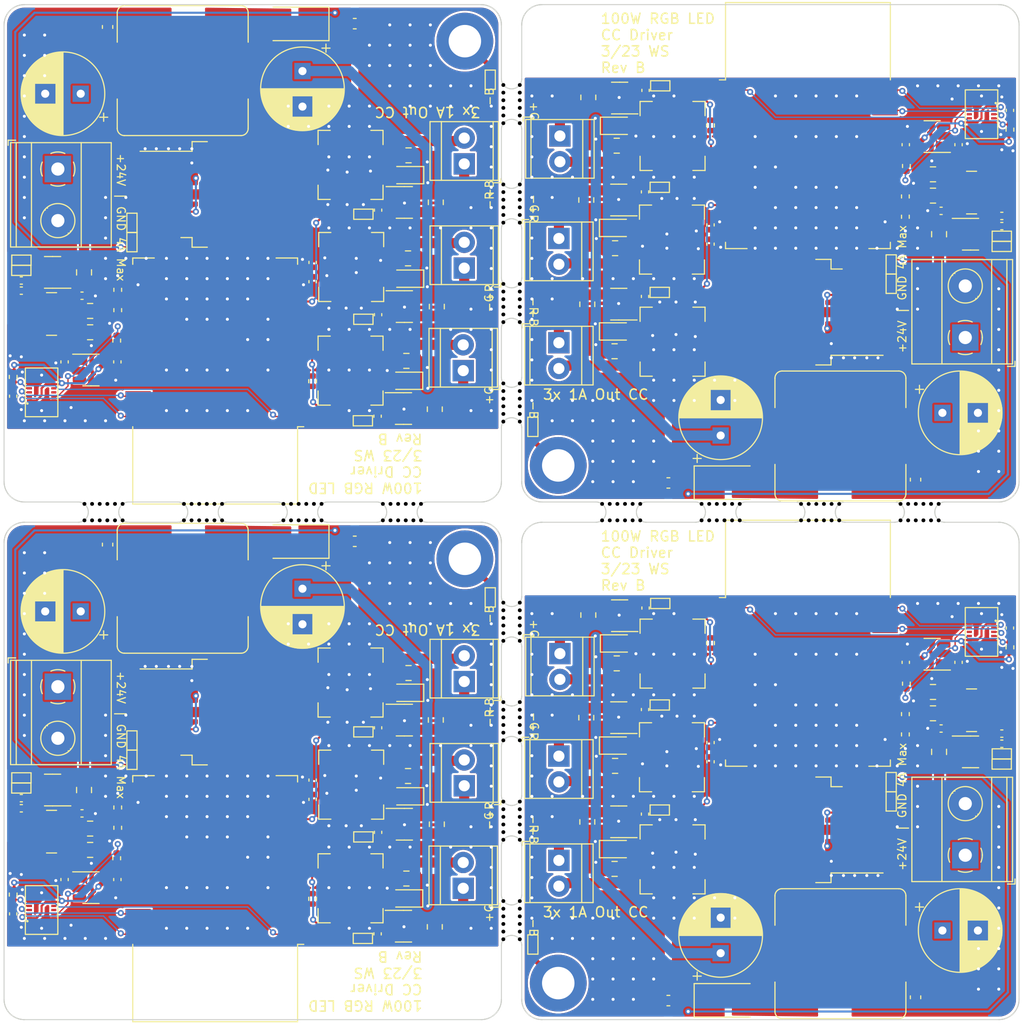
<source format=kicad_pcb>
(kicad_pcb (version 20221018) (generator pcbnew)
  (title_block (date "2023-03-06") (rev "A01"))
  (layers (0 "F.Cu" signal) (31 "B.Cu" signal) (34 "B.Paste" user) (35 "F.Paste" user) (36 "B.SilkS" user "B.Silkscreen") (37 "F.SilkS" user "F.Silkscreen") (38 "B.Mask" user) (39 "F.Mask" user) (44 "Edge.Cuts" user))
  (net 0 "")
  (net 1 "Board_0-+24V")
  (net 2 "Board_0-+3.3V")
  (net 3 "Board_0-+36V")
  (net 4 "Board_0-+5V")
  (net 5 "Board_0-/36VBoost/BOOST_SW")
  (net 6 "Board_0-/CCDriver_1Ch1/CTRL")
  (net 7 "Board_0-/CCDriver_1Ch1/LED+")
  (net 8 "Board_0-/CCDriver_1Ch1/LED-")
  (net 9 "Board_0-/CCDriver_1Ch2/CTRL")
  (net 10 "Board_0-/CCDriver_1Ch2/LED+")
  (net 11 "Board_0-/CCDriver_1Ch2/LED-")
  (net 12 "Board_0-/CCDriver_1Ch3/CTRL")
  (net 13 "Board_0-/CCDriver_1Ch3/LED+")
  (net 14 "Board_0-/CCDriver_1Ch3/LED-")
  (net 15 "Board_0-/ESP-12F/GPIO0")
  (net 16 "Board_0-/ESP-12F/RST")
  (net 17 "Board_0-/ESP-12F/RXD0")
  (net 18 "Board_0-/ESP-12F/TXD0")
  (net 19 "Board_0-GND")
  (net 20 "Board_0-Net-(H1-Pad1)")
  (net 21 "Board_0-Net-(U4-BOOT)")
  (net 22 "Board_0-Net-(U4-FB)")
  (net 23 "Board_0-Net-(U4-SW)")
  (net 24 "Board_0-Net-(U5-FB)")
  (net 25 "Board_0-Net-(U6-EN)")
  (net 26 "Board_0-Net-(U6-GPIO15)")
  (net 27 "Board_0-Net-(U6-GPIO2)")
  (net 28 "Board_0-unconnected-(J1-Pin_6-Pad6)")
  (net 29 "Board_0-unconnected-(J1-Pin_8-Pad8)")
  (net 30 "Board_0-unconnected-(U4-EN-Pad5)")
  (net 31 "Board_0-unconnected-(U6-ADC-Pad2)")
  (net 32 "Board_0-unconnected-(U6-GPIO16-Pad4)")
  (net 33 "Board_0-unconnected-(U6-GPIO4-Pad19)")
  (net 34 "Board_0-unconnected-(U6-GPIO5-Pad20)")
  (net 35 "Board_0-unconnected-(U7-NC-Pad4)")
  (net 36 "Board_1-+24V")
  (net 37 "Board_1-+3.3V")
  (net 38 "Board_1-+36V")
  (net 39 "Board_1-+5V")
  (net 40 "Board_1-/36VBoost/BOOST_SW")
  (net 41 "Board_1-/CCDriver_1Ch1/CTRL")
  (net 42 "Board_1-/CCDriver_1Ch1/LED+")
  (net 43 "Board_1-/CCDriver_1Ch1/LED-")
  (net 44 "Board_1-/CCDriver_1Ch2/CTRL")
  (net 45 "Board_1-/CCDriver_1Ch2/LED+")
  (net 46 "Board_1-/CCDriver_1Ch2/LED-")
  (net 47 "Board_1-/CCDriver_1Ch3/CTRL")
  (net 48 "Board_1-/CCDriver_1Ch3/LED+")
  (net 49 "Board_1-/CCDriver_1Ch3/LED-")
  (net 50 "Board_1-/ESP-12F/GPIO0")
  (net 51 "Board_1-/ESP-12F/RST")
  (net 52 "Board_1-/ESP-12F/RXD0")
  (net 53 "Board_1-/ESP-12F/TXD0")
  (net 54 "Board_1-GND")
  (net 55 "Board_1-Net-(H1-Pad1)")
  (net 56 "Board_1-Net-(U4-BOOT)")
  (net 57 "Board_1-Net-(U4-FB)")
  (net 58 "Board_1-Net-(U4-SW)")
  (net 59 "Board_1-Net-(U5-FB)")
  (net 60 "Board_1-Net-(U6-EN)")
  (net 61 "Board_1-Net-(U6-GPIO15)")
  (net 62 "Board_1-Net-(U6-GPIO2)")
  (net 63 "Board_1-unconnected-(J1-Pin_6-Pad6)")
  (net 64 "Board_1-unconnected-(J1-Pin_8-Pad8)")
  (net 65 "Board_1-unconnected-(U4-EN-Pad5)")
  (net 66 "Board_1-unconnected-(U6-ADC-Pad2)")
  (net 67 "Board_1-unconnected-(U6-GPIO16-Pad4)")
  (net 68 "Board_1-unconnected-(U6-GPIO4-Pad19)")
  (net 69 "Board_1-unconnected-(U6-GPIO5-Pad20)")
  (net 70 "Board_1-unconnected-(U7-NC-Pad4)")
  (net 71 "Board_2-+24V")
  (net 72 "Board_2-+3.3V")
  (net 73 "Board_2-+36V")
  (net 74 "Board_2-+5V")
  (net 75 "Board_2-/36VBoost/BOOST_SW")
  (net 76 "Board_2-/CCDriver_1Ch1/CTRL")
  (net 77 "Board_2-/CCDriver_1Ch1/LED+")
  (net 78 "Board_2-/CCDriver_1Ch1/LED-")
  (net 79 "Board_2-/CCDriver_1Ch2/CTRL")
  (net 80 "Board_2-/CCDriver_1Ch2/LED+")
  (net 81 "Board_2-/CCDriver_1Ch2/LED-")
  (net 82 "Board_2-/CCDriver_1Ch3/CTRL")
  (net 83 "Board_2-/CCDriver_1Ch3/LED+")
  (net 84 "Board_2-/CCDriver_1Ch3/LED-")
  (net 85 "Board_2-/ESP-12F/GPIO0")
  (net 86 "Board_2-/ESP-12F/RST")
  (net 87 "Board_2-/ESP-12F/RXD0")
  (net 88 "Board_2-/ESP-12F/TXD0")
  (net 89 "Board_2-GND")
  (net 90 "Board_2-Net-(H1-Pad1)")
  (net 91 "Board_2-Net-(U4-BOOT)")
  (net 92 "Board_2-Net-(U4-FB)")
  (net 93 "Board_2-Net-(U4-SW)")
  (net 94 "Board_2-Net-(U5-FB)")
  (net 95 "Board_2-Net-(U6-EN)")
  (net 96 "Board_2-Net-(U6-GPIO15)")
  (net 97 "Board_2-Net-(U6-GPIO2)")
  (net 98 "Board_2-unconnected-(J1-Pin_6-Pad6)")
  (net 99 "Board_2-unconnected-(J1-Pin_8-Pad8)")
  (net 100 "Board_2-unconnected-(U4-EN-Pad5)")
  (net 101 "Board_2-unconnected-(U6-ADC-Pad2)")
  (net 102 "Board_2-unconnected-(U6-GPIO16-Pad4)")
  (net 103 "Board_2-unconnected-(U6-GPIO4-Pad19)")
  (net 104 "Board_2-unconnected-(U6-GPIO5-Pad20)")
  (net 105 "Board_2-unconnected-(U7-NC-Pad4)")
  (net 106 "Board_3-+24V")
  (net 107 "Board_3-+3.3V")
  (net 108 "Board_3-+36V")
  (net 109 "Board_3-+5V")
  (net 110 "Board_3-/36VBoost/BOOST_SW")
  (net 111 "Board_3-/CCDriver_1Ch1/CTRL")
  (net 112 "Board_3-/CCDriver_1Ch1/LED+")
  (net 113 "Board_3-/CCDriver_1Ch1/LED-")
  (net 114 "Board_3-/CCDriver_1Ch2/CTRL")
  (net 115 "Board_3-/CCDriver_1Ch2/LED+")
  (net 116 "Board_3-/CCDriver_1Ch2/LED-")
  (net 117 "Board_3-/CCDriver_1Ch3/CTRL")
  (net 118 "Board_3-/CCDriver_1Ch3/LED+")
  (net 119 "Board_3-/CCDriver_1Ch3/LED-")
  (net 120 "Board_3-/ESP-12F/GPIO0")
  (net 121 "Board_3-/ESP-12F/RST")
  (net 122 "Board_3-/ESP-12F/RXD0")
  (net 123 "Board_3-/ESP-12F/TXD0")
  (net 124 "Board_3-GND")
  (net 125 "Board_3-Net-(H1-Pad1)")
  (net 126 "Board_3-Net-(U4-BOOT)")
  (net 127 "Board_3-Net-(U4-FB)")
  (net 128 "Board_3-Net-(U4-SW)")
  (net 129 "Board_3-Net-(U5-FB)")
  (net 130 "Board_3-Net-(U6-EN)")
  (net 131 "Board_3-Net-(U6-GPIO15)")
  (net 132 "Board_3-Net-(U6-GPIO2)")
  (net 133 "Board_3-unconnected-(J1-Pin_6-Pad6)")
  (net 134 "Board_3-unconnected-(J1-Pin_8-Pad8)")
  (net 135 "Board_3-unconnected-(U4-EN-Pad5)")
  (net 136 "Board_3-unconnected-(U6-ADC-Pad2)")
  (net 137 "Board_3-unconnected-(U6-GPIO16-Pad4)")
  (net 138 "Board_3-unconnected-(U6-GPIO4-Pad19)")
  (net 139 "Board_3-unconnected-(U6-GPIO5-Pad20)")
  (net 140 "Board_3-unconnected-(U7-NC-Pad4)")
  (net 141 "Board_0-/CCDriver_1Ch1/SW")
  (net 142 "Board_0-/CCDriver_1Ch2/SW")
  (net 143 "Board_0-/CCDriver_1Ch3/SW")
  (net 144 "Board_0-Net-(U1-CTRL)")
  (net 145 "Board_0-Net-(U2-CTRL)")
  (net 146 "Board_0-Net-(U3-CTRL)")
  (net 147 "Board_1-/CCDriver_1Ch1/SW")
  (net 148 "Board_1-/CCDriver_1Ch2/SW")
  (net 149 "Board_1-/CCDriver_1Ch3/SW")
  (net 150 "Board_1-Net-(U1-CTRL)")
  (net 151 "Board_1-Net-(U2-CTRL)")
  (net 152 "Board_1-Net-(U3-CTRL)")
  (net 153 "Board_2-/CCDriver_1Ch1/SW")
  (net 154 "Board_2-/CCDriver_1Ch2/SW")
  (net 155 "Board_2-/CCDriver_1Ch3/SW")
  (net 156 "Board_2-Net-(U1-CTRL)")
  (net 157 "Board_2-Net-(U2-CTRL)")
  (net 158 "Board_2-Net-(U3-CTRL)")
  (net 159 "Board_3-/CCDriver_1Ch1/SW")
  (net 160 "Board_3-/CCDriver_1Ch2/SW")
  (net 161 "Board_3-/CCDriver_1Ch3/SW")
  (net 162 "Board_3-Net-(U1-CTRL)")
  (net 163 "Board_3-Net-(U2-CTRL)")
  (net 164 "Board_3-Net-(U3-CTRL)")
  (footprint "Resistor_SMD:R_0402_1005Metric" (layer "F.Cu") (at 109.7 48.1 90)
    (fp_text reference "R16" hide)
    (fp_text value "10K" hide)
  )
  (footprint "Resistor_SMD:R_0402_1005Metric" (layer "F.Cu") (at 187.3 40.9 -90)
    (fp_text reference "R16" hide)
    (fp_text value "10K" hide)
  )
  (footprint "Resistor_SMD:R_0402_1005Metric" (layer "F.Cu") (at 187.3 91.900001 -90)
    (fp_text reference "R16" hide)
    (fp_text value "10K" hide)
  )
  (footprint "Resistor_SMD:R_0402_1005Metric" (layer "F.Cu") (at 109.7 99.100001 90)
    (fp_text reference "R16" hide)
    (fp_text value "10K" hide)
  )
  (footprint "NPTH" (layer "F.Cu") (at 117.724 70.810001)
    (fp_text reference "REF**" hide)
    (fp_text value "NPTH" hide)
  )
  (footprint "RF_Module:ESP-12E" (layer "F.Cu") (at 119.3 108.084001 180)
    (fp_text reference "U6" hide)
    (fp_text value "ESP-12F" hide)
  )
  (footprint "RF_Module:ESP-12E" (layer "F.Cu") (at 119.3 57.084 180)
    (fp_text reference "U6" hide)
    (fp_text value "ESP-12F" hide)
  )
  (footprint "RF_Module:ESP-12E" (layer "F.Cu") (at 177.7 82.916001)
    (fp_text reference "U6" hide)
    (fp_text value "ESP-12F" hide)
  )
  (footprint "RF_Module:ESP-12E" (layer "F.Cu") (at 177.7 31.916)
    (fp_text reference "U6" hide)
    (fp_text value "ESP-12F" hide)
  )
  (footprint "Diode_SMD:D_SMA" (layer "F.Cu") (at 127 72.900001 180)
    (fp_text reference "D4" hide)
    (fp_text value "SS54" hide)
  )
  (footprint "Diode_SMD:D_SMA" (layer "F.Cu") (at 170 118.100001)
    (fp_text reference "D4" hide)
    (fp_text value "SS54" hide)
  )
  (footprint "Diode_SMD:D_SMA" (layer "F.Cu") (at 170 67.1)
    (fp_text reference "D4" hide)
    (fp_text value "SS54" hide)
  )
  (footprint "Diode_SMD:D_SMA" (layer "F.Cu") (at 127 21.9 180)
    (fp_text reference "D4" hide)
    (fp_text value "SS54" hide)
  )
  (footprint "NPTH" (layer "F.Cu") (at 147.69 82.680001)
    (fp_text reference "REF**" hide)
    (fp_text value "NPTH" hide)
  )
  (footprint "NPTH" (layer "F.Cu") (at 149.31 102.280001)
    (fp_text reference "REF**" hide)
    (fp_text value "NPTH" hide)
  )
  (footprint "NPTH" (layer "F.Cu") (at 138.828 70.810001)
    (fp_text reference "REF**" hide)
    (fp_text value "NPTH" hide)
  )
  (footprint "Inductor_SMD:L_Bourns_SRP1245A" (layer "F.Cu") (at 116.1 77.500001)
    (fp_text reference "L5" hide)
    (fp_text value "47uH/5A" hide)
  )
  (footprint "Inductor_SMD:L_Bourns_SRP1245A" (layer "F.Cu") (at 116.1 26.5)
    (fp_text reference "L5" hide)
    (fp_text value "47uH/5A" hide)
  )
  (footprint "Inductor_SMD:L_Bourns_SRP1245A" (layer "F.Cu") (at 180.9 113.500001 180)
    (fp_text reference "L5" hide)
    (fp_text value "47uH/5A" hide)
  )
  (footprint "Inductor_SMD:L_Bourns_SRP1245A" (layer "F.Cu") (at 180.9 62.5 180)
    (fp_text reference "L5" hide)
    (fp_text value "47uH/5A" hide)
  )
  (footprint "NPTH" (layer "F.Cu") (at 160.428 70.810001)
    (fp_text reference "REF**" hide)
    (fp_text value "NPTH" hide)
  )
  (footprint "NPTH" (layer "F.Cu") (at 108.676 69.19)
    (fp_text reference "REF**" hide)
    (fp_text value "NPTH" hide)
  )
  (footprint "NPTH" (layer "F.Cu") (at 179.276 69.19)
    (fp_text reference "REF**" hide)
    (fp_text value "NPTH" hide)
  )
  (footprint "Capacitor_SMD:C_0805_2012Metric" (layer "F.Cu") (at 190.02 38.820001 180)
    (fp_text reference "C8" hide)
    (fp_text value "0805,47uF,6.3V,X5R " hide)
  )
  (footprint "Capacitor_SMD:C_0805_2012Metric" (layer "F.Cu") (at 106.98 101.18)
    (fp_text reference "C8" hide)
    (fp_text value "0805,47uF,6.3V,X5R " hide)
  )
  (footprint "Capacitor_SMD:C_0805_2012Metric" (layer "F.Cu") (at 190.02 89.820002 180)
    (fp_text reference "C8" hide)
    (fp_text value "0805,47uF,6.3V,X5R " hide)
  )
  (footprint "Capacitor_SMD:C_0805_2012Metric" (layer "F.Cu") (at 106.98 50.179999)
    (fp_text reference "C8" hide)
    (fp_text value "0805,47uF,6.3V,X5R " hide)
  )
  (footprint "NPTH" (layer "F.Cu") (at 118.476 70.810001)
    (fp_text reference "REF**" hide)
    (fp_text value "NPTH" hide)
  )
  (footprint "NPTH" (layer "F.Cu") (at 106.42 70.810001)
    (fp_text reference "REF**" hide)
    (fp_text value "NPTH" hide)
  )
  (footprint "NPTH" (layer "F.Cu") (at 147.69 91.728001)
    (fp_text reference "REF**" hide)
    (fp_text value "NPTH" hide)
  )
  (footprint "NPTH" (layer "F.Cu") (at 116.972 70.810001)
    (fp_text reference "REF**" hide)
    (fp_text value "NPTH" hide)
  )
  (footprint "NPTH" (layer "F.Cu") (at 138.076 69.19)
    (fp_text reference "REF**" hide)
    (fp_text value "NPTH" hide)
  )
  (footprint "NPTH" (layer "F.Cu") (at 178.524 70.810001)
    (fp_text reference "REF**" hide)
    (fp_text value "NPTH" hide)
  )
  (footprint "NPTH" (layer "F.Cu") (at 147.69 112.080001)
    (fp_text reference "REF**" hide)
    (fp_text value "NPTH" hide)
  )
  (footprint "NPTH" (layer "F.Cu") (at 147.69 61.08)
    (fp_text reference "REF**" hide)
    (fp_text value "NPTH" hide)
  )
  (footprint "NPTH" (layer "F.Cu") (at 158.172 69.19)
    (fp_text reference "REF**" hide)
    (fp_text value "NPTH" hide)
  )
  (footprint "NPTH" (layer "F.Cu") (at 177.772 69.19)
    (fp_text reference "REF**" hide)
    (fp_text value "NPTH" hide)
  )
  (footprint "NPTH" (layer "F.Cu") (at 149.31 30.176)
    (fp_text reference "REF**" hide)
    (fp_text value "NPTH" hide)
  )
  (footprint "Capacitor_THT:CP_Radial_D8.0mm_P3.50mm" (layer "F.Cu") (at 106.052651 28.779999 180)
    (fp_text reference "C10" hide)
    (fp_text value "220uF/50V" hide)
  )
  (footprint "Capacitor_THT:CP_Radial_D8.0mm_P3.50mm" (layer "F.Cu") (at 190.947349 111.220002)
    (fp_text reference "C10" hide)
    (fp_text value "220uF/50V" hide)
  )
  (footprint "Capacitor_THT:CP_Radial_D8.0mm_P3.50mm" (layer "F.Cu") (at 190.947349 60.220001)
    (fp_text reference "C10" hide)
    (fp_text value "220uF/50V" hide)
  )
  (footprint "Capacitor_THT:CP_Radial_D8.0mm_P3.50mm" (layer "F.Cu") (at 106.052651 79.78 180)
    (fp_text reference "C10" hide)
    (fp_text value "220uF/50V" hide)
  )
  (footprint "Inductor_SMD:L_Bourns-SRN6028" (layer "F.Cu") (at 132.6375 35.79 90)
    (fp_text reference "L3" hide)
    (fp_text value "33uH/1.45A" hide)
  )
  (footprint "Inductor_SMD:L_Bourns-SRN6028" (layer "F.Cu") (at 164.3625 53.21 -90)
    (fp_text reference "L3" hide)
    (fp_text value "33uH/1.45A" hide)
  )
  (footprint "Inductor_SMD:L_Bourns-SRN6028" (layer "F.Cu") (at 164.3625 104.210001 -90)
    (fp_text reference "L3" hide)
    (fp_text value "33uH/1.45A" hide)
  )
  (footprint "Inductor_SMD:L_Bourns-SRN6028" (layer "F.Cu") (at 132.6375 86.790001 90)
    (fp_text reference "L3" hide)
    (fp_text value "33uH/1.45A" hide)
  )
  (footprint "Capacitor_SMD:C_0805_2012Metric" (layer "F.Cu") (at 138.35 34.85 180)
    (fp_text reference "C3" hide)
    (fp_text value "0805,10uF,50V,X5R " hide)
  )
  (footprint "Capacitor_SMD:C_0805_2012Metric" (layer "F.Cu") (at 158.65 105.150001)
    (fp_text reference "C3" hide)
    (fp_text value "0805,10uF,50V,X5R " hide)
  )
  (footprint "Capacitor_SMD:C_0805_2012Metric" (layer "F.Cu") (at 158.65 54.15)
    (fp_text reference "C3" hide)
    (fp_text value "0805,10uF,50V,X5R " hide)
  )
  (footprint "Capacitor_SMD:C_0805_2012Metric" (layer "F.Cu") (at 138.35 85.850001 180)
    (fp_text reference "C3" hide)
    (fp_text value "0805,10uF,50V,X5R " hide)
  )
  (footprint "NPTH" (layer "F.Cu") (at 149.31 37.72)
    (fp_text reference "REF**" hide)
    (fp_text value "NPTH" hide)
  )
  (footprint "NPTH" (layer "F.Cu") (at 177.02 70.810001)
    (fp_text reference "REF**" hide)
    (fp_text value "NPTH" hide)
  )
  (footprint "NPTH" (layer "F.Cu") (at 149.31 51.28)
    (fp_text reference "REF**" hide)
    (fp_text value "NPTH" hide)
  )
  (footprint "NPTH" (layer "F.Cu") (at 149.31 30.928)
    (fp_text reference "REF**" hide)
    (fp_text value "NPTH" hide)
  )
  (footprint "NPTH" (layer "F.Cu") (at 137.324 69.19)
    (fp_text reference "REF**" hide)
    (fp_text value "NPTH" hide)
  )
  (footprint "NPTH" (layer "F.Cu") (at 149.31 100.776001)
    (fp_text reference "REF**" hide)
    (fp_text value "NPTH" hide)
  )
  (footprint "MountingHole:MountingHole_3.2mm_M3_DIN965_Pad" (layer "F.Cu") (at 143.9 23.6 180)
    (fp_text reference "H1" hide)
    (fp_text value "MountingHole_Pad" hide)
  )
  (footprint "MountingHole:MountingHole_3.2mm_M3_DIN965_Pad" (layer "F.Cu") (at 143.9 74.600001 180)
    (fp_text reference "H1" hide)
    (fp_text value "MountingHole_Pad" hide)
  )
  (footprint "MountingHole:MountingHole_3.2mm_M3_DIN965_Pad" (layer "F.Cu") (at 153.1 65.4)
    (fp_text reference "H1" hide)
    (fp_text value "MountingHole_Pad" hide)
  )
  (footprint "MountingHole:MountingHole_3.2mm_M3_DIN965_Pad" (layer "F.Cu") (at 153.1 116.400001)
    (fp_text reference "H1" hide)
    (fp_text value "MountingHole_Pad" hide)
  )
  (footprint "Diode_SMD:D_SOD-323" (layer "F.Cu") (at 158.7625 42)
    (fp_text reference "D2" hide)
    (fp_text value "1N5819WS" hide)
  )
  (footprint "Diode_SMD:D_SOD-323" (layer "F.Cu") (at 138.2375 98.000001 180)
    (fp_text reference "D2" hide)
    (fp_text value "1N5819WS" hide)
  )
  (footprint "Diode_SMD:D_SOD-323" (layer "F.Cu") (at 138.2375 47 180)
    (fp_text reference "D2" hide)
    (fp_text value "1N5819WS" hide)
  )
  (footprint "Diode_SMD:D_SOD-323" (layer "F.Cu") (at 158.7625 93.000001)
    (fp_text reference "D2" hide)
    (fp_text value "1N5819WS" hide)
  )
  (footprint "NPTH" (layer "F.Cu") (at 149.31 61.08)
    (fp_text reference "REF**" hide)
    (fp_text value "NPTH" hide)
  )
  (footprint "NPTH" (layer "F.Cu") (at 147.69 41.48)
    (fp_text reference "REF**" hide)
    (fp_text value "NPTH" hide)
  )
  (footprint "Capacitor_SMD:C_0402_1005Metric" (layer "F.Cu") (at 135.3 60.55 90)
    (fp_text reference "C19" hide)
    (fp_text value "0402,1uF,25V,X5R " hide)
  )
  (footprint "Capacitor_SMD:C_0402_1005Metric" (layer "F.Cu") (at 161.7 79.450001 -90)
    (fp_text reference "C19" hide)
    (fp_text value "0402,1uF,25V,X5R " hide)
  )
  (footprint "Capacitor_SMD:C_0402_1005Metric" (layer "F.Cu") (at 161.7 28.45 -90)
    (fp_text reference "C19" hide)
    (fp_text value "0402,1uF,25V,X5R " hide)
  )
  (footprint "Capacitor_SMD:C_0402_1005Metric" (layer "F.Cu") (at 135.3 111.550001 90)
    (fp_text reference "C19" hide)
    (fp_text value "0402,1uF,25V,X5R " hide)
  )
  (footprint "NPTH" (layer "F.Cu") (at 107.924 70.810001)
    (fp_text reference "REF**" hide)
    (fp_text value "NPTH" hide)
  )
  (footprint "NPTH" (layer "F.Cu") (at 149.31 50.528)
    (fp_text reference "REF**" hide)
    (fp_text value "NPTH" hide)
  )
  (footprint "NPTH" (layer "F.Cu") (at 139.58 70.810001)
    (fp_text reference "REF**" hide)
    (fp_text value "NPTH" hide)
  )
  (footprint "NPTH" (layer "F.Cu") (at 170.228 69.19)
    (fp_text reference "REF**" hide)
    (fp_text value "NPTH" hide)
  )
  (footprint "Inductor_SMD:L_Bourns-SRN6028" (layer "F.Cu") (at 132.7 45.85 90)
    (fp_text reference "L2" hide)
    (fp_text value "33uH/1.45A" hide)
  )
  (footprint "Inductor_SMD:L_Bourns-SRN6028" (layer "F.Cu") (at 164.3 43.15 -90)
    (fp_text reference "L2" hide)
    (fp_text value "33uH/1.45A" hide)
  )
  (footprint "Inductor_SMD:L_Bourns-SRN6028" (layer "F.Cu") (at 132.7 96.850001 90)
    (fp_text reference "L2" hide)
    (fp_text value "33uH/1.45A" hide)
  )
  (footprint "Inductor_SMD:L_Bourns-SRN6028" (layer "F.Cu") (at 164.3 94.150001 -90)
    (fp_text reference "L2" hide)
    (fp_text value "33uH/1.45A" hide)
  )
  (footprint "NPTH" (layer "F.Cu") (at 149.31 41.48)
    (fp_text reference "REF**" hide)
    (fp_text value "NPTH" hide)
  )
  (footprint "Resistor_SMD:R_0402_1005Metric" (layer "F.Cu") (at 187.3 89.900001 90)
    (fp_text reference "R15" hide)
    (fp_text value "10K" hide)
  )
  (footprint "Resistor_SMD:R_0402_1005Metric" (layer "F.Cu") (at 109.7 101.100001 -90)
    (fp_text reference "R15" hide)
    (fp_text value "10K" hide)
  )
  (footprint "Resistor_SMD:R_0402_1005Metric" (layer "F.Cu") (at 109.7 50.1 -90)
    (fp_text reference "R15" hide)
    (fp_text value "10K" hide)
  )
  (footprint "Resistor_SMD:R_0402_1005Metric" (layer "F.Cu") (at 187.3 38.9 90)
    (fp_text reference "R15" hide)
    (fp_text value "10K" hide)
  )
  (footprint "NPTH" (layer "F.Cu") (at 157.42 70.810001)
    (fp_text reference "REF**" hide)
    (fp_text value "NPTH" hide)
  )
  (footprint "NPTH" (layer "F.Cu") (at 109.428 70.810001)
    (fp_text reference "REF**" hide)
    (fp_text value "NPTH" hide)
  )
  (footprint "NPTH" (layer "F.Cu") (at 161.18 69.19)
    (fp_text reference "REF**" hide)
    (fp_text value "NPTH" hide)
  )
  (footprint "NPTH" (layer "F.Cu") (at 106.42 69.19)
    (fp_text reference "REF**" hide)
    (fp_text value "NPTH" hide)
  )
  (footprint "NPTH" (layer "F.Cu") (at 147.69 81.176001)
    (fp_text reference "REF**" hide)
    (fp_text value "NPTH" hide)
  )
  (footprint "NPTH" (layer "F.Cu") (at 147.69 79.672001)
    (fp_text reference "REF**" hide)
    (fp_text value "NPTH" hide)
  )
  (footprint "NPTH" (layer "F.Cu") (at 129.78 69.19)
    (fp_text reference "REF**" hide)
    (fp_text value "NPTH" hide)
  )
  (footprint "NPTH" (layer "F.Cu") (at 107.172 69.19)
    (fp_text reference "REF**" hide)
    (fp_text value "NPTH" hide)
  )
  (footprint "NPTH" (layer "F.Cu") (at 138.828 69.19)
    (fp_text reference "REF**" hide)
    (fp_text value "NPTH" hide)
  )
  (footprint "PCM_Resistor_SMD_AKL:R_0402_1005Metric" (layer "F.Cu") (at 100.209999 45.179999 180)
    (fp_text reference "R5" hide)
    (fp_text value "0402,15k" hide)
  )
  (footprint "PCM_Resistor_SMD_AKL:R_0402_1005Metric" (layer "F.Cu") (at 100.209999 96.18 180)
    (fp_text reference "R5" hide)
    (fp_text value "0402,15k" hide)
  )
  (footprint "PCM_Resistor_SMD_AKL:R_0402_1005Metric" (layer "F.Cu") (at 196.790001 43.820001)
    (fp_text reference "R5" hide)
    (fp_text value "0402,15k" hide)
  )
  (footprint "PCM_Resistor_SMD_AKL:R_0402_1005Metric" (layer "F.Cu") (at 196.790001 94.820002)
    (fp_text reference "R5" hide)
    (fp_text value "0402,15k" hide)
  )
  (footprint "NPTH" (layer "F.Cu") (at 167.972 69.19)
    (fp_text reference "REF**" hide)
    (fp_text value "NPTH" hide)
  )
  (footprint "NPTH" (layer "F.Cu") (at 149.31 82.680001)
    (fp_text reference "REF**" hide)
    (fp_text value "NPTH" hide)
  )
  (footprint "NPTH" (layer "F.Cu") (at 186.82 70.810001)
    (fp_text reference "REF**" hide)
    (fp_text value "NPTH" hide)
  )
  (footprint "NPTH" (layer "F.Cu") (at 170.98 70.810001)
    (fp_text reference "REF**" hide)
    (fp_text value "NPTH" hide)
  )
  (footprint "NPTH" (layer "F.Cu") (at 149.31 81.176001)
    (fp_text reference "REF**" hide)
    (fp_text value "NPTH" hide)
  )
  (footprint "NPTH" (layer "F.Cu") (at 147.69 80.424001)
    (fp_text reference "REF**" hide)
    (fp_text value "NPTH" hide)
  )
  (footprint "NPTH" (layer "F.Cu") (at 147.69 30.928)
    (fp_text reference "REF**" hide)
    (fp_text value "NPTH" hide)
  )
  (footprint "NPTH" (layer "F.Cu") (at 170.228 70.810001)
    (fp_text reference "REF**" hide)
    (fp_text value "NPTH" hide)
  )
  (footprint "NPTH" (layer "F.Cu") (at 126.772 69.19)
    (fp_text reference "REF**" hide)
    (fp_text value "NPTH" hide)
  )
  (footprint "NPTH" (layer "F.Cu") (at 147.69 58.072)
    (fp_text reference "REF**" hide)
    (fp_text value "NPTH" hide)
  )
  (footprint "NPTH" (layer "F.Cu") (at 129.78 70.810001)
    (fp_text reference "REF**" hide)
    (fp_text value "NPTH" hide)
  )
  (footprint "NPTH" (layer "F.Cu") (at 149.31 58.824)
    (fp_text reference "REF**" hide)
    (fp_text value "NPTH" hide)
  )
  (footprint "NPTH" (layer "F.Cu") (at 147.69 89.472001)
    (fp_text reference "REF**" hide)
    (fp_text value "NPTH" hide)
  )
  (footprint "NPTH" (layer "F.Cu") (at 147.69 49.024)
    (fp_text reference "REF**" hide)
    (fp_text value "NPTH" hide)
  )
  (footprint "Capacitor_THT:CP_Radial_D8.0mm_P3.50mm" (layer "F.Cu") (at 169.1 113.452652 90)
    (fp_text reference "C13" hide)
    (fp_text value "220uF/50V" hide)
  )
  (footprint "Capacitor_THT:CP_Radial_D8.0mm_P3.50mm" (layer "F.Cu") (at 127.9 77.54735 -90)
    (fp_text reference "C13" hide)
    (fp_text value "220uF/50V" hide)
  )
  (footprint "Capacitor_THT:CP_Radial_D8.0mm_P3.50mm" (layer "F.Cu") (at 127.9 26.547349 -90)
    (fp_text reference "C13" hide)
    (fp_text value "220uF/50V" hide)
  )
  (footprint "Capacitor_THT:CP_Radial_D8.0mm_P3.50mm" (layer "F.Cu") (at 169.1 62.452651 90)
    (fp_text reference "C13" hide)
    (fp_text value "220uF/50V" hide)
  )
  (footprint "NPTH" (layer "F.Cu") (at 147.69 108.320001)
    (fp_text reference "REF**" hide)
    (fp_text value "NPTH" hide)
  )
  (footprint "NPTH" (layer "F.Cu") (at 149.31 109.824001)
    (fp_text reference "REF**" hide)
    (fp_text value "NPTH" hide)
  )
  (footprint "NPTH" (layer "F.Cu") (at 168.724 69.19)
    (fp_text reference "REF**" hide)
    (fp_text value "NPTH" hide)
  )
  (footprint "NPTH" (layer "F.Cu") (at 149.31 57.32)
    (fp_text reference "REF**" hide)
    (fp_text value "NPTH" hide)
  )
  (footprint "Package_TO_SOT_SMD:SOT-23-6" (layer "F.Cu") (at 193.72 93.620002)
    (fp_text reference "U4" hide)
    (fp_text value "TPS54202DDC" hide)
  )
  (footprint "Package_TO_SOT_SMD:SOT-23-6" (layer "F.Cu") (at 103.28 97.38 180)
    (fp_text reference "U4" hide)
    (fp_text value "TPS54202DDC" hide)
  )
  (footprint "Package_TO_SOT_SMD:SOT-23-6" (layer "F.Cu") (at 103.28 46.379999 180)
    (fp_text reference "U4" hide)
    (fp_text value "TPS54202DDC" hide)
  )
  (footprint "Package_TO_SOT_SMD:SOT-23-6" (layer "F.Cu") (at 193.72 42.620001)
    (fp_text reference "U4" hide)
    (fp_text value "TPS54202DDC" hide)
  )
  (footprint "NPTH" (layer "F.Cu") (at 147.69 31.68)
    (fp_text reference "REF**" hide)
    (fp_text value "NPTH" hide)
  )
  (footprint "NPTH" (layer "F.Cu") (at 127.524 70.810001)
    (fp_text reference "REF**" hide)
    (fp_text value "NPTH" hide)
  )
  (footprint "NPTH" (layer "F.Cu") (at 127.524 69.19)
    (fp_text reference "REF**" hide)
    (fp_text value "NPTH" hide)
  )
  (footprint "NPTH" (layer "F.Cu") (at 179.276 70.810001)
    (fp_text reference "REF**" hide)
    (fp_text value "NPTH" hide)
  )
  (footprint "NPTH" (layer "F.Cu") (at 149.31 60.328)
    (fp_text reference "REF**" hide)
    (fp_text value "NPTH" hide)
  )
  (footprint "NPTH" (layer "F.Cu") (at 147.69 47.52)
    (fp_text reference "REF**" hide)
    (fp_text value "NPTH" hide)
  )
  (footprint "NPTH" (layer "F.Cu") (at 149.31 38.472)
    (fp_text reference "REF**" hide)
    (fp_text value "NPTH" hide)
  )
  (footprint "NPTH" (layer "F.Cu") (at 159.676 69.19)
    (fp_text reference "REF**" hide)
    (fp_text value "NPTH" hide)
  )
  (footprint "NPTH" (layer "F.Cu") (at 149.31 101.528001)
    (fp_text reference "REF**" hide)
    (fp_text value "NPTH" hide)
  )
  (footprint "WS_LCSC_Connectors:YXT-BB10-10S-02" (layer "F.Cu") (at 194.8 81.800001 -90)
    (fp_text reference "J1" hide)
    (fp_text value "BB10-10S-02" hide)
  )
  (footprint "WS_LCSC_Connectors:YXT-BB10-10S-02" (layer "F.Cu") (at 194.8 30.8 -90)
    (fp_text reference "J1" hide)
    (fp_text value "BB10-10S-02" hide)
  )
  (footprint "WS_LCSC_Connectors:YXT-BB10-10S-02" (layer "F.Cu") (at 102.2 58.2 90)
    (fp_text reference "J1" hide)
    (fp_text value "BB10-10S-02" hide)
  )
  (footprint "WS_LCSC_Connectors:YXT-BB10-10S-02" (layer "F.Cu") (at 102.2 109.200001 90)
    (fp_text reference "J1" hide)
    (fp_text value "BB10-10S-02" hide)
  )
  (footprint "NPTH" (layer "F.Cu") (at 149.31 92.480001)
    (fp_text reference "REF**" hide)
    (fp_text value "NPTH" hide)
  )
  (footprint "NPTH" (layer "F.Cu") (at 129.028 69.19)
    (fp_text reference "REF**" hide)
    (fp_text value "NPTH" hide)
  )
  (footprint "Package_TO_SOT_SMD:TSOT-23-5" (layer "F.Cu") (at 159.0625 49.51 180)
    (fp_text reference "U3" hide)
    (fp_text value "AL8860WT-7" hide)
  )
  (footprint "Package_TO_SOT_SMD:TSOT-23-5" (layer "F.Cu") (at 137.9375 90.490001)
    (fp_text reference "U3" hide)
    (fp_text value "AL8860WT-7" hide)
  )
  (footprint "Package_TO_SOT_SMD:TSOT-23-5" (layer "F.Cu") (at 137.9375 39.49)
    (fp_text reference "U3" hide)
    (fp_text value "AL8860WT-7" hide)
  )
  (footprint "Package_TO_SOT_SMD:TSOT-23-5" (layer "F.Cu") (at 159.0625 100.510001 180)
    (fp_text reference "U3" hide)
    (fp_text value "AL8860WT-7" hide)
  )
  (footprint "NPTH" (layer "F.Cu") (at 147.69 109.072001)
    (fp_text reference "REF**" hide)
    (fp_text value "NPTH" hide)
  )
  (footprint "NPTH" (layer "F.Cu") (at 188.324 69.19)
    (fp_text reference "REF**" hide)
    (fp_text value "NPTH" hide)
  )
  (footprint "PCM_Resistor_SMD_AKL:R_0402_1005Metric" (layer "F.Cu") (at 185.9 45.6 -90)
    (fp_text reference "R8" hide)
    (fp_text value "0402,56k" hide)
  )
  (footprint "PCM_Resistor_SMD_AKL:R_0402_1005Metric" (layer "F.Cu") (at 111.1 43.4 90)
    (fp_text reference "R8" hide)
    (fp_text value "0402,56k" hide)
  )
  (footprint "PCM_Resistor_SMD_AKL:R_0402_1005Metric" (layer "F.Cu") (at 111.1 94.400001 90)
    (fp_text reference "R8" hide)
    (fp_text value "0402,56k" hide)
  )
  (footprint "PCM_Resistor_SMD_AKL:R_0402_1005Metric" (layer "F.Cu") (at 185.9 96.600001 -90)
    (fp_text reference "R8" hide)
    (fp_text value "0402,56k" hide)
  )
  (footprint "NPTH" (layer "F.Cu") (at 149.31 39.976)
    (fp_text reference "REF**" hide)
    (fp_text value "NPTH" hide)
  )
  (footprint "NPTH" (layer "F.Cu") (at 149.31 109.072001)
    (fp_text reference "REF**" hide)
    (fp_text value "NPTH" hide)
  )
  (footprint "TerminalBlock_TE-Connectivity:TerminalBlock_TE_282834-2_1x02_P2.54mm_Horizontal" (layer "F.Cu") (at 153.1625 104.310001 -90)
    (fp_text reference "J4" hide)
    (fp_text value "Screw_Terminal_01x02" hide)
  )
  (footprint "TerminalBlock_TE-Connectivity:TerminalBlock_TE_282834-2_1x02_P2.54mm_Horizontal" (layer "F.Cu") (at 143.8375 86.690001 90)
    (fp_text reference "J4" hide)
    (fp_text value "Screw_Terminal_01x02" hide)
  )
  (footprint "TerminalBlock_TE-Connectivity:TerminalBlock_TE_282834-2_1x02_P2.54mm_Horizontal" (layer "F.Cu") (at 143.8375 35.69 90)
    (fp_text reference "J4" hide)
    (fp_text value "Screw_Terminal_01x02" hide)
  )
  (footprint "TerminalBlock_TE-Connectivity:TerminalBlock_TE_282834-2_1x02_P2.54mm_Horizontal" (layer "F.Cu") (at 153.1625 53.31 -90)
    (fp_text reference "J4" hide)
    (fp_text value "Screw_Terminal_01x02" hide)
  )
  (footprint "NPTH" (layer "F.Cu") (at 149.31 48.272)
    (fp_text reference "REF**" hide)
    (fp_text value "NPTH" hide)
  )
  (footprint "NPTH" (layer "F.Cu") (at 147.69 49.776)
    (fp_text reference "REF**" hide)
    (fp_text value "NPTH" hide)
  )
  (footprint "NPTH" (layer "F.Cu") (at 147.69 81.928001)
    (fp_text reference "REF**" hide)
    (fp_text value "NPTH" hide)
  )
  (footprint "NPTH" (layer "F.Cu") (at 149.31 49.776)
    (fp_text reference "REF**" hide)
    (fp_text value "NPTH" hide)
  )
  (footprint "PCM_Resistor_SMD_AKL:R_0402_1005Metric" (layer "F.Cu") (at 100.2 97.18)
    (fp_text reference "R4" hide)
    (fp_text value "0402,100k" hide)
  )
  (footprint "PCM_Resistor_SMD_AKL:R_0402_1005Metric" (layer "F.Cu") (at 100.2 46.179999)
    (fp_text reference "R4" hide)
    (fp_text value "0402,100k" hide)
  )
  (footprint "PCM_Resistor_SMD_AKL:R_0402_1005Metric" (layer "F.Cu") (at 196.8 42.820001 180)
    (fp_text reference "R4" hide)
    (fp_text value "0402,100k" hide)
  )
  (footprint "PCM_Resistor_SMD_AKL:R_0402_1005Metric" (layer "F.Cu") (at 196.8 93.820002 180)
    (fp_text reference "R4" hide)
    (fp_text value "0402,100k" hide)
  )
  (footprint "NPTH" (layer "F.Cu") (at 149.31 39.224)
    (fp_text reference "REF**" hide)
    (fp_text value "NPTH" hide)
  )
  (footprint "NPTH" (layer "F.Cu") (at 109.428 69.19)
    (fp_text reference "REF**" hide)
    (fp_text value "NPTH" hide)
  )
  (footprint "NPTH" (layer "F.Cu") (at 180.028 70.810001)
    (fp_text reference "REF**" hide)
    (fp_text value "NPTH" hide)
  )
  (footprint "NPTH" (layer "F.Cu") (at 187.572 70.810001)
    (fp_text reference "REF**" hide)
    (fp_text value "NPTH" hide)
  )
  (footprint "NPTH" (layer "F.Cu") (at 147.69 30.176)
    (fp_text reference "REF**" hide)
    (fp_text value "NPTH" hide)
  )
  (footprint "TerminalBlock_Phoenix:TerminalBlock_Phoenix_MKDS-1,5-2-5.08_1x02_P5.08mm_Horizontal" (layer "F.Cu") (at 103.8 36.2 -90)
    (fp_text reference "J2" hide)
    (fp_text value "Screw_Terminal_01x02" hide)
  )
  (footprint "TerminalBlock_Phoenix:TerminalBlock_Phoenix_MKDS-1,5-2-5.08_1x02_P5.08mm_Horizontal" (layer "F.Cu") (at 103.8 87.200001 -90)
    (fp_text reference "J2" hide)
    (fp_text value "Screw_Terminal_01x02" hide)
  )
  (footprint "TerminalBlock_Phoenix:TerminalBlock_Phoenix_MKDS-1,5-2-5.08_1x02_P5.08mm_Horizontal" (layer "F.Cu") (at 193.2 52.8 90)
    (fp_text reference "J2" hide)
    (fp_text value "Screw_Terminal_01x02" hide)
  )
  (footprint "TerminalBlock_Phoenix:TerminalBlock_Phoenix_MKDS-1,5-2-5.08_1x02_P5.08mm_Horizontal" (layer "F.Cu") (at 193.2 103.800001 90)
    (fp_text reference "J2" hide)
    (fp_text value "Screw_Terminal_01x02" hide)
  )
  (footprint "NPTH" (layer "F.Cu") (at 160.428 69.19)
    (fp_text reference "REF**" hide)
    (fp_text value "NPTH" hide)
  )
  (footprint "Capacitor_SMD:C_0805_2012Metric" (layer "F.Cu") (at 158.7 44)
    (fp_text reference "C2" hide)
    (fp_text value "0805,10uF,50V,X5R " hide)
  )
  (footprint "Capacitor_SMD:C_0805_2012Metric" (layer "F.Cu") (at 138.3 96.000001 180)
    (fp_text reference "C2" hide)
    (fp_text value "0805,10uF,50V,X5R " hide)
  )
  (footprint "Capacitor_SMD:C_0805_2012Metric" (layer "F.Cu") (at 138.3 45 180)
    (fp_text reference "C2" hide)
    (fp_text value "0805,10uF,50V,X5R " hide)
  )
  (footprint "Capacitor_SMD:C_0805_2012Metric" (layer "F.Cu") (at 158.7 95.000001)
    (fp_text reference "C2" hide)
    (fp_text value "0805,10uF,50V,X5R " hide)
  )
  (footprint "NPTH" (layer "F.Cu") (at 147.69 50.528)
    (fp_text reference "REF**" hide)
    (fp_text value "NPTH" hide)
  )
  (footprint "NPTH" (layer "F.Cu") (at 147.69 48.272)
    (fp_text reference "REF**" hide)
    (fp_text value "NPTH" hide)
  )
  (footprint "Capacitor_SMD:C_0805_2012Metric" (layer "F.Cu") (at 158.8625 33.9)
    (fp_text reference "C1" hide)
    (fp_text value "0805,10uF,50V,X5R " hide)
  )
  (footprint "Capacitor_SMD:C_0805_2012Metric" (layer "F.Cu") (at 138.1375 55.1 180)
    (fp_text reference "C1" hide)
    (fp_text value "0805,10uF,50V,X5R " hide)
  )
  (footprint "Capacitor_SMD:C_0805_2012Metric" (layer "F.Cu") (at 158.8625 84.900001)
    (fp_text reference "C1" hide)
    (fp_text value "0805,10uF,50V,X5R " hide)
  )
  (footprint "Capacitor_SMD:C_0805_2012Metric" (layer "F.Cu") (at 138.1375 106.100001 180)
    (fp_text reference "C1" hide)
    (fp_text value "0805,10uF,50V,X5R " hide)
  )
  (footprint "NPTH" (layer "F.Cu") (at 180.78 70.810001)
    (fp_text reference "REF**" hide)
    (fp_text value "NPTH" hide)
  )
  (footprint "NPTH" (layer "F.Cu") (at 147.69 102.280001)
    (fp_text reference "REF**" hide)
    (fp_text value "NPTH" hide)
  )
  (footprint "NPTH" (layer "F.Cu") (at 149.31 79.672001)
    (fp_text reference "REF**" hide)
    (fp_text value "NPTH" hide)
  )
  (footprint "Inductor_SMD:L_Wuerth_MAPI-4030" (layer "F.Cu") (at 193.820001 89.520002 180)
    (fp_text reference "L4" hide)
    (fp_text value "4.7uH/2A" hide)
  )
  (footprint "Inductor_SMD:L_Wuerth_MAPI-4030" (layer "F.Cu") (at 103.179999 50.479999)
    (fp_text reference "L4" hide)
    (fp_text value "4.7uH/2A" hide)
  )
  (footprint "Inductor_SMD:L_Wuerth_MAPI-4030" (layer "F.Cu") (at 103.179999 101.48)
    (fp_text reference "L4" hide)
    (fp_text value "4.7uH/2A" hide)
  )
  (footprint "Inductor_SMD:L_Wuerth_MAPI-4030" (layer "F.Cu") (at 193.820001 38.520001 180)
    (fp_text reference "L4" hide)
    (fp_text value "4.7uH/2A" hide)
  )
  (footprint "NPTH" (layer "F.Cu") (at 169.476 69.19)
    (fp_text reference "REF**" hide)
    (fp_text value "NPTH" hide)
  )
  (footprint "NPTH" (layer "F.Cu") (at 149.31 88.720001)
    (fp_text reference "REF**" hide)
    (fp_text value "NPTH" hide)
  )
  (footprint "NPTH" (layer "F.Cu") (at 186.82 69.19)
    (fp_text reference "REF**" hide)
    (fp_text value "NPTH" hide)
  )
  (footprint "NPTH" (layer "F.Cu") (at 147.69 98.520001)
    (fp_text reference "REF**" hide)
    (fp_text value "NPTH" hide)
  )
  (footprint "NPTH" (layer "F.Cu") (at 119.98 70.810001)
    (fp_text reference "REF**" hide)
    (fp_text value "NPTH" hide)
  )
  (footprint "NPTH" (layer "F.Cu") (at 149.31 27.92)
    (fp_text reference "REF**" hide)
    (fp_text value "NPTH" hide)
  )
  (footprint "NPTH" (layer "F.Cu") (at 149.31 89.472001)
    (fp_text reference "REF**" hide)
    (fp_text value "NPTH" hide)
  )
  (footprint "Capacitor_SMD:C_0402_1005Metric" (layer "F.Cu") (at 100.2 48.179999 180)
    (fp_text reference "C5" hide)
    (fp_text value "0402,100nF,16V,X7R " hide)
  )
  (footprint "Capacitor_SMD:C_0402_1005Metric" (layer "F.Cu") (at 196.8 40.820001)
    (fp_text reference "C5" hide)
    (fp_text value "0402,100nF,16V,X7R " hide)
  )
  (footprint "Capacitor_SMD:C_0402_1005Metric" (layer "F.Cu") (at 196.8 91.820002)
    (fp_text reference "C5" hide)
    (fp_text value "0402,100nF,16V,X7R " hide)
  )
  (footprint "Capacitor_SMD:C_0402_1005Metric" (layer "F.Cu") (at 100.2 99.18 180)
    (fp_text reference "C5" hide)
    (fp_text value "0402,100nF,16V,X7R " hide)
  )
  (footprint "NPTH" (layer "F.Cu") (at 158.924 70.810001)
    (fp_text reference "REF**" hide)
    (fp_text value "NPTH" hide)
  )
  (footprint "NPTH" (layer "F.Cu") (at 147.69 109.824001)
    (fp_text reference "REF**" hide)
    (fp_text value "NPTH" hide)
  )
  (footprint "Capacitor_SMD:C_0402_1005Metric" (layer "F.Cu") (at 135.35 40.25 90)
    (fp_text reference "C21" hide)
    (fp_text value "0402,1uF,25V,X5R " hide)
  )
  (footprint "Capacitor_SMD:C_0402_1005Metric" (layer "F.Cu") (at 161.65 48.75 -90)
    (fp_text reference "C21" hide)
    (fp_text value "0402,1uF,25V,X5R " hide)
  )
  (footprint "Capacitor_SMD:C_0402_1005Metric" (layer "F.Cu") (at 161.65 99.750001 -90)
    (fp_text reference "C21" hide)
    (fp_text value "0402,1uF,25V,X5R " hide)
  )
  (footprint "Capacitor_SMD:C_0402_1005Metric" (layer "F.Cu") (at 135.35 91.250001 90)
    (fp_text reference "C21" hide)
    (fp_text value "0402,1uF,25V,X5R " hide)
  )
  (footprint "NPTH" (layer "F.Cu") (at 149.31 90.224001)
    (fp_text reference "REF**" hide)
    (fp_text value "NPTH" hide)
  )
  (footprint "PCM_Resistor_SMD_AKL:R_0402_1005Metric" (layer "F.Cu") (at 150.6 61.6 90)
    (fp_text reference "R6" hide)
    (fp_text value "0402,0" hide)
  )
  (footprint "PCM_Resistor_SMD_AKL:R_0402_1005Metric" (layer "F.Cu") (at 150.6 112.600001 90)
    (fp_text reference "R6" hide)
    (fp_text value "0402,0" hide)
  )
  (footprint "PCM_Resistor_SMD_AKL:R_0402_1005Metric" (layer "F.Cu") (at 146.4 78.400001 -90)
    (fp_text reference "R6" hide)
    (fp_text value "0402,0" hide)
  )
  (footprint "PCM_Resistor_SMD_AKL:R_0402_1005Metric" (layer "F.Cu") (at 146.4 27.4 -90)
    (fp_text reference "R6" hide)
    (fp_text value "0402,0" hide)
  )
  (footprint "Capacitor_SMD:C_0402_1005Metric" (layer "F.Cu") (at 99.4 109.580001 -90)
    (fp_text reference "C14" hide)
    (fp_text value "100nF" hide)
  )
  (footprint "Capacitor_SMD:C_0402_1005Metric" (layer "F.Cu") (at 197.6 81.420001 90)
    (fp_text reference "C14" hide)
    (fp_text value "100nF" hide)
  )
  (footprint "Capacitor_SMD:C_0402_1005Metric" (layer "F.Cu") (at 197.6 30.42 90)
    (fp_text reference "C14" hide)
    (fp_text value "100nF" hide)
  )
  (footprint "Capacitor_SMD:C_0402_1005Metric" (layer "F.Cu") (at 99.4 58.58 -90)
    (fp_text reference "C14" hide)
    (fp_text value "100nF" hide)
  )
  (footprint "NPTH" (layer "F.Cu") (at 149.31 99.272001)
    (fp_text reference "REF**" hide)
    (fp_text value "NPTH" hide)
  )
  (footprint "NPTH" (layer "F.Cu") (at 177.02 69.19)
    (fp_text reference "REF**" hide)
    (fp_text value "NPTH" hide)
  )
  (footprint "NPTH" (layer "F.Cu") (at 147.69 101.528001)
    (fp_text reference "REF**" hide)
    (fp_text value "NPTH" hide)
  )
  (footprint "NPTH" (layer "F.Cu") (at 139.58 69.19)
    (fp_text reference "REF**" hide)
    (fp_text value "NPTH" hide)
  )
  (footprint "NPTH" (layer "F.Cu") (at 149.31 81.928001)
    (fp_text reference "REF**" hide)
    (fp_text value "NPTH" hide)
  )
  (footprint "NPTH" (layer "F.Cu") (at 147.69 99.272001)
    (fp_text reference "REF**" hide)
    (fp_text value "NPTH" hide)
  )
  (footprint "NPTH" (layer "F.Cu") (at 189.076 70.810001)
    (fp_text reference "REF**" hide)
    (fp_text value "NPTH" hide)
  )
  (footprint "NPTH" (layer "F.Cu") (at 149.31 98.520001)
    (fp_text reference "REF**" hide)
    (fp_text value "NPTH" hide)
  )
  (footprint "NPTH" (layer "F.Cu") (at 190.58 70.810001)
    (fp_text reference "REF**" hide)
    (fp_text value "NPTH" hide)
  )
  (footprint "NPTH" (layer "F.Cu") (at 149.31 110.576001)
    (fp_text reference "REF**" hide)
    (fp_text value "NPTH" hide)
  )
  (footprint "PCM_Resistor_SMD_AKL:R_0402_1005Metric" (layer "F.Cu") (at 163.1 48.35 180)
    (fp_text reference "R11" hide)
    (fp_text value "0402,4.7k" hide)
  )
  (footprint "PCM_Resistor_SMD_AKL:R_0402_1005Metric" (layer "F.Cu") (at 163.1 99.350001 180)
    (fp_text reference "R11" hide)
    (fp_text value "0402,4.7k" hide)
  )
  (footprint "PCM_Resistor_SMD_AKL:R_0402_1005Metric" (layer "F.Cu") (at 133.9 40.65)
    (fp_text reference "R11" hide)
    (fp_text value "0402,4.7k" hide)
  )
  (footprint "PCM_Resistor_SMD_AKL:R_0402_1005Metric" (layer "F.Cu") (at 133.9 91.650001)
    (fp_text reference "R11" hide)
    (fp_text value "0402,4.7k" hide)
  )
  (footprint "PCM_Resistor_SMD_AKL:R_0402_1005Metric" (layer "F.Cu") (at 111.1 41.5 90)
    (fp_text reference "R9" hide)
    (fp_text value "0402,2k" hide)
  )
  (footprint "PCM_Resistor_SMD_AKL:R_0402_1005Metric" (layer "F.Cu") (at 185.9 47.5 -90)
    (fp_text reference "R9" hide)
    (fp_text value "0402,2k" hide)
  )
  (footprint "PCM_Resistor_SMD_AKL:R_0402_1005Metric" (layer "F.Cu") (at 111.1 92.500001 90)
    (fp_text reference "R9" hide)
    (fp_text value "0402,2k" hide)
  )
  (footprint "PCM_Resistor_SMD_AKL:R_0402_1005Metric" (layer "F.Cu") (at 185.9 98.500001 -90)
    (fp_text reference "R9" hide)
    (fp_text value "0402,2k" hide)
  )
  (footprint "NPTH" (layer "F.Cu") (at 180.78 69.19)
    (fp_text reference "REF**" hide)
    (fp_text value "NPTH" hide)
  )
  (footprint "Package_TO_SOT_SMD:SOT-23-5" (layer "F.Cu") (at 189.9375 33 180)
    (fp_text reference "U7" hide)
    (fp_text value "XC6210B332MR" hide)
  )
  (footprint "Package_TO_SOT_SMD:SOT-23-5" (layer "F.Cu") (at 189.9375 84.000001 180)
    (fp_text reference "U7" hide)
    (fp_text value "XC6210B332MR" hide)
  )
  (footprint "Package_TO_SOT_SMD:SOT-23-5" (layer "F.Cu") (at 107.0625 56)
    (fp_text reference "U7" hide)
    (fp_text value "XC6210B332MR" hide)
  )
  (footprint "Package_TO_SOT_SMD:SOT-23-5" (layer "F.Cu") (at 107.0625 107.000001)
    (fp_text reference "U7" hide)
    (fp_text value "XC6210B332MR" hide)
  )
  (footprint "Capacitor_SMD:C_0603_1608Metric" (layer "F.Cu") (at 133.05 72.875001)
    (fp_text reference "C12" hide)
    (fp_text value "0603,100nF,50V,X7R " hide)
  )
  (footprint "Capacitor_SMD:C_0603_1608Metric" (layer "F.Cu") (at 133.05 21.875)
    (fp_text reference "C12" hide)
    (fp_text value "0603,100nF,50V,X7R " hide)
  )
  (footprint "Capacitor_SMD:C_0603_1608Metric" (layer "F.Cu") (at 163.95 118.125001 180)
    (fp_text reference "C12" hide)
    (fp_text value "0603,100nF,50V,X7R " hide)
  )
  (footprint "Capacitor_SMD:C_0603_1608Metric" (layer "F.Cu") (at 163.95 67.125 180)
    (fp_text reference "C12" hide)
    (fp_text value "0603,100nF,50V,X7R " hide)
  )
  (footprint "NPTH" (layer "F.Cu") (at 187.572 69.19)
    (fp_text reference "REF**" hide)
    (fp_text value "NPTH" hide)
  )
  (footprint "NPTH" (layer "F.Cu") (at 129.028 70.810001)
    (fp_text reference "REF**" hide)
    (fp_text value "NPTH" hide)
  )
  (footprint "Capacitor_SMD:C_0402_1005Metric" (layer "F.Cu") (at 128.9 96.400001 90)
    (fp_text reference "C17" hide)
    (fp_text value "10nF" hide)
  )
  (footprint "Capacitor_SMD:C_0402_1005Metric" (layer "F.Cu") (at 168.1 43.6 -90)
    (fp_text reference "C17" hide)
    (fp_text value "10nF" hide)
  )
  (footprint "Capacitor_SMD:C_0402_1005Metric" (layer "F.Cu") (at 128.9 45.4 90)
    (fp_text reference "C17" hide)
    (fp_text value "10nF" hide)
  )
  (footprint "Capacitor_SMD:C_0402_1005Metric" (layer "F.Cu") (at 168.1 94.600001 -90)
    (fp_text reference "C17" hide)
    (fp_text value "10nF" hide)
  )
  (footprint "NPTH" (layer "F.Cu") (at 180.028 69.19)
    (fp_text reference "REF**" hide)
    (fp_text value "NPTH" hide)
  )
  (footprint "NPTH" (layer "F.Cu") (at 147.69 28.672)
    (fp_text reference "REF**" hide)
    (fp_text value "NPTH" hide)
  )
  (footprint "NPTH" (layer "F.Cu") (at 147.69 38.472)
    (fp_text reference "REF**" hide)
    (fp_text value "NPTH" hide)
  )
  (footprint "Resistor_SMD:R_0805_2012Metric" (layer "F.Cu") (at 141.1375 49.75 90)
    (fp_text reference "R2" hide)
    (fp_text value "0.1R/0.25W" hide)
  )
  (footprint "Resistor_SMD:R_0805_2012Metric" (layer "F.Cu") (at 155.8625 39.25 -90)
    (fp_text reference "R2" hide)
    (fp_text value "0.1R/0.25W" hide)
  )
  (footprint "Resistor_SMD:R_0805_2012Metric" (layer "F.Cu") (at 155.8625 90.250001 -90)
    (fp_text reference "R2" hide)
    (fp_text value "0.1R/0.25W" hide)
  )
  (footprint "Resistor_SMD:R_0805_2012Metric" (layer "F.Cu") (at 141.1375 100.750001 90)
    (fp_text reference "R2" hide)
    (fp_text value "0.1R/0.25W" hide)
  )
  (footprint "PCM_Resistor_SMD_AKL:R_0402_1005Metric" (layer "F.Cu") (at 133.85 61)
    (fp_text reference "R7" hide)
    (fp_text value "0402,4.7k" hide)
  )
  (footprint "PCM_Resistor_SMD_AKL:R_0402_1005Metric" (layer "F.Cu") (at 163.15 28 180)
    (fp_text reference "R7" hide)
    (fp_text value "0402,4.7k" hide)
  )
  (footprint "PCM_Resistor_SMD_AKL:R_0402_1005Metric" (layer "F.Cu") (at 133.85 112.000001)
    (fp_text reference "R7" hide)
    (fp_text value "0402,4.7k" hide)
  )
  (footprint "PCM_Resistor_SMD_AKL:R_0402_1005Metric" (layer "F.Cu") (at 163.15 79.000001 180)
    (fp_text reference "R7" hide)
    (fp_text value "0402,4.7k" hide)
  )
  (footprint "NPTH" (layer "F.Cu") (at 137.324 70.810001)
    (fp_text reference "REF**" hide)
    (fp_text value "NPTH" hide)
  )
  (footprint "Capacitor_SMD:C_0805_2012Metric" (layer "F.Cu") (at 190.02 36.720001 180)
    (fp_text reference "C7" hide)
    (fp_text value "0805,47uF,6.3V,X5R " hide)
  )
  (footprint "Capacitor_SMD:C_0805_2012Metric" (layer "F.Cu") (at 190.02 87.720002 180)
    (fp_text reference "C7" hide)
    (fp_text value "0805,47uF,6.3V,X5R " hide)
  )
  (footprint "Capacitor_SMD:C_0805_2012Metric" (layer "F.Cu") (at 106.98 103.28)
    (fp_text reference "C7" hide)
    (fp_text value "0805,47uF,6.3V,X5R " hide)
  )
  (footprint "Capacitor_SMD:C_0805_2012Metric" (layer "F.Cu") (at 106.98 52.279999)
    (fp_text reference "C7" hide)
    (fp_text value "0805,47uF,6.3V,X5R " hide)
  )
  (footprint "NPTH" (layer "F.Cu") (at 149.31 80.424001)
    (fp_text reference "REF**" hide)
    (fp_text value "NPTH" hide)
  )
  (footprint "Resistor_SMD:R_0402_1005Metric" (layer "F.Cu") (at 128.9 108.100001 -90)
    (fp_text reference "R13" hide)
    (fp_text value "10K" hide)
  )
  (footprint "Resistor_SMD:R_0402_1005Metric" (layer "F.Cu") (at 168.1 31.9 90)
    (fp_text reference "R13" hide)
    (fp_text value "10K" hide)
  )
  (footprint "Resistor_SMD:R_0402_1005Metric" (layer "F.Cu") (at 168.1 82.900001 90)
    (fp_text reference "R13" hide)
    (fp_text value "10K" hide)
  )
  (footprint "Resistor_SMD:R_0402_1005Metric" (layer "F.Cu") (at 128.9 57.1 -90)
    (fp_text reference "R13" hide)
    (fp_text value "10K" hide)
  )
  (footprint "TerminalBlock_TE-Connectivity:TerminalBlock_TE_282834-2_1x02_P2.54mm_Horizontal" (layer "F.Cu") (at 143.8375 96.960001 90)
    (fp_text reference "J3" hide)
    (fp_text value "Screw_Terminal_01x02" hide)
  )
  (footprint "TerminalBlock_TE-Connectivity:TerminalBlock_TE_282834-2_1x02_P2.54mm_Horizontal" (layer "F.Cu") (at 153.1625 94.040001 -90)
    (fp_text reference "J3" hide)
    (fp_text value "Screw_Terminal_01x02" hide)
  )
  (footprint "TerminalBlock_TE-Connectivity:TerminalBlock_TE_282834-2_1x02_P2.54mm_Horizontal" (layer "F.Cu") (at 143.8375 45.96 90)
    (fp_text reference "J3" hide)
    (fp_text value "Screw_Terminal_01x02" hide)
  )
  (footprint "TerminalBlock_TE-Connectivity:TerminalBlock_TE_282834-2_1x02_P2.54mm_Horizontal" (layer "F.Cu") (at 153.1625 43.04 -90)
    (fp_text reference "J3" hide)
    (fp_text value "Screw_Terminal_01x02" hide)
  )
  (footprint "NPTH" (layer "F.Cu") (at 147.69 27.92)
    (fp_text reference "REF**" hide)
    (fp_text value "NPTH" hide)
  )
  (footprint "NPTH" (layer "F.Cu") (at 126.772 70.810001)
    (fp_text reference "REF**" hide)
    (fp_text value "NPTH" hide)
  )
  (footprint "MountingHole:MountingHole_3.2mm_M3" (layer "F.Cu") (at 143.9 65.4 180)
    (fp_text reference "H2" hide)
    (fp_text value "MountingHole" hide)
  )
  (footprint "MountingHole:MountingHole_3.2mm_M3" (layer "F.Cu") (at 143.9 116.400001 180)
    (fp_text reference "H2" hide)
    (fp_text value "MountingHole" hide)
  )
  (footprint "MountingHole:MountingHole_3.2mm_M3" (layer "F.Cu") (at 153.1 23.6)
    (fp_text reference "H2" hide)
    (fp_text value "MountingHole" hide)
  )
  (footprint "MountingHole:MountingHole_3.2mm_M3" (layer "F.Cu") (at 153.1 74.600001)
    (fp_text reference "H2" hide)
    (fp_text value "MountingHole" hide)
  )
  (footprint "Resistor_SMD:R_0402_1005Metric" (layer "F.Cu") (at 187.4 86.900001 -90)
    (fp_text reference "R14" hide)
    (fp_text value "10K" hide)
  )
  (footprint "Resistor_SMD:R_0402_1005Metric" (layer "F.Cu") (at 109.6 53.1 90)
    (fp_text reference "R14" hide)
    (fp_text value "10K" hide)
  )
  (footprint "Resistor_SMD:R_0402_1005Metric" (layer "F.Cu") (at 109.6 104.100001 90)
    (fp_text reference "R14" hide)
    (fp_text value "10K" hide)
  )
  (footprint "Resistor_SMD:R_0402_1005Metric" (layer "F.Cu") (at 187.4 35.9 -90)
    (fp_text reference "R14" hide)
    (fp_text value "10K" hide)
  )
  (footprint "NPTH" (layer "F.Cu") (at 158.172 70.810001)
    (fp_text reference "REF**" hide)
    (fp_text value "NPTH" hide)
  )
  (footprint "NPTH" (layer "F.Cu") (at 119.228 70.810001)
    (fp_text reference "REF**" hide)
    (fp_text value "NPTH" hide)
  )
  (footprint "NPTH" (layer "F.Cu") (at 135.82 70.810001)
    (fp_text reference "REF**" hide)
    (fp_text value "NPTH" hide)
  )
  (footprint "NPTH" (layer "F.Cu") (at 167.22 70.810001)
    (fp_text reference "REF**" hide)
    (fp_text value "NPTH" hide)
  )
  (footprint "NPTH" (layer "F.Cu") (at 118.476 69.19)
    (fp_text reference "REF**" hide)
    (fp_text value "NPTH" hide)
  )
  (footprint "NPTH" (layer "F.Cu") (at 177.772 70.810001)
    (fp_text reference "REF**" hide)
    (fp_text value "NPTH" hide)
  )
  (footprint "NPTH" (layer "F.Cu") (at 147.69 37.72)
    (fp_text reference "REF**" hide)
    (fp_text value "NPTH" hide)
  )
  (footprint "NPTH" (layer "F.Cu") (at 147.69 92.480001)
    (fp_text reference "REF**" hide)
    (fp_text value "NPTH" hide)
  )
  (footprint "NPTH" (layer "F.Cu") (at 149.31 47.52)
    (fp_text reference "REF**" hide)
    (fp_text value "NPTH" hide)
  )
  (footprint "NPTH" (layer "F.Cu") (at 149.31 58.072)
    (fp_text reference "REF**" hide)
    (fp_text value "NPTH" hide)
  )
  (footprint "NPTH" (layer "F.Cu") (at 147.69 51.28)
    (fp_text reference "REF**" hide)
    (fp_text value "NPTH" hide)
  )
  (footprint "Resistor_SMD:R_0805_2012Metric" (layer "F.Cu") (at 141.0375 39.4775 90)
    (fp_text reference "R3" hide)
    (fp_text value "0.1R/0.25W" hide)
  )
  (footprint "Resistor_SMD:R_0805_2012Metric" (layer "F.Cu") (at 141.0375 90.477501 90)
    (fp_text reference "R3" hide)
    (fp_text value "0.1R/0.25W" hide)
  )
  (footprint "Resistor_SMD:R_0805_2012Metric" (layer "F.Cu") (at 155.9625 49.5225 -90)
    (fp_text reference "R3" hide)
    (fp_text value "0.1R/0.25W" hide)
  )
  (footprint "Resistor_SMD:R_0805_2012Metric" (layer "F.Cu") (at 155.9625 100.522501 -90)
    (fp_text reference "R3" hide)
    (fp_text value "0.1R/0.25W" hide)
  )
  (footprint "NPTH" (layer "F.Cu") (at 107.924 69.19)
    (fp_text reference "REF**" hide)
    (fp_text value "NPTH" hide)
  )
  (footprint "NPTH" (layer "F.Cu") (at 110.18 69.19)
    (fp_text reference "REF**" hide)
    (fp_text value "NPTH" hide)
  )
  (footprint "NPTH" (layer "F.Cu") (at 169.476 70.810001)
    (fp_text reference "REF**" hide)
    (fp_text value "NPTH" hide)
  )
  (footprint "NPTH" (layer "F.Cu") (at 128.276 70.810001)
    (fp_text reference "REF**" hide)
    (fp_text value "NPTH" hide)
  )
  (footprint "Diode_SMD:D_SOD-323" (layer "F.Cu") (at 138.2375 36.8 180)
    (fp_text reference "D3" hide)
    (fp_text value "1N5819WS" hide)
  )
  (footprint "Diode_SMD:D_SOD-323" (layer "F.Cu") (at 138.2375 87.800001 180)
    (fp_text reference "D3" hide)
    (fp_text value "1N5819WS" hide)
  )
  (footprint "Diode_SMD:D_SOD-323" (layer "F.Cu") (at 158.7625 103.200001)
    (fp_text reference "D3" hide)
    (fp_text value "1N5819WS" hide)
  )
  (footprint "Diode_SMD:D_SOD-323" (layer "F.Cu") (at 158.7625 52.2)
    (fp_text reference "D3" hide)
    (fp_text value "1N5819WS" hide)
  )
  (footprint "NPTH" (layer "F.Cu") (at 147.69 100.776001)
    (fp_text reference "REF**" hide)
    (fp_text value "NPTH" hide)
  )
  (footprint "Inductor_SMD:L_Bourns-SRN6028" (layer "F.Cu") (at 164.3625 83.940001 -90)
    (fp_text reference "L1" hide)
    (fp_text value "33uH/1.45A" hide)
  )
  (footprint "Inductor_SMD:L_Bourns-SRN6028" (layer "F.Cu") (at 132.6375 56.06 90)
    (fp_text reference "L1" hide)
    (fp_text value "33uH/1.45A" hide)
  )
  (footprint "Inductor_SMD:L_Bourns-SRN6028" (layer "F.Cu") (at 164.3625 32.94 -90)
    (fp_text reference "L1" hide)
    (fp_text value "33uH/1.45A" hide)
  )
  (footprint "Inductor_SMD:L_Bourns-SRN6028" (layer "F.Cu") (at 132.6375 107.060001 90)
    (fp_text reference "L1" hide)
    (fp_text value "33uH/1.45A" hide)
  )
  (footprint "NPTH" (layer "F.Cu") (at 147.69 39.976)
    (fp_text reference "REF**" hide)
    (fp_text value "NPTH" hide)
  )
  (footprint "Package_TO_SOT_SMD:TO-263-5_TabPin3" (layer "F.Cu") (at 121.85 89.700001)
    (fp_text reference "U5" hide)
    (fp_text value "XL6019" hide)
  )
  (footprint "Package_TO_SOT_SMD:TO-263-5_TabPin3" (layer "F.Cu") (at 175.15 50.3 180)
    (fp_text reference "U5" hide)
    (fp_text value "XL6019" hide)
  )
  (footprint "Package_TO_SOT_SMD:TO-263-5_TabPin3" (layer "F.Cu") (at 175.15 101.300001 180)
    (fp_text reference "U5" hide)
    (fp_text value "XL6019" hide)
  )
  (footprint "Package_TO_SOT_SMD:TO-263-5_TabPin3" (layer "F.Cu") (at 121.85 38.7)
    (fp_text reference "U5" hide)
    (fp_text value "XL6019" hide)
  )
  (footprint "NPTH" (layer "F.Cu") (at 157.42 69.19)
    (fp_text reference "REF**" hide)
    (fp_text value "NPTH" hide)
  )
  (footprint "NPTH" (layer "F.Cu") (at 189.828 69.19)
    (fp_text reference "REF**" hide)
    (fp_text value "NPTH" hide)
  )
  (footprint "NPTH" (layer "F.Cu") (at 108.676 70.810001)
    (fp_text reference "REF**" hide)
    (fp_text value "NPTH" hide)
  )
  (footprint "NPTH" (layer "F.Cu") (at 168.724 70.810001)
    (fp_text reference "REF**" hide)
    (fp_text value "NPTH" hide)
  )
  (footprint "NPTH" (layer "F.Cu") (at 159.676 70.810001)
    (fp_text reference "REF**" hide)
    (fp_text value "NPTH" hide)
  )
  (footprint "NPTH" (layer "F.Cu") (at 149.31 78.920001)
    (fp_text reference "REF**" hide)
    (fp_text value "NPTH" hide)
  )
  (footprint "NPTH" (layer "F.Cu") (at 188.324 70.810001)
    (fp_text reference "REF**" hide)
    (fp_text value "NPTH" hide)
  )
  (footprint "NPTH" (layer "F.Cu") (at 147.69 90.976001)
    (fp_text reference "REF**" hide)
    (fp_text value "NPTH" hide)
  )
  (footprint "Package_TO_SOT_SMD:TSOT-23-5" (layer "F.Cu") (at 159.1475 29.205 180)
    (fp_text reference "U1" hide)
    (fp_text value "AL8860WT-7" hide)
  )
  (footprint "Package_TO_SOT_SMD:TSOT-23-5" (layer "F.Cu") (at 137.8525 59.795)
    (fp_text reference "U1" hide)
    (fp_text value "AL8860WT-7" hide)
  )
  (footprint "Package_TO_SOT_SMD:TSOT-23-5" (layer "F.Cu") (at 159.1475 80.205001 180)
    (fp_text reference "U1" hide)
    (fp_text value "AL8860WT-7" hide)
  )
  (footprint "Package_TO_SOT_SMD:TSOT-23-5" (layer "F.Cu") (at 137.8525 110.795001)
    (fp_text reference "U1" hide)
    (fp_text value "AL8860WT-7" hide)
  )
  (footprint "Capacitor_SMD:C_0402_1005Metric" (layer "F.Cu") (at 135.35 50.55 90)
    (fp_text reference "C20" hide)
    (fp_text value "0402,1uF,25V,X5R " hide)
  )
  (footprint "Capacitor_SMD:C_0402_1005Metric" (layer "F.Cu") (at 161.65 38.45 -90)
    (fp_text reference "C20" hide)
    (fp_text value "0402,1uF,25V,X5R " hide)
  )
  (footprint "Capacitor_SMD:C_0402_1005Metric" (layer "F.Cu") (at 161.65 89.450001 -90)
    (fp_text reference "C20" hide)
    (fp_text value "0402,1uF,25V,X5R " hide)
  )
  (footprint "Capacitor_SMD:C_0402_1005Metric" (layer "F.Cu") (at 135.35 101.550001 90)
    (fp_text reference "C20" hide)
    (fp_text value "0402,1uF,25V,X5R " hide)
  )
  (footprint "NPTH" (layer "F.Cu") (at 149.31 49.024)
    (fp_text reference "REF**" hide)
    (fp_text value "NPTH" hide)
  )
  (footprint "NPTH" (layer "F.Cu") (at 147.69 58.824)
    (fp_text reference "REF**" hide)
    (fp_text value "NPTH" hide)
  )
  (footprint "NPTH" (layer "F.Cu") (at 117.724 69.19)
    (fp_text reference "REF**" hide)
    (fp_text value "NPTH" hide)
  )
  (footprint "NPTH" (layer "F.Cu") (at 189.828 70.810001)
    (fp_text reference "REF**" hide)
    (fp_text value "NPTH" hide)
  )
  (footprint "NPTH" (layer "F.Cu") (at 126.02 70.810001)
    (fp_text reference "REF**" hide)
    (fp_text value "NPTH" hide)
  )
  (footprint "TerminalBlock_TE-Connectivity:TerminalBlock_TE_282834-2_1x02_P2.54mm_Horizontal" (layer "F.Cu") (at 143.7375 107.060001 90)
    (fp_text reference "J5" hide)
    (fp_text value "Screw_Terminal_01x02" hide)
  )
  (footprint "TerminalBlock_TE-Connectivity:TerminalBlock_TE_282834-2_1x02_P2.54mm_Horizontal" (layer "F.Cu") (at 143.7375 56.06 90)
    (fp_text reference "J5" hide)
    (fp_text value "Screw_Terminal_01x02" hide)
  )
  (footprint "TerminalBlock_TE-Connectivity:TerminalBlock_TE_282834-2_1x02_P2.54mm_Horizontal" (layer "F.Cu") (at 153.2625 32.94 -90)
    (fp_text reference "J5" hide)
    (fp_text value "Screw_Terminal_01x02" hide)
  )
  (footprint "TerminalBlock_TE-Connectivity:TerminalBlock_TE_282834-2_1x02_P2.54mm_Horizontal" (layer "F.Cu") (at 153.2625 83.940001 -90)
    (fp_text reference "J5" hide)
    (fp_text value "Screw_Terminal_01x02" hide)
  )
  (footprint "NPTH" (layer "F.Cu") (at 149.31 40.728)
    (fp_text reference "REF**" hide)
    (fp_text value "NPTH" hide)
  )
  (footprint "NPTH" (layer "F.Cu") (at 149.31 91.728001)
    (fp_text reference "REF**" hide)
    (fp_text value "NPTH" hide)
  )
  (footprint "NPTH" (layer "F.Cu") (at 126.02 69.19)
    (fp_text reference "REF**" hide)
    (fp_text value "NPTH" hide)
  )
  (footprint "Capacitor_SMD:C_0402_1005Metric" (layer "F.Cu") (at 106.18 99.68)
    (fp_text reference "C9" hide)
    (fp_text value "0402,330pF,50V,C0G " hide)
  )
  (footprint "Capacitor_SMD:C_0402_1005Metric" (layer "F.Cu") (at 106.18 48.679999)
    (fp_text reference "C9" hide)
    (fp_text value "0402,330pF,50V,C0G " hide)
  )
  (footprint "Capacitor_SMD:C_0402_1005Metric" (layer "F.Cu") (at 190.82 40.320001 180)
    (fp_text reference "C9" hide)
    (fp_text value "0402,330pF,50V,C0G " hide)
  )
  (footprint "Capacitor_SMD:C_0402_1005Metric" (layer "F.Cu") (at 190.82 91.320002 180)
    (fp_text reference "C9" hide)
    (fp_text value "0402,330pF,50V,C0G " hide)
  )
  (footprint "NPTH" (layer "F.Cu") (at 116.22 70.810001)
    (fp_text reference "REF**" hide)
    (fp_text value "NPTH" hide)
  )
  (footprint "NPTH" (layer "F.Cu") (at 170.98 69.19)
    (fp_text reference "REF**" hide)
    (fp_text value "NPTH" hide)
  )
  (footprint "NPTH" (layer "F.Cu") (at 178.524 69.19)
    (fp_text reference "REF**" hide)
    (fp_text value "NPTH" hide)
  )
  (footprint "NPTH" (layer "F.Cu") (at 149.31 108.320001)
    (fp_text reference "REF**" hide)
    (fp_text value "NPTH" hide)
  )
  (footprint "NPTH" (layer "F.Cu") (at 189.076 69.19)
    (fp_text reference "REF**" hide)
    (fp_text value "NPTH" hide)
  )
  (footprint "NPTH" (layer "F.Cu") (at 149.31 59.576)
    (fp_text reference "REF**" hide)
    (fp_text value "NPTH" hide)
  )
  (footprint "Capacitor_SMD:C_0603_1608Metric" (layer "F.Cu") (at 188.3 117.800001 -90)
    (fp_text reference "C11" hide)
    (fp_text value "0603,100nF,50V,X7R " hide)
  )
  (footprint "Capacitor_SMD:C_0603_1608Metric" (layer "F.Cu") (at 108.7 73.200001 90)
    (fp_text reference "C11" hide)
    (fp_text value "0603,100nF,50V,X7R " hide)
  )
  (footprint "Capacitor_SMD:C_0603_1608Metric" (layer "F.Cu") (at 108.7 22.2 90)
    (fp_text reference "C11" hide)
    (fp_text value "0603,100nF,50V,X7R " hide)
  )
  (footprint "Capacitor_SMD:C_0603_1608Metric" (layer "F.Cu") (at 188.3 66.8 -90)
    (fp_text reference "C11" hide)
    (fp_text value "0603,100nF,50V,X7R " hide)
  )
  (footprint "NPTH" (layer "F.Cu") (at 136.572 69.19)
    (fp_text reference "REF**" hide)
    (fp_text value "NPTH" hide)
  )
  (footprint "NPTH" (layer "F.Cu") (at 110.18 70.810001)
    (fp_text reference "REF**" hide)
    (fp_text value "NPTH" hide)
  )
  (footprint "NPTH" (layer "F.Cu") (at 147.69 100.024001)
    (fp_text reference "REF**" hide)
    (fp_text value "NPTH" hide)
  )
  (footprint "NPTH" (layer "F.Cu") (at 158.924 69.19)
    (fp_text reference "REF**" hide)
    (fp_text value "NPTH" hide)
  )
  (footprint "NPTH" (layer "F.Cu") (at 149.31 112.080001)
    (fp_text reference "REF**" hide)
    (fp_text value "NPTH" hide)
  )
  (footprint "NPTH" (layer "F.Cu") (at 107.172 70.810001)
    (fp_text reference "REF**" hide)
    (fp_text value "NPTH" hide)
  )
  (footprint "NPTH" (layer "F.Cu") (at 167.972 70.810001)
    (fp_text reference "REF**" hide)
    (fp_text value "NPTH" hide)
  )
  (footprint "NPTH" (layer "F.Cu") (at 116.972 69.19)
    (fp_text reference "REF**" hide)
    (fp_text value "NPTH" hide)
  )
  (footprint "NPTH" (layer "F.Cu") (at 119.228 69.19)
    (fp_text reference "REF**" hide)
    (fp_text value "NPTH" hide)
  )
  (footprint "NPTH" (layer "F.Cu") (at 147.69 59.576)
    (fp_text reference "REF**" hide)
    (fp_text value "NPTH" hide)
  )
  (footprint "NPTH" (layer "F.Cu") (at 167.22 69.19)
    (fp_text reference "REF**" hide)
    (fp_text value "NPTH" hide)
  )
  (footprint "Capacitor_SMD:C_0402_1005Metric" (layer "F.Cu") (at 196.8 92.820002 180)
    (fp_text reference "C6" hide)
    (fp_text value "0402,100pF,50V,C0G " hide)
  )
  (footprint "Capacitor_SMD:C_0402_1005Metric" (layer "F.Cu") (at 100.2 47.179999)
    (fp_text reference "C6" hide)
    (fp_text value "0402,100pF,50V,C0G " hide)
  )
  (footprint "Capacitor_SMD:C_0402_1005Metric" (layer "F.Cu") (at 100.2 98.18)
    (fp_text reference "C6" hide)
    (fp_text value "0402,100pF,50V,C0G " hide)
  )
  (footprint "Capacitor_SMD:C_0402_1005Metric" (layer "F.Cu") (at 196.8 41.820001 180)
    (fp_text reference "C6" hide)
    (fp_text value "0402,100pF,50V,C0G " hide)
  )
  (footprint "NPTH" (layer "F.Cu") (at 149.31 31.68)
    (fp_text reference "REF**" hide)
    (fp_text value "NPTH" hide)
  )
  (footprint "NPTH" (layer "F.Cu") (at 147.69 88.720001)
    (fp_text reference "REF**" hide)
    (fp_text value "NPTH" hide)
  )
  (footprint "Capacitor_SMD:C_0402_1005Metric" (layer "F.Cu") (at 104.4625 106.200001 -90)
    (fp_text reference "C15" hide)
    (fp_text value "10uF" hide)
  )
  (footprint "Capacitor_SMD:C_0402_1005Metric" (layer "F.Cu") (at 192.5375 33.8 90)
    (fp_text reference "C15" hide)
    (fp_text value "10uF" hide)
  )
  (footprint "Capacitor_SMD:C_0402_1005Metric" (layer "F.Cu") (at 192.5375 84.800001 90)
    (fp_text reference "C15" hide)
    (fp_text value "10uF" hide)
  )
  (footprint "Capacitor_SMD:C_0402_1005Metric" (layer "F.Cu") (at 104.4625 55.2 -90)
    (fp_text reference "C15" hide)
    (fp_text value "10uF" hide)
  )
  (footprint "NPTH" (layer "F.Cu") (at 147.69 111.328001)
    (fp_text reference "REF**" hide)
    (fp_text value "NPTH" hide)
  )
  (footprint "Capacitor_SMD:C_0402_1005Metric" (layer "F.Cu") (at 128.9 98.300001 -90)
    (fp_text reference "C18" hide)
    (fp_text value "100nF" hide)
  )
  (footprint "Capacitor_SMD:C_0402_1005Metric" (layer "F.Cu") (at 168.1 41.7 90)
    (fp_text reference "C18" hide)
    (fp_text value "100nF" hide)
  )
  (footprint "Capacitor_SMD:C_0402_1005Metric" (layer "F.Cu") (at 128.9 47.3 -90)
    (fp_text reference "C18" hide)
    (fp_text value "100nF" hide)
  )
  (footprint "Capacitor_SMD:C_0402_1005Metric" (layer "F.Cu") (at 168.1 92.700001 90)
    (fp_text reference "C18" hide)
    (fp_text value "100nF" hide)
  )
  (footprint "NPTH" (layer "F.Cu") (at 128.276 69.19)
    (fp_text reference "REF**" hide)
    (fp_text value "NPTH" hide)
  )
  (footprint "NPTH" (layer "F.Cu") (at 116.22 69.19)
    (fp_text reference "REF**" hide)
    (fp_text value "NPTH" hide)
  )
  (footprint "NPTH" (layer "F.Cu") (at 149.31 111.328001)
    (fp_text reference "REF**" hide)
    (fp_text value "NPTH" hide)
  )
  (footprint "Package_TO_SOT_SMD:TSOT-23-5" (layer "F.Cu") (at 159.0625 39.25 180)
    (fp_text reference "U2" hide)
    (fp_text value "AL8860WT-7" hide)
  )
  (footprint "Package_TO_SOT_SMD:TSOT-23-5" (layer "F.Cu") (at 137.9375 49.75)
    (fp_text reference "U2" hide)
    (fp_text value "AL8860WT-7" hide)
  )
  (footprint "Package_TO_SOT_SMD:TSOT-23-5" (layer "F.Cu") (at 159.0625 90.250001 180)
    (fp_text reference "U2" hide)
    (fp_text value "AL8860WT-7" hide)
  )
  (footprint "Package_TO_SOT_SMD:TSOT-23-5" (layer "F.Cu") (at 137.9375 100.750001)
    (fp_text reference "U2" hide)
    (fp_text value "AL8860WT-7" hide)
  )
  (footprint "Capacitor_SMD:C_0402_1005Metric" (layer "F.Cu") (at 109.6625 55.2 -90)
    (fp_text reference "C16" hide)
    (fp_text value "10uF" hide)
  )
  (footprint "Capacitor_SMD:C_0402_1005Metric" (layer "F.Cu") (at 187.3375 33.8 90)
    (fp_text reference "C16" hide)
    (fp_text value "10uF" hide)
  )
  (footprint "Capacitor_SMD:C_0402_1005Metric" (layer "F.Cu") (at 187.3375 84.800001 90)
    (fp_text reference "C16" hide)
    (fp_text value "10uF" hide)
  )
  (footprint "Capacitor_SMD:C_0402_1005Metric" (layer "F.Cu") (at 109.6625 106.200001 -90)
    (fp_text reference "C16" hide)
    (fp_text value "10uF" hide)
  )
  (footprint "NPTH" (layer "F.Cu") (at 147.69 57.32)
    (fp_text reference "REF**" hide)
    (fp_text value "NPTH" hide)
  )
  (footprint "NPTH" (layer "F.Cu") (at 147.69 110.576001)
    (fp_text reference "REF**" hide)
    (fp_text value "NPTH" hide)
  )
  (footprint "NPTH" (layer "F.Cu") (at 149.31 29.424)
    (fp_text reference "REF**" hide)
    (fp_text value "NPTH" hide)
  )
  (footprint "PCM_Resistor_SMD_AKL:R_0402_1005Metric" (layer "F.Cu") (at 163.1 89.000001 180)
    (fp_text reference "R10" hide)
    (fp_text value "0402,4.7k" hide)
  )
  (footprint "PCM_Resistor_SMD_AKL:R_0402_1005Metric" (layer "F.Cu") (at 163.1 38 180)
    (fp_text reference "R10" hide)
    (fp_text value "0402,4.7k" hide)
  )
  (footprint "PCM_Resistor_SMD_AKL:R_0402_1005Metric" (layer "F.Cu") (at 133.9 51)
    (fp_text reference "R10" hide)
    (fp_text value "0402,4.7k" hide)
  )
  (footprint "PCM_Resistor_SMD_AKL:R_0402_1005Metric" (layer "F.Cu") (at 133.9 102.000001)
    (fp_text reference "R10" hide)
    (fp_text value "0402,4.7k" hide)
  )
  (footprint "NPTH" (layer "F.Cu") (at 190.58 69.19)
    (fp_text reference "REF**" hide)
    (fp_text value "NPTH" hide)
  )
  (footprint "NPTH" (layer "F.Cu") (at 147.69 40.728)
    (fp_text reference "REF**" hide)
    (fp_text value "NPTH" hide)
  )
  (footprint "NPTH" (layer "F.Cu") (at 147.69 39.224)
    (fp_text reference "REF**" hide)
    (fp_text value "NPTH" hide)
  )
  (footprint "NPTH" (layer "F.Cu") (at 147.69 60.328)
    (fp_text reference "REF**" hide)
    (fp_text value "NPTH" hide)
  )
  (footprint "Capacitor_SMD:C_0805_2012Metric" (layer "F.Cu") (at 106.38 97.38 -90)
    (fp_text reference "C4" hide)
    (fp_text value "0805,10uF,50V,X5R " hide)
  )
  (footprint "Capacitor_SMD:C_0805_2012Metric" (layer "F.Cu") (at 190.62 42.620001 90)
    (fp_text reference "C4" hide)
    (fp_text value "0805,10uF,50V,X5R " hide)
  )
  (footprint "Capacitor_SMD:C_0805_2012Metric" (layer "F.Cu") (at 190.62 93.620002 90)
    (fp_text reference "C4" hide)
    (fp_text value "0805,10uF,50V,X5R " hide)
  )
  (footprint "Capacitor_SMD:C_0805_2012Metric" (layer "F.Cu") (at 106.38 46.379999 -90)
    (fp_text reference "C4" hide)
    (fp_text value "0805,10uF,50V,X5R " hide)
  )
  (footprint "Resistor_SMD:R_0402_1005Metric" (layer "F.Cu") (at 197.6 32.32 -90)
    (fp_text reference "R12" hide)
    (fp_text value "10K" hide)
  )
  (footprint "Resistor_SMD:R_0402_1005Metric" (layer "F.Cu") (at 99.4 56.68 90)
    (fp_text reference "R12" hide)
    (fp_text value "10K" hide)
  )
  (footprint "Resistor_SMD:R_0402_1005Metric" (layer "F.Cu") (at 99.4 107.680001 90)
    (fp_text reference "R12" hide)
    (fp_text value "10K" hide)
  )
  (footprint "Resistor_SMD:R_0402_1005Metric" (layer "F.Cu") (at 197.6 83.320001 -90)
    (fp_text reference "R12" hide)
    (fp_text value "10K" hide)
  )
  (footprint "NPTH" (layer "F.Cu") (at 149.31 28.672)
    (fp_text reference "REF**" hide)
    (fp_text value "NPTH" hide)
  )
  (footprint "NPTH" (layer "F.Cu") (at 147.69 90.224001)
    (fp_text reference "REF**" hide)
    (fp_text value "NPTH" hide)
  )
  (footprint "NPTH" (layer "F.Cu") (at 147.69 78.920001)
    (fp_text reference "REF**" hide)
    (fp_text value "NPTH" hide)
  )
  (footprint "Resistor_SMD:R_0805_2012Metric" (layer "F.Cu") (at 140.9375 110.860001 90)
    (fp_text reference "R1" hide)
    (fp_text value "0.1R/0.25W" hide)
  )
  (footprint "Resistor_SMD:R_0805_2012Metric" (layer "F.Cu") (at 156.0625 80.140001 -90)
    (fp_text reference "R1" hide)
    (fp_text value "0.1R/0.25W" hide)
  )
  (footprint "Resistor_SMD:R_0805_2012Metric" (layer "F.Cu") (at 140.9375 59.86 90)
    (fp_text reference "R1" hide)
    (fp_text value "0.1R/0.25W" hide)
  )
  (footprint "Resistor_SMD:R_0805_2012Metric" (layer "F.Cu") (at 156.0625 29.14 -90)
    (fp_text reference "R1" hide)
    (fp_text value "0.1R/0.25W" hide)
  )
  (footprint "NPTH" (layer "F.Cu") (at 149.31 90.976001)
    (fp_text reference "REF**" hide)
    (fp_text value "NPTH" hide)
  )
  (footprint "NPTH" (layer "F.Cu") (at 119.98 69.19)
    (fp_text reference "REF**" hide)
    (fp_text value "NPTH" hide)
  )
  (footprint "NPTH" (layer "F.Cu") (at 138.076 70.810001)
    (fp_text reference "REF**" hide)
    (fp_text value "NPTH" hide)
  )
  (footprint "NPTH" (layer "F.Cu") (at 149.31 100.024001)
    (fp_text reference "REF**" hide)
    (fp_text value "NPTH" hide)
  )
  (footprint "NPTH" (layer "F.Cu") (at 161.18 70.810001)
    (fp_text reference "REF**" hide)
    (fp_text value "NPTH" hide)
  )
  (footprint "NPTH" (layer "F.Cu") (at 136.572 70.810001)
    (fp_text reference "REF**" hide)
    (fp_text value "NPTH" hide)
  )
  (footprint "NPTH" (layer "F.Cu") (at 147.69 29.424)
    (fp_text reference "REF**" hide)
    (fp_text value "NPTH" hide)
  )
  (footprint "NPTH" (layer "F.Cu") (at 135.82 69.19)
    (fp_text reference "REF**" hide)
    (fp_text value "NPTH" hide)
  )
  (footprint "MountingHole:MountingHole_3.2mm_M3" (layer "F.Cu") (at 102.1 116.400001 180)
    (fp_text reference "H3" hide)
    (fp_text value "MountingHole" hide)
  )
  (footprint "MountingHole:MountingHole_3.2mm_M3" (layer "F.Cu") (at 194.9 74.600001)
    (fp_text reference "H3" hide)
    (fp_text value "MountingHole" hide)
  )
  (footprint "MountingHole:MountingHole_3.2mm_M3" (layer "F.Cu") (at 194.9 23.6)
    (fp_text reference "H3" hide)
    (fp_text value "MountingHole" hide)
  )
  (footprint "MountingHole:MountingHole_3.2mm_M3" (layer "F.Cu") (at 102.1 65.4 180)
    (fp_text reference "H3" hide)
    (fp_text value "MountingHole" hide)
  )
  (footprint "Diode_SMD:D_SOD-323" (layer "F.Cu") (at 158.8625 31.94)
    (fp_text reference "D1" hide)
    (fp_text value "1N5819WS" hide)
  )
  (footprint "Diode_SMD:D_SOD-323" (layer "F.Cu") (at 158.8625 82.940001)
    (fp_text reference "D1" hide)
    (fp_text value "1N5819WS" hide)
  )
  (footprint "Diode_SMD:D_SOD-323" (layer "F.Cu") (at 138.1375 57.06 180)
    (fp_text reference "D1" hide)
    (fp_text value "1N5819WS" hide)
  )
  (footprint "Diode_SMD:D_SOD-323" (layer "F.Cu") (at 138.1375 108.060001 180)
    (fp_text reference "D1" hide)
    (fp_text value "1N5819WS" hide)
  )
  (gr_line (start 149.359148 78.818961) (end 149.333152 78.860013) (stroke (width 0.1)) (layer "Edge.Cuts"))
  (gr_line (start 198.411763 118.586548) (end 198.432669 118.513485) (stroke (width 0.1)) (layer "Edge.Cuts"))
  (gr_line (start 196.613675 68.996487) (end 196.613928 68.996471) (stroke (width 0.1)) (layer "Edge.Cuts"))
  (gr_line (start 149.383099 92.623319) (end 149.404946 92.666722) (stroke (width 0.1)) (layer "Edge.Cuts"))
  (gr_line (start 148.441423 92.101196) (end 148.490122 92.100001) (stroke (width 0.1)) (layer "Edge.Cuts"))
  (gr_line (start 149.470328 47.150549) (end 149.457368 47.19738) (stroke (width 0.1)) (layer "Edge.Cuts"))
  (gr_line (start 98.757607 67.981301) (end 98.757733 67.981521) (stroke (width 0.1)) (layer "Edge.Cuts"))
  (gr_line (start 100.011035 68.939017) (end 100.085062 68.956196) (stroke (width 0.1)) (layer "Edge.Cuts"))
  (gr_line (start 198.41169 67.586789) (end 198.411763 67.586547) (stroke (width 0.1)) (layer "Edge.Cuts"))
  (gr_line (start 145.98921 119.938958) (end 146.01324 119.932736) (stroke (width 0.1)) (layer "Edge.Cuts"))
  (gr_line (start 99.452989 119.703716) (end 99.518478 119.742267) (stroke (width 0.1)) (layer "Edge.Cuts"))
  (gr_line (start 149.511833 67.214651) (end 149.511861 67.214903) (stroke (width 0.1)) (layer "Edge.Cuts"))
  (gr_line (start 149.359148 41.581039) (end 149.383099 41.623318) (stroke (width 0.1)) (layer "Edge.Cuts"))
  (gr_line (start 190.340851 70.518961) (end 190.3169 70.476682) (stroke (width 0.1)) (layer "Edge.Cuts"))
  (gr_line (start 99.286 71.41095) (end 99.285797 71.411103) (stroke (width 0.1)) (layer "Edge.Cuts"))
  (gr_line (start 147.438957 72.51079) (end 147.432735 72.48676) (stroke (width 0.1)) (layer "Edge.Cuts"))
  (gr_line (start 147.75646 78.974842) (end 147.724721 78.938048) (stroke (width 0.1)) (layer "Edge.Cuts"))
  (gr_line (start 150.913453 119.911764) (end 150.986515 119.93267) (stroke (width 0.1)) (layer "Edge.Cuts"))
  (gr_line (start 196.989208 68.938957) (end 197.013238 68.932736) (stroke (width 0.1)) (layer "Edge.Cuts"))
  (gr_line (start 98.56733 21.486515) (end 98.567264 21.486759) (stroke (width 0.1)) (layer "Edge.Cuts"))
  (gr_line (start 197.714 71.410951) (end 197.652747 71.365972) (stroke (width 0.1)) (layer "Edge.Cuts"))
  (gr_line (start 149.974478 68.292926) (end 149.97464 68.293121) (stroke (width 0.1)) (layer "Edge.Cuts"))
  (gr_line (start 171.081039 70.859149) (end 171.039987 70.833153) (stroke (width 0.1)) (layer "Edge.Cuts"))
  (gr_line (start 147.254438 72.040402) (end 147.242392 72.018699) (stroke (width 0.1)) (layer "Edge.Cuts"))
  (gr_line (start 109.895053 70.433279) (end 109.875362 70.388856) (stroke (width 0.1)) (layer "Edge.Cuts"))
  (gr_line (start 198.025358 68.293121) (end 198.025521 68.292927) (stroke (width 0.1)) (layer "Edge.Cuts"))
  (gr_line (start 149.359148 112.18104) (end 149.383099 112.223319) (stroke (width 0.1)) (layer "Edge.Cuts"))
  (gr_line (start 198.134176 20.847458) (end 198.134028 20.847252) (stroke (width 0.1)) (layer "Edge.Cuts"))
  (gr_line (start 146.811954 68.50919) (end 146.812145 68.509023) (stroke (width 0.1)) (layer "Edge.Cuts"))
  (gr_line (start 146.459598 119.754439) (end 146.481301 119.742393) (stroke (width 0.1)) (layer "Edge.Cuts"))
  (gr_line (start 197.868532 68.458078) (end 197.868718 68.457906) (stroke (width 0.1)) (layer "Edge.Cuts"))
  (gr_line (start 197.300221 68.832627) (end 197.369275 68.800898) (stroke (width 0.1)) (layer "Edge.Cuts"))
  (gr_line (start 100.411365 119.997754) (end 100.493668 119.99984) (stroke (width 0.1)) (layer "Edge.Cuts"))
  (gr_line (start 170.824721 70.638048) (end 170.794826 70.599741) (stroke (width 0.1)) (layer "Edge.Cuts"))
  (gr_line (start 110.741423 69.001195) (end 110.790122 69) (stroke (width 0.1)) (layer "Edge.Cuts"))
  (gr_line (start 100.411365 68.997753) (end 100.493668 68.999839) (stroke (width 0.1)) (layer "Edge.Cuts"))
  (gr_line (start 196.790286 119.978538) (end 196.790537 119.978503) (stroke (width 0.1)) (layer "Edge.Cuts"))
  (gr_line (start 198.496487 72.886323) (end 198.496471 72.88607) (stroke (width 0.1)) (layer "Edge.Cuts"))
  (gr_line (start 129.725158 69.25646) (end 129.761952 69.224721) (stroke (width 0.1)) (layer "Edge.Cuts"))
  (gr_line (start 147.478501 67.290539) (end 147.478537 67.290288) (stroke (width 0.1)) (layer "Edge.Cuts"))
  (gr_line (start 147.900259 98.705174) (end 147.861952 98.675279) (stroke (width 0.1)) (layer "Edge.Cuts"))
  (gr_line (start 99.431708 20.309545) (end 99.431495 20.309682) (stroke (width 0.1)) (layer "Edge.Cuts"))
  (gr_line (start 170.925158 70.74354) (end 170.889966 70.710034) (stroke (width 0.1)) (layer "Edge.Cuts"))
  (gr_line (start 145.790539 71.021499) (end 145.790288 71.021463) (stroke (width 0.1)) (layer "Edge.Cuts"))
  (gr_line (start 147.499999 73.006208) (end 147.499841 72.993795) (stroke (width 0.1)) (layer "Edge.Cuts"))
  (gr_line (start 147.497753 21.911365) (end 147.497744 21.911112) (stroke (width 0.1)) (layer "Edge.Cuts"))
  (gr_line (start 149.97464 71.706879) (end 149.974478 71.707074) (stroke (width 0.1)) (layer "Edge.Cuts"))
  (gr_line (start 146.958078 68.368533) (end 147.009023 68.312145) (stroke (width 0.1)) (layer "Edge.Cuts"))
  (gr_line (start 198.203583 119.047229) (end 198.203714 119.047012) (stroke (width 0.1)) (layer "Edge.Cuts"))
  (gr_line (start 149.620483 67.682861) (end 149.629104 67.706138) (stroke (width 0.1)) (layer "Edge.Cuts"))
  (gr_line (start 145.506331 68.999839) (end 145.588634 68.997753) (stroke (width 0.1)) (layer "Edge.Cuts"))
  (gr_line (start 148.703138 41.119025) (end 148.750549 41.129671) (stroke (width 0.1)) (layer "Edge.Cuts"))
  (gr_line (start 197.391791 20.210141) (end 197.369505 20.19921) (stroke (width 0.1)) (layer "Edge.Cuts"))
  (gr_line (start 150.722818 68.842518) (end 150.723052 68.842614) (stroke (width 0.1)) (layer "Edge.Cuts"))
  (gr_line (start 149.495229 61.592963) (end 149.498804 61.641423) (stroke (width 0.1)) (layer "Edge.Cuts"))
  (gr_line (start 99.431707 68.690453) (end 99.452772 68.703583) (stroke (width 0.1)) (layer "Edge.Cuts"))
  (gr_line (start 149.359148 98.418961) (end 149.333152 98.460013) (stroke (width 0.1)) (layer "Edge.Cuts"))
  (gr_line (start 146.013484 71.067331) (end 146.01324 71.067265) (stroke (width 0.1)) (layer "Edge.Cuts"))
  (gr_line (start 148.392963 28.295229) (end 148.344737 28.289281) (stroke (width 0.1)) (layer "Edge.Cuts"))
  (gr_line (start 198.379516 67.682862) (end 198.379601 67.682623) (stroke (width 0.1)) (layer "Edge.Cuts"))
  (gr_line (start 147.4907 67.189704) (end 147.496471 67.11393) (stroke (width 0.1)) (layer "Edge.Cuts"))
  (gr_line (start 149.59574 72.389528) (end 149.588309 72.413211) (stroke (width 0.1)) (layer "Edge.Cuts"))
  (gr_line (start 99.986761 71.067264) (end 99.986516 71.067331) (stroke (width 0.1)) (layer "Edge.Cuts"))
  (gr_line (start 197.459597 68.754439) (end 197.4813 68.742393) (stroke (width 0.1)) (layer "Edge.Cuts"))
  (gr_line (start 149.480974 51.696861) (end 149.489281 51.744737) (stroke (width 0.1)) (layer "Edge.Cuts"))
  (gr_line (start 147.073545 20.765969) (end 147.025521 20.707073) (stroke (width 0.1)) (layer "Edge.Cuts"))
  (gr_line (start 177.259148 70.518961) (end 177.233152 70.560013) (stroke (width 0.1)) (layer "Edge.Cuts"))
  (gr_line (start 149.333152 112.139988) (end 149.359148 112.18104) (stroke (width 0.1)) (layer "Edge.Cuts"))
  (gr_line (start 146.632168 20.351643) (end 146.631958 20.351501) (stroke (width 0.1)) (layer "Edge.Cuts"))
  (gr_line (start 99.285999 68.589049) (end 99.347252 68.634028) (stroke (width 0.1)) (layer "Edge.Cuts"))
  (gr_line (start 146.568292 119.690454) (end 146.568505 119.690318) (stroke (width 0.1)) (layer "Edge.Cuts"))
  (gr_line (start 148.296861 108.680975) (end 148.24945 108.670329) (stroke (width 0.1)) (layer "Edge.Cuts"))
  (gr_line (start 147.595053 98.333279) (end 147.575362 98.288856) (stroke (width 0.1)) (layer "Edge.Cuts"))
  (gr_line (start 148.023318 108.5831) (end 147.981039 108.559149) (stroke (width 0.1)) (layer "Edge.Cuts"))
  (gr_line (start 157.780974 69.796861) (end 157.789281 69.844737) (stroke (width 0.1)) (layer "Edge.Cuts"))
  (gr_line (start 150.607982 119.789744) (end 150.608208 119.789859) (stroke (width 0.1)) (layer "Edge.Cuts"))
  (gr_line (start 149.359148 27.81896) (end 149.333152 27.860012) (stroke (width 0.1)) (layer "Edge.Cuts"))
  (gr_line (start 135.838047 70.775279) (end 135.79974 70.805174) (stroke (width 0.1)) (layer "Edge.Cuts"))
  (gr_line (start 149.174841 92.356461) (end 149.210033 92.389967) (stroke (width 0.1)) (layer "Edge.Cuts"))
  (gr_line (start 198.488138 72.785097) (end 198.478537 72.709712) (stroke (width 0.1)) (layer "Edge.Cuts"))
  (gr_line (start 148.888855 60.775362) (end 148.933278 60.795053) (stroke (width 0.1)) (layer "Edge.Cuts"))
  (gr_line (start 147.557874 98.24352) (end 147.542631 98.197381) (stroke (width 0.1)) (layer "Edge.Cuts"))
  (gr_line (start 98.521462 72.709712) (end 98.511861 72.785097) (stroke (width 0.1)) (layer "Edge.Cuts"))
  (gr_line (start 198.190453 20.931707) (end 198.190317 20.931494) (stroke (width 0.1)) (layer "Edge.Cuts"))
  (gr_line (start 150.285999 20.41095) (end 150.285796 20.411102) (stroke (width 0.1)) (layer "Edge.Cuts"))
  (gr_line (start 198.499999 66.993792) (end 198.5 66.993666) (stroke (width 0.1)) (layer "Edge.Cuts"))
  (gr_line (start 151.386069 68.996471) (end 151.386322 68.996487) (stroke (width 0.1)) (layer "Edge.Cuts"))
  (gr_line (start 135.403138 69.019025) (end 135.450549 69.029671) (stroke (width 0.1)) (layer "Edge.Cuts"))
  (gr_line (start 119.657874 70.34352) (end 119.642631 70.297381) (stroke (width 0.1)) (layer "Edge.Cuts"))
  (gr_line (start 177.205173 70.599741) (end 177.175278 70.638048) (stroke (width 0.1)) (layer "Edge.Cuts"))
  (gr_line (start 147.474743 67.315075) (end 147.478501 67.290539) (stroke (width 0.1)) (layer "Edge.Cuts"))
  (gr_line (start 148.607036 38.095229) (end 148.558576 38.098804) (stroke (width 0.1)) (layer "Edge.Cuts"))
  (gr_line (start 147.00919 20.688045) (end 147.009023 20.687854) (stroke (width 0.1)) (layer "Edge.Cuts"))
  (gr_line (start 147.861952 60.924721) (end 147.900259 60.894826) (stroke (width 0.1)) (layer "Edge.Cuts"))
  (gr_line (start 147.404259 118.610473) (end 147.41169 118.58679) (stroke (width 0.1)) (layer "Edge.Cuts"))
  (gr_line (start 147.519025 98.103139) (end 147.510718 98.055263) (stroke (width 0.1)) (layer "Edge.Cuts"))
  (gr_line (start 147.510718 37.255262) (end 147.50477 37.207036) (stroke (width 0.1)) (layer "Edge.Cuts"))
  (gr_line (start 145.714651 71.011834) (end 145.689957 71.009322) (stroke (width 0.1)) (layer "Edge.Cuts"))
  (gr_line (start 146.632168 68.648356) (end 146.652541 68.634176) (stroke (width 0.1)) (layer "Edge.Cuts"))
  (gr_line (start 190.525158 70.74354) (end 190.489966 70.710034) (stroke (width 0.1)) (layer "Edge.Cuts"))
  (gr_line (start 98.588309 118.58679) (end 98.59574 118.610473) (stroke (width 0.1)) (layer "Edge.Cuts"))
  (gr_line (start 150.059195 20.613289) (end 150.042093 20.63128) (stroke (width 0.1)) (layer "Edge.Cuts"))
  (gr_line (start 120.396861 70.980975) (end 120.34945 70.970329) (stroke (width 0.1)) (layer "Edge.Cuts"))
  (gr_line (start 129.594826 69.400259) (end 129.624721 69.361952) (stroke (width 0.1)) (layer "Edge.Cuts"))
  (gr_line (start 150.722818 71.157482) (end 150.700008 71.167271) (stroke (width 0.1)) (layer "Edge.Cuts"))
  (gr_line (start 147.510718 41.944737) (end 147.519025 41.896861) (stroke (width 0.1)) (layer "Edge.Cuts"))
  (gr_line (start 116.483099 70.476682) (end 116.459148 70.518961) (stroke (width 0.1)) (layer "Edge.Cuts"))
  (gr_line (start 146.206375 119.870805) (end 146.276947 119.842615) (stroke (width 0.1)) (layer "Edge.Cuts"))
  (gr_line (start 198.190316 68.068506) (end 198.190453 68.068293) (stroke (width 0.1)) (layer "Edge.Cuts"))
  (gr_line (start 197.713999 68.58905) (end 197.714202 68.588897) (stroke (width 0.1)) (layer "Edge.Cuts"))
  (gr_line (start 146.110713 119.904182) (end 146.182623 119.879602) (stroke (width 0.1)) (layer "Edge.Cuts"))
  (gr_line (start 198.342517 118.777182) (end 198.342614 118.776948) (stroke (width 0.1)) (layer "Edge.Cuts"))
  (gr_line (start 99.452772 68.703583) (end 99.452989 68.703715) (stroke (width 0.1)) (layer "Edge.Cuts"))
  (gr_line (start 150.059372 119.386892) (end 150.113108 119.440628) (stroke (width 0.1)) (layer "Edge.Cuts"))
  (gr_line (start 147.499839 67.006331) (end 147.499841 67.006205) (stroke (width 0.1)) (layer "Edge.Cuts"))
  (gr_line (start 105.907036 69.00477) (end 105.955262 69.010718) (stroke (width 0.1)) (layer "Edge.Cuts"))
  (gr_line (start 147.254438 118.959599) (end 147.254558 118.959376) (stroke (width 0.1)) (layer "Edge.Cuts"))
  (gr_line (start 149.495229 102.792964) (end 149.498804 102.841424) (stroke (width 0.1)) (layer "Edge.Cuts"))
  (gr_line (start 150.187854 71.490977) (end 150.131466 71.541922) (stroke (width 0.1)) (layer "Edge.Cuts"))
  (gr_line (start 119.961952 69.224721) (end 120.000259 69.194826) (stroke (width 0.1)) (layer "Edge.Cuts"))
  (gr_line (start 197.459373 68.754559) (end 197.459597 68.754439) (stroke (width 0.1)) (layer "Edge.Cuts"))
  (gr_line (start 156.858576 70.998805) (end 156.809877 71.000001) (stroke (width 0.1)) (layer "Edge.Cuts"))
  (gr_line (start 149.5 97.909878) (end 149.498804 97.958577) (stroke (width 0.1)) (layer "Edge.Cuts"))
  (gr_line (start 106.143519 69.057874) (end 106.188855 69.075362) (stroke (width 0.1)) (layer "Edge.Cuts"))
  (gr_line (start 148.296861 50.919025) (end 148.344737 50.910718) (stroke (width 0.1)) (layer "Edge.Cuts"))
  (gr_line (start 100.285096 119.988139) (end 100.285348 119.988167) (stroke (width 0.1)) (layer "Edge.Cuts"))
  (gr_line (start 147.499999 66.993792) (end 147.5 66.993666) (stroke (width 0.1)) (layer "Edge.Cuts"))
  (gr_line (start 135.71896 70.859149) (end 135.676681 70.8831) (stroke (width 0.1)) (layer "Edge.Cuts"))
  (gr_line (start 98.543749 21.585309) (end 98.538753 21.609623) (stroke (width 0.1)) (layer "Edge.Cuts"))
  (gr_line (start 99.91321 68.91169) (end 99.913453 68.911763) (stroke (width 0.1)) (layer "Edge.Cuts"))
  (gr_line (start 148.066721 57.604946) (end 148.023318 57.583099) (stroke (width 0.1)) (layer "Edge.Cuts"))
  (gr_line (start 125.603138 70.980975) (end 125.555262 70.989282) (stroke (width 0.1)) (layer "Edge.Cuts"))
  (gr_line (start 145.98921 71.061043) (end 145.988964 71.060983) (stroke (width 0.1)) (layer "Edge.Cuts"))
  (gr_line (start 157.050549 69.029671) (end 157.09738 69.042631) (stroke (width 0.1)) (layer "Edge.Cuts"))
  (gr_line (start 99.206879 71.47464) (end 99.188045 71.490809) (stroke (width 0.1)) (layer "Edge.Cuts"))
  (gr_line (start 146.01324 68.932735) (end 146.013484 68.932669) (stroke (width 0.1)) (layer "Edge.Cuts"))
  (gr_line (start 187.059148 69.481039) (end 187.083099 69.523318) (stroke (width 0.1)) (layer "Edge.Cuts"))
  (gr_line (start 197.632167 119.648357) (end 197.65254 119.634177) (stroke (width 0.1)) (layer "Edge.Cuts"))
  (gr_line (start 99.817138 119.879517) (end 99.817376 119.879602) (stroke (width 0.1)) (layer "Edge.Cuts"))
  (gr_line (start 170.657874 69.65648) (end 170.675362 69.611144) (stroke (width 0.1)) (layer "Edge.Cuts"))
  (gr_line (start 150.889286 71.095819) (end 150.817376 71.120399) (stroke (width 0.1)) (layer "Edge.Cuts"))
  (gr_line (start 148.066721 47.804946) (end 148.023318 47.783099) (stroke (width 0.1)) (layer "Edge.Cuts"))
  (gr_line (start 147.529671 112.449451) (end 147.542631 112.40262) (stroke (width 0.1)) (layer "Edge.Cuts"))
  (gr_line (start 110.54945 69.029671) (end 110.596861 69.019025) (stroke (width 0.1)) (layer "Edge.Cuts"))
  (gr_line (start 98.59574 118.610473) (end 98.595818 118.610714) (stroke (width 0.1)) (layer "Edge.Cuts"))
  (gr_line (start 150.518698 71.257608) (end 150.518478 71.257734) (stroke (width 0.1)) (layer "Edge.Cuts"))
  (gr_line (start 147.510718 98.055263) (end 147.50477 98.007037) (stroke (width 0.1)) (layer "Edge.Cuts"))
  (gr_line (start 147.461294 67.390127) (end 147.474701 67.315325) (stroke (width 0.1)) (layer "Edge.Cuts"))
  (gr_line (start 148.79738 47.857368) (end 148.750549 47.870328) (stroke (width 0.1)) (layer "Edge.Cuts"))
  (gr_line (start 150.113289 68.440804) (end 150.13128 68.457906) (stroke (width 0.1)) (layer "Edge.Cuts"))
  (gr_line (start 149.500158 72.993795) (end 149.5 73.006208) (stroke (width 0.1)) (layer "Edge.Cuts"))
  (gr_line (start 150.607982 71.210257) (end 150.540624 71.245442) (stroke (width 0.1)) (layer "Edge.Cuts"))
  (gr_line (start 147.411763 72.413454) (end 147.41169 72.413211) (stroke (width 0.1)) (layer "Edge.Cuts"))
  (gr_line (start 98.745561 21.040401) (end 98.745441 21.040624) (stroke (width 0.1)) (layer "Edge.Cuts"))
  (gr_line (start 149.210033 47.610033) (end 149.174841 47.643539) (stroke (width 0.1)) (layer "Edge.Cuts"))
  (gr_line (start 149.757607 118.981302) (end 149.757733 118.981522) (stroke (width 0.1)) (layer "Edge.Cuts"))
  (gr_line (start 198.025521 20.707073) (end 198.025359 20.706878) (stroke (width 0.1)) (layer "Edge.Cuts"))
  (gr_line (start 196.815323 68.974701) (end 196.890125 68.961295) (stroke (width 0.1)) (layer "Edge.Cuts"))
  (gr_line (start 198.488138 67.214903) (end 198.488166 67.214651) (stroke (width 0.1)) (layer "Edge.Cuts"))
  (gr_line (start 146.459375 20.245441) (end 146.392017 20.210256) (stroke (width 0.1)) (layer "Edge.Cuts"))
  (gr_line (start 135.71896 69.140851) (end 135.760012 69.166847) (stroke (width 0.1)) (layer "Edge.Cuts"))
  (gr_line (start 197.568504 119.690318) (end 197.631957 119.648499) (stroke (width 0.1)) (layer "Edge.Cuts"))
  (gr_line (start 190.340851 69.481039) (end 190.366847 69.439987) (stroke (width 0.1)) (layer "Edge.Cuts"))
  (gr_line (start 151.184924 119.974744) (end 151.20946 119.978502) (stroke (width 0.1)) (layer "Edge.Cuts"))
  (gr_line (start 186.209877 69) (end 186.258576 69.001195) (stroke (width 0.1)) (layer "Edge.Cuts"))
  (gr_line (start 148.607036 92.104771) (end 148.655262 92.110719) (stroke (width 0.1)) (layer "Edge.Cuts"))
  (gr_line (start 146.733831 119.573704) (end 146.73403 119.573546) (stroke (width 0.1)) (layer "Edge.Cuts"))
  (gr_line (start 186.49738 70.957369) (end 186.450549 70.970329) (stroke (width 0.1)) (layer "Edge.Cuts"))
  (gr_line (start 190.600259 70.805174) (end 190.561952 70.775279) (stroke (width 0.1)) (layer "Edge.Cuts"))
  (gr_line (start 149.91095 20.785999) (end 149.865971 20.847252) (stroke (width 0.1)) (layer "Edge.Cuts"))
  (gr_line (start 198.474701 72.684675) (end 198.461294 72.609873) (stroke (width 0.1)) (layer "Edge.Cuts"))
  (gr_line (start 129.725158 70.74354) (end 129.689966 70.710034) (stroke (width 0.1)) (layer "Edge.Cuts"))
  (gr_line (start 148.933278 82.395054) (end 148.976681 82.416901) (stroke (width 0.1)) (layer "Edge.Cuts"))
  (gr_line (start 147.432669 21.486515) (end 147.411763 21.413453) (stroke (width 0.1)) (layer "Edge.Cuts"))
  (gr_line (start 147.900259 41.294826) (end 147.939987 41.266847) (stroke (width 0.1)) (layer "Edge.Cuts"))
  (gr_line (start 148.15648 38.042125) (end 148.111144 38.024637) (stroke (width 0.1)) (layer "Edge.Cuts"))
  (gr_line (start 100.310297 71.0093) (end 100.310044 71.009322) (stroke (width 0.1)) (layer "Edge.Cuts"))
  (gr_line (start 196.890125 119.961296) (end 196.890374 119.961248) (stroke (width 0.1)) (layer "Edge.Cuts"))
  (gr_line (start 148.023318 41.2169) (end 148.066721 41.195053) (stroke (width 0.1)) (layer "Edge.Cuts"))
  (gr_line (start 177.283099 70.476682) (end 177.259148 70.518961) (stroke (width 0.1)) (layer "Edge.Cuts"))
  (gr_line (start 115.755262 70.989282) (end 115.707036 70.99523) (stroke (width 0.1)) (layer "Edge.Cuts"))
  (gr_line (start 157.233278 69.095053) (end 157.276681 69.1169) (stroke (width 0.1)) (layer "Edge.Cuts"))
  (gr_line (start 119.925158 69.25646) (end 119.961952 69.224721) (stroke (width 0.1)) (layer "Edge.Cuts"))
  (gr_line (start 146.182623 68.879601) (end 146.182861 68.879516) (stroke (width 0.1)) (layer "Edge.Cuts"))
  (gr_line (start 98.809683 20.931493) (end 98.809546 20.931706) (stroke (width 0.1)) (layer "Edge.Cuts"))
  (gr_line (start 149.243539 78.974842) (end 149.210033 79.010034) (stroke (width 0.1)) (layer "Edge.Cuts"))
  (gr_line (start 170.60477 69.892963) (end 170.610718 69.844737) (stroke (width 0.1)) (layer "Edge.Cuts"))
  (gr_line (start 177.4 70.009878) (end 177.398804 70.058577) (stroke (width 0.1)) (layer "Edge.Cuts"))
  (gr_line (start 147.134176 20.847458) (end 147.134028 20.847252) (stroke (width 0.1)) (layer "Edge.Cuts"))
  (gr_line (start 147.432735 67.51324) (end 147.438957 67.48921) (stroke (width 0.1)) (layer "Edge.Cuts"))
  (gr_line (start 147.6169 41.623318) (end 147.640851 41.581039) (stroke (width 0.1)) (layer "Edge.Cuts"))
  (gr_line (start 106.510033 70.710034) (end 106.474841 70.74354) (stroke (width 0.1)) (layer "Edge.Cuts"))
  (gr_line (start 198.379601 72.317377) (end 198.379516 72.317139) (stroke (width 0.1)) (layer "Edge.Cuts"))
  (gr_line (start 151.411112 20.002255) (end 151.386322 20.003512) (stroke (width 0.1)) (layer "Edge.Cuts"))
  (gr_line (start 176.409877 71.000001) (end 171.590122 71.000001) (stroke (width 0.1)) (layer "Edge.Cuts"))
  (gr_line (start 197.277179 119.842519) (end 197.29999 119.83273) (stroke (width 0.1)) (layer "Edge.Cuts"))
  (gr_line (start 147.825158 28.043539) (end 147.789966 28.010033) (stroke (width 0.1)) (layer "Edge.Cuts"))
  (gr_line (start 150.630723 68.800898) (end 150.699776 68.832626) (stroke (width 0.1)) (layer "Edge.Cuts"))
  (gr_line (start 147.45625 72.58531) (end 147.456196 72.585063) (stroke (width 0.1)) (layer "Edge.Cuts"))
  (gr_line (start 149.174841 60.95646) (end 149.210033 60.989966) (stroke (width 0.1)) (layer "Edge.Cuts"))
  (gr_line (start 198.497753 118.088635) (end 198.499839 118.006332) (stroke (width 0.1)) (layer "Edge.Cuts"))
  (gr_line (start 147.379601 21.317376) (end 147.379516 21.317138) (stroke (width 0.1)) (layer "Edge.Cuts"))
  (gr_line (start 119.601195 70.058577) (end 119.6 70.009878) (stroke (width 0.1)) (layer "Edge.Cuts"))
  (gr_line (start 180.624721 70.638048) (end 180.594826 70.599741) (stroke (width 0.1)) (layer "Edge.Cuts"))
  (gr_line (start 148.888855 89.024638) (end 148.843519 89.042126) (stroke (width 0.1)) (layer "Edge.Cuts"))
  (gr_line (start 139.366847 70.560013) (end 139.340851 70.518961) (stroke (width 0.1)) (layer "Edge.Cuts"))
  (gr_line (start 149.489281 78.455263) (end 149.480974 78.503139) (stroke (width 0.1)) (layer "Edge.Cuts"))
  (gr_line (start 186.209877 69) (end 186.209877 69) (stroke (width 0.1)) (layer "Edge.Cuts"))
  (gr_line (start 147.332626 67.800223) (end 147.332729 67.799991) (stroke (width 0.1)) (layer "Edge.Cuts"))
  (gr_line (start 145.506331 71.000161) (end 145.506205 71.000159) (stroke (width 0.1)) (layer "Edge.Cuts"))
  (gr_line (start 147.666847 51.339987) (end 147.694826 51.300259) (stroke (width 0.1)) (layer "Edge.Cuts"))
  (gr_line (start 147.148498 119.131959) (end 147.190317 119.068506) (stroke (width 0.1)) (layer "Edge.Cuts"))
  (gr_line (start 147.089049 71.786) (end 147.088897 71.785797) (stroke (width 0.1)) (layer "Edge.Cuts"))
  (gr_line (start 145.98921 68.938957) (end 146.01324 68.932735) (stroke (width 0.1)) (layer "Edge.Cuts"))
  (gr_line (start 98.503528 72.88607) (end 98.503512 72.886323) (stroke (width 0.1)) (layer "Edge.Cuts"))
  (gr_line (start 149.060012 57.533152) (end 149.01896 57.559148) (stroke (width 0.1)) (layer "Edge.Cuts"))
  (gr_line (start 149.503528 72.88607) (end 149.503512 72.886323) (stroke (width 0.1)) (layer "Edge.Cuts"))
  (gr_line (start 150.518478 68.742266) (end 150.518698 68.742392) (stroke (width 0.1)) (layer "Edge.Cuts"))
  (gr_line (start 119.85646 69.325158) (end 119.889966 69.289966) (stroke (width 0.1)) (layer "Edge.Cuts"))
  (gr_line (start 161.200259 69.194826) (end 161.239987 69.166847) (stroke (width 0.1)) (layer "Edge.Cuts"))
  (gr_line (start 197.182861 71.120484) (end 197.182623 71.120399) (stroke (width 0.1)) (layer "Edge.Cuts"))
  (gr_line (start 149.275278 82.661953) (end 149.305173 82.70026) (stroke (width 0.1)) (layer "Edge.Cuts"))
  (gr_line (start 187.2 69.990122) (end 187.2 70.009878) (stroke (width 0.1)) (layer "Edge.Cuts"))
  (gr_line (start 150.540624 71.245442) (end 150.540401 71.245562) (stroke (width 0.1)) (layer "Edge.Cuts"))
  (gr_line (start 130.292963 70.99523) (end 130.244737 70.989282) (stroke (width 0.1)) (layer "Edge.Cuts"))
  (gr_line (start 147.478537 72.709712) (end 147.478501 72.709461) (stroke (width 0.1)) (layer "Edge.Cuts"))
  (gr_line (start 196.506205 71.000159) (end 196.493792 71.000001) (stroke (width 0.1)) (layer "Edge.Cuts"))
  (gr_line (start 149.66727 72.200009) (end 149.657481 72.222819) (stroke (width 0.1)) (layer "Edge.Cuts"))
  (gr_line (start 198.474743 72.684925) (end 198.474701 72.684675) (stroke (width 0.1)) (layer "Edge.Cuts"))
  (gr_line (start 126.283099 69.523318) (end 126.304946 69.566721) (stroke (width 0.1)) (layer "Edge.Cuts"))
  (gr_line (start 147.490678 118.189958) (end 147.4907 118.189705) (stroke (width 0.1)) (layer "Edge.Cuts"))
  (gr_line (start 147.497744 118.088888) (end 147.497753 118.088635) (stroke (width 0.1)) (layer "Edge.Cuts"))
  (gr_line (start 147.519025 51.696861) (end 147.529671 51.64945) (stroke (width 0.1)) (layer "Edge.Cuts"))
  (gr_line (start 140.141423 70.998805) (end 140.092963 70.99523) (stroke (width 0.1)) (layer "Edge.Cuts"))
  (gr_line (start 149.138047 37.875278) (end 149.09974 37.905173) (stroke (width 0.1)) (layer "Edge.Cuts"))
  (gr_line (start 98.561042 118.489211) (end 98.567264 118.513241) (stroke (width 0.1)) (layer "Edge.Cuts"))
  (gr_line (start 197.547227 20.296416) (end 197.54701 20.296284) (stroke (width 0.1)) (layer "Edge.Cuts"))
  (gr_line (start 149.495229 47.007036) (end 149.489281 47.055262) (stroke (width 0.1)) (layer "Edge.Cuts"))
  (gr_line (start 190.242631 69.702619) (end 190.257874 69.65648) (stroke (width 0.1)) (layer "Edge.Cuts"))
  (gr_line (start 150.518698 119.742393) (end 150.540401 119.754439) (stroke (width 0.1)) (layer "Edge.Cuts"))
  (gr_line (start 146.206138 71.129105) (end 146.182861 71.120484) (stroke (width 0.1)) (layer "Edge.Cuts"))
  (gr_line (start 116.274841 70.74354) (end 116.238047 70.775279) (stroke (width 0.1)) (layer "Edge.Cuts"))
  (gr_line (start 99.113108 71.559372) (end 99.059373 71.613108) (stroke (width 0.1)) (layer "Edge.Cuts"))
  (gr_line (start 151.109872 71.038706) (end 151.109623 71.038754) (stroke (width 0.1)) (layer "Edge.Cuts"))
  (gr_line (start 147.557874 57.043519) (end 147.542631 56.99738) (stroke (width 0.1)) (layer "Edge.Cuts"))
  (gr_line (start 147.575362 88.488856) (end 147.557874 88.44352) (stroke (width 0.1)) (layer "Edge.Cuts"))
  (gr_line (start 147.00919 71.688046) (end 147.009023 71.687855) (stroke (width 0.1)) (layer "Edge.Cuts"))
  (gr_line (start 196.714903 20.011861) (end 196.714651 20.011833) (stroke (width 0.1)) (layer "Edge.Cuts"))
  (gr_line (start 110.692963 70.99523) (end 110.644737 70.989282) (stroke (width 0.1)) (layer "Edge.Cuts"))
  (gr_line (start 177.398804 70.058577) (end 177.395229 70.107037) (stroke (width 0.1)) (layer "Edge.Cuts"))
  (gr_line (start 147.50477 27.407036) (end 147.501195 27.358576) (stroke (width 0.1)) (layer "Edge.Cuts"))
  (gr_line (start 197.886709 119.440806) (end 197.886891 119.440629) (stroke (width 0.1)) (layer "Edge.Cuts"))
  (gr_line (start 98.91095 71.785999) (end 98.865971 71.847252) (stroke (width 0.1)) (layer "Edge.Cuts"))
  (gr_line (start 180.65646 69.325158) (end 180.689966 69.289966) (stroke (width 0.1)) (layer "Edge.Cuts"))
  (gr_line (start 146.958078 20.631466) (end 146.957906 20.63128) (stroke (width 0.1)) (layer "Edge.Cuts"))
  (gr_line (start 149.383099 98.376682) (end 149.359148 98.418961) (stroke (width 0.1)) (layer "Edge.Cuts"))
  (gr_line (start 196.890127 20.038705) (end 196.815325 20.025298) (stroke (width 0.1)) (layer "Edge.Cuts"))
  (gr_line (start 147.825158 79.04354) (end 147.789966 79.010034) (stroke (width 0.1)) (layer "Edge.Cuts"))
  (gr_line (start 149.595818 118.610714) (end 149.620398 118.682624) (stroke (width 0.1)) (layer "Edge.Cuts"))
  (gr_line (start 147.939987 108.533153) (end 147.900259 108.505174) (stroke (width 0.1)) (layer "Edge.Cuts"))
  (gr_line (start 198.242266 21.018478) (end 198.203715 20.952989) (stroke (width 0.1)) (layer "Edge.Cuts"))
  (gr_line (start 161.54945 70.970329) (end 161.502619 70.957369) (stroke (width 0.1)) (layer "Edge.Cuts"))
  (gr_line (start 149.757607 67.981301) (end 149.757733 67.981521) (stroke (width 0.1)) (layer "Edge.Cuts"))
  (gr_line (start 146.182861 71.120484) (end 146.182623 71.120399) (stroke (width 0.1)) (layer "Edge.Cuts"))
  (gr_line (start 149.543803 67.414937) (end 149.560982 67.488964) (stroke (width 0.1)) (layer "Edge.Cuts"))
  (gr_line (start 148.558576 98.898805) (end 148.509877 98.900001) (stroke (width 0.1)) (layer "Edge.Cuts"))
  (gr_line (start 198.379516 21.317138) (end 198.370895 21.293861) (stroke (width 0.1)) (layer "Edge.Cuts"))
  (gr_line (start 147.861952 57.475278) (end 147.825158 57.443539) (stroke (width 0.1)) (layer "Edge.Cuts"))
  (gr_line (start 149.498804 32.241423) (end 149.5 32.290122) (stroke (width 0.1)) (layer "Edge.Cuts"))
  (gr_line (start 149.489281 41.944737) (end 149.495229 41.992963) (stroke (width 0.1)) (layer "Edge.Cuts"))
  (gr_line (start 99.042093 68.368719) (end 99.059195 68.38671) (stroke (width 0.1)) (layer "Edge.Cuts"))
  (gr_line (start 110.281039 70.859149) (end 110.239987 70.833153) (stroke (width 0.1)) (layer "Edge.Cuts"))
  (gr_line (start 100.310295 68.9907) (end 100.386069 68.996471) (stroke (width 0.1)) (layer "Edge.Cuts"))
  (gr_line (start 100.310044 71.009322) (end 100.28535 71.011833) (stroke (width 0.1)) (layer "Edge.Cuts"))
  (gr_line (start 160.857874 70.34352) (end 160.842631 70.297381) (stroke (width 0.1)) (layer "Edge.Cuts"))
  (gr_line (start 147.5 117.993667) (end 147.5 112.690123) (stroke (width 0.1)) (layer "Edge.Cuts"))
  (gr_line (start 150.207073 119.525522) (end 150.265969 119.573546) (stroke (width 0.1)) (layer "Edge.Cuts"))
  (gr_line (start 98.851501 119.131959) (end 98.851643 119.132169) (stroke (width 0.1)) (layer "Edge.Cuts"))
  (gr_line (start 139.681039 69.140851) (end 139.723318 69.1169) (stroke (width 0.1)) (layer "Edge.Cuts"))
  (gr_line (start 149.5 22.006207) (end 149.5 22.006333) (stroke (width 0.1)) (layer "Edge.Cuts"))
  (gr_line (start 120.590122 69) (end 125.409877 69) (stroke (width 0.1)) (layer "Edge.Cuts"))
  (gr_line (start 190.20477 69.892963) (end 190.210718 69.844737) (stroke (width 0.1)) (layer "Edge.Cuts"))
  (gr_line (start 198.190317 71.931495) (end 198.148498 71.868042) (stroke (width 0.1)) (layer "Edge.Cuts"))
  (gr_line (start 197.812144 68.509024) (end 197.868532 68.458078) (stroke (width 0.1)) (layer "Edge.Cuts"))
  (gr_line (start 198.4907 21.810295) (end 198.490678 21.810042) (stroke (width 0.1)) (layer "Edge.Cuts"))
  (gr_line (start 135.838047 69.224721) (end 135.874841 69.25646) (stroke (width 0.1)) (layer "Edge.Cuts"))
  (gr_line (start 148.202619 38.057368) (end 148.15648 38.042125) (stroke (width 0.1)) (layer "Edge.Cuts"))
  (gr_line (start 190.902619 70.957369) (end 190.85648 70.942126) (stroke (width 0.1)) (layer "Edge.Cuts"))
  (gr_line (start 147.289858 72.108209) (end 147.289743 72.107983) (stroke (width 0.1)) (layer "Edge.Cuts"))
  (gr_line (start 150.207073 71.474479) (end 150.206878 71.474641) (stroke (width 0.1)) (layer "Edge.Cuts"))
  (gr_line (start 98.757607 118.981302) (end 98.757733 118.981522) (stroke (width 0.1)) (layer "Edge.Cuts"))
  (gr_line (start 170.629671 70.25055) (end 170.619025 70.203139) (stroke (width 0.1)) (layer "Edge.Cuts"))
  (gr_line (start 149.495229 78.407037) (end 149.489281 78.455263) (stroke (width 0.1)) (layer "Edge.Cuts"))
  (gr_line (start 98.56733 67.513484) (end 98.588236 67.586546) (stroke (width 0.1)) (layer "Edge.Cuts"))
  (gr_line (start 149.5 56.709877) (end 149.498804 56.758576) (stroke (width 0.1)) (layer "Edge.Cuts"))
  (gr_line (start 197.886891 68.440628) (end 197.940626 68.386892) (stroke (width 0.1)) (layer "Edge.Cuts"))
  (gr_line (start 197.714 20.41095) (end 197.652747 20.365971) (stroke (width 0.1)) (layer "Edge.Cuts"))
  (gr_line (start 180.495053 69.566721) (end 180.5169 69.523318) (stroke (width 0.1)) (layer "Edge.Cuts"))
  (gr_line (start 147.148356 20.867831) (end 147.134176 20.847458) (stroke (width 0.1)) (layer "Edge.Cuts"))
  (gr_line (start 147.478501 118.29054) (end 147.478537 118.290289) (stroke (width 0.1)) (layer "Edge.Cuts"))
  (gr_line (start 99.431495 71.309683) (end 99.368042 71.351502) (stroke (width 0.1)) (layer "Edge.Cuts"))
  (gr_line (start 198.073545 71.76597) (end 198.025521 71.707074) (stroke (width 0.1)) (layer "Edge.Cuts"))
  (gr_line (start 119.766847 70.560013) (end 119.740851 70.518961) (stroke (width 0.1)) (layer "Edge.Cuts"))
  (gr_line (start 147.432735 118.513241) (end 147.438957 118.489211) (stroke (width 0.1)) (layer "Edge.Cuts"))
  (gr_line (start 149.495229 98.007037) (end 149.489281 98.055263) (stroke (width 0.1)) (layer "Edge.Cuts"))
  (gr_line (start 147.5 93.090123) (end 147.501195 93.041424) (stroke (width 0.1)) (layer "Edge.Cuts"))
  (gr_line (start 149.404946 92.666722) (end 149.424637 92.711145) (stroke (width 0.1)) (layer "Edge.Cuts"))
  (gr_line (start 147.666847 112.139988) (end 147.694826 112.10026) (stroke (width 0.1)) (layer "Edge.Cuts"))
  (gr_line (start 98.5 73.006208) (end 98.5 73.006334) (stroke (width 0.1)) (layer "Edge.Cuts"))
  (gr_line (start 139.561952 69.224721) (end 139.600259 69.194826) (stroke (width 0.1)) (layer "Edge.Cuts"))
  (gr_line (start 197.4813 68.742393) (end 197.48152 68.742267) (stroke (width 0.1)) (layer "Edge.Cuts"))
  (gr_line (start 196.689702 119.990701) (end 196.689955 119.990679) (stroke (width 0.1)) (layer "Edge.Cuts"))
  (gr_line (start 146.277181 119.842519) (end 146.299991 119.83273) (stroke (width 0.1)) (layer "Edge.Cuts"))
  (gr_line (start 198.148498 71.868042) (end 198.148356 71.867832) (stroke (width 0.1)) (layer "Edge.Cuts"))
  (gr_line (start 187.124637 70.388856) (end 187.104946 70.433279) (stroke (width 0.1)) (layer "Edge.Cuts"))
  (gr_line (start 148.023318 111.816901) (end 148.066721 111.795054) (stroke (width 0.1)) (layer "Edge.Cuts"))
  (gr_line (start 157.795229 70.107037) (end 157.789281 70.155263) (stroke (width 0.1)) (layer "Edge.Cuts"))
  (gr_line (start 148.066721 50.995053) (end 148.111144 50.975362) (stroke (width 0.1)) (layer "Edge.Cuts"))
  (gr_line (start 147.289743 21.107982) (end 147.254558 21.040624) (stroke (width 0.1)) (layer "Edge.Cuts"))
  (gr_line (start 149.543749 21.585309) (end 149.538753 21.609623) (stroke (width 0.1)) (layer "Edge.Cuts"))
  (gr_line (start 119.642631 70.297381) (end 119.629671 70.25055) (stroke (width 0.1)) (layer "Edge.Cuts"))
  (gr_line (start 147.461246 21.609623) (end 147.45625 21.585309) (stroke (width 0.1)) (layer "Edge.Cuts"))
  (gr_line (start 147.499999 22.006207) (end 147.499841 21.993794) (stroke (width 0.1)) (layer "Edge.Cuts"))
  (gr_line (start 186.910033 70.710034) (end 186.874841 70.74354) (stroke (width 0.1)) (layer "Edge.Cuts"))
  (gr_line (start 99.266168 68.573703) (end 99.285796 68.588897) (stroke (width 0.1)) (layer "Edge.Cuts"))
  (gr_line (start 147.5 112.690123) (end 147.501195 112.641424) (stroke (width 0.1)) (layer "Edge.Cuts"))
  (gr_line (start 98.851502 20.86804) (end 98.809683 20.931493) (stroke (width 0.1)) (layer "Edge.Cuts"))
  (gr_line (start 151.109623 119.961247) (end 151.109872 119.961295) (stroke (width 0.1)) (layer "Edge.Cuts"))
  (gr_line (start 99.042094 71.63128) (end 99.041922 71.631466) (stroke (width 0.1)) (layer "Edge.Cuts"))
  (gr_line (start 148.509877 92.100001) (end 148.558576 92.101196) (stroke (width 0.1)) (layer "Edge.Cuts"))
  (gr_line (start 148.976681 60.8169) (end 149.01896 60.840851) (stroke (width 0.1)) (layer "Edge.Cuts"))
  (gr_line (start 149.498804 112.641424) (end 149.5 112.690123) (stroke (width 0.1)) (layer "Edge.Cuts"))
  (gr_line (start 146.110472 71.095741) (end 146.086789 71.08831) (stroke (width 0.1)) (layer "Edge.Cuts"))
  (gr_line (start 197.086546 71.088237) (end 197.013484 71.067331) (stroke (width 0.1)) (layer "Edge.Cuts"))
  (gr_line (start 109.940851 69.481039) (end 109.966847 69.439987) (stroke (width 0.1)) (layer "Edge.Cuts"))
  (gr_line (start 98.511861 72.785097) (end 98.511833 72.785349) (stroke (width 0.1)) (layer "Edge.Cuts"))
  (gr_line (start 198.478537 118.290289) (end 198.488138 118.214904) (stroke (width 0.1)) (layer "Edge.Cuts"))
  (gr_line (start 99.367831 119.648357) (end 99.368041 119.648499) (stroke (width 0.1)) (layer "Edge.Cuts"))
  (gr_line (start 150.91321 20.088309) (end 150.889527 20.09574) (stroke (width 0.1)) (layer "Edge.Cuts"))
  (gr_line (start 176.788855 70.924638) (end 176.743519 70.942126) (stroke (width 0.1)) (layer "Edge.Cuts"))
  (gr_line (start 130.05648 69.057874) (end 130.102619 69.042631) (stroke (width 0.1)) (layer "Edge.Cuts"))
  (gr_line (start 148.79738 108.657369) (end 148.750549 108.670329) (stroke (width 0.1)) (layer "Edge.Cuts"))
  (gr_line (start 148.15648 79.242126) (end 148.111144 79.224638) (stroke (width 0.1)) (layer "Edge.Cuts"))
  (gr_line (start 149.457368 112.40262) (end 149.470328 112.449451) (stroke (width 0.1)) (layer "Edge.Cuts"))
  (gr_line (start 125.743519 70.942126) (end 125.69738 70.957369) (stroke (width 0.1)) (layer "Edge.Cuts"))
  (gr_line (start 135.79974 69.194826) (end 135.838047 69.224721) (stroke (width 0.1)) (layer "Edge.Cuts"))
  (gr_line (start 145.714651 68.988166) (end 145.714903 68.988138) (stroke (width 0.1)) (layer "Edge.Cuts"))
  (gr_line (start 100.506333 69) (end 105.809877 69) (stroke (width 0.1)) (layer "Edge.Cuts"))
  (gr_line (start 151.310295 20.009299) (end 151.310042 20.009321) (stroke (width 0.1)) (layer "Edge.Cuts"))
  (gr_line (start 99.131466 68.458078) (end 99.187854 68.509023) (stroke (width 0.1)) (layer "Edge.Cuts"))
  (gr_line (start 147.242392 21.018698) (end 147.242266 21.018478) (stroke (width 0.1)) (layer "Edge.Cuts"))
  (gr_line (start 145.714651 119.988167) (end 145.714903 119.988139) (stroke (width 0.1)) (layer "Edge.Cuts"))
  (gr_line (start 120.34945 70.970329) (end 120.302619 70.957369) (stroke (width 0.1)) (layer "Edge.Cuts"))
  (gr_line (start 147.981039 51.040851) (end 148.023318 51.0169) (stroke (width 0.1)) (layer "Edge.Cuts"))
  (gr_line (start 99.630495 71.19921) (end 99.60821 71.210142) (stroke (width 0.1)) (layer "Edge.Cuts"))
  (gr_line (start 151.20946 71.021499) (end 151.184924 71.025257) (stroke (width 0.1)) (layer "Edge.Cuts"))
  (gr_line (start 147.640851 98.418961) (end 147.6169 98.376682) (stroke (width 0.1)) (layer "Edge.Cuts"))
  (gr_line (start 149.424637 108.088856) (end 149.404946 108.133279) (stroke (width 0.1)) (layer "Edge.Cuts"))
  (gr_line (start 147.529671 78.55055) (end 147.519025 78.503139) (stroke (width 0.1)) (layer "Edge.Cuts"))
  (gr_line (start 147.861952 111.924722) (end 147.900259 111.894827) (stroke (width 0.1)) (layer "Edge.Cuts"))
  (gr_line (start 125.91896 69.140851) (end 125.960012 69.166847) (stroke (width 0.1)) (layer "Edge.Cuts"))
  (gr_line (start 98.796416 20.952771) (end 98.796285 20.952988) (stroke (width 0.1)) (layer "Edge.Cuts"))
  (gr_line (start 98.667373 118.800224) (end 98.699101 118.869277) (stroke (width 0.1)) (layer "Edge.Cuts"))
  (gr_line (start 136.083099 69.523318) (end 136.104946 69.566721) (stroke (width 0.1)) (layer "Edge.Cuts"))
  (gr_line (start 148.655262 82.310719) (end 148.703138 82.319026) (stroke (width 0.1)) (layer "Edge.Cuts"))
  (gr_line (start 115.707036 69.00477) (end 115.755262 69.010718) (stroke (width 0.1)) (layer "Edge.Cuts"))
  (gr_line (start 198.025358 119.293122) (end 198.025521 119.292928) (stroke (width 0.1)) (layer "Edge.Cuts"))
  (gr_line (start 147.825158 60.95646) (end 147.861952 60.924721) (stroke (width 0.1)) (layer "Edge.Cuts"))
  (gr_line (start 147.499839 118.006332) (end 147.499841 118.006206) (stroke (width 0.1)) (layer "Edge.Cuts"))
  (gr_line (start 198.300898 21.130723) (end 198.300789 21.130494) (stroke (width 0.1)) (layer "Edge.Cuts"))
  (gr_line (start 98.500158 21.993794) (end 98.5 22.006207) (stroke (width 0.1)) (layer "Edge.Cuts"))
  (gr_line (start 149.865823 20.847458) (end 149.851643 20.867831) (stroke (width 0.1)) (layer "Edge.Cuts"))
  (gr_line (start 129.881039 69.140851) (end 129.923318 69.1169) (stroke (width 0.1)) (layer "Edge.Cuts"))
  (gr_line (start 198.488166 21.785348) (end 198.488138 21.785096) (stroke (width 0.1)) (layer "Edge.Cuts"))
  (gr_line (start 147.461246 67.390376) (end 147.461294 67.390127) (stroke (width 0.1)) (layer "Edge.Cuts"))
  (gr_line (start 148.490122 47.9) (end 148.441423 47.898804) (stroke (width 0.1)) (layer "Edge.Cuts"))
  (gr_line (start 99.986516 20.06733) (end 99.913454 20.088235) (stroke (width 0.1)) (layer "Edge.Cuts"))
  (gr_line (start 119.740851 69.481039) (end 119.766847 69.439987) (stroke (width 0.1)) (layer "Edge.Cuts"))
  (gr_line (start 198.00919 71.688046) (end 198.009023 71.687855) (stroke (width 0.1)) (layer "Edge.Cuts"))
  (gr_line (start 151.209711 20.021462) (end 151.20946 20.021498) (stroke (width 0.1)) (layer "Edge.Cuts"))
  (gr_line (start 129.5169 70.476682) (end 129.495053 70.433279) (stroke (width 0.1)) (layer "Edge.Cuts"))
  (gr_line (start 197.886891 119.440629) (end 197.940626 119.386893) (stroke (width 0.1)) (layer "Edge.Cuts"))
  (gr_line (start 149.480974 92.896862) (end 149.489281 92.944738) (stroke (width 0.1)) (layer "Edge.Cuts"))
  (gr_line (start 150.207073 20.474478) (end 150.206878 20.47464) (stroke (width 0.1)) (layer "Edge.Cuts"))
  (gr_line (start 190.766721 69.095053) (end 190.811144 69.075362) (stroke (width 0.1)) (layer "Edge.Cuts"))
  (gr_line (start 98.97464 68.293121) (end 98.990809 68.311954) (stroke (width 0.1)) (layer "Edge.Cuts"))
  (gr_line (start 177.389281 70.155263) (end 177.380974 70.203139) (stroke (width 0.1)) (layer "Edge.Cuts"))
  (gr_line (start 150.431494 68.690317) (end 150.431707 68.690453) (stroke (width 0.1)) (layer "Edge.Cuts"))
  (gr_line (start 149.275278 98.538048) (end 149.243539 98.574842) (stroke (width 0.1)) (layer "Edge.Cuts"))
  (gr_line (start 116.076681 70.8831) (end 116.033278 70.904947) (stroke (width 0.1)) (layer "Edge.Cuts"))
  (gr_line (start 148.655262 41.110718) (end 148.703138 41.119025) (stroke (width 0.1)) (layer "Edge.Cuts"))
  (gr_line (start 149.69921 21.130494) (end 149.699101 21.130723) (stroke (width 0.1)) (layer "Edge.Cuts"))
  (gr_line (start 98.588236 67.586546) (end 98.588309 67.586789) (stroke (width 0.1)) (layer "Edge.Cuts"))
  (gr_line (start 147.332626 118.800224) (end 147.332729 118.799992) (stroke (width 0.1)) (layer "Edge.Cuts"))
  (gr_line (start 148.607036 47.895229) (end 148.558576 47.898804) (stroke (width 0.1)) (layer "Edge.Cuts"))
  (gr_line (start 139.242631 70.297381) (end 139.229671 70.25055) (stroke (width 0.1)) (layer "Edge.Cuts"))
  (gr_line (start 98.511861 21.785096) (end 98.511833 21.785348) (stroke (width 0.1)) (layer "Edge.Cuts"))
  (gr_line (start 148.202619 57.657368) (end 148.15648 57.642125) (stroke (width 0.1)) (layer "Edge.Cuts"))
  (gr_line (start 150.265969 68.573545) (end 150.266168 68.573703) (stroke (width 0.1)) (layer "Edge.Cuts"))
  (gr_line (start 147.557874 41.75648) (end 147.575362 41.711144) (stroke (width 0.1)) (layer "Edge.Cuts"))
  (gr_line (start 106.188855 69.075362) (end 106.233278 69.095053) (stroke (width 0.1)) (layer "Edge.Cuts"))
  (gr_line (start 151.184674 68.974701) (end 151.184924 68.974743) (stroke (width 0.1)) (layer "Edge.Cuts"))
  (gr_line (start 149.561042 72.51079) (end 149.560982 72.511036) (stroke (width 0.1)) (layer "Edge.Cuts"))
  (gr_line (start 129.540851 69.481039) (end 129.566847 69.439987) (stroke (width 0.1)) (layer "Edge.Cuts"))
  (gr_line (start 150.986515 119.93267) (end 150.986759 119.932736) (stroke (width 0.1)) (layer "Edge.Cuts"))
  (gr_line (start 99.113108 20.559371) (end 99.059373 20.613107) (stroke (width 0.1)) (layer "Edge.Cuts"))
  (gr_line (start 149.275278 51.261952) (end 149.305173 51.300259) (stroke (width 0.1)) (layer "Edge.Cuts"))
  (gr_line (start 150.817376 119.879602) (end 150.889286 119.904182) (stroke (width 0.1)) (layer "Edge.Cuts"))
  (gr_line (start 99.913453 68.911763) (end 99.986515 68.932669) (stroke (width 0.1)) (layer "Edge.Cuts"))
  (gr_line (start 177.380974 69.796861) (end 177.389281 69.844737) (stroke (width 0.1)) (layer "Edge.Cuts"))
  (gr_line (start 147.496487 21.886322) (end 147.496471 21.886069) (stroke (width 0.1)) (layer "Edge.Cuts"))
  (gr_line (start 115.89738 69.042631) (end 115.943519 69.057874) (stroke (width 0.1)) (layer "Edge.Cuts"))
  (gr_line (start 106.233278 70.904947) (end 106.188855 70.924638) (stroke (width 0.1)) (layer "Edge.Cuts"))
  (gr_line (start 99.26597 71.426454) (end 99.207074 71.474478) (stroke (width 0.1)) (layer "Edge.Cuts"))
  (gr_line (start 129.540851 70.518961) (end 129.5169 70.476682) (stroke (width 0.1)) (layer "Edge.Cuts"))
  (gr_line (start 98.809682 68.068505) (end 98.851501 68.131958) (stroke (width 0.1)) (layer "Edge.Cuts"))
  (gr_line (start 151.411112 119.997745) (end 151.411365 119.997754) (stroke (width 0.1)) (layer "Edge.Cuts"))
  (gr_line (start 148.750549 41.129671) (end 148.79738 41.142631) (stroke (width 0.1)) (layer "Edge.Cuts"))
  (gr_line (start 198.289743 67.892017) (end 198.289857 67.891791) (stroke (width 0.1)) (layer "Edge.Cuts"))
  (gr_line (start 151.285348 20.011833) (end 151.285096 20.011861) (stroke (width 0.1)) (layer "Edge.Cuts"))
  (gr_line (start 198.148498 20.868041) (end 198.148356 20.867831) (stroke (width 0.1)) (layer "Edge.Cuts"))
  (gr_line (start 147.025359 68.293121) (end 147.025521 68.292926) (stroke (width 0.1)) (layer "Edge.Cuts"))
  (gr_line (start 98.50016 72.993669) (end 98.500158 72.993795) (stroke (width 0.1)) (layer "Edge.Cuts"))
  (gr_line (start 177.395229 69.892963) (end 177.398804 69.941423) (stroke (width 0.1)) (layer "Edge.Cuts"))
  (gr_line (start 161.790122 71.000001) (end 161.741423 70.998805) (stroke (width 0.1)) (layer "Edge.Cuts"))
  (gr_line (start 149.275278 78.938048) (end 149.243539 78.974842) (stroke (width 0.1)) (layer "Edge.Cuts"))
  (gr_line (start 151.310295 71.0093) (end 151.310042 71.009322) (stroke (width 0.1)) (layer "Edge.Cuts"))
  (gr_line (start 198.496487 67.113677) (end 198.497744 67.088887) (stroke (width 0.1)) (layer "Edge.Cuts"))
  (gr_line (start 149.974478 119.292927) (end 149.97464 119.293122) (stroke (width 0.1)) (layer "Edge.Cuts"))
  (gr_line (start 136.083099 70.476682) (end 136.059148 70.518961) (stroke (width 0.1)) (layer "Edge.Cuts"))
  (gr_line (start 148.344737 38.089281) (end 148.296861 38.080974) (stroke (width 0.1)) (layer "Edge.Cuts"))
  (gr_line (start 149.521462 67.290288) (end 149.521498 67.290539) (stroke (width 0.1)) (layer "Edge.Cuts"))
  (gr_line (start 147.41169 67.586789) (end 147.411763 67.586546) (stroke (width 0.1)) (layer "Edge.Cuts"))
  (gr_line (start 100.386324 20.003512) (end 100.386071 20.003528) (stroke (width 0.1)) (layer "Edge.Cuts"))
  (gr_line (start 100.011037 71.060982) (end 100.010791 71.061043) (stroke (width 0.1)) (layer "Edge.Cuts"))
  (gr_line (start 147.009023 20.687854) (end 146.958078 20.631466) (stroke (width 0.1)) (layer "Edge.Cuts"))
  (gr_line (start 99.11329 71.559195) (end 99.113108 71.559372) (stroke (width 0.1)) (layer "Edge.Cuts"))
  (gr_line (start 116.6 69.990122) (end 116.6 70.009878) (stroke (width 0.1)) (layer "Edge.Cuts"))
  (gr_line (start 145.790288 20.021462) (end 145.714903 20.011861) (stroke (width 0.1)) (layer "Edge.Cuts"))
  (gr_line (start 149.333152 51.339987) (end 149.359148 51.381039) (stroke (width 0.1)) (layer "Edge.Cuts"))
  (gr_line (start 170.740851 70.518961) (end 170.7169 70.476682) (stroke (width 0.1)) (layer "Edge.Cuts"))
  (gr_line (start 198.497753 72.911366) (end 198.497744 72.911113) (stroke (width 0.1)) (layer "Edge.Cuts"))
  (gr_line (start 149.538753 21.609623) (end 149.538705 21.609872) (stroke (width 0.1)) (layer "Edge.Cuts"))
  (gr_line (start 98.657482 72.222819) (end 98.657385 72.223053) (stroke (width 0.1)) (layer "Edge.Cuts"))
  (gr_line (start 148.509877 82.300001) (end 148.558576 82.301196) (stroke (width 0.1)) (layer "Edge.Cuts"))
  (gr_line (start 116.557368 70.297381) (end 116.542125 70.34352) (stroke (width 0.1)) (layer "Edge.Cuts"))
  (gr_line (start 176.99974 69.194826) (end 177.038047 69.224721) (stroke (width 0.1)) (layer "Edge.Cuts"))
  (gr_line (start 98.699101 67.869276) (end 98.69921 67.869505) (stroke (width 0.1)) (layer "Edge.Cuts"))
  (gr_line (start 100.184674 68.974701) (end 100.184924 68.974743) (stroke (width 0.1)) (layer "Edge.Cuts"))
  (gr_line (start 147.666847 47.460012) (end 147.640851 47.41896) (stroke (width 0.1)) (layer "Edge.Cuts"))
  (gr_line (start 167.542125 70.34352) (end 167.524637 70.388856) (stroke (width 0.1)) (layer "Edge.Cuts"))
  (gr_line (start 196.588634 20.002246) (end 196.506331 20.00016) (stroke (width 0.1)) (layer "Edge.Cuts"))
  (gr_line (start 147.5 78.309878) (end 147.5 73.006334) (stroke (width 0.1)) (layer "Edge.Cuts"))
  (gr_line (start 149.5 112.690123) (end 149.5 117.993667) (stroke (width 0.1)) (layer "Edge.Cuts"))
  (gr_line (start 149.865971 68.152747) (end 149.91095 68.214) (stroke (width 0.1)) (layer "Edge.Cuts"))
  (gr_line (start 186.258576 70.998805) (end 186.209877 71.000001) (stroke (width 0.1)) (layer "Edge.Cuts"))
  (gr_line (start 148.202619 89.057369) (end 148.15648 89.042126) (stroke (width 0.1)) (layer "Edge.Cuts"))
  (gr_line (start 149.498804 56.758576) (end 149.495229 56.807036) (stroke (width 0.1)) (layer "Edge.Cuts"))
  (gr_line (start 148.023318 92.216901) (end 148.066721 92.195054) (stroke (width 0.1)) (layer "Edge.Cuts"))
  (gr_line (start 147.488138 118.214904) (end 147.488166 118.214652) (stroke (width 0.1)) (layer "Edge.Cuts"))
  (gr_line (start 139.219025 69.796861) (end 139.229671 69.74945) (stroke (width 0.1)) (layer "Edge.Cuts"))
  (gr_line (start 147.332729 67.799991) (end 147.342518 67.777181) (stroke (width 0.1)) (layer "Edge.Cuts"))
  (gr_line (start 198.379601 67.682623) (end 198.40418 67.610714) (stroke (width 0.1)) (layer "Edge.Cuts"))
  (gr_line (start 147.50477 78.407037) (end 147.501195 78.358577) (stroke (width 0.1)) (layer "Edge.Cuts"))
  (gr_line (start 196.988964 20.060982) (end 196.914937 20.043803) (stroke (width 0.1)) (layer "Edge.Cuts"))
  (gr_line (start 98.757733 118.981522) (end 98.796284 119.047011) (stroke (width 0.1)) (layer "Edge.Cuts"))
  (gr_line (start 196.689957 20.009321) (end 196.689704 20.009299) (stroke (width 0.1)) (layer "Edge.Cuts"))
  (gr_line (start 149.502246 67.088634) (end 149.502255 67.088887) (stroke (width 0.1)) (layer "Edge.Cuts"))
  (gr_line (start 125.409877 71.000001) (end 120.590122 71.000001) (stroke (width 0.1)) (layer "Edge.Cuts"))
  (gr_line (start 146.369276 68.800898) (end 146.369505 68.800789) (stroke (width 0.1)) (layer "Edge.Cuts"))
  (gr_line (start 170.794826 69.400259) (end 170.824721 69.361952) (stroke (width 0.1)) (layer "Edge.Cuts"))
  (gr_line (start 149.210033 51.189966) (end 149.243539 51.225158) (stroke (width 0.1)) (layer "Edge.Cuts"))
  (gr_line (start 98.503528 67.11393) (end 98.509299 67.189704) (stroke (width 0.1)) (layer "Edge.Cuts"))
  (gr_line (start 150.266168 119.573704) (end 150.285796 119.588898) (stroke (width 0.1)) (layer "Edge.Cuts"))
  (gr_line (start 99.131281 20.542093) (end 99.11329 20.559194) (stroke (width 0.1)) (layer "Edge.Cuts"))
  (gr_line (start 147.789966 79.010034) (end 147.75646 78.974842) (stroke (width 0.1)) (layer "Edge.Cuts"))
  (gr_line (start 196.914935 119.956197) (end 196.988962 119.939019) (stroke (width 0.1)) (layer "Edge.Cuts"))
  (gr_line (start 139.85648 70.942126) (end 139.811144 70.924638) (stroke (width 0.1)) (layer "Edge.Cuts"))
  (gr_line (start 149.926296 68.233831) (end 149.926454 68.23403) (stroke (width 0.1)) (layer "Edge.Cuts"))
  (gr_line (start 198.496471 118.113931) (end 198.496487 118.113678) (stroke (width 0.1)) (layer "Edge.Cuts"))
  (gr_line (start 198.45625 72.58531) (end 198.456196 72.585063) (stroke (width 0.1)) (layer "Edge.Cuts"))
  (gr_line (start 151.310295 119.990701) (end 151.386069 119.996472) (stroke (width 0.1)) (layer "Edge.Cuts"))
  (gr_line (start 99.187854 68.509023) (end 99.188045 68.50919) (stroke (width 0.1)) (layer "Edge.Cuts"))
  (gr_line (start 148.703138 82.319026) (end 148.750549 82.329672) (stroke (width 0.1)) (layer "Edge.Cuts"))
  (gr_line (start 98.560982 72.511036) (end 98.543803 72.585063) (stroke (width 0.1)) (layer "Edge.Cuts"))
  (gr_line (start 99.131467 20.541921) (end 99.131281 20.542093) (stroke (width 0.1)) (layer "Edge.Cuts"))
  (gr_line (start 151.109872 119.961295) (end 151.184674 119.974702) (stroke (width 0.1)) (layer "Edge.Cuts"))
  (gr_line (start 161.200259 70.805174) (end 161.161952 70.775279) (stroke (width 0.1)) (layer "Edge.Cuts"))
  (gr_line (start 99.45299 71.296285) (end 99.452773 71.296416) (stroke (width 0.1)) (layer "Edge.Cuts"))
  (gr_line (start 109.8 70.009878) (end 109.8 69.990122) (stroke (width 0.1)) (layer "Edge.Cuts"))
  (gr_line (start 198.497753 67.088634) (end 198.499839 67.006331) (stroke (width 0.1)) (layer "Edge.Cuts"))
  (gr_line (start 148.490122 50.9) (end 148.509877 50.9) (stroke (width 0.1)) (layer "Edge.Cuts"))
  (gr_line (start 150.793624 119.870805) (end 150.793861 119.870896) (stroke (width 0.1)) (layer "Edge.Cuts"))
  (gr_line (start 116.343539 70.674842) (end 116.310033 70.710034) (stroke (width 0.1)) (layer "Edge.Cuts"))
  (gr_line (start 198.289858 72.108209) (end 198.289743 72.107983) (stroke (width 0.1)) (layer "Edge.Cuts"))
  (gr_line (start 147.510718 32.144737) (end 147.519025 32.096861) (stroke (width 0.1)) (layer "Edge.Cuts"))
  (gr_line (start 197.957906 20.63128) (end 197.940804 20.613289) (stroke (width 0.1)) (layer "Edge.Cuts"))
  (gr_line (start 198.5 66.993666) (end 198.5 22.006333) (stroke (width 0.1)) (layer "Edge.Cuts"))
  (gr_line (start 148.490122 79.300001) (end 148.441423 79.298805) (stroke (width 0.1)) (layer "Edge.Cuts"))
  (gr_line (start 149.243539 51.225158) (end 149.275278 51.261952) (stroke (width 0.1)) (layer "Edge.Cuts"))
  (gr_line (start 139.600259 70.805174) (end 139.561952 70.775279) (stroke (width 0.1)) (layer "Edge.Cuts"))
  (gr_line (start 145.506205 20.000158) (end 145.493792 20) (stroke (width 0.1)) (layer "Edge.Cuts"))
  (gr_line (start 106.683099 69.523318) (end 106.704946 69.566721) (stroke (width 0.1)) (layer "Edge.Cuts"))
  (gr_line (start 149.470328 56.950549) (end 149.457368 56.99738) (stroke (width 0.1)) (layer "Edge.Cuts"))
  (gr_line (start 167.405173 70.599741) (end 167.375278 70.638048) (stroke (width 0.1)) (layer "Edge.Cuts"))
  (gr_line (start 150.187854 20.490976) (end 150.131466 20.541921) (stroke (width 0.1)) (layer "Edge.Cuts"))
  (gr_line (start 149.56733 118.513485) (end 149.588236 118.586547) (stroke (width 0.1)) (layer "Edge.Cuts"))
  (gr_line (start 149.333152 57.260012) (end 149.305173 57.29974) (stroke (width 0.1)) (layer "Edge.Cuts"))
  (gr_line (start 116.19974 70.805174) (end 116.160012 70.833153) (stroke (width 0.1)) (layer "Edge.Cuts"))
  (gr_line (start 98.561042 72.51079) (end 98.560982 72.511036) (stroke (width 0.1)) (layer "Edge.Cuts"))
  (gr_line (start 150.817376 71.120399) (end 150.817138 71.120484) (stroke (width 0.1)) (layer "Edge.Cuts"))
  (gr_line (start 98.745441 118.959376) (end 98.745561 118.959599) (stroke (width 0.1)) (layer "Edge.Cuts"))
  (gr_line (start 146.110472 20.09574) (end 146.086789 20.088309) (stroke (width 0.1)) (layer "Edge.Cuts"))
  (gr_line (start 149.275278 92.461953) (end 149.305173 92.50026) (stroke (width 0.1)) (layer "Edge.Cuts"))
  (gr_line (start 147.497744 72.911113) (end 147.496487 72.886323) (stroke (width 0.1)) (layer "Edge.Cuts"))
  (gr_line (start 146.206138 68.870895) (end 146.206375 68.870804) (stroke (width 0.1)) (layer "Edge.Cuts"))
  (gr_line (start 149.50016 21.993668) (end 149.500158 21.993794) (stroke (width 0.1)) (layer "Edge.Cuts"))
  (gr_line (start 151.411112 68.997744) (end 151.411365 68.997753) (stroke (width 0.1)) (layer "Edge.Cuts"))
  (gr_line (start 197.733831 20.426296) (end 197.714203 20.411102) (stroke (width 0.1)) (layer "Edge.Cuts"))
  (gr_line (start 148.441423 50.901195) (end 148.490122 50.9) (stroke (width 0.1)) (layer "Edge.Cuts"))
  (gr_line (start 150.793624 20.129195) (end 150.723052 20.157385) (stroke (width 0.1)) (layer "Edge.Cuts"))
  (gr_line (start 149.5 107.709878) (end 149.498804 107.758577) (stroke (width 0.1)) (layer "Edge.Cuts"))
  (gr_line (start 125.876681 70.8831) (end 125.833278 70.904947) (stroke (width 0.1)) (layer "Edge.Cuts"))
  (gr_line (start 197.868533 71.541922) (end 197.812145 71.490977) (stroke (width 0.1)) (layer "Edge.Cuts"))
  (gr_line (start 147.724721 92.461953) (end 147.75646 92.425159) (stroke (width 0.1)) (layer "Edge.Cuts"))
  (gr_line (start 147.981039 92.240852) (end 148.023318 92.216901) (stroke (width 0.1)) (layer "Edge.Cuts"))
  (gr_line (start 197.65254 119.634177) (end 197.652746 119.63403) (stroke (width 0.1)) (layer "Edge.Cuts"))
  (gr_line (start 150.452989 20.296284) (end 150.452772 20.296416) (stroke (width 0.1)) (layer "Edge.Cuts"))
  (gr_line (start 115.707036 70.99523) (end 115.658576 70.998805) (stroke (width 0.1)) (layer "Edge.Cuts"))
  (gr_line (start 136.059148 69.481039) (end 136.083099 69.523318) (stroke (width 0.1)) (layer "Edge.Cuts"))
  (gr_line (start 99.187855 20.490975) (end 99.131467 20.541921) (stroke (width 0.1)) (layer "Edge.Cuts"))
  (gr_line (start 197.868718 119.457907) (end 197.886709 119.440806) (stroke (width 0.1)) (layer "Edge.Cuts"))
  (gr_line (start 148.24945 89.070329) (end 148.202619 89.057369) (stroke (width 0.1)) (layer "Edge.Cuts"))
  (gr_line (start 98.525256 72.684925) (end 98.521498 72.709461) (stroke (width 0.1)) (layer "Edge.Cuts"))
  (gr_line (start 100.184676 71.025299) (end 100.109874 71.038705) (stroke (width 0.1)) (layer "Edge.Cuts"))
  (gr_line (start 150.722818 20.157481) (end 150.700008 20.16727) (stroke (width 0.1)) (layer "Edge.Cuts"))
  (gr_line (start 99.72282 20.157481) (end 99.700009 20.16727) (stroke (width 0.1)) (layer "Edge.Cuts"))
  (gr_line (start 197.65254 68.634176) (end 197.652746 68.634029) (stroke (width 0.1)) (layer "Edge.Cuts"))
  (gr_line (start 99.986515 68.932669) (end 99.986759 68.932735) (stroke (width 0.1)) (layer "Edge.Cuts"))
  (gr_line (start 146.568505 119.690318) (end 146.631958 119.648499) (stroke (width 0.1)) (layer "Edge.Cuts"))
  (gr_line (start 146.182623 71.120399) (end 146.110713 71.095819) (stroke (width 0.1)) (layer "Edge.Cuts"))
  (gr_line (start 147.404259 67.610472) (end 147.41169 67.586789) (stroke (width 0.1)) (layer "Edge.Cuts"))
  (gr_line (start 149.210033 31.589966) (end 149.243539 31.625158) (stroke (width 0.1)) (layer "Edge.Cuts"))
  (gr_line (start 147.478537 67.290288) (end 147.488138 67.214903) (stroke (width 0.1)) (layer "Edge.Cuts"))
  (gr_line (start 98.503528 118.113931) (end 98.509299 118.189705) (stroke (width 0.1)) (layer "Edge.Cuts"))
  (gr_line (start 149.567264 21.486759) (end 149.561042 21.510789) (stroke (width 0.1)) (layer "Edge.Cuts"))
  (gr_line (start 146.792926 68.525521) (end 146.793121 68.525359) (stroke (width 0.1)) (layer "Edge.Cuts"))
  (gr_line (start 148.750549 60.729671) (end 148.79738 60.742631) (stroke (width 0.1)) (layer "Edge.Cuts"))
  (gr_line (start 147.134176 119.152542) (end 147.148356 119.132169) (stroke (width 0.1)) (layer "Edge.Cuts"))
  (gr_line (start 149.699101 67.869276) (end 149.69921 67.869505) (stroke (width 0.1)) (layer "Edge.Cuts"))
  (gr_line (start 166.707036 69.00477) (end 166.755262 69.010718) (stroke (width 0.1)) (layer "Edge.Cuts"))
  (gr_line (start 100.011035 119.939018) (end 100.085062 119.956197) (stroke (width 0.1)) (layer "Edge.Cuts"))
  (gr_line (start 147.254558 67.959375) (end 147.289743 67.892017) (stroke (width 0.1)) (layer "Edge.Cuts"))
  (gr_line (start 148.441423 57.698804) (end 148.392963 57.695229) (stroke (width 0.1)) (layer "Edge.Cuts"))
  (gr_line (start 166.803138 69.019025) (end 166.850549 69.029671) (stroke (width 0.1)) (layer "Edge.Cuts"))
  (gr_line (start 147.488166 67.214651) (end 147.490678 67.189957) (stroke (width 0.1)) (layer "Edge.Cuts"))
  (gr_line (start 109.966847 69.439987) (end 109.994826 69.400259) (stroke (width 0.1)) (layer "Edge.Cuts"))
  (gr_line (start 198.332729 67.799992) (end 198.342517 67.777181) (stroke (width 0.1)) (layer "Edge.Cuts"))
  (gr_line (start 149.243539 108.374842) (end 149.210033 108.410034) (stroke (width 0.1)) (layer "Edge.Cuts"))
  (gr_line (start 187.033152 70.560013) (end 187.005173 70.599741) (stroke (width 0.1)) (layer "Edge.Cuts"))
  (gr_line (start 147.025359 71.706879) (end 147.00919 71.688046) (stroke (width 0.1)) (layer "Edge.Cuts"))
  (gr_line (start 148.750549 57.670328) (end 148.703138 57.680974) (stroke (width 0.1)) (layer "Edge.Cuts"))
  (gr_line (start 198.289857 118.891792) (end 198.300789 118.869507) (stroke (width 0.1)) (layer "Edge.Cuts"))
  (gr_line (start 130.102619 70.957369) (end 130.05648 70.942126) (stroke (width 0.1)) (layer "Edge.Cuts"))
  (gr_line (start 196.988962 119.939019) (end 196.989208 119.938958) (stroke (width 0.1)) (layer "Edge.Cuts"))
  (gr_line (start 148.703138 98.880975) (end 148.655262 98.889282) (stroke (width 0.1)) (layer "Edge.Cuts"))
  (gr_line (start 100.411114 20.002255) (end 100.386324 20.003512) (stroke (width 0.1)) (layer "Edge.Cuts"))
  (gr_line (start 198.41169 21.41321) (end 198.404259 21.389527) (stroke (width 0.1)) (layer "Edge.Cuts"))
  (gr_line (start 110.596861 70.980975) (end 110.54945 70.970329) (stroke (width 0.1)) (layer "Edge.Cuts"))
  (gr_line (start 98.911103 71.785797) (end 98.91095 71.785999) (stroke (width 0.1)) (layer "Edge.Cuts"))
  (gr_line (start 98.525298 118.315326) (end 98.538705 118.390128) (stroke (width 0.1)) (layer "Edge.Cuts"))
  (gr_line (start 147.789966 37.810033) (end 147.75646 37.774841) (stroke (width 0.1)) (layer "Edge.Cuts"))
  (gr_line (start 180.540851 70.518961) (end 180.5169 70.476682) (stroke (width 0.1)) (layer "Edge.Cuts"))
  (gr_line (start 167.19974 69.194826) (end 167.238047 69.224721) (stroke (width 0.1)) (layer "Edge.Cuts"))
  (gr_line (start 147.499839 72.993669) (end 147.497753 72.911366) (stroke (width 0.1)) (layer "Edge.Cuts"))
  (gr_line (start 149.470328 51.64945) (end 149.480974 51.696861) (stroke (width 0.1)) (layer "Edge.Cuts"))
  (gr_line (start 149.424637 82.911145) (end 149.442125 82.956481) (stroke (width 0.1)) (layer "Edge.Cuts"))
  (gr_line (start 161.366721 70.904947) (end 161.323318 70.8831) (stroke (width 0.1)) (layer "Edge.Cuts"))
  (gr_line (start 148.296861 31.319025) (end 148.344737 31.310718) (stroke (width 0.1)) (layer "Edge.Cuts"))
  (gr_line (start 176.833278 69.095053) (end 176.876681 69.1169) (stroke (width 0.1)) (layer "Edge.Cuts"))
  (gr_line (start 147.496471 118.113931) (end 147.496487 118.113678) (stroke (width 0.1)) (layer "Edge.Cuts"))
  (gr_line (start 149.489281 88.255263) (end 149.480974 88.303139) (stroke (width 0.1)) (layer "Edge.Cuts"))
  (gr_line (start 157.575278 70.638048) (end 157.543539 70.674842) (stroke (width 0.1)) (layer "Edge.Cuts"))
  (gr_line (start 98.796416 68.047227) (end 98.809546 68.068292) (stroke (width 0.1)) (layer "Edge.Cuts"))
  (gr_line (start 149.521498 21.70946) (end 149.521462 21.709711) (stroke (width 0.1)) (layer "Edge.Cuts"))
  (gr_line (start 149.333152 108.260013) (end 149.305173 108.299741) (stroke (width 0.1)) (layer "Edge.Cuts"))
  (gr_line (start 198.379516 72.317139) (end 198.370895 72.293862) (stroke (width 0.1)) (layer "Edge.Cuts"))
  (gr_line (start 170.824721 69.361952) (end 170.85646 69.325158) (stroke (width 0.1)) (layer "Edge.Cuts"))
  (gr_line (start 160.810718 70.155263) (end 160.80477 70.107037) (stroke (width 0.1)) (layer "Edge.Cuts"))
  (gr_line (start 197.391789 68.789858) (end 197.392015 68.789744) (stroke (width 0.1)) (layer "Edge.Cuts"))
  (gr_line (start 148.509877 89.100001) (end 148.490122 89.100001) (stroke (width 0.1)) (layer "Edge.Cuts"))
  (gr_line (start 147.499841 67.006205) (end 147.499999 66.993792) (stroke (width 0.1)) (layer "Edge.Cuts"))
  (gr_line (start 126.370328 69.74945) (end 126.380974 69.796861) (stroke (width 0.1)) (layer "Edge.Cuts"))
  (gr_line (start 100.310295 119.990701) (end 100.386069 119.996472) (stroke (width 0.1)) (layer "Edge.Cuts"))
  (gr_line (start 148.15648 31.357874) (end 148.202619 31.342631) (stroke (width 0.1)) (layer "Edge.Cuts"))
  (gr_line (start 196.61393 71.003529) (end 196.613677 71.003513) (stroke (width 0.1)) (layer "Edge.Cuts"))
  (gr_line (start 150.817138 20.120483) (end 150.793861 20.129104) (stroke (width 0.1)) (layer "Edge.Cuts"))
  (gr_line (start 149.359148 82.78104) (end 149.383099 82.823319) (stroke (width 0.1)) (layer "Edge.Cuts"))
  (gr_line (start 146.812145 20.490976) (end 146.811954 20.490809) (stroke (width 0.1)) (layer "Edge.Cuts"))
  (gr_line (start 145.493666 69) (end 145.493792 68.999999) (stroke (width 0.1)) (layer "Edge.Cuts"))
  (gr_line (start 197.277181 71.157482) (end 197.276947 71.157386) (stroke (width 0.1)) (layer "Edge.Cuts"))
  (gr_line (start 198.499839 118.006332) (end 198.499841 118.006206) (stroke (width 0.1)) (layer "Edge.Cuts"))
  (gr_line (start 149.470328 98.15055) (end 149.457368 98.197381) (stroke (width 0.1)) (layer "Edge.Cuts"))
  (gr_line (start 100.209713 71.021463) (end 100.209462 71.021498) (stroke (width 0.1)) (layer "Edge.Cuts"))
  (gr_line (start 98.865824 20.847457) (end 98.851644 20.86783) (stroke (width 0.1)) (layer "Edge.Cuts"))
  (gr_line (start 150.518478 71.257734) (end 150.452989 71.296285) (stroke (width 0.1)) (layer "Edge.Cuts"))
  (gr_line (start 146.812145 119.509024) (end 146.868533 119.458079) (stroke (width 0.1)) (layer "Edge.Cuts"))
  (gr_line (start 147.724721 41.461952) (end 147.75646 41.425158) (stroke (width 0.1)) (layer "Edge.Cuts"))
  (gr_line (start 149.060012 37.933152) (end 149.01896 37.959148) (stroke (width 0.1)) (layer "Edge.Cuts"))
  (gr_line (start 149.588236 118.586547) (end 149.588309 118.58679) (stroke (width 0.1)) (layer "Edge.Cuts"))
  (gr_line (start 160.829671 69.74945) (end 160.842631 69.702619) (stroke (width 0.1)) (layer "Edge.Cuts"))
  (gr_line (start 147.529671 56.950549) (end 147.519025 56.903138) (stroke (width 0.1)) (layer "Edge.Cuts"))
  (gr_line (start 151.310295 68.9907) (end 151.386069 68.996471) (stroke (width 0.1)) (layer "Edge.Cuts"))
  (gr_line (start 166.609877 69) (end 166.609877 69) (stroke (width 0.1)) (layer "Edge.Cuts"))
  (gr_line (start 149.210033 92.389967) (end 149.243539 92.425159) (stroke (width 0.1)) (layer "Edge.Cuts"))
  (gr_line (start 198.025521 119.292928) (end 198.073545 119.234031) (stroke (width 0.1)) (layer "Edge.Cuts"))
  (gr_line (start 100.109874 71.038705) (end 100.109625 71.038753) (stroke (width 0.1)) (layer "Edge.Cuts"))
  (gr_line (start 186.209877 71.000001) (end 181.390122 71.000001) (stroke (width 0.1)) (layer "Edge.Cuts"))
  (gr_line (start 156.907036 69.00477) (end 156.955262 69.010718) (stroke (width 0.1)) (layer "Edge.Cuts"))
  (gr_line (start 147.510718 92.944738) (end 147.519025 92.896862) (stroke (width 0.1)) (layer "Edge.Cuts"))
  (gr_line (start 147.5 42.090122) (end 147.501195 42.041423) (stroke (width 0.1)) (layer "Edge.Cuts"))
  (gr_line (start 198.461294 21.609872) (end 198.461246 21.609623) (stroke (width 0.1)) (layer "Edge.Cuts"))
  (gr_line (start 149.91095 119.214001) (end 149.911102 119.214204) (stroke (width 0.1)) (layer "Edge.Cuts"))
  (gr_line (start 198.432735 21.486759) (end 198.432669 21.486515) (stroke (width 0.1)) (layer "Edge.Cuts"))
  (gr_line (start 147.666847 31.739987) (end 147.694826 31.700259) (stroke (width 0.1)) (layer "Edge.Cuts"))
  (gr_line (start 148.750549 111.729672) (end 148.79738 111.742632) (stroke (width 0.1)) (layer "Edge.Cuts"))
  (gr_line (start 139.257874 69.65648) (end 139.275362 69.611144) (stroke (width 0.1)) (layer "Edge.Cuts"))
  (gr_line (start 100.085064 71.043804) (end 100.011037 71.060982) (stroke (width 0.1)) (layer "Edge.Cuts"))
  (gr_line (start 148.490122 60.7) (end 148.509877 60.7) (stroke (width 0.1)) (layer "Edge.Cuts"))
  (gr_line (start 149.404946 31.866721) (end 149.424637 31.911144) (stroke (width 0.1)) (layer "Edge.Cuts"))
  (gr_line (start 147.496487 67.113677) (end 147.497744 67.088887) (stroke (width 0.1)) (layer "Edge.Cuts"))
  (gr_line (start 148.24945 60.729671) (end 148.296861 60.719025) (stroke (width 0.1)) (layer "Edge.Cuts"))
  (gr_line (start 186.355262 69.010718) (end 186.403138 69.019025) (stroke (width 0.1)) (layer "Edge.Cuts"))
  (gr_line (start 148.023318 51.0169) (end 148.066721 50.995053) (stroke (width 0.1)) (layer "Edge.Cuts"))
  (gr_line (start 149.424637 27.688855) (end 149.404946 27.733278) (stroke (width 0.1)) (layer "Edge.Cuts"))
  (gr_line (start 99.986759 119.932736) (end 100.010789 119.938958) (stroke (width 0.1)) (layer "Edge.Cuts"))
  (gr_line (start 180.689966 70.710034) (end 180.65646 70.674842) (stroke (width 0.1)) (layer "Edge.Cuts"))
  (gr_line (start 149.926454 119.234031) (end 149.974478 119.292927) (stroke (width 0.1)) (layer "Edge.Cuts"))
  (gr_line (start 150.131466 68.458078) (end 150.187854 68.509023) (stroke (width 0.1)) (layer "Edge.Cuts"))
  (gr_line (start 149.495229 92.992964) (end 149.498804 93.041424) (stroke (width 0.1)) (layer "Edge.Cuts"))
  (gr_line (start 126.259148 70.518961) (end 126.233152 70.560013) (stroke (width 0.1)) (layer "Edge.Cuts"))
  (gr_line (start 147.5 51.890122) (end 147.501195 51.841423) (stroke (width 0.1)) (layer "Edge.Cuts"))
  (gr_line (start 99.889287 20.095818) (end 99.817378 20.120397) (stroke (width 0.1)) (layer "Edge.Cuts"))
  (gr_line (start 198.088896 68.214203) (end 198.089049 68.214001) (stroke (width 0.1)) (layer "Edge.Cuts"))
  (gr_line (start 130.14945 69.029671) (end 130.196861 69.019025) (stroke (width 0.1)) (layer "Edge.Cuts"))
  (gr_line (start 151.493668 20.00016) (end 151.411365 20.002246) (stroke (width 0.1)) (layer "Edge.Cuts"))
  (gr_line (start 148.888855 28.224637) (end 148.843519 28.242125) (stroke (width 0.1)) (layer "Edge.Cuts"))
  (gr_line (start 149.470328 78.55055) (end 149.457368 78.597381) (stroke (width 0.1)) (layer "Edge.Cuts"))
  (gr_line (start 196.689704 20.009299) (end 196.61393 20.003528) (stroke (width 0.1)) (layer "Edge.Cuts"))
  (gr_line (start 99.60821 20.210141) (end 99.607984 20.210255) (stroke (width 0.1)) (layer "Edge.Cuts"))
  (gr_line (start 190.210718 70.155263) (end 190.20477 70.107037) (stroke (width 0.1)) (layer "Edge.Cuts"))
  (gr_line (start 126.357368 70.297381) (end 126.342125 70.34352) (stroke (width 0.1)) (layer "Edge.Cuts"))
  (gr_line (start 148.24945 79.270329) (end 148.202619 79.257369) (stroke (width 0.1)) (layer "Edge.Cuts"))
  (gr_line (start 149.509321 72.810043) (end 149.509299 72.810296) (stroke (width 0.1)) (layer "Edge.Cuts"))
  (gr_line (start 186.633278 69.095053) (end 186.676681 69.1169) (stroke (width 0.1)) (layer "Edge.Cuts"))
  (gr_line (start 197.391789 119.789859) (end 197.392015 119.789745) (stroke (width 0.1)) (layer "Edge.Cuts"))
  (gr_line (start 147.300789 118.869506) (end 147.300898 118.869277) (stroke (width 0.1)) (layer "Edge.Cuts"))
  (gr_line (start 149.620398 67.682623) (end 149.620483 67.682861) (stroke (width 0.1)) (layer "Edge.Cuts"))
  (gr_line (start 147.190453 71.931708) (end 147.190317 71.931495) (stroke (width 0.1)) (layer "Edge.Cuts"))
  (gr_line (start 149.243539 37.774841) (end 149.210033 37.810033) (stroke (width 0.1)) (layer "Edge.Cuts"))
  (gr_line (start 149.620483 21.317138) (end 149.620398 21.317376) (stroke (width 0.1)) (layer "Edge.Cuts"))
  (gr_line (start 150.452989 68.703715) (end 150.518478 68.742266) (stroke (width 0.1)) (layer "Edge.Cuts"))
  (gr_line (start 148.441423 28.298804) (end 148.392963 28.295229) (stroke (width 0.1)) (layer "Edge.Cuts"))
  (gr_line (start 98.851643 119.132169) (end 98.865823 119.152542) (stroke (width 0.1)) (layer "Edge.Cuts"))
  (gr_line (start 186.633278 70.904947) (end 186.588855 70.924638) (stroke (width 0.1)) (layer "Edge.Cuts"))
  (gr_line (start 147.474743 118.315076) (end 147.478501 118.29054) (stroke (width 0.1)) (layer "Edge.Cuts"))
  (gr_line (start 149.710141 21.108208) (end 149.69921 21.130494) (stroke (width 0.1)) (layer "Edge.Cuts"))
  (gr_line (start 148.509877 101.900001) (end 148.558576 101.901196) (stroke (width 0.1)) (layer "Edge.Cuts"))
  (gr_line (start 197.868533 20.541921) (end 197.812145 20.490976) (stroke (width 0.1)) (layer "Edge.Cuts"))
  (gr_line (start 148.558576 108.698805) (end 148.509877 108.700001) (stroke (width 0.1)) (layer "Edge.Cuts"))
  (gr_line (start 99.889286 119.904182) (end 99.889527 119.90426) (stroke (width 0.1)) (layer "Edge.Cuts"))
  (gr_line (start 149.442125 88.44352) (end 149.424637 88.488856) (stroke (width 0.1)) (layer "Edge.Cuts"))
  (gr_line (start 176.99974 70.805174) (end 176.960012 70.833153) (stroke (width 0.1)) (layer "Edge.Cuts"))
  (gr_line (start 129.624721 70.638048) (end 129.594826 70.599741) (stroke (width 0.1)) (layer "Edge.Cuts"))
  (gr_line (start 147.432669 67.513484) (end 147.432735 67.51324) (stroke (width 0.1)) (layer "Edge.Cuts"))
  (gr_line (start 197.299991 71.167271) (end 197.277181 71.157482) (stroke (width 0.1)) (layer "Edge.Cuts"))
  (gr_line (start 149.383099 57.176681) (end 149.359148 57.21896) (stroke (width 0.1)) (layer "Edge.Cuts"))
  (gr_line (start 116.589281 69.844737) (end 116.595229 69.892963) (stroke (width 0.1)) (layer "Edge.Cuts"))
  (gr_line (start 147.025521 119.292927) (end 147.073545 119.234031) (stroke (width 0.1)) (layer "Edge.Cuts"))
  (gr_line (start 197.54701 20.296284) (end 197.481521 20.257733) (stroke (width 0.1)) (layer "Edge.Cuts"))
  (gr_line (start 146.01324 20.067264) (end 145.98921 20.061042) (stroke (width 0.1)) (layer "Edge.Cuts"))
  (gr_line (start 148.066721 41.195053) (end 148.111144 41.175362) (stroke (width 0.1)) (layer "Edge.Cuts"))
  (gr_line (start 157.742125 69.65648) (end 157.757368 69.702619) (stroke (width 0.1)) (layer "Edge.Cuts"))
  (gr_line (start 147.50477 102.792964) (end 147.510718 102.744738) (stroke (width 0.1)) (layer "Edge.Cuts"))
  (gr_line (start 167.033278 70.904947) (end 166.988855 70.924638) (stroke (width 0.1)) (layer "Edge.Cuts"))
  (gr_line (start 196.613677 20.003512) (end 196.588887 20.002255) (stroke (width 0.1)) (layer "Edge.Cuts"))
  (gr_line (start 145.890376 68.961246) (end 145.91469 68.95625) (stroke (width 0.1)) (layer "Edge.Cuts"))
  (gr_line (start 186.307036 70.99523) (end 186.258576 70.998805) (stroke (width 0.1)) (layer "Edge.Cuts"))
  (gr_line (start 151.085309 20.043749) (end 151.085062 20.043803) (stroke (width 0.1)) (layer "Edge.Cuts"))
  (gr_line (start 198.242266 67.981521) (end 198.242392 67.981301) (stroke (width 0.1)) (layer "Edge.Cuts"))
  (gr_line (start 147.4907 72.810296) (end 147.490678 72.810043) (stroke (width 0.1)) (layer "Edge.Cuts"))
  (gr_line (start 149.480974 27.503138) (end 149.470328 27.550549) (stroke (width 0.1)) (layer "Edge.Cuts"))
  (gr_line (start 150.285796 20.411102) (end 150.266168 20.426296) (stroke (width 0.1)) (layer "Edge.Cuts"))
  (gr_line (start 147.203583 71.952773) (end 147.190453 71.931708) (stroke (width 0.1)) (layer "Edge.Cuts"))
  (gr_line (start 180.419025 69.796861) (end 180.429671 69.74945) (stroke (width 0.1)) (layer "Edge.Cuts"))
  (gr_line (start 116.433152 69.439987) (end 116.459148 69.481039) (stroke (width 0.1)) (layer "Edge.Cuts"))
  (gr_line (start 149.620398 21.317376) (end 149.595818 21.389286) (stroke (width 0.1)) (layer "Edge.Cuts"))
  (gr_line (start 149.359148 61.181039) (end 149.383099 61.223318) (stroke (width 0.1)) (layer "Edge.Cuts"))
  (gr_line (start 98.511833 67.214651) (end 98.511861 67.214903) (stroke (width 0.1)) (layer "Edge.Cuts"))
  (gr_line (start 171.123318 69.1169) (end 171.166721 69.095053) (stroke (width 0.1)) (layer "Edge.Cuts"))
  (gr_line (start 149.305173 27.89974) (end 149.275278 27.938047) (stroke (width 0.1)) (layer "Edge.Cuts"))
  (gr_line (start 98.657385 21.223052) (end 98.629195 21.293624) (stroke (width 0.1)) (layer "Edge.Cuts"))
  (gr_line (start 147.50477 88.207037) (end 147.501195 88.158577) (stroke (width 0.1)) (layer "Edge.Cuts"))
  (gr_line (start 149.333152 47.460012) (end 149.305173 47.49974) (stroke (width 0.1)) (layer "Edge.Cuts"))
  (gr_line (start 125.876681 69.1169) (end 125.91896 69.140851) (stroke (width 0.1)) (layer "Edge.Cuts"))
  (gr_line (start 149.305173 82.70026) (end 149.333152 82.739988) (stroke (width 0.1)) (layer "Edge.Cuts"))
  (gr_line (start 146.369505 119.80079) (end 146.391791 119.789859) (stroke (width 0.1)) (layer "Edge.Cuts"))
  (gr_line (start 171.590122 69) (end 176.409877 69) (stroke (width 0.1)) (layer "Edge.Cuts"))
  (gr_line (start 197.086787 119.911692) (end 197.110471 119.904261) (stroke (width 0.1)) (layer "Edge.Cuts"))
  (gr_line (start 98.588236 21.413452) (end 98.56733 21.486515) (stroke (width 0.1)) (layer "Edge.Cuts"))
  (gr_line (start 99.630724 71.199102) (end 99.630495 71.19921) (stroke (width 0.1)) (layer "Edge.Cuts"))
  (gr_line (start 149.174841 28.043539) (end 149.138047 28.075278) (stroke (width 0.1)) (layer "Edge.Cuts"))
  (gr_line (start 149.383099 51.423318) (end 149.404946 51.466721) (stroke (width 0.1)) (layer "Edge.Cuts"))
  (gr_line (start 98.521498 67.290539) (end 98.525256 67.315075) (stroke (width 0.1)) (layer "Edge.Cuts"))
  (gr_line (start 150.540624 119.754559) (end 150.607982 119.789744) (stroke (width 0.1)) (layer "Edge.Cuts"))
  (gr_line (start 198.073703 20.766168) (end 198.073545 20.765969) (stroke (width 0.1)) (layer "Edge.Cuts"))
  (gr_line (start 150.431494 20.309682) (end 150.368041 20.351501) (stroke (width 0.1)) (layer "Edge.Cuts"))
  (gr_line (start 100.386322 119.996488) (end 100.411112 119.997745) (stroke (width 0.1)) (layer "Edge.Cuts"))
  (gr_line (start 149.66727 21.200008) (end 149.657481 21.222818) (stroke (width 0.1)) (layer "Edge.Cuts"))
  (gr_line (start 146.086789 71.08831) (end 146.086546 71.088237) (stroke (width 0.1)) (layer "Edge.Cuts"))
  (gr_line (start 147.134028 71.847253) (end 147.089049 71.786) (stroke (width 0.1)) (layer "Edge.Cuts"))
  (gr_line (start 149.383099 31.823318) (end 149.404946 31.866721) (stroke (width 0.1)) (layer "Edge.Cuts"))
  (gr_line (start 149.138047 108.475279) (end 149.09974 108.505174) (stroke (width 0.1)) (layer "Edge.Cuts"))
  (gr_line (start 100.310042 68.990678) (end 100.310295 68.9907) (stroke (width 0.1)) (layer "Edge.Cuts"))
  (gr_line (start 177.370328 69.74945) (end 177.380974 69.796861) (stroke (width 0.1)) (layer "Edge.Cuts"))
  (gr_line (start 126.395229 69.892963) (end 126.398804 69.941423) (stroke (width 0.1)) (layer "Edge.Cuts"))
  (gr_line (start 99.700008 119.83273) (end 99.722818 119.842519) (stroke (width 0.1)) (layer "Edge.Cuts"))
  (gr_line (start 148.843519 89.042126) (end 148.79738 89.057369) (stroke (width 0.1)) (layer "Edge.Cuts"))
  (gr_line (start 148.023318 82.416901) (end 148.066721 82.395054) (stroke (width 0.1)) (layer "Edge.Cuts"))
  (gr_line (start 150.793861 20.129104) (end 150.793624 20.129195) (stroke (width 0.1)) (layer "Edge.Cuts"))
  (gr_line (start 198.370804 72.293625) (end 198.342614 72.223053) (stroke (width 0.1)) (layer "Edge.Cuts"))
  (gr_line (start 146.392017 68.789743) (end 146.459375 68.754558) (stroke (width 0.1)) (layer "Edge.Cuts"))
  (gr_line (start 198.404259 118.610474) (end 198.41169 118.58679) (stroke (width 0.1)) (layer "Edge.Cuts"))
  (gr_line (start 149.210033 57.410033) (end 149.174841 57.443539) (stroke (width 0.1)) (layer "Edge.Cuts"))
  (gr_line (start 149.629104 21.293861) (end 149.620483 21.317138) (stroke (width 0.1)) (layer "Edge.Cuts"))
  (gr_line (start 146.206375 71.129196) (end 146.206138 71.129105) (stroke (width 0.1)) (layer "Edge.Cuts"))
  (gr_line (start 147.939987 60.866847) (end 147.981039 60.840851) (stroke (width 0.1)) (layer "Edge.Cuts"))
  (gr_line (start 161.239987 70.833153) (end 161.200259 70.805174) (stroke (width 0.1)) (layer "Edge.Cuts"))
  (gr_line (start 147.088897 68.214203) (end 147.089049 68.214) (stroke (width 0.1)) (layer "Edge.Cuts"))
  (gr_line (start 149.424637 92.711145) (end 149.442125 92.756481) (stroke (width 0.1)) (layer "Edge.Cuts"))
  (gr_line (start 170.889966 69.289966) (end 170.925158 69.25646) (stroke (width 0.1)) (layer "Edge.Cuts"))
  (gr_line (start 147.557874 47.243519) (end 147.542631 47.19738) (stroke (width 0.1)) (layer "Edge.Cuts"))
  (gr_line (start 98.502246 72.911366) (end 98.50016 72.993669) (stroke (width 0.1)) (layer "Edge.Cuts"))
  (gr_line (start 177.324637 69.611144) (end 177.342125 69.65648) (stroke (width 0.1)) (layer "Edge.Cuts"))
  (gr_line (start 147.438957 118.489211) (end 147.439017 118.488965) (stroke (width 0.1)) (layer "Edge.Cuts"))
  (gr_line (start 149.56733 21.486515) (end 149.567264 21.486759) (stroke (width 0.1)) (layer "Edge.Cuts"))
  (gr_line (start 146.206138 20.129104) (end 146.182861 20.120483) (stroke (width 0.1)) (layer "Edge.Cuts"))
  (gr_line (start 98.757607 72.018699) (end 98.745561 72.040402) (stroke (width 0.1)) (layer "Edge.Cuts"))
  (gr_line (start 198.332626 72.199777) (end 198.300898 72.130724) (stroke (width 0.1)) (layer "Edge.Cuts"))
  (gr_line (start 100.209711 68.978537) (end 100.285096 68.988138) (stroke (width 0.1)) (layer "Edge.Cuts"))
  (gr_line (start 147.5 88.109878) (end 147.5 83.290123) (stroke (width 0.1)) (layer "Edge.Cuts"))
  (gr_line (start 198.370895 118.70614) (end 198.379516 118.682863) (stroke (width 0.1)) (layer "Edge.Cuts"))
  (gr_line (start 198.203715 20.952989) (end 198.203583 20.952772) (stroke (width 0.1)) (layer "Edge.Cuts"))
  (gr_line (start 170.619025 70.203139) (end 170.610718 70.155263) (stroke (width 0.1)) (layer "Edge.Cuts"))
  (gr_line (start 146.54701 71.296285) (end 146.481521 71.257734) (stroke (width 0.1)) (layer "Edge.Cuts"))
  (gr_line (start 98.974478 68.292926) (end 98.97464 68.293121) (stroke (width 0.1)) (layer "Edge.Cuts"))
  (gr_line (start 100.493794 68.999841) (end 100.506207 68.999999) (stroke (width 0.1)) (layer "Edge.Cuts"))
  (gr_line (start 176.650549 69.029671) (end 176.69738 69.042631) (stroke (width 0.1)) (layer "Edge.Cuts"))
  (gr_line (start 166.89738 69.042631) (end 166.943519 69.057874) (stroke (width 0.1)) (layer "Edge.Cuts"))
  (gr_line (start 145.790539 119.978502) (end 145.815075 119.974744) (stroke (width 0.1)) (layer "Edge.Cuts"))
  (gr_line (start 147.575362 37.488855) (end 147.557874 37.443519) (stroke (width 0.1)) (layer "Edge.Cuts"))
  (gr_line (start 149.498804 51.841423) (end 149.5 51.890122) (stroke (width 0.1)) (layer "Edge.Cuts"))
  (gr_line (start 197.18286 68.879517) (end 197.206137 68.870896) (stroke (width 0.1)) (layer "Edge.Cuts"))
  (gr_line (start 99.113289 68.440804) (end 99.13128 68.457906) (stroke (width 0.1)) (layer "Edge.Cuts"))
  (gr_line (start 149.511861 21.785096) (end 149.511833 21.785348) (stroke (width 0.1)) (layer "Edge.Cuts"))
  (gr_line (start 149.710141 67.891791) (end 149.710256 67.892017) (stroke (width 0.1)) (layer "Edge.Cuts"))
  (gr_line (start 99.540401 68.754438) (end 99.540624 68.754558) (stroke (width 0.1)) (layer "Edge.Cuts"))
  (gr_line (start 147.694826 108.299741) (end 147.666847 108.260013) (stroke (width 0.1)) (layer "Edge.Cuts"))
  (gr_line (start 99.723054 20.157384) (end 99.72282 20.157481) (stroke (width 0.1)) (layer "Edge.Cuts"))
  (gr_line (start 177.304946 70.433279) (end 177.283099 70.476682) (stroke (width 0.1)) (layer "Edge.Cuts"))
  (gr_line (start 149.745441 118.959376) (end 149.745561 118.959599) (stroke (width 0.1)) (layer "Edge.Cuts"))
  (gr_line (start 148.976681 108.5831) (end 148.933278 108.604947) (stroke (width 0.1)) (layer "Edge.Cuts"))
  (gr_line (start 98.538705 72.609873) (end 98.525298 72.684675) (stroke (width 0.1)) (layer "Edge.Cuts"))
  (gr_line (start 147.939987 88.933153) (end 147.900259 88.905174) (stroke (width 0.1)) (layer "Edge.Cuts"))
  (gr_line (start 147.50477 107.807037) (end 147.501195 107.758577) (stroke (width 0.1)) (layer "Edge.Cuts"))
  (gr_line (start 180.839987 70.833153) (end 180.800259 70.805174) (stroke (width 0.1)) (layer "Edge.Cuts"))
  (gr_line (start 100.506207 20) (end 100.493794 20.000158) (stroke (width 0.1)) (layer "Edge.Cuts"))
  (gr_line (start 149.243539 88.774842) (end 149.210033 88.810034) (stroke (width 0.1)) (layer "Edge.Cuts"))
  (gr_line (start 149.699101 72.130724) (end 149.667373 72.199777) (stroke (width 0.1)) (layer "Edge.Cuts"))
  (gr_line (start 99.518699 71.257607) (end 99.518479 71.257733) (stroke (width 0.1)) (layer "Edge.Cuts"))
  (gr_line (start 145.588634 68.997753) (end 145.588887 68.997744) (stroke (width 0.1)) (layer "Edge.Cuts"))
  (gr_line (start 135.258576 70.998805) (end 135.209877 71.000001) (stroke (width 0.1)) (layer "Edge.Cuts"))
  (gr_line (start 148.111144 28.224637) (end 148.066721 28.204946) (stroke (width 0.1)) (layer "Edge.Cuts"))
  (gr_line (start 98.911103 20.785796) (end 98.91095 20.785998) (stroke (width 0.1)) (layer "Edge.Cuts"))
  (gr_line (start 196.790539 20.021498) (end 196.790288 20.021462) (stroke (width 0.1)) (layer "Edge.Cuts"))
  (gr_line (start 176.960012 69.166847) (end 176.99974 69.194826) (stroke (width 0.1)) (layer "Edge.Cuts"))
  (gr_line (start 139.275362 70.388856) (end 139.257874 70.34352) (stroke (width 0.1)) (layer "Edge.Cuts"))
  (gr_line (start 145.790539 20.021498) (end 145.790288 20.021462) (stroke (width 0.1)) (layer "Edge.Cuts"))
  (gr_line (start 148.111144 98.824638) (end 148.066721 98.804947) (stroke (width 0.1)) (layer "Edge.Cuts"))
  (gr_line (start 106.233278 69.095053) (end 106.276681 69.1169) (stroke (width 0.1)) (layer "Edge.Cuts"))
  (gr_line (start 148.490122 98.900001) (end 148.441423 98.898805) (stroke (width 0.1)) (layer "Edge.Cuts"))
  (gr_line (start 176.69738 70.957369) (end 176.650549 70.970329) (stroke (width 0.1)) (layer "Edge.Cuts"))
  (gr_line (start 151.184674 71.025299) (end 151.109872 71.038706) (stroke (width 0.1)) (layer "Edge.Cuts"))
  (gr_line (start 147.861952 82.524722) (end 147.900259 82.494827) (stroke (width 0.1)) (layer "Edge.Cuts"))
  (gr_line (start 197.547009 68.703715) (end 197.547226 68.703584) (stroke (width 0.1)) (layer "Edge.Cuts"))
  (gr_line (start 190.85648 70.942126) (end 190.811144 70.924638) (stroke (width 0.1)) (layer "Edge.Cuts"))
  (gr_line (start 176.650549 70.970329) (end 176.603138 70.980975) (stroke (width 0.1)) (layer "Edge.Cuts"))
  (gr_line (start 149.990809 71.688046) (end 149.97464 71.706879) (stroke (width 0.1)) (layer "Edge.Cuts"))
  (gr_line (start 99.723054 71.157385) (end 99.72282 71.157482) (stroke (width 0.1)) (layer "Edge.Cuts"))
  (gr_line (start 196.506205 68.999841) (end 196.506331 68.999839) (stroke (width 0.1)) (layer "Edge.Cuts"))
  (gr_line (start 98.567264 21.486759) (end 98.561042 21.510789) (stroke (width 0.1)) (layer "Edge.Cuts"))
  (gr_line (start 119.601195 69.941423) (end 119.60477 69.892963) (stroke (width 0.1)) (layer "Edge.Cuts"))
  (gr_line (start 150.540401 20.245561) (end 150.518698 20.257607) (stroke (width 0.1)) (layer "Edge.Cuts"))
  (gr_line (start 157.003138 70.980975) (end 156.955262 70.989282) (stroke (width 0.1)) (layer "Edge.Cuts"))
  (gr_line (start 198.009022 68.312145) (end 198.00919 68.311955) (stroke (width 0.1)) (layer "Edge.Cuts"))
  (gr_line (start 149.404946 88.533279) (end 149.383099 88.576682) (stroke (width 0.1)) (layer "Edge.Cuts"))
  (gr_line (start 149.543803 118.414938) (end 149.560982 118.488965) (stroke (width 0.1)) (layer "Edge.Cuts"))
  (gr_line (start 190.723318 70.8831) (end 190.681039 70.859149) (stroke (width 0.1)) (layer "Edge.Cuts"))
  (gr_line (start 190.201195 70.058577) (end 190.2 70.009878) (stroke (width 0.1)) (layer "Edge.Cuts"))
  (gr_line (start 120.081039 70.859149) (end 120.039987 70.833153) (stroke (width 0.1)) (layer "Edge.Cuts"))
  (gr_line (start 147.900259 88.905174) (end 147.861952 88.875279) (stroke (width 0.1)) (layer "Edge.Cuts"))
  (gr_line (start 147.41169 118.58679) (end 147.411763 118.586547) (stroke (width 0.1)) (layer "Edge.Cuts"))
  (gr_line (start 157.474841 70.74354) (end 157.438047 70.775279) (stroke (width 0.1)) (layer "Edge.Cuts"))
  (gr_line (start 147.542631 88.397381) (end 147.529671 88.35055) (stroke (width 0.1)) (layer "Edge.Cuts"))
  (gr_line (start 149.498804 42.041423) (end 149.5 42.090122) (stroke (width 0.1)) (layer "Edge.Cuts"))
  (gr_line (start 197.182623 20.120398) (end 197.110713 20.095818) (stroke (width 0.1)) (layer "Edge.Cuts"))
  (gr_line (start 129.410718 70.155263) (end 129.40477 70.107037) (stroke (width 0.1)) (layer "Edge.Cuts"))
  (gr_line (start 149.59574 21.389527) (end 149.588309 21.41321) (stroke (width 0.1)) (layer "Edge.Cuts"))
  (gr_line (start 148.655262 31.310718) (end 148.703138 31.319025) (stroke (width 0.1)) (layer "Edge.Cuts"))
  (gr_line (start 157.276681 70.8831) (end 157.233278 70.904947) (stroke (width 0.1)) (layer "Edge.Cuts"))
  (gr_line (start 147.510718 51.744737) (end 147.519025 51.696861) (stroke (width 0.1)) (layer "Edge.Cuts"))
  (gr_line (start 149.495229 27.407036) (end 149.489281 27.455262) (stroke (width 0.1)) (layer "Edge.Cuts"))
  (gr_line (start 119.889966 69.289966) (end 119.925158 69.25646) (stroke (width 0.1)) (layer "Edge.Cuts"))
  (gr_line (start 198.203714 119.047012) (end 198.242266 118.981522) (stroke (width 0.1)) (layer "Edge.Cuts"))
  (gr_line (start 146.886891 119.440628) (end 146.940627 119.386892) (stroke (width 0.1)) (layer "Edge.Cuts"))
  (gr_line (start 147.501195 83.241424) (end 147.50477 83.192964) (stroke (width 0.1)) (layer "Edge.Cuts"))
  (gr_line (start 146.811954 20.490809) (end 146.793121 20.47464) (stroke (width 0.1)) (layer "Edge.Cuts"))
  (gr_line (start 177.143539 70.674842) (end 177.110033 70.710034) (stroke (width 0.1)) (layer "Edge.Cuts"))
  (gr_line (start 98.809546 20.931706) (end 98.796416 20.952771) (stroke (width 0.1)) (layer "Edge.Cuts"))
  (gr_line (start 198.254438 72.040402) (end 198.242392 72.018699) (stroke (width 0.1)) (layer "Edge.Cuts"))
  (gr_line (start 146.392017 119.789744) (end 146.459375 119.754559) (stroke (width 0.1)) (layer "Edge.Cuts"))
  (gr_line (start 148.79738 60.742631) (end 148.843519 60.757874) (stroke (width 0.1)) (layer "Edge.Cuts"))
  (gr_line (start 146.110713 71.095819) (end 146.110472 71.095741) (stroke (width 0.1)) (layer "Edge.Cuts"))
  (gr_line (start 148.79738 28.257368) (end 148.750549 28.270328) (stroke (width 0.1)) (layer "Edge.Cuts"))
  (gr_line (start 197.459598 71.245562) (end 197.459375 71.245442) (stroke (width 0.1)) (layer "Edge.Cuts"))
  (gr_line (start 147.724721 88.738048) (end 147.694826 88.699741) (stroke (width 0.1)) (layer "Edge.Cuts"))
  (gr_line (start 150.452772 20.296416) (end 150.431707 20.309546) (stroke (width 0.1)) (layer "Edge.Cuts"))
  (gr_line (start 147.6169 88.576682) (end 147.595053 88.533279) (stroke (width 0.1)) (layer "Edge.Cuts"))
  (gr_line (start 190.766721 70.904947) (end 190.723318 70.8831) (stroke (width 0.1)) (layer "Edge.Cuts"))
  (gr_line (start 148.344737 89.089282) (end 148.296861 89.080975) (stroke (width 0.1)) (layer "Edge.Cuts"))
  (gr_line (start 157.757368 69.702619) (end 157.770328 69.74945) (stroke (width 0.1)) (layer "Edge.Cuts"))
  (gr_line (start 167.570328 69.74945) (end 167.580974 69.796861) (stroke (width 0.1)) (layer "Edge.Cuts"))
  (gr_line (start 149.060012 102.066848) (end 149.09974 102.094827) (stroke (width 0.1)) (layer "Edge.Cuts"))
  (gr_line (start 147.379601 67.682623) (end 147.404181 67.610713) (stroke (width 0.1)) (layer "Edge.Cuts"))
  (gr_line (start 145.815075 68.974743) (end 145.815325 68.974701) (stroke (width 0.1)) (layer "Edge.Cuts"))
  (gr_line (start 147.640851 27.81896) (end 147.6169 27.776681) (stroke (width 0.1)) (layer "Edge.Cuts"))
  (gr_line (start 126.389281 70.155263) (end 126.380974 70.203139) (stroke (width 0.1)) (layer "Edge.Cuts"))
  (gr_line (start 149.629104 72.293862) (end 149.620483 72.317139) (stroke (width 0.1)) (layer "Edge.Cuts"))
  (gr_line (start 198.332729 118.799993) (end 198.342517 118.777182) (stroke (width 0.1)) (layer "Edge.Cuts"))
  (gr_line (start 129.457874 69.65648) (end 129.475362 69.611144) (stroke (width 0.1)) (layer "Edge.Cuts"))
  (gr_line (start 149.5 83.290123) (end 149.5 88.109878) (stroke (width 0.1)) (layer "Edge.Cuts"))
  (gr_line (start 190.681039 70.859149) (end 190.639987 70.833153) (stroke (width 0.1)) (layer "Edge.Cuts"))
  (gr_line (start 106.050549 70.970329) (end 106.003138 70.980975) (stroke (width 0.1)) (layer "Edge.Cuts"))
  (gr_line (start 170.601195 70.058577) (end 170.6 70.009878) (stroke (width 0.1)) (layer "Edge.Cuts"))
  (gr_line (start 150.113108 20.559372) (end 150.059372 20.613108) (stroke (width 0.1)) (layer "Edge.Cuts"))
  (gr_line (start 147.825158 92.356461) (end 147.861952 92.324722) (stroke (width 0.1)) (layer "Edge.Cuts"))
  (gr_line (start 147.6169 51.423318) (end 147.640851 51.381039) (stroke (width 0.1)) (layer "Edge.Cuts"))
  (gr_line (start 186.450549 69.029671) (end 186.49738 69.042631) (stroke (width 0.1)) (layer "Edge.Cuts"))
  (gr_line (start 148.023318 57.583099) (end 147.981039 57.559148) (stroke (width 0.1)) (layer "Edge.Cuts"))
  (gr_line (start 147.694826 98.499741) (end 147.666847 98.460013) (stroke (width 0.1)) (layer "Edge.Cuts"))
  (gr_line (start 106.31896 69.140851) (end 106.360012 69.166847) (stroke (width 0.1)) (layer "Edge.Cuts"))
  (gr_line (start 148.111144 60.775362) (end 148.15648 60.757874) (stroke (width 0.1)) (layer "Edge.Cuts"))
  (gr_line (start 149.457368 47.19738) (end 149.442125 47.243519) (stroke (width 0.1)) (layer "Edge.Cuts"))
  (gr_line (start 98.509321 118.189958) (end 98.511833 118.214652) (stroke (width 0.1)) (layer "Edge.Cuts"))
  (gr_line (start 148.607036 108.69523) (end 148.558576 108.698805) (stroke (width 0.1)) (layer "Edge.Cuts"))
  (gr_line (start 148.066721 111.795054) (end 148.111144 111.775363) (stroke (width 0.1)) (layer "Edge.Cuts"))
  (gr_line (start 149.442125 78.64352) (end 149.424637 78.688856) (stroke (width 0.1)) (layer "Edge.Cuts"))
  (gr_line (start 99.285797 71.411103) (end 99.266169 71.426296) (stroke (width 0.1)) (layer "Edge.Cuts"))
  (gr_line (start 151.085309 119.956251) (end 151.109623 119.961247) (stroke (width 0.1)) (layer "Edge.Cuts"))
  (gr_line (start 145.493666 71.000001) (end 140.190122 71.000001) (stroke (width 0.1)) (layer "Edge.Cuts"))
  (gr_line (start 190.85648 69.057874) (end 190.902619 69.042631) (stroke (width 0.1)) (layer "Edge.Cuts"))
  (gr_line (start 198.474701 118.315326) (end 198.474743 118.315076) (stroke (width 0.1)) (layer "Edge.Cuts"))
  (gr_line (start 157.605173 70.599741) (end 157.575278 70.638048) (stroke (width 0.1)) (layer "Edge.Cuts"))
  (gr_line (start 177.342125 69.65648) (end 177.357368 69.702619) (stroke (width 0.1)) (layer "Edge.Cuts"))
  (gr_line (start 98.629104 72.293861) (end 98.620483 72.317138) (stroke (width 0.1)) (layer "Edge.Cuts"))
  (gr_line (start 156.858576 69.001195) (end 156.907036 69.00477) (stroke (width 0.1)) (layer "Edge.Cuts"))
  (gr_line (start 98.620398 118.682624) (end 98.620483 118.682862) (stroke (width 0.1)) (layer "Edge.Cuts"))
  (gr_line (start 146.868533 71.541922) (end 146.812145 71.490977) (stroke (width 0.1)) (layer "Edge.Cuts"))
  (gr_line (start 149.509299 118.189705) (end 149.509321 118.189958) (stroke (width 0.1)) (layer "Edge.Cuts"))
  (gr_line (start 147.404181 21.389286) (end 147.379601 21.317376) (stroke (width 0.1)) (layer "Edge.Cuts"))
  (gr_line (start 99.206878 119.52536) (end 99.207073 119.525522) (stroke (width 0.1)) (layer "Edge.Cuts"))
  (gr_line (start 149.305173 41.500259) (end 149.333152 41.539987) (stroke (width 0.1)) (layer "Edge.Cuts"))
  (gr_line (start 150.285999 71.410951) (end 150.285796 71.411103) (stroke (width 0.1)) (layer "Edge.Cuts"))
  (gr_line (start 150.91321 119.911691) (end 150.913453 119.911764) (stroke (width 0.1)) (layer "Edge.Cuts"))
  (gr_line (start 149.865971 71.847253) (end 149.865823 71.847459) (stroke (width 0.1)) (layer "Edge.Cuts"))
  (gr_line (start 167.11896 70.859149) (end 167.076681 70.8831) (stroke (width 0.1)) (layer "Edge.Cuts"))
  (gr_line (start 147.203715 68.04701) (end 147.242266 67.981521) (stroke (width 0.1)) (layer "Edge.Cuts"))
  (gr_line (start 147.595053 112.266722) (end 147.6169 112.223319) (stroke (width 0.1)) (layer "Edge.Cuts"))
  (gr_line (start 129.566847 69.439987) (end 129.594826 69.400259) (stroke (width 0.1)) (layer "Edge.Cuts"))
  (gr_line (start 150.986515 71.067331) (end 150.913453 71.088237) (stroke (width 0.1)) (layer "Edge.Cuts"))
  (gr_line (start 98.509321 67.189957) (end 98.511833 67.214651) (stroke (width 0.1)) (layer "Edge.Cuts"))
  (gr_line (start 180.442631 69.702619) (end 180.457874 69.65648) (stroke (width 0.1)) (layer "Edge.Cuts"))
  (gr_line (start 197.631957 68.648498) (end 197.632167 68.648356) (stroke (width 0.1)) (layer "Edge.Cuts"))
  (gr_line (start 100.109623 68.961246) (end 100.109872 68.961294) (stroke (width 0.1)) (layer "Edge.Cuts"))
  (gr_line (start 177.175278 70.638048) (end 177.143539 70.674842) (stroke (width 0.1)) (layer "Edge.Cuts"))
  (gr_line (start 148.24945 111.729672) (end 148.296861 111.719026) (stroke (width 0.1)) (layer "Edge.Cuts"))
  (gr_line (start 149.538705 118.390128) (end 149.538753 118.390377) (stroke (width 0.1)) (layer "Edge.Cuts"))
  (gr_line (start 167.459148 70.518961) (end 167.433152 70.560013) (stroke (width 0.1)) (layer "Edge.Cuts"))
  (gr_line (start 149.667373 67.800223) (end 149.699101 67.869276) (stroke (width 0.1)) (layer "Edge.Cuts"))
  (gr_line (start 100.285098 71.011862) (end 100.209713 71.021463) (stroke (width 0.1)) (layer "Edge.Cuts"))
  (gr_line (start 147.724721 108.338048) (end 147.694826 108.299741) (stroke (width 0.1)) (layer "Edge.Cuts"))
  (gr_line (start 147.557874 108.04352) (end 147.542631 107.997381) (stroke (width 0.1)) (layer "Edge.Cuts"))
  (gr_line (start 147.5 22.006333) (end 147.499999 22.006207) (stroke (width 0.1)) (layer "Edge.Cuts"))
  (gr_line (start 198.073702 68.233832) (end 198.088896 68.214203) (stroke (width 0.1)) (layer "Edge.Cuts"))
  (gr_line (start 197.110471 119.904261) (end 197.110712 119.904182) (stroke (width 0.1)) (layer "Edge.Cuts"))
  (gr_line (start 167.557368 69.702619) (end 167.570328 69.74945) (stroke (width 0.1)) (layer "Edge.Cuts"))
  (gr_line (start 190.489966 69.289966) (end 190.525158 69.25646) (stroke (width 0.1)) (layer "Edge.Cuts"))
  (gr_line (start 125.69738 69.042631) (end 125.743519 69.057874) (stroke (width 0.1)) (layer "Edge.Cuts"))
  (gr_line (start 146.086789 119.911691) (end 146.110472 119.90426) (stroke (width 0.1)) (layer "Edge.Cuts"))
  (gr_line (start 98.926296 119.233832) (end 98.926454 119.234031) (stroke (width 0.1)) (layer "Edge.Cuts"))
  (gr_line (start 197.652541 71.365824) (end 197.632168 71.351644) (stroke (width 0.1)) (layer "Edge.Cuts"))
  (gr_line (start 198.474701 21.684674) (end 198.461294 21.609872) (stroke (width 0.1)) (layer "Edge.Cuts"))
  (gr_line (start 149.424637 98.288856) (end 149.404946 98.333279) (stroke (width 0.1)) (layer "Edge.Cuts"))
  (gr_line (start 186.943539 69.325158) (end 186.975278 69.361952) (stroke (width 0.1)) (layer "Edge.Cuts"))
  (gr_line (start 147.499841 21.993794) (end 147.499839 21.993668) (stroke (width 0.1)) (layer "Edge.Cuts"))
  (gr_line (start 190.811144 70.924638) (end 190.766721 70.904947) (stroke (width 0.1)) (layer "Edge.Cuts"))
  (gr_line (start 148.703138 28.280974) (end 148.655262 28.289281) (stroke (width 0.1)) (layer "Edge.Cuts"))
  (gr_line (start 198.5 22.006333) (end 198.499999 22.006207) (stroke (width 0.1)) (layer "Edge.Cuts"))
  (gr_line (start 98.511833 118.214652) (end 98.511861 118.214904) (stroke (width 0.1)) (layer "Edge.Cuts"))
  (gr_line (start 149.657385 72.223053) (end 149.629195 72.293625) (stroke (width 0.1)) (layer "Edge.Cuts"))
  (gr_line (start 148.441423 101.901196) (end 148.490122 101.900001) (stroke (width 0.1)) (layer "Edge.Cuts"))
  (gr_line (start 148.655262 92.110719) (end 148.703138 92.119026) (stroke (width 0.1)) (layer "Edge.Cuts"))
  (gr_line (start 149.560982 67.488964) (end 149.561042 67.48921) (stroke (width 0.1)) (layer "Edge.Cuts"))
  (gr_line (start 146.206138 119.870896) (end 146.206375 119.870805) (stroke (width 0.1)) (layer "Edge.Cuts"))
  (gr_line (start 147.342518 72.222819) (end 147.332729 72.200009) (stroke (width 0.1)) (layer "Edge.Cuts"))
  (gr_line (start 129.566847 70.560013) (end 129.540851 70.518961) (stroke (width 0.1)) (layer "Edge.Cuts"))
  (gr_line (start 177.342125 70.34352) (end 177.324637 70.388856) (stroke (width 0.1)) (layer "Edge.Cuts"))
  (gr_line (start 148.509877 38.1) (end 148.490122 38.1) (stroke (width 0.1)) (layer "Edge.Cuts"))
  (gr_line (start 147.557874 92.756481) (end 147.575362 92.711145) (stroke (width 0.1)) (layer "Edge.Cuts"))
  (gr_line (start 109.842631 69.702619) (end 109.857874 69.65648) (stroke (width 0.1)) (layer "Edge.Cuts"))
  (gr_line (start 119.824721 69.361952) (end 119.85646 69.325158) (stroke (width 0.1)) (layer "Edge.Cuts"))
  (gr_line (start 197.792925 119.525523) (end 197.79312 119.525361) (stroke (width 0.1)) (layer "Edge.Cuts"))
  (gr_line (start 197.459598 20.245561) (end 197.459375 20.245441) (stroke (width 0.1)) (layer "Edge.Cuts"))
  (gr_line (start 120.541423 70.998805) (end 120.492963 70.99523) (stroke (width 0.1)) (layer "Edge.Cuts"))
  (gr_line (start 98.851644 20.86783) (end 98.851502 20.86804) (stroke (width 0.1)) (layer "Edge.Cuts"))
  (gr_line (start 147.694826 88.699741) (end 147.666847 88.660013) (stroke (width 0.1)) (layer "Edge.Cuts"))
  (gr_line (start 139.20477 70.107037) (end 139.201195 70.058577) (stroke (width 0.1)) (layer "Edge.Cuts"))
  (gr_line (start 198.203583 71.952773) (end 198.190453 71.931708) (stroke (width 0.1)) (layer "Edge.Cuts"))
  (gr_line (start 146.632168 71.351644) (end 146.631958 71.351502) (stroke (width 0.1)) (layer "Edge.Cuts"))
  (gr_line (start 190.561952 69.224721) (end 190.600259 69.194826) (stroke (width 0.1)) (layer "Edge.Cuts"))
  (gr_line (start 100.085309 68.95625) (end 100.109623 68.961246) (stroke (width 0.1)) (layer "Edge.Cuts"))
  (gr_line (start 100.085062 119.956197) (end 100.085309 119.956251) (stroke (width 0.1)) (layer "Edge.Cuts"))
  (gr_line (start 147.825158 37.843539) (end 147.789966 37.810033) (stroke (width 0.1)) (layer "Edge.Cuts"))
  (gr_line (start 147.456196 118.414938) (end 147.45625 118.414691) (stroke (width 0.1)) (layer "Edge.Cuts"))
  (gr_line (start 98.511833 72.785349) (end 98.509321 72.810043) (stroke (width 0.1)) (layer "Edge.Cuts"))
  (gr_line (start 149.404946 112.266722) (end 149.424637 112.311145) (stroke (width 0.1)) (layer "Edge.Cuts"))
  (gr_line (start 136.180974 69.796861) (end 136.189281 69.844737) (stroke (width 0.1)) (layer "Edge.Cuts"))
  (gr_line (start 146.957906 119.36872) (end 146.958078 119.368534) (stroke (width 0.1)) (layer "Edge.Cuts"))
  (gr_line (start 149.470328 92.849451) (end 149.480974 92.896862) (stroke (width 0.1)) (layer "Edge.Cuts"))
  (gr_line (start 166.803138 70.980975) (end 166.755262 70.989282) (stroke (width 0.1)) (layer "Edge.Cuts"))
  (gr_line (start 197.29999 119.83273) (end 197.300221 119.832628) (stroke (width 0.1)) (layer "Edge.Cuts"))
  (gr_line (start 147.724721 61.061952) (end 147.75646 61.025158) (stroke (width 0.1)) (layer "Edge.Cuts"))
  (gr_line (start 109.829671 69.74945) (end 109.842631 69.702619) (stroke (width 0.1)) (layer "Edge.Cuts"))
  (gr_line (start 99.207073 119.525522) (end 99.265969 119.573546) (stroke (width 0.1)) (layer "Edge.Cuts"))
  (gr_line (start 149.5 32.290122) (end 149.5 37.109877) (stroke (width 0.1)) (layer "Edge.Cuts"))
  (gr_line (start 100.20946 68.978501) (end 100.209711 68.978537) (stroke (width 0.1)) (layer "Edge.Cuts"))
  (gr_line (start 148.509877 60.7) (end 148.558576 60.701195) (stroke (width 0.1)) (layer "Edge.Cuts"))
  (gr_line (start 147.190317 119.068506) (end 147.190453 119.068293) (stroke (width 0.1)) (layer "Edge.Cuts"))
  (gr_line (start 147.461294 118.390128) (end 147.474701 118.315326) (stroke (width 0.1)) (layer "Edge.Cuts"))
  (gr_line (start 198.411763 21.413453) (end 198.41169 21.41321) (stroke (width 0.1)) (layer "Edge.Cuts"))
  (gr_line (start 98.629195 72.293625) (end 98.629104 72.293861) (stroke (width 0.1)) (layer "Edge.Cuts"))
  (gr_line (start 146.369505 68.800789) (end 146.391791 68.789858) (stroke (width 0.1)) (layer "Edge.Cuts"))
  (gr_line (start 197.568505 71.309683) (end 197.568292 71.309547) (stroke (width 0.1)) (layer "Edge.Cuts"))
  (gr_line (start 98.629104 21.29386) (end 98.620483 21.317137) (stroke (width 0.1)) (layer "Edge.Cuts"))
  (gr_line (start 148.703138 108.680975) (end 148.655262 108.689282) (stroke (width 0.1)) (layer "Edge.Cuts"))
  (gr_line (start 149.01896 111.840852) (end 149.060012 111.866848) (stroke (width 0.1)) (layer "Edge.Cuts"))
  (gr_line (start 146.631958 68.648498) (end 146.632168 68.648356) (stroke (width 0.1)) (layer "Edge.Cuts"))
  (gr_line (start 147.694826 57.29974) (end 147.666847 57.260012) (stroke (width 0.1)) (layer "Edge.Cuts"))
  (gr_line (start 116.310033 69.289966) (end 116.343539 69.325158) (stroke (width 0.1)) (layer "Edge.Cuts"))
  (gr_line (start 197.734029 68.573546) (end 197.792925 68.525522) (stroke (width 0.1)) (layer "Edge.Cuts"))
  (gr_line (start 147.529671 83.049451) (end 147.542631 83.00262) (stroke (width 0.1)) (layer "Edge.Cuts"))
  (gr_line (start 139.3169 69.523318) (end 139.340851 69.481039) (stroke (width 0.1)) (layer "Edge.Cuts"))
  (gr_line (start 146.632168 119.648357) (end 146.652541 119.634177) (stroke (width 0.1)) (layer "Edge.Cuts"))
  (gr_line (start 147.981039 88.959149) (end 147.939987 88.933153) (stroke (width 0.1)) (layer "Edge.Cuts"))
  (gr_line (start 198.5 73.006334) (end 198.499999 73.006208) (stroke (width 0.1)) (layer "Edge.Cuts"))
  (gr_line (start 147.519025 83.096862) (end 147.529671 83.049451) (stroke (width 0.1)) (layer "Edge.Cuts"))
  (gr_line (start 196.914935 68.956196) (end 196.988962 68.939018) (stroke (width 0.1)) (layer "Edge.Cuts"))
  (gr_line (start 196.689957 71.009322) (end 196.689704 71.0093) (stroke (width 0.1)) (layer "Edge.Cuts"))
  (gr_line (start 150.265969 20.426454) (end 150.207073 20.474478) (stroke (width 0.1)) (layer "Edge.Cuts"))
  (gr_line (start 190.2 69.990122) (end 190.201195 69.941423) (stroke (width 0.1)) (layer "Edge.Cuts"))
  (gr_line (start 190.242631 70.297381) (end 190.229671 70.25055) (stroke (width 0.1)) (layer "Edge.Cuts"))
  (gr_line (start 167.557368 70.297381) (end 167.542125 70.34352) (stroke (width 0.1)) (layer "Edge.Cuts"))
  (gr_line (start 157.8 69.990122) (end 157.8 70.009878) (stroke (width 0.1)) (layer "Edge.Cuts"))
  (gr_line (start 149.174841 88.84354) (end 149.138047 88.875279) (stroke (width 0.1)) (layer "Edge.Cuts"))
  (gr_line (start 98.538753 67.390376) (end 98.543749 67.41469) (stroke (width 0.1)) (layer "Edge.Cuts"))
  (gr_line (start 147.75646 27.974841) (end 147.724721 27.938047) (stroke (width 0.1)) (layer "Edge.Cuts"))
  (gr_line (start 149.060012 111.866848) (end 149.09974 111.894827) (stroke (width 0.1)) (layer "Edge.Cuts"))
  (gr_line (start 99.913454 20.088235) (end 99.913212 20.088308) (stroke (width 0.1)) (layer "Edge.Cuts"))
  (gr_line (start 157.789281 69.844737) (end 157.795229 69.892963) (stroke (width 0.1)) (layer "Edge.Cuts"))
  (gr_line (start 146.013484 68.932669) (end 146.086546 68.911763) (stroke (width 0.1)) (layer "Edge.Cuts"))
  (gr_line (start 197.886891 20.559372) (end 197.88671 20.559195) (stroke (width 0.1)) (layer "Edge.Cuts"))
  (gr_line (start 149.757733 118.981522) (end 149.796284 119.047011) (stroke (width 0.1)) (layer "Edge.Cuts"))
  (gr_line (start 145.890127 68.961294) (end 145.890376 68.961246) (stroke (width 0.1)) (layer "Edge.Cuts"))
  (gr_line (start 98.990977 71.687855) (end 98.990809 71.688045) (stroke (width 0.1)) (layer "Edge.Cuts"))
  (gr_line (start 149.01896 79.159149) (end 148.976681 79.1831) (stroke (width 0.1)) (layer "Edge.Cuts"))
  (gr_line (start 198.148497 119.13196) (end 198.190316 119.068507) (stroke (width 0.1)) (layer "Edge.Cuts"))
  (gr_line (start 151.184674 119.974702) (end 151.184924 119.974744) (stroke (width 0.1)) (layer "Edge.Cuts"))
  (gr_line (start 149.543749 72.58531) (end 149.538753 72.609624) (stroke (width 0.1)) (layer "Edge.Cuts"))
  (gr_line (start 147.542631 41.802619) (end 147.557874 41.75648) (stroke (width 0.1)) (layer "Edge.Cuts"))
  (gr_line (start 181.341423 69.001195) (end 181.390122 69) (stroke (width 0.1)) (layer "Edge.Cuts"))
  (gr_line (start 147.595053 92.666722) (end 147.6169 92.623319) (stroke (width 0.1)) (layer "Edge.Cuts"))
  (gr_line (start 147.542631 112.40262) (end 147.557874 112.356481) (stroke (width 0.1)) (layer "Edge.Cuts"))
  (gr_line (start 148.111144 79.224638) (end 148.066721 79.204947) (stroke (width 0.1)) (layer "Edge.Cuts"))
  (gr_line (start 149.442125 51.55648) (end 149.457368 51.602619) (stroke (width 0.1)) (layer "Edge.Cuts"))
  (gr_line (start 145.689704 68.9907) (end 145.689957 68.990678) (stroke (width 0.1)) (layer "Edge.Cuts"))
  (gr_line (start 100.209711 119.978538) (end 100.285096 119.988139) (stroke (width 0.1)) (layer "Edge.Cuts"))
  (gr_line (start 197.391791 71.210142) (end 197.369505 71.199211) (stroke (width 0.1)) (layer "Edge.Cuts"))
  (gr_line (start 99.607984 20.210255) (end 99.540626 20.24544) (stroke (width 0.1)) (layer "Edge.Cuts"))
  (gr_line (start 116.238047 69.224721) (end 116.274841 69.25646) (stroke (width 0.1)) (layer "Edge.Cuts"))
  (gr_line (start 167.589281 69.844737) (end 167.595229 69.892963) (stroke (width 0.1)) (layer "Edge.Cuts"))
  (gr_line (start 100.386324 71.003513) (end 100.386071 71.003529) (stroke (width 0.1)) (layer "Edge.Cuts"))
  (gr_line (start 99.059196 20.613288) (end 99.042094 20.631279) (stroke (width 0.1)) (layer "Edge.Cuts"))
  (gr_line (start 145.815325 68.974701) (end 145.890127 68.961294) (stroke (width 0.1)) (layer "Edge.Cuts"))
  (gr_line (start 98.974641 71.706879) (end 98.974478 71.707073) (stroke (width 0.1)) (layer "Edge.Cuts"))
  (gr_line (start 197.88671 20.559195) (end 197.868719 20.542093) (stroke (width 0.1)) (layer "Edge.Cuts"))
  (gr_line (start 157.31896 69.140851) (end 157.360012 69.166847) (stroke (width 0.1)) (layer "Edge.Cuts"))
  (gr_line (start 147.529671 61.44945) (end 147.542631 61.402619) (stroke (width 0.1)) (layer "Edge.Cuts"))
  (gr_line (start 110.502619 69.042631) (end 110.54945 69.029671) (stroke (width 0.1)) (layer "Edge.Cuts"))
  (gr_line (start 99.285999 119.58905) (end 99.347252 119.634029) (stroke (width 0.1)) (layer "Edge.Cuts"))
  (gr_line (start 147.666847 41.539987) (end 147.694826 41.500259) (stroke (width 0.1)) (layer "Edge.Cuts"))
  (gr_line (start 180.881039 70.859149) (end 180.839987 70.833153) (stroke (width 0.1)) (layer "Edge.Cuts"))
  (gr_line (start 147.411763 118.586547) (end 147.432669 118.513485) (stroke (width 0.1)) (layer "Edge.Cuts"))
  (gr_line (start 147.519025 41.896861) (end 147.529671 41.84945) (stroke (width 0.1)) (layer "Edge.Cuts"))
  (gr_line (start 167.076681 70.8831) (end 167.033278 70.904947) (stroke (width 0.1)) (layer "Edge.Cuts"))
  (gr_line (start 170.675362 69.611144) (end 170.695053 69.566721) (stroke (width 0.1)) (layer "Edge.Cuts"))
  (gr_line (start 110.200259 70.805174) (end 110.161952 70.775279) (stroke (width 0.1)) (layer "Edge.Cuts"))
  (gr_line (start 160.819025 69.796861) (end 160.829671 69.74945) (stroke (width 0.1)) (layer "Edge.Cuts"))
  (gr_line (start 99.518479 71.257733) (end 99.45299 71.296285) (stroke (width 0.1)) (layer "Edge.Cuts"))
  (gr_line (start 190.366847 70.560013) (end 190.340851 70.518961) (stroke (width 0.1)) (layer "Edge.Cuts"))
  (gr_line (start 157.724637 69.611144) (end 157.742125 69.65648) (stroke (width 0.1)) (layer "Edge.Cuts"))
  (gr_line (start 191.190122 69) (end 196.493666 69) (stroke (width 0.1)) (layer "Edge.Cuts"))
  (gr_line (start 116.598804 70.058577) (end 116.595229 70.107037) (stroke (width 0.1)) (layer "Edge.Cuts"))
  (gr_line (start 135.676681 69.1169) (end 135.71896 69.140851) (stroke (width 0.1)) (layer "Edge.Cuts"))
  (gr_line (start 150.113289 20.559195) (end 150.113108 20.559372) (stroke (width 0.1)) (layer "Edge.Cuts"))
  (gr_line (start 149.457368 83.00262) (end 149.470328 83.049451) (stroke (width 0.1)) (layer "Edge.Cuts"))
  (gr_line (start 146.481301 119.742393) (end 146.481521 119.742267) (stroke (width 0.1)) (layer "Edge.Cuts"))
  (gr_line (start 147.488166 21.785348) (end 147.488138 21.785096) (stroke (width 0.1)) (layer "Edge.Cuts"))
  (gr_line (start 147.332626 21.199776) (end 147.300898 21.130723) (stroke (width 0.1)) (layer "Edge.Cuts"))
  (gr_line (start 149.745561 72.040402) (end 149.745441 72.040625) (stroke (width 0.1)) (layer "Edge.Cuts"))
  (gr_line (start 167.375278 69.361952) (end 167.405173 69.400259) (stroke (width 0.1)) (layer "Edge.Cuts"))
  (gr_line (start 147.242266 67.981521) (end 147.242392 67.981301) (stroke (width 0.1)) (layer "Edge.Cuts"))
  (gr_line (start 146.182861 119.879517) (end 146.206138 119.870896) (stroke (width 0.1)) (layer "Edge.Cuts"))
  (gr_line (start 110.125158 69.25646) (end 110.161952 69.224721) (stroke (width 0.1)) (layer "Edge.Cuts"))
  (gr_line (start 146.714 20.41095) (end 146.652747 20.365971) (stroke (width 0.1)) (layer "Edge.Cuts"))
  (gr_line (start 149.865823 68.152541) (end 149.865971 68.152747) (stroke (width 0.1)) (layer "Edge.Cuts"))
  (gr_line (start 180.419025 70.203139) (end 180.410718 70.155263) (stroke (width 0.1)) (layer "Edge.Cuts"))
  (gr_line (start 145.914937 20.043803) (end 145.91469 20.043749) (stroke (width 0.1)) (layer "Edge.Cuts"))
  (gr_line (start 99.518698 68.742392) (end 99.540401 68.754438) (stroke (width 0.1)) (layer "Edge.Cuts"))
  (gr_line (start 147.478501 21.70946) (end 147.474743 21.684924) (stroke (width 0.1)) (layer "Edge.Cuts"))
  (gr_line (start 167.595229 69.892963) (end 167.598804 69.941423) (stroke (width 0.1)) (layer "Edge.Cuts"))
  (gr_line (start 190.424721 69.361952) (end 190.45646 69.325158) (stroke (width 0.1)) (layer "Edge.Cuts"))
  (gr_line (start 147.289858 118.891792) (end 147.300789 118.869506) (stroke (width 0.1)) (layer "Edge.Cuts"))
  (gr_line (start 149.333152 31.739987) (end 149.359148 31.781039) (stroke (width 0.1)) (layer "Edge.Cuts"))
  (gr_line (start 157.360012 70.833153) (end 157.31896 70.859149) (stroke (width 0.1)) (layer "Edge.Cuts"))
  (gr_line (start 151.085062 71.043804) (end 151.011035 71.060983) (stroke (width 0.1)) (layer "Edge.Cuts"))
  (gr_line (start 98.5 22.006207) (end 98.5 22.006333) (stroke (width 0.1)) (layer "Edge.Cuts"))
  (gr_line (start 149.990976 71.687855) (end 149.990809 71.688046) (stroke (width 0.1)) (layer "Edge.Cuts"))
  (gr_line (start 150.285796 119.588898) (end 150.285999 119.58905) (stroke (width 0.1)) (layer "Edge.Cuts"))
  (gr_line (start 100.310297 20.009299) (end 100.310044 20.009321) (stroke (width 0.1)) (layer "Edge.Cuts"))
  (gr_line (start 147.640851 88.618961) (end 147.6169 88.576682) (stroke (width 0.1)) (layer "Edge.Cuts"))
  (gr_line (start 98.521498 21.70946) (end 98.521462 21.709711) (stroke (width 0.1)) (layer "Edge.Cuts"))
  (gr_line (start 126.110033 70.710034) (end 126.074841 70.74354) (stroke (width 0.1)) (layer "Edge.Cuts"))
  (gr_line (start 147.474701 67.315325) (end 147.474743 67.315075) (stroke (width 0.1)) (layer "Edge.Cuts"))
  (gr_line (start 177.324637 70.388856) (end 177.304946 70.433279) (stroke (width 0.1)) (layer "Edge.Cuts"))
  (gr_line (start 150.889527 119.90426) (end 150.91321 119.911691) (stroke (width 0.1)) (layer "Edge.Cuts"))
  (gr_line (start 150.206878 71.474641) (end 150.188045 71.49081) (stroke (width 0.1)) (layer "Edge.Cuts"))
  (gr_line (start 148.15648 60.757874) (end 148.202619 60.742631) (stroke (width 0.1)) (layer "Edge.Cuts"))
  (gr_line (start 98.926454 20.765969) (end 98.926297 20.766167) (stroke (width 0.1)) (layer "Edge.Cuts"))
  (gr_line (start 149.926296 20.766168) (end 149.911102 20.785796) (stroke (width 0.1)) (layer "Edge.Cuts"))
  (gr_line (start 186.543519 70.942126) (end 186.49738 70.957369) (stroke (width 0.1)) (layer "Edge.Cuts"))
  (gr_line (start 149.560982 72.511036) (end 149.543803 72.585063) (stroke (width 0.1)) (layer "Edge.Cuts"))
  (gr_line (start 160.8 70.009878) (end 160.8 69.990122) (stroke (width 0.1)) (layer "Edge.Cuts"))
  (gr_line (start 151.109872 68.961294) (end 151.184674 68.974701) (stroke (width 0.1)) (layer "Edge.Cuts"))
  (gr_line (start 148.750549 38.070328) (end 148.703138 38.080974) (stroke (width 0.1)) (layer "Edge.Cuts"))
  (gr_line (start 149.174841 102.156461) (end 149.210033 102.189967) (stroke (width 0.1)) (layer "Edge.Cuts"))
  (gr_line (start 116.11896 69.140851) (end 116.160012 69.166847) (stroke (width 0.1)) (layer "Edge.Cuts"))
  (gr_line (start 151.285348 119.988167) (end 151.310042 119.990679) (stroke (width 0.1)) (layer "Edge.Cuts"))
  (gr_line (start 106.8 70.009878) (end 106.798804 70.058577) (stroke (width 0.1)) (layer "Edge.Cuts"))
  (gr_line (start 171.541423 70.998805) (end 171.492963 70.99523) (stroke (width 0.1)) (layer "Edge.Cuts"))
  (gr_line (start 196.689955 68.990678) (end 196.714649 68.988167) (stroke (width 0.1)) (layer "Edge.Cuts"))
  (gr_line (start 116.405173 69.400259) (end 116.433152 69.439987) (stroke (width 0.1)) (layer "Edge.Cuts"))
  (gr_line (start 136.2 69.990122) (end 136.2 70.009878) (stroke (width 0.1)) (layer "Edge.Cuts"))
  (gr_line (start 149.629195 118.706376) (end 149.657385 118.776948) (stroke (width 0.1)) (layer "Edge.Cuts"))
  (gr_line (start 150.13128 71.542094) (end 150.113289 71.559196) (stroke (width 0.1)) (layer "Edge.Cuts"))
  (gr_line (start 99.059195 68.38671) (end 99.059372 68.386891) (stroke (width 0.1)) (layer "Edge.Cuts"))
  (gr_line (start 147.5 32.290122) (end 147.501195 32.241423) (stroke (width 0.1)) (layer "Edge.Cuts"))
  (gr_line (start 149.383099 41.623318) (end 149.404946 41.666721) (stroke (width 0.1)) (layer "Edge.Cuts"))
  (gr_line (start 98.5 117.993793) (end 98.500158 118.006206) (stroke (width 0.1)) (layer "Edge.Cuts"))
  (gr_line (start 149.500158 67.006205) (end 149.50016 67.006331) (stroke (width 0.1)) (layer "Edge.Cuts"))
  (gr_line (start 176.555262 69.010718) (end 176.603138 69.019025) (stroke (width 0.1)) (layer "Edge.Cuts"))
  (gr_line (start 148.24945 47.870328) (end 148.202619 47.857368) (stroke (width 0.1)) (layer "Edge.Cuts"))
  (gr_line (start 148.344737 57.689281) (end 148.296861 57.680974) (stroke (width 0.1)) (layer "Edge.Cuts"))
  (gr_line (start 197.369275 119.800899) (end 197.369504 119.800791) (stroke (width 0.1)) (layer "Edge.Cuts"))
  (gr_line (start 197.481301 20.257607) (end 197.459598 20.245561) (stroke (width 0.1)) (layer "Edge.Cuts"))
  (gr_line (start 125.788855 69.075362) (end 125.833278 69.095053) (stroke (width 0.1)) (layer "Edge.Cuts"))
  (gr_line (start 125.507036 69.00477) (end 125.555262 69.010718) (stroke (width 0.1)) (layer "Edge.Cuts"))
  (gr_line (start 148.750549 50.929671) (end 148.79738 50.942631) (stroke (width 0.1)) (layer "Edge.Cuts"))
  (gr_line (start 198.342518 72.222819) (end 198.332729 72.200009) (stroke (width 0.1)) (layer "Edge.Cuts"))
  (gr_line (start 149.470328 83.049451) (end 149.480974 83.096862) (stroke (width 0.1)) (layer "Edge.Cuts"))
  (gr_line (start 119.675362 69.611144) (end 119.695053 69.566721) (stroke (width 0.1)) (layer "Edge.Cuts"))
  (gr_line (start 99.60821 71.210142) (end 99.607984 71.210256) (stroke (width 0.1)) (layer "Edge.Cuts"))
  (gr_line (start 149.538753 67.390376) (end 149.543749 67.41469) (stroke (width 0.1)) (layer "Edge.Cuts"))
  (gr_line (start 170.766847 70.560013) (end 170.740851 70.518961) (stroke (width 0.1)) (layer "Edge.Cuts"))
  (gr_line (start 139.210718 70.155263) (end 139.20477 70.107037) (stroke (width 0.1)) (layer "Edge.Cuts"))
  (gr_line (start 197.568292 20.309546) (end 197.547227 20.296416) (stroke (width 0.1)) (layer "Edge.Cuts"))
  (gr_line (start 180.540851 69.481039) (end 180.566847 69.439987) (stroke (width 0.1)) (layer "Edge.Cuts"))
  (gr_line (start 149.383099 108.176682) (end 149.359148 108.218961) (stroke (width 0.1)) (layer "Edge.Cuts"))
  (gr_line (start 147.497753 67.088634) (end 147.499839 67.006331) (stroke (width 0.1)) (layer "Edge.Cuts"))
  (gr_line (start 149.09974 60.894826) (end 149.138047 60.924721) (stroke (width 0.1)) (layer "Edge.Cuts"))
  (gr_line (start 167.524637 70.388856) (end 167.504946 70.433279) (stroke (width 0.1)) (layer "Edge.Cuts"))
  (gr_line (start 135.450549 69.029671) (end 135.49738 69.042631) (stroke (width 0.1)) (layer "Edge.Cuts"))
  (gr_line (start 161.596861 69.019025) (end 161.644737 69.010718) (stroke (width 0.1)) (layer "Edge.Cuts"))
  (gr_line (start 148.441423 60.701195) (end 148.490122 60.7) (stroke (width 0.1)) (layer "Edge.Cuts"))
  (gr_line (start 99.72282 71.157482) (end 99.700009 71.167271) (stroke (width 0.1)) (layer "Edge.Cuts"))
  (gr_line (start 157.003138 69.019025) (end 157.050549 69.029671) (stroke (width 0.1)) (layer "Edge.Cuts"))
  (gr_line (start 148.750549 79.270329) (end 148.703138 79.280975) (stroke (width 0.1)) (layer "Edge.Cuts"))
  (gr_line (start 198.370895 67.706139) (end 198.379516 67.682862) (stroke (width 0.1)) (layer "Edge.Cuts"))
  (gr_line (start 147.825158 41.35646) (end 147.861952 41.324721) (stroke (width 0.1)) (layer "Edge.Cuts"))
  (gr_line (start 149.50016 72.993669) (end 149.500158 72.993795) (stroke (width 0.1)) (layer "Edge.Cuts"))
  (gr_line (start 145.506205 71.000159) (end 145.493792 71.000001) (stroke (width 0.1)) (layer "Edge.Cuts"))
  (gr_line (start 149.5 117.993667) (end 149.5 117.993793) (stroke (width 0.1)) (layer "Edge.Cuts"))
  (gr_line (start 149.629104 118.706139) (end 149.629195 118.706376) (stroke (width 0.1)) (layer "Edge.Cuts"))
  (gr_line (start 149.424637 61.311144) (end 149.442125 61.35648) (stroke (width 0.1)) (layer "Edge.Cuts"))
  (gr_line (start 148.607036 79.29523) (end 148.558576 79.298805) (stroke (width 0.1)) (layer "Edge.Cuts"))
  (gr_line (start 135.760012 70.833153) (end 135.71896 70.859149) (stroke (width 0.1)) (layer "Edge.Cuts"))
  (gr_line (start 197.369504 68.80079) (end 197.391789 68.789858) (stroke (width 0.1)) (layer "Edge.Cuts"))
  (gr_line (start 149.489281 61.544737) (end 149.495229 61.592963) (stroke (width 0.1)) (layer "Edge.Cuts"))
  (gr_line (start 149.561042 21.510789) (end 149.560982 21.511035) (stroke (width 0.1)) (layer "Edge.Cuts"))
  (gr_line (start 148.392963 31.30477) (end 148.441423 31.301195) (stroke (width 0.1)) (layer "Edge.Cuts"))
  (gr_line (start 99.207073 68.525521) (end 99.265969 68.573545) (stroke (width 0.1)) (layer "Edge.Cuts"))
  (gr_line (start 125.788855 70.924638) (end 125.743519 70.942126) (stroke (width 0.1)) (layer "Edge.Cuts"))
  (gr_line (start 146.277181 20.157481) (end 146.276947 20.157385) (stroke (width 0.1)) (layer "Edge.Cuts"))
  (gr_line (start 149.09974 47.705173) (end 149.060012 47.733152) (stroke (width 0.1)) (layer "Edge.Cuts"))
  (gr_line (start 148.79738 82.342632) (end 148.843519 82.357875) (stroke (width 0.1)) (layer "Edge.Cuts"))
  (gr_line (start 148.888855 111.775363) (end 148.933278 111.795054) (stroke (width 0.1)) (layer "Edge.Cuts"))
  (gr_line (start 186.543519 69.057874) (end 186.588855 69.075362) (stroke (width 0.1)) (layer "Edge.Cuts"))
  (gr_line (start 106.276681 70.8831) (end 106.233278 70.904947) (stroke (width 0.1)) (layer "Edge.Cuts"))
  (gr_line (start 170.889966 70.710034) (end 170.85646 70.674842) (stroke (width 0.1)) (layer "Edge.Cuts"))
  (gr_line (start 147.6169 92.623319) (end 147.640851 92.58104) (stroke (width 0.1)) (layer "Edge.Cuts"))
  (gr_line (start 147.496471 72.88607) (end 147.4907 72.810296) (stroke (width 0.1)) (layer "Edge.Cuts"))
  (gr_line (start 139.681039 70.859149) (end 139.639987 70.833153) (stroke (width 0.1)) (layer "Edge.Cuts"))
  (gr_line (start 196.790537 119.978503) (end 196.815073 119.974744) (stroke (width 0.1)) (layer "Edge.Cuts"))
  (gr_line (start 120.492963 70.99523) (end 120.444737 70.989282) (stroke (width 0.1)) (layer "Edge.Cuts"))
  (gr_line (start 148.490122 28.3) (end 148.441423 28.298804) (stroke (width 0.1)) (layer "Edge.Cuts"))
  (gr_line (start 186.874841 70.74354) (end 186.838047 70.775279) (stroke (width 0.1)) (layer "Edge.Cuts"))
  (gr_line (start 150.608208 68.789858) (end 150.630494 68.800789) (stroke (width 0.1)) (layer "Edge.Cuts"))
  (gr_line (start 145.914937 71.043804) (end 145.91469 71.04375) (stroke (width 0.1)) (layer "Edge.Cuts"))
  (gr_line (start 198.134028 20.847252) (end 198.089049 20.785999) (stroke (width 0.1)) (layer "Edge.Cuts"))
  (gr_line (start 147.75646 108.374842) (end 147.724721 108.338048) (stroke (width 0.1)) (layer "Edge.Cuts"))
  (gr_line (start 98.511833 21.785348) (end 98.509321 21.810042) (stroke (width 0.1)) (layer "Edge.Cuts"))
  (gr_line (start 190.219025 70.203139) (end 190.210718 70.155263) (stroke (width 0.1)) (layer "Edge.Cuts"))
  (gr_line (start 197.73403 71.426455) (end 197.733831 71.426297) (stroke (width 0.1)) (layer "Edge.Cuts"))
  (gr_line (start 149.305173 92.50026) (end 149.333152 92.539988) (stroke (width 0.1)) (layer "Edge.Cuts"))
  (gr_line (start 197.481521 71.257734) (end 197.481301 71.257608) (stroke (width 0.1)) (layer "Edge.Cuts"))
  (gr_line (start 170.629671 69.74945) (end 170.642631 69.702619) (stroke (width 0.1)) (layer "Edge.Cuts"))
  (gr_line (start 149.525298 67.315325) (end 149.538705 67.390127) (stroke (width 0.1)) (layer "Edge.Cuts"))
  (gr_line (start 148.703138 31.319025) (end 148.750549 31.329671) (stroke (width 0.1)) (layer "Edge.Cuts"))
  (gr_line (start 147.5 73.006334) (end 147.499999 73.006208) (stroke (width 0.1)) (layer "Edge.Cuts"))
  (gr_line (start 99.913212 71.088309) (end 99.889528 71.09574) (stroke (width 0.1)) (layer "Edge.Cuts"))
  (gr_line (start 129.40477 70.107037) (end 129.401195 70.058577) (stroke (width 0.1)) (layer "Edge.Cuts"))
  (gr_line (start 196.493792 20) (end 196.493666 20) (stroke (width 0.1)) (layer "Edge.Cuts"))
  (gr_line (start 98.66727 21.200007) (end 98.657482 21.222818) (stroke (width 0.1)) (layer "Edge.Cuts"))
  (gr_line (start 147.789966 57.410033) (end 147.75646 57.374841) (stroke (width 0.1)) (layer "Edge.Cuts"))
  (gr_line (start 147.089049 119.214001) (end 147.134028 119.152748) (stroke (width 0.1)) (layer "Edge.Cuts"))
  (gr_line (start 160.966847 69.439987) (end 160.994826 69.400259) (stroke (width 0.1)) (layer "Edge.Cuts"))
  (gr_line (start 146.652541 119.634177) (end 146.652747 119.634029) (stroke (width 0.1)) (layer "Edge.Cuts"))
  (gr_line (start 177.357368 69.702619) (end 177.370328 69.74945) (stroke (width 0.1)) (layer "Edge.Cuts"))
  (gr_line (start 110.239987 70.833153) (end 110.200259 70.805174) (stroke (width 0.1)) (layer "Edge.Cuts"))
  (gr_line (start 150.266168 20.426296) (end 150.265969 20.426454) (stroke (width 0.1)) (layer "Edge.Cuts"))
  (gr_line (start 147.724721 98.538048) (end 147.694826 98.499741) (stroke (width 0.1)) (layer "Edge.Cuts"))
  (gr_line (start 149.588236 21.413453) (end 149.56733 21.486515) (stroke (width 0.1)) (layer "Edge.Cuts"))
  (gr_line (start 149.5 51.890122) (end 149.5 56.709877) (stroke (width 0.1)) (layer "Edge.Cuts"))
  (gr_line (start 147.300898 118.869277) (end 147.332626 118.800224) (stroke (width 0.1)) (layer "Edge.Cuts"))
  (gr_line (start 145.890376 71.038754) (end 145.890127 71.038706) (stroke (width 0.1)) (layer "Edge.Cuts"))
  (gr_line (start 149.489281 92.944738) (end 149.495229 92.992964) (stroke (width 0.1)) (layer "Edge.Cuts"))
  (gr_line (start 148.843519 101.957875) (end 148.888855 101.975363) (stroke (width 0.1)) (layer "Edge.Cuts"))
  (gr_line (start 150.367831 20.351643) (end 150.347458 20.365823) (stroke (width 0.1)) (layer "Edge.Cuts"))
  (gr_line (start 150.059372 20.613108) (end 150.059195 20.613289) (stroke (width 0.1)) (layer "Edge.Cuts"))
  (gr_line (start 149.5 117.993793) (end 149.500158 118.006206) (stroke (width 0.1)) (layer "Edge.Cuts"))
  (gr_line (start 129.923318 69.1169) (end 129.966721 69.095053) (stroke (width 0.1)) (layer "Edge.Cuts"))
  (gr_line (start 139.210718 69.844737) (end 139.219025 69.796861) (stroke (width 0.1)) (layer "Edge.Cuts"))
  (gr_line (start 106.09738 70.957369) (end 106.050549 70.970329) (stroke (width 0.1)) (layer "Edge.Cuts"))
  (gr_line (start 176.876681 69.1169) (end 176.91896 69.140851) (stroke (width 0.1)) (layer "Edge.Cuts"))
  (gr_line (start 149.926296 119.233832) (end 149.926454 119.234031) (stroke (width 0.1)) (layer "Edge.Cuts"))
  (gr_line (start 129.442631 69.702619) (end 129.457874 69.65648) (stroke (width 0.1)) (layer "Edge.Cuts"))
  (gr_line (start 197.652541 20.365823) (end 197.632168 20.351643) (stroke (width 0.1)) (layer "Edge.Cuts"))
  (gr_line (start 149.457368 107.997381) (end 149.442125 108.04352) (stroke (width 0.1)) (layer "Edge.Cuts"))
  (gr_line (start 99.540626 20.24544) (end 99.540402 20.24556) (stroke (width 0.1)) (layer "Edge.Cuts"))
  (gr_line (start 151.310042 20.009321) (end 151.285348 20.011833) (stroke (width 0.1)) (layer "Edge.Cuts"))
  (gr_line (start 99.113108 119.440628) (end 99.113289 119.440805) (stroke (width 0.1)) (layer "Edge.Cuts"))
  (gr_line (start 150.113108 119.440628) (end 150.113289 119.440805) (stroke (width 0.1)) (layer "Edge.Cuts"))
  (gr_line (start 147.981039 28.159148) (end 147.939987 28.133152) (stroke (width 0.1)) (layer "Edge.Cuts"))
  (gr_line (start 148.344737 111.710719) (end 148.392963 111.704771) (stroke (width 0.1)) (layer "Edge.Cuts"))
  (gr_line (start 136.124637 70.388856) (end 136.104946 70.433279) (stroke (width 0.1)) (layer "Edge.Cuts"))
  (gr_line (start 197.086545 68.911764) (end 197.086787 68.911691) (stroke (width 0.1)) (layer "Edge.Cuts"))
  (gr_line (start 147.456196 21.585062) (end 147.439017 21.511035) (stroke (width 0.1)) (layer "Edge.Cuts"))
  (gr_line (start 147.456196 72.585063) (end 147.439017 72.511036) (stroke (width 0.1)) (layer "Edge.Cuts"))
  (gr_line (start 148.976681 41.2169) (end 149.01896 41.240851) (stroke (width 0.1)) (layer "Edge.Cuts"))
  (gr_line (start 149.138047 88.875279) (end 149.09974 88.905174) (stroke (width 0.1)) (layer "Edge.Cuts"))
  (gr_line (start 120.25648 70.942126) (end 120.211144 70.924638) (stroke (width 0.1)) (layer "Edge.Cuts"))
  (gr_line (start 145.613677 71.003513) (end 145.588887 71.002256) (stroke (width 0.1)) (layer "Edge.Cuts"))
  (gr_line (start 145.988964 119.939018) (end 145.98921 119.938958) (stroke (width 0.1)) (layer "Edge.Cuts"))
  (gr_line (start 148.392963 79.29523) (end 148.344737 79.289282) (stroke (width 0.1)) (layer "Edge.Cuts"))
  (gr_line (start 198.289857 67.891791) (end 198.300789 67.869506) (stroke (width 0.1)) (layer "Edge.Cuts"))
  (gr_line (start 149.926454 20.765969) (end 149.926296 20.766168) (stroke (width 0.1)) (layer "Edge.Cuts"))
  (gr_line (start 148.066721 101.995054) (end 148.111144 101.975363) (stroke (width 0.1)) (layer "Edge.Cuts"))
  (gr_line (start 145.815325 20.025298) (end 145.815075 20.025256) (stroke (width 0.1)) (layer "Edge.Cuts"))
  (gr_line (start 147.981039 41.240851) (end 148.023318 41.2169) (stroke (width 0.1)) (layer "Edge.Cuts"))
  (gr_line (start 129.65646 70.674842) (end 129.624721 70.638048) (stroke (width 0.1)) (layer "Edge.Cuts"))
  (gr_line (start 129.923318 70.8831) (end 129.881039 70.859149) (stroke (width 0.1)) (layer "Edge.Cuts"))
  (gr_line (start 156.955262 70.989282) (end 156.907036 70.99523) (stroke (width 0.1)) (layer "Edge.Cuts"))
  (gr_line (start 145.988964 68.939017) (end 145.98921 68.938957) (stroke (width 0.1)) (layer "Edge.Cuts"))
  (gr_line (start 98.990809 119.311955) (end 98.990976 119.312146) (stroke (width 0.1)) (layer "Edge.Cuts"))
  (gr_line (start 99.041921 119.368534) (end 99.042093 119.36872) (stroke (width 0.1)) (layer "Edge.Cuts"))
  (gr_line (start 147.981039 108.559149) (end 147.939987 108.533153) (stroke (width 0.1)) (layer "Edge.Cuts"))
  (gr_line (start 150.817376 68.879601) (end 150.889286 68.904181) (stroke (width 0.1)) (layer "Edge.Cuts"))
  (gr_line (start 196.493792 68.999999) (end 196.506205 68.999841) (stroke (width 0.1)) (layer "Edge.Cuts"))
  (gr_line (start 198.332626 67.800223) (end 198.332729 67.799992) (stroke (width 0.1)) (layer "Edge.Cuts"))
  (gr_line (start 170.619025 69.796861) (end 170.629671 69.74945) (stroke (width 0.1)) (layer "Edge.Cuts"))
  (gr_line (start 149.926454 68.23403) (end 149.974478 68.292926) (stroke (width 0.1)) (layer "Edge.Cuts"))
  (gr_line (start 98.561042 67.48921) (end 98.567264 67.51324) (stroke (width 0.1)) (layer "Edge.Cuts"))
  (gr_line (start 147.939987 28.133152) (end 147.900259 28.105173) (stroke (width 0.1)) (layer "Edge.Cuts"))
  (gr_line (start 116.483099 69.523318) (end 116.504946 69.566721) (stroke (width 0.1)) (layer "Edge.Cuts"))
  (gr_line (start 198.254438 67.959598) (end 198.254558 67.959375) (stroke (width 0.1)) (layer "Edge.Cuts"))
  (gr_line (start 99.042093 119.36872) (end 99.059195 119.386711) (stroke (width 0.1)) (layer "Edge.Cuts"))
  (gr_line (start 148.558576 31.301195) (end 148.607036 31.30477) (stroke (width 0.1)) (layer "Edge.Cuts"))
  (gr_line (start 100.493668 20.00016) (end 100.411367 20.002245) (stroke (width 0.1)) (layer "Edge.Cuts"))
  (gr_line (start 147.501195 88.158577) (end 147.5 88.109878) (stroke (width 0.1)) (layer "Edge.Cuts"))
  (gr_line (start 98.926296 68.233831) (end 98.926454 68.23403) (stroke (width 0.1)) (layer "Edge.Cuts"))
  (gr_line (start 147.595053 78.733279) (end 147.575362 78.688856) (stroke (width 0.1)) (layer "Edge.Cuts"))
  (gr_line (start 170.642631 69.702619) (end 170.657874 69.65648) (stroke (width 0.1)) (layer "Edge.Cuts"))
  (gr_line (start 171.211144 70.924638) (end 171.166721 70.904947) (stroke (width 0.1)) (layer "Edge.Cuts"))
  (gr_line (start 149.809546 71.931708) (end 149.796416 71.952773) (stroke (width 0.1)) (layer "Edge.Cuts"))
  (gr_line (start 176.876681 70.8831) (end 176.833278 70.904947) (stroke (width 0.1)) (layer "Edge.Cuts"))
  (gr_line (start 145.689957 68.990678) (end 145.714651 68.988166) (stroke (width 0.1)) (layer "Edge.Cuts"))
  (gr_line (start 139.340851 70.518961) (end 139.3169 70.476682) (stroke (width 0.1)) (layer "Edge.Cuts"))
  (gr_line (start 197.958078 20.631466) (end 197.957906 20.63128) (stroke (width 0.1)) (layer "Edge.Cuts"))
  (gr_line (start 146.369276 20.199101) (end 146.300223 20.167373) (stroke (width 0.1)) (layer "Edge.Cuts"))
  (gr_line (start 149.699101 118.869277) (end 149.69921 118.869506) (stroke (width 0.1)) (layer "Edge.Cuts"))
  (gr_line (start 148.066721 79.204947) (end 148.023318 79.1831) (stroke (width 0.1)) (layer "Edge.Cuts"))
  (gr_line (start 99.113108 68.440627) (end 99.113289 68.440804) (stroke (width 0.1)) (layer "Edge.Cuts"))
  (gr_line (start 197.481301 71.257608) (end 197.459598 71.245562) (stroke (width 0.1)) (layer "Edge.Cuts"))
  (gr_line (start 148.296861 60.719025) (end 148.344737 60.710718) (stroke (width 0.1)) (layer "Edge.Cuts"))
  (gr_line (start 147.461246 72.609624) (end 147.45625 72.58531) (stroke (width 0.1)) (layer "Edge.Cuts"))
  (gr_line (start 196.914937 71.043804) (end 196.91469 71.04375) (stroke (width 0.1)) (layer "Edge.Cuts"))
  (gr_line (start 150.608208 119.789859) (end 150.630494 119.80079) (stroke (width 0.1)) (layer "Edge.Cuts"))
  (gr_line (start 147.089049 68.214) (end 147.134028 68.152747) (stroke (width 0.1)) (layer "Edge.Cuts"))
  (gr_line (start 130.05648 70.942126) (end 130.011144 70.924638) (stroke (width 0.1)) (layer "Edge.Cuts"))
  (gr_line (start 149.09974 82.494827) (end 149.138047 82.524722) (stroke (width 0.1)) (layer "Edge.Cuts"))
  (gr_line (start 149.511861 118.214904) (end 149.521462 118.290289) (stroke (width 0.1)) (layer "Edge.Cuts"))
  (gr_line (start 146.652541 71.365824) (end 146.632168 71.351644) (stroke (width 0.1)) (layer "Edge.Cuts"))
  (gr_line (start 156.809877 71.000001) (end 151.506333 71.000001) (stroke (width 0.1)) (layer "Edge.Cuts"))
  (gr_line (start 145.790288 68.978537) (end 145.790539 68.978501) (stroke (width 0.1)) (layer "Edge.Cuts"))
  (gr_line (start 99.793862 20.129103) (end 99.793626 20.129194) (stroke (width 0.1)) (layer "Edge.Cuts"))
  (gr_line (start 198.461294 67.390127) (end 198.474701 67.315325) (stroke (width 0.1)) (layer "Edge.Cuts"))
  (gr_line (start 98.865824 71.847458) (end 98.851644 71.867831) (stroke (width 0.1)) (layer "Edge.Cuts"))
  (gr_line (start 98.521462 21.709711) (end 98.511861 21.785096) (stroke (width 0.1)) (layer "Edge.Cuts"))
  (gr_line (start 146.631958 71.351502) (end 146.568505 71.309683) (stroke (width 0.1)) (layer "Edge.Cuts"))
  (gr_line (start 160.875362 70.388856) (end 160.857874 70.34352) (stroke (width 0.1)) (layer "Edge.Cuts"))
  (gr_line (start 139.242631 69.702619) (end 139.257874 69.65648) (stroke (width 0.1)) (layer "Edge.Cuts"))
  (gr_line (start 150.723052 68.842614) (end 150.793624 68.870804) (stroke (width 0.1)) (layer "Edge.Cuts"))
  (gr_line (start 106.39974 69.194826) (end 106.438047 69.224721) (stroke (width 0.1)) (layer "Edge.Cuts"))
  (gr_line (start 148.023318 37.983099) (end 147.981039 37.959148) (stroke (width 0.1)) (layer "Edge.Cuts"))
  (gr_line (start 100.411112 119.997745) (end 100.411365 119.997754) (stroke (width 0.1)) (layer "Edge.Cuts"))
  (gr_line (start 147.666847 88.660013) (end 147.640851 88.618961) (stroke (width 0.1)) (layer "Edge.Cuts"))
  (gr_line (start 148.79738 57.657368) (end 148.750549 57.670328) (stroke (width 0.1)) (layer "Edge.Cuts"))
  (gr_line (start 98.502255 67.088887) (end 98.503512 67.113677) (stroke (width 0.1)) (layer "Edge.Cuts"))
  (gr_line (start 149.480974 41.896861) (end 149.489281 41.944737) (stroke (width 0.1)) (layer "Edge.Cuts"))
  (gr_line (start 147.370804 67.706375) (end 147.370895 67.706138) (stroke (width 0.1)) (layer "Edge.Cuts"))
  (gr_line (start 147.254558 118.959376) (end 147.289743 118.892018) (stroke (width 0.1)) (layer "Edge.Cuts"))
  (gr_line (start 146.940804 119.386711) (end 146.957906 119.36872) (stroke (width 0.1)) (layer "Edge.Cuts"))
  (gr_line (start 146.110713 20.095818) (end 146.110472 20.09574) (stroke (width 0.1)) (layer "Edge.Cuts"))
  (gr_line (start 167.076681 69.1169) (end 167.11896 69.140851) (stroke (width 0.1)) (layer "Edge.Cuts"))
  (gr_line (start 197.73383 119.573705) (end 197.734029 119.573547) (stroke (width 0.1)) (layer "Edge.Cuts"))
  (gr_line (start 148.066721 108.604947) (end 148.023318 108.5831) (stroke (width 0.1)) (layer "Edge.Cuts"))
  (gr_line (start 149.480974 37.303138) (end 149.470328 37.350549) (stroke (width 0.1)) (layer "Edge.Cuts"))
  (gr_line (start 198.342517 67.777181) (end 198.342614 67.776947) (stroke (width 0.1)) (layer "Edge.Cuts"))
  (gr_line (start 149.745561 118.959599) (end 149.757607 118.981302) (stroke (width 0.1)) (layer "Edge.Cuts"))
  (gr_line (start 129.5169 69.523318) (end 129.540851 69.481039) (stroke (width 0.1)) (layer "Edge.Cuts"))
  (gr_line (start 135.403138 70.980975) (end 135.355262 70.989282) (stroke (width 0.1)) (layer "Edge.Cuts"))
  (gr_line (start 196.890374 119.961248) (end 196.914688 119.956251) (stroke (width 0.1)) (layer "Edge.Cuts"))
  (gr_line (start 160.895053 70.433279) (end 160.875362 70.388856) (stroke (width 0.1)) (layer "Edge.Cuts"))
  (gr_line (start 99.367832 71.351644) (end 99.347459 71.365824) (stroke (width 0.1)) (layer "Edge.Cuts"))
  (gr_line (start 197.277181 20.157481) (end 197.276947 20.157385) (stroke (width 0.1)) (layer "Edge.Cuts"))
  (gr_line (start 198.490678 21.810042) (end 198.488166 21.785348) (stroke (width 0.1)) (layer "Edge.Cuts"))
  (gr_line (start 149.480974 56.903138) (end 149.470328 56.950549) (stroke (width 0.1)) (layer "Edge.Cuts"))
  (gr_line (start 120.444737 70.989282) (end 120.396861 70.980975) (stroke (width 0.1)) (layer "Edge.Cuts"))
  (gr_line (start 106.742125 69.65648) (end 106.757368 69.702619) (stroke (width 0.1)) (layer "Edge.Cuts"))
  (gr_line (start 149.275278 27.938047) (end 149.243539 27.974841) (stroke (width 0.1)) (layer "Edge.Cuts"))
  (gr_line (start 136.198804 70.058577) (end 136.195229 70.107037) (stroke (width 0.1)) (layer "Edge.Cuts"))
  (gr_line (start 187.198804 69.941423) (end 187.2 69.990122) (stroke (width 0.1)) (layer "Edge.Cuts"))
  (gr_line (start 196.815325 20.025298) (end 196.815075 20.025256) (stroke (width 0.1)) (layer "Edge.Cuts"))
  (gr_line (start 147.694826 112.10026) (end 147.724721 112.061953) (stroke (width 0.1)) (layer "Edge.Cuts"))
  (gr_line (start 150.452772 71.296417) (end 150.431707 71.309547) (stroke (width 0.1)) (layer "Edge.Cuts"))
  (gr_line (start 147.939987 31.466847) (end 147.981039 31.440851) (stroke (width 0.1)) (layer "Edge.Cuts"))
  (gr_line (start 148.509877 79.300001) (end 148.490122 79.300001) (stroke (width 0.1)) (layer "Edge.Cuts"))
  (gr_line (start 98.588309 72.413211) (end 98.588236 72.413453) (stroke (width 0.1)) (layer "Edge.Cuts"))
  (gr_line (start 147.41169 21.41321) (end 147.404259 21.389527) (stroke (width 0.1)) (layer "Edge.Cuts"))
  (gr_line (start 145.988964 20.060982) (end 145.914937 20.043803) (stroke (width 0.1)) (layer "Edge.Cuts"))
  (gr_line (start 148.509877 111.700001) (end 148.558576 111.701196) (stroke (width 0.1)) (layer "Edge.Cuts"))
  (gr_line (start 149.498804 97.958577) (end 149.495229 98.007037) (stroke (width 0.1)) (layer "Edge.Cuts"))
  (gr_line (start 148.392963 98.89523) (end 148.344737 98.889282) (stroke (width 0.1)) (layer "Edge.Cuts"))
  (gr_line (start 148.79738 79.257369) (end 148.750549 79.270329) (stroke (width 0.1)) (layer "Edge.Cuts"))
  (gr_line (start 149.521462 21.709711) (end 149.511861 21.785096) (stroke (width 0.1)) (layer "Edge.Cuts"))
  (gr_line (start 100.28535 71.011833) (end 100.285098 71.011862) (stroke (width 0.1)) (layer "Edge.Cuts"))
  (gr_line (start 167.504946 70.433279) (end 167.483099 70.476682) (stroke (width 0.1)) (layer "Edge.Cuts"))
  (gr_line (start 148.344737 79.289282) (end 148.296861 79.280975) (stroke (width 0.1)) (layer "Edge.Cuts"))
  (gr_line (start 145.988964 71.060983) (end 145.914937 71.043804) (stroke (width 0.1)) (layer "Edge.Cuts"))
  (gr_line (start 149.851501 71.868042) (end 149.809682 71.931495) (stroke (width 0.1)) (layer "Edge.Cuts"))
  (gr_line (start 147.666847 57.260012) (end 147.640851 57.21896) (stroke (width 0.1)) (layer "Edge.Cuts"))
  (gr_line (start 161.366721 69.095053) (end 161.411144 69.075362) (stroke (width 0.1)) (layer "Edge.Cuts"))
  (gr_line (start 98.710256 21.107982) (end 98.710142 21.108208) (stroke (width 0.1)) (layer "Edge.Cuts"))
  (gr_line (start 146.568505 71.309683) (end 146.568292 71.309547) (stroke (width 0.1)) (layer "Edge.Cuts"))
  (gr_line (start 151.411112 71.002256) (end 151.386322 71.003513) (stroke (width 0.1)) (layer "Edge.Cuts"))
  (gr_line (start 197.110712 119.904182) (end 197.182621 119.879603) (stroke (width 0.1)) (layer "Edge.Cuts"))
  (gr_line (start 139.902619 70.957369) (end 139.85648 70.942126) (stroke (width 0.1)) (layer "Edge.Cuts"))
  (gr_line (start 149.210033 88.810034) (end 149.174841 88.84354) (stroke (width 0.1)) (layer "Edge.Cuts"))
  (gr_line (start 149.359148 92.58104) (end 149.383099 92.623319) (stroke (width 0.1)) (layer "Edge.Cuts"))
  (gr_line (start 177.4 69.990122) (end 177.4 70.009878) (stroke (width 0.1)) (layer "Edge.Cuts"))
  (gr_line (start 135.209877 69) (end 135.258576 69.001195) (stroke (width 0.1)) (layer "Edge.Cuts"))
  (gr_line (start 187.180974 69.796861) (end 187.189281 69.844737) (stroke (width 0.1)) (layer "Edge.Cuts"))
  (gr_line (start 198.370895 72.293862) (end 198.370804 72.293625) (stroke (width 0.1)) (layer "Edge.Cuts"))
  (gr_line (start 149.543803 72.585063) (end 149.543749 72.58531) (stroke (width 0.1)) (layer "Edge.Cuts"))
  (gr_line (start 150.041921 119.368534) (end 150.042093 119.36872) (stroke (width 0.1)) (layer "Edge.Cuts"))
  (gr_line (start 186.307036 69.00477) (end 186.355262 69.010718) (stroke (width 0.1)) (layer "Edge.Cuts"))
  (gr_line (start 135.543519 70.942126) (end 135.49738 70.957369) (stroke (width 0.1)) (layer "Edge.Cuts"))
  (gr_line (start 149.851643 68.132168) (end 149.865823 68.152541) (stroke (width 0.1)) (layer "Edge.Cuts"))
  (gr_line (start 146.481521 20.257733) (end 146.481301 20.257607) (stroke (width 0.1)) (layer "Edge.Cuts"))
  (gr_line (start 148.490122 31.3) (end 148.509877 31.3) (stroke (width 0.1)) (layer "Edge.Cuts"))
  (gr_line (start 171.396861 69.019025) (end 171.444737 69.010718) (stroke (width 0.1)) (layer "Edge.Cuts"))
  (gr_line (start 147.370804 118.706376) (end 147.370895 118.706139) (stroke (width 0.1)) (layer "Edge.Cuts"))
  (gr_line (start 198.089049 20.785999) (end 198.088897 20.785796) (stroke (width 0.1)) (layer "Edge.Cuts"))
  (gr_line (start 149.383099 27.776681) (end 149.359148 27.81896) (stroke (width 0.1)) (layer "Edge.Cuts"))
  (gr_line (start 148.558576 28.298804) (end 148.509877 28.3) (stroke (width 0.1)) (layer "Edge.Cuts"))
  (gr_line (start 120.34945 69.029671) (end 120.396861 69.019025) (stroke (width 0.1)) (layer "Edge.Cuts"))
  (gr_line (start 98.620483 67.682861) (end 98.629104 67.706138) (stroke (width 0.1)) (layer "Edge.Cuts"))
  (gr_line (start 99.131281 71.542094) (end 99.11329 71.559195) (stroke (width 0.1)) (layer "Edge.Cuts"))
  (gr_line (start 161.024721 69.361952) (end 161.05646 69.325158) (stroke (width 0.1)) (layer "Edge.Cuts"))
  (gr_line (start 149.442125 82.956481) (end 149.457368 83.00262) (stroke (width 0.1)) (layer "Edge.Cuts"))
  (gr_line (start 149.09974 98.705174) (end 149.060012 98.733153) (stroke (width 0.1)) (layer "Edge.Cuts"))
  (gr_line (start 98.543803 67.414937) (end 98.560982 67.488964) (stroke (width 0.1)) (layer "Edge.Cuts"))
  (gr_line (start 148.490122 38.1) (end 148.441423 38.098804) (stroke (width 0.1)) (layer "Edge.Cuts"))
  (gr_line (start 106.633152 70.560013) (end 106.605173 70.599741) (stroke (width 0.1)) (layer "Edge.Cuts"))
  (gr_line (start 151.209711 71.021463) (end 151.20946 71.021499) (stroke (width 0.1)) (layer "Edge.Cuts"))
  (gr_line (start 149.09974 88.905174) (end 149.060012 88.933153) (stroke (width 0.1)) (layer "Edge.Cuts"))
  (gr_line (start 147.432735 21.486759) (end 147.432669 21.486515) (stroke (width 0.1)) (layer "Edge.Cuts"))
  (gr_line (start 148.558576 41.101195) (end 148.607036 41.10477) (stroke (width 0.1)) (layer "Edge.Cuts"))
  (gr_line (start 149.333152 27.860012) (end 149.305173 27.89974) (stroke (width 0.1)) (layer "Edge.Cuts"))
  (gr_line (start 126.205173 69.400259) (end 126.233152 69.439987) (stroke (width 0.1)) (layer "Edge.Cuts"))
  (gr_line (start 110.281039 69.140851) (end 110.323318 69.1169) (stroke (width 0.1)) (layer "Edge.Cuts"))
  (gr_line (start 149.667373 118.800224) (end 149.699101 118.869277) (stroke (width 0.1)) (layer "Edge.Cuts"))
  (gr_line (start 177.038047 70.775279) (end 176.99974 70.805174) (stroke (width 0.1)) (layer "Edge.Cuts"))
  (gr_line (start 148.509877 108.700001) (end 148.490122 108.700001) (stroke (width 0.1)) (layer "Edge.Cuts"))
  (gr_line (start 150.91321 71.08831) (end 150.889527 71.095741) (stroke (width 0.1)) (layer "Edge.Cuts"))
  (gr_line (start 198.438957 67.48921) (end 198.439017 67.488964) (stroke (width 0.1)) (layer "Edge.Cuts"))
  (gr_line (start 136.059148 70.518961) (end 136.033152 70.560013) (stroke (width 0.1)) (layer "Edge.Cuts"))
  (gr_line (start 147.00919 68.311954) (end 147.025359 68.293121) (stroke (width 0.1)) (layer "Edge.Cuts"))
  (gr_line (start 119.629671 69.74945) (end 119.642631 69.702619) (stroke (width 0.1)) (layer "Edge.Cuts"))
  (gr_line (start 149.060012 108.533153) (end 149.01896 108.559149) (stroke (width 0.1)) (layer "Edge.Cuts"))
  (gr_line (start 146.182861 20.120483) (end 146.182623 20.120398) (stroke (width 0.1)) (layer "Edge.Cuts"))
  (gr_line (start 147.694826 82.70026) (end 147.724721 82.661953) (stroke (width 0.1)) (layer "Edge.Cuts"))
  (gr_line (start 110.024721 69.361952) (end 110.05646 69.325158) (stroke (width 0.1)) (layer "Edge.Cuts"))
  (gr_line (start 151.109623 71.038754) (end 151.085309 71.04375) (stroke (width 0.1)) (layer "Edge.Cuts"))
  (gr_line (start 98.59574 67.610472) (end 98.595818 67.610713) (stroke (width 0.1)) (layer "Edge.Cuts"))
  (gr_line (start 149.851501 20.868041) (end 149.809682 20.931494) (stroke (width 0.1)) (layer "Edge.Cuts"))
  (gr_line (start 99.13128 119.457907) (end 99.131466 119.458079) (stroke (width 0.1)) (layer "Edge.Cuts"))
  (gr_line (start 148.441423 108.698805) (end 148.392963 108.69523) (stroke (width 0.1)) (layer "Edge.Cuts"))
  (gr_line (start 149.383099 88.576682) (end 149.359148 88.618961) (stroke (width 0.1)) (layer "Edge.Cuts"))
  (gr_line (start 147.497744 21.911112) (end 147.496487 21.886322) (stroke (width 0.1)) (layer "Edge.Cuts"))
  (gr_line (start 148.607036 60.70477) (end 148.655262 60.710718) (stroke (width 0.1)) (layer "Edge.Cuts"))
  (gr_line (start 176.458576 69.001195) (end 176.507036 69.00477) (stroke (width 0.1)) (layer "Edge.Cuts"))
  (gr_line (start 149.502255 118.088888) (end 149.503512 118.113678) (stroke (width 0.1)) (layer "Edge.Cuts"))
  (gr_line (start 99.700009 71.167271) (end 99.699778 71.167373) (stroke (width 0.1)) (layer "Edge.Cuts"))
  (gr_line (start 147.519025 102.696862) (end 147.529671 102.649451) (stroke (width 0.1)) (layer "Edge.Cuts"))
  (gr_line (start 149.5 102.890123) (end 149.5 107.709878) (stroke (width 0.1)) (layer "Edge.Cuts"))
  (gr_line (start 149.404946 47.333278) (end 149.383099 47.376681) (stroke (width 0.1)) (layer "Edge.Cuts"))
  (gr_line (start 167.459148 69.481039) (end 167.483099 69.523318) (stroke (width 0.1)) (layer "Edge.Cuts"))
  (gr_line (start 149.210033 108.410034) (end 149.174841 108.44354) (stroke (width 0.1)) (layer "Edge.Cuts"))
  (gr_line (start 187.059148 70.518961) (end 187.033152 70.560013) (stroke (width 0.1)) (layer "Edge.Cuts"))
  (gr_line (start 145.493666 20) (end 100.506333 20) (stroke (width 0.1)) (layer "Edge.Cuts"))
  (gr_line (start 98.710256 118.892018) (end 98.745441 118.959376) (stroke (width 0.1)) (layer "Edge.Cuts"))
  (gr_line (start 135.676681 70.8831) (end 135.633278 70.904947) (stroke (width 0.1)) (layer "Edge.Cuts"))
  (gr_line (start 149.926454 71.76597) (end 149.926296 71.766169) (stroke (width 0.1)) (layer "Edge.Cuts"))
  (gr_line (start 147.575362 41.711144) (end 147.595053 41.666721) (stroke (width 0.1)) (layer "Edge.Cuts"))
  (gr_line (start 170.60477 70.107037) (end 170.601195 70.058577) (stroke (width 0.1)) (layer "Edge.Cuts"))
  (gr_line (start 151.386322 68.996487) (end 151.411112 68.997744) (stroke (width 0.1)) (layer "Edge.Cuts"))
  (gr_line (start 99.699778 71.167373) (end 99.630724 71.199102) (stroke (width 0.1)) (layer "Edge.Cuts"))
  (gr_line (start 149.851643 20.867831) (end 149.851501 20.868041) (stroke (width 0.1)) (layer "Edge.Cuts"))
  (gr_line (start 147.724721 27.938047) (end 147.694826 27.89974) (stroke (width 0.1)) (layer "Edge.Cuts"))
  (gr_line (start 99.540624 68.754558) (end 99.607982 68.789743) (stroke (width 0.1)) (layer "Edge.Cuts"))
  (gr_line (start 147.496471 21.886069) (end 147.4907 21.810295) (stroke (width 0.1)) (layer "Edge.Cuts"))
  (gr_line (start 147.825158 47.643539) (end 147.789966 47.610033) (stroke (width 0.1)) (layer "Edge.Cuts"))
  (gr_line (start 99.347458 68.634176) (end 99.367831 68.648356) (stroke (width 0.1)) (layer "Edge.Cuts"))
  (gr_line (start 149.511861 72.785097) (end 149.511833 72.785349) (stroke (width 0.1)) (layer "Edge.Cuts"))
  (gr_line (start 147.825158 102.156461) (end 147.861952 102.124722) (stroke (width 0.1)) (layer "Edge.Cuts"))
  (gr_line (start 151.184674 20.025298) (end 151.109872 20.038705) (stroke (width 0.1)) (layer "Edge.Cuts"))
  (gr_line (start 171.541423 69.001195) (end 171.590122 69) (stroke (width 0.1)) (layer "Edge.Cuts"))
  (gr_line (start 135.975278 70.638048) (end 135.943539 70.674842) (stroke (width 0.1)) (layer "Edge.Cuts"))
  (gr_line (start 147.510718 88.255263) (end 147.50477 88.207037) (stroke (width 0.1)) (layer "Edge.Cuts"))
  (gr_line (start 149.495229 107.807037) (end 149.489281 107.855263) (stroke (width 0.1)) (layer "Edge.Cuts"))
  (gr_line (start 98.69921 67.869505) (end 98.710141 67.891791) (stroke (width 0.1)) (layer "Edge.Cuts"))
  (gr_line (start 149.138047 31.524721) (end 149.174841 31.55646) (stroke (width 0.1)) (layer "Edge.Cuts"))
  (gr_line (start 147.203583 119.047228) (end 147.203715 119.047011) (stroke (width 0.1)) (layer "Edge.Cuts"))
  (gr_line (start 150.630494 71.199211) (end 150.608208 71.210142) (stroke (width 0.1)) (layer "Edge.Cuts"))
  (gr_line (start 147.666847 108.260013) (end 147.640851 108.218961) (stroke (width 0.1)) (layer "Edge.Cuts"))
  (gr_line (start 100.506333 71.000001) (end 100.506207 71.000001) (stroke (width 0.1)) (layer "Edge.Cuts"))
  (gr_line (start 198.134028 119.152749) (end 198.134175 119.152543) (stroke (width 0.1)) (layer "Edge.Cuts"))
  (gr_line (start 149.990976 68.312145) (end 150.041921 68.368533) (stroke (width 0.1)) (layer "Edge.Cuts"))
  (gr_line (start 149.333152 82.739988) (end 149.359148 82.78104) (stroke (width 0.1)) (layer "Edge.Cuts"))
  (gr_line (start 147.5 46.909877) (end 147.5 42.090122) (stroke (width 0.1)) (layer "Edge.Cuts"))
  (gr_line (start 98.521462 118.290289) (end 98.521498 118.29054) (stroke (width 0.1)) (layer "Edge.Cuts"))
  (gr_line (start 160.875362 69.611144) (end 160.895053 69.566721) (stroke (width 0.1)) (layer "Edge.Cuts"))
  (gr_line (start 146.547227 68.703583) (end 146.568292 68.690453) (stroke (width 0.1)) (layer "Edge.Cuts"))
  (gr_line (start 149.502255 72.911113) (end 149.502246 72.911366) (stroke (width 0.1)) (layer "Edge.Cuts"))
  (gr_line (start 99.889528 20.095739) (end 99.889287 20.095818) (stroke (width 0.1)) (layer "Edge.Cuts"))
  (gr_line (start 98.796416 71.952772) (end 98.796285 71.952989) (stroke (width 0.1)) (layer "Edge.Cuts"))
  (gr_line (start 197.182861 20.120483) (end 197.182623 20.120398) (stroke (width 0.1)) (layer "Edge.Cuts"))
  (gr_line (start 100.085062 68.956196) (end 100.085309 68.95625) (stroke (width 0.1)) (layer "Edge.Cuts"))
  (gr_line (start 149.424637 102.511145) (end 149.442125 102.556481) (stroke (width 0.1)) (layer "Edge.Cuts"))
  (gr_line (start 148.607036 89.09523) (end 148.558576 89.098805) (stroke (width 0.1)) (layer "Edge.Cuts"))
  (gr_line (start 149.01896 51.040851) (end 149.060012 51.066847) (stroke (width 0.1)) (layer "Edge.Cuts"))
  (gr_line (start 196.588885 68.997744) (end 196.613675 68.996487) (stroke (width 0.1)) (layer "Edge.Cuts"))
  (gr_line (start 198.242392 21.018698) (end 198.242266 21.018478) (stroke (width 0.1)) (layer "Edge.Cuts"))
  (gr_line (start 147.379516 67.682861) (end 147.379601 67.682623) (stroke (width 0.1)) (layer "Edge.Cuts"))
  (gr_line (start 145.61393 71.003529) (end 145.613677 71.003513) (stroke (width 0.1)) (layer "Edge.Cuts"))
  (gr_line (start 147.332626 72.199777) (end 147.300898 72.130724) (stroke (width 0.1)) (layer "Edge.Cuts"))
  (gr_line (start 190.681039 69.140851) (end 190.723318 69.1169) (stroke (width 0.1)) (layer "Edge.Cuts"))
  (gr_line (start 129.401195 69.941423) (end 129.40477 69.892963) (stroke (width 0.1)) (layer "Edge.Cuts"))
  (gr_line (start 147.861952 47.675278) (end 147.825158 47.643539) (stroke (width 0.1)) (layer "Edge.Cuts"))
  (gr_line (start 149.060012 98.733153) (end 149.01896 98.759149) (stroke (width 0.1)) (layer "Edge.Cuts"))
  (gr_line (start 148.558576 57.698804) (end 148.509877 57.7) (stroke (width 0.1)) (layer "Edge.Cuts"))
  (gr_line (start 197.206375 20.129195) (end 197.206138 20.129104) (stroke (width 0.1)) (layer "Edge.Cuts"))
  (gr_line (start 148.202619 98.857369) (end 148.15648 98.842126) (stroke (width 0.1)) (layer "Edge.Cuts"))
  (gr_line (start 148.111144 101.975363) (end 148.15648 101.957875) (stroke (width 0.1)) (layer "Edge.Cuts"))
  (gr_line (start 148.490122 79.300001) (end 148.490122 79.300001) (stroke (width 0.1)) (layer "Edge.Cuts"))
  (gr_line (start 147.724721 51.261952) (end 147.75646 51.225158) (stroke (width 0.1)) (layer "Edge.Cuts"))
  (gr_line (start 146.631958 20.351501) (end 146.568505 20.309682) (stroke (width 0.1)) (layer "Edge.Cuts"))
  (gr_line (start 149.489281 56.855262) (end 149.480974 56.903138) (stroke (width 0.1)) (layer "Edge.Cuts"))
  (gr_line (start 196.714651 71.011834) (end 196.689957 71.009322) (stroke (width 0.1)) (layer "Edge.Cuts"))
  (gr_line (start 147.025359 119.293122) (end 147.025521 119.292927) (stroke (width 0.1)) (layer "Edge.Cuts"))
  (gr_line (start 98.745441 21.040624) (end 98.710256 21.107982) (stroke (width 0.1)) (layer "Edge.Cuts"))
  (gr_line (start 145.506331 119.99984) (end 145.588634 119.997754) (stroke (width 0.1)) (layer "Edge.Cuts"))
  (gr_line (start 147.025521 71.707074) (end 147.025359 71.706879) (stroke (width 0.1)) (layer "Edge.Cuts"))
  (gr_line (start 148.655262 108.689282) (end 148.607036 108.69523) (stroke (width 0.1)) (layer "Edge.Cuts"))
  (gr_line (start 149.404946 78.733279) (end 149.383099 78.776682) (stroke (width 0.1)) (layer "Edge.Cuts"))
  (gr_line (start 109.8 69.990122) (end 109.801195 69.941423) (stroke (width 0.1)) (layer "Edge.Cuts"))
  (gr_line (start 196.890376 71.038754) (end 196.890127 71.038706) (stroke (width 0.1)) (layer "Edge.Cuts"))
  (gr_line (start 147.861952 79.075279) (end 147.825158 79.04354) (stroke (width 0.1)) (layer "Edge.Cuts"))
  (gr_line (start 198.370804 118.706376) (end 198.370895 118.70614) (stroke (width 0.1)) (layer "Edge.Cuts"))
  (gr_line (start 149.457368 41.802619) (end 149.470328 41.84945) (stroke (width 0.1)) (layer "Edge.Cuts"))
  (gr_line (start 147.190317 71.931495) (end 147.148498 71.868042) (stroke (width 0.1)) (layer "Edge.Cuts"))
  (gr_line (start 149.498804 107.758577) (end 149.495229 107.807037) (stroke (width 0.1)) (layer "Edge.Cuts"))
  (gr_line (start 147.5 66.993666) (end 147.5 61.690122) (stroke (width 0.1)) (layer "Edge.Cuts"))
  (gr_line (start 190.295053 70.433279) (end 190.275362 70.388856) (stroke (width 0.1)) (layer "Edge.Cuts"))
  (gr_line (start 110.790122 71.000001) (end 110.741423 70.998805) (stroke (width 0.1)) (layer "Edge.Cuts"))
  (gr_line (start 150.452772 68.703583) (end 150.452989 68.703715) (stroke (width 0.1)) (layer "Edge.Cuts"))
  (gr_line (start 135.975278 69.361952) (end 136.005173 69.400259) (stroke (width 0.1)) (layer "Edge.Cuts"))
  (gr_line (start 148.79738 89.057369) (end 148.750549 89.070329) (stroke (width 0.1)) (layer "Edge.Cuts"))
  (gr_line (start 149.990976 119.312146) (end 150.041921 119.368534) (stroke (width 0.1)) (layer "Edge.Cuts"))
  (gr_line (start 149.511833 72.785349) (end 149.509321 72.810043) (stroke (width 0.1)) (layer "Edge.Cuts"))
  (gr_line (start 98.500158 118.006206) (end 98.50016 118.006332) (stroke (width 0.1)) (layer "Edge.Cuts"))
  (gr_line (start 186.403138 69.019025) (end 186.450549 69.029671) (stroke (width 0.1)) (layer "Edge.Cuts"))
  (gr_line (start 99.187854 119.509024) (end 99.188045 119.509191) (stroke (width 0.1)) (layer "Edge.Cuts"))
  (gr_line (start 99.266168 119.573704) (end 99.285796 119.588898) (stroke (width 0.1)) (layer "Edge.Cuts"))
  (gr_line (start 166.658576 70.998805) (end 166.609877 71.000001) (stroke (width 0.1)) (layer "Edge.Cuts"))
  (gr_line (start 147.474701 118.315326) (end 147.474743 118.315076) (stroke (width 0.1)) (layer "Edge.Cuts"))
  (gr_line (start 110.54945 70.970329) (end 110.502619 70.957369) (stroke (width 0.1)) (layer "Edge.Cuts"))
  (gr_line (start 146.086546 20.088236) (end 146.013484 20.06733) (stroke (width 0.1)) (layer "Edge.Cuts"))
  (gr_line (start 150.431494 71.309683) (end 150.368041 71.351502) (stroke (width 0.1)) (layer "Edge.Cuts"))
  (gr_line (start 98.865971 119.152748) (end 98.91095 119.214001) (stroke (width 0.1)) (layer "Edge.Cuts"))
  (gr_line (start 136.170328 70.25055) (end 136.157368 70.297381) (stroke (width 0.1)) (layer "Edge.Cuts"))
  (gr_line (start 149.809546 119.068293) (end 149.809682 119.068506) (stroke (width 0.1)) (layer "Edge.Cuts"))
  (gr_line (start 146.391791 68.789858) (end 146.392017 68.789743) (stroke (width 0.1)) (layer "Edge.Cuts"))
  (gr_line (start 139.811144 70.924638) (end 139.766721 70.904947) (stroke (width 0.1)) (layer "Edge.Cuts"))
  (gr_line (start 98.809683 71.931494) (end 98.809546 71.931707) (stroke (width 0.1)) (layer "Edge.Cuts"))
  (gr_line (start 147.595053 102.466722) (end 147.6169 102.423319) (stroke (width 0.1)) (layer "Edge.Cuts"))
  (gr_line (start 146.88671 119.440805) (end 146.886891 119.440628) (stroke (width 0.1)) (layer "Edge.Cuts"))
  (gr_line (start 99.793861 119.870896) (end 99.817138 119.879517) (stroke (width 0.1)) (layer "Edge.Cuts"))
  (gr_line (start 149.243539 27.974841) (end 149.210033 28.010033) (stroke (width 0.1)) (layer "Edge.Cuts"))
  (gr_line (start 180.725158 70.74354) (end 180.689966 70.710034) (stroke (width 0.1)) (layer "Edge.Cuts"))
  (gr_line (start 148.933278 28.204946) (end 148.888855 28.224637) (stroke (width 0.1)) (layer "Edge.Cuts"))
  (gr_line (start 149.567264 67.51324) (end 149.56733 67.513484) (stroke (width 0.1)) (layer "Edge.Cuts"))
  (gr_line (start 98.525298 67.315325) (end 98.538705 67.390127) (stroke (width 0.1)) (layer "Edge.Cuts"))
  (gr_line (start 149.809546 20.931707) (end 149.796416 20.952772) (stroke (width 0.1)) (layer "Edge.Cuts"))
  (gr_line (start 198.289743 118.892018) (end 198.289857 118.891792) (stroke (width 0.1)) (layer "Edge.Cuts"))
  (gr_line (start 116.542125 70.34352) (end 116.524637 70.388856) (stroke (width 0.1)) (layer "Edge.Cuts"))
  (gr_line (start 98.796285 20.952988) (end 98.757733 21.018478) (stroke (width 0.1)) (layer "Edge.Cuts"))
  (gr_line (start 146.811954 71.49081) (end 146.793121 71.474641) (stroke (width 0.1)) (layer "Edge.Cuts"))
  (gr_line (start 146.300223 119.832627) (end 146.369276 119.800899) (stroke (width 0.1)) (layer "Edge.Cuts"))
  (gr_line (start 148.509877 47.9) (end 148.490122 47.9) (stroke (width 0.1)) (layer "Edge.Cuts"))
  (gr_line (start 151.011035 71.060983) (end 151.010789 71.061043) (stroke (width 0.1)) (layer "Edge.Cuts"))
  (gr_line (start 109.810718 69.844737) (end 109.819025 69.796861) (stroke (width 0.1)) (layer "Edge.Cuts"))
  (gr_line (start 146.299991 68.832729) (end 146.300223 68.832626) (stroke (width 0.1)) (layer "Edge.Cuts"))
  (gr_line (start 149.359148 108.218961) (end 149.333152 108.260013) (stroke (width 0.1)) (layer "Edge.Cuts"))
  (gr_line (start 148.843519 47.842125) (end 148.79738 47.857368) (stroke (width 0.1)) (layer "Edge.Cuts"))
  (gr_line (start 139.525158 70.74354) (end 139.489966 70.710034) (stroke (width 0.1)) (layer "Edge.Cuts"))
  (gr_line (start 139.94945 70.970329) (end 139.902619 70.957369) (stroke (width 0.1)) (layer "Edge.Cuts"))
  (gr_line (start 150.347252 20.365971) (end 150.285999 20.41095) (stroke (width 0.1)) (layer "Edge.Cuts"))
  (gr_line (start 198.411763 67.586547) (end 198.432669 67.513484) (stroke (width 0.1)) (layer "Edge.Cuts"))
  (gr_line (start 149.521462 118.290289) (end 149.521498 118.29054) (stroke (width 0.1)) (layer "Edge.Cuts"))
  (gr_line (start 147.529671 32.04945) (end 147.542631 32.002619) (stroke (width 0.1)) (layer "Edge.Cuts"))
  (gr_line (start 136.180974 70.203139) (end 136.170328 70.25055) (stroke (width 0.1)) (layer "Edge.Cuts"))
  (gr_line (start 99.607982 68.789743) (end 99.608208 68.789858) (stroke (width 0.1)) (layer "Edge.Cuts"))
  (gr_line (start 171.302619 70.957369) (end 171.25648 70.942126) (stroke (width 0.1)) (layer "Edge.Cuts"))
  (gr_line (start 150.817138 68.879516) (end 150.817376 68.879601) (stroke (width 0.1)) (layer "Edge.Cuts"))
  (gr_line (start 198.499839 21.993668) (end 198.497753 21.911365) (stroke (width 0.1)) (layer "Edge.Cuts"))
  (gr_line (start 120.166721 70.904947) (end 120.123318 70.8831) (stroke (width 0.1)) (layer "Edge.Cuts"))
  (gr_line (start 129.800259 69.194826) (end 129.839987 69.166847) (stroke (width 0.1)) (layer "Edge.Cuts"))
  (gr_line (start 149.489281 102.744738) (end 149.495229 102.792964) (stroke (width 0.1)) (layer "Edge.Cuts"))
  (gr_line (start 98.502255 21.911112) (end 98.502246 21.911365) (stroke (width 0.1)) (layer "Edge.Cuts"))
  (gr_line (start 99.630494 68.800789) (end 99.630723 68.800898) (stroke (width 0.1)) (layer "Edge.Cuts"))
  (gr_line (start 148.509877 41.1) (end 148.558576 41.101195) (stroke (width 0.1)) (layer "Edge.Cuts"))
  (gr_line (start 98.503512 118.113678) (end 98.503528 118.113931) (stroke (width 0.1)) (layer "Edge.Cuts"))
  (gr_line (start 98.926297 20.766167) (end 98.911103 20.785796) (stroke (width 0.1)) (layer "Edge.Cuts"))
  (gr_line (start 149.060012 28.133152) (end 149.01896 28.159148) (stroke (width 0.1)) (layer "Edge.Cuts"))
  (gr_line (start 149.457368 56.99738) (end 149.442125 57.043519) (stroke (width 0.1)) (layer "Edge.Cuts"))
  (gr_line (start 147.557874 31.95648) (end 147.575362 31.911144) (stroke (width 0.1)) (layer "Edge.Cuts"))
  (gr_line (start 99.699776 119.832627) (end 99.700008 119.83273) (stroke (width 0.1)) (layer "Edge.Cuts"))
  (gr_line (start 125.833278 70.904947) (end 125.788855 70.924638) (stroke (width 0.1)) (layer "Edge.Cuts"))
  (gr_line (start 147.939987 41.266847) (end 147.981039 41.240851) (stroke (width 0.1)) (layer "Edge.Cuts"))
  (gr_line (start 198.488166 67.214651) (end 198.490678 67.189957) (stroke (width 0.1)) (layer "Edge.Cuts"))
  (gr_line (start 148.703138 50.919025) (end 148.750549 50.929671) (stroke (width 0.1)) (layer "Edge.Cuts"))
  (gr_line (start 146.714203 20.411102) (end 146.714 20.41095) (stroke (width 0.1)) (layer "Edge.Cuts"))
  (gr_line (start 129.624721 69.361952) (end 129.65646 69.325158) (stroke (width 0.1)) (layer "Edge.Cuts"))
  (gr_line (start 110.05646 69.325158) (end 110.089966 69.289966) (stroke (width 0.1)) (layer "Edge.Cuts"))
  (gr_line (start 198.242266 72.018479) (end 198.203715 71.95299) (stroke (width 0.1)) (layer "Edge.Cuts"))
  (gr_line (start 160.994826 69.400259) (end 161.024721 69.361952) (stroke (width 0.1)) (layer "Edge.Cuts"))
  (gr_line (start 148.933278 41.195053) (end 148.976681 41.2169) (stroke (width 0.1)) (layer "Edge.Cuts"))
  (gr_line (start 198.499841 67.006205) (end 198.499999 66.993792) (stroke (width 0.1)) (layer "Edge.Cuts"))
  (gr_line (start 196.790539 71.021499) (end 196.790288 71.021463) (stroke (width 0.1)) (layer "Edge.Cuts"))
  (gr_line (start 147.789966 60.989966) (end 147.825158 60.95646) (stroke (width 0.1)) (layer "Edge.Cuts"))
  (gr_line (start 181.011144 70.924638) (end 180.966721 70.904947) (stroke (width 0.1)) (layer "Edge.Cuts"))
  (gr_line (start 149.509321 67.189957) (end 149.511833 67.214651) (stroke (width 0.1)) (layer "Edge.Cuts"))
  (gr_line (start 148.933278 98.804947) (end 148.888855 98.824638) (stroke (width 0.1)) (layer "Edge.Cuts"))
  (gr_line (start 149.383099 37.576681) (end 149.359148 37.61896) (stroke (width 0.1)) (layer "Edge.Cuts"))
  (gr_line (start 148.750549 92.129672) (end 148.79738 92.142632) (stroke (width 0.1)) (layer "Edge.Cuts"))
  (gr_line (start 145.815325 71.025299) (end 145.815075 71.025257) (stroke (width 0.1)) (layer "Edge.Cuts"))
  (gr_line (start 147.595053 108.133279) (end 147.575362 108.088856) (stroke (width 0.1)) (layer "Edge.Cuts"))
  (gr_line (start 196.613675 119.996488) (end 196.613928 119.996472) (stroke (width 0.1)) (layer "Edge.Cuts"))
  (gr_line (start 198.478537 72.709712) (end 198.478501 72.709461) (stroke (width 0.1)) (layer "Edge.Cuts"))
  (gr_line (start 98.5 22.006333) (end 98.5 66.993666) (stroke (width 0.1)) (layer "Edge.Cuts"))
  (gr_line (start 167.542125 69.65648) (end 167.557368 69.702619) (stroke (width 0.1)) (layer "Edge.Cuts"))
  (gr_line (start 198.432669 67.513484) (end 198.432735 67.51324) (stroke (width 0.1)) (layer "Edge.Cuts"))
  (gr_line (start 150.540624 20.245441) (end 150.540401 20.245561) (stroke (width 0.1)) (layer "Edge.Cuts"))
  (gr_line (start 126.380974 69.796861) (end 126.389281 69.844737) (stroke (width 0.1)) (layer "Edge.Cuts"))
  (gr_line (start 196.714649 119.988168) (end 196.714901 119.988139) (stroke (width 0.1)) (layer "Edge.Cuts"))
  (gr_line (start 147.073545 71.76597) (end 147.025521 71.707074) (stroke (width 0.1)) (layer "Edge.Cuts"))
  (gr_line (start 147.640851 108.218961) (end 147.6169 108.176682) (stroke (width 0.1)) (layer "Edge.Cuts"))
  (gr_line (start 110.790122 69) (end 115.609877 69) (stroke (width 0.1)) (layer "Edge.Cuts"))
  (gr_line (start 146.391791 20.210141) (end 146.369505 20.19921) (stroke (width 0.1)) (layer "Edge.Cuts"))
  (gr_line (start 149.424637 41.711144) (end 149.442125 41.75648) (stroke (width 0.1)) (layer "Edge.Cuts"))
  (gr_line (start 98.567264 118.513241) (end 98.56733 118.513485) (stroke (width 0.1)) (layer "Edge.Cuts"))
  (gr_line (start 160.829671 70.25055) (end 160.819025 70.203139) (stroke (width 0.1)) (layer "Edge.Cuts"))
  (gr_line (start 147.501195 107.758577) (end 147.5 107.709878) (stroke (width 0.1)) (layer "Edge.Cuts"))
  (gr_line (start 129.761952 69.224721) (end 129.800259 69.194826) (stroke (width 0.1)) (layer "Edge.Cuts"))
  (gr_line (start 99.986515 119.93267) (end 99.986759 119.932736) (stroke (width 0.1)) (layer "Edge.Cuts"))
  (gr_line (start 145.506331 20.00016) (end 145.506205 20.000158) (stroke (width 0.1)) (layer "Edge.Cuts"))
  (gr_line (start 98.511861 67.214903) (end 98.521462 67.290288) (stroke (width 0.1)) (layer "Edge.Cuts"))
  (gr_line (start 198.404181 21.389286) (end 198.379601 21.317376) (stroke (width 0.1)) (layer "Edge.Cuts"))
  (gr_line (start 148.976681 102.016901) (end 149.01896 102.040852) (stroke (width 0.1)) (layer "Edge.Cuts"))
  (gr_line (start 160.9169 70.476682) (end 160.895053 70.433279) (stroke (width 0.1)) (layer "Edge.Cuts"))
  (gr_line (start 98.543803 72.585063) (end 98.543749 72.58531) (stroke (width 0.1)) (layer "Edge.Cuts"))
  (gr_line (start 180.566847 70.560013) (end 180.540851 70.518961) (stroke (width 0.1)) (layer "Edge.Cuts"))
  (gr_line (start 177.074841 69.25646) (end 177.110033 69.289966) (stroke (width 0.1)) (layer "Edge.Cuts"))
  (gr_line (start 198.370895 21.293861) (end 198.370804 21.293624) (stroke (width 0.1)) (layer "Edge.Cuts"))
  (gr_line (start 180.594826 69.400259) (end 180.624721 69.361952) (stroke (width 0.1)) (layer "Edge.Cuts"))
  (gr_line (start 180.4 70.009878) (end 180.4 69.990122) (stroke (width 0.1)) (layer "Edge.Cuts"))
  (gr_line (start 147.439017 67.488964) (end 147.456196 67.414937) (stroke (width 0.1)) (layer "Edge.Cuts"))
  (gr_line (start 146.940627 119.386892) (end 146.940804 119.386711) (stroke (width 0.1)) (layer "Edge.Cuts"))
  (gr_line (start 197.713999 119.589051) (end 197.714202 119.588898) (stroke (width 0.1)) (layer "Edge.Cuts"))
  (gr_line (start 190.424721 70.638048) (end 190.394826 70.599741) (stroke (width 0.1)) (layer "Edge.Cuts"))
  (gr_line (start 148.344737 28.289281) (end 148.296861 28.280974) (stroke (width 0.1)) (layer "Edge.Cuts"))
  (gr_line (start 146.940627 71.613109) (end 146.886891 71.559373) (stroke (width 0.1)) (layer "Edge.Cuts"))
  (gr_line (start 150.187854 119.509024) (end 150.188045 119.509191) (stroke (width 0.1)) (layer "Edge.Cuts"))
  (gr_line (start 149.275278 88.738048) (end 149.243539 88.774842) (stroke (width 0.1)) (layer "Edge.Cuts"))
  (gr_line (start 196.790288 20.021462) (end 196.714903 20.011861) (stroke (width 0.1)) (layer "Edge.Cuts"))
  (gr_line (start 135.910033 69.289966) (end 135.943539 69.325158) (stroke (width 0.1)) (layer "Edge.Cuts"))
  (gr_line (start 149.275278 37.738047) (end 149.243539 37.774841) (stroke (width 0.1)) (layer "Edge.Cuts"))
  (gr_line (start 149.620483 118.682862) (end 149.629104 118.706139) (stroke (width 0.1)) (layer "Edge.Cuts"))
  (gr_line (start 146.868533 68.458078) (end 146.868719 68.457906) (stroke (width 0.1)) (layer "Edge.Cuts"))
  (gr_line (start 198.190316 119.068507) (end 198.190453 119.068294) (stroke (width 0.1)) (layer "Edge.Cuts"))
  (gr_line (start 148.79738 31.342631) (end 148.843519 31.357874) (stroke (width 0.1)) (layer "Edge.Cuts"))
  (gr_line (start 171.081039 69.140851) (end 171.123318 69.1169) (stroke (width 0.1)) (layer "Edge.Cuts"))
  (gr_line (start 151.011035 20.060982) (end 151.010789 20.061042) (stroke (width 0.1)) (layer "Edge.Cuts"))
  (gr_line (start 139.902619 69.042631) (end 139.94945 69.029671) (stroke (width 0.1)) (layer "Edge.Cuts"))
  (gr_line (start 146.940804 68.38671) (end 146.957906 68.368719) (stroke (width 0.1)) (layer "Edge.Cuts"))
  (gr_line (start 198.438957 118.489211) (end 198.439017 118.488965) (stroke (width 0.1)) (layer "Edge.Cuts"))
  (gr_line (start 196.815323 119.974702) (end 196.890125 119.961296) (stroke (width 0.1)) (layer "Edge.Cuts"))
  (gr_line (start 190.366847 69.439987) (end 190.394826 69.400259) (stroke (width 0.1)) (layer "Edge.Cuts"))
  (gr_line (start 119.794826 70.599741) (end 119.766847 70.560013) (stroke (width 0.1)) (layer "Edge.Cuts"))
  (gr_line (start 99.913212 20.088308) (end 99.889528 20.095739) (stroke (width 0.1)) (layer "Edge.Cuts"))
  (gr_line (start 148.066721 98.804947) (end 148.023318 98.7831) (stroke (width 0.1)) (layer "Edge.Cuts"))
  (gr_line (start 136.142125 70.34352) (end 136.124637 70.388856) (stroke (width 0.1)) (layer "Edge.Cuts"))
  (gr_line (start 110.161952 69.224721) (end 110.200259 69.194826) (stroke (width 0.1)) (layer "Edge.Cuts"))
  (gr_line (start 116.375278 69.361952) (end 116.405173 69.400259) (stroke (width 0.1)) (layer "Edge.Cuts"))
  (gr_line (start 106.474841 69.25646) (end 106.510033 69.289966) (stroke (width 0.1)) (layer "Edge.Cuts"))
  (gr_line (start 98.911102 68.214203) (end 98.926296 68.233831) (stroke (width 0.1)) (layer "Edge.Cuts"))
  (gr_line (start 197.811954 71.49081) (end 197.793121 71.474641) (stroke (width 0.1)) (layer "Edge.Cuts"))
  (gr_line (start 116.033278 70.904947) (end 115.988855 70.924638) (stroke (width 0.1)) (layer "Edge.Cuts"))
  (gr_line (start 197.01324 71.067265) (end 196.98921 71.061043) (stroke (width 0.1)) (layer "Edge.Cuts"))
  (gr_line (start 98.91095 119.214001) (end 98.911102 119.214204) (stroke (width 0.1)) (layer "Edge.Cuts"))
  (gr_line (start 98.543749 72.58531) (end 98.538753 72.609624) (stroke (width 0.1)) (layer "Edge.Cuts"))
  (gr_line (start 147.900259 60.894826) (end 147.939987 60.866847) (stroke (width 0.1)) (layer "Edge.Cuts"))
  (gr_line (start 136.005173 70.599741) (end 135.975278 70.638048) (stroke (width 0.1)) (layer "Edge.Cuts"))
  (gr_line (start 99.368041 68.648498) (end 99.431494 68.690317) (stroke (width 0.1)) (layer "Edge.Cuts"))
  (gr_line (start 98.851501 68.131958) (end 98.851643 68.132168) (stroke (width 0.1)) (layer "Edge.Cuts"))
  (gr_line (start 150.367831 68.648356) (end 150.368041 68.648498) (stroke (width 0.1)) (layer "Edge.Cuts"))
  (gr_line (start 170.85646 69.325158) (end 170.889966 69.289966) (stroke (width 0.1)) (layer "Edge.Cuts"))
  (gr_line (start 146.631958 119.648499) (end 146.632168 119.648357) (stroke (width 0.1)) (layer "Edge.Cuts"))
  (gr_line (start 150.431707 119.690454) (end 150.452772 119.703584) (stroke (width 0.1)) (layer "Edge.Cuts"))
  (gr_line (start 150.889286 68.904181) (end 150.889527 68.904259) (stroke (width 0.1)) (layer "Edge.Cuts"))
  (gr_line (start 176.507036 70.99523) (end 176.458576 70.998805) (stroke (width 0.1)) (layer "Edge.Cuts"))
  (gr_line (start 171.000259 70.805174) (end 170.961952 70.775279) (stroke (width 0.1)) (layer "Edge.Cuts"))
  (gr_line (start 146.01324 71.067265) (end 145.98921 71.061043) (stroke (width 0.1)) (layer "Edge.Cuts"))
  (gr_line (start 99.347459 71.365824) (end 99.347253 71.365971) (stroke (width 0.1)) (layer "Edge.Cuts"))
  (gr_line (start 120.302619 69.042631) (end 120.34945 69.029671) (stroke (width 0.1)) (layer "Edge.Cuts"))
  (gr_line (start 110.45648 69.057874) (end 110.502619 69.042631) (stroke (width 0.1)) (layer "Edge.Cuts"))
  (gr_line (start 147.342518 21.222818) (end 147.332729 21.200008) (stroke (width 0.1)) (layer "Edge.Cuts"))
  (gr_line (start 100.285098 20.011861) (end 100.209713 20.021462) (stroke (width 0.1)) (layer "Edge.Cuts"))
  (gr_line (start 100.184674 119.974702) (end 100.184924 119.974744) (stroke (width 0.1)) (layer "Edge.Cuts"))
  (gr_line (start 149.521498 72.709461) (end 149.521462 72.709712) (stroke (width 0.1)) (layer "Edge.Cuts"))
  (gr_line (start 196.588887 20.002255) (end 196.588634 20.002246) (stroke (width 0.1)) (layer "Edge.Cuts"))
  (gr_line (start 148.976681 51.0169) (end 149.01896 51.040851) (stroke (width 0.1)) (layer "Edge.Cuts"))
  (gr_line (start 177.143539 69.325158) (end 177.175278 69.361952) (stroke (width 0.1)) (layer "Edge.Cuts"))
  (gr_line (start 130.196861 69.019025) (end 130.244737 69.010718) (stroke (width 0.1)) (layer "Edge.Cuts"))
  (gr_line (start 149.243539 112.025159) (end 149.275278 112.061953) (stroke (width 0.1)) (layer "Edge.Cuts"))
  (gr_line (start 100.386069 68.996471) (end 100.386322 68.996487) (stroke (width 0.1)) (layer "Edge.Cuts"))
  (gr_line (start 109.801195 70.058577) (end 109.8 70.009878) (stroke (width 0.1)) (layer "Edge.Cuts"))
  (gr_line (start 161.54945 69.029671) (end 161.596861 69.019025) (stroke (width 0.1)) (layer "Edge.Cuts"))
  (gr_line (start 149.404946 41.666721) (end 149.424637 41.711144) (stroke (width 0.1)) (layer "Edge.Cuts"))
  (gr_line (start 148.607036 41.10477) (end 148.655262 41.110718) (stroke (width 0.1)) (layer "Edge.Cuts"))
  (gr_line (start 147.640851 78.818961) (end 147.6169 78.776682) (stroke (width 0.1)) (layer "Edge.Cuts"))
  (gr_line (start 99.452773 20.296415) (end 99.431708 20.309545) (stroke (width 0.1)) (layer "Edge.Cuts"))
  (gr_line (start 187.142125 70.34352) (end 187.124637 70.388856) (stroke (width 0.1)) (layer "Edge.Cuts"))
  (gr_line (start 147.694826 92.50026) (end 147.724721 92.461953) (stroke (width 0.1)) (layer "Edge.Cuts"))
  (gr_line (start 161.125158 70.74354) (end 161.089966 70.710034) (stroke (width 0.1)) (layer "Edge.Cuts"))
  (gr_line (start 106.659148 69.481039) (end 106.683099 69.523318) (stroke (width 0.1)) (layer "Edge.Cuts"))
  (gr_line (start 116.405173 70.599741) (end 116.375278 70.638048) (stroke (width 0.1)) (layer "Edge.Cuts"))
  (gr_line (start 116.274841 69.25646) (end 116.310033 69.289966) (stroke (width 0.1)) (layer "Edge.Cuts"))
  (gr_line (start 147.289858 21.108208) (end 147.289743 21.107982) (stroke (width 0.1)) (layer "Edge.Cuts"))
  (gr_line (start 149.509321 118.189958) (end 149.511833 118.214652) (stroke (width 0.1)) (layer "Edge.Cuts"))
  (gr_line (start 148.933278 111.795054) (end 148.976681 111.816901) (stroke (width 0.1)) (layer "Edge.Cuts"))
  (gr_line (start 99.431495 20.309682) (end 99.368042 20.351501) (stroke (width 0.1)) (layer "Edge.Cuts"))
  (gr_line (start 197.940803 68.386711) (end 197.957905 68.36872) (stroke (width 0.1)) (layer "Edge.Cuts"))
  (gr_line (start 147.5 37.109877) (end 147.5 32.290122) (stroke (width 0.1)) (layer "Edge.Cuts"))
  (gr_line (start 161.125158 69.25646) (end 161.161952 69.224721) (stroke (width 0.1)) (layer "Edge.Cuts"))
  (gr_line (start 147.666847 102.339988) (end 147.694826 102.30026) (stroke (width 0.1)) (layer "Edge.Cuts"))
  (gr_line (start 98.521462 67.290288) (end 98.521498 67.290539) (stroke (width 0.1)) (layer "Edge.Cuts"))
  (gr_line (start 197.811954 119.509192) (end 197.812144 119.509025) (stroke (width 0.1)) (layer "Edge.Cuts"))
  (gr_line (start 167.6 69.990122) (end 167.6 70.009878) (stroke (width 0.1)) (layer "Edge.Cuts"))
  (gr_line (start 166.943519 69.057874) (end 166.988855 69.075362) (stroke (width 0.1)) (layer "Edge.Cuts"))
  (gr_line (start 149.404946 57.133278) (end 149.383099 57.176681) (stroke (width 0.1)) (layer "Edge.Cuts"))
  (gr_line (start 149.480974 88.303139) (end 149.470328 88.35055) (stroke (width 0.1)) (layer "Edge.Cuts"))
  (gr_line (start 186.838047 70.775279) (end 186.79974 70.805174) (stroke (width 0.1)) (layer "Edge.Cuts"))
  (gr_line (start 147.203715 71.95299) (end 147.203583 71.952773) (stroke (width 0.1)) (layer "Edge.Cuts"))
  (gr_line (start 99.889528 71.09574) (end 99.889287 71.095819) (stroke (width 0.1)) (layer "Edge.Cuts"))
  (gr_line (start 198.497753 21.911365) (end 198.497744 21.911112) (stroke (width 0.1)) (layer "Edge.Cuts"))
  (gr_line (start 99.518478 68.742266) (end 99.518698 68.742392) (stroke (width 0.1)) (layer "Edge.Cuts"))
  (gr_line (start 150.986759 119.932736) (end 151.010789 119.938958) (stroke (width 0.1)) (layer "Edge.Cuts"))
  (gr_line (start 148.79738 50.942631) (end 148.843519 50.957874) (stroke (width 0.1)) (layer "Edge.Cuts"))
  (gr_line (start 99.817139 20.120482) (end 99.793862 20.129103) (stroke (width 0.1)) (layer "Edge.Cuts"))
  (gr_line (start 149.243539 41.425158) (end 149.275278 41.461952) (stroke (width 0.1)) (layer "Edge.Cuts"))
  (gr_line (start 106.757368 70.297381) (end 106.742125 70.34352) (stroke (width 0.1)) (layer "Edge.Cuts"))
  (gr_line (start 149.498804 46.958576) (end 149.495229 47.007036) (stroke (width 0.1)) (layer "Edge.Cuts"))
  (gr_line (start 167.433152 70.560013) (end 167.405173 70.599741) (stroke (width 0.1)) (layer "Edge.Cuts"))
  (gr_line (start 126.304946 69.566721) (end 126.324637 69.611144) (stroke (width 0.1)) (layer "Edge.Cuts"))
  (gr_line (start 148.24945 38.070328) (end 148.202619 38.057368) (stroke (width 0.1)) (layer "Edge.Cuts"))
  (gr_line (start 126.380974 70.203139) (end 126.370328 70.25055) (stroke (width 0.1)) (layer "Edge.Cuts"))
  (gr_line (start 149.809682 119.068506) (end 149.851501 119.131959) (stroke (width 0.1)) (layer "Edge.Cuts"))
  (gr_line (start 149.595818 67.610713) (end 149.620398 67.682623) (stroke (width 0.1)) (layer "Edge.Cuts"))
  (gr_line (start 149.480974 47.103138) (end 149.470328 47.150549) (stroke (width 0.1)) (layer "Edge.Cuts"))
  (gr_line (start 177.398804 69.941423) (end 177.4 69.990122) (stroke (width 0.1)) (layer "Edge.Cuts"))
  (gr_line (start 198.300898 72.130724) (end 198.300789 72.130495) (stroke (width 0.1)) (layer "Edge.Cuts"))
  (gr_line (start 126.205173 70.599741) (end 126.175278 70.638048) (stroke (width 0.1)) (layer "Edge.Cuts"))
  (gr_line (start 149.97464 68.293121) (end 149.990809 68.311954) (stroke (width 0.1)) (layer "Edge.Cuts"))
  (gr_line (start 196.914688 68.95625) (end 196.914935 68.956196) (stroke (width 0.1)) (layer "Edge.Cuts"))
  (gr_line (start 99.793862 71.129104) (end 99.793626 71.129195) (stroke (width 0.1)) (layer "Edge.Cuts"))
  (gr_line (start 147.488166 72.785349) (end 147.488138 72.785097) (stroke (width 0.1)) (layer "Edge.Cuts"))
  (gr_line (start 151.506207 20) (end 151.493794 20.000158) (stroke (width 0.1)) (layer "Edge.Cuts"))
  (gr_line (start 149.138047 79.075279) (end 149.09974 79.105174) (stroke (width 0.1)) (layer "Edge.Cuts"))
  (gr_line (start 98.509299 118.189705) (end 98.509321 118.189958) (stroke (width 0.1)) (layer "Edge.Cuts"))
  (gr_line (start 197.369504 119.800791) (end 197.391789 119.789859) (stroke (width 0.1)) (layer "Edge.Cuts"))
  (gr_line (start 150.699776 68.832626) (end 150.700008 68.832729) (stroke (width 0.1)) (layer "Edge.Cuts"))
  (gr_line (start 198.496487 21.886322) (end 198.496471 21.886069) (stroke (width 0.1)) (layer "Edge.Cuts"))
  (gr_line (start 149.383099 82.823319) (end 149.404946 82.866722) (stroke (width 0.1)) (layer "Edge.Cuts"))
  (gr_line (start 198.40418 67.610714) (end 198.404259 67.610473) (stroke (width 0.1)) (layer "Edge.Cuts"))
  (gr_line (start 147.542631 27.59738) (end 147.529671 27.550549) (stroke (width 0.1)) (layer "Edge.Cuts"))
  (gr_line (start 149.851501 119.131959) (end 149.851643 119.132169) (stroke (width 0.1)) (layer "Edge.Cuts"))
  (gr_line (start 149.500158 118.006206) (end 149.50016 118.006332) (stroke (width 0.1)) (layer "Edge.Cuts"))
  (gr_line (start 150.113108 68.440627) (end 150.113289 68.440804) (stroke (width 0.1)) (layer "Edge.Cuts"))
  (gr_line (start 100.085311 20.043749) (end 100.085064 20.043803) (stroke (width 0.1)) (layer "Edge.Cuts"))
  (gr_line (start 100.386322 68.996487) (end 100.411112 68.997744) (stroke (width 0.1)) (layer "Edge.Cuts"))
  (gr_line (start 106.8 69.990122) (end 106.8 70.009878) (stroke (width 0.1)) (layer "Edge.Cuts"))
  (gr_line (start 105.858576 69.001195) (end 105.907036 69.00477) (stroke (width 0.1)) (layer "Edge.Cuts"))
  (gr_line (start 119.7169 70.476682) (end 119.695053 70.433279) (stroke (width 0.1)) (layer "Edge.Cuts"))
  (gr_line (start 148.490122 92.100001) (end 148.509877 92.100001) (stroke (width 0.1)) (layer "Edge.Cuts"))
  (gr_line (start 198.439017 21.511035) (end 198.438957 21.510789) (stroke (width 0.1)) (layer "Edge.Cuts"))
  (gr_line (start 198.203714 68.047011) (end 198.242266 67.981521) (stroke (width 0.1)) (layer "Edge.Cuts"))
  (gr_line (start 190.45646 69.325158) (end 190.489966 69.289966) (stroke (width 0.1)) (layer "Edge.Cuts"))
  (gr_line (start 98.509321 72.810043) (end 98.509299 72.810296) (stroke (width 0.1)) (layer "Edge.Cuts"))
  (gr_line (start 119.794826 69.400259) (end 119.824721 69.361952) (stroke (width 0.1)) (layer "Edge.Cuts"))
  (gr_line (start 109.801195 69.941423) (end 109.80477 69.892963) (stroke (width 0.1)) (layer "Edge.Cuts"))
  (gr_line (start 139.394826 69.400259) (end 139.424721 69.361952) (stroke (width 0.1)) (layer "Edge.Cuts"))
  (gr_line (start 98.56733 118.513485) (end 98.588236 118.586547) (stroke (width 0.1)) (layer "Edge.Cuts"))
  (gr_line (start 148.933278 92.195054) (end 148.976681 92.216901) (stroke (width 0.1)) (layer "Edge.Cuts"))
  (gr_line (start 150.368041 68.648498) (end 150.431494 68.690317) (stroke (width 0.1)) (layer "Edge.Cuts"))
  (gr_line (start 98.560982 118.488965) (end 98.561042 118.489211) (stroke (width 0.1)) (layer "Edge.Cuts"))
  (gr_line (start 135.588855 69.075362) (end 135.633278 69.095053) (stroke (width 0.1)) (layer "Edge.Cuts"))
  (gr_line (start 147.009023 71.687855) (end 146.958078 71.631467) (stroke (width 0.1)) (layer "Edge.Cuts"))
  (gr_line (start 110.024721 70.638048) (end 109.994826 70.599741) (stroke (width 0.1)) (layer "Edge.Cuts"))
  (gr_line (start 149.060012 47.733152) (end 149.01896 47.759148) (stroke (width 0.1)) (layer "Edge.Cuts"))
  (gr_line (start 148.976681 88.9831) (end 148.933278 89.004947) (stroke (width 0.1)) (layer "Edge.Cuts"))
  (gr_line (start 197.206373 68.870805) (end 197.276945 68.842615) (stroke (width 0.1)) (layer "Edge.Cuts"))
  (gr_line (start 149.710256 67.892017) (end 149.745441 67.959375) (stroke (width 0.1)) (layer "Edge.Cuts"))
  (gr_line (start 115.803138 70.980975) (end 115.755262 70.989282) (stroke (width 0.1)) (layer "Edge.Cuts"))
  (gr_line (start 190.902619 69.042631) (end 190.94945 69.029671) (stroke (width 0.1)) (layer "Edge.Cuts"))
  (gr_line (start 149.305173 37.69974) (end 149.275278 37.738047) (stroke (width 0.1)) (layer "Edge.Cuts"))
  (gr_line (start 149.383099 78.776682) (end 149.359148 78.818961) (stroke (width 0.1)) (layer "Edge.Cuts"))
  (gr_line (start 147.575362 27.688855) (end 147.557874 27.643519) (stroke (width 0.1)) (layer "Edge.Cuts"))
  (gr_line (start 99.540402 71.245561) (end 99.518699 71.257607) (stroke (width 0.1)) (layer "Edge.Cuts"))
  (gr_line (start 148.344737 47.889281) (end 148.296861 47.880974) (stroke (width 0.1)) (layer "Edge.Cuts"))
  (gr_line (start 148.750549 31.329671) (end 148.79738 31.342631) (stroke (width 0.1)) (layer "Edge.Cuts"))
  (gr_line (start 176.603138 69.019025) (end 176.650549 69.029671) (stroke (width 0.1)) (layer "Edge.Cuts"))
  (gr_line (start 148.888855 41.175362) (end 148.933278 41.195053) (stroke (width 0.1)) (layer "Edge.Cuts"))
  (gr_line (start 161.644737 69.010718) (end 161.692963 69.00477) (stroke (width 0.1)) (layer "Edge.Cuts"))
  (gr_line (start 196.989208 119.938958) (end 197.013238 119.932737) (stroke (width 0.1)) (layer "Edge.Cuts"))
  (gr_line (start 160.966847 70.560013) (end 160.940851 70.518961) (stroke (width 0.1)) (layer "Edge.Cuts"))
  (gr_line (start 198.254558 118.959376) (end 198.289743 118.892018) (stroke (width 0.1)) (layer "Edge.Cuts"))
  (gr_line (start 148.111144 111.775363) (end 148.15648 111.757875) (stroke (width 0.1)) (layer "Edge.Cuts"))
  (gr_line (start 148.24945 98.870329) (end 148.202619 98.857369) (stroke (width 0.1)) (layer "Edge.Cuts"))
  (gr_line (start 148.888855 38.024637) (end 148.843519 38.042125) (stroke (width 0.1)) (layer "Edge.Cuts"))
  (gr_line (start 147.134176 68.152541) (end 147.148356 68.132168) (stroke (width 0.1)) (layer "Edge.Cuts"))
  (gr_line (start 115.609877 71.000001) (end 110.790122 71.000001) (stroke (width 0.1)) (layer "Edge.Cuts"))
  (gr_line (start 198.488166 118.214652) (end 198.490678 118.189958) (stroke (width 0.1)) (layer "Edge.Cuts"))
  (gr_line (start 198.089049 71.786) (end 198.088897 71.785797) (stroke (width 0.1)) (layer "Edge.Cuts"))
  (gr_line (start 149.796284 20.952989) (end 149.757733 21.018478) (stroke (width 0.1)) (layer "Edge.Cuts"))
  (gr_line (start 148.344737 41.110718) (end 148.392963 41.10477) (stroke (width 0.1)) (layer "Edge.Cuts"))
  (gr_line (start 148.933278 108.604947) (end 148.888855 108.624638) (stroke (width 0.1)) (layer "Edge.Cuts"))
  (gr_line (start 161.741423 69.001195) (end 161.790122 69) (stroke (width 0.1)) (layer "Edge.Cuts"))
  (gr_line (start 99.452773 71.296416) (end 99.431708 71.309546) (stroke (width 0.1)) (layer "Edge.Cuts"))
  (gr_line (start 148.15648 98.842126) (end 148.111144 98.824638) (stroke (width 0.1)) (layer "Edge.Cuts"))
  (gr_line (start 150.630723 119.800899) (end 150.699776 119.832627) (stroke (width 0.1)) (layer "Edge.Cuts"))
  (gr_line (start 150.986759 71.067265) (end 150.986515 71.067331) (stroke (width 0.1)) (layer "Edge.Cuts"))
  (gr_line (start 148.843519 60.757874) (end 148.888855 60.775362) (stroke (width 0.1)) (layer "Edge.Cuts"))
  (gr_line (start 99.431707 119.690454) (end 99.452772 119.703584) (stroke (width 0.1)) (layer "Edge.Cuts"))
  (gr_line (start 157.704946 69.566721) (end 157.724637 69.611144) (stroke (width 0.1)) (layer "Edge.Cuts"))
  (gr_line (start 147.379601 118.682624) (end 147.404181 118.610714) (stroke (width 0.1)) (layer "Edge.Cuts"))
  (gr_line (start 198.411763 72.413454) (end 198.41169 72.413211) (stroke (width 0.1)) (layer "Edge.Cuts"))
  (gr_line (start 149.060012 79.133153) (end 149.01896 79.159149) (stroke (width 0.1)) (layer "Edge.Cuts"))
  (gr_line (start 180.5169 70.476682) (end 180.495053 70.433279) (stroke (width 0.1)) (layer "Edge.Cuts"))
  (gr_line (start 187.198804 70.058577) (end 187.195229 70.107037) (stroke (width 0.1)) (layer "Edge.Cuts"))
  (gr_line (start 139.20477 69.892963) (end 139.210718 69.844737) (stroke (width 0.1)) (layer "Edge.Cuts"))
  (gr_line (start 147.542631 107.997381) (end 147.529671 107.95055) (stroke (width 0.1)) (layer "Edge.Cuts"))
  (gr_line (start 197.733831 71.426297) (end 197.714203 71.411103) (stroke (width 0.1)) (layer "Edge.Cuts"))
  (gr_line (start 106.757368 69.702619) (end 106.770328 69.74945) (stroke (width 0.1)) (layer "Edge.Cuts"))
  (gr_line (start 171.302619 69.042631) (end 171.34945 69.029671) (stroke (width 0.1)) (layer "Edge.Cuts"))
  (gr_line (start 149.489281 37.255262) (end 149.480974 37.303138) (stroke (width 0.1)) (layer "Edge.Cuts"))
  (gr_line (start 98.595819 21.389285) (end 98.59574 21.389526) (stroke (width 0.1)) (layer "Edge.Cuts"))
  (gr_line (start 167.238047 70.775279) (end 167.19974 70.805174) (stroke (width 0.1)) (layer "Edge.Cuts"))
  (gr_line (start 177.283099 69.523318) (end 177.304946 69.566721) (stroke (width 0.1)) (layer "Edge.Cuts"))
  (gr_line (start 197.631957 119.648499) (end 197.632167 119.648357) (stroke (width 0.1)) (layer "Edge.Cuts"))
  (gr_line (start 198.379601 21.317376) (end 198.379516 21.317138) (stroke (width 0.1)) (layer "Edge.Cuts"))
  (gr_line (start 147.724721 47.538047) (end 147.694826 47.49974) (stroke (width 0.1)) (layer "Edge.Cuts"))
  (gr_line (start 149.060012 60.866847) (end 149.09974 60.894826) (stroke (width 0.1)) (layer "Edge.Cuts"))
  (gr_line (start 149.595818 21.389286) (end 149.59574 21.389527) (stroke (width 0.1)) (layer "Edge.Cuts"))
  (gr_line (start 99.986516 71.067331) (end 99.913454 71.088236) (stroke (width 0.1)) (layer "Edge.Cuts"))
  (gr_line (start 99.431494 119.690318) (end 99.431707 119.690454) (stroke (width 0.1)) (layer "Edge.Cuts"))
  (gr_line (start 98.865823 119.152542) (end 98.865971 119.152748) (stroke (width 0.1)) (layer "Edge.Cuts"))
  (gr_line (start 150.889286 119.904182) (end 150.889527 119.90426) (stroke (width 0.1)) (layer "Edge.Cuts"))
  (gr_line (start 157.742125 70.34352) (end 157.724637 70.388856) (stroke (width 0.1)) (layer "Edge.Cuts"))
  (gr_line (start 148.111144 31.375362) (end 148.15648 31.357874) (stroke (width 0.1)) (layer "Edge.Cuts"))
  (gr_line (start 150.113289 119.440805) (end 150.13128 119.457907) (stroke (width 0.1)) (layer "Edge.Cuts"))
  (gr_line (start 198.332729 72.200009) (end 198.332626 72.199777) (stroke (width 0.1)) (layer "Edge.Cuts"))
  (gr_line (start 146.481521 71.257734) (end 146.481301 71.257608) (stroke (width 0.1)) (layer "Edge.Cuts"))
  (gr_line (start 147.148356 119.132169) (end 147.148498 119.131959) (stroke (width 0.1)) (layer "Edge.Cuts"))
  (gr_line (start 100.109625 71.038753) (end 100.085311 71.04375) (stroke (width 0.1)) (layer "Edge.Cuts"))
  (gr_line (start 139.2 70.009878) (end 139.2 69.990122) (stroke (width 0.1)) (layer "Edge.Cuts"))
  (gr_line (start 161.239987 69.166847) (end 161.281039 69.140851) (stroke (width 0.1)) (layer "Edge.Cuts"))
  (gr_line (start 149.710141 72.108209) (end 149.69921 72.130495) (stroke (width 0.1)) (layer "Edge.Cuts"))
  (gr_line (start 149.796284 119.047011) (end 149.796416 119.047228) (stroke (width 0.1)) (layer "Edge.Cuts"))
  (gr_line (start 147.861952 51.124721) (end 147.900259 51.094826) (stroke (width 0.1)) (layer "Edge.Cuts"))
  (gr_line (start 99.367831 68.648356) (end 99.368041 68.648498) (stroke (width 0.1)) (layer "Edge.Cuts"))
  (gr_line (start 120.25648 69.057874) (end 120.302619 69.042631) (stroke (width 0.1)) (layer "Edge.Cuts"))
  (gr_line (start 147.6169 61.223318) (end 147.640851 61.181039) (stroke (width 0.1)) (layer "Edge.Cuts"))
  (gr_line (start 150.13128 20.542093) (end 150.113289 20.559195) (stroke (width 0.1)) (layer "Edge.Cuts"))
  (gr_line (start 110.239987 69.166847) (end 110.281039 69.140851) (stroke (width 0.1)) (layer "Edge.Cuts"))
  (gr_line (start 115.943519 70.942126) (end 115.89738 70.957369) (stroke (width 0.1)) (layer "Edge.Cuts"))
  (gr_line (start 149.305173 98.499741) (end 149.275278 98.538048) (stroke (width 0.1)) (layer "Edge.Cuts"))
  (gr_line (start 149.990809 119.311955) (end 149.990976 119.312146) (stroke (width 0.1)) (layer "Edge.Cuts"))
  (gr_line (start 151.109623 20.038753) (end 151.085309 20.043749) (stroke (width 0.1)) (layer "Edge.Cuts"))
  (gr_line (start 151.011035 68.939017) (end 151.085062 68.956196) (stroke (width 0.1)) (layer "Edge.Cuts"))
  (gr_line (start 116.160012 70.833153) (end 116.11896 70.859149) (stroke (width 0.1)) (layer "Edge.Cuts"))
  (gr_line (start 148.843519 50.957874) (end 148.888855 50.975362) (stroke (width 0.1)) (layer "Edge.Cuts"))
  (gr_line (start 149.09974 37.905173) (end 149.060012 37.933152) (stroke (width 0.1)) (layer "Edge.Cuts"))
  (gr_line (start 146.206375 68.870804) (end 146.276947 68.842614) (stroke (width 0.1)) (layer "Edge.Cuts"))
  (gr_line (start 197.086789 71.08831) (end 197.086546 71.088237) (stroke (width 0.1)) (layer "Edge.Cuts"))
  (gr_line (start 135.49738 70.957369) (end 135.450549 70.970329) (stroke (width 0.1)) (layer "Edge.Cuts"))
  (gr_line (start 149.796284 71.95299) (end 149.757733 72.018479) (stroke (width 0.1)) (layer "Edge.Cuts"))
  (gr_line (start 150.518698 68.742392) (end 150.540401 68.754438) (stroke (width 0.1)) (layer "Edge.Cuts"))
  (gr_line (start 198.499999 117.993793) (end 198.5 117.993667) (stroke (width 0.1)) (layer "Edge.Cuts"))
  (gr_line (start 147.575362 78.688856) (end 147.557874 78.64352) (stroke (width 0.1)) (layer "Edge.Cuts"))
  (gr_line (start 148.79738 92.142632) (end 148.843519 92.157875) (stroke (width 0.1)) (layer "Edge.Cuts"))
  (gr_line (start 126.324637 70.388856) (end 126.304946 70.433279) (stroke (width 0.1)) (layer "Edge.Cuts"))
  (gr_line (start 100.109625 20.038752) (end 100.085311 20.043749) (stroke (width 0.1)) (layer "Edge.Cuts"))
  (gr_line (start 151.011035 119.939018) (end 151.085062 119.956197) (stroke (width 0.1)) (layer "Edge.Cuts"))
  (gr_line (start 149.470328 32.04945) (end 149.480974 32.096861) (stroke (width 0.1)) (layer "Edge.Cuts"))
  (gr_line (start 198.370804 67.706375) (end 198.370895 67.706139) (stroke (width 0.1)) (layer "Edge.Cuts"))
  (gr_line (start 149.498804 93.041424) (end 149.5 93.090123) (stroke (width 0.1)) (layer "Edge.Cuts"))
  (gr_line (start 198.134028 68.152748) (end 198.134175 68.152542) (stroke (width 0.1)) (layer "Edge.Cuts"))
  (gr_line (start 147.519025 88.303139) (end 147.510718 88.255263) (stroke (width 0.1)) (layer "Edge.Cuts"))
  (gr_line (start 160.810718 69.844737) (end 160.819025 69.796861) (stroke (width 0.1)) (layer "Edge.Cuts"))
  (gr_line (start 147.5 56.709877) (end 147.5 51.890122) (stroke (width 0.1)) (layer "Edge.Cuts"))
  (gr_line (start 129.689966 69.289966) (end 129.725158 69.25646) (stroke (width 0.1)) (layer "Edge.Cuts"))
  (gr_line (start 197.79312 68.52536) (end 197.811954 68.509191) (stroke (width 0.1)) (layer "Edge.Cuts"))
  (gr_line (start 147.724721 112.061953) (end 147.75646 112.025159) (stroke (width 0.1)) (layer "Edge.Cuts"))
  (gr_line (start 98.865823 68.152541) (end 98.865971 68.152747) (stroke (width 0.1)) (layer "Edge.Cuts"))
  (gr_line (start 147.203715 119.047011) (end 147.242266 118.981522) (stroke (width 0.1)) (layer "Edge.Cuts"))
  (gr_line (start 157.050549 70.970329) (end 157.003138 70.980975) (stroke (width 0.1)) (layer "Edge.Cuts"))
  (gr_line (start 180.475362 70.388856) (end 180.457874 70.34352) (stroke (width 0.1)) (layer "Edge.Cuts"))
  (gr_line (start 120.166721 69.095053) (end 120.211144 69.075362) (stroke (width 0.1)) (layer "Edge.Cuts"))
  (gr_line (start 119.85646 70.674842) (end 119.824721 70.638048) (stroke (width 0.1)) (layer "Edge.Cuts"))
  (gr_line (start 150.518478 119.742267) (end 150.518698 119.742393) (stroke (width 0.1)) (layer "Edge.Cuts"))
  (gr_line (start 98.502246 67.088634) (end 98.502255 67.088887) (stroke (width 0.1)) (layer "Edge.Cuts"))
  (gr_line (start 106.789281 69.844737) (end 106.795229 69.892963) (stroke (width 0.1)) (layer "Edge.Cuts"))
  (gr_line (start 149.09974 28.105173) (end 149.060012 28.133152) (stroke (width 0.1)) (layer "Edge.Cuts"))
  (gr_line (start 147.981039 82.440852) (end 148.023318 82.416901) (stroke (width 0.1)) (layer "Edge.Cuts"))
  (gr_line (start 149.09974 41.294826) (end 149.138047 41.324721) (stroke (width 0.1)) (layer "Edge.Cuts"))
  (gr_line (start 98.620398 72.317377) (end 98.595819 72.389286) (stroke (width 0.1)) (layer "Edge.Cuts"))
  (gr_line (start 147.379516 21.317138) (end 147.370895 21.293861) (stroke (width 0.1)) (layer "Edge.Cuts"))
  (gr_line (start 148.392963 38.095229) (end 148.344737 38.089281) (stroke (width 0.1)) (layer "Edge.Cuts"))
  (gr_line (start 149.333152 88.660013) (end 149.305173 88.699741) (stroke (width 0.1)) (layer "Edge.Cuts"))
  (gr_line (start 98.629195 118.706376) (end 98.657385 118.776948) (stroke (width 0.1)) (layer "Edge.Cuts"))
  (gr_line (start 147.50477 32.192963) (end 147.510718 32.144737) (stroke (width 0.1)) (layer "Edge.Cuts"))
  (gr_line (start 148.296861 38.080974) (end 148.24945 38.070328) (stroke (width 0.1)) (layer "Edge.Cuts"))
  (gr_line (start 109.819025 69.796861) (end 109.829671 69.74945) (stroke (width 0.1)) (layer "Edge.Cuts"))
  (gr_line (start 198.496471 21.886069) (end 198.4907 21.810295) (stroke (width 0.1)) (layer "Edge.Cuts"))
  (gr_line (start 147.5 83.290123) (end 147.501195 83.241424) (stroke (width 0.1)) (layer "Edge.Cuts"))
  (gr_line (start 149.509299 21.810295) (end 149.503528 21.886069) (stroke (width 0.1)) (layer "Edge.Cuts"))
  (gr_line (start 198.089049 68.214001) (end 198.134028 68.152748) (stroke (width 0.1)) (layer "Edge.Cuts"))
  (gr_line (start 149.138047 92.324722) (end 149.174841 92.356461) (stroke (width 0.1)) (layer "Edge.Cuts"))
  (gr_line (start 149.305173 51.300259) (end 149.333152 51.339987) (stroke (width 0.1)) (layer "Edge.Cuts"))
  (gr_line (start 99.793626 71.129195) (end 99.723054 71.157385) (stroke (width 0.1)) (layer "Edge.Cuts"))
  (gr_line (start 147.981039 102.040852) (end 148.023318 102.016901) (stroke (width 0.1)) (layer "Edge.Cuts"))
  (gr_line (start 125.650549 70.970329) (end 125.603138 70.980975) (stroke (width 0.1)) (layer "Edge.Cuts"))
  (gr_line (start 98.620398 21.317376) (end 98.595819 21.389285) (stroke (width 0.1)) (layer "Edge.Cuts"))
  (gr_line (start 198.499999 22.006207) (end 198.499841 21.993794) (stroke (width 0.1)) (layer "Edge.Cuts"))
  (gr_line (start 116.375278 70.638048) (end 116.343539 70.674842) (stroke (width 0.1)) (layer "Edge.Cuts"))
  (gr_line (start 146.182861 68.879516) (end 146.206138 68.870895) (stroke (width 0.1)) (layer "Edge.Cuts"))
  (gr_line (start 147.432735 72.48676) (end 147.432669 72.486516) (stroke (width 0.1)) (layer "Edge.Cuts"))
  (gr_line (start 98.595819 72.389286) (end 98.59574 72.389527) (stroke (width 0.1)) (layer "Edge.Cuts"))
  (gr_line (start 149.305173 47.49974) (end 149.275278 47.538047) (stroke (width 0.1)) (layer "Edge.Cuts"))
  (gr_line (start 148.490122 101.900001) (end 148.509877 101.900001) (stroke (width 0.1)) (layer "Edge.Cuts"))
  (gr_line (start 160.9169 69.523318) (end 160.940851 69.481039) (stroke (width 0.1)) (layer "Edge.Cuts"))
  (gr_line (start 197.300221 119.832628) (end 197.369275 119.800899) (stroke (width 0.1)) (layer "Edge.Cuts"))
  (gr_line (start 139.219025 70.203139) (end 139.210718 70.155263) (stroke (width 0.1)) (layer "Edge.Cuts"))
  (gr_line (start 99.188045 71.490809) (end 99.187855 71.490976) (stroke (width 0.1)) (layer "Edge.Cuts"))
  (gr_line (start 198.456196 118.414938) (end 198.45625 118.414691) (stroke (width 0.1)) (layer "Edge.Cuts"))
  (gr_line (start 98.502255 118.088888) (end 98.503512 118.113678) (stroke (width 0.1)) (layer "Edge.Cuts"))
  (gr_line (start 148.296861 41.119025) (end 148.344737 41.110718) (stroke (width 0.1)) (layer "Edge.Cuts"))
  (gr_line (start 150.059372 71.613109) (end 150.059195 71.61329) (stroke (width 0.1)) (layer "Edge.Cuts"))
  (gr_line (start 191.092963 70.99523) (end 191.044737 70.989282) (stroke (width 0.1)) (layer "Edge.Cuts"))
  (gr_line (start 149.56733 72.486516) (end 149.567264 72.48676) (stroke (width 0.1)) (layer "Edge.Cuts"))
  (gr_line (start 148.976681 111.816901) (end 149.01896 111.840852) (stroke (width 0.1)) (layer "Edge.Cuts"))
  (gr_line (start 198.073545 68.23403) (end 198.073702 68.233832) (stroke (width 0.1)) (layer "Edge.Cuts"))
  (gr_line (start 148.655262 47.889281) (end 148.607036 47.895229) (stroke (width 0.1)) (layer "Edge.Cuts"))
  (gr_line (start 149.333152 41.539987) (end 149.359148 41.581039) (stroke (width 0.1)) (layer "Edge.Cuts"))
  (gr_line (start 116.524637 70.388856) (end 116.504946 70.433279) (stroke (width 0.1)) (layer "Edge.Cuts"))
  (gr_line (start 149.01896 82.440852) (end 149.060012 82.466848) (stroke (width 0.1)) (layer "Edge.Cuts"))
  (gr_line (start 147.073545 119.234031) (end 147.073703 119.233832) (stroke (width 0.1)) (layer "Edge.Cuts"))
  (gr_line (start 148.933278 101.995054) (end 148.976681 102.016901) (stroke (width 0.1)) (layer "Edge.Cuts"))
  (gr_line (start 156.907036 70.99523) (end 156.858576 70.998805) (stroke (width 0.1)) (layer "Edge.Cuts"))
  (gr_line (start 198.025521 68.292927) (end 198.073545 68.23403) (stroke (width 0.1)) (layer "Edge.Cuts"))
  (gr_line (start 99.913454 71.088236) (end 99.913212 71.088309) (stroke (width 0.1)) (layer "Edge.Cuts"))
  (gr_line (start 147.488138 72.785097) (end 147.478537 72.709712) (stroke (width 0.1)) (layer "Edge.Cuts"))
  (gr_line (start 198.190317 20.931494) (end 198.148498 20.868041) (stroke (width 0.1)) (layer "Edge.Cuts"))
  (gr_line (start 149.275278 47.538047) (end 149.243539 47.574841) (stroke (width 0.1)) (layer "Edge.Cuts"))
  (gr_line (start 147.488138 67.214903) (end 147.488166 67.214651) (stroke (width 0.1)) (layer "Edge.Cuts"))
  (gr_line (start 198.461246 72.609624) (end 198.45625 72.58531) (stroke (width 0.1)) (layer "Edge.Cuts"))
  (gr_line (start 125.960012 70.833153) (end 125.91896 70.859149) (stroke (width 0.1)) (layer "Edge.Cuts"))
  (gr_line (start 177.110033 69.289966) (end 177.143539 69.325158) (stroke (width 0.1)) (layer "Edge.Cuts"))
  (gr_line (start 157.510033 69.289966) (end 157.543539 69.325158) (stroke (width 0.1)) (layer "Edge.Cuts"))
  (gr_line (start 139.2 69.990122) (end 139.201195 69.941423) (stroke (width 0.1)) (layer "Edge.Cuts"))
  (gr_line (start 148.509877 28.3) (end 148.490122 28.3) (stroke (width 0.1)) (layer "Edge.Cuts"))
  (gr_line (start 147.009023 119.312146) (end 147.00919 119.311955) (stroke (width 0.1)) (layer "Edge.Cuts"))
  (gr_line (start 147.861952 108.475279) (end 147.825158 108.44354) (stroke (width 0.1)) (layer "Edge.Cuts"))
  (gr_line (start 181.196861 69.019025) (end 181.244737 69.010718) (stroke (width 0.1)) (layer "Edge.Cuts"))
  (gr_line (start 126.398804 69.941423) (end 126.4 69.990122) (stroke (width 0.1)) (layer "Edge.Cuts"))
  (gr_line (start 136.198804 69.941423) (end 136.2 69.990122) (stroke (width 0.1)) (layer "Edge.Cuts"))
  (gr_line (start 149.09974 108.505174) (end 149.060012 108.533153) (stroke (width 0.1)) (layer "Edge.Cuts"))
  (gr_line (start 149.09974 79.105174) (end 149.060012 79.133153) (stroke (width 0.1)) (layer "Edge.Cuts"))
  (gr_line (start 149.588309 21.41321) (end 149.588236 21.413453) (stroke (width 0.1)) (layer "Edge.Cuts"))
  (gr_line (start 196.790537 68.978502) (end 196.815073 68.974743) (stroke (width 0.1)) (layer "Edge.Cuts"))
  (gr_line (start 190.257874 70.34352) (end 190.242631 70.297381) (stroke (width 0.1)) (layer "Edge.Cuts"))
  (gr_line (start 149.629195 72.293625) (end 149.629104 72.293862) (stroke (width 0.1)) (layer "Edge.Cuts"))
  (gr_line (start 150.817138 119.879517) (end 150.817376 119.879602) (stroke (width 0.1)) (layer "Edge.Cuts"))
  (gr_line (start 149.243539 31.625158) (end 149.275278 31.661952) (stroke (width 0.1)) (layer "Edge.Cuts"))
  (gr_line (start 196.506205 119.999842) (end 196.506331 119.99984) (stroke (width 0.1)) (layer "Edge.Cuts"))
  (gr_line (start 129.4 70.009878) (end 129.4 69.990122) (stroke (width 0.1)) (layer "Edge.Cuts"))
  (gr_line (start 147.900259 28.105173) (end 147.861952 28.075278) (stroke (width 0.1)) (layer "Edge.Cuts"))
  (gr_line (start 98.525256 21.684924) (end 98.521498 21.70946) (stroke (width 0.1)) (layer "Edge.Cuts"))
  (gr_line (start 100.493794 119.999842) (end 100.506207 120) (stroke (width 0.1)) (layer "Edge.Cuts"))
  (gr_line (start 157.789281 70.155263) (end 157.780974 70.203139) (stroke (width 0.1)) (layer "Edge.Cuts"))
  (gr_line (start 147.825158 51.15646) (end 147.861952 51.124721) (stroke (width 0.1)) (layer "Edge.Cuts"))
  (gr_line (start 147.900259 92.294827) (end 147.939987 92.266848) (stroke (width 0.1)) (layer "Edge.Cuts"))
  (gr_line (start 167.580974 69.796861) (end 167.589281 69.844737) (stroke (width 0.1)) (layer "Edge.Cuts"))
  (gr_line (start 198.439017 67.488964) (end 198.456196 67.414937) (stroke (width 0.1)) (layer "Edge.Cuts"))
  (gr_line (start 147.6169 31.823318) (end 147.640851 31.781039) (stroke (width 0.1)) (layer "Edge.Cuts"))
  (gr_line (start 180.966721 69.095053) (end 181.011144 69.075362) (stroke (width 0.1)) (layer "Edge.Cuts"))
  (gr_line (start 147.499839 21.993668) (end 147.497753 21.911365) (stroke (width 0.1)) (layer "Edge.Cuts"))
  (gr_line (start 149.275278 31.661952) (end 149.305173 31.700259) (stroke (width 0.1)) (layer "Edge.Cuts"))
  (gr_line (start 135.258576 69.001195) (end 135.307036 69.00477) (stroke (width 0.1)) (layer "Edge.Cuts"))
  (gr_line (start 147.510718 47.055262) (end 147.50477 47.007036) (stroke (width 0.1)) (layer "Edge.Cuts"))
  (gr_line (start 98.56733 72.486516) (end 98.567264 72.48676) (stroke (width 0.1)) (layer "Edge.Cuts"))
  (gr_line (start 167.483099 70.476682) (end 167.459148 70.518961) (stroke (width 0.1)) (layer "Edge.Cuts"))
  (gr_line (start 98.851644 71.867831) (end 98.851502 71.868041) (stroke (width 0.1)) (layer "Edge.Cuts"))
  (gr_line (start 177.038047 69.224721) (end 177.074841 69.25646) (stroke (width 0.1)) (layer "Edge.Cuts"))
  (gr_line (start 99.518478 119.742267) (end 99.518698 119.742393) (stroke (width 0.1)) (layer "Edge.Cuts"))
  (gr_line (start 98.657385 118.776948) (end 98.657481 118.777182) (stroke (width 0.1)) (layer "Edge.Cuts"))
  (gr_line (start 146.88671 71.559196) (end 146.868719 71.542094) (stroke (width 0.1)) (layer "Edge.Cuts"))
  (gr_line (start 197.886891 71.559373) (end 197.88671 71.559196) (stroke (width 0.1)) (layer "Edge.Cuts"))
  (gr_line (start 149.404946 51.466721) (end 149.424637 51.511144) (stroke (width 0.1)) (layer "Edge.Cuts"))
  (gr_line (start 149.138047 60.924721) (end 149.174841 60.95646) (stroke (width 0.1)) (layer "Edge.Cuts"))
  (gr_line (start 149.657481 67.777181) (end 149.66727 67.799991) (stroke (width 0.1)) (layer "Edge.Cuts"))
  (gr_line (start 149.174841 41.35646) (end 149.210033 41.389966) (stroke (width 0.1)) (layer "Edge.Cuts"))
  (gr_line (start 148.202619 31.342631) (end 148.24945 31.329671) (stroke (width 0.1)) (layer "Edge.Cuts"))
  (gr_line (start 149.495229 88.207037) (end 149.489281 88.255263) (stroke (width 0.1)) (layer "Edge.Cuts"))
  (gr_line (start 146.793121 68.525359) (end 146.811954 68.50919) (stroke (width 0.1)) (layer "Edge.Cuts"))
  (gr_line (start 146.568505 20.309682) (end 146.568292 20.309546) (stroke (width 0.1)) (layer "Edge.Cuts"))
  (gr_line (start 197.652747 20.365971) (end 197.652541 20.365823) (stroke (width 0.1)) (layer "Edge.Cuts"))
  (gr_line (start 181.292963 70.99523) (end 181.244737 70.989282) (stroke (width 0.1)) (layer "Edge.Cuts"))
  (gr_line (start 150.188045 119.509191) (end 150.206878 119.52536) (stroke (width 0.1)) (layer "Edge.Cuts"))
  (gr_line (start 130.102619 69.042631) (end 130.14945 69.029671) (stroke (width 0.1)) (layer "Edge.Cuts"))
  (gr_line (start 119.695053 69.566721) (end 119.7169 69.523318) (stroke (width 0.1)) (layer "Edge.Cuts"))
  (gr_line (start 147.595053 41.666721) (end 147.6169 41.623318) (stroke (width 0.1)) (layer "Edge.Cuts"))
  (gr_line (start 120.211144 70.924638) (end 120.166721 70.904947) (stroke (width 0.1)) (layer "Edge.Cuts"))
  (gr_line (start 98.59574 72.389527) (end 98.588309 72.413211) (stroke (width 0.1)) (layer "Edge.Cuts"))
  (gr_line (start 190.295053 69.566721) (end 190.3169 69.523318) (stroke (width 0.1)) (layer "Edge.Cuts"))
  (gr_line (start 110.692963 69.00477) (end 110.741423 69.001195) (stroke (width 0.1)) (layer "Edge.Cuts"))
  (gr_line (start 136.124637 69.611144) (end 136.142125 69.65648) (stroke (width 0.1)) (layer "Edge.Cuts"))
  (gr_line (start 197.276947 71.157386) (end 197.206375 71.129196) (stroke (width 0.1)) (layer "Edge.Cuts"))
  (gr_line (start 147.404259 21.389527) (end 147.404181 21.389286) (stroke (width 0.1)) (layer "Edge.Cuts"))
  (gr_line (start 197.940803 119.386712) (end 197.957905 119.368721) (stroke (width 0.1)) (layer "Edge.Cuts"))
  (gr_line (start 147.496487 118.113678) (end 147.497744 118.088888) (stroke (width 0.1)) (layer "Edge.Cuts"))
  (gr_line (start 149.710141 118.891792) (end 149.710256 118.892018) (stroke (width 0.1)) (layer "Edge.Cuts"))
  (gr_line (start 149.442125 37.443519) (end 149.424637 37.488855) (stroke (width 0.1)) (layer "Edge.Cuts"))
  (gr_line (start 198.203715 71.95299) (end 198.203583 71.952773) (stroke (width 0.1)) (layer "Edge.Cuts"))
  (gr_line (start 150.207073 68.525521) (end 150.265969 68.573545) (stroke (width 0.1)) (layer "Edge.Cuts"))
  (gr_line (start 145.91469 71.04375) (end 145.890376 71.038754) (stroke (width 0.1)) (layer "Edge.Cuts"))
  (gr_line (start 116.6 70.009878) (end 116.598804 70.058577) (stroke (width 0.1)) (layer "Edge.Cuts"))
  (gr_line (start 136.157368 69.702619) (end 136.170328 69.74945) (stroke (width 0.1)) (layer "Edge.Cuts"))
  (gr_line (start 191.044737 69.010718) (end 191.092963 69.00477) (stroke (width 0.1)) (layer "Edge.Cuts"))
  (gr_line (start 147.501195 112.641424) (end 147.50477 112.592964) (stroke (width 0.1)) (layer "Edge.Cuts"))
  (gr_line (start 146.733831 71.426297) (end 146.714203 71.411103) (stroke (width 0.1)) (layer "Edge.Cuts"))
  (gr_line (start 115.988855 70.924638) (end 115.943519 70.942126) (stroke (width 0.1)) (layer "Edge.Cuts"))
  (gr_line (start 148.750549 108.670329) (end 148.703138 108.680975) (stroke (width 0.1)) (layer "Edge.Cuts"))
  (gr_line (start 196.588634 71.002247) (end 196.506331 71.000161) (stroke (width 0.1)) (layer "Edge.Cuts"))
  (gr_line (start 198.148356 20.867831) (end 198.134176 20.847458) (stroke (width 0.1)) (layer "Edge.Cuts"))
  (gr_line (start 149.525298 21.684674) (end 149.525256 21.684924) (stroke (width 0.1)) (layer "Edge.Cuts"))
  (gr_line (start 149.480974 61.496861) (end 149.489281 61.544737) (stroke (width 0.1)) (layer "Edge.Cuts"))
  (gr_line (start 198.300789 67.869506) (end 198.300897 67.869277) (stroke (width 0.1)) (layer "Edge.Cuts"))
  (gr_line (start 180.800259 70.805174) (end 180.761952 70.775279) (stroke (width 0.1)) (layer "Edge.Cuts"))
  (gr_line (start 197.4813 119.742394) (end 197.48152 119.742268) (stroke (width 0.1)) (layer "Edge.Cuts"))
  (gr_line (start 149.243539 61.025158) (end 149.275278 61.061952) (stroke (width 0.1)) (layer "Edge.Cuts"))
  (gr_line (start 149.489281 32.144737) (end 149.495229 32.192963) (stroke (width 0.1)) (layer "Edge.Cuts"))
  (gr_line (start 197.110472 71.095741) (end 197.086789 71.08831) (stroke (width 0.1)) (layer "Edge.Cuts"))
  (gr_line (start 149.470328 27.550549) (end 149.457368 27.59738) (stroke (width 0.1)) (layer "Edge.Cuts"))
  (gr_line (start 129.419025 70.203139) (end 129.410718 70.155263) (stroke (width 0.1)) (layer "Edge.Cuts"))
  (gr_line (start 147.789966 98.610034) (end 147.75646 98.574842) (stroke (width 0.1)) (layer "Edge.Cuts"))
  (gr_line (start 181.244737 69.010718) (end 181.292963 69.00477) (stroke (width 0.1)) (layer "Edge.Cuts"))
  (gr_line (start 147.557874 102.556481) (end 147.575362 102.511145) (stroke (width 0.1)) (layer "Edge.Cuts"))
  (gr_line (start 98.66727 67.799991) (end 98.667373 67.800223) (stroke (width 0.1)) (layer "Edge.Cuts"))
  (gr_line (start 139.766721 70.904947) (end 139.723318 70.8831) (stroke (width 0.1)) (layer "Edge.Cuts"))
  (gr_line (start 198.254558 21.040624) (end 198.254438 21.040401) (stroke (width 0.1)) (layer "Edge.Cuts"))
  (gr_line (start 186.676681 70.8831) (end 186.633278 70.904947) (stroke (width 0.1)) (layer "Edge.Cuts"))
  (gr_line (start 190.561952 70.775279) (end 190.525158 70.74354) (stroke (width 0.1)) (layer "Edge.Cuts"))
  (gr_line (start 147.190317 68.068505) (end 147.190453 68.068292) (stroke (width 0.1)) (layer "Edge.Cuts"))
  (gr_line (start 106.770328 70.25055) (end 106.757368 70.297381) (stroke (width 0.1)) (layer "Edge.Cuts"))
  (gr_line (start 146.957906 20.63128) (end 146.940804 20.613289) (stroke (width 0.1)) (layer "Edge.Cuts"))
  (gr_line (start 148.111144 41.175362) (end 148.15648 41.157874) (stroke (width 0.1)) (layer "Edge.Cuts"))
  (gr_line (start 147.478537 21.709711) (end 147.478501 21.70946) (stroke (width 0.1)) (layer "Edge.Cuts"))
  (gr_line (start 146.086546 68.911763) (end 146.086789 68.91169) (stroke (width 0.1)) (layer "Edge.Cuts"))
  (gr_line (start 98.796416 119.047228) (end 98.809546 119.068293) (stroke (width 0.1)) (layer "Edge.Cuts"))
  (gr_line (start 160.80477 69.892963) (end 160.810718 69.844737) (stroke (width 0.1)) (layer "Edge.Cuts"))
  (gr_line (start 98.511861 118.214904) (end 98.521462 118.290289) (stroke (width 0.1)) (layer "Edge.Cuts"))
  (gr_line (start 197.300223 20.167373) (end 197.299991 20.16727) (stroke (width 0.1)) (layer "Edge.Cuts"))
  (gr_line (start 198.190453 119.068294) (end 198.203583 119.047229) (stroke (width 0.1)) (layer "Edge.Cuts"))
  (gr_line (start 148.655262 28.289281) (end 148.607036 28.295229) (stroke (width 0.1)) (layer "Edge.Cuts"))
  (gr_line (start 198.478501 67.290539) (end 198.478537 67.290288) (stroke (width 0.1)) (layer "Edge.Cuts"))
  (gr_line (start 147.379516 118.682862) (end 147.379601 118.682624) (stroke (width 0.1)) (layer "Edge.Cuts"))
  (gr_line (start 125.69738 70.957369) (end 125.650549 70.970329) (stroke (width 0.1)) (layer "Edge.Cuts"))
  (gr_line (start 150.452989 71.296285) (end 150.452772 71.296417) (stroke (width 0.1)) (layer "Edge.Cuts"))
  (gr_line (start 151.411365 71.002247) (end 151.411112 71.002256) (stroke (width 0.1)) (layer "Edge.Cuts"))
  (gr_line (start 106.742125 70.34352) (end 106.724637 70.388856) (stroke (width 0.1)) (layer "Edge.Cuts"))
  (gr_line (start 100.109872 119.961295) (end 100.184674 119.974702) (stroke (width 0.1)) (layer "Edge.Cuts"))
  (gr_line (start 197.01324 20.067264) (end 196.98921 20.061042) (stroke (width 0.1)) (layer "Edge.Cuts"))
  (gr_line (start 147.789966 28.010033) (end 147.75646 27.974841) (stroke (width 0.1)) (layer "Edge.Cuts"))
  (gr_line (start 110.644737 70.989282) (end 110.596861 70.980975) (stroke (width 0.1)) (layer "Edge.Cuts"))
  (gr_line (start 109.895053 69.566721) (end 109.9169 69.523318) (stroke (width 0.1)) (layer "Edge.Cuts"))
  (gr_line (start 151.386069 71.003529) (end 151.310295 71.0093) (stroke (width 0.1)) (layer "Edge.Cuts"))
  (gr_line (start 136.104946 70.433279) (end 136.083099 70.476682) (stroke (width 0.1)) (layer "Edge.Cuts"))
  (gr_line (start 150.113108 71.559373) (end 150.059372 71.613109) (stroke (width 0.1)) (layer "Edge.Cuts"))
  (gr_line (start 129.594826 70.599741) (end 129.566847 70.560013) (stroke (width 0.1)) (layer "Edge.Cuts"))
  (gr_line (start 99.188045 119.509191) (end 99.206878 119.52536) (stroke (width 0.1)) (layer "Edge.Cuts"))
  (gr_line (start 149.567264 118.513241) (end 149.56733 118.513485) (stroke (width 0.1)) (layer "Edge.Cuts"))
  (gr_line (start 148.15648 108.642126) (end 148.111144 108.624638) (stroke (width 0.1)) (layer "Edge.Cuts"))
  (gr_line (start 149.503512 72.886323) (end 149.502255 72.911113) (stroke (width 0.1)) (layer "Edge.Cuts"))
  (gr_line (start 136.005173 69.400259) (end 136.033152 69.439987) (stroke (width 0.1)) (layer "Edge.Cuts"))
  (gr_line (start 147.432669 72.486516) (end 147.411763 72.413454) (stroke (width 0.1)) (layer "Edge.Cuts"))
  (gr_line (start 147.789966 92.389967) (end 147.825158 92.356461) (stroke (width 0.1)) (layer "Edge.Cuts"))
  (gr_line (start 147.379516 72.317139) (end 147.370895 72.293862) (stroke (width 0.1)) (layer "Edge.Cuts"))
  (gr_line (start 147.75646 112.025159) (end 147.789966 111.989967) (stroke (width 0.1)) (layer "Edge.Cuts"))
  (gr_line (start 186.258576 69.001195) (end 186.307036 69.00477) (stroke (width 0.1)) (layer "Edge.Cuts"))
  (gr_line (start 146.54701 68.703715) (end 146.547227 68.703583) (stroke (width 0.1)) (layer "Edge.Cuts"))
  (gr_line (start 149.745561 67.959598) (end 149.757607 67.981301) (stroke (width 0.1)) (layer "Edge.Cuts"))
  (gr_line (start 145.689704 20.009299) (end 145.61393 20.003528) (stroke (width 0.1)) (layer "Edge.Cuts"))
  (gr_line (start 148.933278 60.795053) (end 148.976681 60.8169) (stroke (width 0.1)) (layer "Edge.Cuts"))
  (gr_line (start 148.066721 31.395053) (end 148.111144 31.375362) (stroke (width 0.1)) (layer "Edge.Cuts"))
  (gr_line (start 167.238047 69.224721) (end 167.274841 69.25646) (stroke (width 0.1)) (layer "Edge.Cuts"))
  (gr_line (start 147.50477 98.007037) (end 147.501195 97.958577) (stroke (width 0.1)) (layer "Edge.Cuts"))
  (gr_line (start 98.974478 20.707072) (end 98.926454 20.765969) (stroke (width 0.1)) (layer "Edge.Cuts"))
  (gr_line (start 147.496487 72.886323) (end 147.496471 72.88607) (stroke (width 0.1)) (layer "Edge.Cuts"))
  (gr_line (start 149.09974 102.094827) (end 149.138047 102.124722) (stroke (width 0.1)) (layer "Edge.Cuts"))
  (gr_line (start 116.504946 70.433279) (end 116.483099 70.476682) (stroke (width 0.1)) (layer "Edge.Cuts"))
  (gr_line (start 146.733831 68.573703) (end 146.73403 68.573545) (stroke (width 0.1)) (layer "Edge.Cuts"))
  (gr_line (start 109.966847 70.560013) (end 109.940851 70.518961) (stroke (width 0.1)) (layer "Edge.Cuts"))
  (gr_line (start 99.285796 68.588897) (end 99.285999 68.589049) (stroke (width 0.1)) (layer "Edge.Cuts"))
  (gr_line (start 150.699776 20.167373) (end 150.630723 20.199101) (stroke (width 0.1)) (layer "Edge.Cuts"))
  (gr_line (start 197.714202 68.588897) (end 197.73383 68.573704) (stroke (width 0.1)) (layer "Edge.Cuts"))
  (gr_line (start 120.123318 69.1169) (end 120.166721 69.095053) (stroke (width 0.1)) (layer "Edge.Cuts"))
  (gr_line (start 147.5 61.690122) (end 147.501195 61.641423) (stroke (width 0.1)) (layer "Edge.Cuts"))
  (gr_line (start 197.182623 71.120399) (end 197.110713 71.095819) (stroke (width 0.1)) (layer "Edge.Cuts"))
  (gr_line (start 197.547226 119.703585) (end 197.568291 119.690455) (stroke (width 0.1)) (layer "Edge.Cuts"))
  (gr_line (start 196.493792 120) (end 196.506205 119.999842) (stroke (width 0.1)) (layer "Edge.Cuts"))
  (gr_line (start 106.795229 70.107037) (end 106.789281 70.155263) (stroke (width 0.1)) (layer "Edge.Cuts"))
  (gr_line (start 147.242266 118.981522) (end 147.242392 118.981302) (stroke (width 0.1)) (layer "Edge.Cuts"))
  (gr_line (start 198.499839 67.006331) (end 198.499841 67.006205) (stroke (width 0.1)) (layer "Edge.Cuts"))
  (gr_line (start 160.842631 69.702619) (end 160.857874 69.65648) (stroke (width 0.1)) (layer "Edge.Cuts"))
  (gr_line (start 157.438047 69.224721) (end 157.474841 69.25646) (stroke (width 0.1)) (layer "Edge.Cuts"))
  (gr_line (start 150.793861 71.129105) (end 150.793624 71.129196) (stroke (width 0.1)) (layer "Edge.Cuts"))
  (gr_line (start 98.667373 21.199776) (end 98.66727 21.200007) (stroke (width 0.1)) (layer "Edge.Cuts"))
  (gr_line (start 161.596861 70.980975) (end 161.54945 70.970329) (stroke (width 0.1)) (layer "Edge.Cuts"))
  (gr_line (start 98.911102 119.214204) (end 98.926296 119.233832) (stroke (width 0.1)) (layer "Edge.Cuts"))
  (gr_line (start 196.506331 71.000161) (end 196.506205 71.000159) (stroke (width 0.1)) (layer "Edge.Cuts"))
  (gr_line (start 148.976681 28.183099) (end 148.933278 28.204946) (stroke (width 0.1)) (layer "Edge.Cuts"))
  (gr_line (start 149.174841 82.556461) (end 149.210033 82.589967) (stroke (width 0.1)) (layer "Edge.Cuts"))
  (gr_line (start 147.6169 78.776682) (end 147.595053 78.733279) (stroke (width 0.1)) (layer "Edge.Cuts"))
  (gr_line (start 98.525256 67.315075) (end 98.525298 67.315325) (stroke (width 0.1)) (layer "Edge.Cuts"))
  (gr_line (start 149.5 73.006208) (end 149.5 73.006334) (stroke (width 0.1)) (layer "Edge.Cuts"))
  (gr_line (start 98.543749 118.414691) (end 98.543803 118.414938) (stroke (width 0.1)) (layer "Edge.Cuts"))
  (gr_line (start 119.60477 69.892963) (end 119.610718 69.844737) (stroke (width 0.1)) (layer "Edge.Cuts"))
  (gr_line (start 149.5 73.006334) (end 149.5 78.309878) (stroke (width 0.1)) (layer "Edge.Cuts"))
  (gr_line (start 151.506333 120.000001) (end 196.493666 120.000001) (stroke (width 0.1)) (layer "Edge.Cuts"))
  (gr_line (start 98.990809 20.688044) (end 98.974641 20.706878) (stroke (width 0.1)) (layer "Edge.Cuts"))
  (gr_line (start 148.202619 47.857368) (end 148.15648 47.842125) (stroke (width 0.1)) (layer "Edge.Cuts"))
  (gr_line (start 149.796416 68.047227) (end 149.809546 68.068292) (stroke (width 0.1)) (layer "Edge.Cuts"))
  (gr_line (start 125.409877 69) (end 125.409877 69) (stroke (width 0.1)) (layer "Edge.Cuts"))
  (gr_line (start 148.392963 60.70477) (end 148.441423 60.701195) (stroke (width 0.1)) (layer "Edge.Cuts"))
  (gr_line (start 149.01896 102.040852) (end 149.060012 102.066848) (stroke (width 0.1)) (layer "Edge.Cuts"))
  (gr_line (start 170.675362 70.388856) (end 170.657874 70.34352) (stroke (width 0.1)) (layer "Edge.Cuts"))
  (gr_line (start 149.442125 112.356481) (end 149.457368 112.40262) (stroke (width 0.1)) (layer "Edge.Cuts"))
  (gr_line (start 139.94945 69.029671) (end 139.996861 69.019025) (stroke (width 0.1)) (layer "Edge.Cuts"))
  (gr_line (start 126.370328 70.25055) (end 126.357368 70.297381) (stroke (width 0.1)) (layer "Edge.Cuts"))
  (gr_line (start 148.976681 79.1831) (end 148.933278 79.204947) (stroke (width 0.1)) (layer "Edge.Cuts"))
  (gr_line (start 147.981039 98.759149) (end 147.939987 98.733153) (stroke (width 0.1)) (layer "Edge.Cuts"))
  (gr_line (start 149.275278 57.338047) (end 149.243539 57.374841) (stroke (width 0.1)) (layer "Edge.Cuts"))
  (gr_line (start 98.657385 72.223053) (end 98.629195 72.293625) (stroke (width 0.1)) (layer "Edge.Cuts"))
  (gr_line (start 146.013484 119.93267) (end 146.086546 119.911764) (stroke (width 0.1)) (layer "Edge.Cuts"))
  (gr_line (start 197.868719 20.542093) (end 197.868533 20.541921) (stroke (width 0.1)) (layer "Edge.Cuts"))
  (gr_line (start 149.359148 31.781039) (end 149.383099 31.823318) (stroke (width 0.1)) (layer "Edge.Cuts"))
  (gr_line (start 180.429671 69.74945) (end 180.442631 69.702619) (stroke (width 0.1)) (layer "Edge.Cuts"))
  (gr_line (start 120.039987 69.166847) (end 120.081039 69.140851) (stroke (width 0.1)) (layer "Edge.Cuts"))
  (gr_line (start 180.457874 69.65648) (end 180.475362 69.611144) (stroke (width 0.1)) (layer "Edge.Cuts"))
  (gr_line (start 149.457368 32.002619) (end 149.470328 32.04945) (stroke (width 0.1)) (layer "Edge.Cuts"))
  (gr_line (start 146.086546 119.911764) (end 146.086789 119.911691) (stroke (width 0.1)) (layer "Edge.Cuts"))
  (gr_line (start 148.344737 92.110719) (end 148.392963 92.104771) (stroke (width 0.1)) (layer "Edge.Cuts"))
  (gr_line (start 98.620483 72.317138) (end 98.620398 72.317377) (stroke (width 0.1)) (layer "Edge.Cuts"))
  (gr_line (start 187.142125 69.65648) (end 187.157368 69.702619) (stroke (width 0.1)) (layer "Edge.Cuts"))
  (gr_line (start 145.815325 119.974702) (end 145.890127 119.961295) (stroke (width 0.1)) (layer "Edge.Cuts"))
  (gr_line (start 197.811954 20.490809) (end 197.793121 20.47464) (stroke (width 0.1)) (layer "Edge.Cuts"))
  (gr_line (start 197.568504 68.690317) (end 197.631957 68.648498) (stroke (width 0.1)) (layer "Edge.Cuts"))
  (gr_line (start 190.229671 69.74945) (end 190.242631 69.702619) (stroke (width 0.1)) (layer "Edge.Cuts"))
  (gr_line (start 198.342518 21.222818) (end 198.332729 21.200008) (stroke (width 0.1)) (layer "Edge.Cuts"))
  (gr_line (start 176.833278 70.904947) (end 176.788855 70.924638) (stroke (width 0.1)) (layer "Edge.Cuts"))
  (gr_line (start 149.657481 72.222819) (end 149.657385 72.223053) (stroke (width 0.1)) (layer "Edge.Cuts"))
  (gr_line (start 148.843519 108.642126) (end 148.79738 108.657369) (stroke (width 0.1)) (layer "Edge.Cuts"))
  (gr_line (start 149.333152 102.339988) (end 149.359148 102.38104) (stroke (width 0.1)) (layer "Edge.Cuts"))
  (gr_line (start 99.817139 71.120483) (end 99.793862 71.129104) (stroke (width 0.1)) (layer "Edge.Cuts"))
  (gr_line (start 147.025521 68.292926) (end 147.073545 68.23403) (stroke (width 0.1)) (layer "Edge.Cuts"))
  (gr_line (start 149.174841 51.15646) (end 149.210033 51.189966) (stroke (width 0.1)) (layer "Edge.Cuts"))
  (gr_line (start 198.404259 67.610473) (end 198.41169 67.586789) (stroke (width 0.1)) (layer "Edge.Cuts"))
  (gr_line (start 99.368041 119.648499) (end 99.431494 119.690318) (stroke (width 0.1)) (layer "Edge.Cuts"))
  (gr_line (start 151.310042 71.009322) (end 151.285348 71.011834) (stroke (width 0.1)) (layer "Edge.Cuts"))
  (gr_line (start 149.588309 72.413211) (end 149.588236 72.413454) (stroke (width 0.1)) (layer "Edge.Cuts"))
  (gr_line (start 147.332729 118.799992) (end 147.342518 118.777182) (stroke (width 0.1)) (layer "Edge.Cuts"))
  (gr_line (start 98.509299 72.810296) (end 98.503528 72.88607) (stroke (width 0.1)) (layer "Edge.Cuts"))
  (gr_line (start 147.640851 102.38104) (end 147.666847 102.339988) (stroke (width 0.1)) (layer "Edge.Cuts"))
  (gr_line (start 149.667373 72.199777) (end 149.66727 72.200009) (stroke (width 0.1)) (layer "Edge.Cuts"))
  (gr_line (start 147.900259 47.705173) (end 147.861952 47.675278) (stroke (width 0.1)) (layer "Edge.Cuts"))
  (gr_line (start 148.24945 28.270328) (end 148.202619 28.257368) (stroke (width 0.1)) (layer "Edge.Cuts"))
  (gr_line (start 170.610718 69.844737) (end 170.619025 69.796861) (stroke (width 0.1)) (layer "Edge.Cuts"))
  (gr_line (start 126.074841 70.74354) (end 126.038047 70.775279) (stroke (width 0.1)) (layer "Edge.Cuts"))
  (gr_line (start 147.148498 71.868042) (end 147.148356 71.867832) (stroke (width 0.1)) (layer "Edge.Cuts"))
  (gr_line (start 190.996861 69.019025) (end 191.044737 69.010718) (stroke (width 0.1)) (layer "Edge.Cuts"))
  (gr_line (start 99.347252 119.634029) (end 99.347458 119.634177) (stroke (width 0.1)) (layer "Edge.Cuts"))
  (gr_line (start 147.981039 47.759148) (end 147.939987 47.733152) (stroke (width 0.1)) (layer "Edge.Cuts"))
  (gr_line (start 99.889527 119.90426) (end 99.91321 119.911691) (stroke (width 0.1)) (layer "Edge.Cuts"))
  (gr_line (start 198.461294 72.609873) (end 198.461246 72.609624) (stroke (width 0.1)) (layer "Edge.Cuts"))
  (gr_line (start 105.907036 70.99523) (end 105.858576 70.998805) (stroke (width 0.1)) (layer "Edge.Cuts"))
  (gr_line (start 147.900259 82.494827) (end 147.939987 82.466848) (stroke (width 0.1)) (layer "Edge.Cuts"))
  (gr_line (start 147.724721 102.261953) (end 147.75646 102.225159) (stroke (width 0.1)) (layer "Edge.Cuts"))
  (gr_line (start 119.889966 70.710034) (end 119.85646 70.674842) (stroke (width 0.1)) (layer "Edge.Cuts"))
  (gr_line (start 197.714202 119.588898) (end 197.73383 119.573705) (stroke (width 0.1)) (layer "Edge.Cuts"))
  (gr_line (start 149.457368 92.80262) (end 149.470328 92.849451) (stroke (width 0.1)) (layer "Edge.Cuts"))
  (gr_line (start 170.6 70.009878) (end 170.6 69.990122) (stroke (width 0.1)) (layer "Edge.Cuts"))
  (gr_line (start 100.109872 68.961294) (end 100.184674 68.974701) (stroke (width 0.1)) (layer "Edge.Cuts"))
  (gr_line (start 106.683099 70.476682) (end 106.659148 70.518961) (stroke (width 0.1)) (layer "Edge.Cuts"))
  (gr_line (start 147.190453 20.931707) (end 147.190317 20.931494) (stroke (width 0.1)) (layer "Edge.Cuts"))
  (gr_line (start 149.305173 108.299741) (end 149.275278 108.338048) (stroke (width 0.1)) (layer "Edge.Cuts"))
  (gr_line (start 198.4907 118.189705) (end 198.496471 118.113931) (stroke (width 0.1)) (layer "Edge.Cuts"))
  (gr_line (start 147.640851 92.58104) (end 147.666847 92.539988) (stroke (width 0.1)) (layer "Edge.Cuts"))
  (gr_line (start 149.060012 88.933153) (end 149.01896 88.959149) (stroke (width 0.1)) (layer "Edge.Cuts"))
  (gr_line (start 198.404259 21.389527) (end 198.404181 21.389286) (stroke (width 0.1)) (layer "Edge.Cuts"))
  (gr_line (start 145.588887 20.002255) (end 145.588634 20.002246) (stroke (width 0.1)) (layer "Edge.Cuts"))
  (gr_line (start 149.56733 67.513484) (end 149.588236 67.586546) (stroke (width 0.1)) (layer "Edge.Cuts"))
  (gr_line (start 145.91469 119.956251) (end 145.914937 119.956197) (stroke (width 0.1)) (layer "Edge.Cuts"))
  (gr_line (start 146.812145 71.490977) (end 146.811954 71.49081) (stroke (width 0.1)) (layer "Edge.Cuts"))
  (gr_line (start 120.590122 71.000001) (end 120.541423 70.998805) (stroke (width 0.1)) (layer "Edge.Cuts"))
  (gr_line (start 198.332626 118.800224) (end 198.332729 118.799993) (stroke (width 0.1)) (layer "Edge.Cuts"))
  (gr_line (start 146.182623 119.879602) (end 146.182861 119.879517) (stroke (width 0.1)) (layer "Edge.Cuts"))
  (gr_line (start 146.568292 68.690453) (end 146.568505 68.690317) (stroke (width 0.1)) (layer "Edge.Cuts"))
  (gr_line (start 197.013484 71.067331) (end 197.01324 71.067265) (stroke (width 0.1)) (layer "Edge.Cuts"))
  (gr_line (start 149.865823 119.152542) (end 149.865971 119.152748) (stroke (width 0.1)) (layer "Edge.Cuts"))
  (gr_line (start 150.889527 20.09574) (end 150.889286 20.095818) (stroke (width 0.1)) (layer "Edge.Cuts"))
  (gr_line (start 198.073702 119.233833) (end 198.088896 119.214204) (stroke (width 0.1)) (layer "Edge.Cuts"))
  (gr_line (start 99.793626 20.129194) (end 99.723054 20.157384) (stroke (width 0.1)) (layer "Edge.Cuts"))
  (gr_line (start 98.865971 71.847252) (end 98.865824 71.847458) (stroke (width 0.1)) (layer "Edge.Cuts"))
  (gr_line (start 149.210033 82.589967) (end 149.243539 82.625159) (stroke (width 0.1)) (layer "Edge.Cuts"))
  (gr_line (start 146.182623 20.120398) (end 146.110713 20.095818) (stroke (width 0.1)) (layer "Edge.Cuts"))
  (gr_line (start 145.588887 71.002256) (end 145.588634 71.002247) (stroke (width 0.1)) (layer "Edge.Cuts"))
  (gr_line (start 129.495053 70.433279) (end 129.475362 70.388856) (stroke (width 0.1)) (layer "Edge.Cuts"))
  (gr_line (start 147.474701 21.684674) (end 147.461294 21.609872) (stroke (width 0.1)) (layer "Edge.Cuts"))
  (gr_line (start 148.441423 89.098805) (end 148.392963 89.09523) (stroke (width 0.1)) (layer "Edge.Cuts"))
  (gr_line (start 98.710256 67.892017) (end 98.745441 67.959375) (stroke (width 0.1)) (layer "Edge.Cuts"))
  (gr_line (start 149.521498 67.290539) (end 149.525256 67.315075) (stroke (width 0.1)) (layer "Edge.Cuts"))
  (gr_line (start 98.926454 71.76597) (end 98.926297 71.766168) (stroke (width 0.1)) (layer "Edge.Cuts"))
  (gr_line (start 147.254438 67.959598) (end 147.254558 67.959375) (stroke (width 0.1)) (layer "Edge.Cuts"))
  (gr_line (start 130.244737 70.989282) (end 130.196861 70.980975) (stroke (width 0.1)) (layer "Edge.Cuts"))
  (gr_line (start 166.988855 69.075362) (end 167.033278 69.095053) (stroke (width 0.1)) (layer "Edge.Cuts"))
  (gr_line (start 146.652747 71.365972) (end 146.652541 71.365824) (stroke (width 0.1)) (layer "Edge.Cuts"))
  (gr_line (start 148.441423 31.301195) (end 148.490122 31.3) (stroke (width 0.1)) (layer "Edge.Cuts"))
  (gr_line (start 149.243539 47.574841) (end 149.210033 47.610033) (stroke (width 0.1)) (layer "Edge.Cuts"))
  (gr_line (start 105.955262 70.989282) (end 105.907036 70.99523) (stroke (width 0.1)) (layer "Edge.Cuts"))
  (gr_line (start 146.300223 71.167374) (end 146.299991 71.167271) (stroke (width 0.1)) (layer "Edge.Cuts"))
  (gr_line (start 126.143539 70.674842) (end 126.110033 70.710034) (stroke (width 0.1)) (layer "Edge.Cuts"))
  (gr_line (start 147.75646 88.774842) (end 147.724721 88.738048) (stroke (width 0.1)) (layer "Edge.Cuts"))
  (gr_line (start 147.009023 68.312145) (end 147.00919 68.311954) (stroke (width 0.1)) (layer "Edge.Cuts"))
  (gr_line (start 148.843519 31.357874) (end 148.888855 31.375362) (stroke (width 0.1)) (layer "Edge.Cuts"))
  (gr_line (start 197.734029 119.573547) (end 197.792925 119.525523) (stroke (width 0.1)) (layer "Edge.Cuts"))
  (gr_line (start 147.370895 118.706139) (end 147.379516 118.682862) (stroke (width 0.1)) (layer "Edge.Cuts"))
  (gr_line (start 148.558576 89.098805) (end 148.509877 89.100001) (stroke (width 0.1)) (layer "Edge.Cuts"))
  (gr_line (start 106.770328 69.74945) (end 106.780974 69.796861) (stroke (width 0.1)) (layer "Edge.Cuts"))
  (gr_line (start 150.188045 68.50919) (end 150.206878 68.525359) (stroke (width 0.1)) (layer "Edge.Cuts"))
  (gr_line (start 145.689957 20.009321) (end 145.689704 20.009299) (stroke (width 0.1)) (layer "Edge.Cuts"))
  (gr_line (start 146.01324 119.932736) (end 146.013484 119.93267) (stroke (width 0.1)) (layer "Edge.Cuts"))
  (gr_line (start 100.184926 20.025256) (end 100.184676 20.025298) (stroke (width 0.1)) (layer "Edge.Cuts"))
  (gr_line (start 148.202619 82.342632) (end 148.24945 82.329672) (stroke (width 0.1)) (layer "Edge.Cuts"))
  (gr_line (start 187.170328 70.25055) (end 187.157368 70.297381) (stroke (width 0.1)) (layer "Edge.Cuts"))
  (gr_line (start 139.489966 70.710034) (end 139.45646 70.674842) (stroke (width 0.1)) (layer "Edge.Cuts"))
  (gr_line (start 99.059372 119.386892) (end 99.113108 119.440628) (stroke (width 0.1)) (layer "Edge.Cuts"))
  (gr_line (start 147.861952 98.675279) (end 147.825158 98.64354) (stroke (width 0.1)) (layer "Edge.Cuts"))
  (gr_line (start 167.375278 70.638048) (end 167.343539 70.674842) (stroke (width 0.1)) (layer "Edge.Cuts"))
  (gr_line (start 190.210718 69.844737) (end 190.219025 69.796861) (stroke (width 0.1)) (layer "Edge.Cuts"))
  (gr_line (start 157.360012 69.166847) (end 157.39974 69.194826) (stroke (width 0.1)) (layer "Edge.Cuts"))
  (gr_line (start 98.5 66.993792) (end 98.500158 67.006205) (stroke (width 0.1)) (layer "Edge.Cuts"))
  (gr_line (start 100.506333 120.000001) (end 145.493666 120.000001) (stroke (width 0.1)) (layer "Edge.Cuts"))
  (gr_line (start 147.6169 27.776681) (end 147.595053 27.733278) (stroke (width 0.1)) (layer "Edge.Cuts"))
  (gr_line (start 148.023318 60.8169) (end 148.066721 60.795053) (stroke (width 0.1)) (layer "Edge.Cuts"))
  (gr_line (start 146.369505 20.19921) (end 146.369276 20.199101) (stroke (width 0.1)) (layer "Edge.Cuts"))
  (gr_line (start 145.890127 119.961295) (end 145.890376 119.961247) (stroke (width 0.1)) (layer "Edge.Cuts"))
  (gr_line (start 198.148355 68.132169) (end 198.148497 68.131959) (stroke (width 0.1)) (layer "Edge.Cuts"))
  (gr_line (start 139.639987 69.166847) (end 139.681039 69.140851) (stroke (width 0.1)) (layer "Edge.Cuts"))
  (gr_line (start 149.503512 118.113678) (end 149.503528 118.113931) (stroke (width 0.1)) (layer "Edge.Cuts"))
  (gr_line (start 170.766847 69.439987) (end 170.794826 69.400259) (stroke (width 0.1)) (layer "Edge.Cuts"))
  (gr_line (start 198.478537 21.709711) (end 198.478501 21.70946) (stroke (width 0.1)) (layer "Edge.Cuts"))
  (gr_line (start 149.243539 98.574842) (end 149.210033 98.610034) (stroke (width 0.1)) (layer "Edge.Cuts"))
  (gr_line (start 147.5 102.890123) (end 147.501195 102.841424) (stroke (width 0.1)) (layer "Edge.Cuts"))
  (gr_line (start 186.49738 69.042631) (end 186.543519 69.057874) (stroke (width 0.1)) (layer "Edge.Cuts"))
  (gr_line (start 150.986759 68.932735) (end 151.010789 68.938957) (stroke (width 0.1)) (layer "Edge.Cuts"))
  (gr_line (start 151.493794 20.000158) (end 151.493668 20.00016) (stroke (width 0.1)) (layer "Edge.Cuts"))
  (gr_line (start 180.761952 70.775279) (end 180.725158 70.74354) (stroke (width 0.1)) (layer "Edge.Cuts"))
  (gr_line (start 151.493794 119.999842) (end 151.506207 120) (stroke (width 0.1)) (layer "Edge.Cuts"))
  (gr_line (start 150.131466 71.541922) (end 150.13128 71.542094) (stroke (width 0.1)) (layer "Edge.Cuts"))
  (gr_line (start 157.770328 70.25055) (end 157.757368 70.297381) (stroke (width 0.1)) (layer "Edge.Cuts"))
  (gr_line (start 180.966721 70.904947) (end 180.923318 70.8831) (stroke (width 0.1)) (layer "Edge.Cuts"))
  (gr_line (start 147.461294 72.609873) (end 147.461246 72.609624) (stroke (width 0.1)) (layer "Edge.Cuts"))
  (gr_line (start 146.568292 71.309547) (end 146.547227 71.296417) (stroke (width 0.1)) (layer "Edge.Cuts"))
  (gr_line (start 145.689704 119.990701) (end 145.689957 119.990679) (stroke (width 0.1)) (layer "Edge.Cuts"))
  (gr_line (start 147.496471 67.11393) (end 147.496487 67.113677) (stroke (width 0.1)) (layer "Edge.Cuts"))
  (gr_line (start 147.640851 47.41896) (end 147.6169 47.376681) (stroke (width 0.1)) (layer "Edge.Cuts"))
  (gr_line (start 147.025521 20.707073) (end 147.025359 20.706878) (stroke (width 0.1)) (layer "Edge.Cuts"))
  (gr_line (start 197.632168 71.351644) (end 197.631958 71.351502) (stroke (width 0.1)) (layer "Edge.Cuts"))
  (gr_line (start 126.398804 70.058577) (end 126.395229 70.107037) (stroke (width 0.1)) (layer "Edge.Cuts"))
  (gr_line (start 197.792925 68.525522) (end 197.79312 68.52536) (stroke (width 0.1)) (layer "Edge.Cuts"))
  (gr_line (start 147.529671 51.64945) (end 147.542631 51.602619) (stroke (width 0.1)) (layer "Edge.Cuts"))
  (gr_line (start 139.525158 69.25646) (end 139.561952 69.224721) (stroke (width 0.1)) (layer "Edge.Cuts"))
  (gr_line (start 148.703138 47.880974) (end 148.655262 47.889281) (stroke (width 0.1)) (layer "Edge.Cuts"))
  (gr_line (start 180.495053 70.433279) (end 180.475362 70.388856) (stroke (width 0.1)) (layer "Edge.Cuts"))
  (gr_line (start 149.442125 61.35648) (end 149.457368 61.402619) (stroke (width 0.1)) (layer "Edge.Cuts"))
  (gr_line (start 147.6169 37.576681) (end 147.595053 37.533278) (stroke (width 0.1)) (layer "Edge.Cuts"))
  (gr_line (start 106.09738 69.042631) (end 106.143519 69.057874) (stroke (width 0.1)) (layer "Edge.Cuts"))
  (gr_line (start 198.289743 21.107982) (end 198.254558 21.040624) (stroke (width 0.1)) (layer "Edge.Cuts"))
  (gr_line (start 98.59574 21.389526) (end 98.588309 21.41321) (stroke (width 0.1)) (layer "Edge.Cuts"))
  (gr_line (start 157.543539 70.674842) (end 157.510033 70.710034) (stroke (width 0.1)) (layer "Edge.Cuts"))
  (gr_line (start 149.974478 20.707073) (end 149.926454 20.765969) (stroke (width 0.1)) (layer "Edge.Cuts"))
  (gr_line (start 157.605173 69.400259) (end 157.633152 69.439987) (stroke (width 0.1)) (layer "Edge.Cuts"))
  (gr_line (start 149.657385 67.776947) (end 149.657481 67.777181) (stroke (width 0.1)) (layer "Edge.Cuts"))
  (gr_line (start 197.714203 71.411103) (end 197.714 71.410951) (stroke (width 0.1)) (layer "Edge.Cuts"))
  (gr_line (start 148.888855 82.375363) (end 148.933278 82.395054) (stroke (width 0.1)) (layer "Edge.Cuts"))
  (gr_line (start 196.613928 119.996472) (end 196.689702 119.990701) (stroke (width 0.1)) (layer "Edge.Cuts"))
  (gr_line (start 149.757733 72.018479) (end 149.757607 72.018699) (stroke (width 0.1)) (layer "Edge.Cuts"))
  (gr_line (start 98.538705 118.390128) (end 98.538753 118.390377) (stroke (width 0.1)) (layer "Edge.Cuts"))
  (gr_line (start 125.960012 69.166847) (end 125.99974 69.194826) (stroke (width 0.1)) (layer "Edge.Cuts"))
  (gr_line (start 98.809682 119.068506) (end 98.851501 119.131959) (stroke (width 0.1)) (layer "Edge.Cuts"))
  (gr_line (start 149.567264 72.48676) (end 149.561042 72.51079) (stroke (width 0.1)) (layer "Edge.Cuts"))
  (gr_line (start 99.206878 68.525359) (end 99.207073 68.525521) (stroke (width 0.1)) (layer "Edge.Cuts"))
  (gr_line (start 149.865971 20.847252) (end 149.865823 20.847458) (stroke (width 0.1)) (layer "Edge.Cuts"))
  (gr_line (start 147.557874 112.356481) (end 147.575362 112.311145) (stroke (width 0.1)) (layer "Edge.Cuts"))
  (gr_line (start 148.888855 57.624637) (end 148.843519 57.642125) (stroke (width 0.1)) (layer "Edge.Cuts"))
  (gr_line (start 146.391791 119.789859) (end 146.392017 119.789744) (stroke (width 0.1)) (layer "Edge.Cuts"))
  (gr_line (start 147.501195 32.241423) (end 147.50477 32.192963) (stroke (width 0.1)) (layer "Edge.Cuts"))
  (gr_line (start 180.594826 70.599741) (end 180.566847 70.560013) (stroke (width 0.1)) (layer "Edge.Cuts"))
  (gr_line (start 180.566847 69.439987) (end 180.594826 69.400259) (stroke (width 0.1)) (layer "Edge.Cuts"))
  (gr_line (start 147.300898 67.869276) (end 147.332626 67.800223) (stroke (width 0.1)) (layer "Edge.Cuts"))
  (gr_line (start 100.209713 20.021462) (end 100.209462 20.021497) (stroke (width 0.1)) (layer "Edge.Cuts"))
  (gr_line (start 196.506205 20.000158) (end 196.493792 20) (stroke (width 0.1)) (layer "Edge.Cuts"))
  (gr_line (start 147.501195 78.358577) (end 147.5 78.309878) (stroke (width 0.1)) (layer "Edge.Cuts"))
  (gr_line (start 147.501195 61.641423) (end 147.50477 61.592963) (stroke (width 0.1)) (layer "Edge.Cuts"))
  (gr_line (start 146.110472 119.90426) (end 146.110713 119.904182) (stroke (width 0.1)) (layer "Edge.Cuts"))
  (gr_line (start 106.704946 69.566721) (end 106.724637 69.611144) (stroke (width 0.1)) (layer "Edge.Cuts"))
  (gr_line (start 198.499841 72.993795) (end 198.499839 72.993669) (stroke (width 0.1)) (layer "Edge.Cuts"))
  (gr_line (start 197.631958 71.351502) (end 197.568505 71.309683) (stroke (width 0.1)) (layer "Edge.Cuts"))
  (gr_line (start 147.088897 20.785796) (end 147.073703 20.766168) (stroke (width 0.1)) (layer "Edge.Cuts"))
  (gr_line (start 151.285096 68.988138) (end 151.285348 68.988166) (stroke (width 0.1)) (layer "Edge.Cuts"))
  (gr_line (start 171.492963 69.00477) (end 171.541423 69.001195) (stroke (width 0.1)) (layer "Edge.Cuts"))
  (gr_line (start 119.695053 70.433279) (end 119.675362 70.388856) (stroke (width 0.1)) (layer "Edge.Cuts"))
  (gr_line (start 147.939987 37.933152) (end 147.900259 37.905173) (stroke (width 0.1)) (layer "Edge.Cuts"))
  (gr_line (start 171.492963 70.99523) (end 171.444737 70.989282) (stroke (width 0.1)) (layer "Edge.Cuts"))
  (gr_line (start 180.457874 70.34352) (end 180.442631 70.297381) (stroke (width 0.1)) (layer "Edge.Cuts"))
  (gr_line (start 151.010789 71.061043) (end 150.986759 71.067265) (stroke (width 0.1)) (layer "Edge.Cuts"))
  (gr_line (start 149.243539 57.374841) (end 149.210033 57.410033) (stroke (width 0.1)) (layer "Edge.Cuts"))
  (gr_line (start 115.658576 69.001195) (end 115.707036 69.00477) (stroke (width 0.1)) (layer "Edge.Cuts"))
  (gr_line (start 149.543803 21.585062) (end 149.543749 21.585309) (stroke (width 0.1)) (layer "Edge.Cuts"))
  (gr_line (start 139.229671 70.25055) (end 139.219025 70.203139) (stroke (width 0.1)) (layer "Edge.Cuts"))
  (gr_line (start 106.276681 69.1169) (end 106.31896 69.140851) (stroke (width 0.1)) (layer "Edge.Cuts"))
  (gr_line (start 149.01896 98.759149) (end 148.976681 98.7831) (stroke (width 0.1)) (layer "Edge.Cuts"))
  (gr_line (start 196.714651 20.011833) (end 196.689957 20.009321) (stroke (width 0.1)) (layer "Edge.Cuts"))
  (gr_line (start 149.809682 20.931494) (end 149.809546 20.931707) (stroke (width 0.1)) (layer "Edge.Cuts"))
  (gr_line (start 146.957906 71.631281) (end 146.940804 71.61329) (stroke (width 0.1)) (layer "Edge.Cuts"))
  (gr_line (start 198.497744 21.911112) (end 198.496487 21.886322) (stroke (width 0.1)) (layer "Edge.Cuts"))
  (gr_line (start 116.310033 70.710034) (end 116.274841 70.74354) (stroke (width 0.1)) (layer "Edge.Cuts"))
  (gr_line (start 198.242266 118.981522) (end 198.242392 118.981302) (stroke (width 0.1)) (layer "Edge.Cuts"))
  (gr_line (start 147.134028 20.847252) (end 147.089049 20.785999) (stroke (width 0.1)) (layer "Edge.Cuts"))
  (gr_line (start 197.206138 71.129105) (end 197.182861 71.120484) (stroke (width 0.1)) (layer "Edge.Cuts"))
  (gr_line (start 190.94945 70.970329) (end 190.902619 70.957369) (stroke (width 0.1)) (layer "Edge.Cuts"))
  (gr_line (start 110.200259 69.194826) (end 110.239987 69.166847) (stroke (width 0.1)) (layer "Edge.Cuts"))
  (gr_line (start 106.543539 70.674842) (end 106.510033 70.710034) (stroke (width 0.1)) (layer "Edge.Cuts"))
  (gr_line (start 176.507036 69.00477) (end 176.555262 69.010718) (stroke (width 0.1)) (layer "Edge.Cuts"))
  (gr_line (start 198.025359 20.706878) (end 198.00919 20.688045) (stroke (width 0.1)) (layer "Edge.Cuts"))
  (gr_line (start 148.976681 92.216901) (end 149.01896 92.240852) (stroke (width 0.1)) (layer "Edge.Cuts"))
  (gr_line (start 145.493666 120.000001) (end 145.493792 120) (stroke (width 0.1)) (layer "Edge.Cuts"))
  (gr_line (start 147.456196 67.414937) (end 147.45625 67.41469) (stroke (width 0.1)) (layer "Edge.Cuts"))
  (gr_line (start 196.493666 71.000001) (end 191.190122 71.000001) (stroke (width 0.1)) (layer "Edge.Cuts"))
  (gr_line (start 120.541423 69.001195) (end 120.590122 69) (stroke (width 0.1)) (layer "Edge.Cuts"))
  (gr_line (start 197.868719 71.542094) (end 197.868533 71.541922) (stroke (width 0.1)) (layer "Edge.Cuts"))
  (gr_line (start 147.575362 98.288856) (end 147.557874 98.24352) (stroke (width 0.1)) (layer "Edge.Cuts"))
  (gr_line (start 151.506333 71.000001) (end 151.506207 71.000001) (stroke (width 0.1)) (layer "Edge.Cuts"))
  (gr_line (start 146.868533 119.458079) (end 146.868719 119.457907) (stroke (width 0.1)) (layer "Edge.Cuts"))
  (gr_line (start 198.148355 119.13217) (end 198.148497 119.13196) (stroke (width 0.1)) (layer "Edge.Cuts"))
  (gr_line (start 126.4 70.009878) (end 126.398804 70.058577) (stroke (width 0.1)) (layer "Edge.Cuts"))
  (gr_line (start 147.478501 72.709461) (end 147.474743 72.684925) (stroke (width 0.1)) (layer "Edge.Cuts"))
  (gr_line (start 146.086789 68.91169) (end 146.110472 68.904259) (stroke (width 0.1)) (layer "Edge.Cuts"))
  (gr_line (start 147.073703 20.766168) (end 147.073545 20.765969) (stroke (width 0.1)) (layer "Edge.Cuts"))
  (gr_line (start 147.342518 67.777181) (end 147.342614 67.776947) (stroke (width 0.1)) (layer "Edge.Cuts"))
  (gr_line (start 150.041921 68.368533) (end 150.042093 68.368719) (stroke (width 0.1)) (layer "Edge.Cuts"))
  (gr_line (start 149.138047 51.124721) (end 149.174841 51.15646) (stroke (width 0.1)) (layer "Edge.Cuts"))
  (gr_line (start 167.274841 70.74354) (end 167.238047 70.775279) (stroke (width 0.1)) (layer "Edge.Cuts"))
  (gr_line (start 120.000259 70.805174) (end 119.961952 70.775279) (stroke (width 0.1)) (layer "Edge.Cuts"))
  (gr_line (start 147.474743 21.684924) (end 147.474701 21.684674) (stroke (width 0.1)) (layer "Edge.Cuts"))
  (gr_line (start 146.793121 119.52536) (end 146.811954 119.509191) (stroke (width 0.1)) (layer "Edge.Cuts"))
  (gr_line (start 149.404946 98.333279) (end 149.383099 98.376682) (stroke (width 0.1)) (layer "Edge.Cuts"))
  (gr_line (start 149.657481 21.222818) (end 149.657385 21.223052) (stroke (width 0.1)) (layer "Edge.Cuts"))
  (gr_line (start 147.510718 112.544738) (end 147.519025 112.496862) (stroke (width 0.1)) (layer "Edge.Cuts"))
  (gr_line (start 100.411367 71.002246) (end 100.411114 71.002256) (stroke (width 0.1)) (layer "Edge.Cuts"))
  (gr_line (start 126.342125 69.65648) (end 126.357368 69.702619) (stroke (width 0.1)) (layer "Edge.Cuts"))
  (gr_line (start 99.059373 20.613107) (end 99.059196 20.613288) (stroke (width 0.1)) (layer "Edge.Cuts"))
  (gr_line (start 198.478537 67.290288) (end 198.488138 67.214903) (stroke (width 0.1)) (layer "Edge.Cuts"))
  (gr_line (start 197.958077 68.368534) (end 198.009022 68.312145) (stroke (width 0.1)) (layer "Edge.Cuts"))
  (gr_line (start 147.640851 31.781039) (end 147.666847 31.739987) (stroke (width 0.1)) (layer "Edge.Cuts"))
  (gr_line (start 196.689702 68.9907) (end 196.689955 68.990678) (stroke (width 0.1)) (layer "Edge.Cuts"))
  (gr_line (start 148.509877 57.7) (end 148.490122 57.7) (stroke (width 0.1)) (layer "Edge.Cuts"))
  (gr_line (start 99.041922 71.631466) (end 98.990977 71.687855) (stroke (width 0.1)) (layer "Edge.Cuts"))
  (gr_line (start 125.458576 70.998805) (end 125.409877 71.000001) (stroke (width 0.1)) (layer "Edge.Cuts"))
  (gr_line (start 198.488138 118.214904) (end 198.488166 118.214652) (stroke (width 0.1)) (layer "Edge.Cuts"))
  (gr_line (start 196.890376 20.038753) (end 196.890127 20.038705) (stroke (width 0.1)) (layer "Edge.Cuts"))
  (gr_line (start 197.459373 119.75456) (end 197.459597 119.75444) (stroke (width 0.1)) (layer "Edge.Cuts"))
  (gr_line (start 180.923318 69.1169) (end 180.966721 69.095053) (stroke (width 0.1)) (layer "Edge.Cuts"))
  (gr_line (start 149.01896 37.959148) (end 148.976681 37.983099) (stroke (width 0.1)) (layer "Edge.Cuts"))
  (gr_line (start 180.65646 70.674842) (end 180.624721 70.638048) (stroke (width 0.1)) (layer "Edge.Cuts"))
  (gr_line (start 149.69921 72.130495) (end 149.699101 72.130724) (stroke (width 0.1)) (layer "Edge.Cuts"))
  (gr_line (start 161.161952 70.775279) (end 161.125158 70.74354) (stroke (width 0.1)) (layer "Edge.Cuts"))
  (gr_line (start 167.6 70.009878) (end 167.598804 70.058577) (stroke (width 0.1)) (layer "Edge.Cuts"))
  (gr_line (start 98.521498 72.709461) (end 98.521462 72.709712) (stroke (width 0.1)) (layer "Edge.Cuts"))
  (gr_line (start 135.307036 70.99523) (end 135.258576 70.998805) (stroke (width 0.1)) (layer "Edge.Cuts"))
  (gr_line (start 146.459598 71.245562) (end 146.459375 71.245442) (stroke (width 0.1)) (layer "Edge.Cuts"))
  (gr_line (start 148.750549 28.270328) (end 148.703138 28.280974) (stroke (width 0.1)) (layer "Edge.Cuts"))
  (gr_line (start 149.50016 118.006332) (end 149.502246 118.088635) (stroke (width 0.1)) (layer "Edge.Cuts"))
  (gr_line (start 146.276947 119.842615) (end 146.277181 119.842519) (stroke (width 0.1)) (layer "Edge.Cuts"))
  (gr_line (start 98.745561 72.040402) (end 98.745441 72.040625) (stroke (width 0.1)) (layer "Edge.Cuts"))
  (gr_line (start 150.630723 71.199102) (end 150.630494 71.199211) (stroke (width 0.1)) (layer "Edge.Cuts"))
  (gr_line (start 176.788855 69.075362) (end 176.833278 69.095053) (stroke (width 0.1)) (layer "Edge.Cuts"))
  (gr_line (start 151.411365 20.002246) (end 151.411112 20.002255) (stroke (width 0.1)) (layer "Edge.Cuts"))
  (gr_line (start 147.510718 102.744738) (end 147.519025 102.696862) (stroke (width 0.1)) (layer "Edge.Cuts"))
  (gr_line (start 149.09974 111.894827) (end 149.138047 111.924722) (stroke (width 0.1)) (layer "Edge.Cuts"))
  (gr_line (start 147.900259 31.494826) (end 147.939987 31.466847) (stroke (width 0.1)) (layer "Edge.Cuts"))
  (gr_line (start 151.386069 119.996472) (end 151.386322 119.996488) (stroke (width 0.1)) (layer "Edge.Cuts"))
  (gr_line (start 161.411144 70.924638) (end 161.366721 70.904947) (stroke (width 0.1)) (layer "Edge.Cuts"))
  (gr_line (start 146.733831 20.426296) (end 146.714203 20.411102) (stroke (width 0.1)) (layer "Edge.Cuts"))
  (gr_line (start 150.188045 20.490809) (end 150.187854 20.490976) (stroke (width 0.1)) (layer "Edge.Cuts"))
  (gr_line (start 150.265969 71.426455) (end 150.207073 71.474479) (stroke (width 0.1)) (layer "Edge.Cuts"))
  (gr_line (start 149.470328 102.649451) (end 149.480974 102.696862) (stroke (width 0.1)) (layer "Edge.Cuts"))
  (gr_line (start 148.15648 57.642125) (end 148.111144 57.624637) (stroke (width 0.1)) (layer "Edge.Cuts"))
  (gr_line (start 149.757733 67.981521) (end 149.796284 68.04701) (stroke (width 0.1)) (layer "Edge.Cuts"))
  (gr_line (start 146.299991 71.167271) (end 146.277181 71.157482) (stroke (width 0.1)) (layer "Edge.Cuts"))
  (gr_line (start 180.5169 69.523318) (end 180.540851 69.481039) (stroke (width 0.1)) (layer "Edge.Cuts"))
  (gr_line (start 146.812145 68.509023) (end 146.868533 68.458078) (stroke (width 0.1)) (layer "Edge.Cuts"))
  (gr_line (start 198.490678 118.189958) (end 198.4907 118.189705) (stroke (width 0.1)) (layer "Edge.Cuts"))
  (gr_line (start 147.789966 47.610033) (end 147.75646 47.574841) (stroke (width 0.1)) (layer "Edge.Cuts"))
  (gr_line (start 181.341423 70.998805) (end 181.292963 70.99523) (stroke (width 0.1)) (layer "Edge.Cuts"))
  (gr_line (start 100.085064 20.043803) (end 100.011037 20.060981) (stroke (width 0.1)) (layer "Edge.Cuts"))
  (gr_line (start 98.926454 119.234031) (end 98.974478 119.292927) (stroke (width 0.1)) (layer "Edge.Cuts"))
  (gr_line (start 198.00919 20.688045) (end 198.009023 20.687854) (stroke (width 0.1)) (layer "Edge.Cuts"))
  (gr_line (start 98.667373 67.800223) (end 98.699101 67.869276) (stroke (width 0.1)) (layer "Edge.Cuts"))
  (gr_line (start 171.039987 69.166847) (end 171.081039 69.140851) (stroke (width 0.1)) (layer "Edge.Cuts"))
  (gr_line (start 149.69921 67.869505) (end 149.710141 67.891791) (stroke (width 0.1)) (layer "Edge.Cuts"))
  (gr_line (start 151.506333 20) (end 151.506207 20) (stroke (width 0.1)) (layer "Edge.Cuts"))
  (gr_line (start 197.632168 20.351643) (end 197.631958 20.351501) (stroke (width 0.1)) (layer "Edge.Cuts"))
  (gr_line (start 135.49738 69.042631) (end 135.543519 69.057874) (stroke (width 0.1)) (layer "Edge.Cuts"))
  (gr_line (start 147.939987 79.133153) (end 147.900259 79.105174) (stroke (width 0.1)) (layer "Edge.Cuts"))
  (gr_line (start 135.874841 70.74354) (end 135.838047 70.775279) (stroke (width 0.1)) (layer "Edge.Cuts"))
  (gr_line (start 135.874841 69.25646) (end 135.910033 69.289966) (stroke (width 0.1)) (layer "Edge.Cuts"))
  (gr_line (start 181.05648 69.057874) (end 181.102619 69.042631) (stroke (width 0.1)) (layer "Edge.Cuts"))
  (gr_line (start 150.266168 71.426297) (end 150.265969 71.426455) (stroke (width 0.1)) (layer "Edge.Cuts"))
  (gr_line (start 198.134175 68.152542) (end 198.148355 68.132169) (stroke (width 0.1)) (layer "Edge.Cuts"))
  (gr_line (start 149.442125 92.756481) (end 149.457368 92.80262) (stroke (width 0.1)) (layer "Edge.Cuts"))
  (gr_line (start 145.61393 20.003528) (end 145.613677 20.003512) (stroke (width 0.1)) (layer "Edge.Cuts"))
  (gr_line (start 196.714649 68.988167) (end 196.714901 68.988138) (stroke (width 0.1)) (layer "Edge.Cuts"))
  (gr_line (start 198.088897 71.785797) (end 198.073703 71.766169) (stroke (width 0.1)) (layer "Edge.Cuts"))
  (gr_line (start 151.20946 20.021498) (end 151.184924 20.025256) (stroke (width 0.1)) (layer "Edge.Cuts"))
  (gr_line (start 119.675362 70.388856) (end 119.657874 70.34352) (stroke (width 0.1)) (layer "Edge.Cuts"))
  (gr_line (start 145.613677 20.003512) (end 145.588887 20.002255) (stroke (width 0.1)) (layer "Edge.Cuts"))
  (gr_line (start 147.75646 98.574842) (end 147.724721 98.538048) (stroke (width 0.1)) (layer "Edge.Cuts"))
  (gr_line (start 171.166721 69.095053) (end 171.211144 69.075362) (stroke (width 0.1)) (layer "Edge.Cuts"))
  (gr_line (start 147.490678 72.810043) (end 147.488166 72.785349) (stroke (width 0.1)) (layer "Edge.Cuts"))
  (gr_line (start 98.699102 21.130722) (end 98.667373 21.199776) (stroke (width 0.1)) (layer "Edge.Cuts"))
  (gr_line (start 148.888855 50.975362) (end 148.933278 50.995053) (stroke (width 0.1)) (layer "Edge.Cuts"))
  (gr_line (start 145.98921 20.061042) (end 145.988964 20.060982) (stroke (width 0.1)) (layer "Edge.Cuts"))
  (gr_line (start 198.332626 21.199776) (end 198.300898 21.130723) (stroke (width 0.1)) (layer "Edge.Cuts"))
  (gr_line (start 196.493666 20) (end 151.506333 20) (stroke (width 0.1)) (layer "Edge.Cuts"))
  (gr_line (start 198.490678 72.810043) (end 198.488166 72.785349) (stroke (width 0.1)) (layer "Edge.Cuts"))
  (gr_line (start 145.689957 119.990679) (end 145.714651 119.988167) (stroke (width 0.1)) (layer "Edge.Cuts"))
  (gr_line (start 98.620483 21.317137) (end 98.620398 21.317376) (stroke (width 0.1)) (layer "Edge.Cuts"))
  (gr_line (start 149.620483 72.317139) (end 149.620398 72.317377) (stroke (width 0.1)) (layer "Edge.Cuts"))
  (gr_line (start 149.480974 107.903139) (end 149.470328 107.95055) (stroke (width 0.1)) (layer "Edge.Cuts"))
  (gr_line (start 149.424637 57.088855) (end 149.404946 57.133278) (stroke (width 0.1)) (layer "Edge.Cuts"))
  (gr_line (start 198.242392 67.981301) (end 198.254438 67.959598) (stroke (width 0.1)) (layer "Edge.Cuts"))
  (gr_line (start 149.359148 88.618961) (end 149.333152 88.660013) (stroke (width 0.1)) (layer "Edge.Cuts"))
  (gr_line (start 197.793121 20.47464) (end 197.792926 20.474478) (stroke (width 0.1)) (layer "Edge.Cuts"))
  (gr_line (start 166.943519 70.942126) (end 166.89738 70.957369) (stroke (width 0.1)) (layer "Edge.Cuts"))
  (gr_line (start 149.699101 21.130723) (end 149.667373 21.199776) (stroke (width 0.1)) (layer "Edge.Cuts"))
  (gr_line (start 98.66727 72.200008) (end 98.657482 72.222819) (stroke (width 0.1)) (layer "Edge.Cuts"))
  (gr_line (start 99.131467 71.541922) (end 99.131281 71.542094) (stroke (width 0.1)) (layer "Edge.Cuts"))
  (gr_line (start 180.624721 69.361952) (end 180.65646 69.325158) (stroke (width 0.1)) (layer "Edge.Cuts"))
  (gr_line (start 139.229671 69.74945) (end 139.242631 69.702619) (stroke (width 0.1)) (layer "Edge.Cuts"))
  (gr_line (start 171.34945 69.029671) (end 171.396861 69.019025) (stroke (width 0.1)) (layer "Edge.Cuts"))
  (gr_line (start 197.940626 68.386892) (end 197.940803 68.386711) (stroke (width 0.1)) (layer "Edge.Cuts"))
  (gr_line (start 149.060012 31.466847) (end 149.09974 31.494826) (stroke (width 0.1)) (layer "Edge.Cuts"))
  (gr_line (start 148.888855 108.624638) (end 148.843519 108.642126) (stroke (width 0.1)) (layer "Edge.Cuts"))
  (gr_line (start 147.75646 57.374841) (end 147.724721 57.338047) (stroke (width 0.1)) (layer "Edge.Cuts"))
  (gr_line (start 149.138047 111.924722) (end 149.174841 111.956461) (stroke (width 0.1)) (layer "Edge.Cuts"))
  (gr_line (start 160.842631 70.297381) (end 160.829671 70.25055) (stroke (width 0.1)) (layer "Edge.Cuts"))
  (gr_line (start 147.75646 82.625159) (end 147.789966 82.589967) (stroke (width 0.1)) (layer "Edge.Cuts"))
  (gr_line (start 149.667373 21.199776) (end 149.66727 21.200008) (stroke (width 0.1)) (layer "Edge.Cuts"))
  (gr_line (start 177.357368 70.297381) (end 177.342125 70.34352) (stroke (width 0.1)) (layer "Edge.Cuts"))
  (gr_line (start 139.639987 70.833153) (end 139.600259 70.805174) (stroke (width 0.1)) (layer "Edge.Cuts"))
  (gr_line (start 147.724721 57.338047) (end 147.694826 57.29974) (stroke (width 0.1)) (layer "Edge.Cuts"))
  (gr_line (start 145.493792 20) (end 145.493666 20) (stroke (width 0.1)) (layer "Edge.Cuts"))
  (gr_line (start 197.940626 119.386893) (end 197.940803 119.386712) (stroke (width 0.1)) (layer "Edge.Cuts"))
  (gr_line (start 136.033152 69.439987) (end 136.059148 69.481039) (stroke (width 0.1)) (layer "Edge.Cuts"))
  (gr_line (start 166.850549 70.970329) (end 166.803138 70.980975) (stroke (width 0.1)) (layer "Edge.Cuts"))
  (gr_line (start 139.275362 69.611144) (end 139.295053 69.566721) (stroke (width 0.1)) (layer "Edge.Cuts"))
  (gr_line (start 146.391791 71.210142) (end 146.369505 71.199211) (stroke (width 0.1)) (layer "Edge.Cuts"))
  (gr_line (start 98.974641 20.706878) (end 98.974478 20.707072) (stroke (width 0.1)) (layer "Edge.Cuts"))
  (gr_line (start 147.00919 119.311955) (end 147.025359 119.293122) (stroke (width 0.1)) (layer "Edge.Cuts"))
  (gr_line (start 197.547227 71.296417) (end 197.54701 71.296285) (stroke (width 0.1)) (layer "Edge.Cuts"))
  (gr_line (start 145.493792 120) (end 145.506205 119.999842) (stroke (width 0.1)) (layer "Edge.Cuts"))
  (gr_line (start 151.285096 119.988139) (end 151.285348 119.988167) (stroke (width 0.1)) (layer "Edge.Cuts"))
  (gr_line (start 151.493668 71.000161) (end 151.411365 71.002247) (stroke (width 0.1)) (layer "Edge.Cuts"))
  (gr_line (start 148.490122 57.7) (end 148.490122 57.7) (stroke (width 0.1)) (layer "Edge.Cuts"))
  (gr_line (start 147.501195 46.958576) (end 147.5 46.909877) (stroke (width 0.1)) (layer "Edge.Cuts"))
  (gr_line (start 186.760012 70.833153) (end 186.71896 70.859149) (stroke (width 0.1)) (layer "Edge.Cuts"))
  (gr_line (start 149.66727 118.799992) (end 149.667373 118.800224) (stroke (width 0.1)) (layer "Edge.Cuts"))
  (gr_line (start 157.474841 69.25646) (end 157.510033 69.289966) (stroke (width 0.1)) (layer "Edge.Cuts"))
  (gr_line (start 150.041921 71.631467) (end 149.990976 71.687855) (stroke (width 0.1)) (layer "Edge.Cuts"))
  (gr_line (start 99.607984 71.210256) (end 99.540626 71.245441) (stroke (width 0.1)) (layer "Edge.Cuts"))
  (gr_line (start 100.506207 68.999999) (end 100.506333 69) (stroke (width 0.1)) (layer "Edge.Cuts"))
  (gr_line (start 99.188045 20.490808) (end 99.187855 20.490975) (stroke (width 0.1)) (layer "Edge.Cuts"))
  (gr_line (start 190.3169 69.523318) (end 190.340851 69.481039) (stroke (width 0.1)) (layer "Edge.Cuts"))
  (gr_line (start 149.5 93.090123) (end 149.5 97.909878) (stroke (width 0.1)) (layer "Edge.Cuts"))
  (gr_line (start 147.4907 21.810295) (end 147.490678 21.810042) (stroke (width 0.1)) (layer "Edge.Cuts"))
  (gr_line (start 197.206138 20.129104) (end 197.182861 20.120483) (stroke (width 0.1)) (layer "Edge.Cuts"))
  (gr_line (start 145.613677 68.996487) (end 145.61393 68.996471) (stroke (width 0.1)) (layer "Edge.Cuts"))
  (gr_line (start 149.383099 102.423319) (end 149.404946 102.466722) (stroke (width 0.1)) (layer "Edge.Cuts"))
  (gr_line (start 146.086789 20.088309) (end 146.086546 20.088236) (stroke (width 0.1)) (layer "Edge.Cuts"))
  (gr_line (start 148.490122 89.100001) (end 148.490122 89.100001) (stroke (width 0.1)) (layer "Edge.Cuts"))
  (gr_line (start 145.890376 20.038753) (end 145.890127 20.038705) (stroke (width 0.1)) (layer "Edge.Cuts"))
  (gr_line (start 148.441423 98.898805) (end 148.392963 98.89523) (stroke (width 0.1)) (layer "Edge.Cuts"))
  (gr_line (start 109.857874 70.34352) (end 109.842631 70.297381) (stroke (width 0.1)) (layer "Edge.Cuts"))
  (gr_line (start 149.809682 71.931495) (end 149.809546 71.931708) (stroke (width 0.1)) (layer "Edge.Cuts"))
  (gr_line (start 146.300223 68.832626) (end 146.369276 68.800898) (stroke (width 0.1)) (layer "Edge.Cuts"))
  (gr_line (start 125.743519 69.057874) (end 125.788855 69.075362) (stroke (width 0.1)) (layer "Edge.Cuts"))
  (gr_line (start 106.003138 70.980975) (end 105.955262 70.989282) (stroke (width 0.1)) (layer "Edge.Cuts"))
  (gr_line (start 119.610718 70.155263) (end 119.60477 70.107037) (stroke (width 0.1)) (layer "Edge.Cuts"))
  (gr_line (start 187.2 70.009878) (end 187.198804 70.058577) (stroke (width 0.1)) (layer "Edge.Cuts"))
  (gr_line (start 149.174841 57.443539) (end 149.138047 57.475278) (stroke (width 0.1)) (layer "Edge.Cuts"))
  (gr_line (start 115.755262 69.010718) (end 115.803138 69.019025) (stroke (width 0.1)) (layer "Edge.Cuts"))
  (gr_line (start 198.4907 72.810296) (end 198.490678 72.810043) (stroke (width 0.1)) (layer "Edge.Cuts"))
  (gr_line (start 129.800259 70.805174) (end 129.761952 70.775279) (stroke (width 0.1)) (layer "Edge.Cuts"))
  (gr_line (start 129.4 69.990122) (end 129.401195 69.941423) (stroke (width 0.1)) (layer "Edge.Cuts"))
  (gr_line (start 197.940804 20.613289) (end 197.940627 20.613108) (stroke (width 0.1)) (layer "Edge.Cuts"))
  (gr_line (start 149.511861 67.214903) (end 149.521462 67.290288) (stroke (width 0.1)) (layer "Edge.Cuts"))
  (gr_line (start 149.424637 37.488855) (end 149.404946 37.533278) (stroke (width 0.1)) (layer "Edge.Cuts"))
  (gr_line (start 119.642631 69.702619) (end 119.657874 69.65648) (stroke (width 0.1)) (layer "Edge.Cuts"))
  (gr_line (start 147.575362 112.311145) (end 147.595053 112.266722) (stroke (width 0.1)) (layer "Edge.Cuts"))
  (gr_line (start 130.390122 71.000001) (end 130.341423 70.998805) (stroke (width 0.1)) (layer "Edge.Cuts"))
  (gr_line (start 146.868719 68.457906) (end 146.88671 68.440804) (stroke (width 0.1)) (layer "Edge.Cuts"))
  (gr_line (start 149.974478 71.707074) (end 149.926454 71.76597) (stroke (width 0.1)) (layer "Edge.Cuts"))
  (gr_line (start 149.97464 20.706878) (end 149.974478 20.707073) (stroke (width 0.1)) (layer "Edge.Cuts"))
  (gr_line (start 120.000259 69.194826) (end 120.039987 69.166847) (stroke (width 0.1)) (layer "Edge.Cuts"))
  (gr_line (start 147.6169 112.223319) (end 147.640851 112.18104) (stroke (width 0.1)) (layer "Edge.Cuts"))
  (gr_line (start 98.560982 67.488964) (end 98.561042 67.48921) (stroke (width 0.1)) (layer "Edge.Cuts"))
  (gr_line (start 149.59574 118.610473) (end 149.595818 118.610714) (stroke (width 0.1)) (layer "Edge.Cuts"))
  (gr_line (start 150.723052 119.842615) (end 150.793624 119.870805) (stroke (width 0.1)) (layer "Edge.Cuts"))
  (gr_line (start 135.910033 70.710034) (end 135.874841 70.74354) (stroke (width 0.1)) (layer "Edge.Cuts"))
  (gr_line (start 116.343539 69.325158) (end 116.375278 69.361952) (stroke (width 0.1)) (layer "Edge.Cuts"))
  (gr_line (start 130.292963 69.00477) (end 130.341423 69.001195) (stroke (width 0.1)) (layer "Edge.Cuts"))
  (gr_line (start 99.540401 119.754439) (end 99.540624 119.754559) (stroke (width 0.1)) (layer "Edge.Cuts"))
  (gr_line (start 147.254558 72.040625) (end 147.254438 72.040402) (stroke (width 0.1)) (layer "Edge.Cuts"))
  (gr_line (start 149.525256 21.684924) (end 149.521498 21.70946) (stroke (width 0.1)) (layer "Edge.Cuts"))
  (gr_line (start 198.478501 21.70946) (end 198.474743 21.684924) (stroke (width 0.1)) (layer "Edge.Cuts"))
  (gr_line (start 98.745561 67.959598) (end 98.757607 67.981301) (stroke (width 0.1)) (layer "Edge.Cuts"))
  (gr_line (start 147.404181 67.610713) (end 147.404259 67.610472) (stroke (width 0.1)) (layer "Edge.Cuts"))
  (gr_line (start 98.699101 118.869277) (end 98.69921 118.869506) (stroke (width 0.1)) (layer "Edge.Cuts"))
  (gr_line (start 149.489281 51.744737) (end 149.495229 51.792963) (stroke (width 0.1)) (layer "Edge.Cuts"))
  (gr_line (start 151.386322 20.003512) (end 151.386069 20.003528) (stroke (width 0.1)) (layer "Edge.Cuts"))
  (gr_line (start 166.658576 69.001195) (end 166.707036 69.00477) (stroke (width 0.1)) (layer "Edge.Cuts"))
  (gr_line (start 149.442125 108.04352) (end 149.424637 108.088856) (stroke (width 0.1)) (layer "Edge.Cuts"))
  (gr_line (start 146.369276 119.800899) (end 146.369505 119.80079) (stroke (width 0.1)) (layer "Edge.Cuts"))
  (gr_line (start 149.509299 67.189704) (end 149.509321 67.189957) (stroke (width 0.1)) (layer "Edge.Cuts"))
  (gr_line (start 149.796416 71.952773) (end 149.796284 71.95299) (stroke (width 0.1)) (layer "Edge.Cuts"))
  (gr_line (start 149.657385 118.776948) (end 149.657481 118.777182) (stroke (width 0.1)) (layer "Edge.Cuts"))
  (gr_line (start 180.725158 69.25646) (end 180.761952 69.224721) (stroke (width 0.1)) (layer "Edge.Cuts"))
  (gr_line (start 148.843519 28.242125) (end 148.79738 28.257368) (stroke (width 0.1)) (layer "Edge.Cuts"))
  (gr_line (start 98.620398 67.682623) (end 98.620483 67.682861) (stroke (width 0.1)) (layer "Edge.Cuts"))
  (gr_line (start 99.285796 119.588898) (end 99.285999 119.58905) (stroke (width 0.1)) (layer "Edge.Cuts"))
  (gr_line (start 146.868719 20.542093) (end 146.868533 20.541921) (stroke (width 0.1)) (layer "Edge.Cuts"))
  (gr_line (start 157.757368 70.297381) (end 157.742125 70.34352) (stroke (width 0.1)) (layer "Edge.Cuts"))
  (gr_line (start 147.575362 82.911145) (end 147.595053 82.866722) (stroke (width 0.1)) (layer "Edge.Cuts"))
  (gr_line (start 149.480974 83.096862) (end 149.489281 83.144738) (stroke (width 0.1)) (layer "Edge.Cuts"))
  (gr_line (start 147.529671 92.849451) (end 147.542631 92.80262) (stroke (width 0.1)) (layer "Edge.Cuts"))
  (gr_line (start 196.506331 119.99984) (end 196.588632 119.997755) (stroke (width 0.1)) (layer "Edge.Cuts"))
  (gr_line (start 180.40477 69.892963) (end 180.410718 69.844737) (stroke (width 0.1)) (layer "Edge.Cuts"))
  (gr_line (start 198.499999 73.006208) (end 198.499841 72.993795) (stroke (width 0.1)) (layer "Edge.Cuts"))
  (gr_line (start 157.143519 70.942126) (end 157.09738 70.957369) (stroke (width 0.1)) (layer "Edge.Cuts"))
  (gr_line (start 110.05646 70.674842) (end 110.024721 70.638048) (stroke (width 0.1)) (layer "Edge.Cuts"))
  (gr_line (start 196.588885 119.997745) (end 196.613675 119.996488) (stroke (width 0.1)) (layer "Edge.Cuts"))
  (gr_line (start 198.300789 118.869507) (end 198.300897 118.869278) (stroke (width 0.1)) (layer "Edge.Cuts"))
  (gr_line (start 148.558576 47.898804) (end 148.509877 47.9) (stroke (width 0.1)) (layer "Edge.Cuts"))
  (gr_line (start 198.478501 118.29054) (end 198.478537 118.290289) (stroke (width 0.1)) (layer "Edge.Cuts"))
  (gr_line (start 145.790539 68.978501) (end 145.815075 68.974743) (stroke (width 0.1)) (layer "Edge.Cuts"))
  (gr_line (start 149.060012 82.466848) (end 149.09974 82.494827) (stroke (width 0.1)) (layer "Edge.Cuts"))
  (gr_line (start 149.5 88.109878) (end 149.498804 88.158577) (stroke (width 0.1)) (layer "Edge.Cuts"))
  (gr_line (start 99.347253 71.365971) (end 99.286 71.41095) (stroke (width 0.1)) (layer "Edge.Cuts"))
  (gr_line (start 139.85648 69.057874) (end 139.902619 69.042631) (stroke (width 0.1)) (layer "Edge.Cuts"))
  (gr_line (start 147.529671 41.84945) (end 147.542631 41.802619) (stroke (width 0.1)) (layer "Edge.Cuts"))
  (gr_line (start 148.392963 108.69523) (end 148.344737 108.689282) (stroke (width 0.1)) (layer "Edge.Cuts"))
  (gr_line (start 149.138047 82.524722) (end 149.174841 82.556461) (stroke (width 0.1)) (layer "Edge.Cuts"))
  (gr_line (start 98.595818 67.610713) (end 98.620398 67.682623) (stroke (width 0.1)) (layer "Edge.Cuts"))
  (gr_line (start 148.066721 38.004946) (end 148.023318 37.983099) (stroke (width 0.1)) (layer "Edge.Cuts"))
  (gr_line (start 98.503512 21.886322) (end 98.502255 21.911112) (stroke (width 0.1)) (layer "Edge.Cuts"))
  (gr_line (start 148.296861 98.880975) (end 148.24945 98.870329) (stroke (width 0.1)) (layer "Edge.Cuts"))
  (gr_line (start 147.439017 72.511036) (end 147.438957 72.51079) (stroke (width 0.1)) (layer "Edge.Cuts"))
  (gr_line (start 148.344737 60.710718) (end 148.392963 60.70477) (stroke (width 0.1)) (layer "Edge.Cuts"))
  (gr_line (start 180.410718 70.155263) (end 180.40477 70.107037) (stroke (width 0.1)) (layer "Edge.Cuts"))
  (gr_line (start 176.91896 70.859149) (end 176.876681 70.8831) (stroke (width 0.1)) (layer "Edge.Cuts"))
  (gr_line (start 147.575362 57.088855) (end 147.557874 57.043519) (stroke (width 0.1)) (layer "Edge.Cuts"))
  (gr_line (start 98.509321 21.810042) (end 98.509299 21.810295) (stroke (width 0.1)) (layer "Edge.Cuts"))
  (gr_line (start 148.750549 89.070329) (end 148.703138 89.080975) (stroke (width 0.1)) (layer "Edge.Cuts"))
  (gr_line (start 150.723052 20.157385) (end 150.722818 20.157481) (stroke (width 0.1)) (layer "Edge.Cuts"))
  (gr_line (start 150.913453 20.088236) (end 150.91321 20.088309) (stroke (width 0.1)) (layer "Edge.Cuts"))
  (gr_line (start 146.811954 119.509191) (end 146.812145 119.509024) (stroke (width 0.1)) (layer "Edge.Cuts"))
  (gr_line (start 130.196861 70.980975) (end 130.14945 70.970329) (stroke (width 0.1)) (layer "Edge.Cuts"))
  (gr_line (start 148.490122 57.7) (end 148.441423 57.698804) (stroke (width 0.1)) (layer "Edge.Cuts"))
  (gr_line (start 187.157368 70.297381) (end 187.142125 70.34352) (stroke (width 0.1)) (layer "Edge.Cuts"))
  (gr_line (start 149.01896 28.159148) (end 148.976681 28.183099) (stroke (width 0.1)) (layer "Edge.Cuts"))
  (gr_line (start 151.209711 119.978538) (end 151.285096 119.988139) (stroke (width 0.1)) (layer "Edge.Cuts"))
  (gr_line (start 176.603138 70.980975) (end 176.555262 70.989282) (stroke (width 0.1)) (layer "Edge.Cuts"))
  (gr_line (start 105.809877 71.000001) (end 100.506333 71.000001) (stroke (width 0.1)) (layer "Edge.Cuts"))
  (gr_line (start 99.913453 119.911764) (end 99.986515 119.93267) (stroke (width 0.1)) (layer "Edge.Cuts"))
  (gr_line (start 177.233152 70.560013) (end 177.205173 70.599741) (stroke (width 0.1)) (layer "Edge.Cuts"))
  (gr_line (start 151.184924 68.974743) (end 151.20946 68.978501) (stroke (width 0.1)) (layer "Edge.Cuts"))
  (gr_line (start 99.113289 119.440805) (end 99.13128 119.457907) (stroke (width 0.1)) (layer "Edge.Cuts"))
  (gr_line (start 150.817138 71.120484) (end 150.793861 71.129105) (stroke (width 0.1)) (layer "Edge.Cuts"))
  (gr_line (start 125.603138 69.019025) (end 125.650549 69.029671) (stroke (width 0.1)) (layer "Edge.Cuts"))
  (gr_line (start 167.274841 69.25646) (end 167.310033 69.289966) (stroke (width 0.1)) (layer "Edge.Cuts"))
  (gr_line (start 125.458576 69.001195) (end 125.507036 69.00477) (stroke (width 0.1)) (layer "Edge.Cuts"))
  (gr_line (start 148.703138 101.919026) (end 148.750549 101.929672) (stroke (width 0.1)) (layer "Edge.Cuts"))
  (gr_line (start 147.342614 118.776948) (end 147.370804 118.706376) (stroke (width 0.1)) (layer "Edge.Cuts"))
  (gr_line (start 129.475362 70.388856) (end 129.457874 70.34352) (stroke (width 0.1)) (layer "Edge.Cuts"))
  (gr_line (start 116.160012 69.166847) (end 116.19974 69.194826) (stroke (width 0.1)) (layer "Edge.Cuts"))
  (gr_line (start 149.710256 21.107982) (end 149.710141 21.108208) (stroke (width 0.1)) (layer "Edge.Cuts"))
  (gr_line (start 147.557874 51.55648) (end 147.575362 51.511144) (stroke (width 0.1)) (layer "Edge.Cuts"))
  (gr_line (start 98.865971 20.847251) (end 98.865824 20.847457) (stroke (width 0.1)) (layer "Edge.Cuts"))
  (gr_line (start 145.714903 68.988138) (end 145.790288 68.978537) (stroke (width 0.1)) (layer "Edge.Cuts"))
  (gr_line (start 135.307036 69.00477) (end 135.355262 69.010718) (stroke (width 0.1)) (layer "Edge.Cuts"))
  (gr_line (start 150.913453 68.911763) (end 150.986515 68.932669) (stroke (width 0.1)) (layer "Edge.Cuts"))
  (gr_line (start 151.085062 20.043803) (end 151.011035 20.060982) (stroke (width 0.1)) (layer "Edge.Cuts"))
  (gr_line (start 110.644737 69.010718) (end 110.692963 69.00477) (stroke (width 0.1)) (layer "Edge.Cuts"))
  (gr_line (start 186.588855 69.075362) (end 186.633278 69.095053) (stroke (width 0.1)) (layer "Edge.Cuts"))
  (gr_line (start 125.833278 69.095053) (end 125.876681 69.1169) (stroke (width 0.1)) (layer "Edge.Cuts"))
  (gr_line (start 98.502255 72.911113) (end 98.502246 72.911366) (stroke (width 0.1)) (layer "Edge.Cuts"))
  (gr_line (start 161.45648 69.057874) (end 161.502619 69.042631) (stroke (width 0.1)) (layer "Edge.Cuts"))
  (gr_line (start 148.344737 101.910719) (end 148.392963 101.904771) (stroke (width 0.1)) (layer "Edge.Cuts"))
  (gr_line (start 116.598804 69.941423) (end 116.6 69.990122) (stroke (width 0.1)) (layer "Edge.Cuts"))
  (gr_line (start 147.542631 92.80262) (end 147.557874 92.756481) (stroke (width 0.1)) (layer "Edge.Cuts"))
  (gr_line (start 139.600259 69.194826) (end 139.639987 69.166847) (stroke (width 0.1)) (layer "Edge.Cuts"))
  (gr_line (start 197.277179 68.842518) (end 197.29999 68.832729) (stroke (width 0.1)) (layer "Edge.Cuts"))
  (gr_line (start 147.542631 61.402619) (end 147.557874 61.35648) (stroke (width 0.1)) (layer "Edge.Cuts"))
  (gr_line (start 98.69921 72.130494) (end 98.699102 72.130723) (stroke (width 0.1)) (layer "Edge.Cuts"))
  (gr_line (start 177.110033 70.710034) (end 177.074841 70.74354) (stroke (width 0.1)) (layer "Edge.Cuts"))
  (gr_line (start 148.441423 47.898804) (end 148.392963 47.895229) (stroke (width 0.1)) (layer "Edge.Cuts"))
  (gr_line (start 167.033278 69.095053) (end 167.076681 69.1169) (stroke (width 0.1)) (layer "Edge.Cuts"))
  (gr_line (start 186.403138 70.980975) (end 186.355262 70.989282) (stroke (width 0.1)) (layer "Edge.Cuts"))
  (gr_line (start 170.7169 69.523318) (end 170.740851 69.481039) (stroke (width 0.1)) (layer "Edge.Cuts"))
  (gr_line (start 148.111144 89.024638) (end 148.066721 89.004947) (stroke (width 0.1)) (layer "Edge.Cuts"))
  (gr_line (start 160.994826 70.599741) (end 160.966847 70.560013) (stroke (width 0.1)) (layer "Edge.Cuts"))
  (gr_line (start 149.629195 21.293624) (end 149.629104 21.293861) (stroke (width 0.1)) (layer "Edge.Cuts"))
  (gr_line (start 161.05646 69.325158) (end 161.089966 69.289966) (stroke (width 0.1)) (layer "Edge.Cuts"))
  (gr_line (start 198.499841 118.006206) (end 198.499999 117.993793) (stroke (width 0.1)) (layer "Edge.Cuts"))
  (gr_line (start 166.609877 69) (end 166.658576 69.001195) (stroke (width 0.1)) (layer "Edge.Cuts"))
  (gr_line (start 147.529671 102.649451) (end 147.542631 102.60262) (stroke (width 0.1)) (layer "Edge.Cuts"))
  (gr_line (start 150.793861 68.870895) (end 150.817138 68.879516) (stroke (width 0.1)) (layer "Edge.Cuts"))
  (gr_line (start 190.257874 69.65648) (end 190.275362 69.611144) (stroke (width 0.1)) (layer "Edge.Cuts"))
  (gr_line (start 99.889286 68.904181) (end 99.889527 68.904259) (stroke (width 0.1)) (layer "Edge.Cuts"))
  (gr_line (start 106.780974 70.203139) (end 106.770328 70.25055) (stroke (width 0.1)) (layer "Edge.Cuts"))
  (gr_line (start 177.304946 69.566721) (end 177.324637 69.611144) (stroke (width 0.1)) (layer "Edge.Cuts"))
  (gr_line (start 129.839987 69.166847) (end 129.881039 69.140851) (stroke (width 0.1)) (layer "Edge.Cuts"))
  (gr_line (start 198.009023 20.687854) (end 197.958078 20.631466) (stroke (width 0.1)) (layer "Edge.Cuts"))
  (gr_line (start 149.588236 72.413454) (end 149.56733 72.486516) (stroke (width 0.1)) (layer "Edge.Cuts"))
  (gr_line (start 150.206878 68.525359) (end 150.207073 68.525521) (stroke (width 0.1)) (layer "Edge.Cuts"))
  (gr_line (start 149.745561 21.040401) (end 149.745441 21.040624) (stroke (width 0.1)) (layer "Edge.Cuts"))
  (gr_line (start 147.640851 37.61896) (end 147.6169 37.576681) (stroke (width 0.1)) (layer "Edge.Cuts"))
  (gr_line (start 149.91095 71.786) (end 149.865971 71.847253) (stroke (width 0.1)) (layer "Edge.Cuts"))
  (gr_line (start 145.890127 20.038705) (end 145.815325 20.025298) (stroke (width 0.1)) (layer "Edge.Cuts"))
  (gr_line (start 146.958078 119.368534) (end 147.009023 119.312146) (stroke (width 0.1)) (layer "Edge.Cuts"))
  (gr_line (start 148.703138 60.719025) (end 148.750549 60.729671) (stroke (width 0.1)) (layer "Edge.Cuts"))
  (gr_line (start 140.141423 69.001195) (end 140.190122 69) (stroke (width 0.1)) (layer "Edge.Cuts"))
  (gr_line (start 148.111144 92.175363) (end 148.15648 92.157875) (stroke (width 0.1)) (layer "Edge.Cuts"))
  (gr_line (start 146.652541 68.634176) (end 146.652747 68.634028) (stroke (width 0.1)) (layer "Edge.Cuts"))
  (gr_line (start 149.333152 98.460013) (end 149.305173 98.499741) (stroke (width 0.1)) (layer "Edge.Cuts"))
  (gr_line (start 157.543539 69.325158) (end 157.575278 69.361952) (stroke (width 0.1)) (layer "Edge.Cuts"))
  (gr_line (start 150.986515 20.06733) (end 150.913453 20.088236) (stroke (width 0.1)) (layer "Edge.Cuts"))
  (gr_line (start 197.013483 68.932669) (end 197.086545 68.911764) (stroke (width 0.1)) (layer "Edge.Cuts"))
  (gr_line (start 100.411112 68.997744) (end 100.411365 68.997753) (stroke (width 0.1)) (layer "Edge.Cuts"))
  (gr_line (start 148.558576 50.901195) (end 148.607036 50.90477) (stroke (width 0.1)) (layer "Edge.Cuts"))
  (gr_line (start 148.202619 92.142632) (end 148.24945 92.129672) (stroke (width 0.1)) (layer "Edge.Cuts"))
  (gr_line (start 149.5 37.109877) (end 149.498804 37.158576) (stroke (width 0.1)) (layer "Edge.Cuts"))
  (gr_line (start 149.442125 57.043519) (end 149.424637 57.088855) (stroke (width 0.1)) (layer "Edge.Cuts"))
  (gr_line (start 147.148498 20.868041) (end 147.148356 20.867831) (stroke (width 0.1)) (layer "Edge.Cuts"))
  (gr_line (start 150.889286 20.095818) (end 150.817376 20.120398) (stroke (width 0.1)) (layer "Edge.Cuts"))
  (gr_line (start 198.432669 118.513485) (end 198.432735 118.513241) (stroke (width 0.1)) (layer "Edge.Cuts"))
  (gr_line (start 99.699776 68.832626) (end 99.700008 68.832729) (stroke (width 0.1)) (layer "Edge.Cuts"))
  (gr_line (start 139.811144 69.075362) (end 139.85648 69.057874) (stroke (width 0.1)) (layer "Edge.Cuts"))
  (gr_line (start 149.060012 41.266847) (end 149.09974 41.294826) (stroke (width 0.1)) (layer "Edge.Cuts"))
  (gr_line (start 147.499999 117.993793) (end 147.5 117.993667) (stroke (width 0.1)) (layer "Edge.Cuts"))
  (gr_line (start 149.498804 78.358577) (end 149.495229 78.407037) (stroke (width 0.1)) (layer "Edge.Cuts"))
  (gr_line (start 150.699776 119.832627) (end 150.700008 119.83273) (stroke (width 0.1)) (layer "Edge.Cuts"))
  (gr_line (start 110.502619 70.957369) (end 110.45648 70.942126) (stroke (width 0.1)) (layer "Edge.Cuts"))
  (gr_line (start 98.757607 21.018698) (end 98.745561 21.040401) (stroke (width 0.1)) (layer "Edge.Cuts"))
  (gr_line (start 147.404259 72.389528) (end 147.404181 72.389287) (stroke (width 0.1)) (layer "Edge.Cuts"))
  (gr_line (start 147.073703 119.233832) (end 147.088897 119.214204) (stroke (width 0.1)) (layer "Edge.Cuts"))
  (gr_line (start 147.438957 21.510789) (end 147.432735 21.486759) (stroke (width 0.1)) (layer "Edge.Cuts"))
  (gr_line (start 145.689957 71.009322) (end 145.689704 71.0093) (stroke (width 0.1)) (layer "Edge.Cuts"))
  (gr_line (start 145.890127 71.038706) (end 145.815325 71.025299) (stroke (width 0.1)) (layer "Edge.Cuts"))
  (gr_line (start 167.405173 69.400259) (end 167.433152 69.439987) (stroke (width 0.1)) (layer "Edge.Cuts"))
  (gr_line (start 151.493668 68.999839) (end 151.493794 68.999841) (stroke (width 0.1)) (layer "Edge.Cuts"))
  (gr_line (start 171.444737 69.010718) (end 171.492963 69.00477) (stroke (width 0.1)) (layer "Edge.Cuts"))
  (gr_line (start 187.157368 69.702619) (end 187.170328 69.74945) (stroke (width 0.1)) (layer "Edge.Cuts"))
  (gr_line (start 147.861952 102.124722) (end 147.900259 102.094827) (stroke (width 0.1)) (layer "Edge.Cuts"))
  (gr_line (start 147.6169 82.823319) (end 147.640851 82.78104) (stroke (width 0.1)) (layer "Edge.Cuts"))
  (gr_line (start 98.5 117.993667) (end 98.5 117.993793) (stroke (width 0.1)) (layer "Edge.Cuts"))
  (gr_line (start 98.757733 72.018479) (end 98.757607 72.018699) (stroke (width 0.1)) (layer "Edge.Cuts"))
  (gr_line (start 146.481301 20.257607) (end 146.459598 20.245561) (stroke (width 0.1)) (layer "Edge.Cuts"))
  (gr_line (start 147.529671 88.35055) (end 147.519025 88.303139) (stroke (width 0.1)) (layer "Edge.Cuts"))
  (gr_line (start 197.182621 68.879602) (end 197.18286 68.879517) (stroke (width 0.1)) (layer "Edge.Cuts"))
  (gr_line (start 106.39974 70.805174) (end 106.360012 70.833153) (stroke (width 0.1)) (layer "Edge.Cuts"))
  (gr_line (start 99.45299 20.296284) (end 99.452773 20.296415) (stroke (width 0.1)) (layer "Edge.Cuts"))
  (gr_line (start 157.575278 69.361952) (end 157.605173 69.400259) (stroke (width 0.1)) (layer "Edge.Cuts"))
  (gr_line (start 171.25648 69.057874) (end 171.302619 69.042631) (stroke (width 0.1)) (layer "Edge.Cuts"))
  (gr_line (start 147.789966 102.189967) (end 147.825158 102.156461) (stroke (width 0.1)) (layer "Edge.Cuts"))
  (gr_line (start 149.502246 21.911365) (end 149.50016 21.993668) (stroke (width 0.1)) (layer "Edge.Cuts"))
  (gr_line (start 99.722818 68.842518) (end 99.723052 68.842614) (stroke (width 0.1)) (layer "Edge.Cuts"))
  (gr_line (start 151.010789 119.938958) (end 151.011035 119.939018) (stroke (width 0.1)) (layer "Edge.Cuts"))
  (gr_line (start 147.289743 118.892018) (end 147.289858 118.891792) (stroke (width 0.1)) (layer "Edge.Cuts"))
  (gr_line (start 198.40418 118.610715) (end 198.404259 118.610474) (stroke (width 0.1)) (layer "Edge.Cuts"))
  (gr_line (start 196.815075 20.025256) (end 196.790539 20.021498) (stroke (width 0.1)) (layer "Edge.Cuts"))
  (gr_line (start 197.369505 20.19921) (end 197.369276 20.199101) (stroke (width 0.1)) (layer "Edge.Cuts"))
  (gr_line (start 136.142125 69.65648) (end 136.157368 69.702619) (stroke (width 0.1)) (layer "Edge.Cuts"))
  (gr_line (start 145.61393 119.996472) (end 145.689704 119.990701) (stroke (width 0.1)) (layer "Edge.Cuts"))
  (gr_line (start 99.540626 71.245441) (end 99.540402 71.245561) (stroke (width 0.1)) (layer "Edge.Cuts"))
  (gr_line (start 150.889527 68.904259) (end 150.91321 68.91169) (stroke (width 0.1)) (layer "Edge.Cuts"))
  (gr_line (start 148.490122 111.700001) (end 148.509877 111.700001) (stroke (width 0.1)) (layer "Edge.Cuts"))
  (gr_line (start 149.383099 112.223319) (end 149.404946 112.266722) (stroke (width 0.1)) (layer "Edge.Cuts"))
  (gr_line (start 197.73383 68.573704) (end 197.734029 68.573546) (stroke (width 0.1)) (layer "Edge.Cuts"))
  (gr_line (start 147.981039 111.840852) (end 148.023318 111.816901) (stroke (width 0.1)) (layer "Edge.Cuts"))
  (gr_line (start 98.509299 21.810295) (end 98.503528 21.886069) (stroke (width 0.1)) (layer "Edge.Cuts"))
  (gr_line (start 197.206137 119.870897) (end 197.206373 119.870806) (stroke (width 0.1)) (layer "Edge.Cuts"))
  (gr_line (start 150.285999 119.58905) (end 150.347252 119.634029) (stroke (width 0.1)) (layer "Edge.Cuts"))
  (gr_line (start 149.333152 78.860013) (end 149.305173 78.899741) (stroke (width 0.1)) (layer "Edge.Cuts"))
  (gr_line (start 126.283099 70.476682) (end 126.259148 70.518961) (stroke (width 0.1)) (layer "Edge.Cuts"))
  (gr_line (start 149.498804 37.158576) (end 149.495229 37.207036) (stroke (width 0.1)) (layer "Edge.Cuts"))
  (gr_line (start 98.560982 21.511035) (end 98.543803 21.585062) (stroke (width 0.1)) (layer "Edge.Cuts"))
  (gr_line (start 148.558576 38.098804) (end 148.509877 38.1) (stroke (width 0.1)) (layer "Edge.Cuts"))
  (gr_line (start 99.607982 119.789744) (end 99.608208 119.789859) (stroke (width 0.1)) (layer "Edge.Cuts"))
  (gr_line (start 100.209462 20.021497) (end 100.184926 20.025256) (stroke (width 0.1)) (layer "Edge.Cuts"))
  (gr_line (start 147.640851 61.181039) (end 147.666847 61.139987) (stroke (width 0.1)) (layer "Edge.Cuts"))
  (gr_line (start 148.703138 79.280975) (end 148.655262 79.289282) (stroke (width 0.1)) (layer "Edge.Cuts"))
  (gr_line (start 148.344737 108.689282) (end 148.296861 108.680975) (stroke (width 0.1)) (layer "Edge.Cuts"))
  (gr_line (start 170.961952 70.775279) (end 170.925158 70.74354) (stroke (width 0.1)) (layer "Edge.Cuts"))
  (gr_line (start 198.456196 72.585063) (end 198.439017 72.511036) (stroke (width 0.1)) (layer "Edge.Cuts"))
  (gr_line (start 145.493792 68.999999) (end 145.506205 68.999841) (stroke (width 0.1)) (layer "Edge.Cuts"))
  (gr_line (start 149.404946 82.866722) (end 149.424637 82.911145) (stroke (width 0.1)) (layer "Edge.Cuts"))
  (gr_line (start 147.404181 118.610714) (end 147.404259 118.610473) (stroke (width 0.1)) (layer "Edge.Cuts"))
  (gr_line (start 110.45648 70.942126) (end 110.411144 70.924638) (stroke (width 0.1)) (layer "Edge.Cuts"))
  (gr_line (start 98.561042 21.510789) (end 98.560982 21.511035) (stroke (width 0.1)) (layer "Edge.Cuts"))
  (gr_line (start 99.368042 20.351501) (end 99.367832 20.351643) (stroke (width 0.1)) (layer "Edge.Cuts"))
  (gr_line (start 125.91896 70.859149) (end 125.876681 70.8831) (stroke (width 0.1)) (layer "Edge.Cuts"))
  (gr_line (start 116.589281 70.155263) (end 116.580974 70.203139) (stroke (width 0.1)) (layer "Edge.Cuts"))
  (gr_line (start 197.792926 71.474479) (end 197.73403 71.426455) (stroke (width 0.1)) (layer "Edge.Cuts"))
  (gr_line (start 98.710142 72.108209) (end 98.69921 72.130494) (stroke (width 0.1)) (layer "Edge.Cuts"))
  (gr_line (start 146.868719 71.542094) (end 146.868533 71.541922) (stroke (width 0.1)) (layer "Edge.Cuts"))
  (gr_line (start 126.175278 69.361952) (end 126.205173 69.400259) (stroke (width 0.1)) (layer "Edge.Cuts"))
  (gr_line (start 148.296861 101.919026) (end 148.344737 101.910719) (stroke (width 0.1)) (layer "Edge.Cuts"))
  (gr_line (start 148.509877 98.900001) (end 148.490122 98.900001) (stroke (width 0.1)) (layer "Edge.Cuts"))
  (gr_line (start 147.900259 111.894827) (end 147.939987 111.866848) (stroke (width 0.1)) (layer "Edge.Cuts"))
  (gr_line (start 150.700008 119.83273) (end 150.722818 119.842519) (stroke (width 0.1)) (layer "Edge.Cuts"))
  (gr_line (start 147.50477 41.992963) (end 147.510718 41.944737) (stroke (width 0.1)) (layer "Edge.Cuts"))
  (gr_line (start 126.038047 69.224721) (end 126.074841 69.25646) (stroke (width 0.1)) (layer "Edge.Cuts"))
  (gr_line (start 98.567264 67.51324) (end 98.56733 67.513484) (stroke (width 0.1)) (layer "Edge.Cuts"))
  (gr_line (start 147.981039 31.440851) (end 148.023318 31.4169) (stroke (width 0.1)) (layer "Edge.Cuts"))
  (gr_line (start 198.203583 20.952772) (end 198.190453 20.931707) (stroke (width 0.1)) (layer "Edge.Cuts"))
  (gr_line (start 149.305173 112.10026) (end 149.333152 112.139988) (stroke (width 0.1)) (layer "Edge.Cuts"))
  (gr_line (start 120.302619 70.957369) (end 120.25648 70.942126) (stroke (width 0.1)) (layer "Edge.Cuts"))
  (gr_line (start 180.923318 70.8831) (end 180.881039 70.859149) (stroke (width 0.1)) (layer "Edge.Cuts"))
  (gr_line (start 100.386071 20.003528) (end 100.310297 20.009299) (stroke (width 0.1)) (layer "Edge.Cuts"))
  (gr_line (start 129.429671 70.25055) (end 129.419025 70.203139) (stroke (width 0.1)) (layer "Edge.Cuts"))
  (gr_line (start 149.511833 118.214652) (end 149.511861 118.214904) (stroke (width 0.1)) (layer "Edge.Cuts"))
  (gr_line (start 146.110713 68.904181) (end 146.182623 68.879601) (stroke (width 0.1)) (layer "Edge.Cuts"))
  (gr_line (start 149.91095 68.214) (end 149.911102 68.214203) (stroke (width 0.1)) (layer "Edge.Cuts"))
  (gr_line (start 149.174841 47.643539) (end 149.138047 47.675278) (stroke (width 0.1)) (layer "Edge.Cuts"))
  (gr_line (start 147.981039 37.959148) (end 147.939987 37.933152) (stroke (width 0.1)) (layer "Edge.Cuts"))
  (gr_line (start 196.613928 68.996471) (end 196.689702 68.9907) (stroke (width 0.1)) (layer "Edge.Cuts"))
  (gr_line (start 149.404946 102.466722) (end 149.424637 102.511145) (stroke (width 0.1)) (layer "Edge.Cuts"))
  (gr_line (start 149.210033 98.610034) (end 149.174841 98.64354) (stroke (width 0.1)) (layer "Edge.Cuts"))
  (gr_line (start 147.332729 21.200008) (end 147.332626 21.199776) (stroke (width 0.1)) (layer "Edge.Cuts"))
  (gr_line (start 110.125158 70.74354) (end 110.089966 70.710034) (stroke (width 0.1)) (layer "Edge.Cuts"))
  (gr_line (start 186.79974 69.194826) (end 186.838047 69.224721) (stroke (width 0.1)) (layer "Edge.Cuts"))
  (gr_line (start 198.404181 72.389287) (end 198.379601 72.317377) (stroke (width 0.1)) (layer "Edge.Cuts"))
  (gr_line (start 196.790288 71.021463) (end 196.714903 71.011862) (stroke (width 0.1)) (layer "Edge.Cuts"))
  (gr_line (start 99.723052 68.842614) (end 99.793624 68.870804) (stroke (width 0.1)) (layer "Edge.Cuts"))
  (gr_line (start 116.595229 69.892963) (end 116.598804 69.941423) (stroke (width 0.1)) (layer "Edge.Cuts"))
  (gr_line (start 145.714903 71.011862) (end 145.714651 71.011834) (stroke (width 0.1)) (layer "Edge.Cuts"))
  (gr_line (start 147.939987 57.533152) (end 147.900259 57.505173) (stroke (width 0.1)) (layer "Edge.Cuts"))
  (gr_line (start 197.276945 68.842615) (end 197.277179 68.842518) (stroke (width 0.1)) (layer "Edge.Cuts"))
  (gr_line (start 145.91469 20.043749) (end 145.890376 20.038753) (stroke (width 0.1)) (layer "Edge.Cuts"))
  (gr_line (start 148.558576 111.701196) (end 148.607036 111.704771) (stroke (width 0.1)) (layer "Edge.Cuts"))
  (gr_line (start 148.344737 31.310718) (end 148.392963 31.30477) (stroke (width 0.1)) (layer "Edge.Cuts"))
  (gr_line (start 148.24945 108.670329) (end 148.202619 108.657369) (stroke (width 0.1)) (layer "Edge.Cuts"))
  (gr_line (start 147.289743 72.107983) (end 147.254558 72.040625) (stroke (width 0.1)) (layer "Edge.Cuts"))
  (gr_line (start 129.429671 69.74945) (end 129.442631 69.702619) (stroke (width 0.1)) (layer "Edge.Cuts"))
  (gr_line (start 196.815075 71.025257) (end 196.790539 71.021499) (stroke (width 0.1)) (layer "Edge.Cuts"))
  (gr_line (start 180.40477 70.107037) (end 180.401195 70.058577) (stroke (width 0.1)) (layer "Edge.Cuts"))
  (gr_line (start 98.50016 21.993668) (end 98.500158 21.993794) (stroke (width 0.1)) (layer "Edge.Cuts"))
  (gr_line (start 106.789281 70.155263) (end 106.780974 70.203139) (stroke (width 0.1)) (layer "Edge.Cuts"))
  (gr_line (start 139.996861 70.980975) (end 139.94945 70.970329) (stroke (width 0.1)) (layer "Edge.Cuts"))
  (gr_line (start 99.431494 68.690317) (end 99.431707 68.690453) (stroke (width 0.1)) (layer "Edge.Cuts"))
  (gr_line (start 148.607036 31.30477) (end 148.655262 31.310718) (stroke (width 0.1)) (layer "Edge.Cuts"))
  (gr_line (start 197.110713 20.095818) (end 197.110472 20.09574) (stroke (width 0.1)) (layer "Edge.Cuts"))
  (gr_line (start 147.542631 102.60262) (end 147.557874 102.556481) (stroke (width 0.1)) (layer "Edge.Cuts"))
  (gr_line (start 196.61393 20.003528) (end 196.613677 20.003512) (stroke (width 0.1)) (layer "Edge.Cuts"))
  (gr_line (start 197.54701 71.296285) (end 197.481521 71.257734) (stroke (width 0.1)) (layer "Edge.Cuts"))
  (gr_line (start 99.26597 20.426453) (end 99.207074 20.474477) (stroke (width 0.1)) (layer "Edge.Cuts"))
  (gr_line (start 147.370804 21.293624) (end 147.342614 21.223052) (stroke (width 0.1)) (layer "Edge.Cuts"))
  (gr_line (start 139.394826 70.599741) (end 139.366847 70.560013) (stroke (width 0.1)) (layer "Edge.Cuts"))
  (gr_line (start 198.439017 72.511036) (end 198.438957 72.51079) (stroke (width 0.1)) (layer "Edge.Cuts"))
  (gr_line (start 149.525256 67.315075) (end 149.525298 67.315325) (stroke (width 0.1)) (layer "Edge.Cuts"))
  (gr_line (start 180.429671 70.25055) (end 180.419025 70.203139) (stroke (width 0.1)) (layer "Edge.Cuts"))
  (gr_line (start 100.184676 20.025298) (end 100.109874 20.038704) (stroke (width 0.1)) (layer "Edge.Cuts"))
  (gr_line (start 149.489281 83.144738) (end 149.495229 83.192964) (stroke (width 0.1)) (layer "Edge.Cuts"))
  (gr_line (start 147.75646 31.625158) (end 147.789966 31.589966) (stroke (width 0.1)) (layer "Edge.Cuts"))
  (gr_line (start 147.595053 31.866721) (end 147.6169 31.823318) (stroke (width 0.1)) (layer "Edge.Cuts"))
  (gr_line (start 150.793624 68.870804) (end 150.793861 68.870895) (stroke (width 0.1)) (layer "Edge.Cuts"))
  (gr_line (start 100.506207 71.000001) (end 100.493794 71.000159) (stroke (width 0.1)) (layer "Edge.Cuts"))
  (gr_line (start 150.700008 20.16727) (end 150.699776 20.167373) (stroke (width 0.1)) (layer "Edge.Cuts"))
  (gr_line (start 147.557874 27.643519) (end 147.542631 27.59738) (stroke (width 0.1)) (layer "Edge.Cuts"))
  (gr_line (start 151.506333 69) (end 156.809877 69) (stroke (width 0.1)) (layer "Edge.Cuts"))
  (gr_line (start 148.111144 38.024637) (end 148.066721 38.004946) (stroke (width 0.1)) (layer "Edge.Cuts"))
  (gr_line (start 125.99974 70.805174) (end 125.960012 70.833153) (stroke (width 0.1)) (layer "Edge.Cuts"))
  (gr_line (start 109.842631 70.297381) (end 109.829671 70.25055) (stroke (width 0.1)) (layer "Edge.Cuts"))
  (gr_line (start 149.911102 68.214203) (end 149.926296 68.233831) (stroke (width 0.1)) (layer "Edge.Cuts"))
  (gr_line (start 149.442125 41.75648) (end 149.457368 41.802619) (stroke (width 0.1)) (layer "Edge.Cuts"))
  (gr_line (start 129.839987 70.833153) (end 129.800259 70.805174) (stroke (width 0.1)) (layer "Edge.Cuts"))
  (gr_line (start 166.707036 70.99523) (end 166.658576 70.998805) (stroke (width 0.1)) (layer "Edge.Cuts"))
  (gr_line (start 149.138047 41.324721) (end 149.174841 41.35646) (stroke (width 0.1)) (layer "Edge.Cuts"))
  (gr_line (start 147.501195 97.958577) (end 147.5 97.909878) (stroke (width 0.1)) (layer "Edge.Cuts"))
  (gr_line (start 98.745441 72.040625) (end 98.710256 72.107983) (stroke (width 0.1)) (layer "Edge.Cuts"))
  (gr_line (start 129.457874 70.34352) (end 129.442631 70.297381) (stroke (width 0.1)) (layer "Edge.Cuts"))
  (gr_line (start 135.633278 70.904947) (end 135.588855 70.924638) (stroke (width 0.1)) (layer "Edge.Cuts"))
  (gr_line (start 147.148498 68.131958) (end 147.190317 68.068505) (stroke (width 0.1)) (layer "Edge.Cuts"))
  (gr_line (start 196.613677 71.003513) (end 196.588887 71.002256) (stroke (width 0.1)) (layer "Edge.Cuts"))
  (gr_line (start 198.300789 72.130495) (end 198.289858 72.108209) (stroke (width 0.1)) (layer "Edge.Cuts"))
  (gr_line (start 129.410718 69.844737) (end 129.419025 69.796861) (stroke (width 0.1)) (layer "Edge.Cuts"))
  (gr_line (start 147.789966 41.389966) (end 147.825158 41.35646) (stroke (width 0.1)) (layer "Edge.Cuts"))
  (gr_line (start 98.974478 119.292927) (end 98.97464 119.293122) (stroke (width 0.1)) (layer "Edge.Cuts"))
  (gr_line (start 135.209877 69) (end 135.209877 69) (stroke (width 0.1)) (layer "Edge.Cuts"))
  (gr_line (start 149.757607 21.018698) (end 149.745561 21.040401) (stroke (width 0.1)) (layer "Edge.Cuts"))
  (gr_line (start 116.19974 69.194826) (end 116.238047 69.224721) (stroke (width 0.1)) (layer "Edge.Cuts"))
  (gr_line (start 148.023318 88.9831) (end 147.981039 88.959149) (stroke (width 0.1)) (layer "Edge.Cuts"))
  (gr_line (start 148.111144 47.824637) (end 148.066721 47.804946) (stroke (width 0.1)) (layer "Edge.Cuts"))
  (gr_line (start 148.79738 41.142631) (end 148.843519 41.157874) (stroke (width 0.1)) (layer "Edge.Cuts"))
  (gr_line (start 98.91095 68.214) (end 98.911102 68.214203) (stroke (width 0.1)) (layer "Edge.Cuts"))
  (gr_line (start 197.013484 20.06733) (end 197.01324 20.067264) (stroke (width 0.1)) (layer "Edge.Cuts"))
  (gr_line (start 196.815325 71.025299) (end 196.815075 71.025257) (stroke (width 0.1)) (layer "Edge.Cuts"))
  (gr_line (start 148.655262 89.089282) (end 148.607036 89.09523) (stroke (width 0.1)) (layer "Edge.Cuts"))
  (gr_line (start 149.525298 72.684675) (end 149.525256 72.684925) (stroke (width 0.1)) (layer "Edge.Cuts"))
  (gr_line (start 99.347459 20.365823) (end 99.347253 20.36597) (stroke (width 0.1)) (layer "Edge.Cuts"))
  (gr_line (start 150.206878 20.47464) (end 150.188045 20.490809) (stroke (width 0.1)) (layer "Edge.Cuts"))
  (gr_line (start 149.470328 61.44945) (end 149.480974 61.496861) (stroke (width 0.1)) (layer "Edge.Cuts"))
  (gr_line (start 149.911102 20.785796) (end 149.91095 20.785999) (stroke (width 0.1)) (layer "Edge.Cuts"))
  (gr_line (start 151.109872 20.038705) (end 151.109623 20.038753) (stroke (width 0.1)) (layer "Edge.Cuts"))
  (gr_line (start 100.493794 71.000159) (end 100.493668 71.000161) (stroke (width 0.1)) (layer "Edge.Cuts"))
  (gr_line (start 100.109623 119.961247) (end 100.109872 119.961295) (stroke (width 0.1)) (layer "Edge.Cuts"))
  (gr_line (start 198.134175 119.152543) (end 198.148355 119.13217) (stroke (width 0.1)) (layer "Edge.Cuts"))
  (gr_line (start 148.655262 101.910719) (end 148.703138 101.919026) (stroke (width 0.1)) (layer "Edge.Cuts"))
  (gr_line (start 149.305173 57.29974) (end 149.275278 57.338047) (stroke (width 0.1)) (layer "Edge.Cuts"))
  (gr_line (start 147.50477 47.007036) (end 147.501195 46.958576) (stroke (width 0.1)) (layer "Edge.Cuts"))
  (gr_line (start 99.041921 68.368533) (end 99.042093 68.368719) (stroke (width 0.1)) (layer "Edge.Cuts"))
  (gr_line (start 147.289858 67.891791) (end 147.300789 67.869505) (stroke (width 0.1)) (layer "Edge.Cuts"))
  (gr_line (start 126.357368 69.702619) (end 126.370328 69.74945) (stroke (width 0.1)) (layer "Edge.Cuts"))
  (gr_line (start 98.926454 68.23403) (end 98.974478 68.292926) (stroke (width 0.1)) (layer "Edge.Cuts"))
  (gr_line (start 150.518698 20.257607) (end 150.518478 20.257733) (stroke (width 0.1)) (layer "Edge.Cuts"))
  (gr_line (start 149.01896 57.559148) (end 148.976681 57.583099) (stroke (width 0.1)) (layer "Edge.Cuts"))
  (gr_line (start 148.558576 92.101196) (end 148.607036 92.104771) (stroke (width 0.1)) (layer "Edge.Cuts"))
  (gr_line (start 147.575362 51.511144) (end 147.595053 51.466721) (stroke (width 0.1)) (layer "Edge.Cuts"))
  (gr_line (start 147.50477 83.192964) (end 147.510718 83.144738) (stroke (width 0.1)) (layer "Edge.Cuts"))
  (gr_line (start 149.710256 118.892018) (end 149.745441 118.959376) (stroke (width 0.1)) (layer "Edge.Cuts"))
  (gr_line (start 148.066721 82.395054) (end 148.111144 82.375363) (stroke (width 0.1)) (layer "Edge.Cuts"))
  (gr_line (start 130.390122 69) (end 135.209877 69) (stroke (width 0.1)) (layer "Edge.Cuts"))
  (gr_line (start 148.023318 102.016901) (end 148.066721 101.995054) (stroke (width 0.1)) (layer "Edge.Cuts"))
  (gr_line (start 176.91896 69.140851) (end 176.960012 69.166847) (stroke (width 0.1)) (layer "Edge.Cuts"))
  (gr_line (start 125.555262 70.989282) (end 125.507036 70.99523) (stroke (width 0.1)) (layer "Edge.Cuts"))
  (gr_line (start 126.4 69.990122) (end 126.4 70.009878) (stroke (width 0.1)) (layer "Edge.Cuts"))
  (gr_line (start 196.815073 119.974744) (end 196.815323 119.974702) (stroke (width 0.1)) (layer "Edge.Cuts"))
  (gr_line (start 149.243539 102.225159) (end 149.275278 102.261953) (stroke (width 0.1)) (layer "Edge.Cuts"))
  (gr_line (start 149.01896 47.759148) (end 148.976681 47.783099) (stroke (width 0.1)) (layer "Edge.Cuts"))
  (gr_line (start 198.456196 67.414937) (end 198.45625 67.41469) (stroke (width 0.1)) (layer "Edge.Cuts"))
  (gr_line (start 146.013484 20.06733) (end 146.01324 20.067264) (stroke (width 0.1)) (layer "Edge.Cuts"))
  (gr_line (start 148.703138 38.080974) (end 148.655262 38.089281) (stroke (width 0.1)) (layer "Edge.Cuts"))
  (gr_line (start 100.010791 20.061042) (end 99.986761 20.067263) (stroke (width 0.1)) (layer "Edge.Cuts"))
  (gr_line (start 99.699778 20.167372) (end 99.630724 20.199101) (stroke (width 0.1)) (layer "Edge.Cuts"))
  (gr_line (start 149.495229 112.592964) (end 149.498804 112.641424) (stroke (width 0.1)) (layer "Edge.Cuts"))
  (gr_line (start 149.305173 102.30026) (end 149.333152 102.339988) (stroke (width 0.1)) (layer "Edge.Cuts"))
  (gr_line (start 148.558576 60.701195) (end 148.607036 60.70477) (stroke (width 0.1)) (layer "Edge.Cuts"))
  (gr_line (start 156.955262 69.010718) (end 157.003138 69.019025) (stroke (width 0.1)) (layer "Edge.Cuts"))
  (gr_line (start 150.608208 71.210142) (end 150.607982 71.210257) (stroke (width 0.1)) (layer "Edge.Cuts"))
  (gr_line (start 149.69921 118.869506) (end 149.710141 118.891792) (stroke (width 0.1)) (layer "Edge.Cuts"))
  (gr_line (start 146.481301 68.742392) (end 146.481521 68.742266) (stroke (width 0.1)) (layer "Edge.Cuts"))
  (gr_line (start 116.570328 69.74945) (end 116.580974 69.796861) (stroke (width 0.1)) (layer "Edge.Cuts"))
  (gr_line (start 149.911102 119.214204) (end 149.926296 119.233832) (stroke (width 0.1)) (layer "Edge.Cuts"))
  (gr_line (start 146.652747 20.365971) (end 146.652541 20.365823) (stroke (width 0.1)) (layer "Edge.Cuts"))
  (gr_line (start 191.141423 70.998805) (end 191.092963 70.99523) (stroke (width 0.1)) (layer "Edge.Cuts"))
  (gr_line (start 116.238047 70.775279) (end 116.19974 70.805174) (stroke (width 0.1)) (layer "Edge.Cuts"))
  (gr_line (start 148.703138 57.680974) (end 148.655262 57.689281) (stroke (width 0.1)) (layer "Edge.Cuts"))
  (gr_line (start 190.489966 70.710034) (end 190.45646 70.674842) (stroke (width 0.1)) (layer "Edge.Cuts"))
  (gr_line (start 135.355262 69.010718) (end 135.403138 69.019025) (stroke (width 0.1)) (layer "Edge.Cuts"))
  (gr_line (start 198.289858 21.108208) (end 198.289743 21.107982) (stroke (width 0.1)) (layer "Edge.Cuts"))
  (gr_line (start 151.506207 120) (end 151.506333 120.000001) (stroke (width 0.1)) (layer "Edge.Cuts"))
  (gr_line (start 100.493668 119.99984) (end 100.493794 119.999842) (stroke (width 0.1)) (layer "Edge.Cuts"))
  (gr_line (start 98.543749 67.41469) (end 98.543803 67.414937) (stroke (width 0.1)) (layer "Edge.Cuts"))
  (gr_line (start 147.370895 72.293862) (end 147.370804 72.293625) (stroke (width 0.1)) (layer "Edge.Cuts"))
  (gr_line (start 116.570328 70.25055) (end 116.557368 70.297381) (stroke (width 0.1)) (layer "Edge.Cuts"))
  (gr_line (start 149.275278 102.261953) (end 149.305173 102.30026) (stroke (width 0.1)) (layer "Edge.Cuts"))
  (gr_line (start 198.300897 118.869278) (end 198.332626 118.800224) (stroke (width 0.1)) (layer "Edge.Cuts"))
  (gr_line (start 150.452989 119.703716) (end 150.518478 119.742267) (stroke (width 0.1)) (layer "Edge.Cuts"))
  (gr_line (start 198.488138 21.785096) (end 198.478537 21.709711) (stroke (width 0.1)) (layer "Edge.Cuts"))
  (gr_line (start 99.059372 68.386891) (end 99.113108 68.440627) (stroke (width 0.1)) (layer "Edge.Cuts"))
  (gr_line (start 166.609877 71.000001) (end 161.790122 71.000001) (stroke (width 0.1)) (layer "Edge.Cuts"))
  (gr_line (start 151.493794 71.000159) (end 151.493668 71.000161) (stroke (width 0.1)) (layer "Edge.Cuts"))
  (gr_line (start 198.134176 71.847459) (end 198.134028 71.847253) (stroke (width 0.1)) (layer "Edge.Cuts"))
  (gr_line (start 99.266169 71.426296) (end 99.26597 71.426454) (stroke (width 0.1)) (layer "Edge.Cuts"))
  (gr_line (start 148.976681 57.583099) (end 148.933278 57.604946) (stroke (width 0.1)) (layer "Edge.Cuts"))
  (gr_line (start 99.285797 20.411102) (end 99.266169 20.426295) (stroke (width 0.1)) (layer "Edge.Cuts"))
  (gr_line (start 147.694826 78.899741) (end 147.666847 78.860013) (stroke (width 0.1)) (layer "Edge.Cuts"))
  (gr_line (start 147.50477 112.592964) (end 147.510718 112.544738) (stroke (width 0.1)) (layer "Edge.Cuts"))
  (gr_line (start 148.24945 50.929671) (end 148.296861 50.919025) (stroke (width 0.1)) (layer "Edge.Cuts"))
  (gr_line (start 98.667373 72.199777) (end 98.66727 72.200008) (stroke (width 0.1)) (layer "Edge.Cuts"))
  (gr_line (start 105.858576 70.998805) (end 105.809877 71.000001) (stroke (width 0.1)) (layer "Edge.Cuts"))
  (gr_line (start 150.518478 20.257733) (end 150.452989 20.296284) (stroke (width 0.1)) (layer "Edge.Cuts"))
  (gr_line (start 148.843519 38.042125) (end 148.79738 38.057368) (stroke (width 0.1)) (layer "Edge.Cuts"))
  (gr_line (start 146.547227 20.296416) (end 146.54701 20.296284) (stroke (width 0.1)) (layer "Edge.Cuts"))
  (gr_line (start 187.189281 69.844737) (end 187.195229 69.892963) (stroke (width 0.1)) (layer "Edge.Cuts"))
  (gr_line (start 148.843519 41.157874) (end 148.888855 41.175362) (stroke (width 0.1)) (layer "Edge.Cuts"))
  (gr_line (start 170.642631 70.297381) (end 170.629671 70.25055) (stroke (width 0.1)) (layer "Edge.Cuts"))
  (gr_line (start 166.755262 69.010718) (end 166.803138 69.019025) (stroke (width 0.1)) (layer "Edge.Cuts"))
  (gr_line (start 147.542631 51.602619) (end 147.557874 51.55648) (stroke (width 0.1)) (layer "Edge.Cuts"))
  (gr_line (start 150.347252 119.634029) (end 150.347458 119.634177) (stroke (width 0.1)) (layer "Edge.Cuts"))
  (gr_line (start 196.493666 69) (end 196.493792 68.999999) (stroke (width 0.1)) (layer "Edge.Cuts"))
  (gr_line (start 106.780974 69.796861) (end 106.789281 69.844737) (stroke (width 0.1)) (layer "Edge.Cuts"))
  (gr_line (start 147.939987 102.066848) (end 147.981039 102.040852) (stroke (width 0.1)) (layer "Edge.Cuts"))
  (gr_line (start 147.510718 83.144738) (end 147.519025 83.096862) (stroke (width 0.1)) (layer "Edge.Cuts"))
  (gr_line (start 110.089966 69.289966) (end 110.125158 69.25646) (stroke (width 0.1)) (layer "Edge.Cuts"))
  (gr_line (start 148.023318 98.7831) (end 147.981039 98.759149) (stroke (width 0.1)) (layer "Edge.Cuts"))
  (gr_line (start 150.607982 68.789743) (end 150.608208 68.789858) (stroke (width 0.1)) (layer "Edge.Cuts"))
  (gr_line (start 191.141423 69.001195) (end 191.190122 69) (stroke (width 0.1)) (layer "Edge.Cuts"))
  (gr_line (start 149.210033 37.810033) (end 149.174841 37.843539) (stroke (width 0.1)) (layer "Edge.Cuts"))
  (gr_line (start 116.433152 70.560013) (end 116.405173 70.599741) (stroke (width 0.1)) (layer "Edge.Cuts"))
  (gr_line (start 119.961952 70.775279) (end 119.925158 70.74354) (stroke (width 0.1)) (layer "Edge.Cuts"))
  (gr_line (start 147.575362 92.711145) (end 147.595053 92.666722) (stroke (width 0.1)) (layer "Edge.Cuts"))
  (gr_line (start 151.285348 71.011834) (end 151.285096 71.011862) (stroke (width 0.1)) (layer "Edge.Cuts"))
  (gr_line (start 198.497744 118.088888) (end 198.497753 118.088635) (stroke (width 0.1)) (layer "Edge.Cuts"))
  (gr_line (start 109.80477 69.892963) (end 109.810718 69.844737) (stroke (width 0.1)) (layer "Edge.Cuts"))
  (gr_line (start 99.817378 20.120397) (end 99.817139 20.120482) (stroke (width 0.1)) (layer "Edge.Cuts"))
  (gr_line (start 99.11329 20.559194) (end 99.113108 20.559371) (stroke (width 0.1)) (layer "Edge.Cuts"))
  (gr_line (start 149.503512 67.113677) (end 149.503528 67.11393) (stroke (width 0.1)) (layer "Edge.Cuts"))
  (gr_line (start 148.607036 28.295229) (end 148.558576 28.298804) (stroke (width 0.1)) (layer "Edge.Cuts"))
  (gr_line (start 98.500158 72.993795) (end 98.5 73.006208) (stroke (width 0.1)) (layer "Edge.Cuts"))
  (gr_line (start 198.379601 118.682624) (end 198.40418 118.610715) (stroke (width 0.1)) (layer "Edge.Cuts"))
  (gr_line (start 147.510718 61.544737) (end 147.519025 61.496861) (stroke (width 0.1)) (layer "Edge.Cuts"))
  (gr_line (start 130.341423 69.001195) (end 130.390122 69) (stroke (width 0.1)) (layer "Edge.Cuts"))
  (gr_line (start 198.497744 72.911113) (end 198.496487 72.886323) (stroke (width 0.1)) (layer "Edge.Cuts"))
  (gr_line (start 149.480974 98.103139) (end 149.470328 98.15055) (stroke (width 0.1)) (layer "Edge.Cuts"))
  (gr_line (start 167.310033 70.710034) (end 167.274841 70.74354) (stroke (width 0.1)) (layer "Edge.Cuts"))
  (gr_line (start 99.722818 119.842519) (end 99.723052 119.842615) (stroke (width 0.1)) (layer "Edge.Cuts"))
  (gr_line (start 181.244737 70.989282) (end 181.196861 70.980975) (stroke (width 0.1)) (layer "Edge.Cuts"))
  (gr_line (start 151.310042 68.990678) (end 151.310295 68.9907) (stroke (width 0.1)) (layer "Edge.Cuts"))
  (gr_line (start 197.73403 20.426454) (end 197.733831 20.426296) (stroke (width 0.1)) (layer "Edge.Cuts"))
  (gr_line (start 149.588309 118.58679) (end 149.59574 118.610473) (stroke (width 0.1)) (layer "Edge.Cuts"))
  (gr_line (start 196.815073 68.974743) (end 196.815323 68.974701) (stroke (width 0.1)) (layer "Edge.Cuts"))
  (gr_line (start 198.432669 21.486515) (end 198.411763 21.413453) (stroke (width 0.1)) (layer "Edge.Cuts"))
  (gr_line (start 109.9169 70.476682) (end 109.895053 70.433279) (stroke (width 0.1)) (layer "Edge.Cuts"))
  (gr_line (start 147.789966 108.410034) (end 147.75646 108.374842) (stroke (width 0.1)) (layer "Edge.Cuts"))
  (gr_line (start 147.50477 56.807036) (end 147.501195 56.758576) (stroke (width 0.1)) (layer "Edge.Cuts"))
  (gr_line (start 150.91321 68.91169) (end 150.913453 68.911763) (stroke (width 0.1)) (layer "Edge.Cuts"))
  (gr_line (start 147.190453 68.068292) (end 147.203583 68.047227) (stroke (width 0.1)) (layer "Edge.Cuts"))
  (gr_line (start 139.3169 70.476682) (end 139.295053 70.433279) (stroke (width 0.1)) (layer "Edge.Cuts"))
  (gr_line (start 145.815075 20.025256) (end 145.790539 20.021498) (stroke (width 0.1)) (layer "Edge.Cuts"))
  (gr_line (start 149.442125 31.95648) (end 149.457368 32.002619) (stroke (width 0.1)) (layer "Edge.Cuts"))
  (gr_line (start 99.13128 68.457906) (end 99.131466 68.458078) (stroke (width 0.1)) (layer "Edge.Cuts"))
  (gr_line (start 148.023318 47.783099) (end 147.981039 47.759148) (stroke (width 0.1)) (layer "Edge.Cuts"))
  (gr_line (start 147.825158 82.556461) (end 147.861952 82.524722) (stroke (width 0.1)) (layer "Edge.Cuts"))
  (gr_line (start 148.933278 38.004946) (end 148.888855 38.024637) (stroke (width 0.1)) (layer "Edge.Cuts"))
  (gr_line (start 148.441423 41.101195) (end 148.490122 41.1) (stroke (width 0.1)) (layer "Edge.Cuts"))
  (gr_line (start 187.195229 70.107037) (end 187.189281 70.155263) (stroke (width 0.1)) (layer "Edge.Cuts"))
  (gr_line (start 98.757733 21.018478) (end 98.757607 21.018698) (stroke (width 0.1)) (layer "Edge.Cuts"))
  (gr_line (start 148.15648 89.042126) (end 148.111144 89.024638) (stroke (width 0.1)) (layer "Edge.Cuts"))
  (gr_line (start 147.666847 78.860013) (end 147.640851 78.818961) (stroke (width 0.1)) (layer "Edge.Cuts"))
  (gr_line (start 150.059195 71.61329) (end 150.042093 71.631281) (stroke (width 0.1)) (layer "Edge.Cuts"))
  (gr_line (start 99.452989 68.703715) (end 99.518478 68.742266) (stroke (width 0.1)) (layer "Edge.Cuts"))
  (gr_line (start 150.540624 68.754558) (end 150.607982 68.789743) (stroke (width 0.1)) (layer "Edge.Cuts"))
  (gr_line (start 198.073545 20.765969) (end 198.025521 20.707073) (stroke (width 0.1)) (layer "Edge.Cuts"))
  (gr_line (start 151.285096 20.011861) (end 151.209711 20.021462) (stroke (width 0.1)) (layer "Edge.Cuts"))
  (gr_line (start 146.300223 20.167373) (end 146.299991 20.16727) (stroke (width 0.1)) (layer "Edge.Cuts"))
  (gr_line (start 198.438957 72.51079) (end 198.432735 72.48676) (stroke (width 0.1)) (layer "Edge.Cuts"))
  (gr_line (start 147.439017 21.511035) (end 147.438957 21.510789) (stroke (width 0.1)) (layer "Edge.Cuts"))
  (gr_line (start 149.59574 67.610472) (end 149.595818 67.610713) (stroke (width 0.1)) (layer "Edge.Cuts"))
  (gr_line (start 149.525256 72.684925) (end 149.521498 72.709461) (stroke (width 0.1)) (layer "Edge.Cuts"))
  (gr_line (start 147.5 97.909878) (end 147.5 93.090123) (stroke (width 0.1)) (layer "Edge.Cuts"))
  (gr_line (start 147.640851 112.18104) (end 147.666847 112.139988) (stroke (width 0.1)) (layer "Edge.Cuts"))
  (gr_line (start 148.344737 50.910718) (end 148.392963 50.90477) (stroke (width 0.1)) (layer "Edge.Cuts"))
  (gr_line (start 148.15648 82.357875) (end 148.202619 82.342632) (stroke (width 0.1)) (layer "Edge.Cuts"))
  (gr_line (start 149.01896 41.240851) (end 149.060012 41.266847) (stroke (width 0.1)) (layer "Edge.Cuts"))
  (gr_line (start 170.961952 69.224721) (end 171.000259 69.194826) (stroke (width 0.1)) (layer "Edge.Cuts"))
  (gr_line (start 197.714203 20.411102) (end 197.714 20.41095) (stroke (width 0.1)) (layer "Edge.Cuts"))
  (gr_line (start 177.175278 69.361952) (end 177.205173 69.400259) (stroke (width 0.1)) (layer "Edge.Cuts"))
  (gr_line (start 150.817376 20.120398) (end 150.817138 20.120483) (stroke (width 0.1)) (layer "Edge.Cuts"))
  (gr_line (start 190.394826 70.599741) (end 190.366847 70.560013) (stroke (width 0.1)) (layer "Edge.Cuts"))
  (gr_line (start 198.332729 21.200008) (end 198.332626 21.199776) (stroke (width 0.1)) (layer "Edge.Cuts"))
  (gr_line (start 98.66727 118.799992) (end 98.667373 118.800224) (stroke (width 0.1)) (layer "Edge.Cuts"))
  (gr_line (start 106.795229 69.892963) (end 106.798804 69.941423) (stroke (width 0.1)) (layer "Edge.Cuts"))
  (gr_line (start 148.933278 47.804946) (end 148.888855 47.824637) (stroke (width 0.1)) (layer "Edge.Cuts"))
  (gr_line (start 146.958078 71.631467) (end 146.957906 71.631281) (stroke (width 0.1)) (layer "Edge.Cuts"))
  (gr_line (start 106.575278 70.638048) (end 106.543539 70.674842) (stroke (width 0.1)) (layer "Edge.Cuts"))
  (gr_line (start 187.005173 70.599741) (end 186.975278 70.638048) (stroke (width 0.1)) (layer "Edge.Cuts"))
  (gr_line (start 198.009022 119.312146) (end 198.00919 119.311956) (stroke (width 0.1)) (layer "Edge.Cuts"))
  (gr_line (start 129.40477 69.892963) (end 129.410718 69.844737) (stroke (width 0.1)) (layer "Edge.Cuts"))
  (gr_line (start 110.089966 70.710034) (end 110.05646 70.674842) (stroke (width 0.1)) (layer "Edge.Cuts"))
  (gr_line (start 150.986759 20.067264) (end 150.986515 20.06733) (stroke (width 0.1)) (layer "Edge.Cuts"))
  (gr_line (start 161.024721 70.638048) (end 160.994826 70.599741) (stroke (width 0.1)) (layer "Edge.Cuts"))
  (gr_line (start 198.41169 118.58679) (end 198.411763 118.586548) (stroke (width 0.1)) (layer "Edge.Cuts"))
  (gr_line (start 99.347458 119.634177) (end 99.367831 119.648357) (stroke (width 0.1)) (layer "Edge.Cuts"))
  (gr_line (start 176.743519 69.057874) (end 176.788855 69.075362) (stroke (width 0.1)) (layer "Edge.Cuts"))
  (gr_line (start 149.305173 88.699741) (end 149.275278 88.738048) (stroke (width 0.1)) (layer "Edge.Cuts"))
  (gr_line (start 198.474743 21.684924) (end 198.474701 21.684674) (stroke (width 0.1)) (layer "Edge.Cuts"))
  (gr_line (start 99.266169 20.426295) (end 99.26597 20.426453) (stroke (width 0.1)) (layer "Edge.Cuts"))
  (gr_line (start 180.800259 69.194826) (end 180.839987 69.166847) (stroke (width 0.1)) (layer "Edge.Cuts"))
  (gr_line (start 150.630494 20.19921) (end 150.608208 20.210141) (stroke (width 0.1)) (layer "Edge.Cuts"))
  (gr_line (start 196.914937 20.043803) (end 196.91469 20.043749) (stroke (width 0.1)) (layer "Edge.Cuts"))
  (gr_line (start 196.493792 71.000001) (end 196.493666 71.000001) (stroke (width 0.1)) (layer "Edge.Cuts"))
  (gr_line (start 98.69921 118.869506) (end 98.710141 118.891792) (stroke (width 0.1)) (layer "Edge.Cuts"))
  (gr_line (start 147.342614 72.223053) (end 147.342518 72.222819) (stroke (width 0.1)) (layer "Edge.Cuts"))
  (gr_line (start 157.780974 70.203139) (end 157.770328 70.25055) (stroke (width 0.1)) (layer "Edge.Cuts"))
  (gr_line (start 146.792926 71.474479) (end 146.73403 71.426455) (stroke (width 0.1)) (layer "Edge.Cuts"))
  (gr_line (start 149.424637 51.511144) (end 149.442125 51.55648) (stroke (width 0.1)) (layer "Edge.Cuts"))
  (gr_line (start 149.503528 118.113931) (end 149.509299 118.189705) (stroke (width 0.1)) (layer "Edge.Cuts"))
  (gr_line (start 149.383099 61.223318) (end 149.404946 61.266721) (stroke (width 0.1)) (layer "Edge.Cuts"))
  (gr_line (start 148.023318 31.4169) (end 148.066721 31.395053) (stroke (width 0.1)) (layer "Edge.Cuts"))
  (gr_line (start 99.630724 20.199101) (end 99.630495 20.199209) (stroke (width 0.1)) (layer "Edge.Cuts"))
  (gr_line (start 147.203583 68.047227) (end 147.203715 68.04701) (stroke (width 0.1)) (layer "Edge.Cuts"))
  (gr_line (start 98.567264 72.48676) (end 98.561042 72.51079) (stroke (width 0.1)) (layer "Edge.Cuts"))
  (gr_line (start 99.986761 20.067263) (end 99.986516 20.06733) (stroke (width 0.1)) (layer "Edge.Cuts"))
  (gr_line (start 147.542631 37.39738) (end 147.529671 37.350549) (stroke (width 0.1)) (layer "Edge.Cuts"))
  (gr_line (start 151.20946 119.978502) (end 151.209711 119.978538) (stroke (width 0.1)) (layer "Edge.Cuts"))
  (gr_line (start 149.796416 20.952772) (end 149.796284 20.952989) (stroke (width 0.1)) (layer "Edge.Cuts"))
  (gr_line (start 197.481521 20.257733) (end 197.481301 20.257607) (stroke (width 0.1)) (layer "Edge.Cuts"))
  (gr_line (start 147.724721 37.738047) (end 147.694826 37.69974) (stroke (width 0.1)) (layer "Edge.Cuts"))
  (gr_line (start 167.595229 70.107037) (end 167.589281 70.155263) (stroke (width 0.1)) (layer "Edge.Cuts"))
  (gr_line (start 99.041922 20.631465) (end 98.990977 20.687854) (stroke (width 0.1)) (layer "Edge.Cuts"))
  (gr_line (start 176.458576 70.998805) (end 176.409877 71.000001) (stroke (width 0.1)) (layer "Edge.Cuts"))
  (gr_line (start 148.15648 101.957875) (end 148.202619 101.942632) (stroke (width 0.1)) (layer "Edge.Cuts"))
  (gr_line (start 191.044737 70.989282) (end 190.996861 70.980975) (stroke (width 0.1)) (layer "Edge.Cuts"))
  (gr_line (start 149.796416 119.047228) (end 149.809546 119.068293) (stroke (width 0.1)) (layer "Edge.Cuts"))
  (gr_line (start 129.966721 70.904947) (end 129.923318 70.8831) (stroke (width 0.1)) (layer "Edge.Cuts"))
  (gr_line (start 148.202619 111.742632) (end 148.24945 111.729672) (stroke (width 0.1)) (layer "Edge.Cuts"))
  (gr_line (start 99.540624 119.754559) (end 99.607982 119.789744) (stroke (width 0.1)) (layer "Edge.Cuts"))
  (gr_line (start 98.629104 67.706138) (end 98.629195 67.706375) (stroke (width 0.1)) (layer "Edge.Cuts"))
  (gr_line (start 161.323318 70.8831) (end 161.281039 70.859149) (stroke (width 0.1)) (layer "Edge.Cuts"))
  (gr_line (start 197.392015 68.789744) (end 197.459373 68.754559) (stroke (width 0.1)) (layer "Edge.Cuts"))
  (gr_line (start 149.174841 37.843539) (end 149.138047 37.875278) (stroke (width 0.1)) (layer "Edge.Cuts"))
  (gr_line (start 147.300898 21.130723) (end 147.300789 21.130494) (stroke (width 0.1)) (layer "Edge.Cuts"))
  (gr_line (start 149.560982 118.488965) (end 149.561042 118.489211) (stroke (width 0.1)) (layer "Edge.Cuts"))
  (gr_line (start 116.11896 70.859149) (end 116.076681 70.8831) (stroke (width 0.1)) (layer "Edge.Cuts"))
  (gr_line (start 145.588634 71.002247) (end 145.506331 71.000161) (stroke (width 0.1)) (layer "Edge.Cuts"))
  (gr_line (start 147.557874 88.44352) (end 147.542631 88.397381) (stroke (width 0.1)) (layer "Edge.Cuts"))
  (gr_line (start 115.609877 69) (end 115.658576 69.001195) (stroke (width 0.1)) (layer "Edge.Cuts"))
  (gr_line (start 148.15648 111.757875) (end 148.202619 111.742632) (stroke (width 0.1)) (layer "Edge.Cuts"))
  (gr_line (start 198.089049 119.214002) (end 198.134028 119.152749) (stroke (width 0.1)) (layer "Edge.Cuts"))
  (gr_line (start 147.694826 61.100259) (end 147.724721 61.061952) (stroke (width 0.1)) (layer "Edge.Cuts"))
  (gr_line (start 149.174841 111.956461) (end 149.210033 111.989967) (stroke (width 0.1)) (layer "Edge.Cuts"))
  (gr_line (start 167.310033 69.289966) (end 167.343539 69.325158) (stroke (width 0.1)) (layer "Edge.Cuts"))
  (gr_line (start 157.09738 69.042631) (end 157.143519 69.057874) (stroke (width 0.1)) (layer "Edge.Cuts"))
  (gr_line (start 147.499841 21.993794) (end 147.499841 21.993794) (stroke (width 0.1)) (layer "Edge.Cuts"))
  (gr_line (start 109.940851 70.518961) (end 109.9169 70.476682) (stroke (width 0.1)) (layer "Edge.Cuts"))
  (gr_line (start 176.555262 70.989282) (end 176.507036 70.99523) (stroke (width 0.1)) (layer "Edge.Cuts"))
  (gr_line (start 100.386071 71.003529) (end 100.310297 71.0093) (stroke (width 0.1)) (layer "Edge.Cuts"))
  (gr_line (start 147.025359 20.706878) (end 147.00919 20.688045) (stroke (width 0.1)) (layer "Edge.Cuts"))
  (gr_line (start 197.652746 68.634029) (end 197.713999 68.58905) (stroke (width 0.1)) (layer "Edge.Cuts"))
  (gr_line (start 147.432669 118.513485) (end 147.432735 118.513241) (stroke (width 0.1)) (layer "Edge.Cuts"))
  (gr_line (start 98.588236 118.586547) (end 98.588309 118.58679) (stroke (width 0.1)) (layer "Edge.Cuts"))
  (gr_line (start 100.184924 68.974743) (end 100.20946 68.978501) (stroke (width 0.1)) (layer "Edge.Cuts"))
  (gr_line (start 147.694826 51.300259) (end 147.724721 51.261952) (stroke (width 0.1)) (layer "Edge.Cuts"))
  (gr_line (start 190.20477 70.107037) (end 190.201195 70.058577) (stroke (width 0.1)) (layer "Edge.Cuts"))
  (gr_line (start 157.798804 69.941423) (end 157.8 69.990122) (stroke (width 0.1)) (layer "Edge.Cuts"))
  (gr_line (start 149.138047 102.124722) (end 149.174841 102.156461) (stroke (width 0.1)) (layer "Edge.Cuts"))
  (gr_line (start 151.085062 119.956197) (end 151.085309 119.956251) (stroke (width 0.1)) (layer "Edge.Cuts"))
  (gr_line (start 109.994826 69.400259) (end 110.024721 69.361952) (stroke (width 0.1)) (layer "Edge.Cuts"))
  (gr_line (start 149.495229 51.792963) (end 149.498804 51.841423) (stroke (width 0.1)) (layer "Edge.Cuts"))
  (gr_line (start 149.851501 68.131958) (end 149.851643 68.132168) (stroke (width 0.1)) (layer "Edge.Cuts"))
  (gr_line (start 157.438047 70.775279) (end 157.39974 70.805174) (stroke (width 0.1)) (layer "Edge.Cuts"))
  (gr_line (start 197.276947 20.157385) (end 197.206375 20.129195) (stroke (width 0.1)) (layer "Edge.Cuts"))
  (gr_line (start 198.5 117.993667) (end 198.5 73.006334) (stroke (width 0.1)) (layer "Edge.Cuts"))
  (gr_line (start 147.519025 56.903138) (end 147.510718 56.855262) (stroke (width 0.1)) (layer "Edge.Cuts"))
  (gr_line (start 147.542631 78.597381) (end 147.529671 78.55055) (stroke (width 0.1)) (layer "Edge.Cuts"))
  (gr_line (start 147.519025 32.096861) (end 147.529671 32.04945) (stroke (width 0.1)) (layer "Edge.Cuts"))
  (gr_line (start 106.31896 70.859149) (end 106.276681 70.8831) (stroke (width 0.1)) (layer "Edge.Cuts"))
  (gr_line (start 115.658576 70.998805) (end 115.609877 71.000001) (stroke (width 0.1)) (layer "Edge.Cuts"))
  (gr_line (start 147.289743 67.892017) (end 147.289858 67.891791) (stroke (width 0.1)) (layer "Edge.Cuts"))
  (gr_line (start 198.300789 21.130494) (end 198.289858 21.108208) (stroke (width 0.1)) (layer "Edge.Cuts"))
  (gr_line (start 148.750549 82.329672) (end 148.79738 82.342632) (stroke (width 0.1)) (layer "Edge.Cuts"))
  (gr_line (start 147.490678 67.189957) (end 147.4907 67.189704) (stroke (width 0.1)) (layer "Edge.Cuts"))
  (gr_line (start 100.010789 68.938957) (end 100.011035 68.939017) (stroke (width 0.1)) (layer "Edge.Cuts"))
  (gr_line (start 119.824721 70.638048) (end 119.794826 70.599741) (stroke (width 0.1)) (layer "Edge.Cuts"))
  (gr_line (start 171.396861 70.980975) (end 171.34945 70.970329) (stroke (width 0.1)) (layer "Edge.Cuts"))
  (gr_line (start 147.900259 102.094827) (end 147.939987 102.066848) (stroke (width 0.1)) (layer "Edge.Cuts"))
  (gr_line (start 176.960012 70.833153) (end 176.91896 70.859149) (stroke (width 0.1)) (layer "Edge.Cuts"))
  (gr_line (start 198.490678 67.189957) (end 198.4907 67.189704) (stroke (width 0.1)) (layer "Edge.Cuts"))
  (gr_line (start 197.652747 71.365972) (end 197.652541 71.365824) (stroke (width 0.1)) (layer "Edge.Cuts"))
  (gr_line (start 171.000259 69.194826) (end 171.039987 69.166847) (stroke (width 0.1)) (layer "Edge.Cuts"))
  (gr_line (start 198.461246 118.390377) (end 198.461294 118.390128) (stroke (width 0.1)) (layer "Edge.Cuts"))
  (gr_line (start 146.886891 20.559372) (end 146.88671 20.559195) (stroke (width 0.1)) (layer "Edge.Cuts"))
  (gr_line (start 146.793121 20.47464) (end 146.792926 20.474478) (stroke (width 0.1)) (layer "Edge.Cuts"))
  (gr_line (start 161.692963 70.99523) (end 161.644737 70.989282) (stroke (width 0.1)) (layer "Edge.Cuts"))
  (gr_line (start 99.518698 119.742393) (end 99.540401 119.754439) (stroke (width 0.1)) (layer "Edge.Cuts"))
  (gr_line (start 149.457368 61.402619) (end 149.470328 61.44945) (stroke (width 0.1)) (layer "Edge.Cuts"))
  (gr_line (start 190.394826 69.400259) (end 190.424721 69.361952) (stroke (width 0.1)) (layer "Edge.Cuts"))
  (gr_line (start 151.386322 119.996488) (end 151.411112 119.997745) (stroke (width 0.1)) (layer "Edge.Cuts"))
  (gr_line (start 198.474743 67.315075) (end 198.478501 67.290539) (stroke (width 0.1)) (layer "Edge.Cuts"))
  (gr_line (start 148.24945 41.129671) (end 148.296861 41.119025) (stroke (width 0.1)) (layer "Edge.Cuts"))
  (gr_line (start 197.300223 71.167374) (end 197.299991 71.167271) (stroke (width 0.1)) (layer "Edge.Cuts"))
  (gr_line (start 147.724721 82.661953) (end 147.75646 82.625159) (stroke (width 0.1)) (layer "Edge.Cuts"))
  (gr_line (start 198.438957 21.510789) (end 198.432735 21.486759) (stroke (width 0.1)) (layer "Edge.Cuts"))
  (gr_line (start 149.796284 68.04701) (end 149.796416 68.047227) (stroke (width 0.1)) (layer "Edge.Cuts"))
  (gr_line (start 149.457368 37.39738) (end 149.442125 37.443519) (stroke (width 0.1)) (layer "Edge.Cuts"))
  (gr_line (start 99.91321 119.911691) (end 99.913453 119.911764) (stroke (width 0.1)) (layer "Edge.Cuts"))
  (gr_line (start 160.819025 70.203139) (end 160.810718 70.155263) (stroke (width 0.1)) (layer "Edge.Cuts"))
  (gr_line (start 147.694826 37.69974) (end 147.666847 37.660012) (stroke (width 0.1)) (layer "Edge.Cuts"))
  (gr_line (start 186.79974 70.805174) (end 186.760012 70.833153) (stroke (width 0.1)) (layer "Edge.Cuts"))
  (gr_line (start 147.478537 118.290289) (end 147.488138 118.214904) (stroke (width 0.1)) (layer "Edge.Cuts"))
  (gr_line (start 149.480974 32.096861) (end 149.489281 32.144737) (stroke (width 0.1)) (layer "Edge.Cuts"))
  (gr_line (start 149.495229 37.207036) (end 149.489281 37.255262) (stroke (width 0.1)) (layer "Edge.Cuts"))
  (gr_line (start 146.714203 119.588898) (end 146.733831 119.573704) (stroke (width 0.1)) (layer "Edge.Cuts"))
  (gr_line (start 136.195229 69.892963) (end 136.198804 69.941423) (stroke (width 0.1)) (layer "Edge.Cuts"))
  (gr_line (start 150.368041 71.351502) (end 150.367831 71.351644) (stroke (width 0.1)) (layer "Edge.Cuts"))
  (gr_line (start 150.042093 20.63128) (end 150.041921 20.631466) (stroke (width 0.1)) (layer "Edge.Cuts"))
  (gr_line (start 190.201195 69.941423) (end 190.20477 69.892963) (stroke (width 0.1)) (layer "Edge.Cuts"))
  (gr_line (start 148.607036 111.704771) (end 148.655262 111.710719) (stroke (width 0.1)) (layer "Edge.Cuts"))
  (gr_line (start 197.957906 71.631281) (end 197.940804 71.61329) (stroke (width 0.1)) (layer "Edge.Cuts"))
  (gr_line (start 181.102619 69.042631) (end 181.14945 69.029671) (stroke (width 0.1)) (layer "Edge.Cuts"))
  (gr_line (start 147.300789 67.869505) (end 147.300898 67.869276) (stroke (width 0.1)) (layer "Edge.Cuts"))
  (gr_line (start 151.085309 71.04375) (end 151.085062 71.043804) (stroke (width 0.1)) (layer "Edge.Cuts"))
  (gr_line (start 149.359148 47.41896) (end 149.333152 47.460012) (stroke (width 0.1)) (layer "Edge.Cuts"))
  (gr_line (start 147.900259 37.905173) (end 147.861952 37.875278) (stroke (width 0.1)) (layer "Edge.Cuts"))
  (gr_line (start 148.24945 31.329671) (end 148.296861 31.319025) (stroke (width 0.1)) (layer "Edge.Cuts"))
  (gr_line (start 167.160012 69.166847) (end 167.19974 69.194826) (stroke (width 0.1)) (layer "Edge.Cuts"))
  (gr_line (start 147.510718 27.455262) (end 147.50477 27.407036) (stroke (width 0.1)) (layer "Edge.Cuts"))
  (gr_line (start 146.459375 68.754558) (end 146.459598 68.754438) (stroke (width 0.1)) (layer "Edge.Cuts"))
  (gr_line (start 129.495053 69.566721) (end 129.5169 69.523318) (stroke (width 0.1)) (layer "Edge.Cuts"))
  (gr_line (start 171.34945 70.970329) (end 171.302619 70.957369) (stroke (width 0.1)) (layer "Edge.Cuts"))
  (gr_line (start 116.542125 69.65648) (end 116.557368 69.702619) (stroke (width 0.1)) (layer "Edge.Cuts"))
  (gr_line (start 116.459148 70.518961) (end 116.433152 70.560013) (stroke (width 0.1)) (layer "Edge.Cuts"))
  (gr_line (start 149.525298 118.315326) (end 149.538705 118.390128) (stroke (width 0.1)) (layer "Edge.Cuts"))
  (gr_line (start 197.48152 119.742268) (end 197.547009 119.703716) (stroke (width 0.1)) (layer "Edge.Cuts"))
  (gr_line (start 147.134028 68.152747) (end 147.134176 68.152541) (stroke (width 0.1)) (layer "Edge.Cuts"))
  (gr_line (start 148.392963 50.90477) (end 148.441423 50.901195) (stroke (width 0.1)) (layer "Edge.Cuts"))
  (gr_line (start 149.851643 71.867832) (end 149.851501 71.868042) (stroke (width 0.1)) (layer "Edge.Cuts"))
  (gr_line (start 157.659148 69.481039) (end 157.683099 69.523318) (stroke (width 0.1)) (layer "Edge.Cuts"))
  (gr_line (start 148.392963 92.104771) (end 148.441423 92.101196) (stroke (width 0.1)) (layer "Edge.Cuts"))
  (gr_line (start 129.401195 70.058577) (end 129.4 70.009878) (stroke (width 0.1)) (layer "Edge.Cuts"))
  (gr_line (start 149.470328 41.84945) (end 149.480974 41.896861) (stroke (width 0.1)) (layer "Edge.Cuts"))
  (gr_line (start 148.111144 57.624637) (end 148.066721 57.604946) (stroke (width 0.1)) (layer "Edge.Cuts"))
  (gr_line (start 99.700008 68.832729) (end 99.722818 68.842518) (stroke (width 0.1)) (layer "Edge.Cuts"))
  (gr_line (start 98.50016 67.006331) (end 98.502246 67.088634) (stroke (width 0.1)) (layer "Edge.Cuts"))
  (gr_line (start 147.595053 88.533279) (end 147.575362 88.488856) (stroke (width 0.1)) (layer "Edge.Cuts"))
  (gr_line (start 187.104946 69.566721) (end 187.124637 69.611144) (stroke (width 0.1)) (layer "Edge.Cuts"))
  (gr_line (start 166.755262 70.989282) (end 166.707036 70.99523) (stroke (width 0.1)) (layer "Edge.Cuts"))
  (gr_line (start 167.343539 69.325158) (end 167.375278 69.361952) (stroke (width 0.1)) (layer "Edge.Cuts"))
  (gr_line (start 190.275362 69.611144) (end 190.295053 69.566721) (stroke (width 0.1)) (layer "Edge.Cuts"))
  (gr_line (start 197.886709 68.440805) (end 197.886891 68.440628) (stroke (width 0.1)) (layer "Edge.Cuts"))
  (gr_line (start 147.939987 111.866848) (end 147.981039 111.840852) (stroke (width 0.1)) (layer "Edge.Cuts"))
  (gr_line (start 146.206375 20.129195) (end 146.206138 20.129104) (stroke (width 0.1)) (layer "Edge.Cuts"))
  (gr_line (start 149.5 66.993666) (end 149.5 66.993792) (stroke (width 0.1)) (layer "Edge.Cuts"))
  (gr_line (start 150.722818 119.842519) (end 150.723052 119.842615) (stroke (width 0.1)) (layer "Edge.Cuts"))
  (gr_line (start 148.15648 92.157875) (end 148.202619 92.142632) (stroke (width 0.1)) (layer "Edge.Cuts"))
  (gr_line (start 157.233278 70.904947) (end 157.188855 70.924638) (stroke (width 0.1)) (layer "Edge.Cuts"))
  (gr_line (start 148.558576 101.901196) (end 148.607036 101.904771) (stroke (width 0.1)) (layer "Edge.Cuts"))
  (gr_line (start 147.542631 56.99738) (end 147.529671 56.950549) (stroke (width 0.1)) (layer "Edge.Cuts"))
  (gr_line (start 148.490122 89.100001) (end 148.441423 89.098805) (stroke (width 0.1)) (layer "Edge.Cuts"))
  (gr_line (start 110.366721 70.904947) (end 110.323318 70.8831) (stroke (width 0.1)) (layer "Edge.Cuts"))
  (gr_line (start 146.459375 119.754559) (end 146.459598 119.754439) (stroke (width 0.1)) (layer "Edge.Cuts"))
  (gr_line (start 186.975278 70.638048) (end 186.943539 70.674842) (stroke (width 0.1)) (layer "Edge.Cuts"))
  (gr_line (start 149.5 42.090122) (end 149.5 46.909877) (stroke (width 0.1)) (layer "Edge.Cuts"))
  (gr_line (start 197.086546 20.088236) (end 197.013484 20.06733) (stroke (width 0.1)) (layer "Edge.Cuts"))
  (gr_line (start 198.203583 68.047228) (end 198.203714 68.047011) (stroke (width 0.1)) (layer "Edge.Cuts"))
  (gr_line (start 147.510718 78.455263) (end 147.50477 78.407037) (stroke (width 0.1)) (layer "Edge.Cuts"))
  (gr_line (start 126.342125 70.34352) (end 126.324637 70.388856) (stroke (width 0.1)) (layer "Edge.Cuts"))
  (gr_line (start 149.333152 92.539988) (end 149.359148 92.58104) (stroke (width 0.1)) (layer "Edge.Cuts"))
  (gr_line (start 148.703138 111.719026) (end 148.750549 111.729672) (stroke (width 0.1)) (layer "Edge.Cuts"))
  (gr_line (start 146.73403 71.426455) (end 146.733831 71.426297) (stroke (width 0.1)) (layer "Edge.Cuts"))
  (gr_line (start 149.138047 47.675278) (end 149.09974 47.705173) (stroke (width 0.1)) (layer "Edge.Cuts"))
  (gr_line (start 150.368041 20.351501) (end 150.367831 20.351643) (stroke (width 0.1)) (layer "Edge.Cuts"))
  (gr_line (start 180.839987 69.166847) (end 180.881039 69.140851) (stroke (width 0.1)) (layer "Edge.Cuts"))
  (gr_line (start 149.01896 92.240852) (end 149.060012 92.266848) (stroke (width 0.1)) (layer "Edge.Cuts"))
  (gr_line (start 149.01896 108.559149) (end 148.976681 108.5831) (stroke (width 0.1)) (layer "Edge.Cuts"))
  (gr_line (start 98.500158 67.006205) (end 98.50016 67.006331) (stroke (width 0.1)) (layer "Edge.Cuts"))
  (gr_line (start 147.75646 47.574841) (end 147.724721 47.538047) (stroke (width 0.1)) (layer "Edge.Cuts"))
  (gr_line (start 98.657481 118.777182) (end 98.66727 118.799992) (stroke (width 0.1)) (layer "Edge.Cuts"))
  (gr_line (start 147.529671 47.150549) (end 147.519025 47.103138) (stroke (width 0.1)) (layer "Edge.Cuts"))
  (gr_line (start 148.703138 89.080975) (end 148.655262 89.089282) (stroke (width 0.1)) (layer "Edge.Cuts"))
  (gr_line (start 157.798804 70.058577) (end 157.795229 70.107037) (stroke (width 0.1)) (layer "Edge.Cuts"))
  (gr_line (start 147.370895 67.706138) (end 147.379516 67.682861) (stroke (width 0.1)) (layer "Edge.Cuts"))
  (gr_line (start 106.188855 70.924638) (end 106.143519 70.942126) (stroke (width 0.1)) (layer "Edge.Cuts"))
  (gr_line (start 149.560982 21.511035) (end 149.543803 21.585062) (stroke (width 0.1)) (layer "Edge.Cuts"))
  (gr_line (start 98.757733 67.981521) (end 98.796284 68.04701) (stroke (width 0.1)) (layer "Edge.Cuts"))
  (gr_line (start 99.265969 119.573546) (end 99.266168 119.573704) (stroke (width 0.1)) (layer "Edge.Cuts"))
  (gr_line (start 99.207074 71.474478) (end 99.206879 71.47464) (stroke (width 0.1)) (layer "Edge.Cuts"))
  (gr_line (start 148.558576 79.298805) (end 148.509877 79.300001) (stroke (width 0.1)) (layer "Edge.Cuts"))
  (gr_line (start 150.13128 68.457906) (end 150.131466 68.458078) (stroke (width 0.1)) (layer "Edge.Cuts"))
  (gr_line (start 146.568505 68.690317) (end 146.631958 68.648498) (stroke (width 0.1)) (layer "Edge.Cuts"))
  (gr_line (start 186.71896 69.140851) (end 186.760012 69.166847) (stroke (width 0.1)) (layer "Edge.Cuts"))
  (gr_line (start 167.11896 69.140851) (end 167.160012 69.166847) (stroke (width 0.1)) (layer "Edge.Cuts"))
  (gr_line (start 147.939987 82.466848) (end 147.981039 82.440852) (stroke (width 0.1)) (layer "Edge.Cuts"))
  (gr_line (start 176.69738 69.042631) (end 176.743519 69.057874) (stroke (width 0.1)) (layer "Edge.Cuts"))
  (gr_line (start 100.184924 119.974744) (end 100.20946 119.978502) (stroke (width 0.1)) (layer "Edge.Cuts"))
  (gr_line (start 160.801195 70.058577) (end 160.8 70.009878) (stroke (width 0.1)) (layer "Edge.Cuts"))
  (gr_line (start 109.9169 69.523318) (end 109.940851 69.481039) (stroke (width 0.1)) (layer "Edge.Cuts"))
  (gr_line (start 149.5 22.006333) (end 149.5 27.309877) (stroke (width 0.1)) (layer "Edge.Cuts"))
  (gr_line (start 147.557874 37.443519) (end 147.542631 37.39738) (stroke (width 0.1)) (layer "Edge.Cuts"))
  (gr_line (start 149.657385 21.223052) (end 149.629195 21.293624) (stroke (width 0.1)) (layer "Edge.Cuts"))
  (gr_line (start 148.607036 101.904771) (end 148.655262 101.910719) (stroke (width 0.1)) (layer "Edge.Cuts"))
  (gr_line (start 106.724637 70.388856) (end 106.704946 70.433279) (stroke (width 0.1)) (layer "Edge.Cuts"))
  (gr_line (start 148.392963 41.10477) (end 148.441423 41.101195) (stroke (width 0.1)) (layer "Edge.Cuts"))
  (gr_line (start 197.110471 68.90426) (end 197.110712 68.904181) (stroke (width 0.1)) (layer "Edge.Cuts"))
  (gr_line (start 100.085311 71.04375) (end 100.085064 71.043804) (stroke (width 0.1)) (layer "Edge.Cuts"))
  (gr_line (start 125.99974 69.194826) (end 126.038047 69.224721) (stroke (width 0.1)) (layer "Edge.Cuts"))
  (gr_line (start 98.710256 72.107983) (end 98.710142 72.108209) (stroke (width 0.1)) (layer "Edge.Cuts"))
  (gr_line (start 197.206373 119.870806) (end 197.276945 119.842616) (stroke (width 0.1)) (layer "Edge.Cuts"))
  (gr_line (start 170.740851 69.481039) (end 170.766847 69.439987) (stroke (width 0.1)) (layer "Edge.Cuts"))
  (gr_line (start 147.595053 61.266721) (end 147.6169 61.223318) (stroke (width 0.1)) (layer "Edge.Cuts"))
  (gr_line (start 198.461294 118.390128) (end 198.474701 118.315326) (stroke (width 0.1)) (layer "Edge.Cuts"))
  (gr_line (start 147.666847 92.539988) (end 147.694826 92.50026) (stroke (width 0.1)) (layer "Edge.Cuts"))
  (gr_line (start 125.507036 70.99523) (end 125.458576 70.998805) (stroke (width 0.1)) (layer "Edge.Cuts"))
  (gr_line (start 197.568292 71.309547) (end 197.547227 71.296417) (stroke (width 0.1)) (layer "Edge.Cuts"))
  (gr_line (start 98.809546 119.068293) (end 98.809682 119.068506) (stroke (width 0.1)) (layer "Edge.Cuts"))
  (gr_line (start 139.45646 70.674842) (end 139.424721 70.638048) (stroke (width 0.1)) (layer "Edge.Cuts"))
  (gr_line (start 150.540401 119.754439) (end 150.540624 119.754559) (stroke (width 0.1)) (layer "Edge.Cuts"))
  (gr_line (start 106.575278 69.361952) (end 106.605173 69.400259) (stroke (width 0.1)) (layer "Edge.Cuts"))
  (gr_line (start 149.480974 78.503139) (end 149.470328 78.55055) (stroke (width 0.1)) (layer "Edge.Cuts"))
  (gr_line (start 147.666847 27.860012) (end 147.640851 27.81896) (stroke (width 0.1)) (layer "Edge.Cuts"))
  (gr_line (start 146.110472 68.904259) (end 146.110713 68.904181) (stroke (width 0.1)) (layer "Edge.Cuts"))
  (gr_line (start 150.699776 71.167374) (end 150.630723 71.199102) (stroke (width 0.1)) (layer "Edge.Cuts"))
  (gr_line (start 171.25648 70.942126) (end 171.211144 70.924638) (stroke (width 0.1)) (layer "Edge.Cuts"))
  (gr_line (start 146.369276 71.199102) (end 146.300223 71.167374) (stroke (width 0.1)) (layer "Edge.Cuts"))
  (gr_line (start 197.958077 119.368535) (end 198.009022 119.312146) (stroke (width 0.1)) (layer "Edge.Cuts"))
  (gr_line (start 146.868719 119.457907) (end 146.88671 119.440805) (stroke (width 0.1)) (layer "Edge.Cuts"))
  (gr_line (start 148.202619 79.257369) (end 148.15648 79.242126) (stroke (width 0.1)) (layer "Edge.Cuts"))
  (gr_line (start 149.210033 60.989966) (end 149.243539 61.025158) (stroke (width 0.1)) (layer "Edge.Cuts"))
  (gr_line (start 139.723318 70.8831) (end 139.681039 70.859149) (stroke (width 0.1)) (layer "Edge.Cuts"))
  (gr_line (start 177.205173 69.400259) (end 177.233152 69.439987) (stroke (width 0.1)) (layer "Edge.Cuts"))
  (gr_line (start 147.088897 119.214204) (end 147.089049 119.214001) (stroke (width 0.1)) (layer "Edge.Cuts"))
  (gr_line (start 147.595053 51.466721) (end 147.6169 51.423318) (stroke (width 0.1)) (layer "Edge.Cuts"))
  (gr_line (start 100.209462 71.021498) (end 100.184926 71.025257) (stroke (width 0.1)) (layer "Edge.Cuts"))
  (gr_line (start 160.940851 69.481039) (end 160.966847 69.439987) (stroke (width 0.1)) (layer "Edge.Cuts"))
  (gr_line (start 129.65646 69.325158) (end 129.689966 69.289966) (stroke (width 0.1)) (layer "Edge.Cuts"))
  (gr_line (start 148.15648 28.242125) (end 148.111144 28.224637) (stroke (width 0.1)) (layer "Edge.Cuts"))
  (gr_line (start 157.683099 69.523318) (end 157.704946 69.566721) (stroke (width 0.1)) (layer "Edge.Cuts"))
  (gr_line (start 150.265969 119.573546) (end 150.266168 119.573704) (stroke (width 0.1)) (layer "Edge.Cuts"))
  (gr_line (start 190.525158 69.25646) (end 190.561952 69.224721) (stroke (width 0.1)) (layer "Edge.Cuts"))
  (gr_line (start 125.650549 69.029671) (end 125.69738 69.042631) (stroke (width 0.1)) (layer "Edge.Cuts"))
  (gr_line (start 100.184926 71.025257) (end 100.184676 71.025299) (stroke (width 0.1)) (layer "Edge.Cuts"))
  (gr_line (start 147.694826 31.700259) (end 147.724721 31.661952) (stroke (width 0.1)) (layer "Edge.Cuts"))
  (gr_line (start 149.457368 78.597381) (end 149.442125 78.64352) (stroke (width 0.1)) (layer "Edge.Cuts"))
  (gr_line (start 146.54701 119.703716) (end 146.547227 119.703584) (stroke (width 0.1)) (layer "Edge.Cuts"))
  (gr_line (start 157.795229 69.892963) (end 157.798804 69.941423) (stroke (width 0.1)) (layer "Edge.Cuts"))
  (gr_line (start 150.431707 20.309546) (end 150.431494 20.309682) (stroke (width 0.1)) (layer "Edge.Cuts"))
  (gr_line (start 147.529671 27.550549) (end 147.519025 27.503138) (stroke (width 0.1)) (layer "Edge.Cuts"))
  (gr_line (start 120.444737 69.010718) (end 120.492963 69.00477) (stroke (width 0.1)) (layer "Edge.Cuts"))
  (gr_line (start 148.296861 57.680974) (end 148.24945 57.670328) (stroke (width 0.1)) (layer "Edge.Cuts"))
  (gr_line (start 198.00919 119.311956) (end 198.025358 119.293122) (stroke (width 0.1)) (layer "Edge.Cuts"))
  (gr_line (start 149.538753 118.390377) (end 149.543749 118.414691) (stroke (width 0.1)) (layer "Edge.Cuts"))
  (gr_line (start 197.79312 119.525361) (end 197.811954 119.509192) (stroke (width 0.1)) (layer "Edge.Cuts"))
  (gr_line (start 146.792926 119.525522) (end 146.793121 119.52536) (stroke (width 0.1)) (layer "Edge.Cuts"))
  (gr_line (start 148.607036 57.695229) (end 148.558576 57.698804) (stroke (width 0.1)) (layer "Edge.Cuts"))
  (gr_line (start 198.148356 71.867832) (end 198.134176 71.847459) (stroke (width 0.1)) (layer "Edge.Cuts"))
  (gr_line (start 190.2 70.009878) (end 190.2 69.990122) (stroke (width 0.1)) (layer "Edge.Cuts"))
  (gr_line (start 147.438957 67.48921) (end 147.439017 67.488964) (stroke (width 0.1)) (layer "Edge.Cuts"))
  (gr_line (start 126.175278 70.638048) (end 126.143539 70.674842) (stroke (width 0.1)) (layer "Edge.Cuts"))
  (gr_line (start 110.323318 69.1169) (end 110.366721 69.095053) (stroke (width 0.1)) (layer "Edge.Cuts"))
  (gr_line (start 146.276947 71.157386) (end 146.206375 71.129196) (stroke (width 0.1)) (layer "Edge.Cuts"))
  (gr_line (start 100.20946 119.978502) (end 100.209711 119.978538) (stroke (width 0.1)) (layer "Edge.Cuts"))
  (gr_line (start 149.757607 72.018699) (end 149.745561 72.040402) (stroke (width 0.1)) (layer "Edge.Cuts"))
  (gr_line (start 147.6169 47.376681) (end 147.595053 47.333278) (stroke (width 0.1)) (layer "Edge.Cuts"))
  (gr_line (start 147.789966 51.189966) (end 147.825158 51.15646) (stroke (width 0.1)) (layer "Edge.Cuts"))
  (gr_line (start 198.41169 72.413211) (end 198.404259 72.389528) (stroke (width 0.1)) (layer "Edge.Cuts"))
  (gr_line (start 146.940804 20.613289) (end 146.940627 20.613108) (stroke (width 0.1)) (layer "Edge.Cuts"))
  (gr_line (start 147.724721 78.938048) (end 147.694826 78.899741) (stroke (width 0.1)) (layer "Edge.Cuts"))
  (gr_line (start 161.281039 70.859149) (end 161.239987 70.833153) (stroke (width 0.1)) (layer "Edge.Cuts"))
  (gr_line (start 147.148356 71.867832) (end 147.134176 71.847459) (stroke (width 0.1)) (layer "Edge.Cuts"))
  (gr_line (start 157.770328 69.74945) (end 157.780974 69.796861) (stroke (width 0.1)) (layer "Edge.Cuts"))
  (gr_line (start 145.613677 119.996488) (end 145.61393 119.996472) (stroke (width 0.1)) (layer "Edge.Cuts"))
  (gr_line (start 148.750549 47.870328) (end 148.703138 47.880974) (stroke (width 0.1)) (layer "Edge.Cuts"))
  (gr_line (start 145.506205 119.999842) (end 145.506331 119.99984) (stroke (width 0.1)) (layer "Edge.Cuts"))
  (gr_line (start 109.875362 70.388856) (end 109.857874 70.34352) (stroke (width 0.1)) (layer "Edge.Cuts"))
  (gr_line (start 147.981039 79.159149) (end 147.939987 79.133153) (stroke (width 0.1)) (layer "Edge.Cuts"))
  (gr_line (start 148.490122 41.1) (end 148.509877 41.1) (stroke (width 0.1)) (layer "Edge.Cuts"))
  (gr_line (start 149.442125 27.643519) (end 149.424637 27.688855) (stroke (width 0.1)) (layer "Edge.Cuts"))
  (gr_line (start 148.976681 37.983099) (end 148.933278 38.004946) (stroke (width 0.1)) (layer "Edge.Cuts"))
  (gr_line (start 197.110712 68.904181) (end 197.182621 68.879602) (stroke (width 0.1)) (layer "Edge.Cuts"))
  (gr_line (start 148.655262 111.710719) (end 148.703138 111.719026) (stroke (width 0.1)) (layer "Edge.Cuts"))
  (gr_line (start 147.575362 31.911144) (end 147.595053 31.866721) (stroke (width 0.1)) (layer "Edge.Cuts"))
  (gr_line (start 151.109623 68.961246) (end 151.109872 68.961294) (stroke (width 0.1)) (layer "Edge.Cuts"))
  (gr_line (start 190.45646 70.674842) (end 190.424721 70.638048) (stroke (width 0.1)) (layer "Edge.Cuts"))
  (gr_line (start 147.497753 72.911366) (end 147.497744 72.911113) (stroke (width 0.1)) (layer "Edge.Cuts"))
  (gr_line (start 147.519025 27.503138) (end 147.510718 27.455262) (stroke (width 0.1)) (layer "Edge.Cuts"))
  (gr_line (start 147.861952 41.324721) (end 147.900259 41.294826) (stroke (width 0.1)) (layer "Edge.Cuts"))
  (gr_line (start 149.359148 51.381039) (end 149.383099 51.423318) (stroke (width 0.1)) (layer "Edge.Cuts"))
  (gr_line (start 149.543749 67.41469) (end 149.543803 67.414937) (stroke (width 0.1)) (layer "Edge.Cuts"))
  (gr_line (start 98.538753 21.609623) (end 98.538705 21.609872) (stroke (width 0.1)) (layer "Edge.Cuts"))
  (gr_line (start 149.424637 78.688856) (end 149.404946 78.733279) (stroke (width 0.1)) (layer "Edge.Cuts"))
  (gr_line (start 98.851502 71.868041) (end 98.809683 71.931494) (stroke (width 0.1)) (layer "Edge.Cuts"))
  (gr_line (start 150.042093 119.36872) (end 150.059195 119.386711) (stroke (width 0.1)) (layer "Edge.Cuts"))
  (gr_line (start 190.275362 70.388856) (end 190.257874 70.34352) (stroke (width 0.1)) (layer "Edge.Cuts"))
  (gr_line (start 196.91469 20.043749) (end 196.890376 20.038753) (stroke (width 0.1)) (layer "Edge.Cuts"))
  (gr_line (start 147.488166 118.214652) (end 147.490678 118.189958) (stroke (width 0.1)) (layer "Edge.Cuts"))
  (gr_line (start 146.714203 68.588897) (end 146.733831 68.573703) (stroke (width 0.1)) (layer "Edge.Cuts"))
  (gr_line (start 149.498804 27.358576) (end 149.495229 27.407036) (stroke (width 0.1)) (layer "Edge.Cuts"))
  (gr_line (start 151.209711 68.978537) (end 151.285096 68.988138) (stroke (width 0.1)) (layer "Edge.Cuts"))
  (gr_line (start 147.461294 21.609872) (end 147.461246 21.609623) (stroke (width 0.1)) (layer "Edge.Cuts"))
  (gr_line (start 147.519025 107.903139) (end 147.510718 107.855263) (stroke (width 0.1)) (layer "Edge.Cuts"))
  (gr_line (start 98.926297 71.766168) (end 98.911103 71.785797) (stroke (width 0.1)) (layer "Edge.Cuts"))
  (gr_line (start 181.390122 71.000001) (end 181.341423 70.998805) (stroke (width 0.1)) (layer "Edge.Cuts"))
  (gr_line (start 197.110713 71.095819) (end 197.110472 71.095741) (stroke (width 0.1)) (layer "Edge.Cuts"))
  (gr_line (start 147.694826 27.89974) (end 147.666847 27.860012) (stroke (width 0.1)) (layer "Edge.Cuts"))
  (gr_line (start 196.588632 119.997755) (end 196.588885 119.997745) (stroke (width 0.1)) (layer "Edge.Cuts"))
  (gr_line (start 149.210033 111.989967) (end 149.243539 112.025159) (stroke (width 0.1)) (layer "Edge.Cuts"))
  (gr_line (start 147.488138 21.785096) (end 147.478537 21.709711) (stroke (width 0.1)) (layer "Edge.Cuts"))
  (gr_line (start 176.409877 69) (end 176.458576 69.001195) (stroke (width 0.1)) (layer "Edge.Cuts"))
  (gr_line (start 99.518699 20.257606) (end 99.518479 20.257732) (stroke (width 0.1)) (layer "Edge.Cuts"))
  (gr_line (start 147.789966 31.589966) (end 147.825158 31.55646) (stroke (width 0.1)) (layer "Edge.Cuts"))
  (gr_line (start 99.187855 71.490976) (end 99.131467 71.541922) (stroke (width 0.1)) (layer "Edge.Cuts"))
  (gr_line (start 149.502246 72.911366) (end 149.50016 72.993669) (stroke (width 0.1)) (layer "Edge.Cuts"))
  (gr_line (start 147.300789 21.130494) (end 147.289858 21.108208) (stroke (width 0.1)) (layer "Edge.Cuts"))
  (gr_line (start 145.588634 119.997754) (end 145.588887 119.997745) (stroke (width 0.1)) (layer "Edge.Cuts"))
  (gr_line (start 157.39974 70.805174) (end 157.360012 70.833153) (stroke (width 0.1)) (layer "Edge.Cuts"))
  (gr_line (start 149.97464 119.293122) (end 149.990809 119.311955) (stroke (width 0.1)) (layer "Edge.Cuts"))
  (gr_line (start 149.174841 108.44354) (end 149.138047 108.475279) (stroke (width 0.1)) (layer "Edge.Cuts"))
  (gr_line (start 147.242266 72.018479) (end 147.203715 71.95299) (stroke (width 0.1)) (layer "Edge.Cuts"))
  (gr_line (start 149.5 78.309878) (end 149.498804 78.358577) (stroke (width 0.1)) (layer "Edge.Cuts"))
  (gr_line (start 198.499839 72.993669) (end 198.497753 72.911366) (stroke (width 0.1)) (layer "Edge.Cuts"))
  (gr_line (start 148.24945 57.670328) (end 148.202619 57.657368) (stroke (width 0.1)) (layer "Edge.Cuts"))
  (gr_line (start 120.396861 69.019025) (end 120.444737 69.010718) (stroke (width 0.1)) (layer "Edge.Cuts"))
  (gr_line (start 148.296861 111.719026) (end 148.344737 111.710719) (stroke (width 0.1)) (layer "Edge.Cuts"))
  (gr_line (start 190.219025 69.796861) (end 190.229671 69.74945) (stroke (width 0.1)) (layer "Edge.Cuts"))
  (gr_line (start 180.410718 69.844737) (end 180.419025 69.796861) (stroke (width 0.1)) (layer "Edge.Cuts"))
  (gr_line (start 150.630494 68.800789) (end 150.630723 68.800898) (stroke (width 0.1)) (layer "Edge.Cuts"))
  (gr_line (start 119.657874 69.65648) (end 119.675362 69.611144) (stroke (width 0.1)) (layer "Edge.Cuts"))
  (gr_line (start 147.497744 67.088887) (end 147.497753 67.088634) (stroke (width 0.1)) (layer "Edge.Cuts"))
  (gr_line (start 148.750549 101.929672) (end 148.79738 101.942632) (stroke (width 0.1)) (layer "Edge.Cuts"))
  (gr_line (start 147.203583 20.952772) (end 147.190453 20.931707) (stroke (width 0.1)) (layer "Edge.Cuts"))
  (gr_line (start 150.347458 71.365824) (end 150.347252 71.365972) (stroke (width 0.1)) (layer "Edge.Cuts"))
  (gr_line (start 147.861952 28.075278) (end 147.825158 28.043539) (stroke (width 0.1)) (layer "Edge.Cuts"))
  (gr_line (start 186.71896 70.859149) (end 186.676681 70.8831) (stroke (width 0.1)) (layer "Edge.Cuts"))
  (gr_line (start 147.088897 71.785797) (end 147.073703 71.766169) (stroke (width 0.1)) (layer "Edge.Cuts"))
  (gr_line (start 181.292963 69.00477) (end 181.341423 69.001195) (stroke (width 0.1)) (layer "Edge.Cuts"))
  (gr_line (start 110.323318 70.8831) (end 110.281039 70.859149) (stroke (width 0.1)) (layer "Edge.Cuts"))
  (gr_line (start 99.630723 119.800899) (end 99.699776 119.832627) (stroke (width 0.1)) (layer "Edge.Cuts"))
  (gr_line (start 198.488166 72.785349) (end 198.488138 72.785097) (stroke (width 0.1)) (layer "Edge.Cuts"))
  (gr_line (start 98.5 73.006334) (end 98.5 117.993667) (stroke (width 0.1)) (layer "Edge.Cuts"))
  (gr_line (start 150.059195 68.38671) (end 150.059372 68.386891) (stroke (width 0.1)) (layer "Edge.Cuts"))
  (gr_line (start 147.342614 21.223052) (end 147.342518 21.222818) (stroke (width 0.1)) (layer "Edge.Cuts"))
  (gr_line (start 148.202619 50.942631) (end 148.24945 50.929671) (stroke (width 0.1)) (layer "Edge.Cuts"))
  (gr_line (start 149.851643 119.132169) (end 149.865823 119.152542) (stroke (width 0.1)) (layer "Edge.Cuts"))
  (gr_line (start 148.344737 82.310719) (end 148.392963 82.304771) (stroke (width 0.1)) (layer "Edge.Cuts"))
  (gr_line (start 99.188045 68.50919) (end 99.206878 68.525359) (stroke (width 0.1)) (layer "Edge.Cuts"))
  (gr_line (start 149.495229 32.192963) (end 149.498804 32.241423) (stroke (width 0.1)) (layer "Edge.Cuts"))
  (gr_line (start 150.630723 20.199101) (end 150.630494 20.19921) (stroke (width 0.1)) (layer "Edge.Cuts"))
  (gr_line (start 187.180974 70.203139) (end 187.170328 70.25055) (stroke (width 0.1)) (layer "Edge.Cuts"))
  (gr_line (start 148.888855 101.975363) (end 148.933278 101.995054) (stroke (width 0.1)) (layer "Edge.Cuts"))
  (gr_line (start 116.524637 69.611144) (end 116.542125 69.65648) (stroke (width 0.1)) (layer "Edge.Cuts"))
  (gr_line (start 148.392963 57.695229) (end 148.344737 57.689281) (stroke (width 0.1)) (layer "Edge.Cuts"))
  (gr_line (start 148.490122 108.700001) (end 148.441423 108.698805) (stroke (width 0.1)) (layer "Edge.Cuts"))
  (gr_line (start 99.793624 68.870804) (end 99.793861 68.870895) (stroke (width 0.1)) (layer "Edge.Cuts"))
  (gr_line (start 146.547227 71.296417) (end 146.54701 71.296285) (stroke (width 0.1)) (layer "Edge.Cuts"))
  (gr_line (start 146.369505 71.199211) (end 146.369276 71.199102) (stroke (width 0.1)) (layer "Edge.Cuts"))
  (gr_line (start 147.5 27.309877) (end 147.5 22.006333) (stroke (width 0.1)) (layer "Edge.Cuts"))
  (gr_line (start 130.14945 70.970329) (end 130.102619 70.957369) (stroke (width 0.1)) (layer "Edge.Cuts"))
  (gr_line (start 149.09974 31.494826) (end 149.138047 31.524721) (stroke (width 0.1)) (layer "Edge.Cuts"))
  (gr_line (start 99.518479 20.257732) (end 99.45299 20.296284) (stroke (width 0.1)) (layer "Edge.Cuts"))
  (gr_line (start 177.389281 69.844737) (end 177.395229 69.892963) (stroke (width 0.1)) (layer "Edge.Cuts"))
  (gr_line (start 125.555262 69.010718) (end 125.603138 69.019025) (stroke (width 0.1)) (layer "Edge.Cuts"))
  (gr_line (start 148.392963 101.904771) (end 148.441423 101.901196) (stroke (width 0.1)) (layer "Edge.Cuts"))
  (gr_line (start 171.444737 70.989282) (end 171.396861 70.980975) (stroke (width 0.1)) (layer "Edge.Cuts"))
  (gr_line (start 98.50016 118.006332) (end 98.502246 118.088635) (stroke (width 0.1)) (layer "Edge.Cuts"))
  (gr_line (start 139.424721 69.361952) (end 139.45646 69.325158) (stroke (width 0.1)) (layer "Edge.Cuts"))
  (gr_line (start 146.652747 119.634029) (end 146.714 119.58905) (stroke (width 0.1)) (layer "Edge.Cuts"))
  (gr_line (start 147.499841 118.006206) (end 147.499999 117.993793) (stroke (width 0.1)) (layer "Edge.Cuts"))
  (gr_line (start 98.503512 72.886323) (end 98.502255 72.911113) (stroke (width 0.1)) (layer "Edge.Cuts"))
  (gr_line (start 98.796285 71.952989) (end 98.757733 72.018479) (stroke (width 0.1)) (layer "Edge.Cuts"))
  (gr_line (start 197.013238 68.932736) (end 197.013483 68.932669) (stroke (width 0.1)) (layer "Edge.Cuts"))
  (gr_line (start 149.174841 31.55646) (end 149.210033 31.589966) (stroke (width 0.1)) (layer "Edge.Cuts"))
  (gr_line (start 197.392015 119.789745) (end 197.459373 119.75456) (stroke (width 0.1)) (layer "Edge.Cuts"))
  (gr_line (start 146.940804 71.61329) (end 146.940627 71.613109) (stroke (width 0.1)) (layer "Edge.Cuts"))
  (gr_line (start 147.557874 61.35648) (end 147.575362 61.311144) (stroke (width 0.1)) (layer "Edge.Cuts"))
  (gr_line (start 181.102619 70.957369) (end 181.05648 70.942126) (stroke (width 0.1)) (layer "Edge.Cuts"))
  (gr_line (start 149.926296 71.766169) (end 149.911102 71.785797) (stroke (width 0.1)) (layer "Edge.Cuts"))
  (gr_line (start 126.074841 69.25646) (end 126.110033 69.289966) (stroke (width 0.1)) (layer "Edge.Cuts"))
  (gr_line (start 140.190122 71.000001) (end 140.141423 70.998805) (stroke (width 0.1)) (layer "Edge.Cuts"))
  (gr_line (start 147.900259 57.505173) (end 147.861952 57.475278) (stroke (width 0.1)) (layer "Edge.Cuts"))
  (gr_line (start 140.044737 70.989282) (end 139.996861 70.980975) (stroke (width 0.1)) (layer "Edge.Cuts"))
  (gr_line (start 149.538705 67.390127) (end 149.538753 67.390376) (stroke (width 0.1)) (layer "Edge.Cuts"))
  (gr_line (start 146.276947 20.157385) (end 146.206375 20.129195) (stroke (width 0.1)) (layer "Edge.Cuts"))
  (gr_line (start 180.881039 69.140851) (end 180.923318 69.1169) (stroke (width 0.1)) (layer "Edge.Cuts"))
  (gr_line (start 146.88671 20.559195) (end 146.868719 20.542093) (stroke (width 0.1)) (layer "Edge.Cuts"))
  (gr_line (start 151.184924 20.025256) (end 151.184674 20.025298) (stroke (width 0.1)) (layer "Edge.Cuts"))
  (gr_line (start 150.285796 71.411103) (end 150.266168 71.426297) (stroke (width 0.1)) (layer "Edge.Cuts"))
  (gr_line (start 198.342614 72.223053) (end 198.342518 72.222819) (stroke (width 0.1)) (layer "Edge.Cuts"))
  (gr_line (start 146.652541 20.365823) (end 146.632168 20.351643) (stroke (width 0.1)) (layer "Edge.Cuts"))
  (gr_line (start 147.789966 82.589967) (end 147.825158 82.556461) (stroke (width 0.1)) (layer "Edge.Cuts"))
  (gr_line (start 170.7169 70.476682) (end 170.695053 70.433279) (stroke (width 0.1)) (layer "Edge.Cuts"))
  (gr_line (start 198.190453 71.931708) (end 198.190317 71.931495) (stroke (width 0.1)) (layer "Edge.Cuts"))
  (gr_line (start 190.229671 70.25055) (end 190.219025 70.203139) (stroke (width 0.1)) (layer "Edge.Cuts"))
  (gr_line (start 149.138047 98.675279) (end 149.09974 98.705174) (stroke (width 0.1)) (layer "Edge.Cuts"))
  (gr_line (start 167.598804 70.058577) (end 167.595229 70.107037) (stroke (width 0.1)) (layer "Edge.Cuts"))
  (gr_line (start 148.933278 89.004947) (end 148.888855 89.024638) (stroke (width 0.1)) (layer "Edge.Cuts"))
  (gr_line (start 148.843519 57.642125) (end 148.79738 57.657368) (stroke (width 0.1)) (layer "Edge.Cuts"))
  (gr_line (start 147.497753 118.088635) (end 147.499839 118.006332) (stroke (width 0.1)) (layer "Edge.Cuts"))
  (gr_line (start 149.404946 37.533278) (end 149.383099 37.576681) (stroke (width 0.1)) (layer "Edge.Cuts"))
  (gr_line (start 196.988964 71.060983) (end 196.914937 71.043804) (stroke (width 0.1)) (layer "Edge.Cuts"))
  (gr_line (start 198.45625 21.585309) (end 198.456196 21.585062) (stroke (width 0.1)) (layer "Edge.Cuts"))
  (gr_line (start 99.817376 119.879602) (end 99.889286 119.904182) (stroke (width 0.1)) (layer "Edge.Cuts"))
  (gr_line (start 98.851643 68.132168) (end 98.865823 68.152541) (stroke (width 0.1)) (layer "Edge.Cuts"))
  (gr_line (start 149.457368 51.602619) (end 149.470328 51.64945) (stroke (width 0.1)) (layer "Edge.Cuts"))
  (gr_line (start 100.010791 71.061043) (end 99.986761 71.067264) (stroke (width 0.1)) (layer "Edge.Cuts"))
  (gr_line (start 196.890125 68.961295) (end 196.890374 68.961247) (stroke (width 0.1)) (layer "Edge.Cuts"))
  (gr_line (start 148.296861 92.119026) (end 148.344737 92.110719) (stroke (width 0.1)) (layer "Edge.Cuts"))
  (gr_line (start 98.538753 118.390377) (end 98.543749 118.414691) (stroke (width 0.1)) (layer "Edge.Cuts"))
  (gr_line (start 157.633152 70.560013) (end 157.605173 70.599741) (stroke (width 0.1)) (layer "Edge.Cuts"))
  (gr_line (start 98.502246 118.088635) (end 98.502255 118.088888) (stroke (width 0.1)) (layer "Edge.Cuts"))
  (gr_line (start 140.092963 69.00477) (end 140.141423 69.001195) (stroke (width 0.1)) (layer "Edge.Cuts"))
  (gr_line (start 198.478501 72.709461) (end 198.474743 72.684925) (stroke (width 0.1)) (layer "Edge.Cuts"))
  (gr_line (start 99.817138 68.879516) (end 99.817376 68.879601) (stroke (width 0.1)) (layer "Edge.Cuts"))
  (gr_line (start 149.424637 88.488856) (end 149.404946 88.533279) (stroke (width 0.1)) (layer "Edge.Cuts"))
  (gr_line (start 100.28535 20.011832) (end 100.285098 20.011861) (stroke (width 0.1)) (layer "Edge.Cuts"))
  (gr_line (start 135.943539 69.325158) (end 135.975278 69.361952) (stroke (width 0.1)) (layer "Edge.Cuts"))
  (gr_line (start 197.392017 20.210256) (end 197.391791 20.210141) (stroke (width 0.1)) (layer "Edge.Cuts"))
  (gr_line (start 150.986515 68.932669) (end 150.986759 68.932735) (stroke (width 0.1)) (layer "Edge.Cuts"))
  (gr_line (start 150.347458 20.365823) (end 150.347252 20.365971) (stroke (width 0.1)) (layer "Edge.Cuts"))
  (gr_line (start 100.085309 119.956251) (end 100.109623 119.961247) (stroke (width 0.1)) (layer "Edge.Cuts"))
  (gr_line (start 147.404181 72.389287) (end 147.379601 72.317377) (stroke (width 0.1)) (layer "Edge.Cuts"))
  (gr_line (start 147.6169 98.376682) (end 147.595053 98.333279) (stroke (width 0.1)) (layer "Edge.Cuts"))
  (gr_line (start 197.086545 119.911765) (end 197.086787 119.911692) (stroke (width 0.1)) (layer "Edge.Cuts"))
  (gr_line (start 198.025359 71.706879) (end 198.00919 71.688046) (stroke (width 0.1)) (layer "Edge.Cuts"))
  (gr_line (start 100.310044 20.009321) (end 100.28535 20.011832) (stroke (width 0.1)) (layer "Edge.Cuts"))
  (gr_line (start 147.50477 92.992964) (end 147.510718 92.944738) (stroke (width 0.1)) (layer "Edge.Cuts"))
  (gr_line (start 149.538705 21.609872) (end 149.525298 21.684674) (stroke (width 0.1)) (layer "Edge.Cuts"))
  (gr_line (start 161.644737 70.989282) (end 161.596861 70.980975) (stroke (width 0.1)) (layer "Edge.Cuts"))
  (gr_line (start 98.525256 118.315076) (end 98.525298 118.315326) (stroke (width 0.1)) (layer "Edge.Cuts"))
  (gr_line (start 106.003138 69.019025) (end 106.050549 69.029671) (stroke (width 0.1)) (layer "Edge.Cuts"))
  (gr_line (start 116.595229 70.107037) (end 116.589281 70.155263) (stroke (width 0.1)) (layer "Edge.Cuts"))
  (gr_line (start 135.79974 70.805174) (end 135.760012 70.833153) (stroke (width 0.1)) (layer "Edge.Cuts"))
  (gr_line (start 115.988855 69.075362) (end 116.033278 69.095053) (stroke (width 0.1)) (layer "Edge.Cuts"))
  (gr_line (start 198.254438 21.040401) (end 198.242392 21.018698) (stroke (width 0.1)) (layer "Edge.Cuts"))
  (gr_line (start 148.066721 60.795053) (end 148.111144 60.775362) (stroke (width 0.1)) (layer "Edge.Cuts"))
  (gr_line (start 150.041921 20.631466) (end 149.990976 20.687854) (stroke (width 0.1)) (layer "Edge.Cuts"))
  (gr_line (start 149.757733 21.018478) (end 149.757607 21.018698) (stroke (width 0.1)) (layer "Edge.Cuts"))
  (gr_line (start 148.843519 98.842126) (end 148.79738 98.857369) (stroke (width 0.1)) (layer "Edge.Cuts"))
  (gr_line (start 147.861952 31.524721) (end 147.900259 31.494826) (stroke (width 0.1)) (layer "Edge.Cuts"))
  (gr_line (start 147.203715 20.952989) (end 147.203583 20.952772) (stroke (width 0.1)) (layer "Edge.Cuts"))
  (gr_line (start 151.20946 68.978501) (end 151.209711 68.978537) (stroke (width 0.1)) (layer "Edge.Cuts"))
  (gr_line (start 186.943539 70.674842) (end 186.910033 70.710034) (stroke (width 0.1)) (layer "Edge.Cuts"))
  (gr_line (start 149.210033 28.010033) (end 149.174841 28.043539) (stroke (width 0.1)) (layer "Edge.Cuts"))
  (gr_line (start 149.561042 67.48921) (end 149.567264 67.51324) (stroke (width 0.1)) (layer "Edge.Cuts"))
  (gr_line (start 99.817376 68.879601) (end 99.889286 68.904181) (stroke (width 0.1)) (layer "Edge.Cuts"))
  (gr_line (start 151.010789 68.938957) (end 151.011035 68.939017) (stroke (width 0.1)) (layer "Edge.Cuts"))
  (gr_line (start 149.404946 27.733278) (end 149.383099 27.776681) (stroke (width 0.1)) (layer "Edge.Cuts"))
  (gr_line (start 100.493668 71.000161) (end 100.411367 71.002246) (stroke (width 0.1)) (layer "Edge.Cuts"))
  (gr_line (start 149.457368 102.60262) (end 149.470328 102.649451) (stroke (width 0.1)) (layer "Edge.Cuts"))
  (gr_line (start 197.793121 71.474641) (end 197.792926 71.474479) (stroke (width 0.1)) (layer "Edge.Cuts"))
  (gr_line (start 147.595053 27.733278) (end 147.575362 27.688855) (stroke (width 0.1)) (layer "Edge.Cuts"))
  (gr_line (start 147.529671 98.15055) (end 147.519025 98.103139) (stroke (width 0.1)) (layer "Edge.Cuts"))
  (gr_line (start 197.206137 68.870896) (end 197.206373 68.870805) (stroke (width 0.1)) (layer "Edge.Cuts"))
  (gr_line (start 150.042093 71.631281) (end 150.041921 71.631467) (stroke (width 0.1)) (layer "Edge.Cuts"))
  (gr_line (start 109.819025 70.203139) (end 109.810718 70.155263) (stroke (width 0.1)) (layer "Edge.Cuts"))
  (gr_line (start 181.011144 69.075362) (end 181.05648 69.057874) (stroke (width 0.1)) (layer "Edge.Cuts"))
  (gr_line (start 147.190453 119.068293) (end 147.203583 119.047228) (stroke (width 0.1)) (layer "Edge.Cuts"))
  (gr_line (start 98.503512 67.113677) (end 98.503528 67.11393) (stroke (width 0.1)) (layer "Edge.Cuts"))
  (gr_line (start 98.809546 71.931707) (end 98.796416 71.952772) (stroke (width 0.1)) (layer "Edge.Cuts"))
  (gr_line (start 198.342614 67.776947) (end 198.370804 67.706375) (stroke (width 0.1)) (layer "Edge.Cuts"))
  (gr_line (start 148.111144 108.624638) (end 148.066721 108.604947) (stroke (width 0.1)) (layer "Edge.Cuts"))
  (gr_line (start 148.202619 101.942632) (end 148.24945 101.929672) (stroke (width 0.1)) (layer "Edge.Cuts"))
  (gr_line (start 150.285796 68.588897) (end 150.285999 68.589049) (stroke (width 0.1)) (layer "Edge.Cuts"))
  (gr_line (start 186.838047 69.224721) (end 186.874841 69.25646) (stroke (width 0.1)) (layer "Edge.Cuts"))
  (gr_line (start 98.990809 71.688045) (end 98.974641 71.706879) (stroke (width 0.1)) (layer "Edge.Cuts"))
  (gr_line (start 148.509877 50.9) (end 148.558576 50.901195) (stroke (width 0.1)) (layer "Edge.Cuts"))
  (gr_line (start 198.496471 72.88607) (end 198.4907 72.810296) (stroke (width 0.1)) (layer "Edge.Cuts"))
  (gr_line (start 116.076681 69.1169) (end 116.11896 69.140851) (stroke (width 0.1)) (layer "Edge.Cuts"))
  (gr_line (start 150.059195 119.386711) (end 150.059372 119.386892) (stroke (width 0.1)) (layer "Edge.Cuts"))
  (gr_line (start 197.206375 71.129196) (end 197.206138 71.129105) (stroke (width 0.1)) (layer "Edge.Cuts"))
  (gr_line (start 147.694826 41.500259) (end 147.724721 41.461952) (stroke (width 0.1)) (layer "Edge.Cuts"))
  (gr_line (start 197.459375 20.245441) (end 197.392017 20.210256) (stroke (width 0.1)) (layer "Edge.Cuts"))
  (gr_line (start 98.588309 67.586789) (end 98.59574 67.610472) (stroke (width 0.1)) (layer "Edge.Cuts"))
  (gr_line (start 135.588855 70.924638) (end 135.543519 70.942126) (stroke (width 0.1)) (layer "Edge.Cuts"))
  (gr_line (start 160.8 69.990122) (end 160.801195 69.941423) (stroke (width 0.1)) (layer "Edge.Cuts"))
  (gr_line (start 161.790122 69) (end 166.609877 69) (stroke (width 0.1)) (layer "Edge.Cuts"))
  (gr_line (start 147.510718 56.855262) (end 147.50477 56.807036) (stroke (width 0.1)) (layer "Edge.Cuts"))
  (gr_line (start 161.089966 70.710034) (end 161.05646 70.674842) (stroke (width 0.1)) (layer "Edge.Cuts"))
  (gr_line (start 150.368041 119.648499) (end 150.431494 119.690318) (stroke (width 0.1)) (layer "Edge.Cuts"))
  (gr_line (start 139.561952 70.775279) (end 139.525158 70.74354) (stroke (width 0.1)) (layer "Edge.Cuts"))
  (gr_line (start 99.817378 71.120398) (end 99.817139 71.120483) (stroke (width 0.1)) (layer "Edge.Cuts"))
  (gr_line (start 151.506207 68.999999) (end 151.506333 69) (stroke (width 0.1)) (layer "Edge.Cuts"))
  (gr_line (start 119.60477 70.107037) (end 119.601195 70.058577) (stroke (width 0.1)) (layer "Edge.Cuts"))
  (gr_line (start 177.233152 69.439987) (end 177.259148 69.481039) (stroke (width 0.1)) (layer "Edge.Cuts"))
  (gr_line (start 136.170328 69.74945) (end 136.180974 69.796861) (stroke (width 0.1)) (layer "Edge.Cuts"))
  (gr_line (start 167.343539 70.674842) (end 167.310033 70.710034) (stroke (width 0.1)) (layer "Edge.Cuts"))
  (gr_line (start 146.459598 68.754438) (end 146.481301 68.742392) (stroke (width 0.1)) (layer "Edge.Cuts"))
  (gr_line (start 99.630723 68.800898) (end 99.699776 68.832626) (stroke (width 0.1)) (layer "Edge.Cuts"))
  (gr_line (start 149.5 61.690122) (end 149.5 66.993666) (stroke (width 0.1)) (layer "Edge.Cuts"))
  (gr_line (start 149.620398 118.682624) (end 149.620483 118.682862) (stroke (width 0.1)) (layer "Edge.Cuts"))
  (gr_line (start 149.424637 31.911144) (end 149.442125 31.95648) (stroke (width 0.1)) (layer "Edge.Cuts"))
  (gr_line (start 177.370328 70.25055) (end 177.357368 70.297381) (stroke (width 0.1)) (layer "Edge.Cuts"))
  (gr_line (start 149.442125 98.24352) (end 149.424637 98.288856) (stroke (width 0.1)) (layer "Edge.Cuts"))
  (gr_line (start 186.910033 69.289966) (end 186.943539 69.325158) (stroke (width 0.1)) (layer "Edge.Cuts"))
  (gr_line (start 100.010789 119.938958) (end 100.011035 119.939018) (stroke (width 0.1)) (layer "Edge.Cuts"))
  (gr_line (start 149.502255 21.911112) (end 149.502246 21.911365) (stroke (width 0.1)) (layer "Edge.Cuts"))
  (gr_line (start 146.940627 20.613108) (end 146.886891 20.559372) (stroke (width 0.1)) (layer "Edge.Cuts"))
  (gr_line (start 197.958078 71.631467) (end 197.957906 71.631281) (stroke (width 0.1)) (layer "Edge.Cuts"))
  (gr_line (start 149.990809 20.688045) (end 149.97464 20.706878) (stroke (width 0.1)) (layer "Edge.Cuts"))
  (gr_line (start 147.411763 21.413453) (end 147.41169 21.41321) (stroke (width 0.1)) (layer "Edge.Cuts"))
  (gr_line (start 147.825158 108.44354) (end 147.789966 108.410034) (stroke (width 0.1)) (layer "Edge.Cuts"))
  (gr_line (start 150.607982 20.210256) (end 150.540624 20.245441) (stroke (width 0.1)) (layer "Edge.Cuts"))
  (gr_line (start 157.188855 69.075362) (end 157.233278 69.095053) (stroke (width 0.1)) (layer "Edge.Cuts"))
  (gr_line (start 197.086787 68.911691) (end 197.110471 68.90426) (stroke (width 0.1)) (layer "Edge.Cuts"))
  (gr_line (start 166.89738 70.957369) (end 166.850549 70.970329) (stroke (width 0.1)) (layer "Edge.Cuts"))
  (gr_line (start 148.655262 60.710718) (end 148.703138 60.719025) (stroke (width 0.1)) (layer "Edge.Cuts"))
  (gr_line (start 100.506207 120) (end 100.506333 120.000001) (stroke (width 0.1)) (layer "Edge.Cuts"))
  (gr_line (start 157.276681 69.1169) (end 157.31896 69.140851) (stroke (width 0.1)) (layer "Edge.Cuts"))
  (gr_line (start 198.190453 68.068293) (end 198.203583 68.047228) (stroke (width 0.1)) (layer "Edge.Cuts"))
  (gr_line (start 126.233152 70.560013) (end 126.205173 70.599741) (stroke (width 0.1)) (layer "Edge.Cuts"))
  (gr_line (start 187.083099 70.476682) (end 187.059148 70.518961) (stroke (width 0.1)) (layer "Edge.Cuts"))
  (gr_line (start 196.506331 68.999839) (end 196.588632 68.997754) (stroke (width 0.1)) (layer "Edge.Cuts"))
  (gr_line (start 99.042094 20.631279) (end 99.041922 20.631465) (stroke (width 0.1)) (layer "Edge.Cuts"))
  (gr_line (start 187.104946 70.433279) (end 187.083099 70.476682) (stroke (width 0.1)) (layer "Edge.Cuts"))
  (gr_line (start 157.39974 69.194826) (end 157.438047 69.224721) (stroke (width 0.1)) (layer "Edge.Cuts"))
  (gr_line (start 197.652746 119.63403) (end 197.713999 119.589051) (stroke (width 0.1)) (layer "Edge.Cuts"))
  (gr_line (start 198.404259 72.389528) (end 198.404181 72.389287) (stroke (width 0.1)) (layer "Edge.Cuts"))
  (gr_line (start 119.925158 70.74354) (end 119.889966 70.710034) (stroke (width 0.1)) (layer "Edge.Cuts"))
  (gr_line (start 147.666847 37.660012) (end 147.640851 37.61896) (stroke (width 0.1)) (layer "Edge.Cuts"))
  (gr_line (start 146.886891 68.440627) (end 146.940627 68.386891) (stroke (width 0.1)) (layer "Edge.Cuts"))
  (gr_line (start 99.347253 20.36597) (end 99.286 20.410949) (stroke (width 0.1)) (layer "Edge.Cuts"))
  (gr_line (start 198.497744 67.088887) (end 198.497753 67.088634) (stroke (width 0.1)) (layer "Edge.Cuts"))
  (gr_line (start 119.619025 69.796861) (end 119.629671 69.74945) (stroke (width 0.1)) (layer "Edge.Cuts"))
  (gr_line (start 100.493794 20.000158) (end 100.493668 20.00016) (stroke (width 0.1)) (layer "Edge.Cuts"))
  (gr_line (start 198.242392 118.981302) (end 198.254438 118.959599) (stroke (width 0.1)) (layer "Edge.Cuts"))
  (gr_line (start 148.344737 98.889282) (end 148.296861 98.880975) (stroke (width 0.1)) (layer "Edge.Cuts"))
  (gr_line (start 197.868532 119.458079) (end 197.868718 119.457907) (stroke (width 0.1)) (layer "Edge.Cuts"))
  (gr_line (start 171.211144 69.075362) (end 171.25648 69.057874) (stroke (width 0.1)) (layer "Edge.Cuts"))
  (gr_line (start 161.502619 70.957369) (end 161.45648 70.942126) (stroke (width 0.1)) (layer "Edge.Cuts"))
  (gr_line (start 147.073703 71.766169) (end 147.073545 71.76597) (stroke (width 0.1)) (layer "Edge.Cuts"))
  (gr_line (start 98.69921 21.130493) (end 98.699102 21.130722) (stroke (width 0.1)) (layer "Edge.Cuts"))
  (gr_line (start 100.386069 119.996472) (end 100.386322 119.996488) (stroke (width 0.1)) (layer "Edge.Cuts"))
  (gr_line (start 98.629104 118.706139) (end 98.629195 118.706376) (stroke (width 0.1)) (layer "Edge.Cuts"))
  (gr_line (start 147.519025 47.103138) (end 147.510718 47.055262) (stroke (width 0.1)) (layer "Edge.Cuts"))
  (gr_line (start 150.285999 68.589049) (end 150.347252 68.634028) (stroke (width 0.1)) (layer "Edge.Cuts"))
  (gr_line (start 109.857874 69.65648) (end 109.875362 69.611144) (stroke (width 0.1)) (layer "Edge.Cuts"))
  (gr_line (start 110.366721 69.095053) (end 110.411144 69.075362) (stroke (width 0.1)) (layer "Edge.Cuts"))
  (gr_line (start 196.689955 119.990679) (end 196.714649 119.988168) (stroke (width 0.1)) (layer "Edge.Cuts"))
  (gr_line (start 119.619025 70.203139) (end 119.610718 70.155263) (stroke (width 0.1)) (layer "Edge.Cuts"))
  (gr_line (start 150.042093 68.368719) (end 150.059195 68.38671) (stroke (width 0.1)) (layer "Edge.Cuts"))
  (gr_line (start 147.595053 47.333278) (end 147.575362 47.288855) (stroke (width 0.1)) (layer "Edge.Cuts"))
  (gr_line (start 146.299991 20.16727) (end 146.277181 20.157481) (stroke (width 0.1)) (layer "Edge.Cuts"))
  (gr_line (start 149.275278 112.061953) (end 149.305173 112.10026) (stroke (width 0.1)) (layer "Edge.Cuts"))
  (gr_line (start 147.939987 92.266848) (end 147.981039 92.240852) (stroke (width 0.1)) (layer "Edge.Cuts"))
  (gr_line (start 99.431708 71.309546) (end 99.431495 71.309683) (stroke (width 0.1)) (layer "Edge.Cuts"))
  (gr_line (start 119.6 70.009878) (end 119.6 69.990122) (stroke (width 0.1)) (layer "Edge.Cuts"))
  (gr_line (start 196.890374 68.961247) (end 196.914688 68.95625) (stroke (width 0.1)) (layer "Edge.Cuts"))
  (gr_line (start 99.700009 20.16727) (end 99.699778 20.167372) (stroke (width 0.1)) (layer "Edge.Cuts"))
  (gr_line (start 148.441423 79.298805) (end 148.392963 79.29523) (stroke (width 0.1)) (layer "Edge.Cuts"))
  (gr_line (start 161.089966 69.289966) (end 161.125158 69.25646) (stroke (width 0.1)) (layer "Edge.Cuts"))
  (gr_line (start 148.023318 79.1831) (end 147.981039 79.159149) (stroke (width 0.1)) (layer "Edge.Cuts"))
  (gr_line (start 148.296861 89.080975) (end 148.24945 89.070329) (stroke (width 0.1)) (layer "Edge.Cuts"))
  (gr_line (start 147.474701 72.684675) (end 147.461294 72.609873) (stroke (width 0.1)) (layer "Edge.Cuts"))
  (gr_line (start 197.568291 119.690455) (end 197.568504 119.690318) (stroke (width 0.1)) (layer "Edge.Cuts"))
  (gr_line (start 198.461246 21.609623) (end 198.45625 21.585309) (stroke (width 0.1)) (layer "Edge.Cuts"))
  (gr_line (start 197.276945 119.842616) (end 197.277179 119.842519) (stroke (width 0.1)) (layer "Edge.Cuts"))
  (gr_line (start 147.666847 61.139987) (end 147.694826 61.100259) (stroke (width 0.1)) (layer "Edge.Cuts"))
  (gr_line (start 197.013483 119.93267) (end 197.086545 119.911765) (stroke (width 0.1)) (layer "Edge.Cuts"))
  (gr_line (start 150.700008 68.832729) (end 150.722818 68.842518) (stroke (width 0.1)) (layer "Edge.Cuts"))
  (gr_line (start 105.809877 69) (end 105.858576 69.001195) (stroke (width 0.1)) (layer "Edge.Cuts"))
  (gr_line (start 98.699102 72.130723) (end 98.667373 72.199777) (stroke (width 0.1)) (layer "Edge.Cuts"))
  (gr_line (start 99.608208 119.789859) (end 99.630494 119.80079) (stroke (width 0.1)) (layer "Edge.Cuts"))
  (gr_line (start 98.543803 118.414938) (end 98.560982 118.488965) (stroke (width 0.1)) (layer "Edge.Cuts"))
  (gr_line (start 106.798804 69.941423) (end 106.8 69.990122) (stroke (width 0.1)) (layer "Edge.Cuts"))
  (gr_line (start 148.655262 98.889282) (end 148.607036 98.89523) (stroke (width 0.1)) (layer "Edge.Cuts"))
  (gr_line (start 149.511833 21.785348) (end 149.509321 21.810042) (stroke (width 0.1)) (layer "Edge.Cuts"))
  (gr_line (start 147.519025 78.503139) (end 147.510718 78.455263) (stroke (width 0.1)) (layer "Edge.Cuts"))
  (gr_line (start 100.285348 68.988166) (end 100.310042 68.990678) (stroke (width 0.1)) (layer "Edge.Cuts"))
  (gr_line (start 99.608208 68.789858) (end 99.630494 68.800789) (stroke (width 0.1)) (layer "Edge.Cuts"))
  (gr_line (start 150.367831 71.351644) (end 150.347458 71.365824) (stroke (width 0.1)) (layer "Edge.Cuts"))
  (gr_line (start 146.957906 68.368719) (end 146.958078 68.368533) (stroke (width 0.1)) (layer "Edge.Cuts"))
  (gr_line (start 148.296861 47.880974) (end 148.24945 47.870328) (stroke (width 0.1)) (layer "Edge.Cuts"))
  (gr_line (start 110.741423 70.998805) (end 110.692963 70.99523) (stroke (width 0.1)) (layer "Edge.Cuts"))
  (gr_line (start 147.640851 51.381039) (end 147.666847 51.339987) (stroke (width 0.1)) (layer "Edge.Cuts"))
  (gr_line (start 147.342614 67.776947) (end 147.370804 67.706375) (stroke (width 0.1)) (layer "Edge.Cuts"))
  (gr_line (start 126.389281 69.844737) (end 126.395229 69.892963) (stroke (width 0.1)) (layer "Edge.Cuts"))
  (gr_line (start 150.723052 71.157386) (end 150.722818 71.157482) (stroke (width 0.1)) (layer "Edge.Cuts"))
  (gr_line (start 147.694826 47.49974) (end 147.666847 47.460012) (stroke (width 0.1)) (layer "Edge.Cuts"))
  (gr_line (start 148.392963 89.09523) (end 148.344737 89.089282) (stroke (width 0.1)) (layer "Edge.Cuts"))
  (gr_line (start 170.657874 70.34352) (end 170.642631 70.297381) (stroke (width 0.1)) (layer "Edge.Cuts"))
  (gr_line (start 147.575362 61.311144) (end 147.595053 61.266721) (stroke (width 0.1)) (layer "Edge.Cuts"))
  (gr_line (start 160.801195 69.941423) (end 160.80477 69.892963) (stroke (width 0.1)) (layer "Edge.Cuts"))
  (gr_line (start 115.609877 69) (end 115.609877 69) (stroke (width 0.1)) (layer "Edge.Cuts"))
  (gr_line (start 196.493666 120.000001) (end 196.493792 120) (stroke (width 0.1)) (layer "Edge.Cuts"))
  (gr_line (start 106.050549 69.029671) (end 106.09738 69.042631) (stroke (width 0.1)) (layer "Edge.Cuts"))
  (gr_line (start 198.496471 67.11393) (end 198.496487 67.113677) (stroke (width 0.1)) (layer "Edge.Cuts"))
  (gr_line (start 148.490122 82.300001) (end 148.509877 82.300001) (stroke (width 0.1)) (layer "Edge.Cuts"))
  (gr_line (start 98.97464 119.293122) (end 98.990809 119.311955) (stroke (width 0.1)) (layer "Edge.Cuts"))
  (gr_line (start 196.588632 68.997754) (end 196.588885 68.997744) (stroke (width 0.1)) (layer "Edge.Cuts"))
  (gr_line (start 151.085309 68.95625) (end 151.109623 68.961246) (stroke (width 0.1)) (layer "Edge.Cuts"))
  (gr_line (start 139.996861 69.019025) (end 140.044737 69.010718) (stroke (width 0.1)) (layer "Edge.Cuts"))
  (gr_line (start 149.424637 112.311145) (end 149.442125 112.356481) (stroke (width 0.1)) (layer "Edge.Cuts"))
  (gr_line (start 116.033278 69.095053) (end 116.076681 69.1169) (stroke (width 0.1)) (layer "Edge.Cuts"))
  (gr_line (start 198.456196 21.585062) (end 198.439017 21.511035) (stroke (width 0.1)) (layer "Edge.Cuts"))
  (gr_line (start 99.347252 68.634028) (end 99.347458 68.634176) (stroke (width 0.1)) (layer "Edge.Cuts"))
  (gr_line (start 139.201195 70.058577) (end 139.2 70.009878) (stroke (width 0.1)) (layer "Edge.Cuts"))
  (gr_line (start 149.500158 21.993794) (end 149.5 22.006207) (stroke (width 0.1)) (layer "Edge.Cuts"))
  (gr_line (start 99.059195 119.386711) (end 99.059372 119.386892) (stroke (width 0.1)) (layer "Edge.Cuts"))
  (gr_line (start 99.540402 20.24556) (end 99.518699 20.257606) (stroke (width 0.1)) (layer "Edge.Cuts"))
  (gr_line (start 145.714903 20.011861) (end 145.714651 20.011833) (stroke (width 0.1)) (layer "Edge.Cuts"))
  (gr_line (start 198.439017 118.488965) (end 198.456196 118.414938) (stroke (width 0.1)) (layer "Edge.Cuts"))
  (gr_line (start 99.206879 20.474639) (end 99.188045 20.490808) (stroke (width 0.1)) (layer "Edge.Cuts"))
  (gr_line (start 99.630495 20.199209) (end 99.60821 20.210141) (stroke (width 0.1)) (layer "Edge.Cuts"))
  (gr_line (start 157.188855 70.924638) (end 157.143519 70.942126) (stroke (width 0.1)) (layer "Edge.Cuts"))
  (gr_line (start 147.073545 68.23403) (end 147.073703 68.233831) (stroke (width 0.1)) (layer "Edge.Cuts"))
  (gr_line (start 149.138047 57.475278) (end 149.09974 57.505173) (stroke (width 0.1)) (layer "Edge.Cuts"))
  (gr_line (start 147.529671 37.350549) (end 147.519025 37.303138) (stroke (width 0.1)) (layer "Edge.Cuts"))
  (gr_line (start 198.342614 118.776948) (end 198.370804 118.706376) (stroke (width 0.1)) (layer "Edge.Cuts"))
  (gr_line (start 139.257874 70.34352) (end 139.242631 70.297381) (stroke (width 0.1)) (layer "Edge.Cuts"))
  (gr_line (start 197.547009 119.703716) (end 197.547226 119.703585) (stroke (width 0.1)) (layer "Edge.Cuts"))
  (gr_line (start 186.975278 69.361952) (end 187.005173 69.400259) (stroke (width 0.1)) (layer "Edge.Cuts"))
  (gr_line (start 100.493668 68.999839) (end 100.493794 68.999841) (stroke (width 0.1)) (layer "Edge.Cuts"))
  (gr_line (start 149.502255 67.088887) (end 149.503512 67.113677) (stroke (width 0.1)) (layer "Edge.Cuts"))
  (gr_line (start 146.481521 119.742267) (end 146.54701 119.703716) (stroke (width 0.1)) (layer "Edge.Cuts"))
  (gr_line (start 198.474701 67.315325) (end 198.474743 67.315075) (stroke (width 0.1)) (layer "Edge.Cuts"))
  (gr_line (start 150.630494 119.80079) (end 150.630723 119.800899) (stroke (width 0.1)) (layer "Edge.Cuts"))
  (gr_line (start 98.990976 119.312146) (end 99.041921 119.368534) (stroke (width 0.1)) (layer "Edge.Cuts"))
  (gr_line (start 181.14945 69.029671) (end 181.196861 69.019025) (stroke (width 0.1)) (layer "Edge.Cuts"))
  (gr_line (start 147.640851 57.21896) (end 147.6169 57.176681) (stroke (width 0.1)) (layer "Edge.Cuts"))
  (gr_line (start 149.498804 88.158577) (end 149.495229 88.207037) (stroke (width 0.1)) (layer "Edge.Cuts"))
  (gr_line (start 149.457368 88.397381) (end 149.442125 88.44352) (stroke (width 0.1)) (layer "Edge.Cuts"))
  (gr_line (start 147.900259 108.505174) (end 147.861952 108.475279) (stroke (width 0.1)) (layer "Edge.Cuts"))
  (gr_line (start 99.367832 20.351643) (end 99.347459 20.365823) (stroke (width 0.1)) (layer "Edge.Cuts"))
  (gr_line (start 150.431494 119.690318) (end 150.431707 119.690454) (stroke (width 0.1)) (layer "Edge.Cuts"))
  (gr_line (start 119.766847 69.439987) (end 119.794826 69.400259) (stroke (width 0.1)) (layer "Edge.Cuts"))
  (gr_line (start 157.724637 70.388856) (end 157.704946 70.433279) (stroke (width 0.1)) (layer "Edge.Cuts"))
  (gr_line (start 197.547226 68.703584) (end 197.568291 68.690454) (stroke (width 0.1)) (layer "Edge.Cuts"))
  (gr_line (start 149.359148 57.21896) (end 149.333152 57.260012) (stroke (width 0.1)) (layer "Edge.Cuts"))
  (gr_line (start 149.710256 72.107983) (end 149.710141 72.108209) (stroke (width 0.1)) (layer "Edge.Cuts"))
  (gr_line (start 98.710141 67.891791) (end 98.710256 67.892017) (stroke (width 0.1)) (layer "Edge.Cuts"))
  (gr_line (start 161.692963 69.00477) (end 161.741423 69.001195) (stroke (width 0.1)) (layer "Edge.Cuts"))
  (gr_line (start 147.490678 21.810042) (end 147.488166 21.785348) (stroke (width 0.1)) (layer "Edge.Cuts"))
  (gr_line (start 198.432735 67.51324) (end 198.438957 67.48921) (stroke (width 0.1)) (layer "Edge.Cuts"))
  (gr_line (start 149.489281 112.544738) (end 149.495229 112.592964) (stroke (width 0.1)) (layer "Edge.Cuts"))
  (gr_line (start 149.503528 21.886069) (end 149.503512 21.886322) (stroke (width 0.1)) (layer "Edge.Cuts"))
  (gr_line (start 100.285096 68.988138) (end 100.285348 68.988166) (stroke (width 0.1)) (layer "Edge.Cuts"))
  (gr_line (start 98.525298 21.684674) (end 98.525256 21.684924) (stroke (width 0.1)) (layer "Edge.Cuts"))
  (gr_line (start 145.790288 119.978538) (end 145.790539 119.978502) (stroke (width 0.1)) (layer "Edge.Cuts"))
  (gr_line (start 145.91469 68.95625) (end 145.914937 68.956196) (stroke (width 0.1)) (layer "Edge.Cuts"))
  (gr_line (start 170.610718 70.155263) (end 170.60477 70.107037) (stroke (width 0.1)) (layer "Edge.Cuts"))
  (gr_line (start 147.190317 20.931494) (end 147.148498 20.868041) (stroke (width 0.1)) (layer "Edge.Cuts"))
  (gr_line (start 147.861952 92.324722) (end 147.900259 92.294827) (stroke (width 0.1)) (layer "Edge.Cuts"))
  (gr_line (start 135.943539 70.674842) (end 135.910033 70.710034) (stroke (width 0.1)) (layer "Edge.Cuts"))
  (gr_line (start 149.489281 27.455262) (end 149.480974 27.503138) (stroke (width 0.1)) (layer "Edge.Cuts"))
  (gr_line (start 146.714203 71.411103) (end 146.714 71.410951) (stroke (width 0.1)) (layer "Edge.Cuts"))
  (gr_line (start 150.059372 68.386891) (end 150.113108 68.440627) (stroke (width 0.1)) (layer "Edge.Cuts"))
  (gr_line (start 148.15648 50.957874) (end 148.202619 50.942631) (stroke (width 0.1)) (layer "Edge.Cuts"))
  (gr_line (start 110.161952 70.775279) (end 110.125158 70.74354) (stroke (width 0.1)) (layer "Edge.Cuts"))
  (gr_line (start 146.277181 68.842518) (end 146.299991 68.832729) (stroke (width 0.1)) (layer "Edge.Cuts"))
  (gr_line (start 139.45646 69.325158) (end 139.489966 69.289966) (stroke (width 0.1)) (layer "Edge.Cuts"))
  (gr_line (start 198.134028 71.847253) (end 198.089049 71.786) (stroke (width 0.1)) (layer "Edge.Cuts"))
  (gr_line (start 149.489281 47.055262) (end 149.480974 47.103138) (stroke (width 0.1)) (layer "Edge.Cuts"))
  (gr_line (start 149.657481 118.777182) (end 149.66727 118.799992) (stroke (width 0.1)) (layer "Edge.Cuts"))
  (gr_line (start 148.655262 79.289282) (end 148.607036 79.29523) (stroke (width 0.1)) (layer "Edge.Cuts"))
  (gr_line (start 149.243539 92.425159) (end 149.275278 92.461953) (stroke (width 0.1)) (layer "Edge.Cuts"))
  (gr_line (start 161.161952 69.224721) (end 161.200259 69.194826) (stroke (width 0.1)) (layer "Edge.Cuts"))
  (gr_line (start 98.990976 68.312145) (end 99.041921 68.368533) (stroke (width 0.1)) (layer "Edge.Cuts"))
  (gr_line (start 149.498804 102.841424) (end 149.5 102.890123) (stroke (width 0.1)) (layer "Edge.Cuts"))
  (gr_line (start 181.14945 70.970329) (end 181.102619 70.957369) (stroke (width 0.1)) (layer "Edge.Cuts"))
  (gr_line (start 149.521498 118.29054) (end 149.525256 118.315076) (stroke (width 0.1)) (layer "Edge.Cuts"))
  (gr_line (start 146.73403 20.426454) (end 146.733831 20.426296) (stroke (width 0.1)) (layer "Edge.Cuts"))
  (gr_line (start 147.861952 37.875278) (end 147.825158 37.843539) (stroke (width 0.1)) (layer "Edge.Cuts"))
  (gr_line (start 198.254558 67.959375) (end 198.289743 67.892017) (stroke (width 0.1)) (layer "Edge.Cuts"))
  (gr_line (start 197.88671 71.559196) (end 197.868719 71.542094) (stroke (width 0.1)) (layer "Edge.Cuts"))
  (gr_line (start 198.474743 118.315076) (end 198.478501 118.29054) (stroke (width 0.1)) (layer "Edge.Cuts"))
  (gr_line (start 147.501195 51.841423) (end 147.50477 51.792963) (stroke (width 0.1)) (layer "Edge.Cuts"))
  (gr_line (start 147.501195 42.041423) (end 147.50477 41.992963) (stroke (width 0.1)) (layer "Edge.Cuts"))
  (gr_line (start 148.933278 50.995053) (end 148.976681 51.0169) (stroke (width 0.1)) (layer "Edge.Cuts"))
  (gr_line (start 147.825158 88.84354) (end 147.789966 88.810034) (stroke (width 0.1)) (layer "Edge.Cuts"))
  (gr_line (start 100.411114 71.002256) (end 100.386324 71.003513) (stroke (width 0.1)) (layer "Edge.Cuts"))
  (gr_line (start 98.745561 118.959599) (end 98.757607 118.981302) (stroke (width 0.1)) (layer "Edge.Cuts"))
  (gr_line (start 196.98921 20.061042) (end 196.988964 20.060982) (stroke (width 0.1)) (layer "Edge.Cuts"))
  (gr_line (start 146.792926 20.474478) (end 146.73403 20.426454) (stroke (width 0.1)) (layer "Edge.Cuts"))
  (gr_line (start 170.695053 69.566721) (end 170.7169 69.523318) (stroke (width 0.1)) (layer "Edge.Cuts"))
  (gr_line (start 148.607036 82.304771) (end 148.655262 82.310719) (stroke (width 0.1)) (layer "Edge.Cuts"))
  (gr_line (start 197.369276 20.199101) (end 197.300223 20.167373) (stroke (width 0.1)) (layer "Edge.Cuts"))
  (gr_line (start 145.506205 68.999841) (end 145.506331 68.999839) (stroke (width 0.1)) (layer "Edge.Cuts"))
  (gr_line (start 148.023318 28.183099) (end 147.981039 28.159148) (stroke (width 0.1)) (layer "Edge.Cuts"))
  (gr_line (start 98.745441 67.959375) (end 98.745561 67.959598) (stroke (width 0.1)) (layer "Edge.Cuts"))
  (gr_line (start 149.489281 98.055263) (end 149.480974 98.103139) (stroke (width 0.1)) (layer "Edge.Cuts"))
  (gr_line (start 198.025521 71.707074) (end 198.025359 71.706879) (stroke (width 0.1)) (layer "Edge.Cuts"))
  (gr_line (start 197.568291 68.690454) (end 197.568504 68.690317) (stroke (width 0.1)) (layer "Edge.Cuts"))
  (gr_line (start 149.521462 72.709712) (end 149.511861 72.785097) (stroke (width 0.1)) (layer "Edge.Cuts"))
  (gr_line (start 147.939987 47.733152) (end 147.900259 47.705173) (stroke (width 0.1)) (layer "Edge.Cuts"))
  (gr_line (start 145.815075 71.025257) (end 145.790539 71.021499) (stroke (width 0.1)) (layer "Edge.Cuts"))
  (gr_line (start 149.457368 27.59738) (end 149.442125 27.643519) (stroke (width 0.1)) (layer "Edge.Cuts"))
  (gr_line (start 167.570328 70.25055) (end 167.557368 70.297381) (stroke (width 0.1)) (layer "Edge.Cuts"))
  (gr_line (start 147.557874 82.956481) (end 147.575362 82.911145) (stroke (width 0.1)) (layer "Edge.Cuts"))
  (gr_line (start 129.442631 70.297381) (end 129.429671 70.25055) (stroke (width 0.1)) (layer "Edge.Cuts"))
  (gr_line (start 147.595053 57.133278) (end 147.575362 57.088855) (stroke (width 0.1)) (layer "Edge.Cuts"))
  (gr_line (start 147.825158 98.64354) (end 147.789966 98.610034) (stroke (width 0.1)) (layer "Edge.Cuts"))
  (gr_line (start 147.75646 41.425158) (end 147.789966 41.389966) (stroke (width 0.1)) (layer "Edge.Cuts"))
  (gr_line (start 136.189281 69.844737) (end 136.195229 69.892963) (stroke (width 0.1)) (layer "Edge.Cuts"))
  (gr_line (start 147.242392 118.981302) (end 147.254438 118.959599) (stroke (width 0.1)) (layer "Edge.Cuts"))
  (gr_line (start 170.695053 70.433279) (end 170.675362 70.388856) (stroke (width 0.1)) (layer "Edge.Cuts"))
  (gr_line (start 146.276947 68.842614) (end 146.277181 68.842518) (stroke (width 0.1)) (layer "Edge.Cuts"))
  (gr_line (start 147.45625 21.585309) (end 147.456196 21.585062) (stroke (width 0.1)) (layer "Edge.Cuts"))
  (gr_line (start 115.89738 70.957369) (end 115.850549 70.970329) (stroke (width 0.1)) (layer "Edge.Cuts"))
  (gr_line (start 176.743519 70.942126) (end 176.69738 70.957369) (stroke (width 0.1)) (layer "Edge.Cuts"))
  (gr_line (start 160.857874 69.65648) (end 160.875362 69.611144) (stroke (width 0.1)) (layer "Edge.Cuts"))
  (gr_line (start 149.538705 72.609873) (end 149.525298 72.684675) (stroke (width 0.1)) (layer "Edge.Cuts"))
  (gr_line (start 187.124637 69.611144) (end 187.142125 69.65648) (stroke (width 0.1)) (layer "Edge.Cuts"))
  (gr_line (start 98.502246 21.911365) (end 98.50016 21.993668) (stroke (width 0.1)) (layer "Edge.Cuts"))
  (gr_line (start 147.254558 21.040624) (end 147.254438 21.040401) (stroke (width 0.1)) (layer "Edge.Cuts"))
  (gr_line (start 147.474743 72.684925) (end 147.474701 72.684675) (stroke (width 0.1)) (layer "Edge.Cuts"))
  (gr_line (start 161.45648 70.942126) (end 161.411144 70.924638) (stroke (width 0.1)) (layer "Edge.Cuts"))
  (gr_line (start 148.490122 47.9) (end 148.490122 47.9) (stroke (width 0.1)) (layer "Edge.Cuts"))
  (gr_line (start 146.086546 71.088237) (end 146.013484 71.067331) (stroke (width 0.1)) (layer "Edge.Cuts"))
  (gr_line (start 157.683099 70.476682) (end 157.659148 70.518961) (stroke (width 0.1)) (layer "Edge.Cuts"))
  (gr_line (start 150.131466 20.541921) (end 150.13128 20.542093) (stroke (width 0.1)) (layer "Edge.Cuts"))
  (gr_line (start 148.888855 47.824637) (end 148.843519 47.842125) (stroke (width 0.1)) (layer "Edge.Cuts"))
  (gr_line (start 197.369505 71.199211) (end 197.369276 71.199102) (stroke (width 0.1)) (layer "Edge.Cuts"))
  (gr_line (start 149.495229 41.992963) (end 149.498804 42.041423) (stroke (width 0.1)) (layer "Edge.Cuts"))
  (gr_line (start 149.359148 102.38104) (end 149.383099 102.423319) (stroke (width 0.1)) (layer "Edge.Cuts"))
  (gr_line (start 150.793861 119.870896) (end 150.817138 119.879517) (stroke (width 0.1)) (layer "Edge.Cuts"))
  (gr_line (start 198.432735 118.513241) (end 198.438957 118.489211) (stroke (width 0.1)) (layer "Edge.Cuts"))
  (gr_line (start 149.50016 67.006331) (end 149.502246 67.088634) (stroke (width 0.1)) (layer "Edge.Cuts"))
  (gr_line (start 198.461246 67.390376) (end 198.461294 67.390127) (stroke (width 0.1)) (layer "Edge.Cuts"))
  (gr_line (start 106.510033 69.289966) (end 106.543539 69.325158) (stroke (width 0.1)) (layer "Edge.Cuts"))
  (gr_line (start 126.110033 69.289966) (end 126.143539 69.325158) (stroke (width 0.1)) (layer "Edge.Cuts"))
  (gr_line (start 145.61393 68.996471) (end 145.689704 68.9907) (stroke (width 0.1)) (layer "Edge.Cuts"))
  (gr_line (start 149.404946 108.133279) (end 149.383099 108.176682) (stroke (width 0.1)) (layer "Edge.Cuts"))
  (gr_line (start 149.745441 21.040624) (end 149.710256 21.107982) (stroke (width 0.1)) (layer "Edge.Cuts"))
  (gr_line (start 149.495229 83.192964) (end 149.498804 83.241424) (stroke (width 0.1)) (layer "Edge.Cuts"))
  (gr_line (start 148.976681 47.783099) (end 148.933278 47.804946) (stroke (width 0.1)) (layer "Edge.Cuts"))
  (gr_line (start 149.509299 72.810296) (end 149.503528 72.88607) (stroke (width 0.1)) (layer "Edge.Cuts"))
  (gr_line (start 146.54701 20.296284) (end 146.481521 20.257733) (stroke (width 0.1)) (layer "Edge.Cuts"))
  (gr_line (start 106.438047 70.775279) (end 106.39974 70.805174) (stroke (width 0.1)) (layer "Edge.Cuts"))
  (gr_line (start 145.714903 119.988139) (end 145.790288 119.978538) (stroke (width 0.1)) (layer "Edge.Cuts"))
  (gr_line (start 196.689704 71.0093) (end 196.61393 71.003529) (stroke (width 0.1)) (layer "Edge.Cuts"))
  (gr_line (start 151.184924 71.025257) (end 151.184674 71.025299) (stroke (width 0.1)) (layer "Edge.Cuts"))
  (gr_line (start 196.506331 20.00016) (end 196.506205 20.000158) (stroke (width 0.1)) (layer "Edge.Cuts"))
  (gr_line (start 198.088897 20.785796) (end 198.073703 20.766168) (stroke (width 0.1)) (layer "Edge.Cuts"))
  (gr_line (start 147.640851 41.581039) (end 147.666847 41.539987) (stroke (width 0.1)) (layer "Edge.Cuts"))
  (gr_line (start 149.911102 71.785797) (end 149.91095 71.786) (stroke (width 0.1)) (layer "Edge.Cuts"))
  (gr_line (start 170.601195 69.941423) (end 170.60477 69.892963) (stroke (width 0.1)) (layer "Edge.Cuts"))
  (gr_line (start 198.342614 21.223052) (end 198.342518 21.222818) (stroke (width 0.1)) (layer "Edge.Cuts"))
  (gr_line (start 149.470328 37.350549) (end 149.457368 37.39738) (stroke (width 0.1)) (layer "Edge.Cuts"))
  (gr_line (start 198.289743 72.107983) (end 198.254558 72.040625) (stroke (width 0.1)) (layer "Edge.Cuts"))
  (gr_line (start 148.607036 98.89523) (end 148.558576 98.898805) (stroke (width 0.1)) (layer "Edge.Cuts"))
  (gr_line (start 135.633278 69.095053) (end 135.676681 69.1169) (stroke (width 0.1)) (layer "Edge.Cuts"))
  (gr_line (start 148.392963 47.895229) (end 148.344737 47.889281) (stroke (width 0.1)) (layer "Edge.Cuts"))
  (gr_line (start 147.595053 82.866722) (end 147.6169 82.823319) (stroke (width 0.1)) (layer "Edge.Cuts"))
  (gr_line (start 147.370804 72.293625) (end 147.342614 72.223053) (stroke (width 0.1)) (layer "Edge.Cuts"))
  (gr_line (start 98.588236 72.413453) (end 98.56733 72.486516) (stroke (width 0.1)) (layer "Edge.Cuts"))
  (gr_line (start 196.588887 71.002256) (end 196.588634 71.002247) (stroke (width 0.1)) (layer "Edge.Cuts"))
  (gr_line (start 148.843519 92.157875) (end 148.888855 92.175363) (stroke (width 0.1)) (layer "Edge.Cuts"))
  (gr_line (start 147.519025 92.896862) (end 147.529671 92.849451) (stroke (width 0.1)) (layer "Edge.Cuts"))
  (gr_line (start 177.074841 70.74354) (end 177.038047 70.775279) (stroke (width 0.1)) (layer "Edge.Cuts"))
  (gr_line (start 149.503512 21.886322) (end 149.502255 21.911112) (stroke (width 0.1)) (layer "Edge.Cuts"))
  (gr_line (start 149.01896 88.959149) (end 148.976681 88.9831) (stroke (width 0.1)) (layer "Edge.Cuts"))
  (gr_line (start 147.981039 60.840851) (end 148.023318 60.8169) (stroke (width 0.1)) (layer "Edge.Cuts"))
  (gr_line (start 150.540401 71.245562) (end 150.518698 71.257608) (stroke (width 0.1)) (layer "Edge.Cuts"))
  (gr_line (start 146.714 68.589049) (end 146.714203 68.588897) (stroke (width 0.1)) (layer "Edge.Cuts"))
  (gr_line (start 119.610718 69.844737) (end 119.619025 69.796861) (stroke (width 0.1)) (layer "Edge.Cuts"))
  (gr_line (start 98.620483 118.682862) (end 98.629104 118.706139) (stroke (width 0.1)) (layer "Edge.Cuts"))
  (gr_line (start 146.392017 71.210257) (end 146.391791 71.210142) (stroke (width 0.1)) (layer "Edge.Cuts"))
  (gr_line (start 167.504946 69.566721) (end 167.524637 69.611144) (stroke (width 0.1)) (layer "Edge.Cuts"))
  (gr_line (start 147.825158 111.956461) (end 147.861952 111.924722) (stroke (width 0.1)) (layer "Edge.Cuts"))
  (gr_line (start 149.502246 118.088635) (end 149.502255 118.088888) (stroke (width 0.1)) (layer "Edge.Cuts"))
  (gr_line (start 150.266168 68.573703) (end 150.285796 68.588897) (stroke (width 0.1)) (layer "Edge.Cuts"))
  (gr_line (start 147.089049 20.785999) (end 147.088897 20.785796) (stroke (width 0.1)) (layer "Edge.Cuts"))
  (gr_line (start 147.575362 108.088856) (end 147.557874 108.04352) (stroke (width 0.1)) (layer "Edge.Cuts"))
  (gr_line (start 148.655262 57.689281) (end 148.607036 57.695229) (stroke (width 0.1)) (layer "Edge.Cuts"))
  (gr_line (start 115.803138 69.019025) (end 115.850549 69.029671) (stroke (width 0.1)) (layer "Edge.Cuts"))
  (gr_line (start 136.157368 70.297381) (end 136.142125 70.34352) (stroke (width 0.1)) (layer "Edge.Cuts"))
  (gr_line (start 148.79738 38.057368) (end 148.750549 38.070328) (stroke (width 0.1)) (layer "Edge.Cuts"))
  (gr_line (start 147.242266 21.018478) (end 147.203715 20.952989) (stroke (width 0.1)) (layer "Edge.Cuts"))
  (gr_line (start 135.760012 69.166847) (end 135.79974 69.194826) (stroke (width 0.1)) (layer "Edge.Cuts"))
  (gr_line (start 149.470328 107.95055) (end 149.457368 107.997381) (stroke (width 0.1)) (layer "Edge.Cuts"))
  (gr_line (start 148.79738 101.942632) (end 148.843519 101.957875) (stroke (width 0.1)) (layer "Edge.Cuts"))
  (gr_line (start 149.498804 83.241424) (end 149.5 83.290123) (stroke (width 0.1)) (layer "Edge.Cuts"))
  (gr_line (start 148.24945 92.129672) (end 148.296861 92.119026) (stroke (width 0.1)) (layer "Edge.Cuts"))
  (gr_line (start 151.285096 71.011862) (end 151.209711 71.021463) (stroke (width 0.1)) (layer "Edge.Cuts"))
  (gr_line (start 149.01896 31.440851) (end 149.060012 31.466847) (stroke (width 0.1)) (layer "Edge.Cuts"))
  (gr_line (start 149.275278 61.061952) (end 149.305173 61.100259) (stroke (width 0.1)) (layer "Edge.Cuts"))
  (gr_line (start 147.499841 72.993795) (end 147.499839 72.993669) (stroke (width 0.1)) (layer "Edge.Cuts"))
  (gr_line (start 119.629671 70.25055) (end 119.619025 70.203139) (stroke (width 0.1)) (layer "Edge.Cuts"))
  (gr_line (start 115.943519 69.057874) (end 115.988855 69.075362) (stroke (width 0.1)) (layer "Edge.Cuts"))
  (gr_line (start 149.305173 61.100259) (end 149.333152 61.139987) (stroke (width 0.1)) (layer "Edge.Cuts"))
  (gr_line (start 197.299991 20.16727) (end 197.277181 20.157481) (stroke (width 0.1)) (layer "Edge.Cuts"))
  (gr_line (start 161.281039 69.140851) (end 161.323318 69.1169) (stroke (width 0.1)) (layer "Edge.Cuts"))
  (gr_line (start 186.676681 69.1169) (end 186.71896 69.140851) (stroke (width 0.1)) (layer "Edge.Cuts"))
  (gr_line (start 147.411763 67.586546) (end 147.432669 67.513484) (stroke (width 0.1)) (layer "Edge.Cuts"))
  (gr_line (start 119.7169 69.523318) (end 119.740851 69.481039) (stroke (width 0.1)) (layer "Edge.Cuts"))
  (gr_line (start 98.629195 67.706375) (end 98.657385 67.776947) (stroke (width 0.1)) (layer "Edge.Cuts"))
  (gr_line (start 149.275278 108.338048) (end 149.243539 108.374842) (stroke (width 0.1)) (layer "Edge.Cuts"))
  (gr_line (start 196.714903 71.011862) (end 196.714651 71.011834) (stroke (width 0.1)) (layer "Edge.Cuts"))
  (gr_line (start 148.490122 38.1) (end 148.490122 38.1) (stroke (width 0.1)) (layer "Edge.Cuts"))
  (gr_line (start 99.630494 119.80079) (end 99.630723 119.800899) (stroke (width 0.1)) (layer "Edge.Cuts"))
  (gr_line (start 177.395229 70.107037) (end 177.389281 70.155263) (stroke (width 0.1)) (layer "Edge.Cuts"))
  (gr_line (start 147.501195 56.758576) (end 147.5 56.709877) (stroke (width 0.1)) (layer "Edge.Cuts"))
  (gr_line (start 147.50477 37.207036) (end 147.501195 37.158576) (stroke (width 0.1)) (layer "Edge.Cuts"))
  (gr_line (start 139.295053 70.433279) (end 139.275362 70.388856) (stroke (width 0.1)) (layer "Edge.Cuts"))
  (gr_line (start 197.459597 119.75444) (end 197.4813 119.742394) (stroke (width 0.1)) (layer "Edge.Cuts"))
  (gr_line (start 197.940627 20.613108) (end 197.886891 20.559372) (stroke (width 0.1)) (layer "Edge.Cuts"))
  (gr_line (start 98.990809 68.311954) (end 98.990976 68.312145) (stroke (width 0.1)) (layer "Edge.Cuts"))
  (gr_line (start 98.657481 67.777181) (end 98.66727 67.799991) (stroke (width 0.1)) (layer "Edge.Cuts"))
  (gr_line (start 180.4 69.990122) (end 180.401195 69.941423) (stroke (width 0.1)) (layer "Edge.Cuts"))
  (gr_line (start 149.060012 92.266848) (end 149.09974 92.294827) (stroke (width 0.1)) (layer "Edge.Cuts"))
  (gr_line (start 198.432669 72.486516) (end 198.411763 72.413454) (stroke (width 0.1)) (layer "Edge.Cuts"))
  (gr_line (start 98.990977 20.687854) (end 98.990809 20.688044) (stroke (width 0.1)) (layer "Edge.Cuts"))
  (gr_line (start 109.994826 70.599741) (end 109.966847 70.560013) (stroke (width 0.1)) (layer "Edge.Cuts"))
  (gr_line (start 147.542631 98.197381) (end 147.529671 98.15055) (stroke (width 0.1)) (layer "Edge.Cuts"))
  (gr_line (start 197.811954 68.509191) (end 197.812144 68.509024) (stroke (width 0.1)) (layer "Edge.Cuts"))
  (gr_line (start 197.957905 119.368721) (end 197.958077 119.368535) (stroke (width 0.1)) (layer "Edge.Cuts"))
  (gr_line (start 157.633152 69.439987) (end 157.659148 69.481039) (stroke (width 0.1)) (layer "Edge.Cuts"))
  (gr_line (start 149.745441 67.959375) (end 149.745561 67.959598) (stroke (width 0.1)) (layer "Edge.Cuts"))
  (gr_line (start 115.850549 69.029671) (end 115.89738 69.042631) (stroke (width 0.1)) (layer "Edge.Cuts"))
  (gr_line (start 150.206878 119.52536) (end 150.207073 119.525522) (stroke (width 0.1)) (layer "Edge.Cuts"))
  (gr_line (start 145.493792 71.000001) (end 145.493666 71.000001) (stroke (width 0.1)) (layer "Edge.Cuts"))
  (gr_line (start 106.543539 69.325158) (end 106.575278 69.361952) (stroke (width 0.1)) (layer "Edge.Cuts"))
  (gr_line (start 145.689704 71.0093) (end 145.61393 71.003529) (stroke (width 0.1)) (layer "Edge.Cuts"))
  (gr_line (start 197.812144 119.509025) (end 197.868532 119.458079) (stroke (width 0.1)) (layer "Edge.Cuts"))
  (gr_line (start 180.401195 70.058577) (end 180.4 70.009878) (stroke (width 0.1)) (layer "Edge.Cuts"))
  (gr_line (start 146.793121 71.474641) (end 146.792926 71.474479) (stroke (width 0.1)) (layer "Edge.Cuts"))
  (gr_line (start 198.148497 68.131959) (end 198.190316 68.068506) (stroke (width 0.1)) (layer "Edge.Cuts"))
  (gr_line (start 149.588236 67.586546) (end 149.588309 67.586789) (stroke (width 0.1)) (layer "Edge.Cuts"))
  (gr_line (start 149.09974 92.294827) (end 149.138047 92.324722) (stroke (width 0.1)) (layer "Edge.Cuts"))
  (gr_line (start 147.595053 37.533278) (end 147.575362 37.488855) (stroke (width 0.1)) (layer "Edge.Cuts"))
  (gr_line (start 109.80477 70.107037) (end 109.801195 70.058577) (stroke (width 0.1)) (layer "Edge.Cuts"))
  (gr_line (start 148.888855 31.375362) (end 148.933278 31.395053) (stroke (width 0.1)) (layer "Edge.Cuts"))
  (gr_line (start 109.829671 70.25055) (end 109.819025 70.203139) (stroke (width 0.1)) (layer "Edge.Cuts"))
  (gr_line (start 157.8 70.009878) (end 157.798804 70.058577) (stroke (width 0.1)) (layer "Edge.Cuts"))
  (gr_line (start 151.085062 68.956196) (end 151.085309 68.95625) (stroke (width 0.1)) (layer "Edge.Cuts"))
  (gr_line (start 149.442125 47.243519) (end 149.424637 47.288855) (stroke (width 0.1)) (layer "Edge.Cuts"))
  (gr_line (start 147.379601 72.317377) (end 147.379516 72.317139) (stroke (width 0.1)) (layer "Edge.Cuts"))
  (gr_line (start 150.431707 68.690453) (end 150.452772 68.703583) (stroke (width 0.1)) (layer "Edge.Cuts"))
  (gr_line (start 147.789966 111.989967) (end 147.825158 111.956461) (stroke (width 0.1)) (layer "Edge.Cuts"))
  (gr_line (start 126.143539 69.325158) (end 126.175278 69.361952) (stroke (width 0.1)) (layer "Edge.Cuts"))
  (gr_line (start 196.714901 119.988139) (end 196.790286 119.978538) (stroke (width 0.1)) (layer "Edge.Cuts"))
  (gr_line (start 177.380974 70.203139) (end 177.370328 70.25055) (stroke (width 0.1)) (layer "Edge.Cuts"))
  (gr_line (start 109.810718 70.155263) (end 109.80477 70.107037) (stroke (width 0.1)) (layer "Edge.Cuts"))
  (gr_line (start 146.886891 71.559373) (end 146.88671 71.559196) (stroke (width 0.1)) (layer "Edge.Cuts"))
  (gr_line (start 197.632167 68.648356) (end 197.65254 68.634176) (stroke (width 0.1)) (layer "Edge.Cuts"))
  (gr_line (start 106.724637 69.611144) (end 106.742125 69.65648) (stroke (width 0.1)) (layer "Edge.Cuts"))
  (gr_line (start 150.347252 71.365972) (end 150.285999 71.410951) (stroke (width 0.1)) (layer "Edge.Cuts"))
  (gr_line (start 167.524637 69.611144) (end 167.542125 69.65648) (stroke (width 0.1)) (layer "Edge.Cuts"))
  (gr_line (start 99.265969 68.573545) (end 99.266168 68.573703) (stroke (width 0.1)) (layer "Edge.Cuts"))
  (gr_line (start 187.170328 69.74945) (end 187.180974 69.796861) (stroke (width 0.1)) (layer "Edge.Cuts"))
  (gr_line (start 147.073703 68.233831) (end 147.088897 68.214203) (stroke (width 0.1)) (layer "Edge.Cuts"))
  (gr_line (start 156.809877 69) (end 156.858576 69.001195) (stroke (width 0.1)) (layer "Edge.Cuts"))
  (gr_line (start 149.480974 102.696862) (end 149.489281 102.744738) (stroke (width 0.1)) (layer "Edge.Cuts"))
  (gr_line (start 198.242392 72.018699) (end 198.242266 72.018479) (stroke (width 0.1)) (layer "Edge.Cuts"))
  (gr_line (start 147.300898 72.130724) (end 147.300789 72.130495) (stroke (width 0.1)) (layer "Edge.Cuts"))
  (gr_line (start 130.011144 70.924638) (end 129.966721 70.904947) (stroke (width 0.1)) (layer "Edge.Cuts"))
  (gr_line (start 100.285348 119.988167) (end 100.310042 119.990679) (stroke (width 0.1)) (layer "Edge.Cuts"))
  (gr_line (start 149.138047 28.075278) (end 149.09974 28.105173) (stroke (width 0.1)) (layer "Edge.Cuts"))
  (gr_line (start 139.489966 69.289966) (end 139.525158 69.25646) (stroke (width 0.1)) (layer "Edge.Cuts"))
  (gr_line (start 140.044737 69.010718) (end 140.092963 69.00477) (stroke (width 0.1)) (layer "Edge.Cuts"))
  (gr_line (start 98.796284 119.047011) (end 98.796416 119.047228) (stroke (width 0.1)) (layer "Edge.Cuts"))
  (gr_line (start 106.605173 69.400259) (end 106.633152 69.439987) (stroke (width 0.1)) (layer "Edge.Cuts"))
  (gr_line (start 110.411144 69.075362) (end 110.45648 69.057874) (stroke (width 0.1)) (layer "Edge.Cuts"))
  (gr_line (start 99.889287 71.095819) (end 99.817378 71.120398) (stroke (width 0.1)) (layer "Edge.Cuts"))
  (gr_line (start 149.809682 68.068505) (end 149.851501 68.131958) (stroke (width 0.1)) (layer "Edge.Cuts"))
  (gr_line (start 180.689966 69.289966) (end 180.725158 69.25646) (stroke (width 0.1)) (layer "Edge.Cuts"))
  (gr_line (start 116.504946 69.566721) (end 116.524637 69.611144) (stroke (width 0.1)) (layer "Edge.Cuts"))
  (gr_line (start 151.386322 71.003513) (end 151.386069 71.003529) (stroke (width 0.1)) (layer "Edge.Cuts"))
  (gr_line (start 167.580974 70.203139) (end 167.570328 70.25055) (stroke (width 0.1)) (layer "Edge.Cuts"))
  (gr_line (start 167.19974 70.805174) (end 167.160012 70.833153) (stroke (width 0.1)) (layer "Edge.Cuts"))
  (gr_line (start 149.383099 47.376681) (end 149.359148 47.41896) (stroke (width 0.1)) (layer "Edge.Cuts"))
  (gr_line (start 147.575362 102.511145) (end 147.595053 102.466722) (stroke (width 0.1)) (layer "Edge.Cuts"))
  (gr_line (start 198.4907 67.189704) (end 198.496471 67.11393) (stroke (width 0.1)) (layer "Edge.Cuts"))
  (gr_line (start 197.568505 20.309682) (end 197.568292 20.309546) (stroke (width 0.1)) (layer "Edge.Cuts"))
  (gr_line (start 170.85646 70.674842) (end 170.824721 70.638048) (stroke (width 0.1)) (layer "Edge.Cuts"))
  (gr_line (start 139.766721 69.095053) (end 139.811144 69.075362) (stroke (width 0.1)) (layer "Edge.Cuts"))
  (gr_line (start 198.300897 67.869277) (end 198.332626 67.800223) (stroke (width 0.1)) (layer "Edge.Cuts"))
  (gr_line (start 146.652747 68.634028) (end 146.714 68.589049) (stroke (width 0.1)) (layer "Edge.Cuts"))
  (gr_line (start 147.41169 72.413211) (end 147.404259 72.389528) (stroke (width 0.1)) (layer "Edge.Cuts"))
  (gr_line (start 181.05648 70.942126) (end 181.011144 70.924638) (stroke (width 0.1)) (layer "Edge.Cuts"))
  (gr_line (start 110.411144 70.924638) (end 110.366721 70.904947) (stroke (width 0.1)) (layer "Edge.Cuts"))
  (gr_line (start 149.174841 98.64354) (end 149.138047 98.675279) (stroke (width 0.1)) (layer "Edge.Cuts"))
  (gr_line (start 99.793624 119.870805) (end 99.793861 119.870896) (stroke (width 0.1)) (layer "Edge.Cuts"))
  (gr_line (start 171.590122 71.000001) (end 171.541423 70.998805) (stroke (width 0.1)) (layer "Edge.Cuts"))
  (gr_line (start 147.50477 61.592963) (end 147.510718 61.544737) (stroke (width 0.1)) (layer "Edge.Cuts"))
  (gr_line (start 150.113289 71.559196) (end 150.113108 71.559373) (stroke (width 0.1)) (layer "Edge.Cuts"))
  (gr_line (start 98.588309 21.41321) (end 98.588236 21.413452) (stroke (width 0.1)) (layer "Edge.Cuts"))
  (gr_line (start 147.439017 118.488965) (end 147.456196 118.414938) (stroke (width 0.1)) (layer "Edge.Cuts"))
  (gr_line (start 140.092963 70.99523) (end 140.044737 70.989282) (stroke (width 0.1)) (layer "Edge.Cuts"))
  (gr_line (start 150.188045 71.49081) (end 150.187854 71.490977) (stroke (width 0.1)) (layer "Edge.Cuts"))
  (gr_line (start 198.496487 118.113678) (end 198.497744 118.088888) (stroke (width 0.1)) (layer "Edge.Cuts"))
  (gr_line (start 149.09974 51.094826) (end 149.138047 51.124721) (stroke (width 0.1)) (layer "Edge.Cuts"))
  (gr_line (start 99.368042 71.351502) (end 99.367832 71.351644) (stroke (width 0.1)) (layer "Edge.Cuts"))
  (gr_line (start 98.5 66.993666) (end 98.5 66.993792) (stroke (width 0.1)) (layer "Edge.Cuts"))
  (gr_line (start 147.4907 118.189705) (end 147.496471 118.113931) (stroke (width 0.1)) (layer "Edge.Cuts"))
  (gr_line (start 186.760012 69.166847) (end 186.79974 69.194826) (stroke (width 0.1)) (layer "Edge.Cuts"))
  (gr_line (start 106.360012 69.166847) (end 106.39974 69.194826) (stroke (width 0.1)) (layer "Edge.Cuts"))
  (gr_line (start 170.794826 70.599741) (end 170.766847 70.560013) (stroke (width 0.1)) (layer "Edge.Cuts"))
  (gr_line (start 148.441423 111.701196) (end 148.490122 111.700001) (stroke (width 0.1)) (layer "Edge.Cuts"))
  (gr_line (start 177.259148 69.481039) (end 177.283099 69.523318) (stroke (width 0.1)) (layer "Edge.Cuts"))
  (gr_line (start 148.79738 98.857369) (end 148.750549 98.870329) (stroke (width 0.1)) (layer "Edge.Cuts"))
  (gr_line (start 149.480974 112.496862) (end 149.489281 112.544738) (stroke (width 0.1)) (layer "Edge.Cuts"))
  (gr_line (start 149.359148 37.61896) (end 149.333152 37.660012) (stroke (width 0.1)) (layer "Edge.Cuts"))
  (gr_line (start 139.340851 69.481039) (end 139.366847 69.439987) (stroke (width 0.1)) (layer "Edge.Cuts"))
  (gr_line (start 191.190122 71.000001) (end 191.141423 70.998805) (stroke (width 0.1)) (layer "Edge.Cuts"))
  (gr_line (start 148.703138 92.119026) (end 148.750549 92.129672) (stroke (width 0.1)) (layer "Edge.Cuts"))
  (gr_line (start 125.409877 69) (end 125.458576 69.001195) (stroke (width 0.1)) (layer "Edge.Cuts"))
  (gr_line (start 161.502619 69.042631) (end 161.54945 69.029671) (stroke (width 0.1)) (layer "Edge.Cuts"))
  (gr_line (start 135.209877 71.000001) (end 130.390122 71.000001) (stroke (width 0.1)) (layer "Edge.Cuts"))
  (gr_line (start 149.509321 21.810042) (end 149.509299 21.810295) (stroke (width 0.1)) (layer "Edge.Cuts"))
  (gr_line (start 150.347252 68.634028) (end 150.347458 68.634176) (stroke (width 0.1)) (layer "Edge.Cuts"))
  (gr_line (start 147.939987 98.733153) (end 147.900259 98.705174) (stroke (width 0.1)) (layer "Edge.Cuts"))
  (gr_line (start 145.815075 119.974744) (end 145.815325 119.974702) (stroke (width 0.1)) (layer "Edge.Cuts"))
  (gr_line (start 148.202619 28.257368) (end 148.15648 28.242125) (stroke (width 0.1)) (layer "Edge.Cuts"))
  (gr_line (start 126.259148 69.481039) (end 126.283099 69.523318) (stroke (width 0.1)) (layer "Edge.Cuts"))
  (gr_line (start 151.493668 119.99984) (end 151.493794 119.999842) (stroke (width 0.1)) (layer "Edge.Cuts"))
  (gr_line (start 150.608208 20.210141) (end 150.607982 20.210256) (stroke (width 0.1)) (layer "Edge.Cuts"))
  (gr_line (start 148.933278 31.395053) (end 148.976681 31.4169) (stroke (width 0.1)) (layer "Edge.Cuts"))
  (gr_line (start 198.370804 21.293624) (end 198.342614 21.223052) (stroke (width 0.1)) (layer "Edge.Cuts"))
  (gr_line (start 147.900259 79.105174) (end 147.861952 79.075279) (stroke (width 0.1)) (layer "Edge.Cuts"))
  (gr_line (start 99.723052 119.842615) (end 99.793624 119.870805) (stroke (width 0.1)) (layer "Edge.Cuts"))
  (gr_line (start 149.809546 68.068292) (end 149.809682 68.068505) (stroke (width 0.1)) (layer "Edge.Cuts"))
  (gr_line (start 147.939987 51.066847) (end 147.981039 51.040851) (stroke (width 0.1)) (layer "Edge.Cuts"))
  (gr_line (start 180.442631 70.297381) (end 180.429671 70.25055) (stroke (width 0.1)) (layer "Edge.Cuts"))
  (gr_line (start 148.888855 79.224638) (end 148.843519 79.242126) (stroke (width 0.1)) (layer "Edge.Cuts"))
  (gr_line (start 116.557368 69.702619) (end 116.570328 69.74945) (stroke (width 0.1)) (layer "Edge.Cuts"))
  (gr_line (start 167.160012 70.833153) (end 167.11896 70.859149) (stroke (width 0.1)) (layer "Edge.Cuts"))
  (gr_line (start 140.190122 69) (end 145.493666 69) (stroke (width 0.1)) (layer "Edge.Cuts"))
  (gr_line (start 106.474841 70.74354) (end 106.438047 70.775279) (stroke (width 0.1)) (layer "Edge.Cuts"))
  (gr_line (start 145.890376 119.961247) (end 145.91469 119.956251) (stroke (width 0.1)) (layer "Edge.Cuts"))
  (gr_line (start 150.540401 68.754438) (end 150.540624 68.754558) (stroke (width 0.1)) (layer "Edge.Cuts"))
  (gr_line (start 148.79738 111.742632) (end 148.843519 111.757875) (stroke (width 0.1)) (layer "Edge.Cuts"))
  (gr_line (start 146.940627 68.386891) (end 146.940804 68.38671) (stroke (width 0.1)) (layer "Edge.Cuts"))
  (gr_line (start 148.15648 41.157874) (end 148.202619 41.142631) (stroke (width 0.1)) (layer "Edge.Cuts"))
  (gr_line (start 98.538705 21.609872) (end 98.525298 21.684674) (stroke (width 0.1)) (layer "Edge.Cuts"))
  (gr_line (start 197.940627 71.613109) (end 197.886891 71.559373) (stroke (width 0.1)) (layer "Edge.Cuts"))
  (gr_line (start 106.659148 70.518961) (end 106.633152 70.560013) (stroke (width 0.1)) (layer "Edge.Cuts"))
  (gr_line (start 157.510033 70.710034) (end 157.474841 70.74354) (stroke (width 0.1)) (layer "Edge.Cuts"))
  (gr_line (start 149.66727 67.799991) (end 149.667373 67.800223) (stroke (width 0.1)) (layer "Edge.Cuts"))
  (gr_line (start 180.761952 69.224721) (end 180.800259 69.194826) (stroke (width 0.1)) (layer "Edge.Cuts"))
  (gr_line (start 98.629195 21.293624) (end 98.629104 21.29386) (stroke (width 0.1)) (layer "Edge.Cuts"))
  (gr_line (start 146.392017 20.210256) (end 146.391791 20.210141) (stroke (width 0.1)) (layer "Edge.Cuts"))
  (gr_line (start 190.639987 70.833153) (end 190.600259 70.805174) (stroke (width 0.1)) (layer "Edge.Cuts"))
  (gr_line (start 151.411365 119.997754) (end 151.493668 119.99984) (stroke (width 0.1)) (layer "Edge.Cuts"))
  (gr_line (start 150.13128 119.457907) (end 150.131466 119.458079) (stroke (width 0.1)) (layer "Edge.Cuts"))
  (gr_line (start 170.925158 69.25646) (end 170.961952 69.224721) (stroke (width 0.1)) (layer "Edge.Cuts"))
  (gr_line (start 166.988855 70.924638) (end 166.943519 70.942126) (stroke (width 0.1)) (layer "Edge.Cuts"))
  (gr_line (start 148.607036 50.90477) (end 148.655262 50.910718) (stroke (width 0.1)) (layer "Edge.Cuts"))
  (gr_line (start 148.976681 82.416901) (end 149.01896 82.440852) (stroke (width 0.1)) (layer "Edge.Cuts"))
  (gr_line (start 129.475362 69.611144) (end 129.495053 69.566721) (stroke (width 0.1)) (layer "Edge.Cuts"))
  (gr_line (start 190.639987 69.166847) (end 190.681039 69.140851) (stroke (width 0.1)) (layer "Edge.Cuts"))
  (gr_line (start 129.881039 70.859149) (end 129.839987 70.833153) (stroke (width 0.1)) (layer "Edge.Cuts"))
  (gr_line (start 148.296861 28.280974) (end 148.24945 28.270328) (stroke (width 0.1)) (layer "Edge.Cuts"))
  (gr_line (start 148.15648 47.842125) (end 148.111144 47.824637) (stroke (width 0.1)) (layer "Edge.Cuts"))
  (gr_line (start 147.542631 83.00262) (end 147.557874 82.956481) (stroke (width 0.1)) (layer "Edge.Cuts"))
  (gr_line (start 161.741423 70.998805) (end 161.692963 70.99523) (stroke (width 0.1)) (layer "Edge.Cuts"))
  (gr_line (start 98.710141 118.891792) (end 98.710256 118.892018) (stroke (width 0.1)) (layer "Edge.Cuts"))
  (gr_line (start 196.890127 71.038706) (end 196.815325 71.025299) (stroke (width 0.1)) (layer "Edge.Cuts"))
  (gr_line (start 190.3169 70.476682) (end 190.295053 70.433279) (stroke (width 0.1)) (layer "Edge.Cuts"))
  (gr_line (start 129.689966 70.710034) (end 129.65646 70.674842) (stroke (width 0.1)) (layer "Edge.Cuts"))
  (gr_line (start 119.6 69.990122) (end 119.601195 69.941423) (stroke (width 0.1)) (layer "Edge.Cuts"))
  (gr_line (start 167.433152 69.439987) (end 167.459148 69.481039) (stroke (width 0.1)) (layer "Edge.Cuts"))
  (gr_line (start 130.341423 70.998805) (end 130.292963 70.99523) (stroke (width 0.1)) (layer "Edge.Cuts"))
  (gr_line (start 148.843519 79.242126) (end 148.79738 79.257369) (stroke (width 0.1)) (layer "Edge.Cuts"))
  (gr_line (start 139.366847 69.439987) (end 139.394826 69.400259) (stroke (width 0.1)) (layer "Edge.Cuts"))
  (gr_line (start 149.5 27.309877) (end 149.498804 27.358576) (stroke (width 0.1)) (layer "Edge.Cuts"))
  (gr_line (start 147.461246 118.390377) (end 147.461294 118.390128) (stroke (width 0.1)) (layer "Edge.Cuts"))
  (gr_line (start 149.620398 72.317377) (end 149.595818 72.389287) (stroke (width 0.1)) (layer "Edge.Cuts"))
  (gr_line (start 197.29999 68.832729) (end 197.300221 68.832627) (stroke (width 0.1)) (layer "Edge.Cuts"))
  (gr_line (start 148.392963 82.304771) (end 148.441423 82.301196) (stroke (width 0.1)) (layer "Edge.Cuts"))
  (gr_line (start 99.889527 68.904259) (end 99.91321 68.91169) (stroke (width 0.1)) (layer "Edge.Cuts"))
  (gr_line (start 150.913453 71.088237) (end 150.91321 71.08831) (stroke (width 0.1)) (layer "Edge.Cuts"))
  (gr_line (start 99.793861 68.870895) (end 99.817138 68.879516) (stroke (width 0.1)) (layer "Edge.Cuts"))
  (gr_line (start 146.73403 119.573546) (end 146.792926 119.525522) (stroke (width 0.1)) (layer "Edge.Cuts"))
  (gr_line (start 147.45625 118.414691) (end 147.461246 118.390377) (stroke (width 0.1)) (layer "Edge.Cuts"))
  (gr_line (start 147.529671 107.95055) (end 147.519025 107.903139) (stroke (width 0.1)) (layer "Edge.Cuts"))
  (gr_line (start 198.45625 67.41469) (end 198.461246 67.390376) (stroke (width 0.1)) (layer "Edge.Cuts"))
  (gr_line (start 196.914688 119.956251) (end 196.914935 119.956197) (stroke (width 0.1)) (layer "Edge.Cuts"))
  (gr_line (start 135.450549 70.970329) (end 135.403138 70.980975) (stroke (width 0.1)) (layer "Edge.Cuts"))
  (gr_line (start 198.009023 71.687855) (end 197.958078 71.631467) (stroke (width 0.1)) (layer "Edge.Cuts"))
  (gr_line (start 106.360012 70.833153) (end 106.31896 70.859149) (stroke (width 0.1)) (layer "Edge.Cuts"))
  (gr_line (start 149.01896 60.840851) (end 149.060012 60.866847) (stroke (width 0.1)) (layer "Edge.Cuts"))
  (gr_line (start 145.914937 68.956196) (end 145.988964 68.939017) (stroke (width 0.1)) (layer "Edge.Cuts"))
  (gr_line (start 109.875362 69.611144) (end 109.895053 69.566721) (stroke (width 0.1)) (layer "Edge.Cuts"))
  (gr_line (start 147.300789 72.130495) (end 147.289858 72.108209) (stroke (width 0.1)) (layer "Edge.Cuts"))
  (gr_line (start 150.431707 71.309547) (end 150.431494 71.309683) (stroke (width 0.1)) (layer "Edge.Cuts"))
  (gr_line (start 99.131466 119.458079) (end 99.187854 119.509024) (stroke (width 0.1)) (layer "Edge.Cuts"))
  (gr_line (start 148.750549 98.870329) (end 148.703138 98.880975) (stroke (width 0.1)) (layer "Edge.Cuts"))
  (gr_line (start 120.211144 69.075362) (end 120.25648 69.057874) (stroke (width 0.1)) (layer "Edge.Cuts"))
  (gr_line (start 146.277181 71.157482) (end 146.276947 71.157386) (stroke (width 0.1)) (layer "Edge.Cuts"))
  (gr_line (start 197.110472 20.09574) (end 197.086789 20.088309) (stroke (width 0.1)) (layer "Edge.Cuts"))
  (gr_line (start 98.509299 67.189704) (end 98.509321 67.189957) (stroke (width 0.1)) (layer "Edge.Cuts"))
  (gr_line (start 145.914937 119.956197) (end 145.988964 119.939018) (stroke (width 0.1)) (layer "Edge.Cuts"))
  (gr_line (start 98.525298 72.684675) (end 98.525256 72.684925) (stroke (width 0.1)) (layer "Edge.Cuts"))
  (gr_line (start 148.202619 108.657369) (end 148.15648 108.642126) (stroke (width 0.1)) (layer "Edge.Cuts"))
  (gr_line (start 161.323318 69.1169) (end 161.366721 69.095053) (stroke (width 0.1)) (layer "Edge.Cuts"))
  (gr_line (start 147.134176 71.847459) (end 147.134028 71.847253) (stroke (width 0.1)) (layer "Edge.Cuts"))
  (gr_line (start 129.966721 69.095053) (end 130.011144 69.075362) (stroke (width 0.1)) (layer "Edge.Cuts"))
  (gr_line (start 148.888855 98.824638) (end 148.843519 98.842126) (stroke (width 0.1)) (layer "Edge.Cuts"))
  (gr_line (start 147.789966 88.810034) (end 147.75646 88.774842) (stroke (width 0.1)) (layer "Edge.Cuts"))
  (gr_line (start 170.6 69.990122) (end 170.601195 69.941423) (stroke (width 0.1)) (layer "Edge.Cuts"))
  (gr_line (start 149.990976 20.687854) (end 149.990809 20.688045) (stroke (width 0.1)) (layer "Edge.Cuts"))
  (gr_line (start 99.207074 20.474477) (end 99.206879 20.474639) (stroke (width 0.1)) (layer "Edge.Cuts"))
  (gr_line (start 181.196861 70.980975) (end 181.14945 70.970329) (stroke (width 0.1)) (layer "Edge.Cuts"))
  (gr_line (start 148.202619 41.142631) (end 148.24945 41.129671) (stroke (width 0.1)) (layer "Edge.Cuts"))
  (gr_line (start 161.411144 69.075362) (end 161.45648 69.057874) (stroke (width 0.1)) (layer "Edge.Cuts"))
  (gr_line (start 167.589281 70.155263) (end 167.580974 70.203139) (stroke (width 0.1)) (layer "Edge.Cuts"))
  (gr_line (start 115.850549 70.970329) (end 115.803138 70.980975) (stroke (width 0.1)) (layer "Edge.Cuts"))
  (gr_line (start 149.275278 41.461952) (end 149.305173 41.500259) (stroke (width 0.1)) (layer "Edge.Cuts"))
  (gr_line (start 197.182621 119.879603) (end 197.18286 119.879518) (stroke (width 0.1)) (layer "Edge.Cuts"))
  (gr_line (start 147.519025 61.496861) (end 147.529671 61.44945) (stroke (width 0.1)) (layer "Edge.Cuts"))
  (gr_line (start 116.580974 70.203139) (end 116.570328 70.25055) (stroke (width 0.1)) (layer "Edge.Cuts"))
  (gr_line (start 151.285348 68.988166) (end 151.310042 68.990678) (stroke (width 0.1)) (layer "Edge.Cuts"))
  (gr_line (start 190.94945 69.029671) (end 190.996861 69.019025) (stroke (width 0.1)) (layer "Edge.Cuts"))
  (gr_line (start 145.588634 20.002246) (end 145.506331 20.00016) (stroke (width 0.1)) (layer "Edge.Cuts"))
  (gr_line (start 99.452772 119.703584) (end 99.452989 119.703716) (stroke (width 0.1)) (layer "Edge.Cuts"))
  (gr_line (start 110.596861 69.019025) (end 110.644737 69.010718) (stroke (width 0.1)) (layer "Edge.Cuts"))
  (gr_line (start 146.299991 119.83273) (end 146.300223 119.832627) (stroke (width 0.1)) (layer "Edge.Cuts"))
  (gr_line (start 197.392017 71.210257) (end 197.391791 71.210142) (stroke (width 0.1)) (layer "Edge.Cuts"))
  (gr_line (start 98.974478 71.707073) (end 98.926454 71.76597) (stroke (width 0.1)) (layer "Edge.Cuts"))
  (gr_line (start 149.543749 118.414691) (end 149.543803 118.414938) (stroke (width 0.1)) (layer "Edge.Cuts"))
  (gr_line (start 171.123318 70.8831) (end 171.081039 70.859149) (stroke (width 0.1)) (layer "Edge.Cuts"))
  (gr_line (start 147.134028 119.152748) (end 147.134176 119.152542) (stroke (width 0.1)) (layer "Edge.Cuts"))
  (gr_line (start 157.09738 70.957369) (end 157.050549 70.970329) (stroke (width 0.1)) (layer "Edge.Cuts"))
  (gr_line (start 147.6169 57.176681) (end 147.595053 57.133278) (stroke (width 0.1)) (layer "Edge.Cuts"))
  (gr_line (start 147.825158 57.443539) (end 147.789966 57.410033) (stroke (width 0.1)) (layer "Edge.Cuts"))
  (gr_line (start 148.066721 89.004947) (end 148.023318 88.9831) (stroke (width 0.1)) (layer "Edge.Cuts"))
  (gr_line (start 147.6169 102.423319) (end 147.640851 102.38104) (stroke (width 0.1)) (layer "Edge.Cuts"))
  (gr_line (start 149.865823 71.847459) (end 149.851643 71.867832) (stroke (width 0.1)) (layer "Edge.Cuts"))
  (gr_line (start 147.342518 118.777182) (end 147.342614 118.776948) (stroke (width 0.1)) (layer "Edge.Cuts"))
  (gr_line (start 147.981039 57.559148) (end 147.939987 57.533152) (stroke (width 0.1)) (layer "Edge.Cuts"))
  (gr_line (start 198.45625 118.414691) (end 198.461246 118.390377) (stroke (width 0.1)) (layer "Edge.Cuts"))
  (gr_line (start 147.640851 82.78104) (end 147.666847 82.739988) (stroke (width 0.1)) (layer "Edge.Cuts"))
  (gr_line (start 149.561042 118.489211) (end 149.567264 118.513241) (stroke (width 0.1)) (layer "Edge.Cuts"))
  (gr_line (start 147.575362 47.288855) (end 147.557874 47.243519) (stroke (width 0.1)) (layer "Edge.Cuts"))
  (gr_line (start 148.202619 60.742631) (end 148.24945 60.729671) (stroke (width 0.1)) (layer "Edge.Cuts"))
  (gr_line (start 146.714 119.58905) (end 146.714203 119.588898) (stroke (width 0.1)) (layer "Edge.Cuts"))
  (gr_line (start 197.868718 68.457906) (end 197.886709 68.440805) (stroke (width 0.1)) (layer "Edge.Cuts"))
  (gr_line (start 151.010789 20.061042) (end 150.986759 20.067264) (stroke (width 0.1)) (layer "Edge.Cuts"))
  (gr_line (start 106.633152 69.439987) (end 106.659148 69.481039) (stroke (width 0.1)) (layer "Edge.Cuts"))
  (gr_line (start 98.595818 118.610714) (end 98.620398 118.682624) (stroke (width 0.1)) (layer "Edge.Cuts"))
  (gr_line (start 150.347458 119.634177) (end 150.367831 119.648357) (stroke (width 0.1)) (layer "Edge.Cuts"))
  (gr_line (start 147.861952 88.875279) (end 147.825158 88.84354) (stroke (width 0.1)) (layer "Edge.Cuts"))
  (gr_line (start 186.450549 70.970329) (end 186.403138 70.980975) (stroke (width 0.1)) (layer "Edge.Cuts"))
  (gr_line (start 148.296861 82.319026) (end 148.344737 82.310719) (stroke (width 0.1)) (layer "Edge.Cuts"))
  (gr_line (start 148.24945 101.929672) (end 148.296861 101.919026) (stroke (width 0.1)) (layer "Edge.Cuts"))
  (gr_line (start 149.5 46.909877) (end 149.498804 46.958576) (stroke (width 0.1)) (layer "Edge.Cuts"))
  (gr_line (start 148.509877 31.3) (end 148.558576 31.301195) (stroke (width 0.1)) (layer "Edge.Cuts"))
  (gr_line (start 167.483099 69.523318) (end 167.504946 69.566721) (stroke (width 0.1)) (layer "Edge.Cuts"))
  (gr_line (start 148.24945 82.329672) (end 148.296861 82.319026) (stroke (width 0.1)) (layer "Edge.Cuts"))
  (gr_line (start 136.033152 70.560013) (end 136.005173 70.599741) (stroke (width 0.1)) (layer "Edge.Cuts"))
  (gr_line (start 148.490122 98.900001) (end 148.490122 98.900001) (stroke (width 0.1)) (layer "Edge.Cuts"))
  (gr_line (start 149.210033 102.189967) (end 149.243539 102.225159) (stroke (width 0.1)) (layer "Edge.Cuts"))
  (gr_line (start 198.073703 71.766169) (end 198.073545 71.76597) (stroke (width 0.1)) (layer "Edge.Cuts"))
  (gr_line (start 146.481521 68.742266) (end 146.54701 68.703715) (stroke (width 0.1)) (layer "Edge.Cuts"))
  (gr_line (start 120.492963 69.00477) (end 120.541423 69.001195) (stroke (width 0.1)) (layer "Edge.Cuts"))
  (gr_line (start 130.011144 69.075362) (end 130.05648 69.057874) (stroke (width 0.1)) (layer "Edge.Cuts"))
  (gr_line (start 147.75646 92.425159) (end 147.789966 92.389967) (stroke (width 0.1)) (layer "Edge.Cuts"))
  (gr_line (start 98.796284 68.04701) (end 98.796416 68.047227) (stroke (width 0.1)) (layer "Edge.Cuts"))
  (gr_line (start 148.066721 92.195054) (end 148.111144 92.175363) (stroke (width 0.1)) (layer "Edge.Cuts"))
  (gr_line (start 171.166721 70.904947) (end 171.123318 70.8831) (stroke (width 0.1)) (layer "Edge.Cuts"))
  (gr_line (start 160.895053 69.566721) (end 160.9169 69.523318) (stroke (width 0.1)) (layer "Edge.Cuts"))
  (gr_line (start 147.542631 47.19738) (end 147.529671 47.150549) (stroke (width 0.1)) (layer "Edge.Cuts"))
  (gr_line (start 147.370895 21.293861) (end 147.370804 21.293624) (stroke (width 0.1)) (layer "Edge.Cuts"))
  (gr_line (start 147.75646 37.774841) (end 147.724721 37.738047) (stroke (width 0.1)) (layer "Edge.Cuts"))
  (gr_line (start 180.475362 69.611144) (end 180.495053 69.566721) (stroke (width 0.1)) (layer "Edge.Cuts"))
  (gr_line (start 146.459375 71.245442) (end 146.392017 71.210257) (stroke (width 0.1)) (layer "Edge.Cuts"))
  (gr_line (start 197.940804 71.61329) (end 197.940627 71.613109) (stroke (width 0.1)) (layer "Edge.Cuts"))
  (gr_line (start 147.242392 67.981301) (end 147.254438 67.959598) (stroke (width 0.1)) (layer "Edge.Cuts"))
  (gr_line (start 187.189281 70.155263) (end 187.180974 70.203139) (stroke (width 0.1)) (layer "Edge.Cuts"))
  (gr_line (start 120.081039 69.140851) (end 120.123318 69.1169) (stroke (width 0.1)) (layer "Edge.Cuts"))
  (gr_line (start 198.00919 68.311955) (end 198.025358 68.293121) (stroke (width 0.1)) (layer "Edge.Cuts"))
  (gr_line (start 147.242392 72.018699) (end 147.242266 72.018479) (stroke (width 0.1)) (layer "Edge.Cuts"))
  (gr_line (start 147.75646 51.225158) (end 147.789966 51.189966) (stroke (width 0.1)) (layer "Edge.Cuts"))
  (gr_line (start 149.210033 79.010034) (end 149.174841 79.04354) (stroke (width 0.1)) (layer "Edge.Cuts"))
  (gr_line (start 129.761952 70.775279) (end 129.725158 70.74354) (stroke (width 0.1)) (layer "Edge.Cuts"))
  (gr_line (start 148.296861 79.280975) (end 148.24945 79.270329) (stroke (width 0.1)) (layer "Edge.Cuts"))
  (gr_line (start 147.666847 82.739988) (end 147.694826 82.70026) (stroke (width 0.1)) (layer "Edge.Cuts"))
  (gr_line (start 150.452772 119.703584) (end 150.452989 119.703716) (stroke (width 0.1)) (layer "Edge.Cuts"))
  (gr_line (start 100.109874 20.038704) (end 100.109625 20.038752) (stroke (width 0.1)) (layer "Edge.Cuts"))
  (gr_line (start 147.50477 51.792963) (end 147.510718 51.744737) (stroke (width 0.1)) (layer "Edge.Cuts"))
  (gr_line (start 106.798804 70.058577) (end 106.795229 70.107037) (stroke (width 0.1)) (layer "Edge.Cuts"))
  (gr_line (start 99.059196 71.613289) (end 99.042094 71.63128) (stroke (width 0.1)) (layer "Edge.Cuts"))
  (gr_line (start 148.655262 50.910718) (end 148.703138 50.919025) (stroke (width 0.1)) (layer "Edge.Cuts"))
  (gr_line (start 119.740851 70.518961) (end 119.7169 70.476682) (stroke (width 0.1)) (layer "Edge.Cuts"))
  (gr_line (start 145.588887 119.997745) (end 145.613677 119.996488) (stroke (width 0.1)) (layer "Edge.Cuts"))
  (gr_line (start 149.629104 67.706138) (end 149.629195 67.706375) (stroke (width 0.1)) (layer "Edge.Cuts"))
  (gr_line (start 197.18286 119.879518) (end 197.206137 119.870897) (stroke (width 0.1)) (layer "Edge.Cuts"))
  (gr_line (start 198.432735 72.48676) (end 198.432669 72.486516) (stroke (width 0.1)) (layer "Edge.Cuts"))
  (gr_line (start 196.790286 68.978537) (end 196.790537 68.978502) (stroke (width 0.1)) (layer "Edge.Cuts"))
  (gr_line (start 148.933278 57.604946) (end 148.888855 57.624637) (stroke (width 0.1)) (layer "Edge.Cuts"))
  (gr_line (start 126.304946 70.433279) (end 126.283099 70.476682) (stroke (width 0.1)) (layer "Edge.Cuts"))
  (gr_line (start 147.332729 72.200009) (end 147.332626 72.199777) (stroke (width 0.1)) (layer "Edge.Cuts"))
  (gr_line (start 191.092963 69.00477) (end 191.141423 69.001195) (stroke (width 0.1)) (layer "Edge.Cuts"))
  (gr_line (start 126.395229 70.107037) (end 126.389281 70.155263) (stroke (width 0.1)) (layer "Edge.Cuts"))
  (gr_line (start 149.404946 61.266721) (end 149.424637 61.311144) (stroke (width 0.1)) (layer "Edge.Cuts"))
  (gr_line (start 149.745441 72.040625) (end 149.710256 72.107983) (stroke (width 0.1)) (layer "Edge.Cuts"))
  (gr_line (start 150.131466 119.458079) (end 150.187854 119.509024) (stroke (width 0.1)) (layer "Edge.Cuts"))
  (gr_line (start 98.521498 118.29054) (end 98.525256 118.315076) (stroke (width 0.1)) (layer "Edge.Cuts"))
  (gr_line (start 197.792926 20.474478) (end 197.73403 20.426454) (stroke (width 0.1)) (layer "Edge.Cuts"))
  (gr_line (start 196.988962 68.939018) (end 196.989208 68.938957) (stroke (width 0.1)) (layer "Edge.Cuts"))
  (gr_line (start 105.955262 69.010718) (end 106.003138 69.019025) (stroke (width 0.1)) (layer "Edge.Cuts"))
  (gr_line (start 149.470328 88.35055) (end 149.457368 88.397381) (stroke (width 0.1)) (layer "Edge.Cuts"))
  (gr_line (start 166.850549 69.029671) (end 166.89738 69.042631) (stroke (width 0.1)) (layer "Edge.Cuts"))
  (gr_line (start 98.710142 21.108208) (end 98.69921 21.130493) (stroke (width 0.1)) (layer "Edge.Cuts"))
  (gr_line (start 98.543803 21.585062) (end 98.543749 21.585309) (stroke (width 0.1)) (layer "Edge.Cuts"))
  (gr_line (start 149.305173 31.700259) (end 149.333152 31.739987) (stroke (width 0.1)) (layer "Edge.Cuts"))
  (gr_line (start 147.148356 68.132168) (end 147.148498 68.131958) (stroke (width 0.1)) (layer "Edge.Cuts"))
  (gr_line (start 126.038047 70.775279) (end 125.99974 70.805174) (stroke (width 0.1)) (layer "Edge.Cuts"))
  (gr_line (start 147.75646 61.025158) (end 147.789966 60.989966) (stroke (width 0.1)) (layer "Edge.Cuts"))
  (gr_line (start 160.80477 70.107037) (end 160.801195 70.058577) (stroke (width 0.1)) (layer "Edge.Cuts"))
  (gr_line (start 157.31896 70.859149) (end 157.276681 70.8831) (stroke (width 0.1)) (layer "Edge.Cuts"))
  (gr_line (start 129.419025 69.796861) (end 129.429671 69.74945) (stroke (width 0.1)) (layer "Edge.Cuts"))
  (gr_line (start 149.424637 47.288855) (end 149.404946 47.333278) (stroke (width 0.1)) (layer "Edge.Cuts"))
  (gr_line (start 149.595818 72.389287) (end 149.59574 72.389528) (stroke (width 0.1)) (layer "Edge.Cuts"))
  (gr_line (start 148.888855 92.175363) (end 148.933278 92.195054) (stroke (width 0.1)) (layer "Edge.Cuts"))
  (gr_line (start 147.900259 51.094826) (end 147.939987 51.066847) (stroke (width 0.1)) (layer "Edge.Cuts"))
  (gr_line (start 149.174841 79.04354) (end 149.138047 79.075279) (stroke (width 0.1)) (layer "Edge.Cuts"))
  (gr_line (start 198.088896 119.214204) (end 198.089049 119.214002) (stroke (width 0.1)) (layer "Edge.Cuts"))
  (gr_line (start 190.811144 69.075362) (end 190.85648 69.057874) (stroke (width 0.1)) (layer "Edge.Cuts"))
  (gr_line (start 181.390122 69) (end 186.209877 69) (stroke (width 0.1)) (layer "Edge.Cuts"))
  (gr_line (start 100.506333 20) (end 100.506207 20) (stroke (width 0.1)) (layer "Edge.Cuts"))
  (gr_line (start 120.123318 70.8831) (end 120.081039 70.859149) (stroke (width 0.1)) (layer "Edge.Cuts"))
  (gr_line (start 98.657482 21.222818) (end 98.657385 21.223052) (stroke (width 0.1)) (layer "Edge.Cuts"))
  (gr_line (start 160.940851 70.518961) (end 160.9169 70.476682) (stroke (width 0.1)) (layer "Edge.Cuts"))
  (gr_line (start 146.481301 71.257608) (end 146.459598 71.245562) (stroke (width 0.1)) (layer "Edge.Cuts"))
  (gr_line (start 100.310042 119.990679) (end 100.310295 119.990701) (stroke (width 0.1)) (layer "Edge.Cuts"))
  (gr_line (start 126.233152 69.439987) (end 126.259148 69.481039) (stroke (width 0.1)) (layer "Edge.Cuts"))
  (gr_line (start 139.723318 69.1169) (end 139.766721 69.095053) (stroke (width 0.1)) (layer "Edge.Cuts"))
  (gr_line (start 147.666847 98.460013) (end 147.640851 98.418961) (stroke (width 0.1)) (layer "Edge.Cuts"))
  (gr_line (start 176.409877 69) (end 176.409877 69) (stroke (width 0.1)) (layer "Edge.Cuts"))
  (gr_line (start 157.143519 69.057874) (end 157.188855 69.075362) (stroke (width 0.1)) (layer "Edge.Cuts"))
  (gr_line (start 149.525256 118.315076) (end 149.525298 118.315326) (stroke (width 0.1)) (layer "Edge.Cuts"))
  (gr_line (start 100.011037 20.060981) (end 100.010791 20.061042) (stroke (width 0.1)) (layer "Edge.Cuts"))
  (gr_line (start 149.470328 112.449451) (end 149.480974 112.496862) (stroke (width 0.1)) (layer "Edge.Cuts"))
  (gr_line (start 147.510718 107.855263) (end 147.50477 107.807037) (stroke (width 0.1)) (layer "Edge.Cuts"))
  (gr_line (start 197.459375 71.245442) (end 197.392017 71.210257) (stroke (width 0.1)) (layer "Edge.Cuts"))
  (gr_line (start 197.369275 68.800898) (end 197.369504 68.80079) (stroke (width 0.1)) (layer "Edge.Cuts"))
  (gr_line (start 106.605173 70.599741) (end 106.575278 70.638048) (stroke (width 0.1)) (layer "Edge.Cuts"))
  (gr_line (start 150.187854 68.509023) (end 150.188045 68.50919) (stroke (width 0.1)) (layer "Edge.Cuts"))
  (gr_line (start 98.657385 67.776947) (end 98.657481 67.777181) (stroke (width 0.1)) (layer "Edge.Cuts"))
  (gr_line (start 130.244737 69.010718) (end 130.292963 69.00477) (stroke (width 0.1)) (layer "Edge.Cuts"))
  (gr_line (start 148.976681 98.7831) (end 148.933278 98.804947) (stroke (width 0.1)) (layer "Edge.Cuts"))
  (gr_line (start 147.724721 31.661952) (end 147.75646 31.625158) (stroke (width 0.1)) (layer "Edge.Cuts"))
  (gr_line (start 139.295053 69.566721) (end 139.3169 69.523318) (stroke (width 0.1)) (layer "Edge.Cuts"))
  (gr_line (start 171.039987 70.833153) (end 171.000259 70.805174) (stroke (width 0.1)) (layer "Edge.Cuts"))
  (gr_line (start 147.501195 93.041424) (end 147.50477 92.992964) (stroke (width 0.1)) (layer "Edge.Cuts"))
  (gr_line (start 151.411365 68.997753) (end 151.493668 68.999839) (stroke (width 0.1)) (layer "Edge.Cuts"))
  (gr_line (start 198.073545 119.234031) (end 198.073702 119.233833) (stroke (width 0.1)) (layer "Edge.Cuts"))
  (gr_line (start 147.254438 21.040401) (end 147.242392 21.018698) (stroke (width 0.1)) (layer "Edge.Cuts"))
  (gr_line (start 147.519025 37.303138) (end 147.510718 37.255262) (stroke (width 0.1)) (layer "Edge.Cuts"))
  (gr_line (start 149.5 66.993792) (end 149.500158 67.006205) (stroke (width 0.1)) (layer "Edge.Cuts"))
  (gr_line (start 147.694826 102.30026) (end 147.724721 102.261953) (stroke (width 0.1)) (layer "Edge.Cuts"))
  (gr_line (start 150.793624 71.129196) (end 150.723052 71.157386) (stroke (width 0.1)) (layer "Edge.Cuts"))
  (gr_line (start 149.865971 119.152748) (end 149.91095 119.214001) (stroke (width 0.1)) (layer "Edge.Cuts"))
  (gr_line (start 157.659148 70.518961) (end 157.633152 70.560013) (stroke (width 0.1)) (layer "Edge.Cuts"))
  (gr_line (start 148.843519 111.757875) (end 148.888855 111.775363) (stroke (width 0.1)) (layer "Edge.Cuts"))
  (gr_line (start 139.201195 69.941423) (end 139.20477 69.892963) (stroke (width 0.1)) (layer "Edge.Cuts"))
  (gr_line (start 190.600259 69.194826) (end 190.639987 69.166847) (stroke (width 0.1)) (layer "Edge.Cuts"))
  (gr_line (start 126.324637 69.611144) (end 126.342125 69.65648) (stroke (width 0.1)) (layer "Edge.Cuts"))
  (gr_line (start 198.254438 118.959599) (end 198.254558 118.959376) (stroke (width 0.1)) (layer "Edge.Cuts"))
  (gr_line (start 148.933278 79.204947) (end 148.888855 79.224638) (stroke (width 0.1)) (layer "Edge.Cuts"))
  (gr_line (start 147.557874 78.64352) (end 147.542631 78.597381) (stroke (width 0.1)) (layer "Edge.Cuts"))
  (gr_line (start 187.083099 69.523318) (end 187.104946 69.566721) (stroke (width 0.1)) (layer "Edge.Cuts"))
  (gr_line (start 149.442125 102.556481) (end 149.457368 102.60262) (stroke (width 0.1)) (layer "Edge.Cuts"))
  (gr_line (start 197.013238 119.932737) (end 197.013483 119.93267) (stroke (width 0.1)) (layer "Edge.Cuts"))
  (gr_line (start 150.700008 71.167271) (end 150.699776 71.167374) (stroke (width 0.1)) (layer "Edge.Cuts"))
  (gr_line (start 147.45625 67.41469) (end 147.461246 67.390376) (stroke (width 0.1)) (layer "Edge.Cuts"))
  (gr_line (start 198.254558 72.040625) (end 198.254438 72.040402) (stroke (width 0.1)) (layer "Edge.Cuts"))
  (gr_line (start 187.033152 69.439987) (end 187.059148 69.481039) (stroke (width 0.1)) (layer "Edge.Cuts"))
  (gr_line (start 147.5 107.709878) (end 147.5 102.890123) (stroke (width 0.1)) (layer "Edge.Cuts"))
  (gr_line (start 190.723318 69.1169) (end 190.766721 69.095053) (stroke (width 0.1)) (layer "Edge.Cuts"))
  (gr_line (start 196.98921 71.061043) (end 196.988964 71.060983) (stroke (width 0.1)) (layer "Edge.Cuts"))
  (gr_line (start 148.558576 82.301196) (end 148.607036 82.304771) (stroke (width 0.1)) (layer "Edge.Cuts"))
  (gr_line (start 149.495229 56.807036) (end 149.489281 56.855262) (stroke (width 0.1)) (layer "Edge.Cuts"))
  (gr_line (start 135.355262 70.989282) (end 135.307036 70.99523) (stroke (width 0.1)) (layer "Edge.Cuts"))
  (gr_line (start 99.286 20.410949) (end 99.285797 20.411102) (stroke (width 0.1)) (layer "Edge.Cuts"))
  (gr_line (start 197.812145 71.490977) (end 197.811954 71.49081) (stroke (width 0.1)) (layer "Edge.Cuts"))
  (gr_line (start 196.91469 71.04375) (end 196.890376 71.038754) (stroke (width 0.1)) (layer "Edge.Cuts"))
  (gr_line (start 98.809546 68.068292) (end 98.809682 68.068505) (stroke (width 0.1)) (layer "Edge.Cuts"))
  (gr_line (start 198.379516 118.682863) (end 198.379601 118.682624) (stroke (width 0.1)) (layer "Edge.Cuts"))
  (gr_line (start 197.086789 20.088309) (end 197.086546 20.088236) (stroke (width 0.1)) (layer "Edge.Cuts"))
  (gr_line (start 146.73403 68.573545) (end 146.792926 68.525521) (stroke (width 0.1)) (layer "Edge.Cuts"))
  (gr_line (start 151.506207 71.000001) (end 151.493794 71.000159) (stroke (width 0.1)) (layer "Edge.Cuts"))
  (gr_line (start 136.195229 70.107037) (end 136.189281 70.155263) (stroke (width 0.1)) (layer "Edge.Cuts"))
  (gr_line (start 136.2 70.009878) (end 136.198804 70.058577) (stroke (width 0.1)) (layer "Edge.Cuts"))
  (gr_line (start 151.310042 119.990679) (end 151.310295 119.990701) (stroke (width 0.1)) (layer "Edge.Cuts"))
  (gr_line (start 149.333152 61.139987) (end 149.359148 61.181039) (stroke (width 0.1)) (layer "Edge.Cuts"))
  (gr_line (start 99.986759 68.932735) (end 100.010789 68.938957) (stroke (width 0.1)) (layer "Edge.Cuts"))
  (gr_line (start 98.538705 67.390127) (end 98.538753 67.390376) (stroke (width 0.1)) (layer "Edge.Cuts"))
  (gr_line (start 151.493794 68.999841) (end 151.506207 68.999999) (stroke (width 0.1)) (layer "Edge.Cuts"))
  (gr_line (start 186.588855 70.924638) (end 186.543519 70.942126) (stroke (width 0.1)) (layer "Edge.Cuts"))
  (gr_line (start 180.401195 69.941423) (end 180.40477 69.892963) (stroke (width 0.1)) (layer "Edge.Cuts"))
  (gr_line (start 148.843519 82.357875) (end 148.888855 82.375363) (stroke (width 0.1)) (layer "Edge.Cuts"))
  (gr_line (start 157.704946 70.433279) (end 157.683099 70.476682) (stroke (width 0.1)) (layer "Edge.Cuts"))
  (gr_line (start 149.457368 98.197381) (end 149.442125 98.24352) (stroke (width 0.1)) (layer "Edge.Cuts"))
  (gr_line (start 186.874841 69.25646) (end 186.910033 69.289966) (stroke (width 0.1)) (layer "Edge.Cuts"))
  (gr_line (start 149.990809 68.311954) (end 149.990976 68.312145) (stroke (width 0.1)) (layer "Edge.Cuts"))
  (gr_line (start 149.538753 72.609624) (end 149.538705 72.609873) (stroke (width 0.1)) (layer "Edge.Cuts"))
  (gr_line (start 149.243539 82.625159) (end 149.275278 82.661953) (stroke (width 0.1)) (layer "Edge.Cuts"))
  (gr_line (start 136.189281 70.155263) (end 136.180974 70.203139) (stroke (width 0.1)) (layer "Edge.Cuts"))
  (gr_line (start 149.489281 107.855263) (end 149.480974 107.903139) (stroke (width 0.1)) (layer "Edge.Cuts"))
  (gr_line (start 116.580974 69.796861) (end 116.589281 69.844737) (stroke (width 0.1)) (layer "Edge.Cuts"))
  (gr_line (start 146.547227 119.703584) (end 146.568292 119.690454) (stroke (width 0.1)) (layer "Edge.Cuts"))
  (gr_line (start 197.631958 20.351501) (end 197.568505 20.309682) (stroke (width 0.1)) (layer "Edge.Cuts"))
  (gr_line (start 198.499841 21.993794) (end 198.499839 21.993668) (stroke (width 0.1)) (layer "Edge.Cuts"))
  (gr_line (start 150.347458 68.634176) (end 150.367831 68.648356) (stroke (width 0.1)) (layer "Edge.Cuts"))
  (gr_line (start 148.111144 82.375363) (end 148.15648 82.357875) (stroke (width 0.1)) (layer "Edge.Cuts"))
  (gr_line (start 145.714651 20.011833) (end 145.689957 20.009321) (stroke (width 0.1)) (layer "Edge.Cuts"))
  (gr_line (start 145.790288 71.021463) (end 145.714903 71.011862) (stroke (width 0.1)) (layer "Edge.Cuts"))
  (gr_line (start 187.195229 69.892963) (end 187.198804 69.941423) (stroke (width 0.1)) (layer "Edge.Cuts"))
  (gr_line (start 149.498804 61.641423) (end 149.5 61.690122) (stroke (width 0.1)) (layer "Edge.Cuts"))
  (gr_line (start 136.104946 69.566721) (end 136.124637 69.611144) (stroke (width 0.1)) (layer "Edge.Cuts"))
  (gr_line (start 99.059373 71.613108) (end 99.059196 71.613289) (stroke (width 0.1)) (layer "Edge.Cuts"))
  (gr_line (start 100.411367 20.002245) (end 100.411114 20.002255) (stroke (width 0.1)) (layer "Edge.Cuts"))
  (gr_line (start 148.111144 50.975362) (end 148.15648 50.957874) (stroke (width 0.1)) (layer "Edge.Cuts"))
  (gr_line (start 196.714901 68.988138) (end 196.790286 68.978537) (stroke (width 0.1)) (layer "Edge.Cuts"))
  (gr_line (start 146.868533 20.541921) (end 146.812145 20.490976) (stroke (width 0.1)) (layer "Edge.Cuts"))
  (gr_line (start 147.6169 108.176682) (end 147.595053 108.133279) (stroke (width 0.1)) (layer "Edge.Cuts"))
  (gr_line (start 106.143519 70.942126) (end 106.09738 70.957369) (stroke (width 0.1)) (layer "Edge.Cuts"))
  (gr_line (start 149.629195 67.706375) (end 149.657385 67.776947) (stroke (width 0.1)) (layer "Edge.Cuts"))
  (gr_line (start 116.459148 69.481039) (end 116.483099 69.523318) (stroke (width 0.1)) (layer "Edge.Cuts"))
  (gr_line (start 197.957905 68.36872) (end 197.958077 68.368534) (stroke (width 0.1)) (layer "Edge.Cuts"))
  (gr_line (start 197.812145 20.490976) (end 197.811954 20.490809) (stroke (width 0.1)) (layer "Edge.Cuts"))
  (gr_line (start 148.490122 108.700001) (end 148.490122 108.700001) (stroke (width 0.1)) (layer "Edge.Cuts"))
  (gr_line (start 197.48152 68.742267) (end 197.547009 68.703715) (stroke (width 0.1)) (layer "Edge.Cuts"))
  (gr_line (start 98.865971 68.152747) (end 98.91095 68.214) (stroke (width 0.1)) (layer "Edge.Cuts"))
  (gr_line (start 106.704946 70.433279) (end 106.683099 70.476682) (stroke (width 0.1)) (layer "Edge.Cuts"))
  (gr_line (start 149.210033 41.389966) (end 149.243539 41.425158) (stroke (width 0.1)) (layer "Edge.Cuts"))
  (gr_line (start 149.588309 67.586789) (end 149.59574 67.610472) (stroke (width 0.1)) (layer "Edge.Cuts"))
  (gr_line (start 186.355262 70.989282) (end 186.307036 70.99523) (stroke (width 0.1)) (layer "Edge.Cuts"))
  (gr_line (start 190.996861 70.980975) (end 190.94945 70.970329) (stroke (width 0.1)) (layer "Edge.Cuts"))
  (gr_line (start 149.305173 78.899741) (end 149.275278 78.938048) (stroke (width 0.1)) (layer "Edge.Cuts"))
  (gr_line (start 148.066721 28.204946) (end 148.023318 28.183099) (stroke (width 0.1)) (layer "Edge.Cuts"))
  (gr_line (start 149.060012 51.066847) (end 149.09974 51.094826) (stroke (width 0.1)) (layer "Edge.Cuts"))
  (gr_line (start 146.88671 68.440804) (end 146.886891 68.440627) (stroke (width 0.1)) (layer "Edge.Cuts"))
  (gr_line (start 147.825158 31.55646) (end 147.861952 31.524721) (stroke (width 0.1)) (layer "Edge.Cuts"))
  (gr_line (start 150.367831 119.648357) (end 150.368041 119.648499) (stroke (width 0.1)) (layer "Edge.Cuts"))
  (gr_line (start 106.438047 69.224721) (end 106.474841 69.25646) (stroke (width 0.1)) (layer "Edge.Cuts"))
  (gr_line (start 120.039987 70.833153) (end 120.000259 70.805174) (stroke (width 0.1)) (layer "Edge.Cuts"))
  (gr_line (start 148.976681 31.4169) (end 149.01896 31.440851) (stroke (width 0.1)) (layer "Edge.Cuts"))
  (gr_line (start 146.714 71.410951) (end 146.652747 71.365972) (stroke (width 0.1)) (layer "Edge.Cuts"))
  (gr_line (start 151.386069 20.003528) (end 151.310295 20.009299) (stroke (width 0.1)) (layer "Edge.Cuts"))
  (gr_line (start 145.588887 68.997744) (end 145.613677 68.996487) (stroke (width 0.1)) (layer "Edge.Cuts"))
  (gr_line (start 98.538753 72.609624) (end 98.538705 72.609873) (stroke (width 0.1)) (layer "Edge.Cuts"))
  (gr_line (start 147.501195 37.158576) (end 147.5 37.109877) (stroke (width 0.1)) (layer "Edge.Cuts"))
  (gr_line (start 167.598804 69.941423) (end 167.6 69.990122) (stroke (width 0.1)) (layer "Edge.Cuts"))
  (gr_line (start 149.503528 67.11393) (end 149.509299 67.189704) (stroke (width 0.1)) (layer "Edge.Cuts"))
  (gr_line (start 148.655262 38.089281) (end 148.607036 38.095229) (stroke (width 0.1)) (layer "Edge.Cuts"))
  (gr_line (start 148.441423 38.098804) (end 148.392963 38.095229) (stroke (width 0.1)) (layer "Edge.Cuts"))
  (gr_line (start 135.543519 69.057874) (end 135.588855 69.075362) (stroke (width 0.1)) (layer "Edge.Cuts"))
  (gr_line (start 149.333152 37.660012) (end 149.305173 37.69974) (stroke (width 0.1)) (layer "Edge.Cuts"))
  (gr_line (start 187.005173 69.400259) (end 187.033152 69.439987) (stroke (width 0.1)) (layer "Edge.Cuts"))
  (gr_line (start 150.889527 71.095741) (end 150.889286 71.095819) (stroke (width 0.1)) (layer "Edge.Cuts"))
  (gr_line (start 147.501195 102.841424) (end 147.50477 102.792964) (stroke (width 0.1)) (layer "Edge.Cuts"))
  (gr_line (start 147.519025 112.496862) (end 147.529671 112.449451) (stroke (width 0.1)) (layer "Edge.Cuts"))
  (gr_line (start 148.441423 82.301196) (end 148.490122 82.300001) (stroke (width 0.1)) (layer "Edge.Cuts"))
  (gr_line (start 146.459598 20.245561) (end 146.459375 20.245441) (stroke (width 0.1)) (layer "Edge.Cuts"))
  (gr_line (start 147.501195 27.358576) (end 147.5 27.309877) (stroke (width 0.1)) (layer "Edge.Cuts"))
  (gr_line (start 98.503528 21.886069) (end 98.503512 21.886322) (stroke (width 0.1)) (layer "Edge.Cuts"))
  (gr_line (start 147.75646 102.225159) (end 147.789966 102.189967) (stroke (width 0.1)) (layer "Edge.Cuts"))
  (gr_line (start 147.542631 32.002619) (end 147.557874 31.95648) (stroke (width 0.1)) (layer "Edge.Cuts"))
  (gr_line (start 161.05646 70.674842) (end 161.024721 70.638048) (stroke (width 0.1)) (layer "Edge.Cuts"))
  (gr_line (start 149.09974 57.505173) (end 149.060012 57.533152) (stroke (width 0.1)) (layer "Edge.Cuts"))
  (gr_line (start 197.369276 71.199102) (end 197.300223 71.167374) (stroke (width 0.1)) (layer "Edge.Cuts"))
  (gr_line (start 139.424721 70.638048) (end 139.394826 70.599741) (stroke (width 0.1)) (layer "Edge.Cuts"))
  (gr_line (start 98.91095 20.785998) (end 98.865971 20.847251) (stroke (width 0.1)) (layer "Edge.Cuts"))
  (gr_line (start 146.568292 20.309546) (end 146.547227 20.296416) (stroke (width 0.1)) (layer "Edge.Cuts"))
  (gr_line (start 148.392963 111.704771) (end 148.441423 111.701196) (stroke (width 0.1)) (layer "Edge.Cuts"))
  (gr_text "100W RGB LED \nCC Driver\n3/23 WS\nRev B\n" (at 157.2 77.800001) (layer "F.SilkS") (effects (font (size 1 1)) (justify left bottom)))
  (gr_text "100W RGB LED \nCC Driver\n3/23 WS\nRev B\n" (at 139.8 62.2 180) (layer "F.SilkS") (effects (font (size 1 1)) (justify left bottom)))
  (gr_text "100W RGB LED \nCC Driver\n3/23 WS\nRev B\n" (at 157.2 26.8) (layer "F.SilkS") (effects (font (size 1 1)) (justify left bottom)))
  (gr_text "100W RGB LED \nCC Driver\n3/23 WS\nRev B\n" (at 139.8 113.200001 180) (layer "F.SilkS") (effects (font (size 1 1)) (justify left bottom)))
  (gr_text "+G            -G" (at 150.25 80.500001 -90) (layer "F.SilkS") (effects (font (size 0.8 0.8) (thickness 0.12)) (justify left bottom)))
  (gr_text "+G            -G" (at 146.75 59.5 90) (layer "F.SilkS") (effects (font (size 0.8 0.8) (thickness 0.12)) (justify left bottom)))
  (gr_text "+G            -G" (at 150.25 29.5 -90) (layer "F.SilkS") (effects (font (size 0.8 0.8) (thickness 0.12)) (justify left bottom)))
  (gr_text "+G            -G" (at 146.75 110.500001 90) (layer "F.SilkS") (effects (font (size 0.8 0.8) (thickness 0.12)) (justify left bottom)))
  (gr_text "+24V | GND 4A Max" (at 109.55 34.6 -90) (layer "F.SilkS") (effects (font (size 0.8 0.8) (thickness 0.12)) (justify left bottom)))
  (gr_text "+24V | GND 4A Max" (at 187.45 105.400001 90) (layer "F.SilkS") (effects (font (size 0.8 0.8) (thickness 0.12)) (justify left bottom)))
  (gr_text "+24V | GND 4A Max" (at 109.55 85.600001 -90) (layer "F.SilkS") (effects (font (size 0.8 0.8) (thickness 0.12)) (justify left bottom)))
  (gr_text "+24V | GND 4A Max" (at 187.45 54.4 90) (layer "F.SilkS") (effects (font (size 0.8 0.8) (thickness 0.12)) (justify left bottom)))
  (gr_text "+R            -R" (at 150.2 90.600001 -90) (layer "F.SilkS") (effects (font (size 0.8 0.8) (thickness 0.12)) (justify left bottom)))
  (gr_text "+R            -R" (at 150.2 39.6 -90) (layer "F.SilkS") (effects (font (size 0.8 0.8) (thickness 0.12)) (justify left bottom)))
  (gr_text "+R            -R" (at 146.8 100.400001 90) (layer "F.SilkS") (effects (font (size 0.8 0.8) (thickness 0.12)) (justify left bottom)))
  (gr_text "+R            -R" (at 146.8 49.4 90) (layer "F.SilkS") (effects (font (size 0.8 0.8) (thickness 0.12)) (justify left bottom)))
  (gr_text "+B            -B" (at 150.2 49.85 -90) (layer "F.SilkS") (effects (font (size 0.8 0.8) (thickness 0.12)) (justify left bottom)))
  (gr_text "+B            -B" (at 146.8 90.150001 90) (layer "F.SilkS") (effects (font (size 0.8 0.8) (thickness 0.12)) (justify left bottom)))
  (gr_text "+B            -B" (at 146.8 39.15 90) (layer "F.SilkS") (effects (font (size 0.8 0.8) (thickness 0.12)) (justify left bottom)))
  (gr_text "+B            -B" (at 150.2 100.850001 -90) (layer "F.SilkS") (effects (font (size 0.8 0.8) (thickness 0.12)) (justify left bottom)))
  (gr_text "3x 1A Out CC" (at 145.5 30 180) (layer "F.SilkS") (effects (font (size 1 1)) (justify left bottom)))
  (gr_text "3x 1A Out CC" (at 151.5 110.000001) (layer "F.SilkS") (effects (font (size 1 1)) (justify left bottom)))
  (gr_text "3x 1A Out CC" (at 151.5 59) (layer "F.SilkS") (effects (font (size 1 1)) (justify left bottom)))
  (gr_text "3x 1A Out CC" (at 145.5 81.000001 180) (layer "F.SilkS") (effects (font (size 1 1)) (justify left bottom)))
  (segment (start 114.2 40.4) (end 117.4 40.4) (width 0.2032) (layer "F.Cu") (net 1))
  (segment (start 103.8 36.2) (end 106.38 38.78) (width 1) (layer "F.Cu") (net 1))
  (segment (start 106.38 38.78) (end 106.38 45.429999) (width 1) (layer "F.Cu") (net 1))
  (segment (start 104.4175 45.429999) (end 106.38 45.429999) (width 0.5) (layer "F.Cu") (net 1))
  (via (at 117.4 40.4) (size 0.6) (drill 0.3) (layers "F.Cu" "B.Cu") (net 1))
  (via (at 117.4 37.1) (size 0.6) (drill 0.3) (layers "F.Cu" "B.Cu") (net 1))
  (segment (start 117.4 40.4) (end 117.4 37.1) (width 0.2032) (layer "B.Cu") (net 1))
  (segment (start 126.9 46.584) (end 126.15 46.584) (width 0.5) (layer "F.Cu") (net 2))
  (segment (start 108.2 55.5) (end 107.8 55.9) (width 0.5) (layer "F.Cu") (net 2))
  (segment (start 128.9 45.88) (end 127.604 45.88) (width 0.5) (layer "F.Cu") (net 2))
  (segment (start 119.717 53.017) (end 119.124 53.61) (width 0.5) (layer "F.Cu") (net 2))
  (segment (start 103.4 57.4) (end 102.6 57.4) (width 0.2032) (layer "F.Cu") (net 2))
  (segment (start 102.2 58.5) (end 101.7 59) (width 0.2032) (layer "F.Cu") (net 2))
  (segment (start 101.7 59) (end 101 59) (width 0.2032) (layer "F.Cu") (net 2))
  (segment (start 124.31 57.61) (end 119.717 53.017) (width 0.25) (layer "F.Cu") (net 2))
  (segment (start 108.2 55.05) (end 108.2 55.5) (width 0.5) (layer "F.Cu") (net 2))
  (segment (start 115.214 51.967) (end 120.767 51.967) (width 0.127) (layer "F.Cu") (net 2))
  (segment (start 108.53 54.72) (end 109.6625 54.72) (width 0.5) (layer "F.Cu") (net 2))
  (segment (start 102.6 57.4) (end 102.2 57.8) (width 0.2032) (layer "F.Cu") (net 2))
  (segment (start 119.124 53.61) (end 109.6 53.61) (width 0.5) (layer "F.Cu") (net 2))
  (segment (start 104.1 57.4) (end 104.2 57.3) (width 0.2032) (layer "F.Cu") (net 2))
  (segment (start 108.2 55.05) (end 108.53 54.72) (width 0.5) (layer "F.Cu") (net 2))
  (segment (start 128.9 46.82) (end 127.136 46.82) (width 0.5) (layer "F.Cu") (net 2))
  (segment (start 126.15 46.584) (end 120.767 51.967) (width 0.5) (layer "F.Cu") (net 2))
  (segment (start 128.9 57.61) (end 124.31 57.61) (width 0.25) (layer "F.Cu") (net 2))
  (segment (start 103.4 57.4) (end 104.1 57.4) (width 0.2032) (layer "F.Cu") (net 2))
  (segment (start 99.5 56.17) (end 99.5 55.5) (width 0.25) (layer "F.Cu") (net 2))
  (segment (start 102.2 57.8) (end 102.2 58.5) (width 0.2032) (layer "F.Cu") (net 2))
  (segment (start 109.7 49.59) (end 112.837 49.59) (width 0.127) (layer "F.Cu") (net 2))
  (segment (start 120.767 51.967) (end 119.717 53.017) (width 0.5) (layer "F.Cu") (net 2))
  (segment (start 109.6625 54.72) (end 109.6625 53.6475) (width 0.5) (layer "F.Cu") (net 2))
  (segment (start 127.604 45.88) (end 126.9 46.584) (width 0.5) (layer "F.Cu") (net 2))
  (segment (start 112.837 49.59) (end 115.214 51.967) (width 0.127) (layer "F.Cu") (net 2))
  (segment (start 127.136 46.82) (end 126.9 46.584) (width 0.5) (layer "F.Cu") (net 2))
  (via (at 99.5 55.5) (size 0.6) (drill 0.3) (layers "F.Cu" "B.Cu") (net 2))
  (via (at 107.8 55.9) (size 0.6) (drill 0.3) (layers "F.Cu" "B.Cu") (net 2))
  (via (at 104.2 57.3) (size 0.6) (drill 0.3) (layers "F.Cu" "B.Cu") (net 2))
  (segment (start 102.4 55.5) (end 104.2 57.3) (width 0.25) (layer "B.Cu") (net 2))
  (segment (start 99.5 55.5) (end 102.4 55.5) (width 0.25) (layer "B.Cu") (net 2))
  (segment (start 106.4 57.3) (end 107.8 55.9) (width 0.2032) (layer "B.Cu") (net 2))
  (segment (start 104.2 57.3) (end 106.4 57.3) (width 0.2032) (layer "B.Cu") (net 2))
  (segment (start 111.09 43.9) (end 110 43.9) (width 0.2032) (layer "F.Cu") (net 3))
  (segment (start 111.1 43.91) (end 111.09 43.9) (width 0.2032) (layer "F.Cu") (net 3))
  (via (at 140.2 47.8) (size 0.6) (drill 0.3) (layers "F.Cu" "B.Cu") (net 3))
  (via (at 140.2 35.5) (size 0.6) (drill 0.3) (layers "F.Cu" "B.Cu") (net 3))
  (via (at 140.25 57.8) (size 0.6) (drill 0.3) (layers "F.Cu" "B.Cu") (net 3))
  (via (at 140.25 37.55) (size 0.6) (drill 0.3) (layers "F.Cu" "B.Cu") (net 3))
  (via (at 140.2 55.75) (size 0.6) (drill 0.3) (layers "F.Cu" "B.Cu") (net 3))
  (via (at 140.15 45.95) (size 0.6) (drill 0.3) (layers "F.Cu" "B.Cu") (net 3))
  (via (at 131.1 20.8) (size 0.6) (drill 0.3) (layers "F.Cu" "B.Cu") (net 3))
  (via (at 110 43.9) (size 0.6) (drill 0.3) (layers "F.Cu" "B.Cu") (net 3))
  (segment (start 140.2 35.5) (end 140.2 37.5) (width 1) (layer "B.Cu") (net 3))
  (segment (start 140.2 46) (end 140.2 47.8) (width 1) (layer "B.Cu") (net 3))
  (segment (start 140.25 37.55) (end 140.2 37.6) (width 1) (layer "B.Cu") (net 3))
  (segment (start 140.2 47.8) (end 140.2 57.7) (width 1) (layer "B.Cu") (net 3))
  (segment (start 99.6 22.7) (end 99.6 41.4) (width 0.2032) (layer "B.Cu") (net 3))
  (segment (start 102.1 43.9) (end 110 43.9) (width 0.2032) (layer "B.Cu") (net 3))
  (segment (start 140.2 37.5) (end 140.25 37.55) (width 1) (layer "B.Cu") (net 3))
  (segment (start 131.1 20.8) (end 101.5 20.8) (width 0.2032) (layer "B.Cu") (net 3))
  (segment (start 140.2 34.2) (end 140.2 35.5) (width 1) (layer "B.Cu") (net 3))
  (segment (start 127.9 26.547349) (end 132.547349 26.547349) (width 1) (layer "B.Cu") (net 3))
  (segment (start 101.5 20.8) (end 99.6 22.7) (width 0.2032) (layer "B.Cu") (net 3))
  (segment (start 132.547349 26.547349) (end 140.2 34.2) (width 1) (layer "B.Cu") (net 3))
  (segment (start 140.15 45.95) (end 140.2 46) (width 1) (layer "B.Cu") (net 3))
  (segment (start 140.2 37.6) (end 140.2 45.9) (width 1) (layer "B.Cu") (net 3))
  (segment (start 140.2 45.9) (end 140.15 45.95) (width 1) (layer "B.Cu") (net 3))
  (segment (start 99.6 41.4) (end 102.1 43.9) (width 0.2032) (layer "B.Cu") (net 3))
  (segment (start 106.778 55.70896) (end 106.11904 55.05) (width 0.127) (layer "F.Cu") (net 4))
  (segment (start 106.778 56.29104) (end 106.778 55.70896) (width 0.127) (layer "F.Cu") (net 4))
  (segment (start 105.925 56.95) (end 106.11904 56.95) (width 0.127) (layer "F.Cu") (net 4))
  (segment (start 99.2495 47.650499) (end 99.2495 51.0495) (width 0.127) (layer "F.Cu") (net 4))
  (segment (start 104.4625 54.72) (end 105.595 54.72) (width 0.5) (layer "F.Cu") (net 4))
  (segment (start 99.72 47.179999) (end 99.2495 47.650499) (width 0.127) (layer "F.Cu") (net 4))
  (segment (start 102.92 54.72) (end 104.4625 54.72) (width 0.127) (layer "F.Cu") (net 4))
  (segment (start 99.69 46.179999) (end 99.69 47.149999) (width 0.127) (layer "F.Cu") (net 4))
  (segment (start 106.11904 55.05) (end 105.925 55.05) (width 0.127) (layer "F.Cu") (net 4))
  (segment (start 106.11904 56.95) (end 106.778 56.29104) (width 0.127) (layer "F.Cu") (net 4))
  (segment (start 105.595 54.72) (end 105.925 55.05) (width 0.5) (layer "F.Cu") (net 4))
  (segment (start 106.13 53.0525) (end 104.4625 54.72) (width 0.5) (layer "F.Cu") (net 4))
  (segment (start 99.2495 51.0495) (end 102.92 54.72) (width 0.127) (layer "F.Cu") (net 4))
  (segment (start 106.03 52.279999) (end 106.03 53.0525) (width 0.5) (layer "F.Cu") (net 4))
  (segment (start 99.69 47.149999) (end 99.72 47.179999) (width 0.127) (layer "F.Cu") (net 4))
  (segment (start 114.2 38.7) (end 123.35 38.7) (width 1) (layer "F.Cu") (net 5))
  (segment (start 125.775 35.925) (end 120.925 35.925) (width 0.127) (layer "F.Cu") (net 5))
  (segment (start 132.974 50.584) (end 126.9 50.584) (width 0.2032) (layer "F.Cu") (net 6))
  (segment (start 133.39 51) (end 132.974 50.584) (width 0.2032) (layer "F.Cu") (net 6))
  (segment (start 141.265265 50.6625) (end 143.8375 48.090265) (width 1) (layer "F.Cu") (net 7))
  (segment (start 143.8375 48.090265) (end 143.8375 45.96) (width 1) (layer "F.Cu") (net 7))
  (segment (start 141.1375 50.6625) (end 141.265265 50.6625) (width 1) (layer "F.Cu") (net 7))
  (segment (start 141.1 50.7) (end 141.1375 50.6625) (width 1) (layer "F.Cu") (net 7))
  (segment (start 139.075 50.7) (end 141.1 50.7) (width 1) (layer "F.Cu") (net 7))
  (segment (start 132.7 43.5) (end 137.4 43.5) (width 1) (layer "F.Cu") (net 8))
  (segment (start 143.7575 43.5) (end 143.8375 43.42) (width 1) (layer "F.Cu") (net 8))
  (segment (start 137.4 43.5) (end 143.7575 43.5) (width 1) (layer "F.Cu") (net 8))
  (segment (start 130.1 40.65) (end 129.25 41.5) (width 0.2032) (layer "F.Cu") (net 9))
  (segment (start 128.85 49.25) (end 127.566 49.25) (width 0.2032) (layer "F.Cu") (net 9))
  (segment (start 133.39 40.65) (end 130.1 40.65) (width 0.2032) (layer "F.Cu") (net 9))
  (segment (start 127.566 49.25) (end 126.9 48.584) (width 0.2032) (layer "F.Cu") (net 9))
  (via (at 129.25 41.5) (size 0.6) (drill 0.3) (layers "F.Cu" "B.Cu") (net 9))
  (via (at 128.85 49.25) (size 0.6) (drill 0.3) (layers "F.Cu" "B.Cu") (net 9))
  (segment (start 129.25 48.85) (end 128.85 49.25) (width 0.2032) (layer "B.Cu") (net 9))
  (segment (start 129.25 41.5) (end 129.25 48.85) (width 0.2032) (layer "B.Cu") (net 9))
  (segment (start 143.8375 37.717765) (end 143.8375 35.69) (width 1) (layer "F.Cu") (net 10))
  (segment (start 141.165265 40.39) (end 143.8375 37.717765) (width 1) (layer "F.Cu") (net 10))
  (segment (start 140.9875 40.44) (end 141.0375 40.39) (width 1) (layer "F.Cu") (net 10))
  (segment (start 141.0375 40.39) (end 141.165265 40.39) (width 1) (layer "F.Cu") (net 10))
  (segment (start 139.075 40.44) (end 140.9875 40.44) (width 1) (layer "F.Cu") (net 10))
  (segment (start 132.6375 33.44) (end 137.2 33.44) (width 1) (layer "F.Cu") (net 11))
  (segment (start 137.2 33.44) (end 143.5475 33.44) (width 1) (layer "F.Cu") (net 11))
  (segment (start 143.5475 33.44) (end 143.8375 33.15) (width 1) (layer "F.Cu") (net 11))
  (segment (start 128.95 59.15) (end 130.8 61) (width 0.2032) (layer "F.Cu") (net 12))
  (segment (start 126.9 52.584) (end 127.1072 52.584) (width 0.2032) (layer "F.Cu") (net 12))
  (segment (start 128.85 54.3268) (end 128.85 55.45) (width 0.2032) (layer "F.Cu") (net 12))
  (segment (start 130.8 61) (end 133.34 61) (width 0.2032) (layer "F.Cu") (net 12))
  (segment (start 127.1072 52.584) (end 128.85 54.3268) (width 0.2032) (layer "F.Cu") (net 12))
  (via (at 128.95 59.15) (size 0.6) (drill 0.3) (layers "F.Cu" "B.Cu") (net 12))
  (via (at 128.85 55.45) (size 0.6) (drill 0.3) (layers "F.Cu" "B.Cu") (net 12))
  (segment (start 128.85 55.45) (end 128.95 55.55) (width 0.2032) (layer "B.Cu") (net 12))
  (segment (start 128.95 55.55) (end 128.95 59.15) (width 0.2032) (layer "B.Cu") (net 12))
  (segment (start 143.7375 56.06) (end 143.7375 58.11) (width 1) (layer "F.Cu") (net 13))
  (segment (start 141.075 60.7725) (end 140.9375 60.7725) (width 1) (layer "F.Cu") (net 13))
  (segment (start 140.91 60.745) (end 140.9375 60.7725) (width 1) (layer "F.Cu") (net 13))
  (segment (start 143.7375 58.11) (end 141.075 60.7725) (width 1) (layer "F.Cu") (net 13))
  (segment (start 138.99 60.745) (end 140.91 60.745) (width 1) (layer "F.Cu") (net 13))
  (segment (start 132.8275 53.52) (end 132.6375 53.71) (width 1) (layer "F.Cu") (net 14))
  (segment (start 137.1 53.52) (end 132.8275 53.52) (width 1) (layer "F.Cu") (net 14))
  (segment (start 143.7375 53.52) (end 137.1 53.52) (width 1) (layer "F.Cu") (net 14))
  (segment (start 103.777 58.6) (end 104.8 57.577) (width 0.127) (layer "F.Cu") (net 15))
  (segment (start 111.694 52.59) (end 111.7 52.584) (width 0.5) (layer "F.Cu") (net 15))
  (segment (start 109.6 52.59) (end 111.694 52.59) (width 0.5) (layer "F.Cu") (net 15))
  (segment (start 109.7 51.7) (end 109.7 52.49) (width 0.127) (layer "F.Cu") (net 15))
  (segment (start 104.8 57.577) (end 104.8 56.6) (width 0.127) (layer "F.Cu") (net 15))
  (segment (start 103.4 58.6) (end 103.777 58.6) (width 0.127) (layer "F.Cu") (net 15))
  (segment (start 109.7 52.49) (end 109.6 52.59) (width 0.127) (layer "F.Cu") (net 15))
  (via (at 104.8 56.6) (size 0.6) (drill 0.3) (layers "F.Cu" "B.Cu") (net 15))
  (via (at 109.7 51.7) (size 0.6) (drill 0.3) (layers "F.Cu" "B.Cu") (net 15))
  (segment (start 109.7 51.7) (end 109.7 52.2) (width 0.127) (layer "B.Cu") (net 15))
  (segment (start 105.3 56.6) (end 104.8 56.6) (width 0.127) (layer "B.Cu") (net 15))
  (segment (start 109.7 52.2) (end 105.3 56.6) (width 0.127) (layer "B.Cu") (net 15))
  (segment (start 100.8 57.8) (end 100.720512 57.8) (width 0.127) (layer "F.Cu") (net 16))
  (segment (start 126.9 60.584) (end 125.184 60.584) (width 0.127) (layer "F.Cu") (net 16))
  (segment (start 99.5 57.19) (end 99.5 58.1) (width 0.127) (layer "F.Cu") (net 16))
  (segment (start 125.184 60.584) (end 125 60.4) (width 0.127) (layer "F.Cu") (net 16))
  (segment (start 99.5 57.19) (end 100.110512 57.19) (width 0.127) (layer "F.Cu") (net 16))
  (segment (start 100.720512 57.8) (end 100.110512 57.19) (width 0.127) (layer "F.Cu") (net 16))
  (via (at 125 60.4) (size 0.6) (drill 0.3) (layers "F.Cu" "B.Cu") (net 16))
  (via (at 100.110512 57.19) (size 0.6) (drill 0.3) (layers "F.Cu" "B.Cu") (net 16))
  (segment (start 125 60.4) (end 122.5 57.9) (width 0.127) (layer "B.Cu") (net 16))
  (segment (start 122.5 57.9) (end 107.5 57.9) (width 0.127) (layer "B.Cu") (net 16))
  (segment (start 100.470512 57.55) (end 103.55 57.55) (width 0.127) (layer "B.Cu") (net 16))
  (segment (start 100.110512 57.19) (end 100.470512 57.55) (width 0.127) (layer "B.Cu") (net 16))
  (segment (start 103.9 57.9) (end 107.5 57.9) (width 0.127) (layer "B.Cu") (net 16))
  (segment (start 103.55 57.55) (end 103.9 57.9) (width 0.127) (layer "B.Cu") (net 16))
  (segment (start 101 58.2) (end 100.35 58.2) (width 0.127) (layer "F.Cu") (net 17))
  (segment (start 110 58.5) (end 110.084 58.584) (width 0.127) (layer "F.Cu") (net 17))
  (segment (start 100.35 58.2) (end 100.25 58.1) (width 0.127) (layer "F.Cu") (net 17))
  (segment (start 110.084 58.584) (end 111.7 58.584) (width 0.127) (layer "F.Cu") (net 17))
  (via (at 110 58.5) (size 0.6) (drill 0.3) (layers "F.Cu" "B.Cu") (net 17))
  (via (at 100.25 58.1) (size 0.6) (drill 0.3) (layers "F.Cu" "B.Cu") (net 17))
  (segment (start 100.65 58.5) (end 100.25 58.1) (width 0.127) (layer "B.Cu") (net 17))
  (segment (start 110 58.5) (end 100.65 58.5) (width 0.127) (layer "B.Cu") (net 17))
  (segment (start 110.084 60.584) (end 111.7 60.584) (width 0.127) (layer "F.Cu") (net 18))
  (segment (start 100.6 58.6) (end 100.3 58.9) (width 0.127) (layer "F.Cu") (net 18))
  (segment (start 110 60.5) (end 110.084 60.584) (width 0.127) (layer "F.Cu") (net 18))
  (segment (start 101 58.6) (end 100.6 58.6) (width 0.127) (layer "F.Cu") (net 18))
  (via (at 100.3 58.9) (size 0.6) (drill 0.3) (layers "F.Cu" "B.Cu") (net 18))
  (via (at 110 60.5) (size 0.6) (drill 0.3) (layers "F.Cu" "B.Cu") (net 18))
  (segment (start 110 60.5) (end 108.294902 58.794902) (width 0.127) (layer "B.Cu") (net 18))
  (segment (start 108.294902 58.794902) (end 100.405098 58.794902) (width 0.127) (layer "B.Cu") (net 18))
  (segment (start 100.405098 58.794902) (end 100.3 58.9) (width 0.127) (layer "B.Cu") (net 18))
  (segment (start 98.995999 51.154503) (end 103.141496 55.3) (width 0.127) (layer "F.Cu") (net 19))
  (segment (start 99.699999 45.179999) (end 98.995999 45.883999) (width 0.127) (layer "F.Cu") (net 19))
  (segment (start 103.141496 55.3) (end 103.6 55.3) (width 0.127) (layer "F.Cu") (net 19))
  (segment (start 98.995999 45.883999) (end 98.995999 51.154503) (width 0.127) (layer "F.Cu") (net 19))
  (via (at 100.5 25) (size 0.6) (drill 0.3) (layers "F.Cu" "B.Cu") (net 19))
  (via (at 140.5 30) (size 0.6) (drill 0.3) (layers "F.Cu" "B.Cu") (net 19))
  (via (at 132.5 56) (size 0.6) (drill 0.3) (layers "F.Cu" "B.Cu") (net 19))
  (via (at 142.5 28) (size 0.6) (drill 0.3) (layers "F.Cu" "B.Cu") (net 19))
  (via (at 99.1 54.6) (size 0.6) (drill 0.3) (layers "F.Cu" "B.Cu") (net 19))
  (via (at 108.5 43) (size 0.6) (drill 0.3) (layers "F.Cu" "B.Cu") (net 19))
  (via (at 146.5 54) (size 0.6) (drill 0.3) (layers "F.Cu" "B.Cu") (net 19))
  (via (at 116.5 60) (size 0.6) (drill 0.3) (layers "F.Cu" "B.Cu") (net 19))
  (via (at 138.5 52) (size 0.6) (drill 0.3) (layers "F.Cu" "B.Cu") (net 19))
  (via (at 138.5 24) (size 0.6) (drill 0.3) (layers "F.Cu" "B.Cu") (net 19))
  (via (at 102.5 61) (size 0.6) (drill 0.3) (layers "F.Cu" "B.Cu") (net 19))
  (via (at 116.5 51) (size 0.6) (drill 0.3) (layers "F.Cu" "B.Cu") (net 19))
  (via (at 130.5 32) (size 0.6) (drill 0.3) (layers "F.Cu" "B.Cu") (net 19))
  (via (at 122.5 49) (size 0.6) (drill 0.3) (layers "F.Cu" "B.Cu") (net 19))
  (via (at 100.5 31) (size 0.6) (drill 0.3) (layers "F.Cu" "B.Cu") (net 19))
  (via (at 110.5 45) (size 0.6) (drill 0.3) (layers "F.Cu" "B.Cu") (net 19))
  (via (at 100.2 54.7) (size 0.6) (drill 0.3) (layers "F.Cu" "B.Cu") (net 19))
  (via (at 100.5 41) (size 0.6) (drill 0.3) (layers "F.Cu" "B.Cu") (net 19))
  (via (at 100.5 35) (size 0.6) (drill 0.3) (layers "F.Cu" "B.Cu") (net 19))
  (via (at 133.2 46.4) (size 0.6) (drill 0.3) (layers "F.Cu" "B.Cu") (net 19))
  (via (at 107.1 53.6) (size 0.6) (drill 0.3) (layers "F.Cu" "B.Cu") (net 19))
  (via (at 134.5 24) (size 0.6) (drill 0.3) (layers "F.Cu" "B.Cu") (net 19))
  (via (at 118.5 60) (size 0.6) (drill 0.3) (layers "F.Cu" "B.Cu") (net 19))
  (via (at 122.5 47) (size 0.6) (drill 0.3) (layers "F.Cu" "B.Cu") (net 19))
  (via (at 138.5 42) (size 0.6) (drill 0.3) (layers "F.Cu" "B.Cu") (net 19))
  (via (at 140.5 26) (size 0.6) (drill 0.3) (layers "F.Cu" "B.Cu") (net 19))
  (via (at 114.5 49) (size 0.6) (drill 0.3) (layers "F.Cu" "B.Cu") (net 19))
  (via (at 116.5 49) (size 0.6) (drill 0.3) (layers "F.Cu" "B.Cu") (net 19))
  (via (at 110.5 39) (size 0.6) (drill 0.3) (layers "F.Cu" "B.Cu") (net 19))
  (via (at 136.5 24) (size 0.6) (drill 0.3) (layers "F.Cu" "B.Cu") (net 19))
  (via (at 102.5 27) (size 0.6) (drill 0.3) (layers "F.Cu" "B.Cu") (net 19))
  (via (at 144.5 42) (size 0.6) (drill 0.3) (layers "F.Cu" "B.Cu") (net 19))
  (via (at 128 47.6) (size 0.6) (drill 0.3) (layers "F.Cu" "B.Cu") (net 19))
  (via (at 120.5 45) (size 0.6) (drill 0.3) (layers "F.Cu" "B.Cu") (net 19))
  (via (at 136.5 28) (size 0.6) (drill 0.3) (layers "F.Cu" "B.Cu") (net 19))
  (via (at 116.5 47) (size 0.6) (drill 0.3) (layers "F.Cu" "B.Cu") (net 19))
  (via (at 144.5 60) (size 0.6) (drill 0.3) (layers "F.Cu" "B.Cu") (net 19))
  (via (at 130.3 46.7) (size 0.6) (drill 0.3) (layers "F.Cu" "B.Cu") (net 19))
  (via (at 120.5 56) (size 0.6) (drill 0.3) (layers "F.Cu" "B.Cu") (net 19))
  (via (at 138.5 26) (size 0.6) (drill 0.3) (layers "F.Cu" "B.Cu") (net 19))
  (via (at 146.5 30) (size 0.6) (drill 0.3) (layers "F.Cu" "B.Cu") (net 19))
  (via (at 124.5 47) (size 0.6) (drill 0.3) (layers "F.Cu" "B.Cu") (net 19))
  (via (at 108.9 51.4) (size 0.6) (drill 0.3) (layers "F.Cu" "B.Cu") (net 19))
  (via (at 146.5 32) (size 0.6) (drill 0.3) (layers "F.Cu" "B.Cu") (net 19))
  (via (at 111.7 47.6) (size 0.6) (drill 0.3) (layers "F.Cu" "B.Cu") (net 19))
  (via (at 103.6 55.3) (size 0.6) (drill 0.3) (layers "F.Cu" "B.Cu") (net 19))
  (via (at 118.5 49) (size 0.6) (drill 0.3) (layers "F.Cu" "B.Cu") (net 19))
  (via (at 100.5 37) (size 0.6) (drill 0.3) (layers "F.Cu" "B.Cu") (net 19))
  (via (at 146.5 56) (size 0.6) (drill 0.3) (layers "F.Cu" "B.Cu") (net 19))
  (via (at 109.7 46.7) (size 0.6) (drill 0.3) (layers "F.Cu" "B.Cu") (net 19))
  (via (at 137.95 49.8) (size 0.6) (drill 0.3) (layers "F.Cu" "B.Cu") (net 19))
  (via (at 137.95 39.55) (size 0.6) (drill 0.3) (layers "F.Cu" "B.Cu") (net 19))
  (via (at 115.8 34.2) (size 0.6) (drill 0.3) (layers "F.Cu" "B.Cu") (net 19))
  (via (at 120.5 47) (size 0.6) (drill 0.3) (layers "F.Cu" "B.Cu") (net 19))
  (via (at 146.5 48) (size 0.6) (drill 0.3) (layers "F.Cu" "B.Cu") (net 19))
  (via (at 132.5 60) (size 0.6) (drill 0.3) (layers "F.Cu" "B.Cu") (net 19))
  (via (at 102.5 25) (size 0.6) (drill 0.3) (layers "F.Cu" "B.Cu") (net 19))
  (via (at 144.5 28) (size 0.6) (drill 0.3) (layers "F.Cu" "B.Cu") (net 19))
  (via (at 132.5 42) (size 0.6) (drill 0.3) (layers "F.Cu" "B.Cu") (net 19))
  (via (at 134.5 56) (size 0.6) (drill 0.3) (layers "F.Cu" "B.Cu") (net 19))
  (via (at 117 34.2) (size 0.6) (drill 0.3) (layers "F.Cu" "B.Cu") (net 19))
  (via (at 135.6 45.2) (size 0.6) (drill 0.3) (layers "F.Cu" "B.Cu") (net 19))
  (via (at 146.5 52) (size 0.6) (drill 0.3) (layers "F.Cu" "B.Cu") (net 19))
  (via (at 112.5 45) (size 0.6) (drill 0.3) (layers "F.Cu" "B.Cu") (net 19))
  (via (at 126.5 30) (size 0.6) (drill 0.3) (layers "F.Cu" "B.Cu") (net 19))
  (via (at 114.5 47) (size 0.6) (drill 0.3) (layers "F.Cu" "B.Cu") (net 19))
  (via (at 146.5 40) (size 0.6) (drill 0.3) (layers "F.Cu" "B.Cu") (net 19))
  (via (at 100.5 29) (size 0.6) (drill 0.3) (layers "F.Cu" "B.Cu") (net 19))
  (via (at 134.5 42) (size 0.6) (drill 0.3) (layers "F.Cu" "B.Cu") (net 19))
  (via (at 134.6 36.4) (size 0.6) (drill 0.3) (layers "F.Cu" "B.Cu") (net 19))
  (via (at 118.5 51) (size 0.6) (drill 0.3) (layers "F.Cu" "B.Cu") (net 19))
  (via (at 138.5 30) (size 0.6) (drill 0.3) (layers "F.Cu" "B.Cu") (net 19))
  (via (at 130.5 30) (size 0.6) (drill 0.3) (layers "F.Cu" "B.Cu") (net 19))
  (via (at 100.5 39) (size 0.6) (drill 0.3) (layers "F.Cu" "B.Cu") (net 19))
  (via (at 130.1 44.95) (size 0.6) (drill 0.3) (layers "F.Cu" "B.Cu") (net 19))
  (via (at 113.5 34.2) (size 0.6) (drill 0.3) (layers "F.Cu" "B.Cu") (net 19))
  (via (at 146.5 50) (size 0.6) (drill 0.3) (layers "F.Cu" "B.Cu") (net 19))
  (via (at 105.1 59.7) (size 0.6) (drill 0.3) (layers "F.Cu" "B.Cu") (net 19))
  (via (at 146.5 38) (size 0.6) (drill 0.3) (layers "F.Cu" "B.Cu") (net 19))
  (via (at 130.4 39.7) (size 0.6) (drill 0.3) (layers "F.Cu" "B.Cu") (net 19))
  (via (at 146.5 46) (size 0.6) (drill 0.3) (layers "F.Cu" "B.Cu") (net 19))
  (via (at 142.5 30) (size 0.6) (drill 0.3) (layers "F.Cu" "B.Cu") (net 19))
  (via (at 118.5 47) (size 0.6) (drill 0.3) (layers "F.Cu" "B.Cu") (net 19))
  (via (at 136.25 56.05) (size 0.6) (drill 0.3) (layers "F.Cu" "B.Cu") (net 19))
  (via (at 136.5 52) (size 0.6) (drill 0.3) (layers "F.Cu" "B.Cu") (net 19))
  (via (at 116.5 45) (size 0.6) (drill 0.3) (layers "F.Cu" "B.Cu") (net 19))
  (via (at 146.5 44) (size 0.6) (drill 0.3) (layers "F.Cu" "B.Cu") (net 19))
  (via (at 146.5 60) (size 0.6) (drill 0.3) (layers "F.Cu" "B.Cu") (net 19))
  (via (at 127.9 45.1) (size 0.6) (drill 0.3) (layers "F.Cu" "B.Cu") (net 19))
  (via (at 114.5 56) (size 0.6) (drill 0.3) (layers "F.Cu" "B.Cu") (net 19))
  (via (at 124.5 45) (size 0.6) (drill 0.3) (layers "F.Cu" "B.Cu") (net 19))
  (via (at 132.3 36.5) (size 0.6) (drill 0.3) (layers "F.Cu" "B.Cu") (net 19))
  (via (at 100.3 56.2) (size 0.6) (drill 0.3) (layers "F.Cu" "B.Cu") (net 19))
  (via (at 116.5 56) (size 0.6) (drill 0.3) (layers "F.Cu" "B.Cu") (net 19))
  (via (at 122.5 60) (size 0.6) (drill 0.3) (layers "F.Cu" "B.Cu") (net 19))
  (via (at 108.5 45) (size 0.6) (drill 0.3) (layers "F.Cu" "B.Cu") (net 19))
  (via (at 132.2 49.9) (size 0.6) (drill 0.3) (layers "F.Cu" "B.Cu") (net 19))
  (via (at 120.5 60) (size 0.6) (drill 0.3) (layers "F.Cu" "B.Cu") (net 19))
  (via (at 108.5 41) (size 0.6) (drill 0.3) (layers "F.Cu" "B.Cu") (net 19))
  (via (at 144.5 50) (size 0.6) (drill 0.3) (layers "F.Cu" "B.Cu") (net 19))
  (via (at 134.5 26) (size 0.6) (drill 0.3) (layers "F.Cu" "B.Cu") (net 19))
  (via (at 108.5 39) (size 0.6) (drill 0.3) (layers "F.Cu" "B.Cu") (net 19))
  (via (at 134.5 32) (size 0.6) (drill 0.3) (layers "F.Cu" "B.Cu") (net 19))
  (via (at 133.9 39.7) (size 0.6) (drill 0.3) (layers "F.Cu" "B.Cu") (net 19))
  (via (at 144.5 30) (size 0.6) (drill 0.3) (layers "F.Cu" "B.Cu") (net 19))
  (via (at 118.5 56) (size 0.6) (drill 0.3) (layers "F.Cu" "B.Cu") (net 19))
  (via (at 134.5 52) (size 0.6) (drill 0.3) (layers "F.Cu" "B.Cu") (net 19))
  (via (at 132.5 30) (size 0.6) (drill 0.3) (layers "F.Cu" "B.Cu") (net 19))
  (via (at 136.5 26) (size 0.6) (drill 0.3) (layers "F.Cu" "B.Cu") (net 19))
  (via (at 100.5 33) (size 0.6) (drill 0.3) (layers "F.Cu" "B.Cu") (net 19))
  (via (at 136.5 22) (size 0.6) (drill 0.3) (layers "F.Cu" "B.Cu") (net 19))
  (via (at 100.5 27) (size 0.6) (drill 0.3) (layers "F.Cu" "B.Cu") (net 19))
  (via (at 134.5 60) (size 0.6) (drill 0.3) (layers "F.Cu" "B.Cu") (net 19))
  (via (at 146.5 34) (size 0.6) (drill 0.3) (layers "F.Cu" "B.Cu") (net 19))
  (via (at 122.5 45) (size 0.6) (drill 0.3) (layers "F.Cu" "B.Cu") (net 19))
  (via (at 114.5 60) (size 0.6) (drill 0.3) (layers "F.Cu" "B.Cu") (net 19))
  (via (at 146.5 42) (size 0.6) (drill 0.3) (layers "F.Cu" "B.Cu") (net 19))
  (via (at 102.2 56.5) (size 0.6) (drill 0.3) (layers "F.Cu" "B.Cu") (net 19))
  (via (at 108.5 61) (size 0.6) (drill 0.3) (layers "F.Cu" "B.Cu") (net 19))
  (via (at 146.5 36) (size 0.6) (drill 0.3) (layers "F.Cu" "B.Cu") (net 19))
  (via (at 144.5 40) (size 0.6) (drill 0.3) (layers "F.Cu" "B.Cu") (net 19))
  (via (at 107.5 48.7) (size 0.6) (drill 0.3) (layers "F.Cu" "B.Cu") (net 19))
  (via (at 130.5 35) (size 0.6) (drill 0.3) (layers "F.Cu" "B.Cu") (net 19))
  (via (at 124.5 56) (size 0.6) (drill 0.3) (layers "F.Cu" "B.Cu") (net 19))
  (via (at 100.2 59.9) (size 0.6) (drill 0.3) (layers "F.Cu" "B.Cu") (net 19))
  (via (at 106.5 61) (size 0.6) (drill 0.3) (layers "F.Cu" "B.Cu") (net 19))
  (via (at 118.5 45) (size 0.6) (drill 0.3) (layers "F.Cu" "B.Cu") (net 19))
  (via (at 130.5 49.9) (size 0.6) (drill 0.3) (layers "F.Cu" "B.Cu") (net 19))
  (via (at 132.5 52) (size 0.6) (drill 0.3) (layers "F.Cu" "B.Cu") (net 19))
  (via (at 136.5 42) (size 0.6) (drill 0.3) (layers "F.Cu" "B.Cu") (net 19))
  (via (at 100.5 23) (size 0.6) (drill 0.3) (layers "F.Cu" "B.Cu") (net 19))
  (via (at 132.5 32) (size 0.6) (drill 0.3) (layers "F.Cu" "B.Cu") (net 19))
  (via (at 128.5 32) (size 0.6) (drill 0.3) (layers "F.Cu" "B.Cu") (net 19))
  (via (at 126.5 32) (size 0.6) (drill 0.3) (layers "F.Cu" "B.Cu") (net 19))
  (via (at 134.5 35) (size 0.6) (drill 0.3) (layers "F.Cu" "B.Cu") (net 19))
  (via (at 144.5 52) (size 0.6) (drill 0.3) (layers "F.Cu" "B.Cu") (net 19))
  (via (at 140.5 24) (size 0.6) (drill 0.3) (layers "F.Cu" "B.Cu") (net 19))
  (via (at 141.5 42) (size 0.6) (drill 0.3) (layers "F.Cu" "B.Cu") (net 19))
  (via (at 132.3 39.7) (size 0.6) (drill 0.3) (layers "F.Cu" "B.Cu") (net 19))
  (via (at 108.5 47) (size 0.6) (drill 0.3) (layers "F.Cu" "B.Cu") (net 19))
  (via (at 134.5 30) (size 0.6) (drill 0.3) (layers "F.Cu" "B.Cu") (net 19))
  (via (at 114.7 34.2) (size 0.6) (drill 0.3) (layers "F.Cu" "B.Cu") (net 19))
  (via (at 140.5 28) (size 0.6) (drill 0.3) (layers "F.Cu" "B.Cu") (net 19))
  (via (at 112.4 34.2) (size 0.6) (drill 0.3) (layers "F.Cu" "B.Cu") (net 19))
  (via (at 133.2 45) (size 0.6) (drill 0.3) (layers "F.Cu" "B.Cu") (net 19))
  (via (at 120.5 49) (size 0.6) (drill 0.3) (layers "F.Cu" "B.Cu") (net 19))
  (via (at 138.5 22) (size 0.6) (drill 0.3) (layers "F.Cu" "B.Cu") (net 19))
  (via (at 102.2 60) (size 0.6) (drill 0.3) (layers "F.Cu" "B.Cu") (net 19))
  (via (at 124.5 53) (size 0.6) (drill 0.3) (layers "F.Cu" "B.Cu") (net 19))
  (via (at 100.5 61) (size 0.6) (drill 0.3) (layers "F.Cu" "B.Cu") (net 19))
  (via (at 138.5 28) (size 0.6) (drill 0.3) (layers "F.Cu" "B.Cu") (net 19))
  (via (at 130.5 52) (size 0.6) (drill 0.3) (layers "F.Cu" "B.Cu") (net 19))
  (via (at 120.5 51) (size 0.6) (drill 0.3) (layers "F.Cu" "B.Cu") (net 19))
  (via (at 124.5 51) (size 0.6) (drill 0.3) (layers "F.Cu" "B.Cu") (net 19))
  (via (at 104.5 61) (size 0.6) (drill 0.3) (layers "F.Cu" "B.Cu") (net 19))
  (via (at 117 35.6) (size 0.6) (drill 0.3) (layers "F.Cu" "B.Cu") (net 19))
  (via (at 146.5 58) (size 0.6) (drill 0.3) (layers "F.Cu" "B.Cu") (net 19))
  (via (at 109.5 57) (size 0.6) (drill 0.3) (layers "F.Cu" "B.Cu") (net 19))
  (via (at 102.5 23) (size 0.6) (drill 0.3) (layers "F.Cu" "B.Cu") (net 19))
  (via (at 133.7 49.9) (size 0.6) (drill 0.3) (layers "F.Cu" "B.Cu") (net 19))
  (via (at 142.5 52) (size 0.6) (drill 0.3) (layers "F.Cu" "B.Cu") (net 19))
  (via (at 132.5 35) (size 0.6) (drill 0.3) (layers "F.Cu" "B.Cu") (net 19))
  (via (at 114.5 45) (size 0.6) (drill 0.3) (layers "F.Cu" "B.Cu") (net 19))
  (via (at 122.5 53) (size 0.6) (drill 0.3) (layers "F.Cu" "B.Cu") (net 19))
  (via (at 137.9 59.85) (size 0.6) (drill 0.3) (layers "F.Cu" "B.Cu") (net 19))
  (via (at 130.5 42) (size 0.6) (drill 0.3) (layers "F.Cu" "B.Cu") (net 19))
  (via (at 130.5 56) (size 0.6) (drill 0.3) (layers "F.Cu" "B.Cu") (net 19))
  (via (at 130.4 36.3) (size 0.6) (drill 0.3) (layers "F.Cu" "B.Cu") (net 19))
  (via (at 140.5 22) (size 0.6) (drill 0.3) (layers "F.Cu" "B.Cu") (net 19))
  (segment (start 146.4 26.1) (end 143.9 23.6) (width 0.5) (layer "F.Cu") (net 20))
  (segment (start 146.4 26.89) (end 146.4 26.1) (width 0.5) (layer "F.Cu") (net 20))
  (segment (start 100.68 48.179999) (end 101.2925 48.179999) (width 0.2032) (layer "F.Cu") (net 21))
  (segment (start 101.2925 48.179999) (end 102.1425 47.329999) (width 0.2032) (layer "F.Cu") (net 21))
  (segment (start 102.1425 45.429999) (end 100.969999 45.429999) (width 0.127) (layer "F.Cu") (net 22))
  (segment (start 100.969999 45.429999) (end 100.719999 45.179999) (width 0.127) (layer "F.Cu") (net 22))
  (segment (start 100.68 45.219998) (end 100.68 47.179999) (width 0.127) (layer "F.Cu") (net 22))
  (segment (start 100.719999 45.179999) (end 100.68 45.219998) (width 0.127) (layer "F.Cu") (net 22))
  (segment (start 99.72 48.205) (end 101.994999 50.479999) (width 0.2032) (layer "F.Cu") (net 23))
  (segment (start 103.720001 46.379999) (end 103.182 46.918) (width 0.5) (layer "F.Cu") (net 23))
  (segment (start 99.72 48.179999) (end 99.72 48.205) (width 0.2032) (layer "F.Cu") (net 23))
  (segment (start 103.182 46.918) (end 103.182 49.292998) (width 0.5) (layer "F.Cu") (net 23))
  (segment (start 103.182 49.292998) (end 101.994999 50.479999) (width 0.5) (layer "F.Cu") (net 23))
  (segment (start 104.4175 46.379999) (end 103.720001 46.379999) (width 0.5) (layer "F.Cu") (net 23))
  (segment (start 111.1 42.01) (end 111.1 42.89) (width 0.2032) (layer "F.Cu") (net 24))
  (segment (start 111.89 42.1) (end 111.1 42.89) (width 0.127) (layer "F.Cu") (net 24))
  (segment (start 114.2 42.1) (end 111.89 42.1) (width 0.127) (layer "F.Cu") (net 24))
  (segment (start 128.9 56.59) (end 126.906 56.59) (width 0.25) (layer "F.Cu") (net 25))
  (segment (start 126.906 56.59) (end 126.9 56.584) (width 0.25) (layer "F.Cu") (net 25))
  (segment (start 109.726 48.584) (end 109.7 48.61) (width 0.25) (layer "F.Cu") (net 26))
  (segment (start 111.7 48.584) (end 109.726 48.584) (width 0.25) (layer "F.Cu") (net 26))
  (segment (start 111.674 50.61) (end 111.7 50.584) (width 0.25) (layer "F.Cu") (net 27))
  (segment (start 109.7 50.61) (end 111.674 50.61) (width 0.25) (layer "F.Cu") (net 27))
  (segment (start 182.8 48.6) (end 179.6 48.6) (width 0.2032) (layer "F.Cu") (net 36))
  (segment (start 193.2 52.8) (end 190.62 50.22) (width 1) (layer "F.Cu") (net 36))
  (segment (start 190.62 50.22) (end 190.62 43.570001) (width 1) (layer "F.Cu") (net 36))
  (segment (start 192.5825 43.570001) (end 190.62 43.570001) (width 0.5) (layer "F.Cu") (net 36))
  (via (at 179.6 48.6) (size 0.6) (drill 0.3) (layers "F.Cu" "B.Cu") (net 36))
  (via (at 179.6 51.9) (size 0.6) (drill 0.3) (layers "F.Cu" "B.Cu") (net 36))
  (segment (start 179.6 48.6) (end 179.6 51.9) (width 0.2032) (layer "B.Cu") (net 36))
  (segment (start 170.1 42.416) (end 170.85 42.416) (width 0.5) (layer "F.Cu") (net 37))
  (segment (start 188.8 33.5) (end 189.2 33.1) (width 0.5) (layer "F.Cu") (net 37))
  (segment (start 168.1 43.12) (end 169.396 43.12) (width 0.5) (layer "F.Cu") (net 37))
  (segment (start 177.283 35.983) (end 177.876 35.39) (width 0.5) (layer "F.Cu") (net 37))
  (segment (start 193.6 31.6) (end 194.4 31.6) (width 0.2032) (layer "F.Cu") (net 37))
  (segment (start 194.8 30.5) (end 195.3 30) (width 0.2032) (layer "F.Cu") (net 37))
  (segment (start 195.3 30) (end 196 30) (width 0.2032) (layer "F.Cu") (net 37))
  (segment (start 172.69 31.39) (end 177.283 35.983) (width 0.25) (layer "F.Cu") (net 37))
  (segment (start 188.8 33.95) (end 188.8 33.5) (width 0.5) (layer "F.Cu") (net 37))
  (segment (start 181.786 37.033) (end 176.233 37.033) (width 0.127) (layer "F.Cu") (net 37))
  (segment (start 188.47 34.28) (end 187.3375 34.28) (width 0.5) (layer "F.Cu") (net 37))
  (segment (start 194.4 31.6) (end 194.8 31.2) (width 0.2032) (layer "F.Cu") (net 37))
  (segment (start 177.876 35.39) (end 187.4 35.39) (width 0.5) (layer "F.Cu") (net 37))
  (segment (start 192.9 31.6) (end 192.8 31.7) (width 0.2032) (layer "F.Cu") (net 37))
  (segment (start 188.8 33.95) (end 188.47 34.28) (width 0.5) (layer "F.Cu") (net 37))
  (segment (start 168.1 42.18) (end 169.864 42.18) (width 0.5) (layer "F.Cu") (net 37))
  (segment (start 170.85 42.416) (end 176.233 37.033) (width 0.5) (layer "F.Cu") (net 37))
  (segment (start 168.1 31.39) (end 172.69 31.39) (width 0.25) (layer "F.Cu") (net 37))
  (segment (start 193.6 31.6) (end 192.9 31.6) (width 0.2032) (layer "F.Cu") (net 37))
  (segment (start 197.5 32.83) (end 197.5 33.5) (width 0.25) (layer "F.Cu") (net 37))
  (segment (start 194.8 31.2) (end 194.8 30.5) (width 0.2032) (layer "F.Cu") (net 37))
  (segment (start 187.3 39.41) (end 184.163 39.41) (width 0.127) (layer "F.Cu") (net 37))
  (segment (start 176.233 37.033) (end 177.283 35.983) (width 0.5) (layer "F.Cu") (net 37))
  (segment (start 187.3375 34.28) (end 187.3375 35.3525) (width 0.5) (layer "F.Cu") (net 37))
  (segment (start 169.396 43.12) (end 170.1 42.416) (width 0.5) (layer "F.Cu") (net 37))
  (segment (start 184.163 39.41) (end 181.786 37.033) (width 0.127) (layer "F.Cu") (net 37))
  (segment (start 169.864 42.18) (end 170.1 42.416) (width 0.5) (layer "F.Cu") (net 37))
  (via (at 197.5 33.5) (size 0.6) (drill 0.3) (layers "F.Cu" "B.Cu") (net 37))
  (via (at 189.2 33.1) (size 0.6) (drill 0.3) (layers "F.Cu" "B.Cu") (net 37))
  (via (at 192.8 31.7) (size 0.6) (drill 0.3) (layers "F.Cu" "B.Cu") (net 37))
  (segment (start 194.6 33.5) (end 192.8 31.7) (width 0.25) (layer "B.Cu") (net 37))
  (segment (start 197.5 33.5) (end 194.6 33.5) (width 0.25) (layer "B.Cu") (net 37))
  (segment (start 190.6 31.7) (end 189.2 33.1) (width 0.2032) (layer "B.Cu") (net 37))
  (segment (start 192.8 31.7) (end 190.6 31.7) (width 0.2032) (layer "B.Cu") (net 37))
  (segment (start 185.91 45.1) (end 187 45.1) (width 0.2032) (layer "F.Cu") (net 38))
  (segment (start 185.9 45.09) (end 185.91 45.1) (width 0.2032) (layer "F.Cu") (net 38))
  (via (at 156.8 41.2) (size 0.6) (drill 0.3) (layers "F.Cu" "B.Cu") (net 38))
  (via (at 156.8 53.5) (size 0.6) (drill 0.3) (layers "F.Cu" "B.Cu") (net 38))
  (via (at 156.75 31.2) (size 0.6) (drill 0.3) (layers "F.Cu" "B.Cu") (net 38))
  (via (at 156.75 51.45) (size 0.6) (drill 0.3) (layers "F.Cu" "B.Cu") (net 38))
  (via (at 156.8 33.25) (size 0.6) (drill 0.3) (layers "F.Cu" "B.Cu") (net 38))
  (via (at 156.85 43.05) (size 0.6) (drill 0.3) (layers "F.Cu" "B.Cu") (net 38))
  (via (at 165.9 68.2) (size 0.6) (drill 0.3) (layers "F.Cu" "B.Cu") (net 38))
  (via (at 187 45.1) (size 0.6) (drill 0.3) (layers "F.Cu" "B.Cu") (net 38))
  (segment (start 156.8 53.5) (end 156.8 51.5) (width 1) (layer "B.Cu") (net 38))
  (segment (start 156.8 43) (end 156.8 41.2) (width 1) (layer "B.Cu") (net 38))
  (segment (start 156.75 51.45) (end 156.8 51.4) (width 1) (layer "B.Cu") (net 38))
  (segment (start 156.8 41.2) (end 156.8 31.3) (width 1) (layer "B.Cu") (net 38))
  (segment (start 197.4 66.3) (end 197.4 47.6) (width 0.2032) (layer "B.Cu") (net 38))
  (segment (start 194.9 45.1) (end 187 45.1) (width 0.2032) (layer "B.Cu") (net 38))
  (segment (start 156.8 51.5) (end 156.75 51.45) (width 1) (layer "B.Cu") (net 38))
  (segment (start 165.9 68.2) (end 195.5 68.2) (width 0.2032) (layer "B.Cu") (net 38))
  (segment (start 156.8 54.8) (end 156.8 53.5) (width 1) (layer "B.Cu") (net 38))
  (segment (start 169.1 62.452651) (end 164.452651 62.452651) (width 1) (layer "B.Cu") (net 38))
  (segment (start 195.5 68.2) (end 197.4 66.3) (width 0.2032) (layer "B.Cu") (net 38))
  (segment (start 164.452651 62.452651) (end 156.8 54.8) (width 1) (layer "B.Cu") (net 38))
  (segment (start 156.85 43.05) (end 156.8 43) (width 1) (layer "B.Cu") (net 38))
  (segment (start 156.8 51.4) (end 156.8 43.1) (width 1) (layer "B.Cu") (net 38))
  (segment (start 156.8 43.1) (end 156.85 43.05) (width 1) (layer "B.Cu") (net 38))
  (segment (start 197.4 47.6) (end 194.9 45.1) (width 0.2032) (layer "B.Cu") (net 38))
  (segment (start 190.222 33.29104) (end 190.88096 33.95) (width 0.127) (layer "F.Cu") (net 39))
  (segment (start 190.222 32.70896) (end 190.222 33.29104) (width 0.127) (layer "F.Cu") (net 39))
  (segment (start 191.075 32.05) (end 190.88096 32.05) (width 0.127) (layer "F.Cu") (net 39))
  (segment (start 197.7505 41.349501) (end 197.7505 37.9505) (width 0.127) (layer "F.Cu") (net 39))
  (segment (start 192.5375 34.28) (end 191.405 34.28) (width 0.5) (layer "F.Cu") (net 39))
  (segment (start 197.28 41.820001) (end 197.7505 41.349501) (width 0.127) (layer "F.Cu") (net 39))
  (segment (start 194.08 34.28) (end 192.5375 34.28) (width 0.127) (layer "F.Cu") (net 39))
  (segment (start 197.31 42.820001) (end 197.31 41.850001) (width 0.127) (layer "F.Cu") (net 39))
  (segment (start 190.88096 33.95) (end 191.075 33.95) (width 0.127) (layer "F.Cu") (net 39))
  (segment (start 190.88096 32.05) (end 190.222 32.70896) (width 0.127) (layer "F.Cu") (net 39))
  (segment (start 191.405 34.28) (end 191.075 33.95) (width 0.5) (layer "F.Cu") (net 39))
  (segment (start 190.87 35.9475) (end 192.5375 34.28) (width 0.5) (layer "F.Cu") (net 39))
  (segment (start 197.7505 37.9505) (end 194.08 34.28) (width 0.127) (layer "F.Cu") (net 39))
  (segment (start 190.97 36.720001) (end 190.97 35.9475) (width 0.5) (layer "F.Cu") (net 39))
  (segment (start 197.31 41.850001) (end 197.28 41.820001) (width 0.127) (layer "F.Cu") (net 39))
  (segment (start 182.8 50.3) (end 173.65 50.3) (width 1) (layer "F.Cu") (net 40))
  (segment (start 171.225 53.075) (end 176.075 53.075) (width 0.127) (layer "F.Cu") (net 40))
  (segment (start 164.026 38.416) (end 170.1 38.416) (width 0.2032) (layer "F.Cu") (net 41))
  (segment (start 163.61 38) (end 164.026 38.416) (width 0.2032) (layer "F.Cu") (net 41))
  (segment (start 155.734735 38.3375) (end 153.1625 40.909735) (width 1) (layer "F.Cu") (net 42))
  (segment (start 153.1625 40.909735) (end 153.1625 43.04) (width 1) (layer "F.Cu") (net 42))
  (segment (start 155.8625 38.3375) (end 155.734735 38.3375) (width 1) (layer "F.Cu") (net 42))
  (segment (start 155.9 38.3) (end 155.8625 38.3375) (width 1) (layer "F.Cu") (net 42))
  (segment (start 157.925 38.3) (end 155.9 38.3) (width 1) (layer "F.Cu") (net 42))
  (segment (start 164.3 45.5) (end 159.6 45.5) (width 1) (layer "F.Cu") (net 43))
  (segment (start 153.2425 45.5) (end 153.1625 45.58) (width 1) (layer "F.Cu") (net 43))
  (segment (start 159.6 45.5) (end 153.2425 45.5) (width 1) (layer "F.Cu") (net 43))
  (segment (start 166.9 48.35) (end 167.75 47.5) (width 0.2032) (layer "F.Cu") (net 44))
  (segment (start 168.15 39.75) (end 169.434 39.75) (width 0.2032) (layer "F.Cu") (net 44))
  (segment (start 163.61 48.35) (end 166.9 48.35) (width 0.2032) (layer "F.Cu") (net 44))
  (segment (start 169.434 39.75) (end 170.1 40.416) (width 0.2032) (layer "F.Cu") (net 44))
  (via (at 167.75 47.5) (size 0.6) (drill 0.3) (layers "F.Cu" "B.Cu") (net 44))
  (via (at 168.15 39.75) (size 0.6) (drill 0.3) (layers "F.Cu" "B.Cu") (net 44))
  (segment (start 167.75 40.15) (end 168.15 39.75) (width 0.2032) (layer "B.Cu") (net 44))
  (segment (start 167.75 47.5) (end 167.75 40.15) (width 0.2032) (layer "B.Cu") (net 44))
  (segment (start 153.1625 51.282235) (end 153.1625 53.31) (width 1) (layer "F.Cu") (net 45))
  (segment (start 155.834735 48.61) (end 153.1625 51.282235) (width 1) (layer "F.Cu") (net 45))
  (segment (start 156.0125 48.56) (end 155.9625 48.61) (width 1) (layer "F.Cu") (net 45))
  (segment (start 155.9625 48.61) (end 155.834735 48.61) (width 1) (layer "F.Cu") (net 45))
  (segment (start 157.925 48.56) (end 156.0125 48.56) (width 1) (layer "F.Cu") (net 45))
  (segment (start 164.3625 55.56) (end 159.8 55.56) (width 1) (layer "F.Cu") (net 46))
  (segment (start 159.8 55.56) (end 153.4525 55.56) (width 1) (layer "F.Cu") (net 46))
  (segment (start 153.4525 55.56) (end 153.1625 55.85) (width 1) (layer "F.Cu") (net 46))
  (segment (start 168.05 29.85) (end 166.2 28) (width 0.2032) (layer "F.Cu") (net 47))
  (segment (start 170.1 36.416) (end 169.8928 36.416) (width 0.2032) (layer "F.Cu") (net 47))
  (segment (start 168.15 34.6732) (end 168.15 33.55) (width 0.2032) (layer "F.Cu") (net 47))
  (segment (start 166.2 28) (end 163.66 28) (width 0.2032) (layer "F.Cu") (net 47))
  (segment (start 169.8928 36.416) (end 168.15 34.6732) (width 0.2032) (layer "F.Cu") (net 47))
  (via (at 168.05 29.85) (size 0.6) (drill 0.3) (layers "F.Cu" "B.Cu") (net 47))
  (via (at 168.15 33.55) (size 0.6) (drill 0.3) (layers "F.Cu" "B.Cu") (net 47))
  (segment (start 168.15 33.55) (end 168.05 33.45) (width 0.2032) (layer "B.Cu") (net 47))
  (segment (start 168.05 33.45) (end 168.05 29.85) (width 0.2032) (layer "B.Cu") (net 47))
  (segment (start 153.2625 32.94) (end 153.2625 30.89) (width 1) (layer "F.Cu") (net 48))
  (segment (start 155.925 28.2275) (end 156.0625 28.2275) (width 1) (layer "F.Cu") (net 48))
  (segment (start 156.09 28.255) (end 156.0625 28.2275) (width 1) (layer "F.Cu") (net 48))
  (segment (start 153.2625 30.89) (end 155.925 28.2275) (width 1) (layer "F.Cu") (net 48))
  (segment (start 158.01 28.255) (end 156.09 28.255) (width 1) (layer "F.Cu") (net 48))
  (segment (start 164.1725 35.48) (end 164.3625 35.29) (width 1) (layer "F.Cu") (net 49))
  (segment (start 159.9 35.48) (end 164.1725 35.48) (width 1) (layer "F.Cu") (net 49))
  (segment (start 153.2625 35.48) (end 159.9 35.48) (width 1) (layer "F.Cu") (net 49))
  (segment (start 193.223 30.4) (end 192.2 31.423) (width 0.127) (layer "F.Cu") (net 50))
  (segment (start 185.306 36.41) (end 185.3 36.416) (width 0.5) (layer "F.Cu") (net 50))
  (segment (start 187.4 36.41) (end 185.306 36.41) (width 0.5) (layer "F.Cu") (net 50))
  (segment (start 187.3 37.3) (end 187.3 36.51) (width 0.127) (layer "F.Cu") (net 50))
  (segment (start 192.2 31.423) (end 192.2 32.4) (width 0.127) (layer "F.Cu") (net 50))
  (segment (start 193.6 30.4) (end 193.223 30.4) (width 0.127) (layer "F.Cu") (net 50))
  (segment (start 187.3 36.51) (end 187.4 36.41) (width 0.127) (layer "F.Cu") (net 50))
  (via (at 192.2 32.4) (size 0.6) (drill 0.3) (layers "F.Cu" "B.Cu") (net 50))
  (via (at 187.3 37.3) (size 0.6) (drill 0.3) (layers "F.Cu" "B.Cu") (net 50))
  (segment (start 187.3 37.3) (end 187.3 36.8) (width 0.127) (layer "B.Cu") (net 50))
  (segment (start 191.7 32.4) (end 192.2 32.4) (width 0.127) (layer "B.Cu") (net 50))
  (segment (start 187.3 36.8) (end 191.7 32.4) (width 0.127) (layer "B.Cu") (net 50))
  (segment (start 196.2 31.2) (end 196.279488 31.2) (width 0.127) (layer "F.Cu") (net 51))
  (segment (start 170.1 28.416) (end 171.816 28.416) (width 0.127) (layer "F.Cu") (net 51))
  (segment (start 197.5 31.81) (end 197.5 30.9) (width 0.127) (layer "F.Cu") (net 51))
  (segment (start 171.816 28.416) (end 172 28.6) (width 0.127) (layer "F.Cu") (net 51))
  (segment (start 197.5 31.81) (end 196.889488 31.81) (width 0.127) (layer "F.Cu") (net 51))
  (segment (start 196.279488 31.2) (end 196.889488 31.81) (width 0.127) (layer "F.Cu") (net 51))
  (via (at 172 28.6) (size 0.6) (drill 0.3) (layers "F.Cu" "B.Cu") (net 51))
  (via (at 196.889488 31.81) (size 0.6) (drill 0.3) (layers "F.Cu" "B.Cu") (net 51))
  (segment (start 172 28.6) (end 174.5 31.1) (width 0.127) (layer "B.Cu") (net 51))
  (segment (start 174.5 31.1) (end 189.5 31.1) (width 0.127) (layer "B.Cu") (net 51))
  (segment (start 196.529488 31.45) (end 193.45 31.45) (width 0.127) (layer "B.Cu") (net 51))
  (segment (start 196.889488 31.81) (end 196.529488 31.45) (width 0.127) (layer "B.Cu") (net 51))
  (segment (start 193.1 31.1) (end 189.5 31.1) (width 0.127) (layer "B.Cu") (net 51))
  (segment (start 193.45 31.45) (end 193.1 31.1) (width 0.127) (layer "B.Cu") (net 51))
  (segment (start 196 30.8) (end 196.65 30.8) (width 0.127) (layer "F.Cu") (net 52))
  (segment (start 187 30.5) (end 186.916 30.416) (width 0.127) (layer "F.Cu") (net 52))
  (segment (start 196.65 30.8) (end 196.75 30.9) (width 0.127) (layer "F.Cu") (net 52))
  (segment (start 186.916 30.416) (end 185.3 30.416) (width 0.127) (layer "F.Cu") (net 52))
  (via (at 187 30.5) (size 0.6) (drill 0.3) (layers "F.Cu" "B.Cu") (net 52))
  (via (at 196.75 30.9) (size 0.6) (drill 0.3) (layers "F.Cu" "B.Cu") (net 52))
  (segment (start 196.35 30.5) (end 196.75 30.9) (width 0.127) (layer "B.Cu") (net 52))
  (segment (start 187 30.5) (end 196.35 30.5) (width 0.127) (layer "B.Cu") (net 52))
  (segment (start 186.916 28.416) (end 185.3 28.416) (width 0.127) (layer "F.Cu") (net 53))
  (segment (start 196.4 30.4) (end 196.7 30.1) (width 0.127) (layer "F.Cu") (net 53))
  (segment (start 187 28.5) (end 186.916 28.416) (width 0.127) (layer "F.Cu") (net 53))
  (segment (start 196 30.4) (end 196.4 30.4) (width 0.127) (layer "F.Cu") (net 53))
  (via (at 196.7 30.1) (size 0.6) (drill 0.3) (layers "F.Cu" "B.Cu") (net 53))
  (via (at 187 28.5) (size 0.6) (drill 0.3) (layers "F.Cu" "B.Cu") (net 53))
  (segment (start 187 28.5) (end 188.705098 30.205098) (width 0.127) (layer "B.Cu") (net 53))
  (segment (start 188.705098 30.205098) (end 196.594902 30.205098) (width 0.127) (layer "B.Cu") (net 53))
  (segment (start 196.594902 30.205098) (end 196.7 30.1) (width 0.127) (layer "B.Cu") (net 53))
  (segment (start 198.004001 37.845497) (end 193.858504 33.7) (width 0.127) (layer "F.Cu") (net 54))
  (segment (start 197.300001 43.820001) (end 198.004001 43.116001) (width 0.127) (layer "F.Cu") (net 54))
  (segment (start 193.858504 33.7) (end 193.4 33.7) (width 0.127) (layer "F.Cu") (net 54))
  (segment (start 198.004001 43.116001) (end 198.004001 37.845497) (width 0.127) (layer "F.Cu") (net 54))
  (via (at 196.5 64) (size 0.6) (drill 0.3) (layers "F.Cu" "B.Cu") (net 54))
  (via (at 156.5 59) (size 0.6) (drill 0.3) (layers "F.Cu" "B.Cu") (net 54))
  (via (at 164.5 33) (size 0.6) (drill 0.3) (layers "F.Cu" "B.Cu") (net 54))
  (via (at 154.5 61) (size 0.6) (drill 0.3) (layers "F.Cu" "B.Cu") (net 54))
  (via (at 197.9 34.4) (size 0.6) (drill 0.3) (layers "F.Cu" "B.Cu") (net 54))
  (via (at 188.5 46) (size 0.6) (drill 0.3) (layers "F.Cu" "B.Cu") (net 54))
  (via (at 150.5 35) (size 0.6) (drill 0.3) (layers "F.Cu" "B.Cu") (net 54))
  (via (at 180.5 29) (size 0.6) (drill 0.3) (layers "F.Cu" "B.Cu") (net 54))
  (via (at 158.5 37) (size 0.6) (drill 0.3) (layers "F.Cu" "B.Cu") (net 54))
  (via (at 158.5 65) (size 0.6) (drill 0.3) (layers "F.Cu" "B.Cu") (net 54))
  (via (at 194.5 28) (size 0.6) (drill 0.3) (layers "F.Cu" "B.Cu") (net 54))
  (via (at 180.5 38) (size 0.6) (drill 0.3) (layers "F.Cu" "B.Cu") (net 54))
  (via (at 166.5 57) (size 0.6) (drill 0.3) (layers "F.Cu" "B.Cu") (net 54))
  (via (at 174.5 40) (size 0.6) (drill 0.3) (layers "F.Cu" "B.Cu") (net 54))
  (via (at 196.5 58) (size 0.6) (drill 0.3) (layers "F.Cu" "B.Cu") (net 54))
  (via (at 186.5 44) (size 0.6) (drill 0.3) (layers "F.Cu" "B.Cu") (net 54))
  (via (at 196.8 34.3) (size 0.6) (drill 0.3) (layers "F.Cu" "B.Cu") (net 54))
  (via (at 196.5 48) (size 0.6) (drill 0.3) (layers "F.Cu" "B.Cu") (net 54))
  (via (at 196.5 54) (size 0.6) (drill 0.3) (layers "F.Cu" "B.Cu") (net 54))
  (via (at 163.8 42.6) (size 0.6) (drill 0.3) (layers "F.Cu" "B.Cu") (net 54))
  (via (at 189.9 35.4) (size 0.6) (drill 0.3) (layers "F.Cu" "B.Cu") (net 54))
  (via (at 162.5 65) (size 0.6) (drill 0.3) (layers "F.Cu" "B.Cu") (net 54))
  (via (at 178.5 29) (size 0.6) (drill 0.3) (layers "F.Cu" "B.Cu") (net 54))
  (via (at 174.5 42) (size 0.6) (drill 0.3) (layers "F.Cu" "B.Cu") (net 54))
  (via (at 158.5 47) (size 0.6) (drill 0.3) (layers "F.Cu" "B.Cu") (net 54))
  (via (at 156.5 63) (size 0.6) (drill 0.3) (layers "F.Cu" "B.Cu") (net 54))
  (via (at 182.5 40) (size 0.6) (drill 0.3) (layers "F.Cu" "B.Cu") (net 54))
  (via (at 180.5 40) (size 0.6) (drill 0.3) (layers "F.Cu" "B.Cu") (net 54))
  (via (at 186.5 50) (size 0.6) (drill 0.3) (layers "F.Cu" "B.Cu") (net 54))
  (via (at 160.5 65) (size 0.6) (drill 0.3) (layers "F.Cu" "B.Cu") (net 54))
  (via (at 194.5 62) (size 0.6) (drill 0.3) (layers "F.Cu" "B.Cu") (net 54))
  (via (at 152.5 47) (size 0.6) (drill 0.3) (layers "F.Cu" "B.Cu") (net 54))
  (via (at 169 41.4) (size 0.6) (drill 0.3) (layers "F.Cu" "B.Cu") (net 54))
  (via (at 176.5 44) (size 0.6) (drill 0.3) (layers "F.Cu" "B.Cu") (net 54))
  (via (at 160.5 61) (size 0.6) (drill 0.3) (layers "F.Cu" "B.Cu") (net 54))
  (via (at 180.5 42) (size 0.6) (drill 0.3) (layers "F.Cu" "B.Cu") (net 54))
  (via (at 152.5 29) (size 0.6) (drill 0.3) (layers "F.Cu" "B.Cu") (net 54))
  (via (at 166.7 42.3) (size 0.6) (drill 0.3) (layers "F.Cu" "B.Cu") (net 54))
  (via (at 176.5 33) (size 0.6) (drill 0.3) (layers "F.Cu" "B.Cu") (net 54))
  (via (at 158.5 63) (size 0.6) (drill 0.3) (layers "F.Cu" "B.Cu") (net 54))
  (via (at 150.5 59) (size 0.6) (drill 0.3) (layers "F.Cu" "B.Cu") (net 54))
  (via (at 172.5 42) (size 0.6) (drill 0.3) (layers "F.Cu" "B.Cu") (net 54))
  (via (at 188.1 37.6) (size 0.6) (drill 0.3) (layers "F.Cu" "B.Cu") (net 54))
  (via (at 150.5 57) (size 0.6) (drill 0.3) (layers "F.Cu" "B.Cu") (net 54))
  (via (at 185.3 41.4) (size 0.6) (drill 0.3) (layers "F.Cu" "B.Cu") (net 54))
  (via (at 193.4 33.7) (size 0.6) (drill 0.3) (layers "F.Cu" "B.Cu") (net 54))
  (via (at 178.5 40) (size 0.6) (drill 0.3) (layers "F.Cu" "B.Cu") (net 54))
  (via (at 196.5 52) (size 0.6) (drill 0.3) (layers "F.Cu" "B.Cu") (net 54))
  (via (at 150.5 33) (size 0.6) (drill 0.3) (layers "F.Cu" "B.Cu") (net 54))
  (via (at 187.3 42.3) (size 0.6) (drill 0.3) (layers "F.Cu" "B.Cu") (net 54))
  (via (at 159.05 39.2) (size 0.6) (drill 0.3) (layers "F.Cu" "B.Cu") (net 54))
  (via (at 159.05 49.45) (size 0.6) (drill 0.3) (layers "F.Cu" "B.Cu") (net 54))
  (via (at 181.2 54.8) (size 0.6) (drill 0.3) (layers "F.Cu" "B.Cu") (net 54))
  (via (at 176.5 42) (size 0.6) (drill 0.3) (layers "F.Cu" "B.Cu") (net 54))
  (via (at 150.5 41) (size 0.6) (drill 0.3) (layers "F.Cu" "B.Cu") (net 54))
  (via (at 164.5 29) (size 0.6) (drill 0.3) (layers "F.Cu" "B.Cu") (net 54))
  (via (at 194.5 64) (size 0.6) (drill 0.3) (layers "F.Cu" "B.Cu") (net 54))
  (via (at 152.5 61) (size 0.6) (drill 0.3) (layers "F.Cu" "B.Cu") (net 54))
  (via (at 164.5 47) (size 0.6) (drill 0.3) (layers "F.Cu" "B.Cu") (net 54))
  (via (at 162.5 33) (size 0.6) (drill 0.3) (layers "F.Cu" "B.Cu") (net 54))
  (via (at 180 54.8) (size 0.6) (drill 0.3) (layers "F.Cu" "B.Cu") (net 54))
  (via (at 161.4 43.8) (size 0.6) (drill 0.3) (layers "F.Cu" "B.Cu") (net 54))
  (via (at 150.5 37) (size 0.6) (drill 0.3) (layers "F.Cu" "B.Cu") (net 54))
  (via (at 184.5 44) (size 0.6) (drill 0.3) (layers "F.Cu" "B.Cu") (net 54))
  (via (at 170.5 59) (size 0.6) (drill 0.3) (layers "F.Cu" "B.Cu") (net 54))
  (via (at 182.5 42) (size 0.6) (drill 0.3) (layers "F.Cu" "B.Cu") (net 54))
  (via (at 150.5 49) (size 0.6) (drill 0.3) (layers "F.Cu" "B.Cu") (net 54))
  (via (at 196.5 60) (size 0.6) (drill 0.3) (layers "F.Cu" "B.Cu") (net 54))
  (via (at 162.5 47) (size 0.6) (drill 0.3) (layers "F.Cu" "B.Cu") (net 54))
  (via (at 162.4 52.6) (size 0.6) (drill 0.3) (layers "F.Cu" "B.Cu") (net 54))
  (via (at 178.5 38) (size 0.6) (drill 0.3) (layers "F.Cu" "B.Cu") (net 54))
  (via (at 158.5 59) (size 0.6) (drill 0.3) (layers "F.Cu" "B.Cu") (net 54))
  (via (at 166.5 59) (size 0.6) (drill 0.3) (layers "F.Cu" "B.Cu") (net 54))
  (via (at 196.5 50) (size 0.6) (drill 0.3) (layers "F.Cu" "B.Cu") (net 54))
  (via (at 166.9 44.05) (size 0.6) (drill 0.3) (layers "F.Cu" "B.Cu") (net 54))
  (via (at 183.5 54.8) (size 0.6) (drill 0.3) (layers "F.Cu" "B.Cu") (net 54))
  (via (at 150.5 39) (size 0.6) (drill 0.3) (layers "F.Cu" "B.Cu") (net 54))
  (via (at 191.9 29.3) (size 0.6) (drill 0.3) (layers "F.Cu" "B.Cu") (net 54))
  (via (at 150.5 51) (size 0.6) (drill 0.3) (layers "F.Cu" "B.Cu") (net 54))
  (via (at 166.6 49.3) (size 0.6) (drill 0.3) (layers "F.Cu" "B.Cu") (net 54))
  (via (at 150.5 43) (size 0.6) (drill 0.3) (layers "F.Cu" "B.Cu") (net 54))
  (via (at 154.5 59) (size 0.6) (drill 0.3) (layers "F.Cu" "B.Cu") (net 54))
  (via (at 178.5 42) (size 0.6) (drill 0.3) (layers "F.Cu" "B.Cu") (net 54))
  (via (at 160.75 32.95) (size 0.6) (drill 0.3) (layers "F.Cu" "B.Cu") (net 54))
  (via (at 160.5 37) (size 0.6) (drill 0.3) (layers "F.Cu" "B.Cu") (net 54))
  (via (at 180.5 44) (size 0.6) (drill 0.3) (layers "F.Cu" "B.Cu") (net 54))
  (via (at 150.5 45) (size 0.6) (drill 0.3) (layers "F.Cu" "B.Cu") (net 54))
  (via (at 150.5 29) (size 0.6) (drill 0.3) (layers "F.Cu" "B.Cu") (net 54))
  (via (at 169.1 43.9) (size 0.6) (drill 0.3) (layers "F.Cu" "B.Cu") (net 54))
  (via (at 182.5 33) (size 0.6) (drill 0.3) (layers "F.Cu" "B.Cu") (net 54))
  (via (at 172.5 44) (size 0.6) (drill 0.3) (layers "F.Cu" "B.Cu") (net 54))
  (via (at 164.7 52.5) (size 0.6) (drill 0.3) (layers "F.Cu" "B.Cu") (net 54))
  (via (at 196.7 32.8) (size 0.6) (drill 0.3) (layers "F.Cu" "B.Cu") (net 54))
  (via (at 180.5 33) (size 0.6) (drill 0.3) (layers "F.Cu" "B.Cu") (net 54))
  (via (at 174.5 29) (size 0.6) (drill 0.3) (layers "F.Cu" "B.Cu") (net 54))
  (via (at 188.5 44) (size 0.6) (drill 0.3) (layers "F.Cu" "B.Cu") (net 54))
  (via (at 164.8 39.1) (size 0.6) (drill 0.3) (layers "F.Cu" "B.Cu") (net 54))
  (via (at 176.5 29) (size 0.6) (drill 0.3) (layers "F.Cu" "B.Cu") (net 54))
  (via (at 188.5 48) (size 0.6) (drill 0.3) (layers "F.Cu" "B.Cu") (net 54))
  (via (at 152.5 39) (size 0.6) (drill 0.3) (layers "F.Cu" "B.Cu") (net 54))
  (via (at 162.5 63) (size 0.6) (drill 0.3) (layers "F.Cu" "B.Cu") (net 54))
  (via (at 188.5 50) (size 0.6) (drill 0.3) (layers "F.Cu" "B.Cu") (net 54))
  (via (at 162.5 57) (size 0.6) (drill 0.3) (layers "F.Cu" "B.Cu") (net 54))
  (via (at 163.1 49.3) (size 0.6) (drill 0.3) (layers "F.Cu" "B.Cu") (net 54))
  (via (at 152.5 59) (size 0.6) (drill 0.3) (layers "F.Cu" "B.Cu") (net 54))
  (via (at 178.5 33) (size 0.6) (drill 0.3) (layers "F.Cu" "B.Cu") (net 54))
  (via (at 162.5 37) (size 0.6) (drill 0.3) (layers "F.Cu" "B.Cu") (net 54))
  (via (at 164.5 59) (size 0.6) (drill 0.3) (layers "F.Cu" "B.Cu") (net 54))
  (via (at 160.5 63) (size 0.6) (drill 0.3) (layers "F.Cu" "B.Cu") (net 54))
  (via (at 196.5 56) (size 0.6) (drill 0.3) (layers "F.Cu" "B.Cu") (net 54))
  (via (at 160.5 67) (size 0.6) (drill 0.3) (layers "F.Cu" "B.Cu") (net 54))
  (via (at 196.5 62) (size 0.6) (drill 0.3) (layers "F.Cu" "B.Cu") (net 54))
  (via (at 162.5 29) (size 0.6) (drill 0.3) (layers "F.Cu" "B.Cu") (net 54))
  (via (at 150.5 55) (size 0.6) (drill 0.3) (layers "F.Cu" "B.Cu") (net 54))
  (via (at 174.5 44) (size 0.6) (drill 0.3) (layers "F.Cu" "B.Cu") (net 54))
  (via (at 182.5 29) (size 0.6) (drill 0.3) (layers "F.Cu" "B.Cu") (net 54))
  (via (at 150.5 47) (size 0.6) (drill 0.3) (layers "F.Cu" "B.Cu") (net 54))
  (via (at 194.8 32.5) (size 0.6) (drill 0.3) (layers "F.Cu" "B.Cu") (net 54))
  (via (at 188.5 28) (size 0.6) (drill 0.3) (layers "F.Cu" "B.Cu") (net 54))
  (via (at 150.5 53) (size 0.6) (drill 0.3) (layers "F.Cu" "B.Cu") (net 54))
  (via (at 152.5 49) (size 0.6) (drill 0.3) (layers "F.Cu" "B.Cu") (net 54))
  (via (at 189.5 40.3) (size 0.6) (drill 0.3) (layers "F.Cu" "B.Cu") (net 54))
  (via (at 166.5 54) (size 0.6) (drill 0.3) (layers "F.Cu" "B.Cu") (net 54))
  (via (at 172.5 33) (size 0.6) (drill 0.3) (layers "F.Cu" "B.Cu") (net 54))
  (via (at 196.8 29.1) (size 0.6) (drill 0.3) (layers "F.Cu" "B.Cu") (net 54))
  (via (at 190.5 28) (size 0.6) (drill 0.3) (layers "F.Cu" "B.Cu") (net 54))
  (via (at 178.5 44) (size 0.6) (drill 0.3) (layers "F.Cu" "B.Cu") (net 54))
  (via (at 166.5 39.1) (size 0.6) (drill 0.3) (layers "F.Cu" "B.Cu") (net 54))
  (via (at 164.5 37) (size 0.6) (drill 0.3) (layers "F.Cu" "B.Cu") (net 54))
  (via (at 160.5 47) (size 0.6) (drill 0.3) (layers "F.Cu" "B.Cu") (net 54))
  (via (at 196.5 66) (size 0.6) (drill 0.3) (layers "F.Cu" "B.Cu") (net 54))
  (via (at 164.5 57) (size 0.6) (drill 0.3) (layers "F.Cu" "B.Cu") (net 54))
  (via (at 168.5 57) (size 0.6) (drill 0.3) (layers "F.Cu" "B.Cu") (net 54))
  (via (at 170.5 57) (size 0.6) (drill 0.3) (layers "F.Cu" "B.Cu") (net 54))
  (via (at 162.5 54) (size 0.6) (drill 0.3) (layers "F.Cu" "B.Cu") (net 54))
  (via (at 152.5 37) (size 0.6) (drill 0.3) (layers "F.Cu" "B.Cu") (net 54))
  (via (at 156.5 65) (size 0.6) (drill 0.3) (layers "F.Cu" "B.Cu") (net 54))
  (via (at 155.5 47) (size 0.6) (drill 0.3) (layers "F.Cu" "B.Cu") (net 54))
  (via (at 164.7 49.3) (size 0.6) (drill 0.3) (layers "F.Cu" "B.Cu") (net 54))
  (via (at 188.5 42) (size 0.6) (drill 0.3) (layers "F.Cu" "B.Cu") (net 54))
  (via (at 162.5 59) (size 0.6) (drill 0.3) (layers "F.Cu" "B.Cu") (net 54))
  (via (at 182.3 54.8) (size 0.6) (drill 0.3) (layers "F.Cu" "B.Cu") (net 54))
  (via (at 156.5 61) (size 0.6) (drill 0.3) (layers "F.Cu" "B.Cu") (net 54))
  (via (at 184.6 54.8) (size 0.6) (drill 0.3) (layers "F.Cu" "B.Cu") (net 54))
  (via (at 163.8 44) (size 0.6) (drill 0.3) (layers "F.Cu" "B.Cu") (net 54))
  (via (at 176.5 40) (size 0.6) (drill 0.3) (layers "F.Cu" "B.Cu") (net 54))
  (via (at 158.5 67) (size 0.6) (drill 0.3) (layers "F.Cu" "B.Cu") (net 54))
  (via (at 194.8 29) (size 0.6) (drill 0.3) (layers "F.Cu" "B.Cu") (net 54))
  (via (at 172.5 36) (size 0.6) (drill 0.3) (layers "F.Cu" "B.Cu") (net 54))
  (via (at 196.5 28) (size 0.6) (drill 0.3) (layers "F.Cu" "B.Cu") (net 54))
  (via (at 158.5 61) (size 0.6) (drill 0.3) (layers "F.Cu" "B.Cu") (net 54))
  (via (at 166.5 37) (size 0.6) (drill 0.3) (layers "F.Cu" "B.Cu") (net 54))
  (via (at 176.5 38) (size 0.6) (drill 0.3) (layers "F.Cu" "B.Cu") (net 54))
  (via (at 172.5 38) (size 0.6) (drill 0.3) (layers "F.Cu" "B.Cu") (net 54))
  (via (at 192.5 28) (size 0.6) (drill 0.3) (layers "F.Cu" "B.Cu") (net 54))
  (via (at 180 53.4) (size 0.6) (drill 0.3) (layers "F.Cu" "B.Cu") (net 54))
  (via (at 150.5 31) (size 0.6) (drill 0.3) (layers "F.Cu" "B.Cu") (net 54))
  (via (at 187.5 32) (size 0.6) (drill 0.3) (layers "F.Cu" "B.Cu") (net 54))
  (via (at 194.5 66) (size 0.6) (drill 0.3) (layers "F.Cu" "B.Cu") (net 54))
  (via (at 163.3 39.1) (size 0.6) (drill 0.3) (layers "F.Cu" "B.Cu") (net 54))
  (via (at 154.5 37) (size 0.6) (drill 0.3) (layers "F.Cu" "B.Cu") (net 54))
  (via (at 164.5 54) (size 0.6) (drill 0.3) (layers "F.Cu" "B.Cu") (net 54))
  (via (at 182.5 44) (size 0.6) (drill 0.3) (layers "F.Cu" "B.Cu") (net 54))
  (via (at 174.5 36) (size 0.6) (drill 0.3) (layers "F.Cu" "B.Cu") (net 54))
  (via (at 159.1 29.15) (size 0.6) (drill 0.3) (layers "F.Cu" "B.Cu") (net 54))
  (via (at 166.5 47) (size 0.6) (drill 0.3) (layers "F.Cu" "B.Cu") (net 54))
  (via (at 166.5 33) (size 0.6) (drill 0.3) (layers "F.Cu" "B.Cu") (net 54))
  (via (at 166.6 52.7) (size 0.6) (drill 0.3) (layers "F.Cu" "B.Cu") (net 54))
  (via (at 156.5 67) (size 0.6) (drill 0.3) (layers "F.Cu" "B.Cu") (net 54))
  (segment (start 150.6 62.9) (end 153.1 65.4) (width 0.5) (layer "F.Cu") (net 55))
  (segment (start 150.6 62.11) (end 150.6 62.9) (width 0.5) (layer "F.Cu") (net 55))
  (segment (start 196.32 40.820001) (end 195.7075 40.820001) (width 0.2032) (layer "F.Cu") (net 56))
  (segment (start 195.7075 40.820001) (end 194.8575 41.670001) (width 0.2032) (layer "F.Cu") (net 56))
  (segment (start 194.8575 43.570001) (end 196.030001 43.570001) (width 0.127) (layer "F.Cu") (net 57))
  (segment (start 196.030001 43.570001) (end 196.280001 43.820001) (width 0.127) (layer "F.Cu") (net 57))
  (segment (start 196.32 43.780002) (end 196.32 41.820001) (width 0.127) (layer "F.Cu") (net 57))
  (segment (start 196.280001 43.820001) (end 196.32 43.780002) (width 0.127) (layer "F.Cu") (net 57))
  (segment (start 197.28 40.795) (end 195.005001 38.520001) (width 0.2032) (layer "F.Cu") (net 58))
  (segment (start 193.279999 42.620001) (end 193.818 42.082) (width 0.5) (layer "F.Cu") (net 58))
  (segment (start 197.28 40.820001) (end 197.28 40.795) (width 0.2032) (layer "F.Cu") (net 58))
  (segment (start 193.818 42.082) (end 193.818 39.707002) (width 0.5) (layer "F.Cu") (net 58))
  (segment (start 193.818 39.707002) (end 195.005001 38.520001) (width 0.5) (layer "F.Cu") (net 58))
  (segment (start 192.5825 42.620001) (end 193.279999 42.620001) (width 0.5) (layer "F.Cu") (net 58))
  (segment (start 185.9 46.99) (end 185.9 46.11) (width 0.2032) (layer "F.Cu") (net 59))
  (segment (start 185.11 46.9) (end 185.9 46.11) (width 0.127) (layer "F.Cu") (net 59))
  (segment (start 182.8 46.9) (end 185.11 46.9) (width 0.127) (layer "F.Cu") (net 59))
  (segment (start 168.1 32.41) (end 170.094 32.41) (width 0.25) (layer "F.Cu") (net 60))
  (segment (start 170.094 32.41) (end 170.1 32.416) (width 0.25) (layer "F.Cu") (net 60))
  (segment (start 187.274 40.416) (end 187.3 40.39) (width 0.25) (layer "F.Cu") (net 61))
  (segment (start 185.3 40.416) (end 187.274 40.416) (width 0.25) (layer "F.Cu") (net 61))
  (segment (start 185.326 38.39) (end 185.3 38.416) (width 0.25) (layer "F.Cu") (net 62))
  (segment (start 187.3 38.39) (end 185.326 38.39) (width 0.25) (layer "F.Cu") (net 62))
  (segment (start 114.2 91.400001) (end 117.4 91.400001) (width 0.2032) (layer "F.Cu") (net 71))
  (segment (start 103.8 87.200001) (end 106.38 89.780001) (width 1) (layer "F.Cu") (net 71))
  (segment (start 106.38 89.780001) (end 106.38 96.43) (width 1) (layer "F.Cu") (net 71))
  (segment (start 104.4175 96.43) (end 106.38 96.43) (width 0.5) (layer "F.Cu") (net 71))
  (via (at 117.4 91.400001) (size 0.6) (drill 0.3) (layers "F.Cu" "B.Cu") (net 71))
  (via (at 117.4 88.100001) (size 0.6) (drill 0.3) (layers "F.Cu" "B.Cu") (net 71))
  (segment (start 117.4 91.400001) (end 117.4 88.100001) (width 0.2032) (layer "B.Cu") (net 71))
  (segment (start 126.9 97.584001) (end 126.15 97.584001) (width 0.5) (layer "F.Cu") (net 72))
  (segment (start 108.2 106.500001) (end 107.8 106.900001) (width 0.5) (layer "F.Cu") (net 72))
  (segment (start 128.9 96.880001) (end 127.604 96.880001) (width 0.5) (layer "F.Cu") (net 72))
  (segment (start 119.717 104.017001) (end 119.124 104.610001) (width 0.5) (layer "F.Cu") (net 72))
  (segment (start 103.4 108.400001) (end 102.6 108.400001) (width 0.2032) (layer "F.Cu") (net 72))
  (segment (start 102.2 109.500001) (end 101.7 110.000001) (width 0.2032) (layer "F.Cu") (net 72))
  (segment (start 101.7 110.000001) (end 101 110.000001) (width 0.2032) (layer "F.Cu") (net 72))
  (segment (start 124.31 108.610001) (end 119.717 104.017001) (width 0.25) (layer "F.Cu") (net 72))
  (segment (start 108.2 106.050001) (end 108.2 106.500001) (width 0.5) (layer "F.Cu") (net 72))
  (segment (start 115.214 102.967001) (end 120.767 102.967001) (width 0.127) (layer "F.Cu") (net 72))
  (segment (start 108.53 105.720001) (end 109.6625 105.720001) (width 0.5) (layer "F.Cu") (net 72))
  (segment (start 102.6 108.400001) (end 102.2 108.800001) (width 0.2032) (layer "F.Cu") (net 72))
  (segment (start 119.124 104.610001) (end 109.6 104.610001) (width 0.5) (layer "F.Cu") (net 72))
  (segment (start 104.1 108.400001) (end 104.2 108.300001) (width 0.2032) (layer "F.Cu") (net 72))
  (segment (start 108.2 106.050001) (end 108.53 105.720001) (width 0.5) (layer "F.Cu") (net 72))
  (segment (start 128.9 97.820001) (end 127.136 97.820001) (width 0.5) (layer "F.Cu") (net 72))
  (segment (start 126.15 97.584001) (end 120.767 102.967001) (width 0.5) (layer "F.Cu") (net 72))
  (segment (start 128.9 108.610001) (end 124.31 108.610001) (width 0.25) (layer "F.Cu") (net 72))
  (segment (start 103.4 108.400001) (end 104.1 108.400001) (width 0.2032) (layer "F.Cu") (net 72))
  (segment (start 99.5 107.170001) (end 99.5 106.500001) (width 0.25) (layer "F.Cu") (net 72))
  (segment (start 102.2 108.800001) (end 102.2 109.500001) (width 0.2032) (layer "F.Cu") (net 72))
  (segment (start 109.7 100.590001) (end 112.837 100.590001) (width 0.127) (layer "F.Cu") (net 72))
  (segment (start 120.767 102.967001) (end 119.717 104.017001) (width 0.5) (layer "F.Cu") (net 72))
  (segment (start 109.6625 105.720001) (end 109.6625 104.647501) (width 0.5) (layer "F.Cu") (net 72))
  (segment (start 127.604 96.880001) (end 126.9 97.584001) (width 0.5) (layer "F.Cu") (net 72))
  (segment (start 112.837 100.590001) (end 115.214 102.967001) (width 0.127) (layer "F.Cu") (net 72))
  (segment (start 127.136 97.820001) (end 126.9 97.584001) (width 0.5) (layer "F.Cu") (net 72))
  (via (at 99.5 106.500001) (size 0.6) (drill 0.3) (layers "F.Cu" "B.Cu") (net 72))
  (via (at 107.8 106.900001) (size 0.6) (drill 0.3) (layers "F.Cu" "B.Cu") (net 72))
  (via (at 104.2 108.300001) (size 0.6) (drill 0.3) (layers "F.Cu" "B.Cu") (net 72))
  (segment (start 102.4 106.500001) (end 104.2 108.300001) (width 0.25) (layer "B.Cu") (net 72))
  (segment (start 99.5 106.500001) (end 102.4 106.500001) (width 0.25) (layer "B.Cu") (net 72))
  (segment (start 106.4 108.300001) (end 107.8 106.900001) (width 0.2032) (layer "B.Cu") (net 72))
  (segment (start 104.2 108.300001) (end 106.4 108.300001) (width 0.2032) (layer "B.Cu") (net 72))
  (segment (start 111.09 94.900001) (end 110 94.900001) (width 0.2032) (layer "F.Cu") (net 73))
  (segment (start 111.1 94.910001) (end 111.09 94.900001) (width 0.2032) (layer "F.Cu") (net 73))
  (via (at 140.2 98.800001) (size 0.6) (drill 0.3) (layers "F.Cu" "B.Cu") (net 73))
  (via (at 140.2 86.500001) (size 0.6) (drill 0.3) (layers "F.Cu" "B.Cu") (net 73))
  (via (at 140.25 108.800001) (size 0.6) (drill 0.3) (layers "F.Cu" "B.Cu") (net 73))
  (via (at 140.25 88.550001) (size 0.6) (drill 0.3) (layers "F.Cu" "B.Cu") (net 73))
  (via (at 140.2 106.750001) (size 0.6) (drill 0.3) (layers "F.Cu" "B.Cu") (net 73))
  (via (at 140.15 96.950001) (size 0.6) (drill 0.3) (layers "F.Cu" "B.Cu") (net 73))
  (via (at 131.1 71.800001) (size 0.6) (drill 0.3) (layers "F.Cu" "B.Cu") (net 73))
  (via (at 110 94.900001) (size 0.6) (drill 0.3) (layers "F.Cu" "B.Cu") (net 73))
  (segment (start 140.2 86.500001) (end 140.2 88.500001) (width 1) (layer "B.Cu") (net 73))
  (segment (start 140.2 97.000001) (end 140.2 98.800001) (width 1) (layer "B.Cu") (net 73))
  (segment (start 140.25 88.550001) (end 140.2 88.600001) (width 1) (layer "B.Cu") (net 73))
  (segment (start 140.2 98.800001) (end 140.2 108.700001) (width 1) (layer "B.Cu") (net 73))
  (segment (start 99.6 73.700001) (end 99.6 92.400001) (width 0.2032) (layer "B.Cu") (net 73))
  (segment (start 102.1 94.900001) (end 110 94.900001) (width 0.2032) (layer "B.Cu") (net 73))
  (segment (start 140.2 88.500001) (end 140.25 88.550001) (width 1) (layer "B.Cu") (net 73))
  (segment (start 131.1 71.800001) (end 101.5 71.800001) (width 0.2032) (layer "B.Cu") (net 73))
  (segment (start 140.2 85.200001) (end 140.2 86.500001) (width 1) (layer "B.Cu") (net 73))
  (segment (start 127.9 77.54735) (end 132.547349 77.54735) (width 1) (layer "B.Cu") (net 73))
  (segment (start 101.5 71.800001) (end 99.6 73.700001) (width 0.2032) (layer "B.Cu") (net 73))
  (segment (start 132.547349 77.54735) (end 140.2 85.200001) (width 1) (layer "B.Cu") (net 73))
  (segment (start 140.15 96.950001) (end 140.2 97.000001) (width 1) (layer "B.Cu") (net 73))
  (segment (start 140.2 88.600001) (end 140.2 96.900001) (width 1) (layer "B.Cu") (net 73))
  (segment (start 140.2 96.900001) (end 140.15 96.950001) (width 1) (layer "B.Cu") (net 73))
  (segment (start 99.6 92.400001) (end 102.1 94.900001) (width 0.2032) (layer "B.Cu") (net 73))
  (segment (start 106.778 106.708961) (end 106.11904 106.050001) (width 0.127) (layer "F.Cu") (net 74))
  (segment (start 106.778 107.291041) (end 106.778 106.708961) (width 0.127) (layer "F.Cu") (net 74))
  (segment (start 105.925 107.950001) (end 106.11904 107.950001) (width 0.127) (layer "F.Cu") (net 74))
  (segment (start 99.2495 98.6505) (end 99.2495 102.049501) (width 0.127) (layer "F.Cu") (net 74))
  (segment (start 104.4625 105.720001) (end 105.595 105.720001) (width 0.5) (layer "F.Cu") (net 74))
  (segment (start 99.72 98.18) (end 99.2495 98.6505) (width 0.127) (layer "F.Cu") (net 74))
  (segment (start 102.92 105.720001) (end 104.4625 105.720001) (width 0.127) (layer "F.Cu") (net 74))
  (segment (start 99.69 97.18) (end 99.69 98.15) (width 0.127) (layer "F.Cu") (net 74))
  (segment (start 106.11904 106.050001) (end 105.925 106.050001) (width 0.127) (layer "F.Cu") (net 74))
  (segment (start 106.11904 107.950001) (end 106.778 107.291041) (width 0.127) (layer "F.Cu") (net 74))
  (segment (start 105.595 105.720001) (end 105.925 106.050001) (width 0.5) (layer "F.Cu") (net 74))
  (segment (start 106.13 104.052501) (end 104.4625 105.720001) (width 0.5) (layer "F.Cu") (net 74))
  (segment (start 99.2495 102.049501) (end 102.92 105.720001) (width 0.127) (layer "F.Cu") (net 74))
  (segment (start 106.03 103.28) (end 106.03 104.052501) (width 0.5) (layer "F.Cu") (net 74))
  (segment (start 99.69 98.15) (end 99.72 98.18) (width 0.127) (layer "F.Cu") (net 74))
  (segment (start 114.2 89.700001) (end 123.35 89.700001) (width 1) (layer "F.Cu") (net 75))
  (segment (start 125.775 86.925001) (end 120.925 86.925001) (width 0.127) (layer "F.Cu") (net 75))
  (segment (start 132.974 101.584001) (end 126.9 101.584001) (width 0.2032) (layer "F.Cu") (net 76))
  (segment (start 133.39 102.000001) (end 132.974 101.584001) (width 0.2032) (layer "F.Cu") (net 76))
  (segment (start 141.265265 101.662501) (end 143.8375 99.090266) (width 1) (layer "F.Cu") (net 77))
  (segment (start 143.8375 99.090266) (end 143.8375 96.960001) (width 1) (layer "F.Cu") (net 77))
  (segment (start 141.1375 101.662501) (end 141.265265 101.662501) (width 1) (layer "F.Cu") (net 77))
  (segment (start 141.1 101.700001) (end 141.1375 101.662501) (width 1) (layer "F.Cu") (net 77))
  (segment (start 139.075 101.700001) (end 141.1 101.700001) (width 1) (layer "F.Cu") (net 77))
  (segment (start 132.7 94.500001) (end 137.4 94.500001) (width 1) (layer "F.Cu") (net 78))
  (segment (start 143.7575 94.500001) (end 143.8375 94.420001) (width 1) (layer "F.Cu") (net 78))
  (segment (start 137.4 94.500001) (end 143.7575 94.500001) (width 1) (layer "F.Cu") (net 78))
  (segment (start 130.1 91.650001) (end 129.25 92.500001) (width 0.2032) (layer "F.Cu") (net 79))
  (segment (start 128.85 100.250001) (end 127.566 100.250001) (width 0.2032) (layer "F.Cu") (net 79))
  (segment (start 133.39 91.650001) (end 130.1 91.650001) (width 0.2032) (layer "F.Cu") (net 79))
  (segment (start 127.566 100.250001) (end 126.9 99.584001) (width 0.2032) (layer "F.Cu") (net 79))
  (via (at 129.25 92.500001) (size 0.6) (drill 0.3) (layers "F.Cu" "B.Cu") (net 79))
  (via (at 128.85 100.250001) (size 0.6) (drill 0.3) (layers "F.Cu" "B.Cu") (net 79))
  (segment (start 129.25 99.850001) (end 128.85 100.250001) (width 0.2032) (layer "B.Cu") (net 79))
  (segment (start 129.25 92.500001) (end 129.25 99.850001) (width 0.2032) (layer "B.Cu") (net 79))
  (segment (start 143.8375 88.717766) (end 143.8375 86.690001) (width 1) (layer "F.Cu") (net 80))
  (segment (start 141.165265 91.390001) (end 143.8375 88.717766) (width 1) (layer "F.Cu") (net 80))
  (segment (start 140.9875 91.440001) (end 141.0375 91.390001) (width 1) (layer "F.Cu") (net 80))
  (segment (start 141.0375 91.390001) (end 141.165265 91.390001) (width 1) (layer "F.Cu") (net 80))
  (segment (start 139.075 91.440001) (end 140.9875 91.440001) (width 1) (layer "F.Cu") (net 80))
  (segment (start 132.6375 84.440001) (end 137.2 84.440001) (width 1) (layer "F.Cu") (net 81))
  (segment (start 137.2 84.440001) (end 143.5475 84.440001) (width 1) (layer "F.Cu") (net 81))
  (segment (start 143.5475 84.440001) (end 143.8375 84.150001) (width 1) (layer "F.Cu") (net 81))
  (segment (start 128.95 110.150001) (end 130.8 112.000001) (width 0.2032) (layer "F.Cu") (net 82))
  (segment (start 126.9 103.584001) (end 127.1072 103.584001) (width 0.2032) (layer "F.Cu") (net 82))
  (segment (start 128.85 105.326801) (end 128.85 106.450001) (width 0.2032) (layer "F.Cu") (net 82))
  (segment (start 130.8 112.000001) (end 133.34 112.000001) (width 0.2032) (layer "F.Cu") (net 82))
  (segment (start 127.1072 103.584001) (end 128.85 105.326801) (width 0.2032) (layer "F.Cu") (net 82))
  (via (at 128.95 110.150001) (size 0.6) (drill 0.3) (layers "F.Cu" "B.Cu") (net 82))
  (via (at 128.85 106.450001) (size 0.6) (drill 0.3) (layers "F.Cu" "B.Cu") (net 82))
  (segment (start 128.85 106.450001) (end 128.95 106.550001) (width 0.2032) (layer "B.Cu") (net 82))
  (segment (start 128.95 106.550001) (end 128.95 110.150001) (width 0.2032) (layer "B.Cu") (net 82))
  (segment (start 143.7375 107.060001) (end 143.7375 109.110001) (width 1) (layer "F.Cu") (net 83))
  (segment (start 141.075 111.772501) (end 140.9375 111.772501) (width 1) (layer "F.Cu") (net 83))
  (segment (start 140.91 111.745001) (end 140.9375 111.772501) (width 1) (layer "F.Cu") (net 83))
  (segment (start 143.7375 109.110001) (end 141.075 111.772501) (width 1) (layer "F.Cu") (net 83))
  (segment (start 138.99 111.745001) (end 140.91 111.745001) (width 1) (layer "F.Cu") (net 83))
  (segment (start 132.8275 104.520001) (end 132.6375 104.710001) (width 1) (layer "F.Cu") (net 84))
  (segment (start 137.1 104.520001) (end 132.8275 104.520001) (width 1) (layer "F.Cu") (net 84))
  (segment (start 143.7375 104.520001) (end 137.1 104.520001) (width 1) (layer "F.Cu") (net 84))
  (segment (start 103.777 109.600001) (end 104.8 108.577001) (width 0.127) (layer "F.Cu") (net 85))
  (segment (start 111.694 103.590001) (end 111.7 103.584001) (width 0.5) (layer "F.Cu") (net 85))
  (segment (start 109.6 103.590001) (end 111.694 103.590001) (width 0.5) (layer "F.Cu") (net 85))
  (segment (start 109.7 102.700001) (end 109.7 103.490001) (width 0.127) (layer "F.Cu") (net 85))
  (segment (start 104.8 108.577001) (end 104.8 107.600001) (width 0.127) (layer "F.Cu") (net 85))
  (segment (start 103.4 109.600001) (end 103.777 109.600001) (width 0.127) (layer "F.Cu") (net 85))
  (segment (start 109.7 103.490001) (end 109.6 103.590001) (width 0.127) (layer "F.Cu") (net 85))
  (via (at 104.8 107.600001) (size 0.6) (drill 0.3) (layers "F.Cu" "B.Cu") (net 85))
  (via (at 109.7 102.700001) (size 0.6) (drill 0.3) (layers "F.Cu" "B.Cu") (net 85))
  (segment (start 109.7 102.700001) (end 109.7 103.200001) (width 0.127) (layer "B.Cu") (net 85))
  (segment (start 105.3 107.600001) (end 104.8 107.600001) (width 0.127) (layer "B.Cu") (net 85))
  (segment (start 109.7 103.200001) (end 105.3 107.600001) (width 0.127) (layer "B.Cu") (net 85))
  (segment (start 100.8 108.800001) (end 100.720512 108.800001) (width 0.127) (layer "F.Cu") (net 86))
  (segment (start 126.9 111.584001) (end 125.184 111.584001) (width 0.127) (layer "F.Cu") (net 86))
  (segment (start 99.5 108.190001) (end 99.5 109.100001) (width 0.127) (layer "F.Cu") (net 86))
  (segment (start 125.184 111.584001) (end 125 111.400001) (width 0.127) (layer "F.Cu") (net 86))
  (segment (start 99.5 108.190001) (end 100.110512 108.190001) (width 0.127) (layer "F.Cu") (net 86))
  (segment (start 100.720512 108.800001) (end 100.110512 108.190001) (width 0.127) (layer "F.Cu") (net 86))
  (via (at 125 111.400001) (size 0.6) (drill 0.3) (layers "F.Cu" "B.Cu") (net 86))
  (via (at 100.110512 108.190001) (size 0.6) (drill 0.3) (layers "F.Cu" "B.Cu") (net 86))
  (segment (start 125 111.400001) (end 122.5 108.900001) (width 0.127) (layer "B.Cu") (net 86))
  (segment (start 122.5 108.900001) (end 107.5 108.900001) (width 0.127) (layer "B.Cu") (net 86))
  (segment (start 100.470512 108.550001) (end 103.55 108.550001) (width 0.127) (layer "B.Cu") (net 86))
  (segment (start 100.110512 108.190001) (end 100.470512 108.550001) (width 0.127) (layer "B.Cu") (net 86))
  (segment (start 103.9 108.900001) (end 107.5 108.900001) (width 0.127) (layer "B.Cu") (net 86))
  (segment (start 103.55 108.550001) (end 103.9 108.900001) (width 0.127) (layer "B.Cu") (net 86))
  (segment (start 101 109.200001) (end 100.35 109.200001) (width 0.127) (layer "F.Cu") (net 87))
  (segment (start 110 109.500001) (end 110.084 109.584001) (width 0.127) (layer "F.Cu") (net 87))
  (segment (start 100.35 109.200001) (end 100.25 109.100001) (width 0.127) (layer "F.Cu") (net 87))
  (segment (start 110.084 109.584001) (end 111.7 109.584001) (width 0.127) (layer "F.Cu") (net 87))
  (via (at 110 109.500001) (size 0.6) (drill 0.3) (layers "F.Cu" "B.Cu") (net 87))
  (via (at 100.25 109.100001) (size 0.6) (drill 0.3) (layers "F.Cu" "B.Cu") (net 87))
  (segment (start 100.65 109.500001) (end 100.25 109.100001) (width 0.127) (layer "B.Cu") (net 87))
  (segment (start 110 109.500001) (end 100.65 109.500001) (width 0.127) (layer "B.Cu") (net 87))
  (segment (start 110.084 111.584001) (end 111.7 111.584001) (width 0.127) (layer "F.Cu") (net 88))
  (segment (start 100.6 109.600001) (end 100.3 109.900001) (width 0.127) (layer "F.Cu") (net 88))
  (segment (start 110 111.500001) (end 110.084 111.584001) (width 0.127) (layer "F.Cu") (net 88))
  (segment (start 101 109.600001) (end 100.6 109.600001) (width 0.127) (layer "F.Cu") (net 88))
  (via (at 100.3 109.900001) (size 0.6) (drill 0.3) (layers "F.Cu" "B.Cu") (net 88))
  (via (at 110 111.500001) (size 0.6) (drill 0.3) (layers "F.Cu" "B.Cu") (net 88))
  (segment (start 110 111.500001) (end 108.294902 109.794903) (width 0.127) (layer "B.Cu") (net 88))
  (segment (start 108.294902 109.794903) (end 100.405098 109.794903) (width 0.127) (layer "B.Cu") (net 88))
  (segment (start 100.405098 109.794903) (end 100.3 109.900001) (width 0.127) (layer "B.Cu") (net 88))
  (segment (start 98.995999 102.154504) (end 103.141496 106.300001) (width 0.127) (layer "F.Cu") (net 89))
  (segment (start 99.699999 96.18) (end 98.995999 96.884) (width 0.127) (layer "F.Cu") (net 89))
  (segment (start 103.141496 106.300001) (end 103.6 106.300001) (width 0.127) (layer "F.Cu") (net 89))
  (segment (start 98.995999 96.884) (end 98.995999 102.154504) (width 0.127) (layer "F.Cu") (net 89))
  (via (at 100.5 76.000001) (size 0.6) (drill 0.3) (layers "F.Cu" "B.Cu") (net 89))
  (via (at 140.5 81.000001) (size 0.6) (drill 0.3) (layers "F.Cu" "B.Cu") (net 89))
  (via (at 132.5 107.000001) (size 0.6) (drill 0.3) (layers "F.Cu" "B.Cu") (net 89))
  (via (at 142.5 79.000001) (size 0.6) (drill 0.3) (layers "F.Cu" "B.Cu") (net 89))
  (via (at 99.1 105.600001) (size 0.6) (drill 0.3) (layers "F.Cu" "B.Cu") (net 89))
  (via (at 108.5 94.000001) (size 0.6) (drill 0.3) (layers "F.Cu" "B.Cu") (net 89))
  (via (at 146.5 105.000001) (size 0.6) (drill 0.3) (layers "F.Cu" "B.Cu") (net 89))
  (via (at 116.5 111.000001) (size 0.6) (drill 0.3) (layers "F.Cu" "B.Cu") (net 89))
  (via (at 138.5 103.000001) (size 0.6) (drill 0.3) (layers "F.Cu" "B.Cu") (net 89))
  (via (at 138.5 75.000001) (size 0.6) (drill 0.3) (layers "F.Cu" "B.Cu") (net 89))
  (via (at 102.5 112.000001) (size 0.6) (drill 0.3) (layers "F.Cu" "B.Cu") (net 89))
  (via (at 116.5 102.000001) (size 0.6) (drill 0.3) (layers "F.Cu" "B.Cu") (net 89))
  (via (at 130.5 83.000001) (size 0.6) (drill 0.3) (layers "F.Cu" "B.Cu") (net 89))
  (via (at 122.5 100.000001) (size 0.6) (drill 0.3) (layers "F.Cu" "B.Cu") (net 89))
  (via (at 100.5 82.000001) (size 0.6) (drill 0.3) (layers "F.Cu" "B.Cu") (net 89))
  (via (at 110.5 96.000001) (size 0.6) (drill 0.3) (layers "F.Cu" "B.Cu") (net 89))
  (via (at 100.2 105.700001) (size 0.6) (drill 0.3) (layers "F.Cu" "B.Cu") (net 89))
  (via (at 100.5 92.000001) (size 0.6) (drill 0.3) (layers "F.Cu" "B.Cu") (net 89))
  (via (at 100.5 86.000001) (size 0.6) (drill 0.3) (layers "F.Cu" "B.Cu") (net 89))
  (via (at 133.2 97.400001) (size 0.6) (drill 0.3) (layers "F.Cu" "B.Cu") (net 89))
  (via (at 107.1 104.600001) (size 0.6) (drill 0.3) (layers "F.Cu" "B.Cu") (net 89))
  (via (at 134.5 75.000001) (size 0.6) (drill 0.3) (layers "F.Cu" "B.Cu") (net 89))
  (via (at 118.5 111.000001) (size 0.6) (drill 0.3) (layers "F.Cu" "B.Cu") (net 89))
  (via (at 122.5 98.000001) (size 0.6) (drill 0.3) (layers "F.Cu" "B.Cu") (net 89))
  (via (at 138.5 93.000001) (size 0.6) (drill 0.3) (layers "F.Cu" "B.Cu") (net 89))
  (via (at 140.5 77.000001) (size 0.6) (drill 0.3) (layers "F.Cu" "B.Cu") (net 89))
  (via (at 114.5 100.000001) (size 0.6) (drill 0.3) (layers "F.Cu" "B.Cu") (net 89))
  (via (at 116.5 100.000001) (size 0.6) (drill 0.3) (layers "F.Cu" "B.Cu") (net 89))
  (via (at 110.5 90.000001) (size 0.6) (drill 0.3) (layers "F.Cu" "B.Cu") (net 89))
  (via (at 136.5 75.000001) (size 0.6) (drill 0.3) (layers "F.Cu" "B.Cu") (net 89))
  (via (at 102.5 78.000001) (size 0.6) (drill 0.3) (layers "F.Cu" "B.Cu") (net 89))
  (via (at 144.5 93.000001) (size 0.6) (drill 0.3) (layers "F.Cu" "B.Cu") (net 89))
  (via (at 128 98.600001) (size 0.6) (drill 0.3) (layers "F.Cu" "B.Cu") (net 89))
  (via (at 120.5 96.000001) (size 0.6) (drill 0.3) (layers "F.Cu" "B.Cu") (net 89))
  (via (at 136.5 79.000001) (size 0.6) (drill 0.3) (layers "F.Cu" "B.Cu") (net 89))
  (via (at 116.5 98.000001) (size 0.6) (drill 0.3) (layers "F.Cu" "B.Cu") (net 89))
  (via (at 144.5 111.000001) (size 0.6) (drill 0.3) (layers "F.Cu" "B.Cu") (net 89))
  (via (at 130.3 97.700001) (size 0.6) (drill 0.3) (layers "F.Cu" "B.Cu") (net 89))
  (via (at 120.5 107.000001) (size 0.6) (drill 0.3) (layers "F.Cu" "B.Cu") (net 89))
  (via (at 138.5 77.000001) (size 0.6) (drill 0.3) (layers "F.Cu" "B.Cu") (net 89))
  (via (at 146.5 81.000001) (size 0.6) (drill 0.3) (layers "F.Cu" "B.Cu") (net 89))
  (via (at 124.5 98.000001) (size 0.6) (drill 0.3) (layers "F.Cu" "B.Cu") (net 89))
  (via (at 108.9 102.400001) (size 0.6) (drill 0.3) (layers "F.Cu" "B.Cu") (net 89))
  (via (at 146.5 83.000001) (size 0.6) (drill 0.3) (layers "F.Cu" "B.Cu") (net 89))
  (via (at 111.7 98.600001) (size 0.6) (drill 0.3) (layers "F.Cu" "B.Cu") (net 89))
  (via (at 103.6 106.300001) (size 0.6) (drill 0.3) (layers "F.Cu" "B.Cu") (net 89))
  (via (at 118.5 100.000001) (size 0.6) (drill 0.3) (layers "F.Cu" "B.Cu") (net 89))
  (via (at 100.5 88.000001) (size 0.6) (drill 0.3) (layers "F.Cu" "B.Cu") (net 89))
  (via (at 146.5 107.000001) (size 0.6) (drill 0.3) (layers "F.Cu" "B.Cu") (net 89))
  (via (at 109.7 97.700001) (size 0.6) (drill 0.3) (layers "F.Cu" "B.Cu") (net 89))
  (via (at 137.95 100.800001) (size 0.6) (drill 0.3) (layers "F.Cu" "B.Cu") (net 89))
  (via (at 137.95 90.550001) (size 0.6) (drill 0.3) (layers "F.Cu" "B.Cu") (net 89))
  (via (at 115.8 85.200001) (size 0.6) (drill 0.3) (layers "F.Cu" "B.Cu") (net 89))
  (via (at 120.5 98.000001) (size 0.6) (drill 0.3) (layers "F.Cu" "B.Cu") (net 89))
  (via (at 146.5 99.000001) (size 0.6) (drill 0.3) (layers "F.Cu" "B.Cu") (net 89))
  (via (at 132.5 111.000001) (size 0.6) (drill 0.3) (layers "F.Cu" "B.Cu") (net 89))
  (via (at 102.5 76.000001) (size 0.6) (drill 0.3) (layers "F.Cu" "B.Cu") (net 89))
  (via (at 144.5 79.000001) (size 0.6) (drill 0.3) (layers "F.Cu" "B.Cu") (net 89))
  (via (at 132.5 93.000001) (size 0.6) (drill 0.3) (layers "F.Cu" "B.Cu") (net 89))
  (via (at 134.5 107.000001) (size 0.6) (drill 0.3) (layers "F.Cu" "B.Cu") (net 89))
  (via (at 117 85.200001) (size 0.6) (drill 0.3) (layers "F.Cu" "B.Cu") (net 89))
  (via (at 135.6 96.200001) (size 0.6) (drill 0.3) (layers "F.Cu" "B.Cu") (net 89))
  (via (at 146.5 103.000001) (size 0.6) (drill 0.3) (layers "F.Cu" "B.Cu") (net 89))
  (via (at 112.5 96.000001) (size 0.6) (drill 0.3) (layers "F.Cu" "B.Cu") (net 89))
  (via (at 126.5 81.000001) (size 0.6) (drill 0.3) (layers "F.Cu" "B.Cu") (net 89))
  (via (at 114.5 98.000001) (size 0.6) (drill 0.3) (layers "F.Cu" "B.Cu") (net 89))
  (via (at 146.5 91.000001) (size 0.6) (drill 0.3) (layers "F.Cu" "B.Cu") (net 89))
  (via (at 100.5 80.000001) (size 0.6) (drill 0.3) (layers "F.Cu" "B.Cu") (net 89))
  (via (at 134.5 93.000001) (size 0.6) (drill 0.3) (layers "F.Cu" "B.Cu") (net 89))
  (via (at 134.6 87.400001) (size 0.6) (drill 0.3) (layers "F.Cu" "B.Cu") (net 89))
  (via (at 118.5 102.000001) (size 0.6) (drill 0.3) (layers "F.Cu" "B.Cu") (net 89))
  (via (at 138.5 81.000001) (size 0.6) (drill 0.3) (layers "F.Cu" "B.Cu") (net 89))
  (via (at 130.5 81.000001) (size 0.6) (drill 0.3) (layers "F.Cu" "B.Cu") (net 89))
  (via (at 100.5 90.000001) (size 0.6) (drill 0.3) (layers "F.Cu" "B.Cu") (net 89))
  (via (at 130.1 95.950001) (size 0.6) (drill 0.3) (layers "F.Cu" "B.Cu") (net 89))
  (via (at 113.5 85.200001) (size 0.6) (drill 0.3) (layers "F.Cu" "B.Cu") (net 89))
  (via (at 146.5 101.000001) (size 0.6) (drill 0.3) (layers "F.Cu" "B.Cu") (net 89))
  (via (at 105.1 110.700001) (size 0.6) (drill 0.3) (layers "F.Cu" "B.Cu") (net 89))
  (via (at 146.5 89.000001) (size 0.6) (drill 0.3) (layers "F.Cu" "B.Cu") (net 89))
  (via (at 130.4 90.700001) (size 0.6) (drill 0.3) (layers "F.Cu" "B.Cu") (net 89))
  (via (at 146.5 97.000001) (size 0.6) (drill 0.3) (layers "F.Cu" "B.Cu") (net 89))
  (via (at 142.5 81.000001) (size 0.6) (drill 0.3) (layers "F.Cu" "B.Cu") (net 89))
  (via (at 118.5 98.000001) (size 0.6) (drill 0.3) (layers "F.Cu" "B.Cu") (net 89))
  (via (at 136.25 107.050001) (size 0.6) (drill 0.3) (layers "F.Cu" "B.Cu") (net 89))
  (via (at 136.5 103.000001) (size 0.6) (drill 0.3) (layers "F.Cu" "B.Cu") (net 89))
  (via (at 116.5 96.000001) (size 0.6) (drill 0.3) (layers "F.Cu" "B.Cu") (net 89))
  (via (at 146.5 95.000001) (size 0.6) (drill 0.3) (layers "F.Cu" "B.Cu") (net 89))
  (via (at 146.5 111.000001) (size 0.6) (drill 0.3) (layers "F.Cu" "B.Cu") (net 89))
  (via (at 127.9 96.100001) (size 0.6) (drill 0.3) (layers "F.Cu" "B.Cu") (net 89))
  (via (at 114.5 107.000001) (size 0.6) (drill 0.3) (layers "F.Cu" "B.Cu") (net 89))
  (via (at 124.5 96.000001) (size 0.6) (drill 0.3) (layers "F.Cu" "B.Cu") (net 89))
  (via (at 132.3 87.500001) (size 0.6) (drill 0.3) (layers "F.Cu" "B.Cu") (net 89))
  (via (at 100.3 107.200001) (size 0.6) (drill 0.3) (layers "F.Cu" "B.Cu") (net 89))
  (via (at 116.5 107.000001) (size 0.6) (drill 0.3) (layers "F.Cu" "B.Cu") (net 89))
  (via (at 122.5 111.000001) (size 0.6) (drill 0.3) (layers "F.Cu" "B.Cu") (net 89))
  (via (at 108.5 96.000001) (size 0.6) (drill 0.3) (layers "F.Cu" "B.Cu") (net 89))
  (via (at 132.2 100.900001) (size 0.6) (drill 0.3) (layers "F.Cu" "B.Cu") (net 89))
  (via (at 120.5 111.000001) (size 0.6) (drill 0.3) (layers "F.Cu" "B.Cu") (net 89))
  (via (at 108.5 92.000001) (size 0.6) (drill 0.3) (layers "F.Cu" "B.Cu") (net 89))
  (via (at 144.5 101.000001) (size 0.6) (drill 0.3) (layers "F.Cu" "B.Cu") (net 89))
  (via (at 134.5 77.000001) (size 0.6) (drill 0.3) (layers "F.Cu" "B.Cu") (net 89))
  (via (at 108.5 90.000001) (size 0.6) (drill 0.3) (layers "F.Cu" "B.Cu") (net 89))
  (via (at 134.5 83.000001) (size 0.6) (drill 0.3) (layers "F.Cu" "B.Cu") (net 89))
  (via (at 133.9 90.700001) (size 0.6) (drill 0.3) (layers "F.Cu" "B.Cu") (net 89))
  (via (at 144.5 81.000001) (size 0.6) (drill 0.3) (layers "F.Cu" "B.Cu") (net 89))
  (via (at 118.5 107.000001) (size 0.6) (drill 0.3) (layers "F.Cu" "B.Cu") (net 89))
  (via (at 134.5 103.000001) (size 0.6) (drill 0.3) (layers "F.Cu" "B.Cu") (net 89))
  (via (at 132.5 81.000001) (size 0.6) (drill 0.3) (layers "F.Cu" "B.Cu") (net 89))
  (via (at 136.5 77.000001) (size 0.6) (drill 0.3) (layers "F.Cu" "B.Cu") (net 89))
  (via (at 100.5 84.000001) (size 0.6) (drill 0.3) (layers "F.Cu" "B.Cu") (net 89))
  (via (at 136.5 73.000001) (size 0.6) (drill 0.3) (layers "F.Cu" "B.Cu") (net 89))
  (via (at 100.5 78.000001) (size 0.6) (drill 0.3) (layers "F.Cu" "B.Cu") (net 89))
  (via (at 134.5 111.000001) (size 0.6) (drill 0.3) (layers "F.Cu" "B.Cu") (net 89))
  (via (at 146.5 85.000001) (size 0.6) (drill 0.3) (layers "F.Cu" "B.Cu") (net 89))
  (via (at 122.5 96.000001) (size 0.6) (drill 0.3) (layers "F.Cu" "B.Cu") (net 89))
  (via (at 114.5 111.000001) (size 0.6) (drill 0.3) (layers "F.Cu" "B.Cu") (net 89))
  (via (at 146.5 93.000001) (size 0.6) (drill 0.3) (layers "F.Cu" "B.Cu") (net 89))
  (via (at 102.2 107.500001) (size 0.6) (drill 0.3) (layers "F.Cu" "B.Cu") (net 89))
  (via (at 108.5 112.000001) (size 0.6) (drill 0.3) (layers "F.Cu" "B.Cu") (net 89))
  (via (at 146.5 87.000001) (size 0.6) (drill 0.3) (layers "F.Cu" "B.Cu") (net 89))
  (via (at 144.5 91.000001) (size 0.6) (drill 0.3) (layers "F.Cu" "B.Cu") (net 89))
  (via (at 107.5 99.700001) (size 0.6) (drill 0.3) (layers "F.Cu" "B.Cu") (net 89))
  (via (at 130.5 86.000001) (size 0.6) (drill 0.3) (layers "F.Cu" "B.Cu") (net 89))
  (via (at 124.5 107.000001) (size 0.6) (drill 0.3) (layers "F.Cu" "B.Cu") (net 89))
  (via (at 100.2 110.900001) (size 0.6) (drill 0.3) (layers "F.Cu" "B.Cu") (net 89))
  (via (at 106.5 112.000001) (size 0.6) (drill 0.3) (layers "F.Cu" "B.Cu") (net 89))
  (via (at 118.5 96.000001) (size 0.6) (drill 0.3) (layers "F.Cu" "B.Cu") (net 89))
  (via (at 130.5 100.900001) (size 0.6) (drill 0.3) (layers "F.Cu" "B.Cu") (net 89))
  (via (at 132.5 103.000001) (size 0.6) (drill 0.3) (layers "F.Cu" "B.Cu") (net 89))
  (via (at 136.5 93.000001) (size 0.6) (drill 0.3) (layers "F.Cu" "B.Cu") (net 89))
  (via (at 100.5 74.000001) (size 0.6) (drill 0.3) (layers "F.Cu" "B.Cu") (net 89))
  (via (at 132.5 83.000001) (size 0.6) (drill 0.3) (layers "F.Cu" "B.Cu") (net 89))
  (via (at 128.5 83.000001) (size 0.6) (drill 0.3) (layers "F.Cu" "B.Cu") (net 89))
  (via (at 126.5 83.000001) (size 0.6) (drill 0.3) (layers "F.Cu" "B.Cu") (net 89))
  (via (at 134.5 86.000001) (size 0.6) (drill 0.3) (layers "F.Cu" "B.Cu") (net 89))
  (via (at 144.5 103.000001) (size 0.6) (drill 0.3) (layers "F.Cu" "B.Cu") (net 89))
  (via (at 140.5 75.000001) (size 0.6) (drill 0.3) (layers "F.Cu" "B.Cu") (net 89))
  (via (at 141.5 93.000001) (size 0.6) (drill 0.3) (layers "F.Cu" "B.Cu") (net 89))
  (via (at 132.3 90.700001) (size 0.6) (drill 0.3) (layers "F.Cu" "B.Cu") (net 89))
  (via (at 108.5 98.000001) (size 0.6) (drill 0.3) (layers "F.Cu" "B.Cu") (net 89))
  (via (at 134.5 81.000001) (size 0.6) (drill 0.3) (layers "F.Cu" "B.Cu") (net 89))
  (via (at 114.7 85.200001) (size 0.6) (drill 0.3) (layers "F.Cu" "B.Cu") (net 89))
  (via (at 140.5 79.000001) (size 0.6) (drill 0.3) (layers "F.Cu" "B.Cu") (net 89))
  (via (at 112.4 85.200001) (size 0.6) (drill 0.3) (layers "F.Cu" "B.Cu") (net 89))
  (via (at 133.2 96.000001) (size 0.6) (drill 0.3) (layers "F.Cu" "B.Cu") (net 89))
  (via (at 120.5 100.000001) (size 0.6) (drill 0.3) (layers "F.Cu" "B.Cu") (net 89))
  (via (at 138.5 73.000001) (size 0.6) (drill 0.3) (layers "F.Cu" "B.Cu") (net 89))
  (via (at 102.2 111.000001) (size 0.6) (drill 0.3) (layers "F.Cu" "B.Cu") (net 89))
  (via (at 124.5 104.000001) (size 0.6) (drill 0.3) (layers "F.Cu" "B.Cu") (net 89))
  (via (at 100.5 112.000001) (size 0.6) (drill 0.3) (layers "F.Cu" "B.Cu") (net 89))
  (via (at 138.5 79.000001) (size 0.6) (drill 0.3) (layers "F.Cu" "B.Cu") (net 89))
  (via (at 130.5 103.000001) (size 0.6) (drill 0.3) (layers "F.Cu" "B.Cu") (net 89))
  (via (at 120.5 102.000001) (size 0.6) (drill 0.3) (layers "F.Cu" "B.Cu") (net 89))
  (via (at 124.5 102.000001) (size 0.6) (drill 0.3) (layers "F.Cu" "B.Cu") (net 89))
  (via (at 104.5 112.000001) (size 0.6) (drill 0.3) (layers "F.Cu" "B.Cu") (net 89))
  (via (at 117 86.600001) (size 0.6) (drill 0.3) (layers "F.Cu" "B.Cu") (net 89))
  (via (at 146.5 109.000001) (size 0.6) (drill 0.3) (layers "F.Cu" "B.Cu") (net 89))
  (via (at 109.5 108.000001) (size 0.6) (drill 0.3) (layers "F.Cu" "B.Cu") (net 89))
  (via (at 102.5 74.000001) (size 0.6) (drill 0.3) (layers "F.Cu" "B.Cu") (net 89))
  (via (at 133.7 100.900001) (size 0.6) (drill 0.3) (layers "F.Cu" "B.Cu") (net 89))
  (via (at 142.5 103.000001) (size 0.6) (drill 0.3) (layers "F.Cu" "B.Cu") (net 89))
  (via (at 132.5 86.000001) (size 0.6) (drill 0.3) (layers "F.Cu" "B.Cu") (net 89))
  (via (at 114.5 96.000001) (size 0.6) (drill 0.3) (layers "F.Cu" "B.Cu") (net 89))
  (via (at 122.5 104.000001) (size 0.6) (drill 0.3) (layers "F.Cu" "B.Cu") (net 89))
  (via (at 137.9 110.850001) (size 0.6) (drill 0.3) (layers "F.Cu" "B.Cu") (net 89))
  (via (at 130.5 93.000001) (size 0.6) (drill 0.3) (layers "F.Cu" "B.Cu") (net 89))
  (via (at 130.5 107.000001) (size 0.6) (drill 0.3) (layers "F.Cu" "B.Cu") (net 89))
  (via (at 130.4 87.300001) (size 0.6) (drill 0.3) (layers "F.Cu" "B.Cu") (net 89))
  (via (at 140.5 73.000001) (size 0.6) (drill 0.3) (layers "F.Cu" "B.Cu") (net 89))
  (segment (start 146.4 77.100001) (end 143.9 74.600001) (width 0.5) (layer "F.Cu") (net 90))
  (segment (start 146.4 77.890001) (end 146.4 77.100001) (width 0.5) (layer "F.Cu") (net 90))
  (segment (start 100.68 99.18) (end 101.2925 99.18) (width 0.2032) (layer "F.Cu") (net 91))
  (segment (start 101.2925 99.18) (end 102.1425 98.33) (width 0.2032) (layer "F.Cu") (net 91))
  (segment (start 102.1425 96.43) (end 100.969999 96.43) (width 0.127) (layer "F.Cu") (net 92))
  (segment (start 100.969999 96.43) (end 100.719999 96.18) (width 0.127) (layer "F.Cu") (net 92))
  (segment (start 100.68 96.219999) (end 100.68 98.18) (width 0.127) (layer "F.Cu") (net 92))
  (segment (start 100.719999 96.18) (end 100.68 96.219999) (width 0.127) (layer "F.Cu") (net 92))
  (segment (start 99.72 99.205001) (end 101.994999 101.48) (width 0.2032) (layer "F.Cu") (net 93))
  (segment (start 103.720001 97.38) (end 103.182 97.918001) (width 0.5) (layer "F.Cu") (net 93))
  (segment (start 99.72 99.18) (end 99.72 99.205001) (width 0.2032) (layer "F.Cu") (net 93))
  (segment (start 103.182 97.918001) (end 103.182 100.292999) (width 0.5) (layer "F.Cu") (net 93))
  (segment (start 103.182 100.292999) (end 101.994999 101.48) (width 0.5) (layer "F.Cu") (net 93))
  (segment (start 104.4175 97.38) (end 103.720001 97.38) (width 0.5) (layer "F.Cu") (net 93))
  (segment (start 111.1 93.010001) (end 111.1 93.890001) (width 0.2032) (layer "F.Cu") (net 94))
  (segment (start 111.89 93.100001) (end 111.1 93.890001) (width 0.127) (layer "F.Cu") (net 94))
  (segment (start 114.2 93.100001) (end 111.89 93.100001) (width 0.127) (layer "F.Cu") (net 94))
  (segment (start 128.9 107.590001) (end 126.906 107.590001) (width 0.25) (layer "F.Cu") (net 95))
  (segment (start 126.906 107.590001) (end 126.9 107.584001) (width 0.25) (layer "F.Cu") (net 95))
  (segment (start 109.726 99.584001) (end 109.7 99.610001) (width 0.25) (layer "F.Cu") (net 96))
  (segment (start 111.7 99.584001) (end 109.726 99.584001) (width 0.25) (layer "F.Cu") (net 96))
  (segment (start 111.674 101.610001) (end 111.7 101.584001) (width 0.25) (layer "F.Cu") (net 97))
  (segment (start 109.7 101.610001) (end 111.674 101.610001) (width 0.25) (layer "F.Cu") (net 97))
  (segment (start 182.8 99.600001) (end 179.6 99.600001) (width 0.2032) (layer "F.Cu") (net 106))
  (segment (start 193.2 103.800001) (end 190.62 101.220001) (width 1) (layer "F.Cu") (net 106))
  (segment (start 190.62 101.220001) (end 190.62 94.570002) (width 1) (layer "F.Cu") (net 106))
  (segment (start 192.5825 94.570002) (end 190.62 94.570002) (width 0.5) (layer "F.Cu") (net 106))
  (via (at 179.6 99.600001) (size 0.6) (drill 0.3) (layers "F.Cu" "B.Cu") (net 106))
  (via (at 179.6 102.900001) (size 0.6) (drill 0.3) (layers "F.Cu" "B.Cu") (net 106))
  (segment (start 179.6 99.600001) (end 179.6 102.900001) (width 0.2032) (layer "B.Cu") (net 106))
  (segment (start 170.1 93.416001) (end 170.85 93.416001) (width 0.5) (layer "F.Cu") (net 107))
  (segment (start 188.8 84.500001) (end 189.2 84.100001) (width 0.5) (layer "F.Cu") (net 107))
  (segment (start 168.1 94.120001) (end 169.396 94.120001) (width 0.5) (layer "F.Cu") (net 107))
  (segment (start 177.283 86.983001) (end 177.876 86.390001) (width 0.5) (layer "F.Cu") (net 107))
  (segment (start 193.6 82.600001) (end 194.4 82.600001) (width 0.2032) (layer "F.Cu") (net 107))
  (segment (start 194.8 81.500001) (end 195.3 81.000001) (width 0.2032) (layer "F.Cu") (net 107))
  (segment (start 195.3 81.000001) (end 196 81.000001) (width 0.2032) (layer "F.Cu") (net 107))
  (segment (start 172.69 82.390001) (end 177.283 86.983001) (width 0.25) (layer "F.Cu") (net 107))
  (segment (start 188.8 84.950001) (end 188.8 84.500001) (width 0.5) (layer "F.Cu") (net 107))
  (segment (start 181.786 88.033001) (end 176.233 88.033001) (width 0.127) (layer "F.Cu") (net 107))
  (segment (start 188.47 85.280001) (end 187.3375 85.280001) (width 0.5) (layer "F.Cu") (net 107))
  (segment (start 194.4 82.600001) (end 194.8 82.200001) (width 0.2032) (layer "F.Cu") (net 107))
  (segment (start 177.876 86.390001) (end 187.4 86.390001) (width 0.5) (layer "F.Cu") (net 107))
  (segment (start 192.9 82.600001) (end 192.8 82.700001) (width 0.2032) (layer "F.Cu") (net 107))
  (segment (start 188.8 84.950001) (end 188.47 85.280001) (width 0.5) (layer "F.Cu") (net 107))
  (segment (start 168.1 93.180001) (end 169.864 93.180001) (width 0.5) (layer "F.Cu") (net 107))
  (segment (start 170.85 93.416001) (end 176.233 88.033001) (width 0.5) (layer "F.Cu") (net 107))
  (segment (start 168.1 82.390001) (end 172.69 82.390001) (width 0.25) (layer "F.Cu") (net 107))
  (segment (start 193.6 82.600001) (end 192.9 82.600001) (width 0.2032) (layer "F.Cu") (net 107))
  (segment (start 197.5 83.830001) (end 197.5 84.500001) (width 0.25) (layer "F.Cu") (net 107))
  (segment (start 194.8 82.200001) (end 194.8 81.500001) (width 0.2032) (layer "F.Cu") (net 107))
  (segment (start 187.3 90.410001) (end 184.163 90.410001) (width 0.127) (layer "F.Cu") (net 107))
  (segment (start 176.233 88.033001) (end 177.283 86.983001) (width 0.5) (layer "F.Cu") (net 107))
  (segment (start 187.3375 85.280001) (end 187.3375 86.352501) (width 0.5) (layer "F.Cu") (net 107))
  (segment (start 169.396 94.120001) (end 170.1 93.416001) (width 0.5) (layer "F.Cu") (net 107))
  (segment (start 184.163 90.410001) (end 181.786 88.033001) (width 0.127) (layer "F.Cu") (net 107))
  (segment (start 169.864 93.180001) (end 170.1 93.416001) (width 0.5) (layer "F.Cu") (net 107))
  (via (at 197.5 84.500001) (size 0.6) (drill 0.3) (layers "F.Cu" "B.Cu") (net 107))
  (via (at 189.2 84.100001) (size 0.6) (drill 0.3) (layers "F.Cu" "B.Cu") (net 107))
  (via (at 192.8 82.700001) (size 0.6) (drill 0.3) (layers "F.Cu" "B.Cu") (net 107))
  (segment (start 194.6 84.500001) (end 192.8 82.700001) (width 0.25) (layer "B.Cu") (net 107))
  (segment (start 197.5 84.500001) (end 194.6 84.500001) (width 0.25) (layer "B.Cu") (net 107))
  (segment (start 190.6 82.700001) (end 189.2 84.100001) (width 0.2032) (layer "B.Cu") (net 107))
  (segment (start 192.8 82.700001) (end 190.6 82.700001) (width 0.2032) (layer "B.Cu") (net 107))
  (segment (start 185.91 96.100001) (end 187 96.100001) (width 0.2032) (layer "F.Cu") (net 108))
  (segment (start 185.9 96.090001) (end 185.91 96.100001) (width 0.2032) (layer "F.Cu") (net 108))
  (via (at 156.8 92.200001) (size 0.6) (drill 0.3) (layers "F.Cu" "B.Cu") (net 108))
  (via (at 156.8 104.500001) (size 0.6) (drill 0.3) (layers "F.Cu" "B.Cu") (net 108))
  (via (at 156.75 82.200001) (size 0.6) (drill 0.3) (layers "F.Cu" "B.Cu") (net 108))
  (via (at 156.75 102.450001) (size 0.6) (drill 0.3) (layers "F.Cu" "B.Cu") (net 108))
  (via (at 156.8 84.250001) (size 0.6) (drill 0.3) (layers "F.Cu" "B.Cu") (net 108))
  (via (at 156.85 94.050001) (size 0.6) (drill 0.3) (layers "F.Cu" "B.Cu") (net 108))
  (via (at 165.9 119.200001) (size 0.6) (drill 0.3) (layers "F.Cu" "B.Cu") (net 108))
  (via (at 187 96.100001) (size 0.6) (drill 0.3) (layers "F.Cu" "B.Cu") (net 108))
  (segment (start 156.8 104.500001) (end 156.8 102.500001) (width 1) (layer "B.Cu") (net 108))
  (segment (start 156.8 94.000001) (end 156.8 92.200001) (width 1) (layer "B.Cu") (net 108))
  (segment (start 156.75 102.450001) (end 156.8 102.400001) (width 1) (layer "B.Cu") (net 108))
  (segment (start 156.8 92.200001) (end 156.8 82.300001) (width 1) (layer "B.Cu") (net 108))
  (segment (start 197.4 117.300001) (end 197.4 98.600001) (width 0.2032) (layer "B.Cu") (net 108))
  (segment (start 194.9 96.100001) (end 187 96.100001) (width 0.2032) (layer "B.Cu") (net 108))
  (segment (start 156.8 102.500001) (end 156.75 102.450001) (width 1) (layer "B.Cu") (net 108))
  (segment (start 165.9 119.200001) (end 195.5 119.200001) (width 0.2032) (layer "B.Cu") (net 108))
  (segment (start 156.8 105.800001) (end 156.8 104.500001) (width 1) (layer "B.Cu") (net 108))
  (segment (start 169.1 113.452652) (end 164.452651 113.452652) (width 1) (layer "B.Cu") (net 108))
  (segment (start 195.5 119.200001) (end 197.4 117.300001) (width 0.2032) (layer "B.Cu") (net 108))
  (segment (start 164.452651 113.452652) (end 156.8 105.800001) (width 1) (layer "B.Cu") (net 108))
  (segment (start 156.85 94.050001) (end 156.8 94.000001) (width 1) (layer "B.Cu") (net 108))
  (segment (start 156.8 102.400001) (end 156.8 94.100001) (width 1) (layer "B.Cu") (net 108))
  (segment (start 156.8 94.100001) (end 156.85 94.050001) (width 1) (layer "B.Cu") (net 108))
  (segment (start 197.4 98.600001) (end 194.9 96.100001) (width 0.2032) (layer "B.Cu") (net 108))
  (segment (start 190.222 84.291041) (end 190.88096 84.950001) (width 0.127) (layer "F.Cu") (net 109))
  (segment (start 190.222 83.708961) (end 190.222 84.291041) (width 0.127) (layer "F.Cu") (net 109))
  (segment (start 191.075 83.050001) (end 190.88096 83.050001) (width 0.127) (layer "F.Cu") (net 109))
  (segment (start 197.7505 92.349502) (end 197.7505 88.950501) (width 0.127) (layer "F.Cu") (net 109))
  (segment (start 192.5375 85.280001) (end 191.405 85.280001) (width 0.5) (layer "F.Cu") (net 109))
  (segment (start 197.28 92.820002) (end 197.7505 92.349502) (width 0.127) (layer "F.Cu") (net 109))
  (segment (start 194.08 85.280001) (end 192.5375 85.280001) (width 0.127) (layer "F.Cu") (net 109))
  (segment (start 197.31 93.820002) (end 197.31 92.850002) (width 0.127) (layer "F.Cu") (net 109))
  (segment (start 190.88096 84.950001) (end 191.075 84.950001) (width 0.127) (layer "F.Cu") (net 109))
  (segment (start 190.88096 83.050001) (end 190.222 83.708961) (width 0.127) (layer "F.Cu") (net 109))
  (segment (start 191.405 85.280001) (end 191.075 84.950001) (width 0.5) (layer "F.Cu") (net 109))
  (segment (start 190.87 86.947501) (end 192.5375 85.280001) (width 0.5) (layer "F.Cu") (net 109))
  (segment (start 197.7505 88.950501) (end 194.08 85.280001) (width 0.127) (layer "F.Cu") (net 109))
  (segment (start 190.97 87.720002) (end 190.97 86.947501) (width 0.5) (layer "F.Cu") (net 109))
  (segment (start 197.31 92.850002) (end 197.28 92.820002) (width 0.127) (layer "F.Cu") (net 109))
  (segment (start 182.8 101.300001) (end 173.65 101.300001) (width 1) (layer "F.Cu") (net 110))
  (segment (start 171.225 104.075001) (end 176.075 104.075001) (width 0.127) (layer "F.Cu") (net 110))
  (segment (start 164.026 89.416001) (end 170.1 89.416001) (width 0.2032) (layer "F.Cu") (net 111))
  (segment (start 163.61 89.000001) (end 164.026 89.416001) (width 0.2032) (layer "F.Cu") (net 111))
  (segment (start 155.734735 89.337501) (end 153.1625 91.909736) (width 1) (layer "F.Cu") (net 112))
  (segment (start 153.1625 91.909736) (end 153.1625 94.040001) (width 1) (layer "F.Cu") (net 112))
  (segment (start 155.8625 89.337501) (end 155.734735 89.337501) (width 1) (layer "F.Cu") (net 112))
  (segment (start 155.9 89.300001) (end 155.8625 89.337501) (width 1) (layer "F.Cu") (net 112))
  (segment (start 157.925 89.300001) (end 155.9 89.300001) (width 1) (layer "F.Cu") (net 112))
  (segment (start 164.3 96.500001) (end 159.6 96.500001) (width 1) (layer "F.Cu") (net 113))
  (segment (start 153.2425 96.500001) (end 153.1625 96.580001) (width 1) (layer "F.Cu") (net 113))
  (segment (start 159.6 96.500001) (end 153.2425 96.500001) (width 1) (layer "F.Cu") (net 113))
  (segment (start 166.9 99.350001) (end 167.75 98.500001) (width 0.2032) (layer "F.Cu") (net 114))
  (segment (start 168.15 90.750001) (end 169.434 90.750001) (width 0.2032) (layer "F.Cu") (net 114))
  (segment (start 163.61 99.350001) (end 166.9 99.350001) (width 0.2032) (layer "F.Cu") (net 114))
  (segment (start 169.434 90.750001) (end 170.1 91.416001) (width 0.2032) (layer "F.Cu") (net 114))
  (via (at 167.75 98.500001) (size 0.6) (drill 0.3) (layers "F.Cu" "B.Cu") (net 114))
  (via (at 168.15 90.750001) (size 0.6) (drill 0.3) (layers "F.Cu" "B.Cu") (net 114))
  (segment (start 167.75 91.150001) (end 168.15 90.750001) (width 0.2032) (layer "B.Cu") (net 114))
  (segment (start 167.75 98.500001) (end 167.75 91.150001) (width 0.2032) (layer "B.Cu") (net 114))
  (segment (start 153.1625 102.282236) (end 153.1625 104.310001) (width 1) (layer "F.Cu") (net 115))
  (segment (start 155.834735 99.610001) (end 153.1625 102.282236) (width 1) (layer "F.Cu") (net 115))
  (segment (start 156.0125 99.560001) (end 155.9625 99.610001) (width 1) (layer "F.Cu") (net 115))
  (segment (start 155.9625 99.610001) (end 155.834735 99.610001) (width 1) (layer "F.Cu") (net 115))
  (segment (start 157.925 99.560001) (end 156.0125 99.560001) (width 1) (layer "F.Cu") (net 115))
  (segment (start 164.3625 106.560001) (end 159.8 106.560001) (width 1) (layer "F.Cu") (net 116))
  (segment (start 159.8 106.560001) (end 153.4525 106.560001) (width 1) (layer "F.Cu") (net 116))
  (segment (start 153.4525 106.560001) (end 153.1625 106.850001) (width 1) (layer "F.Cu") (net 116))
  (segment (start 168.05 80.850001) (end 166.2 79.000001) (width 0.2032) (layer "F.Cu") (net 117))
  (segment (start 170.1 87.416001) (end 169.8928 87.416001) (width 0.2032) (layer "F.Cu") (net 117))
  (segment (start 168.15 85.673201) (end 168.15 84.550001) (width 0.2032) (layer "F.Cu") (net 117))
  (segment (start 166.2 79.000001) (end 163.66 79.000001) (width 0.2032) (layer "F.Cu") (net 117))
  (segment (start 169.8928 87.416001) (end 168.15 85.673201) (width 0.2032) (layer "F.Cu") (net 117))
  (via (at 168.05 80.850001) (size 0.6) (drill 0.3) (layers "F.Cu" "B.Cu") (net 117))
  (via (at 168.15 84.550001) (size 0.6) (drill 0.3) (layers "F.Cu" "B.Cu") (net 117))
  (segment (start 168.15 84.550001) (end 168.05 84.450001) (width 0.2032) (layer "B.Cu") (net 117))
  (segment (start 168.05 84.450001) (end 168.05 80.850001) (width 0.2032) (layer "B.Cu") (net 117))
  (segment (start 153.2625 83.940001) (end 153.2625 81.890001) (width 1) (layer "F.Cu") (net 118))
  (segment (start 155.925 79.227501) (end 156.0625 79.227501) (width 1) (layer "F.Cu") (net 118))
  (segment (start 156.09 79.255001) (end 156.0625 79.227501) (width 1) (layer "F.Cu") (net 118))
  (segment (start 153.2625 81.890001) (end 155.925 79.227501) (width 1) (layer "F.Cu") (net 118))
  (segment (start 158.01 79.255001) (end 156.09 79.255001) (width 1) (layer "F.Cu") (net 118))
  (segment (start 164.1725 86.480001) (end 164.3625 86.290001) (width 1) (layer "F.Cu") (net 119))
  (segment (start 159.9 86.480001) (end 164.1725 86.480001) (width 1) (layer "F.Cu") (net 119))
  (segment (start 153.2625 86.480001) (end 159.9 86.480001) (width 1) (layer "F.Cu") (net 119))
  (segment (start 193.223 81.400001) (end 192.2 82.423001) (width 0.127) (layer "F.Cu") (net 120))
  (segment (start 185.306 87.410001) (end 185.3 87.416001) (width 0.5) (layer "F.Cu") (net 120))
  (segment (start 187.4 87.410001) (end 185.306 87.410001) (width 0.5) (layer "F.Cu") (net 120))
  (segment (start 187.3 88.300001) (end 187.3 87.510001) (width 0.127) (layer "F.Cu") (net 120))
  (segment (start 192.2 82.423001) (end 192.2 83.400001) (width 0.127) (layer "F.Cu") (net 120))
  (segment (start 193.6 81.400001) (end 193.223 81.400001) (width 0.127) (layer "F.Cu") (net 120))
  (segment (start 187.3 87.510001) (end 187.4 87.410001) (width 0.127) (layer "F.Cu") (net 120))
  (via (at 192.2 83.400001) (size 0.6) (drill 0.3) (layers "F.Cu" "B.Cu") (net 120))
  (via (at 187.3 88.300001) (size 0.6) (drill 0.3) (layers "F.Cu" "B.Cu") (net 120))
  (segment (start 187.3 88.300001) (end 187.3 87.800001) (width 0.127) (layer "B.Cu") (net 120))
  (segment (start 191.7 83.400001) (end 192.2 83.400001) (width 0.127) (layer "B.Cu") (net 120))
  (segment (start 187.3 87.800001) (end 191.7 83.400001) (width 0.127) (layer "B.Cu") (net 120))
  (segment (start 196.2 82.200001) (end 196.279488 82.200001) (width 0.127) (layer "F.Cu") (net 121))
  (segment (start 170.1 79.416001) (end 171.816 79.416001) (width 0.127) (layer "F.Cu") (net 121))
  (segment (start 197.5 82.810001) (end 197.5 81.900001) (width 0.127) (layer "F.Cu") (net 121))
  (segment (start 171.816 79.416001) (end 172 79.600001) (width 0.127) (layer "F.Cu") (net 121))
  (segment (start 197.5 82.810001) (end 196.889488 82.810001) (width 0.127) (layer "F.Cu") (net 121))
  (segment (start 196.279488 82.200001) (end 196.889488 82.810001) (width 0.127) (layer "F.Cu") (net 121))
  (via (at 172 79.600001) (size 0.6) (drill 0.3) (layers "F.Cu" "B.Cu") (net 121))
  (via (at 196.889488 82.810001) (size 0.6) (drill 0.3) (layers "F.Cu" "B.Cu") (net 121))
  (segment (start 172 79.600001) (end 174.5 82.100001) (width 0.127) (layer "B.Cu") (net 121))
  (segment (start 174.5 82.100001) (end 189.5 82.100001) (width 0.127) (layer "B.Cu") (net 121))
  (segment (start 196.529488 82.450001) (end 193.45 82.450001) (width 0.127) (layer "B.Cu") (net 121))
  (segment (start 196.889488 82.810001) (end 196.529488 82.450001) (width 0.127) (layer "B.Cu") (net 121))
  (segment (start 193.1 82.100001) (end 189.5 82.100001) (width 0.127) (layer "B.Cu") (net 121))
  (segment (start 193.45 82.450001) (end 193.1 82.100001) (width 0.127) (layer "B.Cu") (net 121))
  (segment (start 196 81.800001) (end 196.65 81.800001) (width 0.127) (layer "F.Cu") (net 122))
  (segment (start 187 81.500001) (end 186.916 81.416001) (width 0.127) (layer "F.Cu") (net 122))
  (segment (start 196.65 81.800001) (end 196.75 81.900001) (width 0.127) (layer "F.Cu") (net 122))
  (segment (start 186.916 81.416001) (end 185.3 81.416001) (width 0.127) (layer "F.Cu") (net 122))
  (via (at 187 81.500001) (size 0.6) (drill 0.3) (layers "F.Cu" "B.Cu") (net 122))
  (via (at 196.75 81.900001) (size 0.6) (drill 0.3) (layers "F.Cu" "B.Cu") (net 122))
  (segment (start 196.35 81.500001) (end 196.75 81.900001) (width 0.127) (layer "B.Cu") (net 122))
  (segment (start 187 81.500001) (end 196.35 81.500001) (width 0.127) (layer "B.Cu") (net 122))
  (segment (start 186.916 79.416001) (end 185.3 79.416001) (width 0.127) (layer "F.Cu") (net 123))
  (segment (start 196.4 81.400001) (end 196.7 81.100001) (width 0.127) (layer "F.Cu") (net 123))
  (segment (start 187 79.500001) (end 186.916 79.416001) (width 0.127) (layer "F.Cu") (net 123))
  (segment (start 196 81.400001) (end 196.4 81.400001) (width 0.127) (layer "F.Cu") (net 123))
  (via (at 196.7 81.100001) (size 0.6) (drill 0.3) (layers "F.Cu" "B.Cu") (net 123))
  (via (at 187 79.500001) (size 0.6) (drill 0.3) (layers "F.Cu" "B.Cu") (net 123))
  (segment (start 187 79.500001) (end 188.705098 81.205099) (width 0.127) (layer "B.Cu") (net 123))
  (segment (start 188.705098 81.205099) (end 196.594902 81.205099) (width 0.127) (layer "B.Cu") (net 123))
  (segment (start 196.594902 81.205099) (end 196.7 81.100001) (width 0.127) (layer "B.Cu") (net 123))
  (segment (start 198.004001 88.845498) (end 193.858504 84.700001) (width 0.127) (layer "F.Cu") (net 124))
  (segment (start 197.300001 94.820002) (end 198.004001 94.116002) (width 0.127) (layer "F.Cu") (net 124))
  (segment (start 193.858504 84.700001) (end 193.4 84.700001) (width 0.127) (layer "F.Cu") (net 124))
  (segment (start 198.004001 94.116002) (end 198.004001 88.845498) (width 0.127) (layer "F.Cu") (net 124))
  (via (at 196.5 115.000001) (size 0.6) (drill 0.3) (layers "F.Cu" "B.Cu") (net 124))
  (via (at 156.5 110.000001) (size 0.6) (drill 0.3) (layers "F.Cu" "B.Cu") (net 124))
  (via (at 164.5 84.000001) (size 0.6) (drill 0.3) (layers "F.Cu" "B.Cu") (net 124))
  (via (at 154.5 112.000001) (size 0.6) (drill 0.3) (layers "F.Cu" "B.Cu") (net 124))
  (via (at 197.9 85.400001) (size 0.6) (drill 0.3) (layers "F.Cu" "B.Cu") (net 124))
  (via (at 188.5 97.000001) (size 0.6) (drill 0.3) (layers "F.Cu" "B.Cu") (net 124))
  (via (at 150.5 86.000001) (size 0.6) (drill 0.3) (layers "F.Cu" "B.Cu") (net 124))
  (via (at 180.5 80.000001) (size 0.6) (drill 0.3) (layers "F.Cu" "B.Cu") (net 124))
  (via (at 158.5 88.000001) (size 0.6) (drill 0.3) (layers "F.Cu" "B.Cu") (net 124))
  (via (at 158.5 116.000001) (size 0.6) (drill 0.3) (layers "F.Cu" "B.Cu") (net 124))
  (via (at 194.5 79.000001) (size 0.6) (drill 0.3) (layers "F.Cu" "B.Cu") (net 124))
  (via (at 180.5 89.000001) (size 0.6) (drill 0.3) (layers "F.Cu" "B.Cu") (net 124))
  (via (at 166.5 108.000001) (size 0.6) (drill 0.3) (layers "F.Cu" "B.Cu") (net 124))
  (via (at 174.5 91.000001) (size 0.6) (drill 0.3) (layers "F.Cu" "B.Cu") (net 124))
  (via (at 196.5 109.000001) (size 0.6) (drill 0.3) (layers "F.Cu" "B.Cu") (net 124))
  (via (at 186.5 95.000001) (size 0.6) (drill 0.3) (layers "F.Cu" "B.Cu") (net 124))
  (via (at 196.8 85.300001) (size 0.6) (drill 0.3) (layers "F.Cu" "B.Cu") (net 124))
  (via (at 196.5 99.000001) (size 0.6) (drill 0.3) (layers "F.Cu" "B.Cu") (net 124))
  (via (at 196.5 105.000001) (size 0.6) (drill 0.3) (layers "F.Cu" "B.Cu") (net 124))
  (via (at 163.8 93.600001) (size 0.6) (drill 0.3) (layers "F.Cu" "B.Cu") (net 124))
  (via (at 189.9 86.400001) (size 0.6) (drill 0.3) (layers "F.Cu" "B.Cu") (net 124))
  (via (at 162.5 116.000001) (size 0.6) (drill 0.3) (layers "F.Cu" "B.Cu") (net 124))
  (via (at 178.5 80.000001) (size 0.6) (drill 0.3) (layers "F.Cu" "B.Cu") (net 124))
  (via (at 174.5 93.000001) (size 0.6) (drill 0.3) (layers "F.Cu" "B.Cu") (net 124))
  (via (at 158.5 98.000001) (size 0.6) (drill 0.3) (layers "F.Cu" "B.Cu") (net 124))
  (via (at 156.5 114.000001) (size 0.6) (drill 0.3) (layers "F.Cu" "B.Cu") (net 124))
  (via (at 182.5 91.000001) (size 0.6) (drill 0.3) (layers "F.Cu" "B.Cu") (net 124))
  (via (at 180.5 91.000001) (size 0.6) (drill 0.3) (layers "F.Cu" "B.Cu") (net 124))
  (via (at 186.5 101.000001) (size 0.6) (drill 0.3) (layers "F.Cu" "B.Cu") (net 124))
  (via (at 160.5 116.000001) (size 0.6) (drill 0.3) (layers "F.Cu" "B.Cu") (net 124))
  (via (at 194.5 113.000001) (size 0.6) (drill 0.3) (layers "F.Cu" "B.Cu") (net 124))
  (via (at 152.5 98.000001) (size 0.6) (drill 0.3) (layers "F.Cu" "B.Cu") (net 124))
  (via (at 169 92.400001) (size 0.6) (drill 0.3) (layers "F.Cu" "B.Cu") (net 124))
  (via (at 176.5 95.000001) (size 0.6) (drill 0.3) (layers "F.Cu" "B.Cu") (net 124))
  (via (at 160.5 112.000001) (size 0.6) (drill 0.3) (layers "F.Cu" "B.Cu") (net 124))
  (via (at 180.5 93.000001) (size 0.6) (drill 0.3) (layers "F.Cu" "B.Cu") (net 124))
  (via (at 152.5 80.000001) (size 0.6) (drill 0.3) (layers "F.Cu" "B.Cu") (net 124))
  (via (at 166.7 93.300001) (size 0.6) (drill 0.3) (layers "F.Cu" "B.Cu") (net 124))
  (via (at 176.5 84.000001) (size 0.6) (drill 0.3) (layers "F.Cu" "B.Cu") (net 124))
  (via (at 158.5 114.000001) (size 0.6) (drill 0.3) (layers "F.Cu" "B.Cu") (net 124))
  (via (at 150.5 110.000001) (size 0.6) (drill 0.3) (layers "F.Cu" "B.Cu") (net 124))
  (via (at 172.5 93.000001) (size 0.6) (drill 0.3) (layers "F.Cu" "B.Cu") (net 124))
  (via (at 188.1 88.600001) (size 0.6) (drill 0.3) (layers "F.Cu" "B.Cu") (net 124))
  (via (at 150.5 108.000001) (size 0.6) (drill 0.3) (layers "F.Cu" "B.Cu") (net 124))
  (via (at 185.3 92.400001) (size 0.6) (drill 0.3) (layers "F.Cu" "B.Cu") (net 124))
  (via (at 193.4 84.700001) (size 0.6) (drill 0.3) (layers "F.Cu" "B.Cu") (net 124))
  (via (at 178.5 91.000001) (size 0.6) (drill 0.3) (layers "F.Cu" "B.Cu") (net 124))
  (via (at 196.5 103.000001) (size 0.6) (drill 0.3) (layers "F.Cu" "B.Cu") (net 124))
  (via (at 150.5 84.000001) (size 0.6) (drill 0.3) (layers "F.Cu" "B.Cu") (net 124))
  (via (at 187.3 93.300001) (size 0.6) (drill 0.3) (layers "F.Cu" "B.Cu") (net 124))
  (via (at 159.05 90.200001) (size 0.6) (drill 0.3) (layers "F.Cu" "B.Cu") (net 124))
  (via (at 159.05 100.450001) (size 0.6) (drill 0.3) (layers "F.Cu" "B.Cu") (net 124))
  (via (at 181.2 105.800001) (size 0.6) (drill 0.3) (layers "F.Cu" "B.Cu") (net 124))
  (via (at 176.5 93.000001) (size 0.6) (drill 0.3) (layers "F.Cu" "B.Cu") (net 124))
  (via (at 150.5 92.000001) (size 0.6) (drill 0.3) (layers "F.Cu" "B.Cu") (net 124))
  (via (at 164.5 80.000001) (size 0.6) (drill 0.3) (layers "F.Cu" "B.Cu") (net 124))
  (via (at 194.5 115.000001) (size 0.6) (drill 0.3) (layers "F.Cu" "B.Cu") (net 124))
  (via (at 152.5 112.000001) (size 0.6) (drill 0.3) (layers "F.Cu" "B.Cu") (net 124))
  (via (at 164.5 98.000001) (size 0.6) (drill 0.3) (layers "F.Cu" "B.Cu") (net 124))
  (via (at 162.5 84.000001) (size 0.6) (drill 0.3) (layers "F.Cu" "B.Cu") (net 124))
  (via (at 180 105.800001) (size 0.6) (drill 0.3) (layers "F.Cu" "B.Cu") (net 124))
  (via (at 161.4 94.800001) (size 0.6) (drill 0.3) (layers "F.Cu" "B.Cu") (net 124))
  (via (at 150.5 88.000001) (size 0.6) (drill 0.3) (layers "F.Cu" "B.Cu") (net 124))
  (via (at 184.5 95.000001) (size 0.6) (drill 0.3) (layers "F.Cu" "B.Cu") (net 124))
  (via (at 170.5 110.000001) (size 0.6) (drill 0.3) (layers "F.Cu" "B.Cu") (net 124))
  (via (at 182.5 93.000001) (size 0.6) (drill 0.3) (layers "F.Cu" "B.Cu") (net 124))
  (via (at 150.5 100.000001) (size 0.6) (drill 0.3) (layers "F.Cu" "B.Cu") (net 124))
  (via (at 196.5 111.000001) (size 0.6) (drill 0.3) (layers "F.Cu" "B.Cu") (net 124))
  (via (at 162.5 98.000001) (size 0.6) (drill 0.3) (layers "F.Cu" "B.Cu") (net 124))
  (via (at 162.4 103.600001) (size 0.6) (drill 0.3) (layers "F.Cu" "B.Cu") (net 124))
  (via (at 178.5 89.000001) (size 0.6) (drill 0.3) (layers "F.Cu" "B.Cu") (net 124))
  (via (at 158.5 110.000001) (size 0.6) (drill 0.3) (layers "F.Cu" "B.Cu") (net 124))
  (via (at 166.5 110.000001) (size 0.6) (drill 0.3) (layers "F.Cu" "B.Cu") (net 124))
  (via (at 196.5 101.000001) (size 0.6) (drill 0.3) (layers "F.Cu" "B.Cu") (net 124))
  (via (at 166.9 95.050001) (size 0.6) (drill 0.3) (layers "F.Cu" "B.Cu") (net 124))
  (via (at 183.5 105.800001) (size 0.6) (drill 0.3) (layers "F.Cu" "B.Cu") (net 124))
  (via (at 150.5 90.000001) (size 0.6) (drill 0.3) (layers "F.Cu" "B.Cu") (net 124))
  (via (at 191.9 80.300001) (size 0.6) (drill 0.3) (layers "F.Cu" "B.Cu") (net 124))
  (via (at 150.5 102.000001) (size 0.6) (drill 0.3) (layers "F.Cu" "B.Cu") (net 124))
  (via (at 166.6 100.300001) (size 0.6) (drill 0.3) (layers "F.Cu" "B.Cu") (net 124))
  (via (at 150.5 94.000001) (size 0.6) (drill 0.3) (layers "F.Cu" "B.Cu") (net 124))
  (via (at 154.5 110.000001) (size 0.6) (drill 0.3) (layers "F.Cu" "B.Cu") (net 124))
  (via (at 178.5 93.000001) (size 0.6) (drill 0.3) (layers "F.Cu" "B.Cu") (net 124))
  (via (at 160.75 83.950001) (size 0.6) (drill 0.3) (layers "F.Cu" "B.Cu") (net 124))
  (via (at 160.5 88.000001) (size 0.6) (drill 0.3) (layers "F.Cu" "B.Cu") (net 124))
  (via (at 180.5 95.000001) (size 0.6) (drill 0.3) (layers "F.Cu" "B.Cu") (net 124))
  (via (at 150.5 96.000001) (size 0.6) (drill 0.3) (layers "F.Cu" "B.Cu") (net 124))
  (via (at 150.5 80.000001) (size 0.6) (drill 0.3) (layers "F.Cu" "B.Cu") (net 124))
  (via (at 169.1 94.900001) (size 0.6) (drill 0.3) (layers "F.Cu" "B.Cu") (net 124))
  (via (at 182.5 84.000001) (size 0.6) (drill 0.3) (layers "F.Cu" "B.Cu") (net 124))
  (via (at 172.5 95.000001) (size 0.6) (drill 0.3) (layers "F.Cu" "B.Cu") (net 124))
  (via (at 164.7 103.500001) (size 0.6) (drill 0.3) (layers "F.Cu" "B.Cu") (net 124))
  (via (at 196.7 83.800001) (size 0.6) (drill 0.3) (layers "F.Cu" "B.Cu") (net 124))
  (via (at 180.5 84.000001) (size 0.6) (drill 0.3) (layers "F.Cu" "B.Cu") (net 124))
  (via (at 174.5 80.000001) (size 0.6) (drill 0.3) (layers "F.Cu" "B.Cu") (net 124))
  (via (at 188.5 95.000001) (size 0.6) (drill 0.3) (layers "F.Cu" "B.Cu") (net 124))
  (via (at 164.8 90.100001) (size 0.6) (drill 0.3) (layers "F.Cu" "B.Cu") (net 124))
  (via (at 176.5 80.000001) (size 0.6) (drill 0.3) (layers "F.Cu" "B.Cu") (net 124))
  (via (at 188.5 99.000001) (size 0.6) (drill 0.3) (layers "F.Cu" "B.Cu") (net 124))
  (via (at 152.5 90.000001) (size 0.6) (drill 0.3) (layers "F.Cu" "B.Cu") (net 124))
  (via (at 162.5 114.000001) (size 0.6) (drill 0.3) (layers "F.Cu" "B.Cu") (net 124))
  (via (at 188.5 101.000001) (size 0.6) (drill 0.3) (layers "F.Cu" "B.Cu") (net 124))
  (via (at 162.5 108.000001) (size 0.6) (drill 0.3) (layers "F.Cu" "B.Cu") (net 124))
  (via (at 163.1 100.300001) (size 0.6) (drill 0.3) (layers "F.Cu" "B.Cu") (net 124))
  (via (at 152.5 110.000001) (size 0.6) (drill 0.3) (layers "F.Cu" "B.Cu") (net 124))
  (via (at 178.5 84.000001) (size 0.6) (drill 0.3) (layers "F.Cu" "B.Cu") (net 124))
  (via (at 162.5 88.000001) (size 0.6) (drill 0.3) (layers "F.Cu" "B.Cu") (net 124))
  (via (at 164.5 110.000001) (size 0.6) (drill 0.3) (layers "F.Cu" "B.Cu") (net 124))
  (via (at 160.5 114.000001) (size 0.6) (drill 0.3) (layers "F.Cu" "B.Cu") (net 124))
  (via (at 196.5 107.000001) (size 0.6) (drill 0.3) (layers "F.Cu" "B.Cu") (net 124))
  (via (at 160.5 118.000001) (size 0.6) (drill 0.3) (layers "F.Cu" "B.Cu") (net 124))
  (via (at 196.5 113.000001) (size 0.6) (drill 0.3) (layers "F.Cu" "B.Cu") (net 124))
  (via (at 162.5 80.000001) (size 0.6) (drill 0.3) (layers "F.Cu" "B.Cu") (net 124))
  (via (at 150.5 106.000001) (size 0.6) (drill 0.3) (layers "F.Cu" "B.Cu") (net 124))
  (via (at 174.5 95.000001) (size 0.6) (drill 0.3) (layers "F.Cu" "B.Cu") (net 124))
  (via (at 182.5 80.000001) (size 0.6) (drill 0.3) (layers "F.Cu" "B.Cu") (net 124))
  (via (at 150.5 98.000001) (size 0.6) (drill 0.3) (layers "F.Cu" "B.Cu") (net 124))
  (via (at 194.8 83.500001) (size 0.6) (drill 0.3) (layers "F.Cu" "B.Cu") (net 124))
  (via (at 188.5 79.000001) (size 0.6) (drill 0.3) (layers "F.Cu" "B.Cu") (net 124))
  (via (at 150.5 104.000001) (size 0.6) (drill 0.3) (layers "F.Cu" "B.Cu") (net 124))
  (via (at 152.5 100.000001) (size 0.6) (drill 0.3) (layers "F.Cu" "B.Cu") (net 124))
  (via (at 189.5 91.300001) (size 0.6) (drill 0.3) (layers "F.Cu" "B.Cu") (net 124))
  (via (at 166.5 105.000001) (size 0.6) (drill 0.3) (layers "F.Cu" "B.Cu") (net 124))
  (via (at 172.5 84.000001) (size 0.6) (drill 0.3) (layers "F.Cu" "B.Cu") (net 124))
  (via (at 196.8 80.100001) (size 0.6) (drill 0.3) (layers "F.Cu" "B.Cu") (net 124))
  (via (at 190.5 79.000001) (size 0.6) (drill 0.3) (layers "F.Cu" "B.Cu") (net 124))
  (via (at 178.5 95.000001) (size 0.6) (drill 0.3) (layers "F.Cu" "B.Cu") (net 124))
  (via (at 166.5 90.100001) (size 0.6) (drill 0.3) (layers "F.Cu" "B.Cu") (net 124))
  (via (at 164.5 88.000001) (size 0.6) (drill 0.3) (layers "F.Cu" "B.Cu") (net 124))
  (via (at 160.5 98.000001) (size 0.6) (drill 0.3) (layers "F.Cu" "B.Cu") (net 124))
  (via (at 196.5 117.000001) (size 0.6) (drill 0.3) (layers "F.Cu" "B.Cu") (net 124))
  (via (at 164.5 108.000001) (size 0.6) (drill 0.3) (layers "F.Cu" "B.Cu") (net 124))
  (via (at 168.5 108.000001) (size 0.6) (drill 0.3) (layers "F.Cu" "B.Cu") (net 124))
  (via (at 170.5 108.000001) (size 0.6) (drill 0.3) (layers "F.Cu" "B.Cu") (net 124))
  (via (at 162.5 105.000001) (size 0.6) (drill 0.3) (layers "F.Cu" "B.Cu") (net 124))
  (via (at 152.5 88.000001) (size 0.6) (drill 0.3) (layers "F.Cu" "B.Cu") (net 124))
  (via (at 156.5 116.000001) (size 0.6) (drill 0.3) (layers "F.Cu" "B.Cu") (net 124))
  (via (at 155.5 98.000001) (size 0.6) (drill 0.3) (layers "F.Cu" "B.Cu") (net 124))
  (via (at 164.7 100.300001) (size 0.6) (drill 0.3) (layers "F.Cu" "B.Cu") (net 124))
  (via (at 188.5 93.000001) (size 0.6) (drill 0.3) (layers "F.Cu" "B.Cu") (net 124))
  (via (at 162.5 110.000001) (size 0.6) (drill 0.3) (layers "F.Cu" "B.Cu") (net 124))
  (via (at 182.3 105.800001) (size 0.6) (drill 0.3) (layers "F.Cu" "B.Cu") (net 124))
  (via (at 156.5 112.000001) (size 0.6) (drill 0.3) (layers "F.Cu" "B.Cu") (net 124))
  (via (at 184.6 105.800001) (size 0.6) (drill 0.3) (layers "F.Cu" "B.Cu") (net 124))
  (via (at 163.8 95.000001) (size 0.6) (drill 0.3) (layers "F.Cu" "B.Cu") (net 124))
  (via (at 176.5 91.000001) (size 0.6) (drill 0.3) (layers "F.Cu" "B.Cu") (net 124))
  (via (at 158.5 118.000001) (size 0.6) (drill 0.3) (layers "F.Cu" "B.Cu") (net 124))
  (via (at 194.8 80.000001) (size 0.6) (drill 0.3) (layers "F.Cu" "B.Cu") (net 124))
  (via (at 172.5 87.000001) (size 0.6) (drill 0.3) (layers "F.Cu" "B.Cu") (net 124))
  (via (at 196.5 79.000001) (size 0.6) (drill 0.3) (layers "F.Cu" "B.Cu") (net 124))
  (via (at 158.5 112.000001) (size 0.6) (drill 0.3) (layers "F.Cu" "B.Cu") (net 124))
  (via (at 166.5 88.000001) (size 0.6) (drill 0.3) (layers "F.Cu" "B.Cu") (net 124))
  (via (at 176.5 89.000001) (size 0.6) (drill 0.3) (layers "F.Cu" "B.Cu") (net 124))
  (via (at 172.5 89.000001) (size 0.6) (drill 0.3) (layers "F.Cu" "B.Cu") (net 124))
  (via (at 192.5 79.000001) (size 0.6) (drill 0.3) (layers "F.Cu" "B.Cu") (net 124))
  (via (at 180 104.400001) (size 0.6) (drill 0.3) (layers "F.Cu" "B.Cu") (net 124))
  (via (at 150.5 82.000001) (size 0.6) (drill 0.3) (layers "F.Cu" "B.Cu") (net 124))
  (via (at 187.5 83.000001) (size 0.6) (drill 0.3) (layers "F.Cu" "B.Cu") (net 124))
  (via (at 194.5 117.000001) (size 0.6) (drill 0.3) (layers "F.Cu" "B.Cu") (net 124))
  (via (at 163.3 90.100001) (size 0.6) (drill 0.3) (layers "F.Cu" "B.Cu") (net 124))
  (via (at 154.5 88.000001) (size 0.6) (drill 0.3) (layers "F.Cu" "B.Cu") (net 124))
  (via (at 164.5 105.000001) (size 0.6) (drill 0.3) (layers "F.Cu" "B.Cu") (net 124))
  (via (at 182.5 95.000001) (size 0.6) (drill 0.3) (layers "F.Cu" "B.Cu") (net 124))
  (via (at 174.5 87.000001) (size 0.6) (drill 0.3) (layers "F.Cu" "B.Cu") (net 124))
  (via (at 159.1 80.150001) (size 0.6) (drill 0.3) (layers "F.Cu" "B.Cu") (net 124))
  (via (at 166.5 98.000001) (size 0.6) (drill 0.3) (layers "F.Cu" "B.Cu") (net 124))
  (via (at 166.5 84.000001) (size 0.6) (drill 0.3) (layers "F.Cu" "B.Cu") (net 124))
  (via (at 166.6 103.700001) (size 0.6) (drill 0.3) (layers "F.Cu" "B.Cu") (net 124))
  (via (at 156.5 118.000001) (size 0.6) (drill 0.3) (layers "F.Cu" "B.Cu") (net 124))
  (segment (start 150.6 113.900001) (end 153.1 116.400001) (width 0.5) (layer "F.Cu") (net 125))
  (segment (start 150.6 113.110001) (end 150.6 113.900001) (width 0.5) (layer "F.Cu") (net 125))
  (segment (start 196.32 91.820002) (end 195.7075 91.820002) (width 0.2032) (layer "F.Cu") (net 126))
  (segment (start 195.7075 91.820002) (end 194.8575 92.670002) (width 0.2032) (layer "F.Cu") (net 126))
  (segment (start 194.8575 94.570002) (end 196.030001 94.570002) (width 0.127) (layer "F.Cu") (net 127))
  (segment (start 196.030001 94.570002) (end 196.280001 94.820002) (width 0.127) (layer "F.Cu") (net 127))
  (segment (start 196.32 94.780003) (end 196.32 92.820002) (width 0.127) (layer "F.Cu") (net 127))
  (segment (start 196.280001 94.820002) (end 196.32 94.780003) (width 0.127) (layer "F.Cu") (net 127))
  (segment (start 197.28 91.795001) (end 195.005001 89.520002) (width 0.2032) (layer "F.Cu") (net 128))
  (segment (start 193.279999 93.620002) (end 193.818 93.082001) (width 0.5) (layer "F.Cu") (net 128))
  (segment (start 197.28 91.820002) (end 197.28 91.795001) (width 0.2032) (layer "F.Cu") (net 128))
  (segment (start 193.818 93.082001) (end 193.818 90.707003) (width 0.5) (layer "F.Cu") (net 128))
  (segment (start 193.818 90.707003) (end 195.005001 89.520002) (width 0.5) (layer "F.Cu") (net 128))
  (segment (start 192.5825 93.620002) (end 193.279999 93.620002) (width 0.5) (layer "F.Cu") (net 128))
  (segment (start 185.9 97.990001) (end 185.9 97.110001) (width 0.2032) (layer "F.Cu") (net 129))
  (segment (start 185.11 97.900001) (end 185.9 97.110001) (width 0.127) (layer "F.Cu") (net 129))
  (segment (start 182.8 97.900001) (end 185.11 97.900001) (width 0.127) (layer "F.Cu") (net 129))
  (segment (start 168.1 83.410001) (end 170.094 83.410001) (width 0.25) (layer "F.Cu") (net 130))
  (segment (start 170.094 83.410001) (end 170.1 83.416001) (width 0.25) (layer "F.Cu") (net 130))
  (segment (start 187.274 91.416001) (end 187.3 91.390001) (width 0.25) (layer "F.Cu") (net 131))
  (segment (start 185.3 91.416001) (end 187.274 91.416001) (width 0.25) (layer "F.Cu") (net 131))
  (segment (start 185.326 89.390001) (end 185.3 89.416001) (width 0.25) (layer "F.Cu") (net 132))
  (segment (start 187.3 89.390001) (end 185.326 89.390001) (width 0.25) (layer "F.Cu") (net 132))
  (segment (start 133.0375 38.54) (end 132.6375 38.14) (width 1) (layer "F.Cu") (net 142))
  (segment (start 136.8 38.54) (end 133.0375 38.54) (width 1) (layer "F.Cu") (net 142))
  (segment (start 136.46 61) (end 136.715 60.745) (width 0.2032) (layer "F.Cu") (net 144))
  (segment (start 134.36 61) (end 136.46 61) (width 0.2032) (layer "F.Cu") (net 144))
  (segment (start 136.5 51) (end 136.8 50.7) (width 0.2032) (layer "F.Cu") (net 145))
  (segment (start 134.41 51) (end 136.5 51) (width 0.2032) (layer "F.Cu") (net 145))
  (segment (start 136.684 50.584) (end 136.8 50.7) (width 0.2032) (layer "F.Cu") (net 145))
  (segment (start 136.59 40.65) (end 136.8 40.44) (width 0.2032) (layer "F.Cu") (net 146))
  (segment (start 134.41 40.65) (end 136.59 40.65) (width 0.2032) (layer "F.Cu") (net 146))
  (segment (start 163.9625 50.46) (end 164.3625 50.86) (width 1) (layer "F.Cu") (net 148))
  (segment (start 160.2 50.46) (end 163.9625 50.46) (width 1) (layer "F.Cu") (net 148))
  (segment (start 160.54 28) (end 160.285 28.255) (width 0.2032) (layer "F.Cu") (net 150))
  (segment (start 162.64 28) (end 160.54 28) (width 0.2032) (layer "F.Cu") (net 150))
  (segment (start 160.5 38) (end 160.2 38.3) (width 0.2032) (layer "F.Cu") (net 151))
  (segment (start 162.59 38) (end 160.5 38) (width 0.2032) (layer "F.Cu") (net 151))
  (segment (start 160.316 38.416) (end 160.2 38.3) (width 0.2032) (layer "F.Cu") (net 151))
  (segment (start 160.41 48.35) (end 160.2 48.56) (width 0.2032) (layer "F.Cu") (net 152))
  (segment (start 162.59 48.35) (end 160.41 48.35) (width 0.2032) (layer "F.Cu") (net 152))
  (segment (start 133.0375 89.540001) (end 132.6375 89.140001) (width 1) (layer "F.Cu") (net 154))
  (segment (start 136.8 89.540001) (end 133.0375 89.540001) (width 1) (layer "F.Cu") (net 154))
  (segment (start 136.46 112.000001) (end 136.715 111.745001) (width 0.2032) (layer "F.Cu") (net 156))
  (segment (start 134.36 112.000001) (end 136.46 112.000001) (width 0.2032) (layer "F.Cu") (net 156))
  (segment (start 136.5 102.000001) (end 136.8 101.700001) (width 0.2032) (layer "F.Cu") (net 157))
  (segment (start 134.41 102.000001) (end 136.5 102.000001) (width 0.2032) (layer "F.Cu") (net 157))
  (segment (start 136.684 101.584001) (end 136.8 101.700001) (width 0.2032) (layer "F.Cu") (net 157))
  (segment (start 136.59 91.650001) (end 136.8 91.440001) (width 0.2032) (layer "F.Cu") (net 158))
  (segment (start 134.41 91.650001) (end 136.59 91.650001) (width 0.2032) (layer "F.Cu") (net 158))
  (segment (start 163.9625 101.460001) (end 164.3625 101.860001) (width 1) (layer "F.Cu") (net 160))
  (segment (start 160.2 101.460001) (end 163.9625 101.460001) (width 1) (layer "F.Cu") (net 160))
  (segment (start 160.54 79.000001) (end 160.285 79.255001) (width 0.2032) (layer "F.Cu") (net 162))
  (segment (start 162.64 79.000001) (end 160.54 79.000001) (width 0.2032) (layer "F.Cu") (net 162))
  (segment (start 160.5 89.000001) (end 160.2 89.300001) (width 0.2032) (layer "F.Cu") (net 163))
  (segment (start 162.59 89.000001) (end 160.5 89.000001) (width 0.2032) (layer "F.Cu") (net 163))
  (segment (start 160.316 89.416001) (end 160.2 89.300001) (width 0.2032) (layer "F.Cu") (net 163))
  (segment (start 160.41 99.350001) (end 160.2 99.560001) (width 0.2032) (layer "F.Cu") (net 164))
  (segment (start 162.59 99.350001) (end 160.41 99.350001) (width 0.2032) (layer "F.Cu") (net 164))
  (zone (net 74) (net_name "Board_2-+5V") (layer "F.Cu") (priority 2) (connect_pads yes (clearance 0.2)) (min_thickness 0.2) (fill yes (thermal_gap 0.5) (thermal_bridge_width 0.5))
    (polygon (pts (xy 103.7 99.200001) (xy 106 99.200001) (xy 106.7 100.500001) (xy 106.7 106.500001) (xy 105.3 106.500001) (xy 103.7 105.800001)))
  )
  (zone (net 109) (net_name "Board_3-+5V") (layer "F.Cu") (priority 2) (connect_pads yes (clearance 0.2)) (min_thickness 0.2) (fill yes (thermal_gap 0.5) (thermal_bridge_width 0.5))
    (polygon (pts (xy 193.3 91.800001) (xy 191 91.800001) (xy 190.3 90.500001) (xy 190.3 84.500001) (xy 191.7 84.500001) (xy 193.3 85.200001)))
  )
  (zone (net 39) (net_name "Board_1-+5V") (layer "F.Cu") (priority 2) (connect_pads yes (clearance 0.2)) (min_thickness 0.2) (fill yes (thermal_gap 0.5) (thermal_bridge_width 0.5))
    (polygon (pts (xy 193.3 40.8) (xy 191 40.8) (xy 190.3 39.5) (xy 190.3 33.5) (xy 191.7 33.5) (xy 193.3 34.2)))
  )
  (zone (net 4) (net_name "Board_0-+5V") (layer "F.Cu") (priority 2) (connect_pads yes (clearance 0.2)) (min_thickness 0.2) (fill yes (thermal_gap 0.5) (thermal_bridge_width 0.5))
    (polygon (pts (xy 103.7 48.2) (xy 106 48.2) (xy 106.7 49.5) (xy 106.7 55.5) (xy 105.3 55.5) (xy 103.7 54.8)))
  )
  (zone (net 38) (net_name "Board_1-+36V") (layer "F.Cu") (priority 3) (connect_pads yes (clearance 0.7)) (min_thickness 0.2) (fill yes (thermal_gap 0.5) (thermal_bridge_width 0.5))
    (polygon (pts (xy 172.3 60.5) (xy 164.3 60.5) (xy 164.3 69) (xy 169.9 69) (xy 169.9 65) (xy 172.3 65)))
  )
  (zone (net 108) (net_name "Board_3-+36V") (layer "F.Cu") (priority 3) (connect_pads yes (clearance 0.7)) (min_thickness 0.2) (fill yes (thermal_gap 0.5) (thermal_bridge_width 0.5))
    (polygon (pts (xy 172.3 111.500001) (xy 164.3 111.500001) (xy 164.3 120.000001) (xy 169.9 120.000001) (xy 169.9 116.000001) (xy 172.3 116.000001)))
  )
  (zone (net 3) (net_name "Board_0-+36V") (layer "F.Cu") (priority 3) (connect_pads yes (clearance 0.7)) (min_thickness 0.2) (fill yes (thermal_gap 0.5) (thermal_bridge_width 0.5))
    (polygon (pts (xy 124.7 28.5) (xy 132.7 28.5) (xy 132.7 20) (xy 127.1 20) (xy 127.1 24) (xy 124.7 24)))
  )
  (zone (net 73) (net_name "Board_2-+36V") (layer "F.Cu") (priority 3) (connect_pads yes (clearance 0.7)) (min_thickness 0.2) (fill yes (thermal_gap 0.5) (thermal_bridge_width 0.5))
    (polygon (pts (xy 124.7 79.500001) (xy 132.7 79.500001) (xy 132.7 71.000001) (xy 127.1 71.000001) (xy 127.1 75.000001) (xy 124.7 75.000001)))
  )
  (zone (net 38) (net_name "Board_1-+36V") (layer "F.Cu") (priority 5) (connect_pads yes (clearance 0.2)) (min_thickness 0.2) (fill yes (thermal_gap 0.5) (thermal_bridge_width 0.5))
    (polygon (pts (xy 158.7 29.55) (xy 155.05 29.55) (xy 155.05 34.35) (xy 158.7 34.35)))
  )
  (zone (net 3) (net_name "Board_0-+36V") (layer "F.Cu") (priority 5) (connect_pads yes (clearance 0.2)) (min_thickness 0.2) (fill yes (thermal_gap 0.5) (thermal_bridge_width 0.5))
    (polygon (pts (xy 138.3 59.45) (xy 141.95 59.45) (xy 141.95 54.65) (xy 138.3 54.65)))
  )
  (zone (net 73) (net_name "Board_2-+36V") (layer "F.Cu") (priority 5) (connect_pads yes (clearance 0.2)) (min_thickness 0.2) (fill yes (thermal_gap 0.5) (thermal_bridge_width 0.5))
    (polygon (pts (xy 138.3 110.450001) (xy 141.95 110.450001) (xy 141.95 105.650001) (xy 138.3 105.650001)))
  )
  (zone (net 108) (net_name "Board_3-+36V") (layer "F.Cu") (priority 5) (connect_pads yes (clearance 0.2)) (min_thickness 0.2) (fill yes (thermal_gap 0.5) (thermal_bridge_width 0.5))
    (polygon (pts (xy 158.7 80.550001) (xy 155.05 80.550001) (xy 155.05 85.350001) (xy 158.7 85.350001)))
  )
  (zone (net 3) (net_name "Board_0-+36V") (layer "F.Cu") (priority 5) (connect_pads yes (clearance 0.2)) (min_thickness 0.2) (fill yes (thermal_gap 0.5) (thermal_bridge_width 0.5))
    (polygon (pts (xy 138.35 49.45) (xy 142 49.45) (xy 142 44.65) (xy 138.35 44.65)))
  )
  (zone (net 108) (net_name "Board_3-+36V") (layer "F.Cu") (priority 5) (connect_pads yes (clearance 0.2)) (min_thickness 0.2) (fill yes (thermal_gap 0.5) (thermal_bridge_width 0.5))
    (polygon (pts (xy 158.65 90.550001) (xy 155 90.550001) (xy 155 95.350001) (xy 158.65 95.350001)))
  )
  (zone (net 38) (net_name "Board_1-+36V") (layer "F.Cu") (priority 5) (connect_pads yes (clearance 0.2)) (min_thickness 0.2) (fill yes (thermal_gap 0.5) (thermal_bridge_width 0.5))
    (polygon (pts (xy 158.65 39.55) (xy 155 39.55) (xy 155 44.35) (xy 158.65 44.35)))
  )
  (zone (net 73) (net_name "Board_2-+36V") (layer "F.Cu") (priority 5) (connect_pads yes (clearance 0.2)) (min_thickness 0.2) (fill yes (thermal_gap 0.5) (thermal_bridge_width 0.5))
    (polygon (pts (xy 138.35 100.450001) (xy 142 100.450001) (xy 142 95.650001) (xy 138.35 95.650001)))
  )
  (zone (net 0) (net_name "") (layer "F.Cu") (connect_pads (clearance 0)) (min_thickness 0.25)
    (keepout (tracks allowed) (vias allowed) (pads allowed) (copperpour not_allowed) (footprints allowed))
    (fill (thermal_gap 0.5) (thermal_bridge_width 0.5))
    (polygon (pts (xy 115 84.000001) (xy 117.6 84.000001) (xy 117.6 70.700001) (xy 115 70.700001)))
  )
  (zone (net 0) (net_name "") (layer "F.Cu") (connect_pads (clearance 0)) (min_thickness 0.25)
    (keepout (tracks allowed) (vias allowed) (pads allowed) (copperpour not_allowed) (footprints allowed))
    (fill (thermal_gap 0.5) (thermal_bridge_width 0.5))
    (polygon (pts (xy 182 107.000001) (xy 179.4 107.000001) (xy 179.4 120.300001) (xy 182 120.300001)))
  )
  (zone (net 0) (net_name "") (layer "F.Cu") (connect_pads (clearance 0)) (min_thickness 0.25)
    (keepout (tracks allowed) (vias allowed) (pads allowed) (copperpour not_allowed) (footprints allowed))
    (fill (thermal_gap 0.5) (thermal_bridge_width 0.5))
    (polygon (pts (xy 182 56) (xy 179.4 56) (xy 179.4 69.3) (xy 182 69.3)))
  )
  (zone (net 0) (net_name "") (layer "F.Cu") (connect_pads (clearance 0)) (min_thickness 0.25)
    (keepout (tracks allowed) (vias allowed) (pads allowed) (copperpour not_allowed) (footprints allowed))
    (fill (thermal_gap 0.5) (thermal_bridge_width 0.5))
    (polygon (pts (xy 115 33) (xy 117.6 33) (xy 117.6 19.7) (xy 115 19.7)))
  )
  (zone (net 108) (net_name "Board_3-+36V") (layer "F.Cu") (priority 5) (connect_pads yes (clearance 0.2)) (min_thickness 0.2) (fill yes (thermal_gap 0.5) (thermal_bridge_width 0.5))
    (polygon (pts (xy 158.7 100.800001) (xy 155.05 100.800001) (xy 155.05 105.600001) (xy 158.7 105.600001)))
  )
  (zone (net 73) (net_name "Board_2-+36V") (layer "F.Cu") (priority 5) (connect_pads yes (clearance 0.2)) (min_thickness 0.2) (fill yes (thermal_gap 0.5) (thermal_bridge_width 0.5))
    (polygon (pts (xy 138.3 90.200001) (xy 141.95 90.200001) (xy 141.95 85.400001) (xy 138.3 85.400001)))
  )
  (zone (net 3) (net_name "Board_0-+36V") (layer "F.Cu") (priority 5) (connect_pads yes (clearance 0.2)) (min_thickness 0.2) (fill yes (thermal_gap 0.5) (thermal_bridge_width 0.5))
    (polygon (pts (xy 138.3 39.2) (xy 141.95 39.2) (xy 141.95 34.4) (xy 138.3 34.4)))
  )
  (zone (net 38) (net_name "Board_1-+36V") (layer "F.Cu") (priority 5) (connect_pads yes (clearance 0.2)) (min_thickness 0.2) (fill yes (thermal_gap 0.5) (thermal_bridge_width 0.5))
    (polygon (pts (xy 158.7 49.8) (xy 155.05 49.8) (xy 155.05 54.6) (xy 158.7 54.6)))
  )
  (zone (net 110) (net_name "Board_3-/36VBoost/BOOST_SW") (layer "F.Cu") (priority 4) (connect_pads yes (clearance 0.7)) (min_thickness 0.2) (fill yes (thermal_gap 0.5) (thermal_bridge_width 0.5))
    (polygon (pts (xy 178.7 96.000001) (xy 178.7 119.700001) (xy 170.2 119.600001) (xy 170.2 116.400001) (xy 173 116.400001) (xy 173 106.700001) (xy 169 106.700001) (xy 169 95.900001)))
  )
  (zone (net 5) (net_name "Board_0-/36VBoost/BOOST_SW") (layer "F.Cu") (priority 4) (connect_pads yes (clearance 0.7)) (min_thickness 0.2) (fill yes (thermal_gap 0.5) (thermal_bridge_width 0.5))
    (polygon (pts (xy 118.3 44) (xy 118.3 20.3) (xy 126.8 20.4) (xy 126.8 23.6) (xy 124 23.6) (xy 124 33.3) (xy 128 33.3) (xy 128 44.1)))
  )
  (zone (net 75) (net_name "Board_2-/36VBoost/BOOST_SW") (layer "F.Cu") (priority 4) (connect_pads yes (clearance 0.7)) (min_thickness 0.2) (fill yes (thermal_gap 0.5) (thermal_bridge_width 0.5))
    (polygon (pts (xy 118.3 95.000001) (xy 118.3 71.300001) (xy 126.8 71.400001) (xy 126.8 74.600001) (xy 124 74.600001) (xy 124 84.300001) (xy 128 84.300001) (xy 128 95.100001)))
  )
  (zone (net 40) (net_name "Board_1-/36VBoost/BOOST_SW") (layer "F.Cu") (priority 4) (connect_pads yes (clearance 0.7)) (min_thickness 0.2) (fill yes (thermal_gap 0.5) (thermal_bridge_width 0.5))
    (polygon (pts (xy 178.7 45) (xy 178.7 68.7) (xy 170.2 68.6) (xy 170.2 65.4) (xy 173 65.4) (xy 173 55.7) (xy 169 55.7) (xy 169 44.9)))
  )
  (zone (net 141) (net_name "Board_0-/CCDriver_1Ch1/SW") (layer "F.Cu") (priority 6) (connect_pads yes (clearance 0.2)) (min_thickness 0.25) (fill yes (thermal_gap 0.5) (thermal_bridge_width 0.5))
    (polygon (pts (xy 129.7 47.3) (xy 135.8 47.3) (xy 136.7 46.4) (xy 138.1 46.4) (xy 138.1 49.3) (xy 135.8 49.3) (xy 135.6 49.1) (xy 129.7 49.2)))
  )
  (zone (net 147) (net_name "Board_1-/CCDriver_1Ch1/SW") (layer "F.Cu") (priority 6) (connect_pads yes (clearance 0.2)) (min_thickness 0.25) (fill yes (thermal_gap 0.5) (thermal_bridge_width 0.5))
    (polygon (pts (xy 167.3 41.7) (xy 161.2 41.7) (xy 160.3 42.6) (xy 158.9 42.6) (xy 158.9 39.7) (xy 161.2 39.7) (xy 161.4 39.9) (xy 167.3 39.8)))
  )
  (zone (net 159) (net_name "Board_3-/CCDriver_1Ch1/SW") (layer "F.Cu") (priority 6) (connect_pads yes (clearance 0.2)) (min_thickness 0.25) (fill yes (thermal_gap 0.5) (thermal_bridge_width 0.5))
    (polygon (pts (xy 167.3 92.700001) (xy 161.2 92.700001) (xy 160.3 93.600001) (xy 158.9 93.600001) (xy 158.9 90.700001) (xy 161.2 90.700001) (xy 161.4 90.900001) (xy 167.3 90.800001)))
  )
  (zone (net 153) (net_name "Board_2-/CCDriver_1Ch1/SW") (layer "F.Cu") (priority 6) (connect_pads yes (clearance 0.2)) (min_thickness 0.25) (fill yes (thermal_gap 0.5) (thermal_bridge_width 0.5))
    (polygon (pts (xy 129.7 98.300001) (xy 135.8 98.300001) (xy 136.7 97.400001) (xy 138.1 97.400001) (xy 138.1 100.300001) (xy 135.8 100.300001) (xy 135.6 100.100001) (xy 129.7 100.200001)))
  )
  (zone (net 71) (net_name "Board_2-+24V") (layer "F.Cu") (priority 1) (connect_pads yes (clearance 0.2)) (min_thickness 0.2) (fill yes (thermal_gap 0.5) (thermal_bridge_width 0.5))
    (polygon (pts (xy 118 88.800001) (xy 118 87.300001) (xy 111.5 87.300001) (xy 111.5 84.000001) (xy 114.9 84.000001) (xy 114.9 73.400001) (xy 104.8 73.400001) (xy 104.8 84.200001) (xy 101.5 84.200001) (xy 101.5 89.600001) (xy 106.7 89.600001) (xy 106.7 88.800001)))
  )
  (zone (net 36) (net_name "Board_1-+24V") (layer "F.Cu") (priority 1) (connect_pads yes (clearance 0.2)) (min_thickness 0.2) (fill yes (thermal_gap 0.5) (thermal_bridge_width 0.5))
    (polygon (pts (xy 179 51.2) (xy 179 52.7) (xy 185.5 52.7) (xy 185.5 56) (xy 182.1 56) (xy 182.1 66.6) (xy 192.2 66.6) (xy 192.2 55.8) (xy 195.5 55.8) (xy 195.5 50.4) (xy 190.3 50.4) (xy 190.3 51.2)))
  )
  (zone (net 106) (net_name "Board_3-+24V") (layer "F.Cu") (priority 1) (connect_pads yes (clearance 0.2)) (min_thickness 0.2) (fill yes (thermal_gap 0.5) (thermal_bridge_width 0.5))
    (polygon (pts (xy 179 102.200001) (xy 179 103.700001) (xy 185.5 103.700001) (xy 185.5 107.000001) (xy 182.1 107.000001) (xy 182.1 117.600001) (xy 192.2 117.600001) (xy 192.2 106.800001) (xy 195.5 106.800001) (xy 195.5 101.400001) (xy 190.3 101.400001) (xy 190.3 102.200001)))
  )
  (zone (net 1) (net_name "Board_0-+24V") (layer "F.Cu") (priority 1) (connect_pads yes (clearance 0.2)) (min_thickness 0.2) (fill yes (thermal_gap 0.5) (thermal_bridge_width 0.5))
    (polygon (pts (xy 118 37.8) (xy 118 36.3) (xy 111.5 36.3) (xy 111.5 33) (xy 114.9 33) (xy 114.9 22.4) (xy 104.8 22.4) (xy 104.8 33.2) (xy 101.5 33.2) (xy 101.5 38.6) (xy 106.7 38.6) (xy 106.7 37.8)))
  )
  (zone (net 160) (net_name "Board_3-/CCDriver_1Ch2/SW") (layer "F.Cu") (priority 6) (connect_pads yes (clearance 0.2)) (min_thickness 0.25) (fill yes (thermal_gap 0.5) (thermal_bridge_width 0.5))
    (polygon (pts (xy 167.35 102.850001) (xy 161.25 102.850001) (xy 160.35 103.750001) (xy 158.95 103.750001) (xy 158.95 100.850001) (xy 161.25 100.850001) (xy 161.45 101.050001) (xy 167.35 100.950001)))
  )
  (zone (net 154) (net_name "Board_2-/CCDriver_1Ch2/SW") (layer "F.Cu") (priority 6) (connect_pads yes (clearance 0.2)) (min_thickness 0.25) (fill yes (thermal_gap 0.5) (thermal_bridge_width 0.5))
    (polygon (pts (xy 129.65 88.150001) (xy 135.75 88.150001) (xy 136.65 87.250001) (xy 138.05 87.250001) (xy 138.05 90.150001) (xy 135.75 90.150001) (xy 135.55 89.950001) (xy 129.65 90.050001)))
  )
  (zone (net 148) (net_name "Board_1-/CCDriver_1Ch2/SW") (layer "F.Cu") (priority 6) (connect_pads yes (clearance 0.2)) (min_thickness 0.25) (fill yes (thermal_gap 0.5) (thermal_bridge_width 0.5))
    (polygon (pts (xy 167.35 51.85) (xy 161.25 51.85) (xy 160.35 52.75) (xy 158.95 52.75) (xy 158.95 49.85) (xy 161.25 49.85) (xy 161.45 50.05) (xy 167.35 49.95)))
  )
  (zone (net 142) (net_name "Board_0-/CCDriver_1Ch2/SW") (layer "F.Cu") (priority 6) (connect_pads yes (clearance 0.2)) (min_thickness 0.25) (fill yes (thermal_gap 0.5) (thermal_bridge_width 0.5))
    (polygon (pts (xy 129.65 37.15) (xy 135.75 37.15) (xy 136.65 36.25) (xy 138.05 36.25) (xy 138.05 39.15) (xy 135.75 39.15) (xy 135.55 38.95) (xy 129.65 39.05)))
  )
  (zone (net 143) (net_name "Board_0-/CCDriver_1Ch3/SW") (layer "F.Cu") (priority 6) (connect_pads yes (clearance 0.2)) (min_thickness 0.25) (fill yes (thermal_gap 0.5) (thermal_bridge_width 0.5))
    (polygon (pts (xy 129.6 57.4) (xy 135.7 57.4) (xy 136.6 56.5) (xy 138 56.5) (xy 138 59.4) (xy 135.7 59.4) (xy 135.5 59.2) (xy 129.6 59.3)))
  )
  (zone (net 149) (net_name "Board_1-/CCDriver_1Ch3/SW") (layer "F.Cu") (priority 6) (connect_pads yes (clearance 0.2)) (min_thickness 0.25) (fill yes (thermal_gap 0.5) (thermal_bridge_width 0.5))
    (polygon (pts (xy 167.4 31.6) (xy 161.3 31.6) (xy 160.4 32.5) (xy 159 32.5) (xy 159 29.6) (xy 161.3 29.6) (xy 161.5 29.8) (xy 167.4 29.7)))
  )
  (zone (net 161) (net_name "Board_3-/CCDriver_1Ch3/SW") (layer "F.Cu") (priority 6) (connect_pads yes (clearance 0.2)) (min_thickness 0.25) (fill yes (thermal_gap 0.5) (thermal_bridge_width 0.5))
    (polygon (pts (xy 167.4 82.600001) (xy 161.3 82.600001) (xy 160.4 83.500001) (xy 159 83.500001) (xy 159 80.600001) (xy 161.3 80.600001) (xy 161.5 80.800001) (xy 167.4 80.700001)))
  )
  (zone (net 155) (net_name "Board_2-/CCDriver_1Ch3/SW") (layer "F.Cu") (priority 6) (connect_pads yes (clearance 0.2)) (min_thickness 0.25) (fill yes (thermal_gap 0.5) (thermal_bridge_width 0.5))
    (polygon (pts (xy 129.6 108.400001) (xy 135.7 108.400001) (xy 136.6 107.500001) (xy 138 107.500001) (xy 138 110.400001) (xy 135.7 110.400001) (xy 135.5 110.200001) (xy 129.6 110.300001)))
  )
  (zone (net 0) (net_name "") (layer "F.Cu") (connect_pads yes (clearance 0)) (min_thickness 0.2)
    (keepout (tracks allowed) (vias allowed) (pads allowed) (copperpour not_allowed) (footprints allowed))
    (fill (thermal_gap 0.5) (thermal_bridge_width 0.5))
    (polygon (pts (xy 103.8 106.000001) (xy 102.5 106.000001) (xy 98.1 101.600001) (xy 98.1 95.400001) (xy 100.3 95.400001)))
  )
  (zone (net 0) (net_name "") (layer "F.Cu") (connect_pads yes (clearance 0)) (min_thickness 0.2)
    (keepout (tracks allowed) (vias allowed) (pads allowed) (copperpour not_allowed) (footprints allowed))
    (fill (thermal_gap 0.5) (thermal_bridge_width 0.5))
    (polygon (pts (xy 193.2 85.000001) (xy 194.5 85.000001) (xy 198.9 89.400001) (xy 198.9 95.600001) (xy 196.7 95.600001)))
  )
  (zone (net 0) (net_name "") (layer "F.Cu") (connect_pads yes (clearance 0)) (min_thickness 0.2)
    (keepout (tracks allowed) (vias allowed) (pads allowed) (copperpour not_allowed) (footprints allowed))
    (fill (thermal_gap 0.5) (thermal_bridge_width 0.5))
    (polygon (pts (xy 103.8 55) (xy 102.5 55) (xy 98.1 50.6) (xy 98.1 44.4) (xy 100.3 44.4)))
  )
  (zone (net 0) (net_name "") (layer "F.Cu") (connect_pads yes (clearance 0)) (min_thickness 0.2)
    (keepout (tracks allowed) (vias allowed) (pads allowed) (copperpour not_allowed) (footprints allowed))
    (fill (thermal_gap 0.5) (thermal_bridge_width 0.5))
    (polygon (pts (xy 193.2 34) (xy 194.5 34) (xy 198.9 38.4) (xy 198.9 44.6) (xy 196.7 44.6)))
  )
  (zone (net 124) (net_name "Board_3-GND") (layers "F&B.Cu") (connect_pads yes (clearance 0.2)) (min_thickness 0.2) (fill yes (thermal_gap 0.5) (thermal_bridge_width 0.5))
    (polygon (pts (xy 198.5 78.200001) (xy 149.5 78.200001) (xy 149.5 120.000001) (xy 198.5 120.000001)))
  )
  (zone (net 89) (net_name "Board_2-GND") (layers "F&B.Cu") (connect_pads yes (clearance 0.2)) (min_thickness 0.2) (fill yes (thermal_gap 0.5) (thermal_bridge_width 0.5))
    (polygon (pts (xy 98.5 112.800001) (xy 147.5 112.800001) (xy 147.5 71.000001) (xy 98.5 71.000001)))
  )
  (zone (net 54) (net_name "Board_1-GND") (layers "F&B.Cu") (connect_pads yes (clearance 0.2)) (min_thickness 0.2) (fill yes (thermal_gap 0.5) (thermal_bridge_width 0.5))
    (polygon (pts (xy 198.5 27.2) (xy 149.5 27.2) (xy 149.5 69) (xy 198.5 69)))
  )
  (zone (net 19) (net_name "Board_0-GND") (layers "F&B.Cu") (connect_pads yes (clearance 0.2)) (min_thickness 0.2) (fill yes (thermal_gap 0.5) (thermal_bridge_width 0.5))
    (polygon (pts (xy 98.5 61.8) (xy 147.5 61.8) (xy 147.5 20) (xy 98.5 20)))
  )
)
</source>
